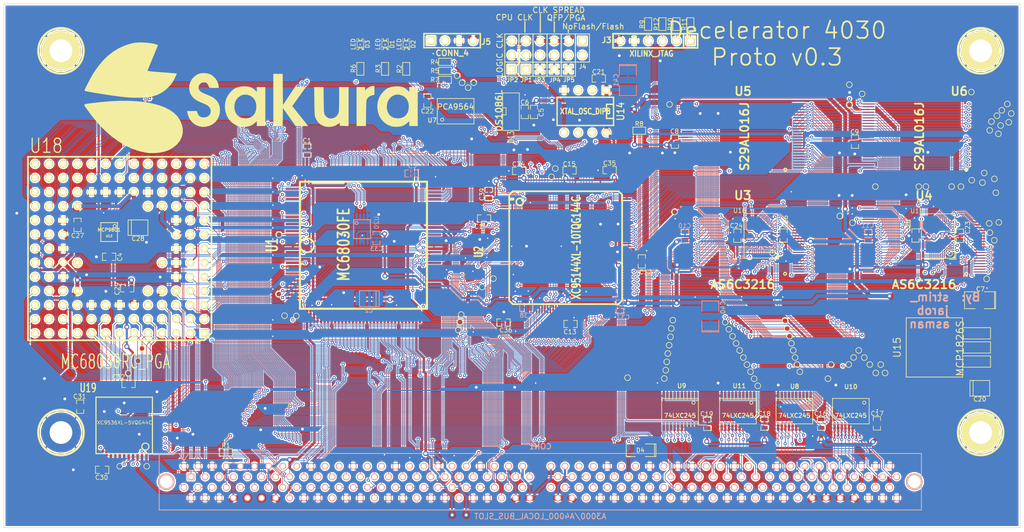
<source format=kicad_pcb>
(kicad_pcb (version 3) (host pcbnew "(2013-07-07 BZR 4022)-stable")
  (layers (15 Gorna signal) (0 Dolna signal))
  (net 0 "")
  (net 1 +3.3V)
  (net 2 +5V)
  (net 3 /A0)
  (net 4 /A1)
  (net 5 /A10)
  (net 6 /A11)
  (net 7 /A12)
  (net 8 /A13)
  (net 9 /A14)
  (net 10 /A15)
  (net 11 /A16)
  (net 12 /A17)
  (net 13 /A18)
  (net 14 /A19)
  (net 15 /A2)
  (net 16 /A20)
  (net 17 /A21)
  (net 18 /A22)
  (net 19 /A23)
  (net 20 /A24)
  (net 21 /A25)
  (net 22 /A26)
  (net 23 /A27)
  (net 24 /A28)
  (net 25 /A29)
  (net 26 /A3)
  (net 27 /A30)
  (net 28 /A31)
  (net 29 /A4)
  (net 30 /A5)
  (net 31 /A6)
  (net 32 /A7)
  (net 33 /A8)
  (net 34 /A9)
  (net 35 /ARM0)
  (net 36 /ARM1)
  (net 37 /ARM10)
  (net 38 /ARM11)
  (net 39 /ARM12)
  (net 40 /ARM13)
  (net 41 /ARM14)
  (net 42 /ARM15)
  (net 43 /ARM16)
  (net 44 /ARM17)
  (net 45 /ARM18)
  (net 46 /ARM19)
  (net 47 /ARM2)
  (net 48 /ARM20)
  (net 49 /ARM21)
  (net 50 /ARM3)
  (net 51 /ARM4)
  (net 52 /ARM5)
  (net 53 /ARM6)
  (net 54 /ARM7)
  (net 55 /ARM8)
  (net 56 /ARM9)
  (net 57 /D0)
  (net 58 /D1)
  (net 59 /D10)
  (net 60 /D11)
  (net 61 /D12)
  (net 62 /D13)
  (net 63 /D14)
  (net 64 /D15)
  (net 65 /D16)
  (net 66 /D17)
  (net 67 /D18)
  (net 68 /D19)
  (net 69 /D2)
  (net 70 /D20)
  (net 71 /D21)
  (net 72 /D22)
  (net 73 /D23)
  (net 74 /D24)
  (net 75 /D25)
  (net 76 /D26)
  (net 77 /D27)
  (net 78 /D28)
  (net 79 /D29)
  (net 80 /D3)
  (net 81 /D30)
  (net 82 /D31)
  (net 83 /D4)
  (net 84 /D5)
  (net 85 /D6)
  (net 86 /D7)
  (net 87 /D8)
  (net 88 /D9)
  (net 89 /DRM0)
  (net 90 /DRM1)
  (net 91 /DRM10)
  (net 92 /DRM11)
  (net 93 /DRM12)
  (net 94 /DRM13)
  (net 95 /DRM14)
  (net 96 /DRM15)
  (net 97 /DRM16)
  (net 98 /DRM17)
  (net 99 /DRM18)
  (net 100 /DRM19)
  (net 101 /DRM2)
  (net 102 /DRM20)
  (net 103 /DRM21)
  (net 104 /DRM22)
  (net 105 /DRM23)
  (net 106 /DRM24)
  (net 107 /DRM25)
  (net 108 /DRM26)
  (net 109 /DRM27)
  (net 110 /DRM28)
  (net 111 /DRM29)
  (net 112 /DRM3)
  (net 113 /DRM30)
  (net 114 /DRM31)
  (net 115 /DRM4)
  (net 116 /DRM5)
  (net 117 /DRM6)
  (net 118 /DRM7)
  (net 119 /DRM8)
  (net 120 /DRM9)
  (net 121 /IPL0)
  (net 122 /IPL1)
  (net 123 /IPL2)
  (net 124 68030CLK)
  (net 125 CPUCLK_EXP)
  (net 126 FC0)
  (net 127 FC1)
  (net 128 FC2)
  (net 129 GND)
  (net 130 IDBUS_DIR)
  (net 131 IPEND)
  (net 132 LOGIC_CLK)
  (net 133 MA24)
  (net 134 MA25)
  (net 135 MA26)
  (net 136 N-00000129)
  (net 137 N-00000130)
  (net 138 N-00000131)
  (net 139 N-00000132)
  (net 140 N-00000135)
  (net 141 N-00000178)
  (net 142 N-00000179)
  (net 143 N-00000180)
  (net 144 N-00000185)
  (net 145 N-000003)
  (net 146 N-000004)
  (net 147 NO_FLASH)
  (net 148 R_W)
  (net 149 SCL)
  (net 150 SDA)
  (net 151 SIZ0)
  (net 152 SIZ1)
  (net 153 TCK)
  (net 154 TDI)
  (net 155 TDO1)
  (net 156 TDO2)
  (net 157 TMS)
  (net 158 _AS)
  (net 159 _AVEC)
  (net 160 _BERR)
  (net 161 _BG)
  (net 162 _BGACK)
  (net 163 _BGACK_PGA)
  (net 164 _BGACK_QFP)
  (net 165 _BG_PGA)
  (net 166 _BG_QFP)
  (net 167 _BR)
  (net 168 _CBACK)
  (net 169 _CBREQ)
  (net 170 _CIIN)
  (net 171 _CPURST)
  (net 172 _DS)
  (net 173 _DSACK0)
  (net 174 _DSACK1)
  (net 175 _ECS)
  (net 176 _EMUL)
  (net 177 _FLASH_BUSY)
  (net 178 _FLASH_HI_CE)
  (net 179 _FLASH_LO_CE)
  (net 180 _FLASH_OE)
  (net 181 _FLASH_WE)
  (net 182 _FPUCS)
  (net 183 _HLT)
  (net 184 _I2CCE)
  (net 185 _I2CINT)
  (net 186 _I2CRD)
  (net 187 _I2CWR)
  (net 188 _IDBUS_LLB)
  (net 189 _IDBUS_LUB)
  (net 190 _IDBUS_ULB)
  (net 191 _IDBUS_UUB)
  (net 192 _INT2)
  (net 193 _MAPEN)
  (net 194 _OCS)
  (net 195 _PGA/QFP)
  (net 196 _RAMSLOT)
  (net 197 _RESET)
  (net 198 _RESET_CPLD)
  (net 199 _RMC)
  (net 200 _SBR)
  (net 201 _SRAM_HI_CE)
  (net 202 _SRAM_LO_CE)
  (net 203 _SRAM_OE)
  (net 204 _SRAM_WE)
  (net 205 _STERM)
  (net 206 _WAIT)
  (module uMAX-uSOP_8 (layer Gorna) (at 122.99188 43.19524)
    (fp_text reference U13)
    (fp_text value DS1086L)
    (pad 1 smd rect (at -0.975 2.159) (size 0.3 1.905) (layers Gorna Pasty_Gorna Maski_Gorna) (net 142 N-00000179))
    (pad 2 smd rect (at -0.325 2.159) (size 0.3 1.905) (layers Gorna Pasty_Gorna Maski_Gorna) (net 143 N-00000180))
    (pad 3 smd rect (at 0.325 2.159) (size 0.3 1.905) (layers Gorna Pasty_Gorna Maski_Gorna) (net 1 +3.3V))
    (pad 4 smd rect (at 0.975 2.159) (size 0.3 1.905) (layers Gorna Pasty_Gorna Maski_Gorna) (net 129 GND))
    (pad 5 smd rect (at 0.975 -2.159) (size 0.3 1.905) (layers Gorna Pasty_Gorna Maski_Gorna) (net 1 +3.3V))
    (pad 6 smd rect (at 0.325 -2.159) (size 0.3 1.905) (layers Gorna Pasty_Gorna Maski_Gorna) (net 1 +3.3V))
    (pad 7 smd rect (at -0.325 -2.159) (size 0.3 1.905) (layers Gorna Pasty_Gorna Maski_Gorna) (net 150 SDA))
    (pad 8 smd rect (at -0.975 -2.159) (size 0.3 1.905) (layers Gorna Pasty_Gorna Maski_Gorna) (net 149 SCL))
  )
  (module D2PAK3 (layer Gorna) (at 206.6925 85.6869 90)
    (fp_text reference U15)
    (fp_text value MCP1826S)
    (pad 2 smd rect (at 0 -8.775 90) (size 12.2 9.75) (layers Gorna Pasty_Gorna Maski_Gorna) (net 129 GND))
    (pad 2 smd rect (at 0 1.5 90) (size 1.6 3.5) (layers Gorna Pasty_Gorna Maski_Gorna) (net 129 GND))
    (pad 1 smd rect (at -2.54 1.5 90) (size 1.6 3.5) (layers Gorna Pasty_Gorna Maski_Gorna) (net 2 +5V))
    (pad 3 smd rect (at 2.54 1.5 90) (size 1.6 3.5) (layers Gorna Pasty_Gorna Maski_Gorna) (net 1 +3.3V))
  )
  (module tfbga48 (layer Gorna) (at 199.84974 65.63614 180)
    (fp_text reference U17)
    (fp_text value IS66WVE4M16 hide)
    (pad H1 smd circle (at -1.875 2.625 180) (size 0.27 0.27) (layers Gorna Pasty_Gorna Maski_Gorna) (net 46 /ARM19))
    (pad H2 smd circle (at -1.125 2.625 180) (size 0.27 0.27) (layers Gorna Pasty_Gorna Maski_Gorna) (net 56 /ARM9))
    (pad H3 smd circle (at -0.375 2.625 180) (size 0.27 0.27) (layers Gorna Pasty_Gorna Maski_Gorna) (net 38 /ARM11))
    (pad H4 smd circle (at 0.375 2.625 180) (size 0.27 0.27) (layers Gorna Pasty_Gorna Maski_Gorna) (net 40 /ARM13))
    (pad H5 smd circle (at 1.125 2.625 180) (size 0.27 0.27) (layers Gorna Pasty_Gorna Maski_Gorna) (net 42 /ARM15))
    (pad H6 smd circle (at 1.875 2.625 180) (size 0.27 0.27) (layers Gorna Pasty_Gorna Maski_Gorna) (net 43 /ARM16))
    (pad G1 smd circle (at -1.875 1.875 180) (size 0.27 0.27) (layers Gorna Pasty_Gorna Maski_Gorna) (net 114 /DRM31))
    (pad G2 smd circle (at -1.125 1.875 180) (size 0.27 0.27) (layers Gorna Pasty_Gorna Maski_Gorna) (net 45 /ARM18))
    (pad G3 smd circle (at -0.375 1.875 180) (size 0.27 0.27) (layers Gorna Pasty_Gorna Maski_Gorna) (net 37 /ARM10))
    (pad G4 smd circle (at 0.375 1.875 180) (size 0.27 0.27) (layers Gorna Pasty_Gorna Maski_Gorna) (net 41 /ARM14))
    (pad G5 smd circle (at 1.125 1.875 180) (size 0.27 0.27) (layers Gorna Pasty_Gorna Maski_Gorna) (net 204 _SRAM_WE))
    (pad G6 smd circle (at 1.875 1.875 180) (size 0.27 0.27) (layers Gorna Pasty_Gorna Maski_Gorna) (net 105 /DRM23))
    (pad F1 smd circle (at -1.875 1.125 180) (size 0.27 0.27) (layers Gorna Pasty_Gorna Maski_Gorna) (net 111 /DRM29))
    (pad E1 smd circle (at -1.875 0.375 180) (size 0.27 0.27) (layers Gorna Pasty_Gorna Maski_Gorna) (net 1 +3.3V))
    (pad D1 smd circle (at -1.875 -0.375 180) (size 0.27 0.27) (layers Gorna Pasty_Gorna Maski_Gorna) (net 129 GND))
    (pad C1 smd circle (at -1.875 -1.125 180) (size 0.27 0.27) (layers Gorna Pasty_Gorna Maski_Gorna) (net 108 /DRM26))
    (pad B1 smd circle (at -1.875 -1.875 180) (size 0.27 0.27) (layers Gorna Pasty_Gorna Maski_Gorna) (net 106 /DRM24))
    (pad A1 smd circle (at -1.875 -2.625 180) (size 0.27 0.27) (layers Gorna Pasty_Gorna Maski_Gorna) (net 190 _IDBUS_ULB))
    (pad F2 smd circle (at -1.125 1.125 180) (size 0.27 0.27) (layers Gorna Pasty_Gorna Maski_Gorna) (net 113 /DRM30))
    (pad F3 smd circle (at -0.375 1.125 180) (size 0.27 0.27) (layers Gorna Pasty_Gorna Maski_Gorna) (net 55 /ARM8))
    (pad F4 smd circle (at 0.375 1.125 180) (size 0.27 0.27) (layers Gorna Pasty_Gorna Maski_Gorna) (net 48 /ARM20))
    (pad F5 smd circle (at 1.125 1.125 180) (size 0.27 0.27) (layers Gorna Pasty_Gorna Maski_Gorna) (net 104 /DRM22))
    (pad F6 smd circle (at 1.875 1.125 180) (size 0.27 0.27) (layers Gorna Pasty_Gorna Maski_Gorna) (net 103 /DRM21))
    (pad E2 smd circle (at -1.125 0.375 180) (size 0.27 0.27) (layers Gorna Pasty_Gorna Maski_Gorna) (net 110 /DRM28))
    (pad E3 smd circle (at -0.375 0.375 180) (size 0.27 0.27) (layers Gorna Pasty_Gorna Maski_Gorna) (net 44 /ARM17))
    (pad E4 smd circle (at 0.375 0.375 180) (size 0.27 0.27) (layers Gorna Pasty_Gorna Maski_Gorna) (net 39 /ARM12))
    (pad E5 smd circle (at 1.125 0.375 180) (size 0.27 0.27) (layers Gorna Pasty_Gorna Maski_Gorna) (net 102 /DRM20))
    (pad E6 smd circle (at 1.875 0.375 180) (size 0.27 0.27) (layers Gorna Pasty_Gorna Maski_Gorna) (net 129 GND))
    (pad D2 smd circle (at -1.125 -0.375 180) (size 0.27 0.27) (layers Gorna Pasty_Gorna Maski_Gorna) (net 109 /DRM27))
    (pad D3 smd circle (at -0.375 -0.375 180) (size 0.27 0.27) (layers Gorna Pasty_Gorna Maski_Gorna) (net 51 /ARM4))
    (pad D4 smd circle (at 0.375 -0.375 180) (size 0.27 0.27) (layers Gorna Pasty_Gorna Maski_Gorna) (net 49 /ARM21))
    (pad D5 smd circle (at 1.125 -0.375 180) (size 0.27 0.27) (layers Gorna Pasty_Gorna Maski_Gorna) (net 100 /DRM19))
    (pad D6 smd circle (at 1.875 -0.375 180) (size 0.27 0.27) (layers Gorna Pasty_Gorna Maski_Gorna) (net 1 +3.3V))
    (pad C2 smd circle (at -1.125 -1.125 180) (size 0.27 0.27) (layers Gorna Pasty_Gorna Maski_Gorna) (net 107 /DRM25))
    (pad C3 smd circle (at -0.375 -1.125 180) (size 0.27 0.27) (layers Gorna Pasty_Gorna Maski_Gorna) (net 54 /ARM7))
    (pad C4 smd circle (at 0.375 -1.125 180) (size 0.27 0.27) (layers Gorna Pasty_Gorna Maski_Gorna) (net 35 /ARM0))
    (pad C5 smd circle (at 1.125 -1.125 180) (size 0.27 0.27) (layers Gorna Pasty_Gorna Maski_Gorna) (net 98 /DRM17))
    (pad C6 smd circle (at 1.875 -1.125 180) (size 0.27 0.27) (layers Gorna Pasty_Gorna Maski_Gorna) (net 99 /DRM18))
    (pad B2 smd circle (at -1.125 -1.875 180) (size 0.27 0.27) (layers Gorna Pasty_Gorna Maski_Gorna) (net 191 _IDBUS_UUB))
    (pad B3 smd circle (at -0.375 -1.875 180) (size 0.27 0.27) (layers Gorna Pasty_Gorna Maski_Gorna) (net 53 /ARM6))
    (pad B4 smd circle (at 0.375 -1.875 180) (size 0.27 0.27) (layers Gorna Pasty_Gorna Maski_Gorna) (net 47 /ARM2))
    (pad B5 smd circle (at 1.125 -1.875 180) (size 0.27 0.27) (layers Gorna Pasty_Gorna Maski_Gorna) (net 201 _SRAM_HI_CE))
    (pad B6 smd circle (at 1.875 -1.875 180) (size 0.27 0.27) (layers Gorna Pasty_Gorna Maski_Gorna) (net 97 /DRM16))
    (pad A2 smd circle (at -1.125 -2.625 180) (size 0.27 0.27) (layers Gorna Pasty_Gorna Maski_Gorna) (net 203 _SRAM_OE))
    (pad A3 smd circle (at -0.375 -2.625 180) (size 0.27 0.27) (layers Gorna Pasty_Gorna Maski_Gorna) (net 52 /ARM5))
    (pad A4 smd circle (at 0.375 -2.625 180) (size 0.27 0.27) (layers Gorna Pasty_Gorna Maski_Gorna) (net 50 /ARM3))
    (pad A5 smd circle (at 1.125 -2.625 180) (size 0.27 0.27) (layers Gorna Pasty_Gorna Maski_Gorna) (net 36 /ARM1))
    (pad A6 smd circle (at 1.875 -2.625 180) (size 0.27 0.27) (layers Gorna Pasty_Gorna Maski_Gorna) (net 1 +3.3V))
  )
  (module tfbga48 (layer Gorna) (at 167.93972 65.59804 180)
    (fp_text reference U16)
    (fp_text value IS66WVE4M16 hide)
    (pad H1 smd circle (at -1.875 2.625 180) (size 0.27 0.27) (layers Gorna Pasty_Gorna Maski_Gorna) (net 46 /ARM19))
    (pad H2 smd circle (at -1.125 2.625 180) (size 0.27 0.27) (layers Gorna Pasty_Gorna Maski_Gorna) (net 56 /ARM9))
    (pad H3 smd circle (at -0.375 2.625 180) (size 0.27 0.27) (layers Gorna Pasty_Gorna Maski_Gorna) (net 38 /ARM11))
    (pad H4 smd circle (at 0.375 2.625 180) (size 0.27 0.27) (layers Gorna Pasty_Gorna Maski_Gorna) (net 40 /ARM13))
    (pad H5 smd circle (at 1.125 2.625 180) (size 0.27 0.27) (layers Gorna Pasty_Gorna Maski_Gorna) (net 42 /ARM15))
    (pad H6 smd circle (at 1.875 2.625 180) (size 0.27 0.27) (layers Gorna Pasty_Gorna Maski_Gorna) (net 43 /ARM16))
    (pad G1 smd circle (at -1.875 1.875 180) (size 0.27 0.27) (layers Gorna Pasty_Gorna Maski_Gorna) (net 96 /DRM15))
    (pad G2 smd circle (at -1.125 1.875 180) (size 0.27 0.27) (layers Gorna Pasty_Gorna Maski_Gorna) (net 45 /ARM18))
    (pad G3 smd circle (at -0.375 1.875 180) (size 0.27 0.27) (layers Gorna Pasty_Gorna Maski_Gorna) (net 37 /ARM10))
    (pad G4 smd circle (at 0.375 1.875 180) (size 0.27 0.27) (layers Gorna Pasty_Gorna Maski_Gorna) (net 41 /ARM14))
    (pad G5 smd circle (at 1.125 1.875 180) (size 0.27 0.27) (layers Gorna Pasty_Gorna Maski_Gorna) (net 204 _SRAM_WE))
    (pad G6 smd circle (at 1.875 1.875 180) (size 0.27 0.27) (layers Gorna Pasty_Gorna Maski_Gorna) (net 118 /DRM7))
    (pad F1 smd circle (at -1.875 1.125 180) (size 0.27 0.27) (layers Gorna Pasty_Gorna Maski_Gorna) (net 94 /DRM13))
    (pad E1 smd circle (at -1.875 0.375 180) (size 0.27 0.27) (layers Gorna Pasty_Gorna Maski_Gorna) (net 1 +3.3V))
    (pad D1 smd circle (at -1.875 -0.375 180) (size 0.27 0.27) (layers Gorna Pasty_Gorna Maski_Gorna) (net 129 GND))
    (pad C1 smd circle (at -1.875 -1.125 180) (size 0.27 0.27) (layers Gorna Pasty_Gorna Maski_Gorna) (net 91 /DRM10))
    (pad B1 smd circle (at -1.875 -1.875 180) (size 0.27 0.27) (layers Gorna Pasty_Gorna Maski_Gorna) (net 119 /DRM8))
    (pad A1 smd circle (at -1.875 -2.625 180) (size 0.27 0.27) (layers Gorna Pasty_Gorna Maski_Gorna) (net 188 _IDBUS_LLB))
    (pad F2 smd circle (at -1.125 1.125 180) (size 0.27 0.27) (layers Gorna Pasty_Gorna Maski_Gorna) (net 95 /DRM14))
    (pad F3 smd circle (at -0.375 1.125 180) (size 0.27 0.27) (layers Gorna Pasty_Gorna Maski_Gorna) (net 55 /ARM8))
    (pad F4 smd circle (at 0.375 1.125 180) (size 0.27 0.27) (layers Gorna Pasty_Gorna Maski_Gorna) (net 48 /ARM20))
    (pad F5 smd circle (at 1.125 1.125 180) (size 0.27 0.27) (layers Gorna Pasty_Gorna Maski_Gorna) (net 117 /DRM6))
    (pad F6 smd circle (at 1.875 1.125 180) (size 0.27 0.27) (layers Gorna Pasty_Gorna Maski_Gorna) (net 116 /DRM5))
    (pad E2 smd circle (at -1.125 0.375 180) (size 0.27 0.27) (layers Gorna Pasty_Gorna Maski_Gorna) (net 93 /DRM12))
    (pad E3 smd circle (at -0.375 0.375 180) (size 0.27 0.27) (layers Gorna Pasty_Gorna Maski_Gorna) (net 44 /ARM17))
    (pad E4 smd circle (at 0.375 0.375 180) (size 0.27 0.27) (layers Gorna Pasty_Gorna Maski_Gorna) (net 39 /ARM12))
    (pad E5 smd circle (at 1.125 0.375 180) (size 0.27 0.27) (layers Gorna Pasty_Gorna Maski_Gorna) (net 115 /DRM4))
    (pad E6 smd circle (at 1.875 0.375 180) (size 0.27 0.27) (layers Gorna Pasty_Gorna Maski_Gorna) (net 129 GND))
    (pad D2 smd circle (at -1.125 -0.375 180) (size 0.27 0.27) (layers Gorna Pasty_Gorna Maski_Gorna) (net 92 /DRM11))
    (pad D3 smd circle (at -0.375 -0.375 180) (size 0.27 0.27) (layers Gorna Pasty_Gorna Maski_Gorna) (net 51 /ARM4))
    (pad D4 smd circle (at 0.375 -0.375 180) (size 0.27 0.27) (layers Gorna Pasty_Gorna Maski_Gorna) (net 49 /ARM21))
    (pad D5 smd circle (at 1.125 -0.375 180) (size 0.27 0.27) (layers Gorna Pasty_Gorna Maski_Gorna) (net 112 /DRM3))
    (pad D6 smd circle (at 1.875 -0.375 180) (size 0.27 0.27) (layers Gorna Pasty_Gorna Maski_Gorna) (net 1 +3.3V))
    (pad C2 smd circle (at -1.125 -1.125 180) (size 0.27 0.27) (layers Gorna Pasty_Gorna Maski_Gorna) (net 120 /DRM9))
    (pad C3 smd circle (at -0.375 -1.125 180) (size 0.27 0.27) (layers Gorna Pasty_Gorna Maski_Gorna) (net 54 /ARM7))
    (pad C4 smd circle (at 0.375 -1.125 180) (size 0.27 0.27) (layers Gorna Pasty_Gorna Maski_Gorna) (net 35 /ARM0))
    (pad C5 smd circle (at 1.125 -1.125 180) (size 0.27 0.27) (layers Gorna Pasty_Gorna Maski_Gorna) (net 90 /DRM1))
    (pad C6 smd circle (at 1.875 -1.125 180) (size 0.27 0.27) (layers Gorna Pasty_Gorna Maski_Gorna) (net 101 /DRM2))
    (pad B2 smd circle (at -1.125 -1.875 180) (size 0.27 0.27) (layers Gorna Pasty_Gorna Maski_Gorna) (net 189 _IDBUS_LUB))
    (pad B3 smd circle (at -0.375 -1.875 180) (size 0.27 0.27) (layers Gorna Pasty_Gorna Maski_Gorna) (net 53 /ARM6))
    (pad B4 smd circle (at 0.375 -1.875 180) (size 0.27 0.27) (layers Gorna Pasty_Gorna Maski_Gorna) (net 47 /ARM2))
    (pad B5 smd circle (at 1.125 -1.875 180) (size 0.27 0.27) (layers Gorna Pasty_Gorna Maski_Gorna) (net 202 _SRAM_LO_CE))
    (pad B6 smd circle (at 1.875 -1.875 180) (size 0.27 0.27) (layers Gorna Pasty_Gorna Maski_Gorna) (net 89 /DRM0))
    (pad A2 smd circle (at -1.125 -2.625 180) (size 0.27 0.27) (layers Gorna Pasty_Gorna Maski_Gorna) (net 203 _SRAM_OE))
    (pad A3 smd circle (at -0.375 -2.625 180) (size 0.27 0.27) (layers Gorna Pasty_Gorna Maski_Gorna) (net 52 /ARM5))
    (pad A4 smd circle (at 0.375 -2.625 180) (size 0.27 0.27) (layers Gorna Pasty_Gorna Maski_Gorna) (net 50 /ARM3))
    (pad A5 smd circle (at 1.125 -2.625 180) (size 0.27 0.27) (layers Gorna Pasty_Gorna Maski_Gorna) (net 36 /ARM1))
    (pad A6 smd circle (at 1.875 -2.625 180) (size 0.27 0.27) (layers Gorna Pasty_Gorna Maski_Gorna) (net 1 +3.3V))
  )
  (module tssop-20 (layer Gorna) (at 153.416 97.155 180)
    (fp_text reference U9)
    (fp_text value 74LXC245)
    (pad 5 smd rect (at -0.32512 2.79908 180) (size 0.4191 1.47066) (layers Gorna Pasty_Gorna Maski_Gorna) (net 92 /DRM11))
    (pad 6 smd rect (at 0.32512 2.79908 180) (size 0.4191 1.47066) (layers Gorna Pasty_Gorna Maski_Gorna) (net 93 /DRM12))
    (pad 7 smd rect (at 0.97536 2.79908 180) (size 0.4191 1.47066) (layers Gorna Pasty_Gorna Maski_Gorna) (net 94 /DRM13))
    (pad 8 smd rect (at 1.6256 2.79908 180) (size 0.4191 1.47066) (layers Gorna Pasty_Gorna Maski_Gorna) (net 95 /DRM14))
    (pad 19 smd rect (at -2.26568 -2.794 180) (size 0.4191 1.47066) (layers Gorna Pasty_Gorna Maski_Gorna) (net 189 _IDBUS_LUB))
    (pad 2 smd rect (at -2.27584 2.79908 180) (size 0.4191 1.47066) (layers Gorna Pasty_Gorna Maski_Gorna) (net 119 /DRM8))
    (pad 3 smd rect (at -1.6256 2.79908 180) (size 0.4191 1.47066) (layers Gorna Pasty_Gorna Maski_Gorna) (net 120 /DRM9))
    (pad 4 smd rect (at -0.97536 2.79908 180) (size 0.4191 1.47066) (layers Gorna Pasty_Gorna Maski_Gorna) (net 91 /DRM10))
    (pad 12 smd rect (at 2.27584 -2.79908 180) (size 0.4191 1.47066) (layers Gorna Pasty_Gorna Maski_Gorna) (net 63 /D14))
    (pad 13 smd rect (at 1.6256 -2.79908 180) (size 0.4191 1.47066) (layers Gorna Pasty_Gorna Maski_Gorna) (net 62 /D13))
    (pad 14 smd rect (at 0.97536 -2.79908 180) (size 0.4191 1.47066) (layers Gorna Pasty_Gorna Maski_Gorna) (net 61 /D12))
    (pad 15 smd rect (at 0.32512 -2.79908 180) (size 0.4191 1.47066) (layers Gorna Pasty_Gorna Maski_Gorna) (net 60 /D11))
    (pad 16 smd rect (at -0.32512 -2.79908 180) (size 0.4191 1.47066) (layers Gorna Pasty_Gorna Maski_Gorna) (net 59 /D10))
    (pad 17 smd rect (at -0.97536 -2.79908 180) (size 0.4191 1.47066) (layers Gorna Pasty_Gorna Maski_Gorna) (net 88 /D9))
    (pad 9 smd rect (at 2.27584 2.79908 180) (size 0.4191 1.47066) (layers Gorna Pasty_Gorna Maski_Gorna) (net 96 /DRM15))
    (pad 18 smd rect (at -1.6256 -2.794 180) (size 0.4191 1.47066) (layers Gorna Pasty_Gorna Maski_Gorna) (net 87 /D8))
    (pad 1 smd rect (at -2.92608 2.79908 180) (size 0.4191 1.47066) (layers Gorna Pasty_Gorna Maski_Gorna) (net 130 IDBUS_DIR))
    (pad 10 smd rect (at 2.92608 2.79908 180) (size 0.4191 1.47066) (layers Gorna Pasty_Gorna Maski_Gorna) (net 129 GND))
    (pad 11 smd rect (at 2.92608 -2.79908 180) (size 0.4191 1.47066) (layers Gorna Pasty_Gorna Maski_Gorna) (net 64 /D15))
    (pad 20 smd rect (at -2.92608 -2.79908 180) (size 0.4191 1.47066) (layers Gorna Pasty_Gorna Maski_Gorna) (net 1 +3.3V))
  )
  (module tssop-20 (layer Gorna) (at 174 97.15 180)
    (fp_text reference U8)
    (fp_text value 74LXC245)
    (pad 5 smd rect (at -0.32512 2.79908 180) (size 0.4191 1.47066) (layers Gorna Pasty_Gorna Maski_Gorna) (net 115 /DRM4))
    (pad 6 smd rect (at 0.32512 2.79908 180) (size 0.4191 1.47066) (layers Gorna Pasty_Gorna Maski_Gorna) (net 112 /DRM3))
    (pad 7 smd rect (at 0.97536 2.79908 180) (size 0.4191 1.47066) (layers Gorna Pasty_Gorna Maski_Gorna) (net 101 /DRM2))
    (pad 8 smd rect (at 1.6256 2.79908 180) (size 0.4191 1.47066) (layers Gorna Pasty_Gorna Maski_Gorna) (net 90 /DRM1))
    (pad 19 smd rect (at -2.26568 -2.794 180) (size 0.4191 1.47066) (layers Gorna Pasty_Gorna Maski_Gorna) (net 188 _IDBUS_LLB))
    (pad 2 smd rect (at -2.27584 2.79908 180) (size 0.4191 1.47066) (layers Gorna Pasty_Gorna Maski_Gorna) (net 118 /DRM7))
    (pad 3 smd rect (at -1.6256 2.79908 180) (size 0.4191 1.47066) (layers Gorna Pasty_Gorna Maski_Gorna) (net 117 /DRM6))
    (pad 4 smd rect (at -0.97536 2.79908 180) (size 0.4191 1.47066) (layers Gorna Pasty_Gorna Maski_Gorna) (net 116 /DRM5))
    (pad 12 smd rect (at 2.27584 -2.79908 180) (size 0.4191 1.47066) (layers Gorna Pasty_Gorna Maski_Gorna) (net 58 /D1))
    (pad 13 smd rect (at 1.6256 -2.79908 180) (size 0.4191 1.47066) (layers Gorna Pasty_Gorna Maski_Gorna) (net 69 /D2))
    (pad 14 smd rect (at 0.97536 -2.79908 180) (size 0.4191 1.47066) (layers Gorna Pasty_Gorna Maski_Gorna) (net 80 /D3))
    (pad 15 smd rect (at 0.32512 -2.79908 180) (size 0.4191 1.47066) (layers Gorna Pasty_Gorna Maski_Gorna) (net 83 /D4))
    (pad 16 smd rect (at -0.32512 -2.79908 180) (size 0.4191 1.47066) (layers Gorna Pasty_Gorna Maski_Gorna) (net 84 /D5))
    (pad 17 smd rect (at -0.97536 -2.79908 180) (size 0.4191 1.47066) (layers Gorna Pasty_Gorna Maski_Gorna) (net 85 /D6))
    (pad 9 smd rect (at 2.27584 2.79908 180) (size 0.4191 1.47066) (layers Gorna Pasty_Gorna Maski_Gorna) (net 89 /DRM0))
    (pad 18 smd rect (at -1.6256 -2.794 180) (size 0.4191 1.47066) (layers Gorna Pasty_Gorna Maski_Gorna) (net 86 /D7))
    (pad 1 smd rect (at -2.92608 2.79908 180) (size 0.4191 1.47066) (layers Gorna Pasty_Gorna Maski_Gorna) (net 130 IDBUS_DIR))
    (pad 10 smd rect (at 2.92608 2.79908 180) (size 0.4191 1.47066) (layers Gorna Pasty_Gorna Maski_Gorna) (net 129 GND))
    (pad 11 smd rect (at 2.92608 -2.79908 180) (size 0.4191 1.47066) (layers Gorna Pasty_Gorna Maski_Gorna) (net 57 /D0))
    (pad 20 smd rect (at -2.92608 -2.79908 180) (size 0.4191 1.47066) (layers Gorna Pasty_Gorna Maski_Gorna) (net 1 +3.3V))
  )
  (module tssop-20 (layer Gorna) (at 163.83 97.155 180)
    (fp_text reference U11)
    (fp_text value 74LXC245)
    (pad 5 smd rect (at -0.32512 2.79908 180) (size 0.4191 1.47066) (layers Gorna Pasty_Gorna Maski_Gorna) (net 109 /DRM27))
    (pad 6 smd rect (at 0.32512 2.79908 180) (size 0.4191 1.47066) (layers Gorna Pasty_Gorna Maski_Gorna) (net 110 /DRM28))
    (pad 7 smd rect (at 0.97536 2.79908 180) (size 0.4191 1.47066) (layers Gorna Pasty_Gorna Maski_Gorna) (net 111 /DRM29))
    (pad 8 smd rect (at 1.6256 2.79908 180) (size 0.4191 1.47066) (layers Gorna Pasty_Gorna Maski_Gorna) (net 113 /DRM30))
    (pad 19 smd rect (at -2.26568 -2.794 180) (size 0.4191 1.47066) (layers Gorna Pasty_Gorna Maski_Gorna) (net 191 _IDBUS_UUB))
    (pad 2 smd rect (at -2.27584 2.79908 180) (size 0.4191 1.47066) (layers Gorna Pasty_Gorna Maski_Gorna) (net 106 /DRM24))
    (pad 3 smd rect (at -1.6256 2.79908 180) (size 0.4191 1.47066) (layers Gorna Pasty_Gorna Maski_Gorna) (net 107 /DRM25))
    (pad 4 smd rect (at -0.97536 2.79908 180) (size 0.4191 1.47066) (layers Gorna Pasty_Gorna Maski_Gorna) (net 108 /DRM26))
    (pad 12 smd rect (at 2.27584 -2.79908 180) (size 0.4191 1.47066) (layers Gorna Pasty_Gorna Maski_Gorna) (net 81 /D30))
    (pad 13 smd rect (at 1.6256 -2.79908 180) (size 0.4191 1.47066) (layers Gorna Pasty_Gorna Maski_Gorna) (net 79 /D29))
    (pad 14 smd rect (at 0.97536 -2.79908 180) (size 0.4191 1.47066) (layers Gorna Pasty_Gorna Maski_Gorna) (net 78 /D28))
    (pad 15 smd rect (at 0.32512 -2.79908 180) (size 0.4191 1.47066) (layers Gorna Pasty_Gorna Maski_Gorna) (net 77 /D27))
    (pad 16 smd rect (at -0.32512 -2.79908 180) (size 0.4191 1.47066) (layers Gorna Pasty_Gorna Maski_Gorna) (net 76 /D26))
    (pad 17 smd rect (at -0.97536 -2.79908 180) (size 0.4191 1.47066) (layers Gorna Pasty_Gorna Maski_Gorna) (net 75 /D25))
    (pad 9 smd rect (at 2.27584 2.79908 180) (size 0.4191 1.47066) (layers Gorna Pasty_Gorna Maski_Gorna) (net 114 /DRM31))
    (pad 18 smd rect (at -1.6256 -2.794 180) (size 0.4191 1.47066) (layers Gorna Pasty_Gorna Maski_Gorna) (net 74 /D24))
    (pad 1 smd rect (at -2.92608 2.79908 180) (size 0.4191 1.47066) (layers Gorna Pasty_Gorna Maski_Gorna) (net 130 IDBUS_DIR))
    (pad 10 smd rect (at 2.92608 2.79908 180) (size 0.4191 1.47066) (layers Gorna Pasty_Gorna Maski_Gorna) (net 129 GND))
    (pad 11 smd rect (at 2.92608 -2.79908 180) (size 0.4191 1.47066) (layers Gorna Pasty_Gorna Maski_Gorna) (net 82 /D31))
    (pad 20 smd rect (at -2.92608 -2.79908 180) (size 0.4191 1.47066) (layers Gorna Pasty_Gorna Maski_Gorna) (net 1 +3.3V))
  )
  (module tssop-20 (layer Gorna) (at 184.15 97.15 180)
    (fp_text reference U10)
    (fp_text value 74LXC245)
    (pad 5 smd rect (at -0.32512 2.79908 180) (size 0.4191 1.47066) (layers Gorna Pasty_Gorna Maski_Gorna) (net 102 /DRM20))
    (pad 6 smd rect (at 0.32512 2.79908 180) (size 0.4191 1.47066) (layers Gorna Pasty_Gorna Maski_Gorna) (net 100 /DRM19))
    (pad 7 smd rect (at 0.97536 2.79908 180) (size 0.4191 1.47066) (layers Gorna Pasty_Gorna Maski_Gorna) (net 99 /DRM18))
    (pad 8 smd rect (at 1.6256 2.79908 180) (size 0.4191 1.47066) (layers Gorna Pasty_Gorna Maski_Gorna) (net 98 /DRM17))
    (pad 19 smd rect (at -2.26568 -2.794 180) (size 0.4191 1.47066) (layers Gorna Pasty_Gorna Maski_Gorna) (net 190 _IDBUS_ULB))
    (pad 2 smd rect (at -2.27584 2.79908 180) (size 0.4191 1.47066) (layers Gorna Pasty_Gorna Maski_Gorna) (net 105 /DRM23))
    (pad 3 smd rect (at -1.6256 2.79908 180) (size 0.4191 1.47066) (layers Gorna Pasty_Gorna Maski_Gorna) (net 104 /DRM22))
    (pad 4 smd rect (at -0.97536 2.79908 180) (size 0.4191 1.47066) (layers Gorna Pasty_Gorna Maski_Gorna) (net 103 /DRM21))
    (pad 12 smd rect (at 2.27584 -2.79908 180) (size 0.4191 1.47066) (layers Gorna Pasty_Gorna Maski_Gorna) (net 66 /D17))
    (pad 13 smd rect (at 1.6256 -2.79908 180) (size 0.4191 1.47066) (layers Gorna Pasty_Gorna Maski_Gorna) (net 67 /D18))
    (pad 14 smd rect (at 0.97536 -2.79908 180) (size 0.4191 1.47066) (layers Gorna Pasty_Gorna Maski_Gorna) (net 68 /D19))
    (pad 15 smd rect (at 0.32512 -2.79908 180) (size 0.4191 1.47066) (layers Gorna Pasty_Gorna Maski_Gorna) (net 70 /D20))
    (pad 16 smd rect (at -0.32512 -2.79908 180) (size 0.4191 1.47066) (layers Gorna Pasty_Gorna Maski_Gorna) (net 71 /D21))
    (pad 17 smd rect (at -0.97536 -2.79908 180) (size 0.4191 1.47066) (layers Gorna Pasty_Gorna Maski_Gorna) (net 72 /D22))
    (pad 9 smd rect (at 2.27584 2.79908 180) (size 0.4191 1.47066) (layers Gorna Pasty_Gorna Maski_Gorna) (net 97 /DRM16))
    (pad 18 smd rect (at -1.6256 -2.794 180) (size 0.4191 1.47066) (layers Gorna Pasty_Gorna Maski_Gorna) (net 73 /D23))
    (pad 1 smd rect (at -2.92608 2.79908 180) (size 0.4191 1.47066) (layers Gorna Pasty_Gorna Maski_Gorna) (net 130 IDBUS_DIR))
    (pad 10 smd rect (at 2.92608 2.79908 180) (size 0.4191 1.47066) (layers Gorna Pasty_Gorna Maski_Gorna) (net 129 GND))
    (pad 11 smd rect (at 2.92608 -2.79908 180) (size 0.4191 1.47066) (layers Gorna Pasty_Gorna Maski_Gorna) (net 65 /D16))
    (pad 20 smd rect (at -2.92608 -2.79908 180) (size 0.4191 1.47066) (layers Gorna Pasty_Gorna Maski_Gorna) (net 1 +3.3V))
  )
  (module tssop-20 (layer Gorna) (at 113.03 43.18)
    (fp_text reference U7)
    (fp_text value PCA9564)
    (pad 5 smd rect (at -0.32512 2.79908) (size 0.4191 1.47066) (layers Gorna Pasty_Gorna Maski_Gorna) (net 78 /D28))
    (pad 6 smd rect (at 0.32512 2.79908) (size 0.4191 1.47066) (layers Gorna Pasty_Gorna Maski_Gorna) (net 79 /D29))
    (pad 7 smd rect (at 0.97536 2.79908) (size 0.4191 1.47066) (layers Gorna Pasty_Gorna Maski_Gorna) (net 81 /D30))
    (pad 8 smd rect (at 1.6256 2.79908) (size 0.4191 1.47066) (layers Gorna Pasty_Gorna Maski_Gorna) (net 82 /D31))
    (pad 19 smd rect (at -2.26568 -2.794) (size 0.4191 1.47066) (layers Gorna Pasty_Gorna Maski_Gorna) (net 150 SDA))
    (pad 2 smd rect (at -2.27584 2.79908) (size 0.4191 1.47066) (layers Gorna Pasty_Gorna Maski_Gorna) (net 75 /D25))
    (pad 3 smd rect (at -1.6256 2.79908) (size 0.4191 1.47066) (layers Gorna Pasty_Gorna Maski_Gorna) (net 76 /D26))
    (pad 4 smd rect (at -0.97536 2.79908) (size 0.4191 1.47066) (layers Gorna Pasty_Gorna Maski_Gorna) (net 77 /D27))
    (pad 12 smd rect (at 2.27584 -2.79908) (size 0.4191 1.47066) (layers Gorna Pasty_Gorna Maski_Gorna) (net 186 _I2CRD))
    (pad 13 smd rect (at 1.6256 -2.79908) (size 0.4191 1.47066) (layers Gorna Pasty_Gorna Maski_Gorna) (net 184 _I2CCE))
    (pad 14 smd rect (at 0.97536 -2.79908) (size 0.4191 1.47066) (layers Gorna Pasty_Gorna Maski_Gorna) (net 3 /A0))
    (pad 15 smd rect (at 0.32512 -2.79908) (size 0.4191 1.47066) (layers Gorna Pasty_Gorna Maski_Gorna) (net 4 /A1))
    (pad 16 smd rect (at -0.32512 -2.79908) (size 0.4191 1.47066) (layers Gorna Pasty_Gorna Maski_Gorna) (net 185 _I2CINT))
    (pad 17 smd rect (at -0.97536 -2.79908) (size 0.4191 1.47066) (layers Gorna Pasty_Gorna Maski_Gorna) (net 197 _RESET))
    (pad 9 smd rect (at 2.27584 2.79908) (size 0.4191 1.47066) (layers Gorna Pasty_Gorna Maski_Gorna))
    (pad 18 smd rect (at -1.6256 -2.794) (size 0.4191 1.47066) (layers Gorna Pasty_Gorna Maski_Gorna) (net 149 SCL))
    (pad 1 smd rect (at -2.92608 2.79908) (size 0.4191 1.47066) (layers Gorna Pasty_Gorna Maski_Gorna) (net 74 /D24))
    (pad 10 smd rect (at 2.92608 2.79908) (size 0.4191 1.47066) (layers Gorna Pasty_Gorna Maski_Gorna) (net 129 GND))
    (pad 11 smd rect (at 2.92608 -2.79908) (size 0.4191 1.47066) (layers Gorna Pasty_Gorna Maski_Gorna) (net 187 _I2CWR))
    (pad 20 smd rect (at -2.92608 -2.79908) (size 0.4191 1.47066) (layers Gorna Pasty_Gorna Maski_Gorna) (net 1 +3.3V))
  )
  (module TSOP48 (layer Gorna) (at 197.3199 47.61992)
    (fp_text reference U6)
    (fp_text value S29AL016J)
    (pad 1 smd rect (at 9.99998 5.74802 270) (size 0.19812 1.99898) (layers Gorna Pasty_Gorna Maski_Gorna) (net 42 /ARM15))
    (pad 2 smd rect (at 9.99998 5.24764 270) (size 0.19812 1.99898) (layers Gorna Pasty_Gorna Maski_Gorna) (net 41 /ARM14))
    (pad 3 smd rect (at 9.99998 4.7498 270) (size 0.19812 1.99898) (layers Gorna Pasty_Gorna Maski_Gorna) (net 40 /ARM13))
    (pad 4 smd rect (at 9.99998 4.24942 270) (size 0.19812 1.99898) (layers Gorna Pasty_Gorna Maski_Gorna) (net 39 /ARM12))
    (pad 5 smd rect (at 9.99998 3.74904 270) (size 0.19812 1.99898) (layers Gorna Pasty_Gorna Maski_Gorna) (net 38 /ARM11))
    (pad 6 smd rect (at 9.99998 3.24866 270) (size 0.19812 1.99898) (layers Gorna Pasty_Gorna Maski_Gorna) (net 37 /ARM10))
    (pad 7 smd rect (at 9.99998 2.74828 270) (size 0.19812 1.99898) (layers Gorna Pasty_Gorna Maski_Gorna) (net 56 /ARM9))
    (pad 8 smd rect (at 9.99998 2.2479 270) (size 0.19812 1.99898) (layers Gorna Pasty_Gorna Maski_Gorna) (net 55 /ARM8))
    (pad 9 smd rect (at 9.99998 1.74752 270) (size 0.19812 1.99898) (layers Gorna Pasty_Gorna Maski_Gorna) (net 46 /ARM19))
    (pad 10 smd rect (at 9.99998 1.24968 270) (size 0.19812 1.99898) (layers Gorna Pasty_Gorna Maski_Gorna))
    (pad 11 smd rect (at 9.99998 0.7493 270) (size 0.19812 1.99898) (layers Gorna Pasty_Gorna Maski_Gorna) (net 181 _FLASH_WE))
    (pad 12 smd rect (at 9.99998 0.24892 270) (size 0.19812 1.99898) (layers Gorna Pasty_Gorna Maski_Gorna) (net 198 _RESET_CPLD))
    (pad 13 smd rect (at 9.99998 -0.24892 270) (size 0.19812 1.99898) (layers Gorna Pasty_Gorna Maski_Gorna))
    (pad 14 smd rect (at 9.99998 -0.7493 270) (size 0.19812 1.99898) (layers Gorna Pasty_Gorna Maski_Gorna))
    (pad 15 smd rect (at 9.99998 -1.24968 270) (size 0.19812 1.99898) (layers Gorna Pasty_Gorna Maski_Gorna) (net 177 _FLASH_BUSY))
    (pad 16 smd rect (at 9.99998 -1.74752 270) (size 0.19812 1.99898) (layers Gorna Pasty_Gorna Maski_Gorna) (net 45 /ARM18))
    (pad 17 smd rect (at 9.99998 -2.2479 270) (size 0.19812 1.99898) (layers Gorna Pasty_Gorna Maski_Gorna) (net 44 /ARM17))
    (pad 18 smd rect (at 9.99998 -2.74828 270) (size 0.19812 1.99898) (layers Gorna Pasty_Gorna Maski_Gorna) (net 54 /ARM7))
    (pad 19 smd rect (at 9.99998 -3.24866 270) (size 0.19812 1.99898) (layers Gorna Pasty_Gorna Maski_Gorna) (net 53 /ARM6))
    (pad 20 smd rect (at 9.99998 -3.74904 270) (size 0.19812 1.99898) (layers Gorna Pasty_Gorna Maski_Gorna) (net 52 /ARM5))
    (pad 21 smd rect (at 9.99998 -4.24942 270) (size 0.19812 1.99898) (layers Gorna Pasty_Gorna Maski_Gorna) (net 51 /ARM4))
    (pad 22 smd rect (at 9.99998 -4.7498 270) (size 0.19812 1.99898) (layers Gorna Pasty_Gorna Maski_Gorna) (net 50 /ARM3))
    (pad 23 smd rect (at 9.99998 -5.24764 270) (size 0.19812 1.99898) (layers Gorna Pasty_Gorna Maski_Gorna) (net 47 /ARM2))
    (pad 24 smd rect (at 9.99998 -5.74802 270) (size 0.19812 1.99898) (layers Gorna Pasty_Gorna Maski_Gorna) (net 36 /ARM1))
    (pad 25 smd rect (at -9.99998 -5.74802 90) (size 0.19812 1.99898) (layers Gorna Pasty_Gorna Maski_Gorna) (net 35 /ARM0))
    (pad 26 smd rect (at -9.99998 -5.24764 90) (size 0.19812 1.99898) (layers Gorna Pasty_Gorna Maski_Gorna) (net 178 _FLASH_HI_CE))
    (pad 27 smd rect (at -9.99998 -4.7498 90) (size 0.19812 1.99898) (layers Gorna Pasty_Gorna Maski_Gorna) (net 129 GND))
    (pad 28 smd rect (at -9.99998 -4.24942 90) (size 0.19812 1.99898) (layers Gorna Pasty_Gorna Maski_Gorna) (net 180 _FLASH_OE))
    (pad 29 smd rect (at -9.99998 -3.74904 90) (size 0.19812 1.99898) (layers Gorna Pasty_Gorna Maski_Gorna) (net 97 /DRM16))
    (pad 30 smd rect (at -9.99998 -3.24866 90) (size 0.19812 1.99898) (layers Gorna Pasty_Gorna Maski_Gorna) (net 106 /DRM24))
    (pad 31 smd rect (at -9.99998 -2.74828 90) (size 0.19812 1.99898) (layers Gorna Pasty_Gorna Maski_Gorna) (net 98 /DRM17))
    (pad 32 smd rect (at -9.99998 -2.2479 90) (size 0.19812 1.99898) (layers Gorna Pasty_Gorna Maski_Gorna) (net 107 /DRM25))
    (pad 33 smd rect (at -9.99998 -1.74752 90) (size 0.19812 1.99898) (layers Gorna Pasty_Gorna Maski_Gorna) (net 99 /DRM18))
    (pad 34 smd rect (at -9.99998 -1.24968 90) (size 0.19812 1.99898) (layers Gorna Pasty_Gorna Maski_Gorna) (net 108 /DRM26))
    (pad 35 smd rect (at -9.99998 -0.7493 90) (size 0.19812 1.99898) (layers Gorna Pasty_Gorna Maski_Gorna) (net 100 /DRM19))
    (pad 36 smd rect (at -9.99998 -0.24892 90) (size 0.19812 1.99898) (layers Gorna Pasty_Gorna Maski_Gorna) (net 109 /DRM27))
    (pad 37 smd rect (at -9.99998 0.24892 90) (size 0.19812 1.99898) (layers Gorna Pasty_Gorna Maski_Gorna) (net 1 +3.3V))
    (pad 38 smd rect (at -9.99998 0.7493 90) (size 0.19812 1.99898) (layers Gorna Pasty_Gorna Maski_Gorna) (net 102 /DRM20))
    (pad 39 smd rect (at -9.99998 1.24968 90) (size 0.19812 1.99898) (layers Gorna Pasty_Gorna Maski_Gorna) (net 110 /DRM28))
    (pad 40 smd rect (at -9.99998 1.74752 90) (size 0.19812 1.99898) (layers Gorna Pasty_Gorna Maski_Gorna) (net 103 /DRM21))
    (pad 41 smd rect (at -9.99998 2.2479 90) (size 0.19812 1.99898) (layers Gorna Pasty_Gorna Maski_Gorna) (net 111 /DRM29))
    (pad 42 smd rect (at -9.99998 2.74828 90) (size 0.19812 1.99898) (layers Gorna Pasty_Gorna Maski_Gorna) (net 104 /DRM22))
    (pad 43 smd rect (at -9.99998 3.24866 90) (size 0.19812 1.99898) (layers Gorna Pasty_Gorna Maski_Gorna) (net 113 /DRM30))
    (pad 44 smd rect (at -9.99998 3.74904 90) (size 0.19812 1.99898) (layers Gorna Pasty_Gorna Maski_Gorna) (net 105 /DRM23))
    (pad 45 smd rect (at -9.99998 4.24942 90) (size 0.19812 1.99898) (layers Gorna Pasty_Gorna Maski_Gorna) (net 114 /DRM31))
    (pad 46 smd rect (at -9.99998 4.7498 90) (size 0.19812 1.99898) (layers Gorna Pasty_Gorna Maski_Gorna) (net 129 GND))
    (pad 47 smd rect (at -9.99998 5.24764 90) (size 0.19812 1.99898) (layers Gorna Pasty_Gorna Maski_Gorna) (net 1 +3.3V))
    (pad 48 smd rect (at -9.99998 5.74802 90) (size 0.19812 1.99898) (layers Gorna Pasty_Gorna Maski_Gorna) (net 43 /ARM16))
  )
  (module TSOP48 (layer Gorna) (at 164.74694 47.60214)
    (fp_text reference U5)
    (fp_text value S29AL016J)
    (pad 1 smd rect (at 9.99998 5.74802 270) (size 0.19812 1.99898) (layers Gorna Pasty_Gorna Maski_Gorna) (net 42 /ARM15))
    (pad 2 smd rect (at 9.99998 5.24764 270) (size 0.19812 1.99898) (layers Gorna Pasty_Gorna Maski_Gorna) (net 41 /ARM14))
    (pad 3 smd rect (at 9.99998 4.7498 270) (size 0.19812 1.99898) (layers Gorna Pasty_Gorna Maski_Gorna) (net 40 /ARM13))
    (pad 4 smd rect (at 9.99998 4.24942 270) (size 0.19812 1.99898) (layers Gorna Pasty_Gorna Maski_Gorna) (net 39 /ARM12))
    (pad 5 smd rect (at 9.99998 3.74904 270) (size 0.19812 1.99898) (layers Gorna Pasty_Gorna Maski_Gorna) (net 38 /ARM11))
    (pad 6 smd rect (at 9.99998 3.24866 270) (size 0.19812 1.99898) (layers Gorna Pasty_Gorna Maski_Gorna) (net 37 /ARM10))
    (pad 7 smd rect (at 9.99998 2.74828 270) (size 0.19812 1.99898) (layers Gorna Pasty_Gorna Maski_Gorna) (net 56 /ARM9))
    (pad 8 smd rect (at 9.99998 2.2479 270) (size 0.19812 1.99898) (layers Gorna Pasty_Gorna Maski_Gorna) (net 55 /ARM8))
    (pad 9 smd rect (at 9.99998 1.74752 270) (size 0.19812 1.99898) (layers Gorna Pasty_Gorna Maski_Gorna) (net 46 /ARM19))
    (pad 10 smd rect (at 9.99998 1.24968 270) (size 0.19812 1.99898) (layers Gorna Pasty_Gorna Maski_Gorna))
    (pad 11 smd rect (at 9.99998 0.7493 270) (size 0.19812 1.99898) (layers Gorna Pasty_Gorna Maski_Gorna) (net 181 _FLASH_WE))
    (pad 12 smd rect (at 9.99998 0.24892 270) (size 0.19812 1.99898) (layers Gorna Pasty_Gorna Maski_Gorna) (net 198 _RESET_CPLD))
    (pad 13 smd rect (at 9.99998 -0.24892 270) (size 0.19812 1.99898) (layers Gorna Pasty_Gorna Maski_Gorna))
    (pad 14 smd rect (at 9.99998 -0.7493 270) (size 0.19812 1.99898) (layers Gorna Pasty_Gorna Maski_Gorna))
    (pad 15 smd rect (at 9.99998 -1.24968 270) (size 0.19812 1.99898) (layers Gorna Pasty_Gorna Maski_Gorna) (net 177 _FLASH_BUSY))
    (pad 16 smd rect (at 9.99998 -1.74752 270) (size 0.19812 1.99898) (layers Gorna Pasty_Gorna Maski_Gorna) (net 45 /ARM18))
    (pad 17 smd rect (at 9.99998 -2.2479 270) (size 0.19812 1.99898) (layers Gorna Pasty_Gorna Maski_Gorna) (net 44 /ARM17))
    (pad 18 smd rect (at 9.99998 -2.74828 270) (size 0.19812 1.99898) (layers Gorna Pasty_Gorna Maski_Gorna) (net 54 /ARM7))
    (pad 19 smd rect (at 9.99998 -3.24866 270) (size 0.19812 1.99898) (layers Gorna Pasty_Gorna Maski_Gorna) (net 53 /ARM6))
    (pad 20 smd rect (at 9.99998 -3.74904 270) (size 0.19812 1.99898) (layers Gorna Pasty_Gorna Maski_Gorna) (net 52 /ARM5))
    (pad 21 smd rect (at 9.99998 -4.24942 270) (size 0.19812 1.99898) (layers Gorna Pasty_Gorna Maski_Gorna) (net 51 /ARM4))
    (pad 22 smd rect (at 9.99998 -4.7498 270) (size 0.19812 1.99898) (layers Gorna Pasty_Gorna Maski_Gorna) (net 50 /ARM3))
    (pad 23 smd rect (at 9.99998 -5.24764 270) (size 0.19812 1.99898) (layers Gorna Pasty_Gorna Maski_Gorna) (net 47 /ARM2))
    (pad 24 smd rect (at 9.99998 -5.74802 270) (size 0.19812 1.99898) (layers Gorna Pasty_Gorna Maski_Gorna) (net 36 /ARM1))
    (pad 25 smd rect (at -9.99998 -5.74802 90) (size 0.19812 1.99898) (layers Gorna Pasty_Gorna Maski_Gorna) (net 35 /ARM0))
    (pad 26 smd rect (at -9.99998 -5.24764 90) (size 0.19812 1.99898) (layers Gorna Pasty_Gorna Maski_Gorna) (net 179 _FLASH_LO_CE))
    (pad 27 smd rect (at -9.99998 -4.7498 90) (size 0.19812 1.99898) (layers Gorna Pasty_Gorna Maski_Gorna) (net 129 GND))
    (pad 28 smd rect (at -9.99998 -4.24942 90) (size 0.19812 1.99898) (layers Gorna Pasty_Gorna Maski_Gorna) (net 180 _FLASH_OE))
    (pad 29 smd rect (at -9.99998 -3.74904 90) (size 0.19812 1.99898) (layers Gorna Pasty_Gorna Maski_Gorna) (net 89 /DRM0))
    (pad 30 smd rect (at -9.99998 -3.24866 90) (size 0.19812 1.99898) (layers Gorna Pasty_Gorna Maski_Gorna) (net 119 /DRM8))
    (pad 31 smd rect (at -9.99998 -2.74828 90) (size 0.19812 1.99898) (layers Gorna Pasty_Gorna Maski_Gorna) (net 90 /DRM1))
    (pad 32 smd rect (at -9.99998 -2.2479 90) (size 0.19812 1.99898) (layers Gorna Pasty_Gorna Maski_Gorna) (net 120 /DRM9))
    (pad 33 smd rect (at -9.99998 -1.74752 90) (size 0.19812 1.99898) (layers Gorna Pasty_Gorna Maski_Gorna) (net 101 /DRM2))
    (pad 34 smd rect (at -9.99998 -1.24968 90) (size 0.19812 1.99898) (layers Gorna Pasty_Gorna Maski_Gorna) (net 91 /DRM10))
    (pad 35 smd rect (at -9.99998 -0.7493 90) (size 0.19812 1.99898) (layers Gorna Pasty_Gorna Maski_Gorna) (net 112 /DRM3))
    (pad 36 smd rect (at -9.99998 -0.24892 90) (size 0.19812 1.99898) (layers Gorna Pasty_Gorna Maski_Gorna) (net 92 /DRM11))
    (pad 37 smd rect (at -9.99998 0.24892 90) (size 0.19812 1.99898) (layers Gorna Pasty_Gorna Maski_Gorna) (net 1 +3.3V))
    (pad 38 smd rect (at -9.99998 0.7493 90) (size 0.19812 1.99898) (layers Gorna Pasty_Gorna Maski_Gorna) (net 115 /DRM4))
    (pad 39 smd rect (at -9.99998 1.24968 90) (size 0.19812 1.99898) (layers Gorna Pasty_Gorna Maski_Gorna) (net 93 /DRM12))
    (pad 40 smd rect (at -9.99998 1.74752 90) (size 0.19812 1.99898) (layers Gorna Pasty_Gorna Maski_Gorna) (net 116 /DRM5))
    (pad 41 smd rect (at -9.99998 2.2479 90) (size 0.19812 1.99898) (layers Gorna Pasty_Gorna Maski_Gorna) (net 94 /DRM13))
    (pad 42 smd rect (at -9.99998 2.74828 90) (size 0.19812 1.99898) (layers Gorna Pasty_Gorna Maski_Gorna) (net 117 /DRM6))
    (pad 43 smd rect (at -9.99998 3.24866 90) (size 0.19812 1.99898) (layers Gorna Pasty_Gorna Maski_Gorna) (net 95 /DRM14))
    (pad 44 smd rect (at -9.99998 3.74904 90) (size 0.19812 1.99898) (layers Gorna Pasty_Gorna Maski_Gorna) (net 118 /DRM7))
    (pad 45 smd rect (at -9.99998 4.24942 90) (size 0.19812 1.99898) (layers Gorna Pasty_Gorna Maski_Gorna) (net 96 /DRM15))
    (pad 46 smd rect (at -9.99998 4.7498 90) (size 0.19812 1.99898) (layers Gorna Pasty_Gorna Maski_Gorna) (net 129 GND))
    (pad 47 smd rect (at -9.99998 5.24764 90) (size 0.19812 1.99898) (layers Gorna Pasty_Gorna Maski_Gorna) (net 1 +3.3V))
    (pad 48 smd rect (at -9.99998 5.74802 90) (size 0.19812 1.99898) (layers Gorna Pasty_Gorna Maski_Gorna) (net 43 /ARM16))
  )
  (module TSOP48 (layer Gorna) (at 164.70249 66.34099)
    (fp_text reference U3)
    (fp_text value AS6C3216)
    (pad 1 smd rect (at 9.99998 5.74802 270) (size 0.19812 1.99898) (layers Gorna Pasty_Gorna Maski_Gorna) (net 36 /ARM1))
    (pad 2 smd rect (at 9.99998 5.24764 270) (size 0.19812 1.99898) (layers Gorna Pasty_Gorna Maski_Gorna) (net 47 /ARM2))
    (pad 3 smd rect (at 9.99998 4.7498 270) (size 0.19812 1.99898) (layers Gorna Pasty_Gorna Maski_Gorna) (net 50 /ARM3))
    (pad 4 smd rect (at 9.99998 4.24942 270) (size 0.19812 1.99898) (layers Gorna Pasty_Gorna Maski_Gorna) (net 51 /ARM4))
    (pad 5 smd rect (at 9.99998 3.74904 270) (size 0.19812 1.99898) (layers Gorna Pasty_Gorna Maski_Gorna) (net 52 /ARM5))
    (pad 6 smd rect (at 9.99998 3.24866 270) (size 0.19812 1.99898) (layers Gorna Pasty_Gorna Maski_Gorna) (net 53 /ARM6))
    (pad 7 smd rect (at 9.99998 2.74828 270) (size 0.19812 1.99898) (layers Gorna Pasty_Gorna Maski_Gorna) (net 54 /ARM7))
    (pad 8 smd rect (at 9.99998 2.2479 270) (size 0.19812 1.99898) (layers Gorna Pasty_Gorna Maski_Gorna) (net 44 /ARM17))
    (pad 9 smd rect (at 9.99998 1.74752 270) (size 0.19812 1.99898) (layers Gorna Pasty_Gorna Maski_Gorna) (net 45 /ARM18))
    (pad 10 smd rect (at 9.99998 1.24968 270) (size 0.19812 1.99898) (layers Gorna Pasty_Gorna Maski_Gorna) (net 46 /ARM19))
    (pad 11 smd rect (at 9.99998 0.7493 270) (size 0.19812 1.99898) (layers Gorna Pasty_Gorna Maski_Gorna) (net 204 _SRAM_WE))
    (pad 12 smd rect (at 9.99998 0.24892 270) (size 0.19812 1.99898) (layers Gorna Pasty_Gorna Maski_Gorna) (net 1 +3.3V))
    (pad 13 smd rect (at 9.99998 -0.24892 270) (size 0.19812 1.99898) (layers Gorna Pasty_Gorna Maski_Gorna))
    (pad 14 smd rect (at 9.99998 -0.7493 270) (size 0.19812 1.99898) (layers Gorna Pasty_Gorna Maski_Gorna) (net 189 _IDBUS_LUB))
    (pad 15 smd rect (at 9.99998 -1.24968 270) (size 0.19812 1.99898) (layers Gorna Pasty_Gorna Maski_Gorna) (net 188 _IDBUS_LLB))
    (pad 16 smd rect (at 9.99998 -1.74752 270) (size 0.19812 1.99898) (layers Gorna Pasty_Gorna Maski_Gorna) (net 55 /ARM8))
    (pad 17 smd rect (at 9.99998 -2.2479 270) (size 0.19812 1.99898) (layers Gorna Pasty_Gorna Maski_Gorna) (net 56 /ARM9))
    (pad 18 smd rect (at 9.99998 -2.74828 270) (size 0.19812 1.99898) (layers Gorna Pasty_Gorna Maski_Gorna) (net 37 /ARM10))
    (pad 19 smd rect (at 9.99998 -3.24866 270) (size 0.19812 1.99898) (layers Gorna Pasty_Gorna Maski_Gorna) (net 38 /ARM11))
    (pad 20 smd rect (at 9.99998 -3.74904 270) (size 0.19812 1.99898) (layers Gorna Pasty_Gorna Maski_Gorna) (net 39 /ARM12))
    (pad 21 smd rect (at 9.99998 -4.24942 270) (size 0.19812 1.99898) (layers Gorna Pasty_Gorna Maski_Gorna) (net 40 /ARM13))
    (pad 22 smd rect (at 9.99998 -4.7498 270) (size 0.19812 1.99898) (layers Gorna Pasty_Gorna Maski_Gorna) (net 41 /ARM14))
    (pad 23 smd rect (at 9.99998 -5.24764 270) (size 0.19812 1.99898) (layers Gorna Pasty_Gorna Maski_Gorna) (net 42 /ARM15))
    (pad 24 smd rect (at 9.99998 -5.74802 270) (size 0.19812 1.99898) (layers Gorna Pasty_Gorna Maski_Gorna) (net 48 /ARM20))
    (pad 25 smd rect (at -9.99998 -5.74802 90) (size 0.19812 1.99898) (layers Gorna Pasty_Gorna Maski_Gorna) (net 43 /ARM16))
    (pad 26 smd rect (at -9.99998 -5.24764 90) (size 0.19812 1.99898) (layers Gorna Pasty_Gorna Maski_Gorna) (net 202 _SRAM_LO_CE))
    (pad 27 smd rect (at -9.99998 -4.7498 90) (size 0.19812 1.99898) (layers Gorna Pasty_Gorna Maski_Gorna) (net 129 GND))
    (pad 28 smd rect (at -9.99998 -4.24942 90) (size 0.19812 1.99898) (layers Gorna Pasty_Gorna Maski_Gorna) (net 203 _SRAM_OE))
    (pad 29 smd rect (at -9.99998 -3.74904 90) (size 0.19812 1.99898) (layers Gorna Pasty_Gorna Maski_Gorna) (net 96 /DRM15))
    (pad 30 smd rect (at -9.99998 -3.24866 90) (size 0.19812 1.99898) (layers Gorna Pasty_Gorna Maski_Gorna) (net 118 /DRM7))
    (pad 31 smd rect (at -9.99998 -2.74828 90) (size 0.19812 1.99898) (layers Gorna Pasty_Gorna Maski_Gorna) (net 95 /DRM14))
    (pad 32 smd rect (at -9.99998 -2.2479 90) (size 0.19812 1.99898) (layers Gorna Pasty_Gorna Maski_Gorna) (net 117 /DRM6))
    (pad 33 smd rect (at -9.99998 -1.74752 90) (size 0.19812 1.99898) (layers Gorna Pasty_Gorna Maski_Gorna) (net 94 /DRM13))
    (pad 34 smd rect (at -9.99998 -1.24968 90) (size 0.19812 1.99898) (layers Gorna Pasty_Gorna Maski_Gorna) (net 116 /DRM5))
    (pad 35 smd rect (at -9.99998 -0.7493 90) (size 0.19812 1.99898) (layers Gorna Pasty_Gorna Maski_Gorna) (net 93 /DRM12))
    (pad 36 smd rect (at -9.99998 -0.24892 90) (size 0.19812 1.99898) (layers Gorna Pasty_Gorna Maski_Gorna) (net 115 /DRM4))
    (pad 37 smd rect (at -9.99998 0.24892 90) (size 0.19812 1.99898) (layers Gorna Pasty_Gorna Maski_Gorna) (net 1 +3.3V))
    (pad 38 smd rect (at -9.99998 0.7493 90) (size 0.19812 1.99898) (layers Gorna Pasty_Gorna Maski_Gorna) (net 92 /DRM11))
    (pad 39 smd rect (at -9.99998 1.24968 90) (size 0.19812 1.99898) (layers Gorna Pasty_Gorna Maski_Gorna) (net 112 /DRM3))
    (pad 40 smd rect (at -9.99998 1.74752 90) (size 0.19812 1.99898) (layers Gorna Pasty_Gorna Maski_Gorna) (net 91 /DRM10))
    (pad 41 smd rect (at -9.99998 2.2479 90) (size 0.19812 1.99898) (layers Gorna Pasty_Gorna Maski_Gorna) (net 101 /DRM2))
    (pad 42 smd rect (at -9.99998 2.74828 90) (size 0.19812 1.99898) (layers Gorna Pasty_Gorna Maski_Gorna) (net 120 /DRM9))
    (pad 43 smd rect (at -9.99998 3.24866 90) (size 0.19812 1.99898) (layers Gorna Pasty_Gorna Maski_Gorna) (net 90 /DRM1))
    (pad 44 smd rect (at -9.99998 3.74904 90) (size 0.19812 1.99898) (layers Gorna Pasty_Gorna Maski_Gorna) (net 119 /DRM8))
    (pad 45 smd rect (at -9.99998 4.24942 90) (size 0.19812 1.99898) (layers Gorna Pasty_Gorna Maski_Gorna) (net 89 /DRM0))
    (pad 46 smd rect (at -9.99998 4.7498 90) (size 0.19812 1.99898) (layers Gorna Pasty_Gorna Maski_Gorna) (net 129 GND))
    (pad 47 smd rect (at -9.99998 5.24764 90) (size 0.19812 1.99898) (layers Gorna Pasty_Gorna Maski_Gorna) (net 1 +3.3V))
    (pad 48 smd rect (at -9.99998 5.74802 90) (size 0.19812 1.99898) (layers Gorna Pasty_Gorna Maski_Gorna) (net 35 /ARM0))
  )
  (module TSOP48 (layer Gorna) (at 197.32117 66.36385)
    (fp_text reference U4)
    (fp_text value AS6C3216)
    (pad 1 smd rect (at 9.99998 5.74802 270) (size 0.19812 1.99898) (layers Gorna Pasty_Gorna Maski_Gorna) (net 36 /ARM1))
    (pad 2 smd rect (at 9.99998 5.24764 270) (size 0.19812 1.99898) (layers Gorna Pasty_Gorna Maski_Gorna) (net 47 /ARM2))
    (pad 3 smd rect (at 9.99998 4.7498 270) (size 0.19812 1.99898) (layers Gorna Pasty_Gorna Maski_Gorna) (net 50 /ARM3))
    (pad 4 smd rect (at 9.99998 4.24942 270) (size 0.19812 1.99898) (layers Gorna Pasty_Gorna Maski_Gorna) (net 51 /ARM4))
    (pad 5 smd rect (at 9.99998 3.74904 270) (size 0.19812 1.99898) (layers Gorna Pasty_Gorna Maski_Gorna) (net 52 /ARM5))
    (pad 6 smd rect (at 9.99998 3.24866 270) (size 0.19812 1.99898) (layers Gorna Pasty_Gorna Maski_Gorna) (net 53 /ARM6))
    (pad 7 smd rect (at 9.99998 2.74828 270) (size 0.19812 1.99898) (layers Gorna Pasty_Gorna Maski_Gorna) (net 54 /ARM7))
    (pad 8 smd rect (at 9.99998 2.2479 270) (size 0.19812 1.99898) (layers Gorna Pasty_Gorna Maski_Gorna) (net 44 /ARM17))
    (pad 9 smd rect (at 9.99998 1.74752 270) (size 0.19812 1.99898) (layers Gorna Pasty_Gorna Maski_Gorna) (net 45 /ARM18))
    (pad 10 smd rect (at 9.99998 1.24968 270) (size 0.19812 1.99898) (layers Gorna Pasty_Gorna Maski_Gorna) (net 46 /ARM19))
    (pad 11 smd rect (at 9.99998 0.7493 270) (size 0.19812 1.99898) (layers Gorna Pasty_Gorna Maski_Gorna) (net 204 _SRAM_WE))
    (pad 12 smd rect (at 9.99998 0.24892 270) (size 0.19812 1.99898) (layers Gorna Pasty_Gorna Maski_Gorna) (net 1 +3.3V))
    (pad 13 smd rect (at 9.99998 -0.24892 270) (size 0.19812 1.99898) (layers Gorna Pasty_Gorna Maski_Gorna))
    (pad 14 smd rect (at 9.99998 -0.7493 270) (size 0.19812 1.99898) (layers Gorna Pasty_Gorna Maski_Gorna) (net 191 _IDBUS_UUB))
    (pad 15 smd rect (at 9.99998 -1.24968 270) (size 0.19812 1.99898) (layers Gorna Pasty_Gorna Maski_Gorna) (net 190 _IDBUS_ULB))
    (pad 16 smd rect (at 9.99998 -1.74752 270) (size 0.19812 1.99898) (layers Gorna Pasty_Gorna Maski_Gorna) (net 55 /ARM8))
    (pad 17 smd rect (at 9.99998 -2.2479 270) (size 0.19812 1.99898) (layers Gorna Pasty_Gorna Maski_Gorna) (net 56 /ARM9))
    (pad 18 smd rect (at 9.99998 -2.74828 270) (size 0.19812 1.99898) (layers Gorna Pasty_Gorna Maski_Gorna) (net 37 /ARM10))
    (pad 19 smd rect (at 9.99998 -3.24866 270) (size 0.19812 1.99898) (layers Gorna Pasty_Gorna Maski_Gorna) (net 38 /ARM11))
    (pad 20 smd rect (at 9.99998 -3.74904 270) (size 0.19812 1.99898) (layers Gorna Pasty_Gorna Maski_Gorna) (net 39 /ARM12))
    (pad 21 smd rect (at 9.99998 -4.24942 270) (size 0.19812 1.99898) (layers Gorna Pasty_Gorna Maski_Gorna) (net 40 /ARM13))
    (pad 22 smd rect (at 9.99998 -4.7498 270) (size 0.19812 1.99898) (layers Gorna Pasty_Gorna Maski_Gorna) (net 41 /ARM14))
    (pad 23 smd rect (at 9.99998 -5.24764 270) (size 0.19812 1.99898) (layers Gorna Pasty_Gorna Maski_Gorna) (net 42 /ARM15))
    (pad 24 smd rect (at 9.99998 -5.74802 270) (size 0.19812 1.99898) (layers Gorna Pasty_Gorna Maski_Gorna) (net 48 /ARM20))
    (pad 25 smd rect (at -9.99998 -5.74802 90) (size 0.19812 1.99898) (layers Gorna Pasty_Gorna Maski_Gorna) (net 43 /ARM16))
    (pad 26 smd rect (at -9.99998 -5.24764 90) (size 0.19812 1.99898) (layers Gorna Pasty_Gorna Maski_Gorna) (net 201 _SRAM_HI_CE))
    (pad 27 smd rect (at -9.99998 -4.7498 90) (size 0.19812 1.99898) (layers Gorna Pasty_Gorna Maski_Gorna) (net 129 GND))
    (pad 28 smd rect (at -9.99998 -4.24942 90) (size 0.19812 1.99898) (layers Gorna Pasty_Gorna Maski_Gorna) (net 203 _SRAM_OE))
    (pad 29 smd rect (at -9.99998 -3.74904 90) (size 0.19812 1.99898) (layers Gorna Pasty_Gorna Maski_Gorna) (net 114 /DRM31))
    (pad 30 smd rect (at -9.99998 -3.24866 90) (size 0.19812 1.99898) (layers Gorna Pasty_Gorna Maski_Gorna) (net 105 /DRM23))
    (pad 31 smd rect (at -9.99998 -2.74828 90) (size 0.19812 1.99898) (layers Gorna Pasty_Gorna Maski_Gorna) (net 113 /DRM30))
    (pad 32 smd rect (at -9.99998 -2.2479 90) (size 0.19812 1.99898) (layers Gorna Pasty_Gorna Maski_Gorna) (net 104 /DRM22))
    (pad 33 smd rect (at -9.99998 -1.74752 90) (size 0.19812 1.99898) (layers Gorna Pasty_Gorna Maski_Gorna) (net 111 /DRM29))
    (pad 34 smd rect (at -9.99998 -1.24968 90) (size 0.19812 1.99898) (layers Gorna Pasty_Gorna Maski_Gorna) (net 103 /DRM21))
    (pad 35 smd rect (at -9.99998 -0.7493 90) (size 0.19812 1.99898) (layers Gorna Pasty_Gorna Maski_Gorna) (net 110 /DRM28))
    (pad 36 smd rect (at -9.99998 -0.24892 90) (size 0.19812 1.99898) (layers Gorna Pasty_Gorna Maski_Gorna) (net 102 /DRM20))
    (pad 37 smd rect (at -9.99998 0.24892 90) (size 0.19812 1.99898) (layers Gorna Pasty_Gorna Maski_Gorna) (net 1 +3.3V))
    (pad 38 smd rect (at -9.99998 0.7493 90) (size 0.19812 1.99898) (layers Gorna Pasty_Gorna Maski_Gorna) (net 109 /DRM27))
    (pad 39 smd rect (at -9.99998 1.24968 90) (size 0.19812 1.99898) (layers Gorna Pasty_Gorna Maski_Gorna) (net 100 /DRM19))
    (pad 40 smd rect (at -9.99998 1.74752 90) (size 0.19812 1.99898) (layers Gorna Pasty_Gorna Maski_Gorna) (net 108 /DRM26))
    (pad 41 smd rect (at -9.99998 2.2479 90) (size 0.19812 1.99898) (layers Gorna Pasty_Gorna Maski_Gorna) (net 99 /DRM18))
    (pad 42 smd rect (at -9.99998 2.74828 90) (size 0.19812 1.99898) (layers Gorna Pasty_Gorna Maski_Gorna) (net 107 /DRM25))
    (pad 43 smd rect (at -9.99998 3.24866 90) (size 0.19812 1.99898) (layers Gorna Pasty_Gorna Maski_Gorna) (net 98 /DRM17))
    (pad 44 smd rect (at -9.99998 3.74904 90) (size 0.19812 1.99898) (layers Gorna Pasty_Gorna Maski_Gorna) (net 106 /DRM24))
    (pad 45 smd rect (at -9.99998 4.24942 90) (size 0.19812 1.99898) (layers Gorna Pasty_Gorna Maski_Gorna) (net 97 /DRM16))
    (pad 46 smd rect (at -9.99998 4.7498 90) (size 0.19812 1.99898) (layers Gorna Pasty_Gorna Maski_Gorna) (net 129 GND))
    (pad 47 smd rect (at -9.99998 5.24764 90) (size 0.19812 1.99898) (layers Gorna Pasty_Gorna Maski_Gorna) (net 1 +3.3V))
    (pad 48 smd rect (at -9.99998 5.74802 90) (size 0.19812 1.99898) (layers Gorna Pasty_Gorna Maski_Gorna) (net 35 /ARM0))
  )
  (module TQFP144 (layer Gorna) (at 132.83438 67.73926 90)
    (fp_text reference U2)
    (fp_text value XC95144XL-10TQG144C)
    (pad 1 smd rect (at 8.7503 -10.9855 90) (size 0.254 1.524) (layers Gorna Pasty_Gorna Maski_Gorna) (net 1 +3.3V))
    (pad 2 smd rect (at 8.2423 -10.9855 90) (size 0.254 1.524) (layers Gorna Pasty_Gorna Maski_Gorna) (net 152 SIZ1))
    (pad 3 smd rect (at 7.747 -10.9855 90) (size 0.254 1.524) (layers Gorna Pasty_Gorna Maski_Gorna) (net 172 _DS))
    (pad 4 smd rect (at 7.2517 -10.9855 90) (size 0.254 1.524) (layers Gorna Pasty_Gorna Maski_Gorna) (net 158 _AS))
    (pad 5 smd rect (at 6.7437 -10.9855 90) (size 0.254 1.524) (layers Gorna Pasty_Gorna Maski_Gorna) (net 169 _CBREQ))
    (pad 6 smd rect (at 6.2484 -10.9855 90) (size 0.254 1.524) (layers Gorna Pasty_Gorna Maski_Gorna) (net 168 _CBACK))
    (pad 7 smd rect (at 5.7531 -10.9855 90) (size 0.254 1.524) (layers Gorna Pasty_Gorna Maski_Gorna) (net 183 _HLT))
    (pad 8 smd rect (at 5.2451 -10.9855 90) (size 0.254 1.524) (layers Gorna Pasty_Gorna Maski_Gorna) (net 1 +3.3V))
    (pad 9 smd rect (at 4.7498 -10.9855 90) (size 0.254 1.524) (layers Gorna Pasty_Gorna Maski_Gorna) (net 160 _BERR))
    (pad 10 smd rect (at 4.2545 -10.9855 90) (size 0.254 1.524) (layers Gorna Pasty_Gorna Maski_Gorna) (net 205 _STERM))
    (pad 11 smd rect (at 3.7465 -10.9855 90) (size 0.254 1.524) (layers Gorna Pasty_Gorna Maski_Gorna) (net 3 /A0))
    (pad 12 smd rect (at 3.2512 -10.9855 90) (size 0.254 1.524) (layers Gorna Pasty_Gorna Maski_Gorna) (net 174 _DSACK1))
    (pad 13 smd rect (at 2.7559 -10.9855 90) (size 0.254 1.524) (layers Gorna Pasty_Gorna Maski_Gorna) (net 4 /A1))
    (pad 14 smd rect (at 2.2479 -10.9855 90) (size 0.254 1.524) (layers Gorna Pasty_Gorna Maski_Gorna) (net 15 /A2))
    (pad 15 smd rect (at 1.7526 -10.9855 90) (size 0.254 1.524) (layers Gorna Pasty_Gorna Maski_Gorna) (net 26 /A3))
    (pad 16 smd rect (at 1.2573 -10.9855 90) (size 0.254 1.524) (layers Gorna Pasty_Gorna Maski_Gorna) (net 173 _DSACK0))
    (pad 17 smd rect (at 0.7493 -10.9855 90) (size 0.254 1.524) (layers Gorna Pasty_Gorna Maski_Gorna) (net 199 _RMC))
    (pad 18 smd rect (at 0.254 -10.9855 90) (size 0.254 1.524) (layers Gorna Pasty_Gorna Maski_Gorna) (net 129 GND))
    (pad 19 smd rect (at -0.254 -10.9855 90) (size 0.254 1.524) (layers Gorna Pasty_Gorna Maski_Gorna) (net 167 _BR))
    (pad 20 smd rect (at -0.7493 -10.9855 90) (size 0.254 1.524) (layers Gorna Pasty_Gorna Maski_Gorna) (net 192 _INT2))
    (pad 21 smd rect (at -1.2573 -10.9855 90) (size 0.254 1.524) (layers Gorna Pasty_Gorna Maski_Gorna) (net 200 _SBR))
    (pad 22 smd rect (at -1.7526 -10.9855 90) (size 0.254 1.524) (layers Gorna Pasty_Gorna Maski_Gorna) (net 161 _BG))
    (pad 23 smd rect (at -2.2479 -10.9855 90) (size 0.254 1.524) (layers Gorna Pasty_Gorna Maski_Gorna) (net 148 R_W))
    (pad 24 smd rect (at -2.7559 -10.9855 90) (size 0.254 1.524) (layers Gorna Pasty_Gorna Maski_Gorna) (net 175 _ECS))
    (pad 25 smd rect (at -3.2512 -10.9855 90) (size 0.254 1.524) (layers Gorna Pasty_Gorna Maski_Gorna) (net 162 _BGACK))
    (pad 26 smd rect (at -3.7465 -10.9855 90) (size 0.254 1.524) (layers Gorna Pasty_Gorna Maski_Gorna) (net 170 _CIIN))
    (pad 27 smd rect (at -4.2545 -10.9855 90) (size 0.254 1.524) (layers Gorna Pasty_Gorna Maski_Gorna) (net 194 _OCS))
    (pad 28 smd rect (at -4.7498 -10.9855 90) (size 0.254 1.524) (layers Gorna Pasty_Gorna Maski_Gorna) (net 193 _MAPEN))
    (pad 29 smd rect (at -5.2451 -10.9855 90) (size 0.254 1.524) (layers Gorna Pasty_Gorna Maski_Gorna) (net 129 GND))
    (pad 30 smd rect (at -5.7531 -10.9855 90) (size 0.254 1.524) (layers Gorna Pasty_Gorna Maski_Gorna) (net 132 LOGIC_CLK))
    (pad 31 smd rect (at -6.2484 -10.9855 90) (size 0.254 1.524) (layers Gorna Pasty_Gorna Maski_Gorna) (net 206 _WAIT))
    (pad 32 smd rect (at -6.7437 -10.9855 90) (size 0.254 1.524) (layers Gorna Pasty_Gorna Maski_Gorna) (net 125 CPUCLK_EXP))
    (pad 33 smd rect (at -7.2517 -10.9855 90) (size 0.254 1.524) (layers Gorna Pasty_Gorna Maski_Gorna) (net 32 /A7))
    (pad 34 smd rect (at -7.747 -10.9855 90) (size 0.254 1.524) (layers Gorna Pasty_Gorna Maski_Gorna) (net 33 /A8))
    (pad 35 smd rect (at -8.2423 -10.9855 90) (size 0.254 1.524) (layers Gorna Pasty_Gorna Maski_Gorna) (net 196 _RAMSLOT))
    (pad 36 smd rect (at -8.7503 -10.9855 90) (size 0.254 1.524) (layers Gorna Pasty_Gorna Maski_Gorna) (net 129 GND))
    (pad 66 smd rect (at -10.9855 5.7531 90) (size 1.524 0.254) (layers Gorna Pasty_Gorna Maski_Gorna) (net 31 /A6))
    (pad 67 smd rect (at -10.9855 6.2484 90) (size 1.524 0.254) (layers Gorna Pasty_Gorna Maski_Gorna) (net 153 TCK))
    (pad 68 smd rect (at -10.9855 6.7437 90) (size 1.524 0.254) (layers Gorna Pasty_Gorna Maski_Gorna) (net 8 /A13))
    (pad 69 smd rect (at -10.9855 7.2517 90) (size 1.524 0.254) (layers Gorna Pasty_Gorna Maski_Gorna) (net 30 /A5))
    (pad 70 smd rect (at -10.9855 7.747 90) (size 1.524 0.254) (layers Gorna Pasty_Gorna Maski_Gorna) (net 5 /A10))
    (pad 71 smd rect (at -10.9855 8.2423 90) (size 1.524 0.254) (layers Gorna Pasty_Gorna Maski_Gorna) (net 29 /A4))
    (pad 72 smd rect (at -10.9855 8.7503 90) (size 1.524 0.254) (layers Gorna Pasty_Gorna Maski_Gorna) (net 129 GND))
    (pad 114 smd rect (at 10.9855 6.2484 90) (size 1.524 0.254) (layers Gorna Pasty_Gorna Maski_Gorna) (net 129 GND))
    (pad 115 smd rect (at 10.9855 5.7531 90) (size 1.524 0.254) (layers Gorna Pasty_Gorna Maski_Gorna) (net 47 /ARM2))
    (pad 116 smd rect (at 10.9855 5.2451 90) (size 1.524 0.254) (layers Gorna Pasty_Gorna Maski_Gorna) (net 50 /ARM3))
    (pad 117 smd rect (at 10.9855 4.7498 90) (size 1.524 0.254) (layers Gorna Pasty_Gorna Maski_Gorna) (net 198 _RESET_CPLD))
    (pad 118 smd rect (at 10.9855 4.2545 90) (size 1.524 0.254) (layers Gorna Pasty_Gorna Maski_Gorna) (net 136 N-00000129))
    (pad 119 smd rect (at 10.9855 3.7465 90) (size 1.524 0.254) (layers Gorna Pasty_Gorna Maski_Gorna) (net 138 N-00000131))
    (pad 120 smd rect (at 10.9855 3.2512 90) (size 1.524 0.254) (layers Gorna Pasty_Gorna Maski_Gorna) (net 187 _I2CWR))
    (pad 121 smd rect (at 10.9855 2.7559 90) (size 1.524 0.254) (layers Gorna Pasty_Gorna Maski_Gorna) (net 186 _I2CRD))
    (pad 122 smd rect (at 10.9855 2.2479 90) (size 1.524 0.254) (layers Gorna Pasty_Gorna Maski_Gorna) (net 155 TDO1))
    (pad 123 smd rect (at 10.9855 1.7526 90) (size 1.524 0.254) (layers Gorna Pasty_Gorna Maski_Gorna) (net 129 GND))
    (pad 124 smd rect (at 10.9855 1.2573 90) (size 1.524 0.254) (layers Gorna Pasty_Gorna Maski_Gorna) (net 184 _I2CCE))
    (pad 125 smd rect (at 10.9855 0.7493 90) (size 1.524 0.254) (layers Gorna Pasty_Gorna Maski_Gorna) (net 185 _I2CINT))
    (pad 126 smd rect (at 10.9855 0.254 90) (size 1.524 0.254) (layers Gorna Pasty_Gorna Maski_Gorna) (net 166 _BG_QFP))
    (pad 127 smd rect (at 10.9855 -0.254 90) (size 1.524 0.254) (layers Gorna Pasty_Gorna Maski_Gorna) (net 1 +3.3V))
    (pad 128 smd rect (at 10.9855 -0.7493 90) (size 1.524 0.254) (layers Gorna Pasty_Gorna Maski_Gorna) (net 147 NO_FLASH))
    (pad 129 smd rect (at 10.9855 -1.2573 90) (size 1.524 0.254) (layers Gorna Pasty_Gorna Maski_Gorna) (net 195 _PGA/QFP))
    (pad 130 smd rect (at 10.9855 -1.7526 90) (size 1.524 0.254) (layers Gorna Pasty_Gorna Maski_Gorna) (net 163 _BGACK_PGA))
    (pad 131 smd rect (at 10.9855 -2.2479 90) (size 1.524 0.254) (layers Gorna Pasty_Gorna Maski_Gorna) (net 165 _BG_PGA))
    (pad 132 smd rect (at 10.9855 -2.7559 90) (size 1.524 0.254) (layers Gorna Pasty_Gorna Maski_Gorna) (net 164 _BGACK_QFP))
    (pad 133 smd rect (at 10.9855 -3.2512 90) (size 1.524 0.254) (layers Gorna Pasty_Gorna Maski_Gorna) (net 74 /D24))
    (pad 134 smd rect (at 10.9855 -3.7465 90) (size 1.524 0.254) (layers Gorna Pasty_Gorna Maski_Gorna) (net 75 /D25))
    (pad 135 smd rect (at 10.9855 -4.2545 90) (size 1.524 0.254) (layers Gorna Pasty_Gorna Maski_Gorna) (net 76 /D26))
    (pad 136 smd rect (at 10.9855 -4.7498 90) (size 1.524 0.254) (layers Gorna Pasty_Gorna Maski_Gorna) (net 77 /D27))
    (pad 137 smd rect (at 10.9855 -5.2451 90) (size 1.524 0.254) (layers Gorna Pasty_Gorna Maski_Gorna) (net 78 /D28))
    (pad 138 smd rect (at 10.9855 -5.7531 90) (size 1.524 0.254) (layers Gorna Pasty_Gorna Maski_Gorna) (net 79 /D29))
    (pad 139 smd rect (at 10.9855 -6.2484 90) (size 1.524 0.254) (layers Gorna Pasty_Gorna Maski_Gorna) (net 81 /D30))
    (pad 140 smd rect (at 10.9855 -6.7437 90) (size 1.524 0.254) (layers Gorna Pasty_Gorna Maski_Gorna) (net 82 /D31))
    (pad 141 smd rect (at 10.9855 -7.2517 90) (size 1.524 0.254) (layers Gorna Pasty_Gorna Maski_Gorna) (net 1 +3.3V))
    (pad 142 smd rect (at 10.9855 -7.747 90) (size 1.524 0.254) (layers Gorna Pasty_Gorna Maski_Gorna) (net 151 SIZ0))
    (pad 143 smd rect (at 10.9855 -8.2423 90) (size 1.524 0.254) (layers Gorna Pasty_Gorna Maski_Gorna) (net 197 _RESET))
    (pad 144 smd rect (at 10.9855 -8.7503 90) (size 1.524 0.254) (layers Gorna Pasty_Gorna Maski_Gorna) (net 129 GND))
    (pad 37 smd rect (at -10.9855 -8.7503 90) (size 1.524 0.254) (layers Gorna Pasty_Gorna Maski_Gorna) (net 1 +3.3V))
    (pad 38 smd rect (at -10.9855 -8.2423 90) (size 1.524 0.254) (layers Gorna Pasty_Gorna Maski_Gorna) (net 124 68030CLK))
    (pad 39 smd rect (at -10.9855 -7.747 90) (size 1.524 0.254) (layers Gorna Pasty_Gorna Maski_Gorna) (net 133 MA24))
    (pad 40 smd rect (at -10.9855 -7.2517 90) (size 1.524 0.254) (layers Gorna Pasty_Gorna Maski_Gorna) (net 134 MA25))
    (pad 41 smd rect (at -10.9855 -6.7437 90) (size 1.524 0.254) (layers Gorna Pasty_Gorna Maski_Gorna) (net 135 MA26))
    (pad 42 smd rect (at -10.9855 -6.2484 90) (size 1.524 0.254) (layers Gorna Pasty_Gorna Maski_Gorna) (net 1 +3.3V))
    (pad 43 smd rect (at -10.9855 -5.7531 90) (size 1.524 0.254) (layers Gorna Pasty_Gorna Maski_Gorna) (net 28 /A31))
    (pad 44 smd rect (at -10.9855 -5.2451 90) (size 1.524 0.254) (layers Gorna Pasty_Gorna Maski_Gorna) (net 27 /A30))
    (pad 45 smd rect (at -10.9855 -4.7498 90) (size 1.524 0.254) (layers Gorna Pasty_Gorna Maski_Gorna) (net 25 /A29))
    (pad 46 smd rect (at -10.9855 -4.2545 90) (size 1.524 0.254) (layers Gorna Pasty_Gorna Maski_Gorna) (net 24 /A28))
    (pad 47 smd rect (at -10.9855 -3.7465 90) (size 1.524 0.254) (layers Gorna Pasty_Gorna Maski_Gorna) (net 129 GND))
    (pad 48 smd rect (at -10.9855 -3.2512 90) (size 1.524 0.254) (layers Gorna Pasty_Gorna Maski_Gorna) (net 23 /A27))
    (pad 49 smd rect (at -10.9855 -2.7559 90) (size 1.524 0.254) (layers Gorna Pasty_Gorna Maski_Gorna) (net 19 /A23))
    (pad 50 smd rect (at -10.9855 -2.2479 90) (size 1.524 0.254) (layers Gorna Pasty_Gorna Maski_Gorna) (net 18 /A22))
    (pad 51 smd rect (at -10.9855 -1.7526 90) (size 1.524 0.254) (layers Gorna Pasty_Gorna Maski_Gorna) (net 13 /A18))
    (pad 52 smd rect (at -10.9855 -1.2573 90) (size 1.524 0.254) (layers Gorna Pasty_Gorna Maski_Gorna) (net 17 /A21))
    (pad 53 smd rect (at -10.9855 -0.7493 90) (size 1.524 0.254) (layers Gorna Pasty_Gorna Maski_Gorna) (net 16 /A20))
    (pad 54 smd rect (at -10.9855 -0.254 90) (size 1.524 0.254) (layers Gorna Pasty_Gorna Maski_Gorna) (net 11 /A16))
    (pad 55 smd rect (at -10.9855 0.254 90) (size 1.524 0.254) (layers Gorna Pasty_Gorna Maski_Gorna) (net 1 +3.3V))
    (pad 56 smd rect (at -10.9855 0.7493 90) (size 1.524 0.254) (layers Gorna Pasty_Gorna Maski_Gorna) (net 14 /A19))
    (pad 57 smd rect (at -10.9855 1.2573 90) (size 1.524 0.254) (layers Gorna Pasty_Gorna Maski_Gorna) (net 6 /A11))
    (pad 58 smd rect (at -10.9855 1.7526 90) (size 1.524 0.254) (layers Gorna Pasty_Gorna Maski_Gorna) (net 9 /A14))
    (pad 59 smd rect (at -10.9855 2.2479 90) (size 1.524 0.254) (layers Gorna Pasty_Gorna Maski_Gorna) (net 12 /A17))
    (pad 60 smd rect (at -10.9855 2.7559 90) (size 1.524 0.254) (layers Gorna Pasty_Gorna Maski_Gorna) (net 34 /A9))
    (pad 61 smd rect (at -10.9855 3.2512 90) (size 1.524 0.254) (layers Gorna Pasty_Gorna Maski_Gorna) (net 7 /A12))
    (pad 62 smd rect (at -10.9855 3.7465 90) (size 1.524 0.254) (layers Gorna Pasty_Gorna Maski_Gorna) (net 129 GND))
    (pad 63 smd rect (at -10.9855 4.2545 90) (size 1.524 0.254) (layers Gorna Pasty_Gorna Maski_Gorna) (net 154 TDI))
    (pad 64 smd rect (at -10.9855 4.7498 90) (size 1.524 0.254) (layers Gorna Pasty_Gorna Maski_Gorna) (net 10 /A15))
    (pad 65 smd rect (at -10.9855 5.2451 90) (size 1.524 0.254) (layers Gorna Pasty_Gorna Maski_Gorna) (net 157 TMS))
    (pad 78 smd rect (at -6.2484 10.9855 90) (size 0.254 1.524) (layers Gorna Pasty_Gorna Maski_Gorna) (net 130 IDBUS_DIR))
    (pad 79 smd rect (at -5.7531 10.9855 90) (size 0.254 1.524) (layers Gorna Pasty_Gorna Maski_Gorna) (net 201 _SRAM_HI_CE))
    (pad 80 smd rect (at -5.2451 10.9855 90) (size 0.254 1.524) (layers Gorna Pasty_Gorna Maski_Gorna) (net 202 _SRAM_LO_CE))
    (pad 81 smd rect (at -4.7498 10.9855 90) (size 0.254 1.524) (layers Gorna Pasty_Gorna Maski_Gorna) (net 203 _SRAM_OE))
    (pad 82 smd rect (at -4.2545 10.9855 90) (size 0.254 1.524) (layers Gorna Pasty_Gorna Maski_Gorna) (net 204 _SRAM_WE))
    (pad 83 smd rect (at -3.7465 10.9855 90) (size 0.254 1.524) (layers Gorna Pasty_Gorna Maski_Gorna) (net 177 _FLASH_BUSY))
    (pad 84 smd rect (at -3.2512 10.9855 90) (size 0.254 1.524) (layers Gorna Pasty_Gorna Maski_Gorna) (net 1 +3.3V))
    (pad 85 smd rect (at -2.7559 10.9855 90) (size 0.254 1.524) (layers Gorna Pasty_Gorna Maski_Gorna) (net 181 _FLASH_WE))
    (pad 86 smd rect (at -2.2479 10.9855 90) (size 0.254 1.524) (layers Gorna Pasty_Gorna Maski_Gorna) (net 180 _FLASH_OE))
    (pad 87 smd rect (at -1.7526 10.9855 90) (size 0.254 1.524) (layers Gorna Pasty_Gorna Maski_Gorna) (net 179 _FLASH_LO_CE))
    (pad 88 smd rect (at -1.2573 10.9855 90) (size 0.254 1.524) (layers Gorna Pasty_Gorna Maski_Gorna) (net 178 _FLASH_HI_CE))
    (pad 89 smd rect (at -0.7493 10.9855 90) (size 0.254 1.524) (layers Gorna Pasty_Gorna Maski_Gorna) (net 129 GND))
    (pad 90 smd rect (at -0.254 10.9855 90) (size 0.254 1.524) (layers Gorna Pasty_Gorna Maski_Gorna) (net 129 GND))
    (pad 91 smd rect (at 0.254 10.9855 90) (size 0.254 1.524) (layers Gorna Pasty_Gorna Maski_Gorna) (net 48 /ARM20))
    (pad 92 smd rect (at 0.7493 10.9855 90) (size 0.254 1.524) (layers Gorna Pasty_Gorna Maski_Gorna) (net 42 /ARM15))
    (pad 93 smd rect (at 1.2573 10.9855 90) (size 0.254 1.524) (layers Gorna Pasty_Gorna Maski_Gorna) (net 41 /ARM14))
    (pad 94 smd rect (at 1.7526 10.9855 90) (size 0.254 1.524) (layers Gorna Pasty_Gorna Maski_Gorna) (net 40 /ARM13))
    (pad 95 smd rect (at 2.2479 10.9855 90) (size 0.254 1.524) (layers Gorna Pasty_Gorna Maski_Gorna) (net 39 /ARM12))
    (pad 96 smd rect (at 2.7559 10.9855 90) (size 0.254 1.524) (layers Gorna Pasty_Gorna Maski_Gorna) (net 38 /ARM11))
    (pad 97 smd rect (at 3.2512 10.9855 90) (size 0.254 1.524) (layers Gorna Pasty_Gorna Maski_Gorna) (net 37 /ARM10))
    (pad 98 smd rect (at 3.7465 10.9855 90) (size 0.254 1.524) (layers Gorna Pasty_Gorna Maski_Gorna) (net 56 /ARM9))
    (pad 99 smd rect (at 4.2545 10.9855 90) (size 0.254 1.524) (layers Gorna Pasty_Gorna Maski_Gorna) (net 129 GND))
    (pad 100 smd rect (at 4.7498 10.9855 90) (size 0.254 1.524) (layers Gorna Pasty_Gorna Maski_Gorna) (net 55 /ARM8))
    (pad 101 smd rect (at 5.2451 10.9855 90) (size 0.254 1.524) (layers Gorna Pasty_Gorna Maski_Gorna) (net 46 /ARM19))
    (pad 102 smd rect (at 5.7531 10.9855 90) (size 0.254 1.524) (layers Gorna Pasty_Gorna Maski_Gorna) (net 45 /ARM18))
    (pad 103 smd rect (at 6.2484 10.9855 90) (size 0.254 1.524) (layers Gorna Pasty_Gorna Maski_Gorna) (net 44 /ARM17))
    (pad 104 smd rect (at 6.7437 10.9855 90) (size 0.254 1.524) (layers Gorna Pasty_Gorna Maski_Gorna) (net 54 /ARM7))
    (pad 105 smd rect (at 7.2517 10.9855 90) (size 0.254 1.524) (layers Gorna Pasty_Gorna Maski_Gorna) (net 53 /ARM6))
    (pad 106 smd rect (at 7.747 10.9855 90) (size 0.254 1.524) (layers Gorna Pasty_Gorna Maski_Gorna) (net 52 /ARM5))
    (pad 107 smd rect (at 8.2423 10.9855 90) (size 0.254 1.524) (layers Gorna Pasty_Gorna Maski_Gorna) (net 51 /ARM4))
    (pad 108 smd rect (at 8.7503 10.9855 90) (size 0.254 1.524) (layers Gorna Pasty_Gorna Maski_Gorna) (net 129 GND))
    (pad 73 smd rect (at -8.7503 10.9855 90) (size 0.254 1.524) (layers Gorna Pasty_Gorna Maski_Gorna) (net 1 +3.3V))
    (pad 74 smd rect (at -8.2423 10.9855 90) (size 0.254 1.524) (layers Gorna Pasty_Gorna Maski_Gorna) (net 188 _IDBUS_LLB))
    (pad 75 smd rect (at -7.747 10.9855 90) (size 0.254 1.524) (layers Gorna Pasty_Gorna Maski_Gorna) (net 189 _IDBUS_LUB))
    (pad 76 smd rect (at -7.2517 10.9855 90) (size 0.254 1.524) (layers Gorna Pasty_Gorna Maski_Gorna) (net 190 _IDBUS_ULB))
    (pad 77 smd rect (at -6.7437 10.9855 90) (size 0.254 1.524) (layers Gorna Pasty_Gorna Maski_Gorna) (net 191 _IDBUS_UUB))
    (pad 109 smd rect (at 10.9855 8.7503 90) (size 1.524 0.254) (layers Gorna Pasty_Gorna Maski_Gorna) (net 1 +3.3V))
    (pad 110 smd rect (at 10.9855 8.2423 90) (size 1.524 0.254) (layers Gorna Pasty_Gorna Maski_Gorna) (net 49 /ARM21))
    (pad 111 smd rect (at 10.9855 7.747 90) (size 1.524 0.254) (layers Gorna Pasty_Gorna Maski_Gorna) (net 35 /ARM0))
    (pad 112 smd rect (at 10.9855 7.2517 90) (size 1.524 0.254) (layers Gorna Pasty_Gorna Maski_Gorna) (net 43 /ARM16))
    (pad 113 smd rect (at 10.9855 6.7437 90) (size 1.524 0.254) (layers Gorna Pasty_Gorna Maski_Gorna) (net 36 /ARM1))
  )
  (module SM1210L (layer Gorna) (at 207.4164 77.1906 180)
    (fp_text reference C7)
    (fp_text value 1uF hide)
    (pad 1 smd rect (at -1.778 0 180) (size 1.778 2.794) (layers Gorna Pasty_Gorna Maski_Gorna) (net 129 GND))
    (pad 2 smd rect (at 1.778 0 180) (size 1.778 2.794) (layers Gorna Pasty_Gorna Maski_Gorna) (net 1 +3.3V))
  )
  (module SM0603_Capa (layer Gorna) (at 138.80084 37.30244 180)
    (fp_text reference C21)
    (fp_text value 0.01uF hide)
    (pad 1 smd rect (at -0.762 0 180) (size 0.635 1.143) (layers Gorna Pasty_Gorna Maski_Gorna) (net 1 +3.3V))
    (pad 2 smd rect (at 0.762 0 180) (size 0.635 1.143) (layers Gorna Pasty_Gorna Maski_Gorna) (net 129 GND))
  )
  (module SM0603_Capa (layer Gorna) (at 107.95 41.275 90)
    (fp_text reference C22)
    (fp_text value 100nF hide)
    (pad 1 smd rect (at -0.762 0 90) (size 0.635 1.143) (layers Gorna Pasty_Gorna Maski_Gorna) (net 129 GND))
    (pad 2 smd rect (at 0.762 0 90) (size 0.635 1.143) (layers Gorna Pasty_Gorna Maski_Gorna) (net 1 +3.3V))
  )
  (module SM0603_Capa (layer Gorna) (at 127.127 43.307 270)
    (fp_text reference C5)
    (fp_text value 0.1uF hide)
    (pad 1 smd rect (at -0.762 0 270) (size 0.635 1.143) (layers Gorna Pasty_Gorna Maski_Gorna) (net 1 +3.3V))
    (pad 2 smd rect (at 0.762 0 270) (size 0.635 1.143) (layers Gorna Pasty_Gorna Maski_Gorna) (net 129 GND))
  )
  (module SM0603_Capa (layer Gorna) (at 50.67554 69.37502)
    (fp_text reference C4)
    (fp_text value 100nF hide)
    (pad 1 smd rect (at -0.762 0) (size 0.635 1.143) (layers Gorna Pasty_Gorna Maski_Gorna) (net 129 GND))
    (pad 2 smd rect (at 0.762 0) (size 0.635 1.143) (layers Gorna Pasty_Gorna Maski_Gorna) (net 1 +3.3V))
  )
  (module SM0603_Capa (layer Gorna) (at 125.476 43.307 270)
    (fp_text reference C6)
    (fp_text value 0.01uF hide)
    (pad 1 smd rect (at -0.762 0 270) (size 0.635 1.143) (layers Gorna Pasty_Gorna Maski_Gorna) (net 1 +3.3V))
    (pad 2 smd rect (at 0.762 0 270) (size 0.635 1.143) (layers Gorna Pasty_Gorna Maski_Gorna) (net 129 GND))
  )
  (module SM0603_Capa (layer Gorna) (at 184.89676 48.65624 270)
    (fp_text reference C9)
    (fp_text value 100nF hide)
    (pad 1 smd rect (at -0.762 0 270) (size 0.635 1.143) (layers Gorna Pasty_Gorna Maski_Gorna) (net 1 +3.3V))
    (pad 2 smd rect (at 0.762 0 270) (size 0.635 1.143) (layers Gorna Pasty_Gorna Maski_Gorna) (net 129 GND))
  )
  (module SM0603_Capa (layer Gorna) (at 152.49144 48.64862 270)
    (fp_text reference C8)
    (fp_text value 100nF hide)
    (pad 1 smd rect (at -0.762 0 270) (size 0.635 1.143) (layers Gorna Pasty_Gorna Maski_Gorna) (net 1 +3.3V))
    (pad 2 smd rect (at 0.762 0 270) (size 0.635 1.143) (layers Gorna Pasty_Gorna Maski_Gorna) (net 129 GND))
  )
  (module SM0603_Capa (layer Dolna) (at 187.30976 65.71488 90)
    (fp_text reference C11)
    (fp_text value 100nF hide)
    (pad 1 smd rect (at -0.762 0 90) (size 0.635 1.143) (layers Dolna Pasty_Dolna Maski_Dolna) (net 1 +3.3V))
    (pad 2 smd rect (at 0.762 0 90) (size 0.635 1.143) (layers Dolna Pasty_Dolna Maski_Dolna) (net 129 GND))
  )
  (module SM0603_Capa (layer Dolna) (at 154.30754 65.68694 90)
    (fp_text reference C10)
    (fp_text value 100nF hide)
    (pad 1 smd rect (at -0.762 0 90) (size 0.635 1.143) (layers Dolna Pasty_Dolna Maski_Dolna) (net 1 +3.3V))
    (pad 2 smd rect (at 0.762 0 90) (size 0.635 1.143) (layers Dolna Pasty_Dolna Maski_Dolna) (net 129 GND))
  )
  (module SM0603_Capa (layer Gorna) (at 146.53514 70.20814 90)
    (fp_text reference C12)
    (fp_text value 100nF hide)
    (pad 1 smd rect (at -0.762 0 90) (size 0.635 1.143) (layers Gorna Pasty_Gorna Maski_Gorna) (net 1 +3.3V))
    (pad 2 smd rect (at 0.762 0 90) (size 0.635 1.143) (layers Gorna Pasty_Gorna Maski_Gorna) (net 129 GND))
  )
  (module SM0603_Capa (layer Gorna) (at 133.53288 53.83276)
    (fp_text reference C15)
    (fp_text value 100nF hide)
    (pad 1 smd rect (at -0.762 0) (size 0.635 1.143) (layers Gorna Pasty_Gorna Maski_Gorna) (net 1 +3.3V))
    (pad 2 smd rect (at 0.762 0) (size 0.635 1.143) (layers Gorna Pasty_Gorna Maski_Gorna) (net 129 GND))
  )
  (module SM0603_Capa (layer Gorna) (at 86.3219 50.2666 90)
    (fp_text reference C1)
    (fp_text value 0.22uF hide)
    (pad 1 smd rect (at -0.762 0 90) (size 0.635 1.143) (layers Gorna Pasty_Gorna Maski_Gorna) (net 2 +5V))
    (pad 2 smd rect (at 0.762 0 90) (size 0.635 1.143) (layers Gorna Pasty_Gorna Maski_Gorna) (net 129 GND))
  )
  (module SM0603_Capa (layer Dolna) (at 105.15854 54.38648 180)
    (fp_text reference C3)
    (fp_text value 220pF hide)
    (pad 1 smd rect (at -0.762 0 180) (size 0.635 1.143) (layers Dolna Pasty_Dolna Maski_Dolna) (net 2 +5V))
    (pad 2 smd rect (at 0.762 0 180) (size 0.635 1.143) (layers Dolna Pasty_Dolna Maski_Dolna) (net 129 GND))
  )
  (module SM0603_Capa (layer Gorna) (at 158.3182 99.441 90)
    (fp_text reference C19)
    (fp_text value 100nF hide)
    (pad 1 smd rect (at -0.762 0 90) (size 0.635 1.143) (layers Gorna Pasty_Gorna Maski_Gorna) (net 1 +3.3V))
    (pad 2 smd rect (at 0.762 0 90) (size 0.635 1.143) (layers Gorna Pasty_Gorna Maski_Gorna) (net 129 GND))
  )
  (module SM0603_Capa (layer Gorna) (at 178.816 99.3902 90)
    (fp_text reference C16)
    (fp_text value 100nF hide)
    (pad 1 smd rect (at -0.762 0 90) (size 0.635 1.143) (layers Gorna Pasty_Gorna Maski_Gorna) (net 1 +3.3V))
    (pad 2 smd rect (at 0.762 0 90) (size 0.635 1.143) (layers Gorna Pasty_Gorna Maski_Gorna) (net 129 GND))
  )
  (module SM0603_Capa (layer Gorna) (at 188.849 99.3648 90)
    (fp_text reference C17)
    (fp_text value 100nF hide)
    (pad 1 smd rect (at -0.762 0 90) (size 0.635 1.143) (layers Gorna Pasty_Gorna Maski_Gorna) (net 1 +3.3V))
    (pad 2 smd rect (at 0.762 0 90) (size 0.635 1.143) (layers Gorna Pasty_Gorna Maski_Gorna) (net 129 GND))
  )
  (module SM0603_Capa (layer Gorna) (at 168.6052 99.3902 90)
    (fp_text reference C18)
    (fp_text value 100nF hide)
    (pad 1 smd rect (at -0.762 0 90) (size 0.635 1.143) (layers Gorna Pasty_Gorna Maski_Gorna) (net 1 +3.3V))
    (pad 2 smd rect (at 0.762 0 90) (size 0.635 1.143) (layers Gorna Pasty_Gorna Maski_Gorna) (net 129 GND))
  )
  (module SM0603_Capa (layer Gorna) (at 133.71068 81.46796)
    (fp_text reference C13)
    (fp_text value 100nF hide)
    (pad 1 smd rect (at -0.762 0) (size 0.635 1.143) (layers Gorna Pasty_Gorna Maski_Gorna) (net 1 +3.3V))
    (pad 2 smd rect (at 0.762 0) (size 0.635 1.143) (layers Gorna Pasty_Gorna Maski_Gorna) (net 129 GND))
  )
  (module SM0603_Capa (layer Gorna) (at 118.15064 62.47384 180)
    (fp_text reference C14)
    (fp_text value 100nF hide)
    (pad 1 smd rect (at -0.762 0 180) (size 0.635 1.143) (layers Gorna Pasty_Gorna Maski_Gorna) (net 1 +3.3V))
    (pad 2 smd rect (at 0.762 0 180) (size 0.635 1.143) (layers Gorna Pasty_Gorna Maski_Gorna) (net 129 GND))
  )
  (module SM0603 (layer Gorna) (at 71.7042 104.5718)
    (fp_text reference R1)
    (fp_text value 100 hide)
    (pad 1 smd rect (at -0.762 0) (size 0.635 1.143) (layers Gorna Pasty_Gorna Maski_Gorna) (net 129 GND))
    (pad 2 smd rect (at 0.762 0) (size 0.635 1.143) (layers Gorna Pasty_Gorna Maski_Gorna) (net 145 N-000003))
  )
  (module SM0603 (layer Gorna) (at 146.07794 46.68774)
    (fp_text reference R8)
    (fp_text value 4k7 hide)
    (pad 1 smd rect (at -0.762 0) (size 0.635 1.143) (layers Gorna Pasty_Gorna Maski_Gorna) (net 1 +3.3V))
    (pad 2 smd rect (at 0.762 0) (size 0.635 1.143) (layers Gorna Pasty_Gorna Maski_Gorna) (net 177 _FLASH_BUSY))
  )
  (module SM0603 (layer Gorna) (at 111.125 37.52596 180)
    (fp_text reference R7)
    (fp_text value 4k7 hide)
    (pad 1 smd rect (at -0.762 0 180) (size 0.635 1.143) (layers Gorna Pasty_Gorna Maski_Gorna) (net 185 _I2CINT))
    (pad 2 smd rect (at 0.762 0 180) (size 0.635 1.143) (layers Gorna Pasty_Gorna Maski_Gorna) (net 1 +3.3V))
  )
  (module SM0603 (layer Gorna) (at 104.14 35.56 90)
    (fp_text reference R2)
    (fp_text value k22 hide)
    (pad 1 smd rect (at -0.762 0 90) (size 0.635 1.143) (layers Gorna Pasty_Gorna Maski_Gorna) (net 136 N-00000129))
    (pad 2 smd rect (at 0.762 0 90) (size 0.635 1.143) (layers Gorna Pasty_Gorna Maski_Gorna) (net 137 N-00000130))
  )
  (module SM0603 (layer Gorna) (at 100.33 35.56 90)
    (fp_text reference R3)
    (fp_text value k22 hide)
    (pad 1 smd rect (at -0.762 0 90) (size 0.635 1.143) (layers Gorna Pasty_Gorna Maski_Gorna) (net 138 N-00000131))
    (pad 2 smd rect (at 0.762 0 90) (size 0.635 1.143) (layers Gorna Pasty_Gorna Maski_Gorna) (net 139 N-00000132))
  )
  (module SM0603 (layer Gorna) (at 95.885 35.56 90)
    (fp_text reference R6)
    (fp_text value k22 hide)
    (pad 1 smd rect (at -0.762 0 90) (size 0.635 1.143) (layers Gorna Pasty_Gorna Maski_Gorna) (net 140 N-00000135))
    (pad 2 smd rect (at 0.762 0 90) (size 0.635 1.143) (layers Gorna Pasty_Gorna Maski_Gorna) (net 144 N-00000185))
  )
  (module SM0603 (layer Gorna) (at 111.125 34.29)
    (fp_text reference R4)
    (fp_text value 4k7 hide)
    (pad 1 smd rect (at -0.762 0) (size 0.635 1.143) (layers Gorna Pasty_Gorna Maski_Gorna) (net 1 +3.3V))
    (pad 2 smd rect (at 0.762 0) (size 0.635 1.143) (layers Gorna Pasty_Gorna Maski_Gorna) (net 150 SDA))
  )
  (module SM0603 (layer Gorna) (at 111.125 35.9156)
    (fp_text reference R5)
    (fp_text value 4k7 hide)
    (pad 1 smd rect (at -0.762 0) (size 0.635 1.143) (layers Gorna Pasty_Gorna Maski_Gorna) (net 1 +3.3V))
    (pad 2 smd rect (at 0.762 0) (size 0.635 1.143) (layers Gorna Pasty_Gorna Maski_Gorna) (net 149 SCL))
  )
  (module PQFP132M (layer Gorna) (at 96.4438 67.2973 90)
    (fp_text reference U1)
    (fp_text value MC68030FE)
    (pad 1 smd rect (at 0 -12.7 90) (size 0.381 2.54) (layers Gorna Pasty_Gorna Maski_Gorna) (net 129 GND))
    (pad 2 smd rect (at -0.635 -12.7 90) (size 0.381 2.54) (layers Gorna Pasty_Gorna Maski_Gorna) (net 129 GND))
    (pad 3 smd rect (at -1.27 -12.7 90) (size 0.381 2.54) (layers Gorna Pasty_Gorna Maski_Gorna) (net 173 _DSACK0))
    (pad 4 smd rect (at -1.905 -12.7 90) (size 0.381 2.54) (layers Gorna Pasty_Gorna Maski_Gorna) (net 2 +5V))
    (pad 5 smd rect (at -2.54 -12.7 90) (size 0.381 2.54) (layers Gorna Pasty_Gorna Maski_Gorna) (net 129 GND))
    (pad 6 smd rect (at -3.175 -12.7 90) (size 0.381 2.54) (layers Gorna Pasty_Gorna Maski_Gorna) (net 124 68030CLK))
    (pad 7 smd rect (at -3.81 -12.7 90) (size 0.381 2.54) (layers Gorna Pasty_Gorna Maski_Gorna) (net 159 _AVEC))
    (pad 8 smd rect (at -4.445 -12.7 90) (size 0.381 2.54) (layers Gorna Pasty_Gorna Maski_Gorna) (net 2 +5V))
    (pad 9 smd rect (at -5.08 -12.7 90) (size 0.381 2.54) (layers Gorna Pasty_Gorna Maski_Gorna) (net 128 FC2))
    (pad 10 smd rect (at -5.715 -12.7 90) (size 0.381 2.54) (layers Gorna Pasty_Gorna Maski_Gorna) (net 127 FC1))
    (pad 11 smd rect (at -6.35 -12.7 90) (size 0.381 2.54) (layers Gorna Pasty_Gorna Maski_Gorna) (net 129 GND))
    (pad 12 smd rect (at -6.985 -12.7 90) (size 0.381 2.54) (layers Gorna Pasty_Gorna Maski_Gorna) (net 126 FC0))
    (pad 13 smd rect (at -7.62 -12.7 90) (size 0.381 2.54) (layers Gorna Pasty_Gorna Maski_Gorna) (net 199 _RMC))
    (pad 14 smd rect (at -8.255 -12.7 90) (size 0.381 2.54) (layers Gorna Pasty_Gorna Maski_Gorna) (net 194 _OCS))
    (pad 15 smd rect (at -8.89 -12.7 90) (size 0.381 2.54) (layers Gorna Pasty_Gorna Maski_Gorna) (net 146 N-000004))
    (pad 16 smd rect (at -9.525 -12.7 90) (size 0.381 2.54) (layers Gorna Pasty_Gorna Maski_Gorna) (net 166 _BG_QFP))
    (pad 17 smd rect (at -10.16 -12.7 90) (size 0.381 2.54) (layers Gorna Pasty_Gorna Maski_Gorna) (net 164 _BGACK_QFP))
    (pad 18 smd rect (at -12.7 -10.16 90) (size 2.54 0.381) (layers Gorna Pasty_Gorna Maski_Gorna) (net 2 +5V))
    (pad 19 smd rect (at -12.7 -9.525 90) (size 2.54 0.381) (layers Gorna Pasty_Gorna Maski_Gorna) (net 129 GND))
    (pad 20 smd rect (at -12.7 -8.89 90) (size 2.54 0.381) (layers Gorna Pasty_Gorna Maski_Gorna) (net 167 _BR))
    (pad 21 smd rect (at -12.7 -8.255 90) (size 2.54 0.381) (layers Gorna Pasty_Gorna Maski_Gorna) (net 3 /A0))
    (pad 22 smd rect (at -12.7 -7.62 90) (size 2.54 0.381) (layers Gorna Pasty_Gorna Maski_Gorna) (net 4 /A1))
    (pad 23 smd rect (at -12.7 -6.985 90) (size 2.54 0.381) (layers Gorna Pasty_Gorna Maski_Gorna) (net 28 /A31))
    (pad 24 smd rect (at -12.7 -6.35 90) (size 2.54 0.381) (layers Gorna Pasty_Gorna Maski_Gorna) (net 27 /A30))
    (pad 25 smd rect (at -12.7 -5.715 90) (size 2.54 0.381) (layers Gorna Pasty_Gorna Maski_Gorna) (net 129 GND))
    (pad 26 smd rect (at -12.7 -5.08 90) (size 2.54 0.381) (layers Gorna Pasty_Gorna Maski_Gorna) (net 25 /A29))
    (pad 27 smd rect (at -12.7 -4.445 90) (size 2.54 0.381) (layers Gorna Pasty_Gorna Maski_Gorna) (net 24 /A28))
    (pad 28 smd rect (at -12.7 -3.81 90) (size 2.54 0.381) (layers Gorna Pasty_Gorna Maski_Gorna) (net 23 /A27))
    (pad 29 smd rect (at -12.7 -3.175 90) (size 2.54 0.381) (layers Gorna Pasty_Gorna Maski_Gorna) (net 22 /A26))
    (pad 30 smd rect (at -12.7 -2.54 90) (size 2.54 0.381) (layers Gorna Pasty_Gorna Maski_Gorna) (net 2 +5V))
    (pad 31 smd rect (at -12.7 -1.905 90) (size 2.54 0.381) (layers Gorna Pasty_Gorna Maski_Gorna) (net 21 /A25))
    (pad 32 smd rect (at -12.7 -1.27 90) (size 2.54 0.381) (layers Gorna Pasty_Gorna Maski_Gorna) (net 20 /A24))
    (pad 33 smd rect (at -12.7 -0.635 90) (size 2.54 0.381) (layers Gorna Pasty_Gorna Maski_Gorna) (net 19 /A23))
    (pad 34 smd rect (at -12.7 0 90) (size 2.54 0.381) (layers Gorna Pasty_Gorna Maski_Gorna) (net 18 /A22))
    (pad 35 smd rect (at -12.7 0.635 90) (size 2.54 0.381) (layers Gorna Pasty_Gorna Maski_Gorna) (net 129 GND))
    (pad 36 smd rect (at -12.7 1.27 90) (size 2.54 0.381) (layers Gorna Pasty_Gorna Maski_Gorna) (net 17 /A21))
    (pad 37 smd rect (at -12.7 1.905 90) (size 2.54 0.381) (layers Gorna Pasty_Gorna Maski_Gorna) (net 16 /A20))
    (pad 38 smd rect (at -12.7 2.54 90) (size 2.54 0.381) (layers Gorna Pasty_Gorna Maski_Gorna) (net 14 /A19))
    (pad 39 smd rect (at -12.7 3.175 90) (size 2.54 0.381) (layers Gorna Pasty_Gorna Maski_Gorna) (net 13 /A18))
    (pad 40 smd rect (at -12.7 3.81 90) (size 2.54 0.381) (layers Gorna Pasty_Gorna Maski_Gorna) (net 12 /A17))
    (pad 41 smd rect (at -12.7 4.445 90) (size 2.54 0.381) (layers Gorna Pasty_Gorna Maski_Gorna) (net 11 /A16))
    (pad 42 smd rect (at -12.7 5.08 90) (size 2.54 0.381) (layers Gorna Pasty_Gorna Maski_Gorna) (net 10 /A15))
    (pad 43 smd rect (at -12.7 5.715 90) (size 2.54 0.381) (layers Gorna Pasty_Gorna Maski_Gorna) (net 9 /A14))
    (pad 44 smd rect (at -12.7 6.35 90) (size 2.54 0.381) (layers Gorna Pasty_Gorna Maski_Gorna) (net 129 GND))
    (pad 45 smd rect (at -12.7 6.985 90) (size 2.54 0.381) (layers Gorna Pasty_Gorna Maski_Gorna) (net 8 /A13))
    (pad 46 smd rect (at -12.7 7.62 90) (size 2.54 0.381) (layers Gorna Pasty_Gorna Maski_Gorna) (net 7 /A12))
    (pad 47 smd rect (at -12.7 8.255 90) (size 2.54 0.381) (layers Gorna Pasty_Gorna Maski_Gorna) (net 6 /A11))
    (pad 48 smd rect (at -12.7 8.89 90) (size 2.54 0.381) (layers Gorna Pasty_Gorna Maski_Gorna) (net 5 /A10))
    (pad 49 smd rect (at -12.7 9.525 90) (size 2.54 0.381) (layers Gorna Pasty_Gorna Maski_Gorna) (net 2 +5V))
    (pad 50 smd rect (at -12.7 10.16 90) (size 2.54 0.381) (layers Gorna Pasty_Gorna Maski_Gorna))
    (pad 84 smd rect (at 12.7 10.16 90) (size 2.54 0.381) (layers Gorna Pasty_Gorna Maski_Gorna))
    (pad 85 smd rect (at 12.7 9.525 90) (size 2.54 0.381) (layers Gorna Pasty_Gorna Maski_Gorna) (net 2 +5V))
    (pad 86 smd rect (at 12.7 8.89 90) (size 2.54 0.381) (layers Gorna Pasty_Gorna Maski_Gorna) (net 87 /D8))
    (pad 87 smd rect (at 12.7 8.255 90) (size 2.54 0.381) (layers Gorna Pasty_Gorna Maski_Gorna) (net 88 /D9))
    (pad 88 smd rect (at 12.7 7.62 90) (size 2.54 0.381) (layers Gorna Pasty_Gorna Maski_Gorna) (net 59 /D10))
    (pad 89 smd rect (at 12.7 6.985 90) (size 2.54 0.381) (layers Gorna Pasty_Gorna Maski_Gorna) (net 60 /D11))
    (pad 90 smd rect (at 12.7 6.35 90) (size 2.54 0.381) (layers Gorna Pasty_Gorna Maski_Gorna) (net 129 GND))
    (pad 91 smd rect (at 12.7 5.715 90) (size 2.54 0.381) (layers Gorna Pasty_Gorna Maski_Gorna) (net 61 /D12))
    (pad 92 smd rect (at 12.7 5.08 90) (size 2.54 0.381) (layers Gorna Pasty_Gorna Maski_Gorna) (net 62 /D13))
    (pad 93 smd rect (at 12.7 4.445 90) (size 2.54 0.381) (layers Gorna Pasty_Gorna Maski_Gorna) (net 63 /D14))
    (pad 94 smd rect (at 12.7 3.81 90) (size 2.54 0.381) (layers Gorna Pasty_Gorna Maski_Gorna) (net 64 /D15))
    (pad 95 smd rect (at 12.7 3.175 90) (size 2.54 0.381) (layers Gorna Pasty_Gorna Maski_Gorna) (net 129 GND))
    (pad 96 smd rect (at 12.7 2.54 90) (size 2.54 0.381) (layers Gorna Pasty_Gorna Maski_Gorna) (net 65 /D16))
    (pad 97 smd rect (at 12.7 1.905 90) (size 2.54 0.381) (layers Gorna Pasty_Gorna Maski_Gorna) (net 66 /D17))
    (pad 98 smd rect (at 12.7 1.27 90) (size 2.54 0.381) (layers Gorna Pasty_Gorna Maski_Gorna) (net 67 /D18))
    (pad 99 smd rect (at 12.7 0.635 90) (size 2.54 0.381) (layers Gorna Pasty_Gorna Maski_Gorna) (net 68 /D19))
    (pad 100 smd rect (at 12.7 0 90) (size 2.54 0.381) (layers Gorna Pasty_Gorna Maski_Gorna) (net 129 GND))
    (pad 101 smd rect (at 12.7 -0.635 90) (size 2.54 0.381) (layers Gorna Pasty_Gorna Maski_Gorna) (net 70 /D20))
    (pad 102 smd rect (at 12.7 -1.27 90) (size 2.54 0.381) (layers Gorna Pasty_Gorna Maski_Gorna) (net 71 /D21))
    (pad 103 smd rect (at 12.7 -1.905 90) (size 2.54 0.381) (layers Gorna Pasty_Gorna Maski_Gorna) (net 72 /D22))
    (pad 104 smd rect (at 12.7 -2.54 90) (size 2.54 0.381) (layers Gorna Pasty_Gorna Maski_Gorna) (net 73 /D23))
    (pad 105 smd rect (at 12.7 -3.175 90) (size 2.54 0.381) (layers Gorna Pasty_Gorna Maski_Gorna) (net 2 +5V))
    (pad 106 smd rect (at 12.7 -3.81 90) (size 2.54 0.381) (layers Gorna Pasty_Gorna Maski_Gorna) (net 74 /D24))
    (pad 107 smd rect (at 12.7 -4.445 90) (size 2.54 0.381) (layers Gorna Pasty_Gorna Maski_Gorna) (net 75 /D25))
    (pad 108 smd rect (at 12.7 -5.08 90) (size 2.54 0.381) (layers Gorna Pasty_Gorna Maski_Gorna) (net 76 /D26))
    (pad 109 smd rect (at 12.7 -5.715 90) (size 2.54 0.381) (layers Gorna Pasty_Gorna Maski_Gorna) (net 77 /D27))
    (pad 110 smd rect (at 12.7 -6.35 90) (size 2.54 0.381) (layers Gorna Pasty_Gorna Maski_Gorna) (net 129 GND))
    (pad 111 smd rect (at 12.7 -6.985 90) (size 2.54 0.381) (layers Gorna Pasty_Gorna Maski_Gorna) (net 78 /D28))
    (pad 112 smd rect (at 12.7 -7.62 90) (size 2.54 0.381) (layers Gorna Pasty_Gorna Maski_Gorna) (net 79 /D29))
    (pad 113 smd rect (at 12.7 -8.255 90) (size 2.54 0.381) (layers Gorna Pasty_Gorna Maski_Gorna) (net 81 /D30))
    (pad 114 smd rect (at 12.7 -8.89 90) (size 2.54 0.381) (layers Gorna Pasty_Gorna Maski_Gorna) (net 82 /D31))
    (pad 115 smd rect (at 12.7 -9.525 90) (size 2.54 0.381) (layers Gorna Pasty_Gorna Maski_Gorna) (net 2 +5V))
    (pad 116 smd rect (at 12.7 -10.16 90) (size 2.54 0.381) (layers Gorna Pasty_Gorna Maski_Gorna) (net 2 +5V))
    (pad 117 smd rect (at 10.16 -12.7 90) (size 0.381 2.54) (layers Gorna Pasty_Gorna Maski_Gorna) (net 148 R_W))
    (pad 118 smd rect (at 9.525 -12.7 90) (size 0.381 2.54) (layers Gorna Pasty_Gorna Maski_Gorna) (net 175 _ECS))
    (pad 119 smd rect (at 8.89 -12.7 90) (size 0.381 2.54) (layers Gorna Pasty_Gorna Maski_Gorna) (net 152 SIZ1))
    (pad 120 smd rect (at 8.255 -12.7 90) (size 0.381 2.54) (layers Gorna Pasty_Gorna Maski_Gorna) (net 151 SIZ0))
    (pad 121 smd rect (at 7.62 -12.7 90) (size 0.381 2.54) (layers Gorna Pasty_Gorna Maski_Gorna))
    (pad 122 smd rect (at 6.985 -12.7 90) (size 0.381 2.54) (layers Gorna Pasty_Gorna Maski_Gorna) (net 170 _CIIN))
    (pad 123 smd rect (at 6.35 -12.7 90) (size 0.381 2.54) (layers Gorna Pasty_Gorna Maski_Gorna) (net 129 GND))
    (pad 124 smd rect (at 5.715 -12.7 90) (size 0.381 2.54) (layers Gorna Pasty_Gorna Maski_Gorna) (net 172 _DS))
    (pad 125 smd rect (at 5.08 -12.7 90) (size 0.381 2.54) (layers Gorna Pasty_Gorna Maski_Gorna) (net 158 _AS))
    (pad 126 smd rect (at 4.445 -12.7 90) (size 0.381 2.54) (layers Gorna Pasty_Gorna Maski_Gorna) (net 169 _CBREQ))
    (pad 127 smd rect (at 3.81 -12.7 90) (size 0.381 2.54) (layers Gorna Pasty_Gorna Maski_Gorna) (net 168 _CBACK))
    (pad 128 smd rect (at 3.175 -12.7 90) (size 0.381 2.54) (layers Gorna Pasty_Gorna Maski_Gorna) (net 2 +5V))
    (pad 129 smd rect (at 2.54 -12.7 90) (size 0.381 2.54) (layers Gorna Pasty_Gorna Maski_Gorna) (net 183 _HLT))
    (pad 130 smd rect (at 1.905 -12.7 90) (size 0.381 2.54) (layers Gorna Pasty_Gorna Maski_Gorna) (net 160 _BERR))
    (pad 131 smd rect (at 1.27 -12.7 90) (size 0.381 2.54) (layers Gorna Pasty_Gorna Maski_Gorna) (net 205 _STERM))
    (pad 132 smd rect (at 0.635 -12.7 90) (size 0.381 2.54) (layers Gorna Pasty_Gorna Maski_Gorna) (net 174 _DSACK1))
    (pad 51 smd rect (at -10.16 12.7 90) (size 0.381 2.54) (layers Gorna Pasty_Gorna Maski_Gorna) (net 34 /A9))
    (pad 52 smd rect (at -9.525 12.7 90) (size 0.381 2.54) (layers Gorna Pasty_Gorna Maski_Gorna) (net 33 /A8))
    (pad 53 smd rect (at -8.89 12.7 90) (size 0.381 2.54) (layers Gorna Pasty_Gorna Maski_Gorna) (net 32 /A7))
    (pad 54 smd rect (at -8.255 12.7 90) (size 0.381 2.54) (layers Gorna Pasty_Gorna Maski_Gorna) (net 31 /A6))
    (pad 55 smd rect (at -7.62 12.7 90) (size 0.381 2.54) (layers Gorna Pasty_Gorna Maski_Gorna) (net 30 /A5))
    (pad 56 smd rect (at -6.985 12.7 90) (size 0.381 2.54) (layers Gorna Pasty_Gorna Maski_Gorna) (net 29 /A4))
    (pad 57 smd rect (at -6.35 12.7 90) (size 0.381 2.54) (layers Gorna Pasty_Gorna Maski_Gorna) (net 129 GND))
    (pad 58 smd rect (at -5.715 12.7 90) (size 0.381 2.54) (layers Gorna Pasty_Gorna Maski_Gorna) (net 26 /A3))
    (pad 59 smd rect (at -5.08 12.7 90) (size 0.381 2.54) (layers Gorna Pasty_Gorna Maski_Gorna) (net 15 /A2))
    (pad 60 smd rect (at -4.445 12.7 90) (size 0.381 2.54) (layers Gorna Pasty_Gorna Maski_Gorna) (net 129 GND))
    (pad 61 smd rect (at -3.81 12.7 90) (size 0.381 2.54) (layers Gorna Pasty_Gorna Maski_Gorna))
    (pad 62 smd rect (at -3.175 12.7 90) (size 0.381 2.54) (layers Gorna Pasty_Gorna Maski_Gorna) (net 131 IPEND))
    (pad 63 smd rect (at -2.54 12.7 90) (size 0.381 2.54) (layers Gorna Pasty_Gorna Maski_Gorna) (net 2 +5V))
    (pad 64 smd rect (at -1.905 12.7 90) (size 0.381 2.54) (layers Gorna Pasty_Gorna Maski_Gorna) (net 171 _CPURST))
    (pad 65 smd rect (at -1.27 12.7 90) (size 0.381 2.54) (layers Gorna Pasty_Gorna Maski_Gorna) (net 176 _EMUL))
    (pad 66 smd rect (at -0.635 12.7 90) (size 0.381 2.54) (layers Gorna Pasty_Gorna Maski_Gorna) (net 129 GND))
    (pad 67 smd rect (at 0 12.7 90) (size 0.381 2.54) (layers Gorna Pasty_Gorna Maski_Gorna) (net 129 GND))
    (pad 68 smd rect (at 0.635 12.7 90) (size 0.381 2.54) (layers Gorna Pasty_Gorna Maski_Gorna) (net 123 /IPL2))
    (pad 70 smd rect (at 1.905 12.7 90) (size 0.381 2.54) (layers Gorna Pasty_Gorna Maski_Gorna) (net 121 /IPL0))
    (pad 71 smd rect (at 2.54 12.7 90) (size 0.381 2.54) (layers Gorna Pasty_Gorna Maski_Gorna) (net 176 _EMUL))
    (pad 72 smd rect (at 3.175 12.7 90) (size 0.381 2.54) (layers Gorna Pasty_Gorna Maski_Gorna) (net 2 +5V))
    (pad 73 smd rect (at 3.81 12.7 90) (size 0.381 2.54) (layers Gorna Pasty_Gorna Maski_Gorna))
    (pad 74 smd rect (at 4.445 12.7 90) (size 0.381 2.54) (layers Gorna Pasty_Gorna Maski_Gorna))
    (pad 75 smd rect (at 5.08 12.7 90) (size 0.381 2.54) (layers Gorna Pasty_Gorna Maski_Gorna) (net 57 /D0))
    (pad 76 smd rect (at 5.715 12.7 90) (size 0.381 2.54) (layers Gorna Pasty_Gorna Maski_Gorna) (net 58 /D1))
    (pad 77 smd rect (at 6.35 12.7 90) (size 0.381 2.54) (layers Gorna Pasty_Gorna Maski_Gorna) (net 129 GND))
    (pad 78 smd rect (at 6.985 12.7 90) (size 0.381 2.54) (layers Gorna Pasty_Gorna Maski_Gorna) (net 69 /D2))
    (pad 79 smd rect (at 7.62 12.7 90) (size 0.381 2.54) (layers Gorna Pasty_Gorna Maski_Gorna) (net 80 /D3))
    (pad 80 smd rect (at 8.255 12.7 90) (size 0.381 2.54) (layers Gorna Pasty_Gorna Maski_Gorna) (net 83 /D4))
    (pad 81 smd rect (at 8.89 12.7 90) (size 0.381 2.54) (layers Gorna Pasty_Gorna Maski_Gorna) (net 84 /D5))
    (pad 82 smd rect (at 9.525 12.7 90) (size 0.381 2.54) (layers Gorna Pasty_Gorna Maski_Gorna) (net 85 /D6))
    (pad 83 smd rect (at 10.16 12.7 90) (size 0.381 2.54) (layers Gorna Pasty_Gorna Maski_Gorna) (net 86 /D7))
    (pad 69 smd rect (at 1.27 12.7 90) (size 0.381 2.54) (layers Gorna Pasty_Gorna Maski_Gorna) (net 122 /IPL1))
  )
  (module PIN_ARRAY_4x1 (layer Gorna) (at 112.395 30.48)
    (fp_text reference J5)
    (fp_text value CONN_4)
    (pad 1 thru_hole rect (at -3.81 0) (size 1.524 1.524) (drill 1.016) (layers *.Cu *.Mask Opisowa_Gorna) (net 150 SDA))
    (pad 2 thru_hole circle (at -1.27 0) (size 1.524 1.524) (drill 1.016) (layers *.Cu *.Mask Opisowa_Gorna) (net 149 SCL))
    (pad 3 thru_hole circle (at 1.27 0) (size 1.524 1.524) (drill 1.016) (layers *.Cu *.Mask Opisowa_Gorna) (net 129 GND))
    (pad 4 thru_hole circle (at 3.81 0) (size 1.524 1.524) (drill 1.016) (layers *.Cu *.Mask Opisowa_Gorna) (net 1 +3.3V))
  )
  (module PIN_ARRAY_3X1 (layer Gorna) (at 123.1392 33.0708 90)
    (fp_text reference JP2)
    (fp_text value "LOGIC CLK")
    (pad 1 thru_hole rect (at -2.54 0 90) (size 1.524 1.524) (drill 1.016) (layers *.Cu *.Mask Opisowa_Gorna) (net 141 N-00000178))
    (pad 2 thru_hole circle (at 0 0 90) (size 1.524 1.524) (drill 1.016) (layers *.Cu *.Mask Opisowa_Gorna) (net 132 LOGIC_CLK))
    (pad 3 thru_hole circle (at 2.54 0 90) (size 1.524 1.524) (drill 1.016) (layers *.Cu *.Mask Opisowa_Gorna) (net 142 N-00000179))
  )
  (module PIN_ARRAY_3X1 (layer Gorna) (at 125.6792 33.0708 90)
    (fp_text reference JP1)
    (fp_text value "CPU CLK")
    (pad 1 thru_hole rect (at -2.54 0 90) (size 1.524 1.524) (drill 1.016) (layers *.Cu *.Mask Opisowa_Gorna) (net 125 CPUCLK_EXP))
    (pad 2 thru_hole circle (at 0 0 90) (size 1.524 1.524) (drill 1.016) (layers *.Cu *.Mask Opisowa_Gorna) (net 124 68030CLK))
    (pad 3 thru_hole circle (at 2.54 0 90) (size 1.524 1.524) (drill 1.016) (layers *.Cu *.Mask Opisowa_Gorna) (net 141 N-00000178))
  )
  (module PIN_ARRAY_3X1 (layer Gorna) (at 128.2192 33.0708 90)
    (fp_text reference JP3)
    (fp_text value "CLK SPREAD")
    (pad 1 thru_hole rect (at -2.54 0 90) (size 1.524 1.524) (drill 1.016) (layers *.Cu *.Mask Opisowa_Gorna) (net 129 GND))
    (pad 2 thru_hole circle (at 0 0 90) (size 1.524 1.524) (drill 1.016) (layers *.Cu *.Mask Opisowa_Gorna) (net 143 N-00000180))
    (pad 3 thru_hole circle (at 2.54 0 90) (size 1.524 1.524) (drill 1.016) (layers *.Cu *.Mask Opisowa_Gorna) (net 1 +3.3V))
  )
  (module PIN_ARRAY_2X1 (layer Gorna) (at 135.8392 31.8008 270)
    (fp_text reference J4)
    (fp_text value CONN_2 hide)
    (pad 1 thru_hole rect (at -1.27 0 270) (size 1.524 1.524) (drill 1.016) (layers *.Cu *.Mask Opisowa_Gorna) (net 141 N-00000178))
    (pad 2 thru_hole circle (at 1.27 0 270) (size 1.524 1.524) (drill 1.016) (layers *.Cu *.Mask Opisowa_Gorna) (net 142 N-00000179))
  )
  (module PIN_ARRAY-6X1 (layer Gorna) (at 148.97608 30.51048 180)
    (fp_text reference J3)
    (fp_text value XILINX_JTAG)
    (pad 1 thru_hole rect (at -6.35 0 180) (size 1.524 1.524) (drill 1.016) (layers *.Cu *.Mask Opisowa_Gorna) (net 157 TMS))
    (pad 2 thru_hole circle (at -3.81 0 180) (size 1.524 1.524) (drill 1.016) (layers *.Cu *.Mask Opisowa_Gorna) (net 154 TDI))
    (pad 3 thru_hole circle (at -1.27 0 180) (size 1.524 1.524) (drill 1.016) (layers *.Cu *.Mask Opisowa_Gorna) (net 156 TDO2))
    (pad 4 thru_hole circle (at 1.27 0 180) (size 1.524 1.524) (drill 1.016) (layers *.Cu *.Mask Opisowa_Gorna) (net 153 TCK))
    (pad 5 thru_hole circle (at 3.81 0 180) (size 1.524 1.524) (drill 1.016) (layers *.Cu *.Mask Opisowa_Gorna) (net 129 GND))
    (pad 6 thru_hole circle (at 6.35 0 180) (size 1.524 1.524) (drill 1.016) (layers *.Cu *.Mask Opisowa_Gorna) (net 1 +3.3V))
  )
  (module LED-0805 (layer Gorna) (at 95.885 31.115 270)
    (fp_text reference D3)
    (fp_text value LED)
    (pad 1 smd rect (at -1.04902 0 270) (size 1.19888 1.19888) (layers Gorna Pasty_Gorna Maski_Gorna) (net 1 +3.3V))
    (pad 2 smd rect (at 1.04902 0 270) (size 1.19888 1.19888) (layers Gorna Pasty_Gorna Maski_Gorna) (net 144 N-00000185))
  )
  (module LED-0805 (layer Gorna) (at 104.14 31.115 270)
    (fp_text reference D2)
    (fp_text value LED)
    (pad 1 smd rect (at -1.04902 0 270) (size 1.19888 1.19888) (layers Gorna Pasty_Gorna Maski_Gorna) (net 1 +3.3V))
    (pad 2 smd rect (at 1.04902 0 270) (size 1.19888 1.19888) (layers Gorna Pasty_Gorna Maski_Gorna) (net 137 N-00000130))
  )
  (module LED-0805 (layer Gorna) (at 100.33 31.115 270)
    (fp_text reference D1)
    (fp_text value LED)
    (pad 1 smd rect (at -1.04902 0 270) (size 1.19888 1.19888) (layers Gorna Pasty_Gorna Maski_Gorna) (net 1 +3.3V))
    (pad 2 smd rect (at 1.04902 0 270) (size 1.19888 1.19888) (layers Gorna Pasty_Gorna Maski_Gorna) (net 139 N-00000132))
  )
  (module DIP-8__300 (layer Gorna) (at 136.3726 43.2054 180)
    (fp_text reference U14)
    (fp_text value XTAL_OSC_DIP8)
    (pad 1 thru_hole rect (at -3.81 3.81 180) (size 1.397 1.397) (drill 0.8128) (layers *.Cu *.Mask Opisowa_Gorna) (net 1 +3.3V))
    (pad 2 thru_hole circle (at -1.27 3.81 180) (size 1.397 1.397) (drill 0.8128) (layers *.Cu *.Mask Opisowa_Gorna))
    (pad 3 thru_hole circle (at 1.27 3.81 180) (size 1.397 1.397) (drill 0.8128) (layers *.Cu *.Mask Opisowa_Gorna))
    (pad 4 thru_hole circle (at 3.81 3.81 180) (size 1.397 1.397) (drill 0.8128) (layers *.Cu *.Mask Opisowa_Gorna) (net 129 GND))
    (pad 5 thru_hole circle (at 3.81 -3.81 180) (size 1.397 1.397) (drill 0.8128) (layers *.Cu *.Mask Opisowa_Gorna) (net 141 N-00000178))
    (pad 6 thru_hole circle (at 1.27 -3.81 180) (size 1.397 1.397) (drill 0.8128) (layers *.Cu *.Mask Opisowa_Gorna))
    (pad 7 thru_hole circle (at -1.27 -3.81 180) (size 1.397 1.397) (drill 0.8128) (layers *.Cu *.Mask Opisowa_Gorna))
    (pad 8 thru_hole circle (at -3.81 -3.81 180) (size 1.397 1.397) (drill 0.8128) (layers *.Cu *.Mask Opisowa_Gorna) (net 1 +3.3V))
  )
  (module c_tant_B (layer Dolna) (at 97.5106 76.8985)
    (fp_text reference C2)
    (fp_text value 22uF hide)
    (pad 1 smd rect (at 1.524 0) (size 1.95072 2.49936) (layers Dolna Pasty_Dolna Maski_Dolna) (net 2 +5V))
    (pad 2 smd rect (at -1.524 0) (size 1.95072 2.49936) (layers Dolna Pasty_Dolna Maski_Dolna) (net 129 GND))
  )
  (module c_tant_B (layer Gorna) (at 207.3656 93.0402 180)
    (fp_text reference C20)
    (fp_text value 4,7uF hide)
    (pad 1 smd rect (at 1.524 0 180) (size 1.95072 2.49936) (layers Gorna Pasty_Gorna Maski_Gorna) (net 2 +5V))
    (pad 2 smd rect (at -1.524 0 180) (size 1.95072 2.49936) (layers Gorna Pasty_Gorna Maski_Gorna) (net 129 GND))
  )
  (module SM0603_Capa (layer Gorna) (at 172.05198 65.5447 270)
    (fp_text reference C26)
    (fp_text value 100nF hide)
    (pad 1 smd rect (at -0.762 0 270) (size 0.635 1.143) (layers Gorna Pasty_Gorna Maski_Gorna) (net 1 +3.3V))
    (pad 2 smd rect (at 0.762 0 270) (size 0.635 1.143) (layers Gorna Pasty_Gorna Maski_Gorna) (net 129 GND))
  )
  (module SM0603_Capa (layer Gorna) (at 195.78574 65.55232 90)
    (fp_text reference C25)
    (fp_text value 100nF hide)
    (pad 1 smd rect (at -0.762 0 90) (size 0.635 1.143) (layers Gorna Pasty_Gorna Maski_Gorna) (net 1 +3.3V))
    (pad 2 smd rect (at 0.762 0 90) (size 0.635 1.143) (layers Gorna Pasty_Gorna Maski_Gorna) (net 129 GND))
  )
  (module SM0603_Capa (layer Gorna) (at 163.73094 65.57518 90)
    (fp_text reference C24)
    (fp_text value 100nF hide)
    (pad 1 smd rect (at -0.762 0 90) (size 0.635 1.143) (layers Gorna Pasty_Gorna Maski_Gorna) (net 1 +3.3V))
    (pad 2 smd rect (at 0.762 0 90) (size 0.635 1.143) (layers Gorna Pasty_Gorna Maski_Gorna) (net 129 GND))
  )
  (module SM0603_Capa (layer Gorna) (at 203.77912 65.60058 270)
    (fp_text reference C23)
    (fp_text value 100nF hide)
    (pad 1 smd rect (at -0.762 0 270) (size 0.635 1.143) (layers Gorna Pasty_Gorna Maski_Gorna) (net 1 +3.3V))
    (pad 2 smd rect (at 0.762 0 270) (size 0.635 1.143) (layers Gorna Pasty_Gorna Maski_Gorna) (net 129 GND))
  )
  (module SM0603_Capa (layer Gorna) (at 44.9961 63.6397 270)
    (fp_text reference C27)
    (fp_text value 0.22uF hide)
    (pad 1 smd rect (at -0.762 0 270) (size 0.635 1.143) (layers Gorna Pasty_Gorna Maski_Gorna) (net 2 +5V))
    (pad 2 smd rect (at 0.762 0 270) (size 0.635 1.143) (layers Gorna Pasty_Gorna Maski_Gorna) (net 129 GND))
  )
  (module SM0603_Capa (layer Gorna) (at 53.92674 75.03922 180)
    (fp_text reference C29)
    (fp_text value 220pF hide)
    (pad 1 smd rect (at -0.762 0 180) (size 0.635 1.143) (layers Gorna Pasty_Gorna Maski_Gorna) (net 2 +5V))
    (pad 2 smd rect (at 0.762 0 180) (size 0.635 1.143) (layers Gorna Pasty_Gorna Maski_Gorna) (net 129 GND))
  )
  (module c_tant_B (layer Gorna) (at 55.88 64.135 180)
    (fp_text reference C28)
    (fp_text value 22uF hide)
    (pad 1 smd rect (at 1.524 0 180) (size 1.95072 2.49936) (layers Gorna Pasty_Gorna Maski_Gorna) (net 2 +5V))
    (pad 2 smd rect (at -1.524 0 180) (size 1.95072 2.49936) (layers Gorna Pasty_Gorna Maski_Gorna) (net 129 GND))
  )
  (module PIN_ARRAY_3X1 (layer Gorna) (at 130.7592 33.0708 90)
    (fp_text reference JP4)
    (fp_text value QFP/PGA)
    (pad 1 thru_hole rect (at -2.54 0 90) (size 1.524 1.524) (drill 1.016) (layers *.Cu *.Mask Opisowa_Gorna) (net 129 GND))
    (pad 2 thru_hole circle (at 0 0 90) (size 1.524 1.524) (drill 1.016) (layers *.Cu *.Mask Opisowa_Gorna) (net 195 _PGA/QFP))
    (pad 3 thru_hole circle (at 2.54 0 90) (size 1.524 1.524) (drill 1.016) (layers *.Cu *.Mask Opisowa_Gorna) (net 1 +3.3V))
  )
  (module PIN_ARRAY_3X1 (layer Gorna) (at 133.3246 33.0708 90)
    (fp_text reference JP5)
    (fp_text value NoFlash/Flash)
    (pad 1 thru_hole rect (at -2.54 0 90) (size 1.524 1.524) (drill 1.016) (layers *.Cu *.Mask Opisowa_Gorna) (net 129 GND))
    (pad 2 thru_hole circle (at 0 0 90) (size 1.524 1.524) (drill 1.016) (layers *.Cu *.Mask Opisowa_Gorna) (net 147 NO_FLASH))
    (pad 3 thru_hole circle (at 2.54 0 90) (size 1.524 1.524) (drill 1.016) (layers *.Cu *.Mask Opisowa_Gorna) (net 1 +3.3V))
  )
  (module VQFP44 (layer Gorna) (at 53.3908 99.7204 180)
    (fp_text reference U19)
    (fp_text value XC9536XL-5VQG44C)
    (pad 39 smd rect (at 0 -5.715 270) (size 1.27 0.4064) (layers Gorna Pasty_Gorna Maski_Gorna) (net 193 _MAPEN))
    (pad 40 smd rect (at -0.8001 -5.715 270) (size 1.27 0.4064) (layers Gorna Pasty_Gorna Maski_Gorna) (net 158 _AS))
    (pad 41 smd rect (at -1.6002 -5.715 270) (size 1.27 0.4064) (layers Gorna Pasty_Gorna Maski_Gorna) (net 148 R_W))
    (pad 42 smd rect (at -2.4003 -5.715 270) (size 1.27 0.4064) (layers Gorna Pasty_Gorna Maski_Gorna) (net 162 _BGACK))
    (pad 43 smd rect (at -3.2004 -5.715 270) (size 1.27 0.4064) (layers Gorna Pasty_Gorna Maski_Gorna) (net 132 LOGIC_CLK))
    (pad 44 smd rect (at -4.0005 -5.715 270) (size 1.27 0.4064) (layers Gorna Pasty_Gorna Maski_Gorna) (net 124 68030CLK))
    (pad 38 smd rect (at 0.8001 -5.715 270) (size 1.27 0.4064) (layers Gorna Pasty_Gorna Maski_Gorna) (net 175 _ECS))
    (pad 37 smd rect (at 1.6002 -5.715 270) (size 1.27 0.4064) (layers Gorna Pasty_Gorna Maski_Gorna))
    (pad 36 smd rect (at 2.4003 -5.715 270) (size 1.27 0.4064) (layers Gorna Pasty_Gorna Maski_Gorna))
    (pad 35 smd rect (at 3.2004 -5.715 270) (size 1.27 0.4064) (layers Gorna Pasty_Gorna Maski_Gorna) (net 1 +3.3V))
    (pad 34 smd rect (at 4.0005 -5.715 270) (size 1.27 0.4064) (layers Gorna Pasty_Gorna Maski_Gorna))
    (pad 17 smd rect (at 0 5.715 180) (size 0.4064 1.27) (layers Gorna Pasty_Gorna Maski_Gorna) (net 129 GND))
    (pad 16 smd rect (at -0.8001 5.715 180) (size 0.4064 1.27) (layers Gorna Pasty_Gorna Maski_Gorna) (net 20 /A24))
    (pad 15 smd rect (at -1.6002 5.715 180) (size 0.4064 1.27) (layers Gorna Pasty_Gorna Maski_Gorna) (net 1 +3.3V))
    (pad 14 smd rect (at -2.4003 5.715 180) (size 0.4064 1.27) (layers Gorna Pasty_Gorna Maski_Gorna) (net 21 /A25))
    (pad 13 smd rect (at -3.2004 5.715 180) (size 0.4064 1.27) (layers Gorna Pasty_Gorna Maski_Gorna) (net 22 /A26))
    (pad 12 smd rect (at -4.0005 5.715 180) (size 0.4064 1.27) (layers Gorna Pasty_Gorna Maski_Gorna) (net 23 /A27))
    (pad 18 smd rect (at 0.8001 5.715 180) (size 0.4064 1.27) (layers Gorna Pasty_Gorna Maski_Gorna) (net 19 /A23))
    (pad 19 smd rect (at 1.6002 5.715 180) (size 0.4064 1.27) (layers Gorna Pasty_Gorna Maski_Gorna) (net 18 /A22))
    (pad 20 smd rect (at 2.4003 5.715 180) (size 0.4064 1.27) (layers Gorna Pasty_Gorna Maski_Gorna) (net 17 /A21))
    (pad 21 smd rect (at 3.2004 5.715 180) (size 0.4064 1.27) (layers Gorna Pasty_Gorna Maski_Gorna) (net 16 /A20))
    (pad 22 smd rect (at 4.0005 5.715 180) (size 0.4064 1.27) (layers Gorna Pasty_Gorna Maski_Gorna) (net 14 /A19))
    (pad 6 smd rect (at -5.715 0 180) (size 1.27 0.4064) (layers Gorna Pasty_Gorna Maski_Gorna) (net 27 /A30))
    (pad 28 smd rect (at 5.715 0 180) (size 1.27 0.4064) (layers Gorna Pasty_Gorna Maski_Gorna))
    (pad 7 smd rect (at -5.715 0.8001 180) (size 1.27 0.4064) (layers Gorna Pasty_Gorna Maski_Gorna) (net 25 /A29))
    (pad 27 smd rect (at 5.715 0.8001 180) (size 1.27 0.4064) (layers Gorna Pasty_Gorna Maski_Gorna))
    (pad 26 smd rect (at 5.715 1.6002 180) (size 1.27 0.4064) (layers Gorna Pasty_Gorna Maski_Gorna) (net 1 +3.3V))
    (pad 8 smd rect (at -5.715 1.6002 180) (size 1.27 0.4064) (layers Gorna Pasty_Gorna Maski_Gorna) (net 24 /A28))
    (pad 9 smd rect (at -5.715 2.4003 180) (size 1.27 0.4064) (layers Gorna Pasty_Gorna Maski_Gorna) (net 155 TDO1))
    (pad 25 smd rect (at 5.715 2.4003 180) (size 1.27 0.4064) (layers Gorna Pasty_Gorna Maski_Gorna) (net 129 GND))
    (pad 24 smd rect (at 5.715 3.2004 180) (size 1.27 0.4064) (layers Gorna Pasty_Gorna Maski_Gorna) (net 156 TDO2))
    (pad 10 smd rect (at -5.715 3.2004 180) (size 1.27 0.4064) (layers Gorna Pasty_Gorna Maski_Gorna) (net 157 TMS))
    (pad 11 smd rect (at -5.715 4.0005 180) (size 1.27 0.4064) (layers Gorna Pasty_Gorna Maski_Gorna) (net 153 TCK))
    (pad 23 smd rect (at 5.715 4.0005 180) (size 1.27 0.4064) (layers Gorna Pasty_Gorna Maski_Gorna))
    (pad 29 smd rect (at 5.715 -0.8001 180) (size 1.27 0.4064) (layers Gorna Pasty_Gorna Maski_Gorna))
    (pad 5 smd rect (at -5.715 -0.8001 180) (size 1.27 0.4064) (layers Gorna Pasty_Gorna Maski_Gorna) (net 28 /A31))
    (pad 4 smd rect (at -5.715 -1.6002 180) (size 1.27 0.4064) (layers Gorna Pasty_Gorna Maski_Gorna) (net 129 GND))
    (pad 30 smd rect (at 5.715 -1.6002 180) (size 1.27 0.4064) (layers Gorna Pasty_Gorna Maski_Gorna))
    (pad 31 smd rect (at 5.715 -2.4003 180) (size 1.27 0.4064) (layers Gorna Pasty_Gorna Maski_Gorna))
    (pad 3 smd rect (at -5.715 -2.4003 180) (size 1.27 0.4064) (layers Gorna Pasty_Gorna Maski_Gorna) (net 133 MA24))
    (pad 2 smd rect (at -5.715 -3.2004 180) (size 1.27 0.4064) (layers Gorna Pasty_Gorna Maski_Gorna) (net 134 MA25))
    (pad 32 smd rect (at 5.715 -3.2004 180) (size 1.27 0.4064) (layers Gorna Pasty_Gorna Maski_Gorna))
    (pad 33 smd rect (at 5.715 -4.0005 180) (size 1.27 0.4064) (layers Gorna Pasty_Gorna Maski_Gorna) (net 197 _RESET))
    (pad 1 smd rect (at -5.715 -4.0005 180) (size 1.27 0.4064) (layers Gorna Pasty_Gorna Maski_Gorna) (net 135 MA26))
  )
  (module SM0603_Capa (layer Gorna) (at 54.17058 92.24772 180)
    (fp_text reference C32)
    (fp_text value 100nF hide)
    (pad 1 smd rect (at -0.762 0 180) (size 0.635 1.143) (layers Gorna Pasty_Gorna Maski_Gorna) (net 1 +3.3V))
    (pad 2 smd rect (at 0.762 0 180) (size 0.635 1.143) (layers Gorna Pasty_Gorna Maski_Gorna) (net 129 GND))
  )
  (module SM0603_Capa (layer Gorna) (at 45.46854 96.34474 90)
    (fp_text reference C31)
    (fp_text value 100nF hide)
    (pad 1 smd rect (at -0.762 0 90) (size 0.635 1.143) (layers Gorna Pasty_Gorna Maski_Gorna) (net 1 +3.3V))
    (pad 2 smd rect (at 0.762 0 90) (size 0.635 1.143) (layers Gorna Pasty_Gorna Maski_Gorna) (net 129 GND))
  )
  (module SM0603_Capa (layer Gorna) (at 49.42332 107.70616 180)
    (fp_text reference C30)
    (fp_text value 100nF hide)
    (pad 1 smd rect (at -0.762 0 180) (size 0.635 1.143) (layers Gorna Pasty_Gorna Maski_Gorna) (net 1 +3.3V))
    (pad 2 smd rect (at 0.762 0 180) (size 0.635 1.143) (layers Gorna Pasty_Gorna Maski_Gorna) (net 129 GND))
  )
  (module SM0603_Capa (layer Dolna) (at 98.79076 66.00444 90)
    (fp_text reference C33)
    (fp_text value 100nF hide)
    (pad 1 smd rect (at -0.762 0 90) (size 0.635 1.143) (layers Dolna Pasty_Dolna Maski_Dolna) (net 129 GND))
    (pad 2 smd rect (at 0.762 0 90) (size 0.635 1.143) (layers Dolna Pasty_Dolna Maski_Dolna) (net 1 +3.3V))
  )
  (module SM0603_Capa (layer Gorna) (at 124.47524 53.91658 180)
    (fp_text reference C34)
    (fp_text value 100nF hide)
    (pad 1 smd rect (at -0.762 0 180) (size 0.635 1.143) (layers Gorna Pasty_Gorna Maski_Gorna) (net 1 +3.3V))
    (pad 2 smd rect (at 0.762 0 180) (size 0.635 1.143) (layers Gorna Pasty_Gorna Maski_Gorna) (net 129 GND))
  )
  (module SM0603_Capa (layer Gorna) (at 140.74648 53.7845 180)
    (fp_text reference C35)
    (fp_text value 100nF hide)
    (pad 1 smd rect (at -0.762 0 180) (size 0.635 1.143) (layers Gorna Pasty_Gorna Maski_Gorna) (net 1 +3.3V))
    (pad 2 smd rect (at 0.762 0 180) (size 0.635 1.143) (layers Gorna Pasty_Gorna Maski_Gorna) (net 129 GND))
  )
  (module SM0603_Capa (layer Gorna) (at 121.65076 81.20634 180)
    (fp_text reference C36)
    (fp_text value 100nF hide)
    (pad 1 smd rect (at -0.762 0 180) (size 0.635 1.143) (layers Gorna Pasty_Gorna Maski_Gorna) (net 1 +3.3V))
    (pad 2 smd rect (at 0.762 0 180) (size 0.635 1.143) (layers Gorna Pasty_Gorna Maski_Gorna) (net 129 GND))
  )
  (module SM0603_Capa (layer Dolna) (at 142.5956 78.33868 270)
    (fp_text reference C37)
    (fp_text value 100nF hide)
    (pad 1 smd rect (at -0.762 0 270) (size 0.635 1.143) (layers Dolna Pasty_Dolna Maski_Dolna) (net 1 +3.3V))
    (pad 2 smd rect (at 0.762 0 270) (size 0.635 1.143) (layers Dolna Pasty_Dolna Maski_Dolna) (net 129 GND))
  )
  (module SM0603_Capa (layer Dolna) (at 125.78334 78.52156 180)
    (fp_text reference C38)
    (fp_text value 100nF hide)
    (pad 1 smd rect (at -0.762 0 180) (size 0.635 1.143) (layers Dolna Pasty_Dolna Maski_Dolna) (net 1 +3.3V))
    (pad 2 smd rect (at 0.762 0 180) (size 0.635 1.143) (layers Dolna Pasty_Dolna Maski_Dolna) (net 129 GND))
  )
  (module SM0603_Capa (layer Gorna) (at 118.99392 58.06186 90)
    (fp_text reference C39)
    (fp_text value 100nF hide)
    (pad 1 smd rect (at -0.762 0 90) (size 0.635 1.143) (layers Gorna Pasty_Gorna Maski_Gorna) (net 1 +3.3V))
    (pad 2 smd rect (at 0.762 0 90) (size 0.635 1.143) (layers Gorna Pasty_Gorna Maski_Gorna) (net 129 GND))
  )
  (module MSOP-8 (layer Dolna) (at 96.1898 64.4017)
    (fp_text reference U20)
    (fp_text value MCP9801 hide)
    (pad 1 smd rect (at -0.97536 -2.30124) (size 0.40894 1.02108) (layers Dolna Pasty_Dolna Maski_Dolna) (net 150 SDA))
    (pad 2 smd rect (at -0.32512 -2.30124) (size 0.40894 1.02108) (layers Dolna Pasty_Dolna Maski_Dolna) (net 149 SCL))
    (pad 3 smd rect (at 0.32512 -2.30124) (size 0.40894 1.02108) (layers Dolna Pasty_Dolna Maski_Dolna) (net 140 N-00000135))
    (pad 4 smd rect (at 0.97536 -2.30124) (size 0.40894 1.02108) (layers Dolna Pasty_Dolna Maski_Dolna) (net 129 GND))
    (pad 5 smd rect (at 0.97536 2.30124) (size 0.40894 1.02108) (layers Dolna Pasty_Dolna Maski_Dolna) (net 1 +3.3V))
    (pad 6 smd rect (at 0.32512 2.30124) (size 0.40894 1.02108) (layers Dolna Pasty_Dolna Maski_Dolna) (net 129 GND))
    (pad 7 smd rect (at -0.32512 2.30124) (size 0.40894 1.02108) (layers Dolna Pasty_Dolna Maski_Dolna) (net 129 GND))
    (pad 8 smd rect (at -0.97536 2.30124) (size 0.40894 1.02108) (layers Dolna Pasty_Dolna Maski_Dolna) (net 1 +3.3V))
  )
  (module hole_4mm (layer Gorna) (at 207.51038 101 90)
    (fp_text reference Hole_4mm hide)
    (fp_text value P*** hide)
    (pad 1 thru_hole circle (at 0 0 90) (size 7.16 7.16) (drill 4.096) (layers *.Cu *.Mask Opisowa_Gorna) (net 129 GND))
  )
  (module hole_4mm (layer Gorna) (at 207.51038 32.3)
    (fp_text reference Hole_4mm hide)
    (fp_text value P*** hide)
    (pad 1 thru_hole circle (at 0 0) (size 7.16 7.16) (drill 4.096) (layers *.Cu *.Mask Opisowa_Gorna) (net 129 GND))
  )
  (module hole_4mm (layer Gorna) (at 42.01198 32.3)
    (fp_text reference Hole_4mm hide)
    (fp_text value P*** hide)
    (pad 1 thru_hole circle (at 0 0) (size 7.16 7.16) (drill 4.096) (layers *.Cu *.Mask Opisowa_Gorna) (net 129 GND))
  )
  (module hole_4mm (layer Gorna) (at 42.01198 101)
    (fp_text reference Hole_4mm hide)
    (fp_text value P*** hide)
    (pad 1 thru_hole circle (at 0 0) (size 7.16 7.16) (drill 4.096) (layers *.Cu *.Mask) (net 129 GND))
  )
  (module SM1210L (layer Dolna) (at 158.8643 80.0989 90)
    (fp_text reference C40)
    (fp_text value 1uF hide)
    (pad 1 smd rect (at -1.778 0 90) (size 1.778 2.794) (layers Dolna Pasty_Dolna Maski_Dolna) (net 129 GND))
    (pad 2 smd rect (at 1.778 0 90) (size 1.778 2.794) (layers Dolna Pasty_Dolna Maski_Dolna) (net 1 +3.3V))
  )
  (module SM1210L (layer Dolna) (at 144.018 37.5666 270)
    (fp_text reference C41)
    (fp_text value 1uF hide)
    (pad 1 smd rect (at -1.778 0 270) (size 1.778 2.794) (layers Dolna Pasty_Dolna Maski_Dolna) (net 129 GND))
    (pad 2 smd rect (at 1.778 0 270) (size 1.778 2.794) (layers Dolna Pasty_Dolna Maski_Dolna) (net 1 +3.3V))
  )
  (module PINTST_0.8 (layer Gorna) (at 205.83144 39.72814)
    (fp_text reference "")
    (fp_text value "" hide)
    (pad 1 smd circle (at 0 0) (size 0.8 0.8) (layers Gorna Pasty_Gorna Maski_Gorna) (net 177 _FLASH_BUSY))
  )
  (module PINTST_0.8 (layer Gorna) (at 208.15554 54.29504)
    (fp_text reference "")
    (fp_text value "" hide)
    (pad 1 smd circle (at 0 0) (size 0.8 0.8) (layers Gorna Pasty_Gorna Maski_Gorna) (net 41 /ARM14))
  )
  (module PINTST_0.8 (layer Gorna) (at 205.90764 55.60314)
    (fp_text reference "")
    (fp_text value "" hide)
    (pad 1 smd circle (at 0 0) (size 0.8 0.8) (layers Gorna Pasty_Gorna Maski_Gorna) (net 42 /ARM15))
  )
  (module PINTST_0.8 (layer Gorna) (at 210.25104 57.85104)
    (fp_text reference "")
    (fp_text value "" hide)
    (pad 1 smd circle (at 0 0) (size 0.8 0.8) (layers Gorna Pasty_Gorna Maski_Gorna) (net 38 /ARM11))
  )
  (module PINTST_0.8 (layer Gorna) (at 203.96454 56.74614)
    (fp_text reference "")
    (fp_text value "" hide)
    (pad 1 smd circle (at 0 0) (size 0.8 0.8) (layers Gorna Pasty_Gorna Maski_Gorna) (net 181 _FLASH_WE))
  )
  (module PINTST_0.8 (layer Gorna) (at 202.28814 56.74614)
    (fp_text reference "")
    (fp_text value "" hide)
    (pad 1 smd circle (at 0 0) (size 0.8 0.8) (layers Gorna Pasty_Gorna Maski_Gorna) (net 198 _RESET_CPLD))
  )
  (module PINTST_0.8 (layer Gorna) (at 209.97164 66.39814)
    (fp_text reference "")
    (fp_text value "" hide)
    (pad 1 smd circle (at 0 0) (size 0.8 0.8) (layers Gorna Pasty_Gorna Maski_Gorna) (net 46 /ARM19))
  )
  (module PINTST_0.8 (layer Gorna) (at 209.17154 65.02654)
    (fp_text reference "")
    (fp_text value "" hide)
    (pad 1 smd circle (at 0 0) (size 0.8 0.8) (layers Gorna Pasty_Gorna Maski_Gorna) (net 55 /ARM8))
  )
  (module PINTST_0.8 (layer Gorna) (at 208.58734 73.35774)
    (fp_text reference "")
    (fp_text value "" hide)
    (pad 1 smd circle (at 0 0) (size 0.8 0.8) (layers Gorna Pasty_Gorna Maski_Gorna) (net 204 _SRAM_WE))
  )
  (module PINTST_0.8 (layer Gorna) (at 184.4548 63.2714)
    (fp_text reference "")
    (fp_text value "" hide)
    (pad 1 smd circle (at 0 0) (size 0.8 0.8) (layers Gorna Pasty_Gorna Maski_Gorna) (net 203 _SRAM_OE))
  )
  (module PINTST_0.8 (layer Gorna) (at 182.1688 62.0395)
    (fp_text reference "")
    (fp_text value "" hide)
    (pad 1 smd circle (at 0 0) (size 0.8 0.8) (layers Gorna Pasty_Gorna Maski_Gorna) (net 201 _SRAM_HI_CE))
  )
  (module PINTST_0.8 (layer Gorna) (at 188.57214 56.74614)
    (fp_text reference "")
    (fp_text value "" hide)
    (pad 1 smd circle (at 0 0) (size 0.8 0.8) (layers Gorna Pasty_Gorna Maski_Gorna) (net 43 /ARM16))
  )
  (module PINTST_0.8 (layer Gorna) (at 196.38264 56.74614)
    (fp_text reference "")
    (fp_text value "" hide)
    (pad 1 smd circle (at 0 0) (size 0.8 0.8) (layers Gorna Pasty_Gorna Maski_Gorna) (net 49 /ARM21))
  )
  (module PINTST_0.8 (layer Gorna) (at 197.66534 56.74614)
    (fp_text reference "")
    (fp_text value "" hide)
    (pad 1 smd circle (at 0 0) (size 0.8 0.8) (layers Gorna Pasty_Gorna Maski_Gorna) (net 48 /ARM20))
  )
  (module PINTST_0.8 (layer Gorna) (at 186.18454 40.05834)
    (fp_text reference "")
    (fp_text value "" hide)
    (pad 1 smd circle (at 0 0) (size 0.8 0.8) (layers Gorna Pasty_Gorna Maski_Gorna) (net 35 /ARM0))
  )
  (module PINTST_0.8 (layer Gorna) (at 183.88584 38.39464)
    (fp_text reference "")
    (fp_text value "" hide)
    (pad 1 smd circle (at 0 0) (size 0.8 0.8) (layers Gorna Pasty_Gorna Maski_Gorna) (net 178 _FLASH_HI_CE))
  )
  (module PINTST_0.8 (layer Gorna) (at 183.91124 42.02684)
    (fp_text reference "")
    (fp_text value "" hide)
    (pad 1 smd circle (at 0 0) (size 0.8 0.8) (layers Gorna Pasty_Gorna Maski_Gorna) (net 180 _FLASH_OE))
  )
  (module PINTST_0.8 (layer Gorna) (at 151.52624 41.95064)
    (fp_text reference "")
    (fp_text value "" hide)
    (pad 1 smd circle (at 0 0) (size 0.8 0.8) (layers Gorna Pasty_Gorna Maski_Gorna) (net 179 _FLASH_LO_CE))
  )
  (module PINTST_0.8 (layer Gorna) (at 152.45334 61.29274)
    (fp_text reference "")
    (fp_text value "" hide)
    (pad 1 smd circle (at 0 0) (size 0.8 0.8) (layers Gorna Pasty_Gorna Maski_Gorna) (net 202 _SRAM_LO_CE))
  )
  (module PINTST_0.8 (layer Gorna) (at 130.26898 54.98846)
    (fp_text reference "")
    (fp_text value "" hide)
    (pad 1 smd circle (at 0 0) (size 0.8 0.8) (layers Gorna Pasty_Gorna Maski_Gorna) (net 165 _BG_PGA))
  )
  (module PINTST_0.8 (layer Gorna) (at 130.96748 53.48732)
    (fp_text reference "")
    (fp_text value "" hide)
    (pad 1 smd circle (at 0 0) (size 0.8 0.8) (layers Gorna Pasty_Gorna Maski_Gorna) (net 163 _BGACK_PGA))
  )
  (module PINTST_0.8 (layer Gorna) (at 117.7925 74.8157)
    (fp_text reference "")
    (fp_text value "" hide)
    (pad 1 smd circle (at 0 0) (size 0.8 0.8) (layers Gorna Pasty_Gorna Maski_Gorna) (net 193 _MAPEN))
  )
  (module PINTST_0.8 (layer Gorna) (at 119.82958 73.30186)
    (fp_text reference "")
    (fp_text value "" hide)
    (pad 1 smd circle (at 0 0) (size 0.8 0.8) (layers Gorna Pasty_Gorna Maski_Gorna) (net 132 LOGIC_CLK))
  )
  (module PINTST_0.8 (layer Gorna) (at 114.0333 79.7814)
    (fp_text reference "")
    (fp_text value "" hide)
    (pad 1 smd circle (at 0 0) (size 0.8 0.8) (layers Gorna Pasty_Gorna Maski_Gorna) (net 123 /IPL2))
  )
  (module PINTST_0.8 (layer Gorna) (at 113.81994 81.1149)
    (fp_text reference "")
    (fp_text value "" hide)
    (pad 1 smd circle (at 0 0) (size 0.8 0.8) (layers Gorna Pasty_Gorna Maski_Gorna) (net 122 /IPL1))
  )
  (module PINTST_0.8 (layer Gorna) (at 113.52276 82.56016)
    (fp_text reference "")
    (fp_text value "" hide)
    (pad 1 smd circle (at 0 0) (size 0.8 0.8) (layers Gorna Pasty_Gorna Maski_Gorna) (net 121 /IPL0))
  )
  (module PINTST_0.8 (layer Gorna) (at 116.2812 38.0492)
    (fp_text reference "")
    (fp_text value "" hide)
    (pad 1 smd circle (at 0 0) (size 0.8 0.8) (layers Gorna Pasty_Gorna Maski_Gorna) (net 187 _I2CWR))
  )
  (module PINTST_0.8 (layer Gorna) (at 115.2906 38.9382)
    (fp_text reference "")
    (fp_text value "" hide)
    (pad 1 smd circle (at 0 0) (size 0.8 0.8) (layers Gorna Pasty_Gorna Maski_Gorna) (net 186 _I2CRD))
  )
  (module PINTST_0.8 (layer Gorna) (at 114.1984 38.0492)
    (fp_text reference "")
    (fp_text value "" hide)
    (pad 1 smd circle (at 0 0) (size 0.8 0.8) (layers Gorna Pasty_Gorna Maski_Gorna) (net 184 _I2CCE))
  )
  (module PINTST_0.8 (layer Gorna) (at 113.2967 36.7919)
    (fp_text reference "")
    (fp_text value "" hide)
    (pad 1 smd circle (at 0 0) (size 0.8 0.8) (layers Gorna Pasty_Gorna Maski_Gorna) (net 185 _I2CINT))
  )
  (module PINTST_0.8 (layer Gorna) (at 81.2546 65.405)
    (fp_text reference "")
    (fp_text value "" hide)
    (pad 1 smd circle (at 0 0) (size 0.8 0.8) (layers Gorna Pasty_Gorna Maski_Gorna) (net 160 _BERR))
  )
  (module PINTST_0.8 (layer Gorna) (at 81.2165 76.0857)
    (fp_text reference "")
    (fp_text value "" hide)
    (pad 1 smd circle (at 0 0) (size 0.8 0.8) (layers Gorna Pasty_Gorna Maski_Gorna) (net 194 _OCS))
  )
  (module PINTST_0.8 (layer Gorna) (at 84.3661 80.0354)
    (fp_text reference "")
    (fp_text value "" hide)
    (pad 1 smd circle (at 0 0) (size 0.8 0.8) (layers Gorna Pasty_Gorna Maski_Gorna) (net 166 _BG_QFP))
  )
  (module PINTST_0.8 (layer Gorna) (at 82.2452 79.9719)
    (fp_text reference "")
    (fp_text value "" hide)
    (pad 1 smd circle (at 0 0) (size 0.8 0.8) (layers Gorna Pasty_Gorna Maski_Gorna) (net 164 _BGACK_QFP))
  )
  (module PINTST_0.8 (layer Gorna) (at 54.1401 90.3351)
    (fp_text reference "")
    (fp_text value "" hide)
    (pad 1 smd circle (at 0 0) (size 0.8 0.8) (layers Gorna Pasty_Gorna Maski_Gorna) (net 20 /A24))
  )
  (module PINTST_0.8 (layer Gorna) (at 55.88 88.1126)
    (fp_text reference "")
    (fp_text value "" hide)
    (pad 1 smd circle (at 0 0) (size 0.8 0.8) (layers Gorna Pasty_Gorna Maski_Gorna) (net 21 /A25))
  )
  (module PINTST_0.8 (layer Gorna) (at 56.5912 85.8774)
    (fp_text reference "")
    (fp_text value "" hide)
    (pad 1 smd circle (at 0 0) (size 0.8 0.8) (layers Gorna Pasty_Gorna Maski_Gorna) (net 22 /A26))
  )
  (module PINTST_0.8 (layer Gorna) (at 57.4421 107.0737)
    (fp_text reference "")
    (fp_text value "" hide)
    (pad 1 smd circle (at 0 0) (size 0.8 0.8) (layers Gorna Pasty_Gorna Maski_Gorna) (net 124 68030CLK))
  )
  (module PINTST_0.8 (layer Gorna) (at 52.5907 107.0737)
    (fp_text reference "")
    (fp_text value "" hide)
    (pad 1 smd circle (at 0 0) (size 0.8 0.8) (layers Gorna Pasty_Gorna Maski_Gorna) (net 175 _ECS))
  )
  (module PINTST_0.8 (layer Gorna) (at 143.9672 91.1352)
    (fp_text reference "")
    (fp_text value "" hide)
    (pad 1 smd circle (at 0 0) (size 0.8 0.8) (layers Gorna Pasty_Gorna Maski_Gorna) (net 189 _IDBUS_LUB))
  )
  (module PINTST_0.8 (layer Gorna) (at 152.1206 80.78)
    (fp_text reference "")
    (fp_text value "" hide)
    (pad 1 smd circle (at 0 0) (size 0.8 0.8) (layers Gorna Pasty_Gorna Maski_Gorna) (net 119 /DRM8))
  )
  (module PINTST_0.8 (layer Gorna) (at 151.83612 82.28)
    (fp_text reference "")
    (fp_text value "" hide)
    (pad 1 smd circle (at 0 0) (size 0.8 0.8) (layers Gorna Pasty_Gorna Maski_Gorna) (net 120 /DRM9))
  )
  (module PINTST_0.8 (layer Gorna) (at 151.6888 83.78)
    (fp_text reference "")
    (fp_text value "" hide)
    (pad 1 smd circle (at 0 0) (size 0.8 0.8) (layers Gorna Pasty_Gorna Maski_Gorna) (net 91 /DRM10))
  )
  (module PINTST_0.8 (layer Gorna) (at 151.4475 85.28)
    (fp_text reference "")
    (fp_text value "" hide)
    (pad 1 smd circle (at 0 0) (size 0.8 0.8) (layers Gorna Pasty_Gorna Maski_Gorna) (net 92 /DRM11))
  )
  (module PINTST_0.8 (layer Gorna) (at 151.2189 86.78)
    (fp_text reference "")
    (fp_text value "" hide)
    (pad 1 smd circle (at 0 0) (size 0.8 0.8) (layers Gorna Pasty_Gorna Maski_Gorna) (net 93 /DRM12))
  )
  (module PINTST_0.8 (layer Gorna) (at 151.0284 88.28)
    (fp_text reference "")
    (fp_text value "" hide)
    (pad 1 smd circle (at 0 0) (size 0.8 0.8) (layers Gorna Pasty_Gorna Maski_Gorna) (net 94 /DRM13))
  )
  (module PINTST_0.8 (layer Gorna) (at 150.84552 89.78)
    (fp_text reference "")
    (fp_text value "" hide)
    (pad 1 smd circle (at 0 0) (size 0.8 0.8) (layers Gorna Pasty_Gorna Maski_Gorna) (net 95 /DRM14))
  )
  (module PINTST_0.8 (layer Gorna) (at 150.57882 91.28)
    (fp_text reference "")
    (fp_text value "" hide)
    (pad 1 smd circle (at 0 0) (size 0.8 0.8) (layers Gorna Pasty_Gorna Maski_Gorna) (net 96 /DRM15))
  )
  (module PINTST_0.8 (layer Gorna) (at 161.55162 81.14284)
    (fp_text reference "")
    (fp_text value "" hide)
    (pad 1 smd circle (at 0 0) (size 0.8 0.8) (layers Gorna Pasty_Gorna Maski_Gorna) (net 114 /DRM31))
  )
  (module PINTST_0.8 (layer Gorna) (at 162.2044 82.4103)
    (fp_text reference "")
    (fp_text value "" hide)
    (pad 1 smd circle (at 0 0) (size 0.8 0.8) (layers Gorna Pasty_Gorna Maski_Gorna) (net 113 /DRM30))
  )
  (module PINTST_0.8 (layer Gorna) (at 162.8648 83.6803)
    (fp_text reference "")
    (fp_text value "" hide)
    (pad 1 smd circle (at 0 0) (size 0.8 0.8) (layers Gorna Pasty_Gorna Maski_Gorna) (net 111 /DRM29))
  )
  (module PINTST_0.8 (layer Gorna) (at 163.4998 84.9503)
    (fp_text reference "")
    (fp_text value "" hide)
    (pad 1 smd circle (at 0 0) (size 0.8 0.8) (layers Gorna Pasty_Gorna Maski_Gorna) (net 110 /DRM28))
  )
  (module PINTST_0.8 (layer Gorna) (at 164.1475 86.2203)
    (fp_text reference "")
    (fp_text value "" hide)
    (pad 1 smd circle (at 0 0) (size 0.8 0.8) (layers Gorna Pasty_Gorna Maski_Gorna) (net 109 /DRM27))
  )
  (module PINTST_0.8 (layer Gorna) (at 164.8079 87.503)
    (fp_text reference "")
    (fp_text value "" hide)
    (pad 1 smd circle (at 0 0) (size 0.8 0.8) (layers Gorna Pasty_Gorna Maski_Gorna) (net 108 /DRM26))
  )
  (module PINTST_0.8 (layer Gorna) (at 165.4556 88.773)
    (fp_text reference "")
    (fp_text value "" hide)
    (pad 1 smd circle (at 0 0) (size 0.8 0.8) (layers Gorna Pasty_Gorna Maski_Gorna) (net 107 /DRM25))
  )
  (module PINTST_0.8 (layer Gorna) (at 166.1033 90.0557)
    (fp_text reference "")
    (fp_text value "" hide)
    (pad 1 smd circle (at 0 0) (size 0.8 0.8) (layers Gorna Pasty_Gorna Maski_Gorna) (net 106 /DRM24))
  )
  (module PINTST_0.8 (layer Gorna) (at 166.751 91.3257)
    (fp_text reference "")
    (fp_text value "" hide)
    (pad 1 smd circle (at 0 0) (size 0.8 0.8) (layers Gorna Pasty_Gorna Maski_Gorna) (net 130 IDBUS_DIR))
  )
  (module PINTST_0.8 (layer Gorna) (at 167.4114 92.5957)
    (fp_text reference "")
    (fp_text value "" hide)
    (pad 1 smd circle (at 0 0) (size 0.8 0.8) (layers Gorna Pasty_Gorna Maski_Gorna) (net 191 _IDBUS_UUB))
  )
  (module PINTST_0.8 (layer Gorna) (at 174.9806 90.0684)
    (fp_text reference "")
    (fp_text value "" hide)
    (pad 1 smd circle (at 0 0) (size 0.8 0.8) (layers Gorna Pasty_Gorna Maski_Gorna) (net 118 /DRM7))
  )
  (module PINTST_0.8 (layer Gorna) (at 174.4853 88.7603)
    (fp_text reference "")
    (fp_text value "" hide)
    (pad 1 smd circle (at 0 0) (size 0.8 0.8) (layers Gorna Pasty_Gorna Maski_Gorna) (net 117 /DRM6))
  )
  (module PINTST_0.8 (layer Gorna) (at 174.117 87.503)
    (fp_text reference "")
    (fp_text value "" hide)
    (pad 1 smd circle (at 0 0) (size 0.8 0.8) (layers Gorna Pasty_Gorna Maski_Gorna) (net 116 /DRM5))
  )
  (module PINTST_0.8 (layer Gorna) (at 173.7868 86.2203)
    (fp_text reference "")
    (fp_text value "" hide)
    (pad 1 smd circle (at 0 0) (size 0.8 0.8) (layers Gorna Pasty_Gorna Maski_Gorna) (net 115 /DRM4))
  )
  (module PINTST_0.8 (layer Gorna) (at 173.4566 84.9503)
    (fp_text reference "")
    (fp_text value "" hide)
    (pad 1 smd circle (at 0 0) (size 0.8 0.8) (layers Gorna Pasty_Gorna Maski_Gorna) (net 112 /DRM3))
  )
  (module PINTST_0.8 (layer Gorna) (at 173.1137 83.6803)
    (fp_text reference "")
    (fp_text value "" hide)
    (pad 1 smd circle (at 0 0) (size 0.8 0.8) (layers Gorna Pasty_Gorna Maski_Gorna) (net 101 /DRM2))
  )
  (module PINTST_0.8 (layer Gorna) (at 172.7073 82.296)
    (fp_text reference "")
    (fp_text value "" hide)
    (pad 1 smd circle (at 0 0) (size 0.8 0.8) (layers Gorna Pasty_Gorna Maski_Gorna) (net 90 /DRM1))
  )
  (module PINTST_0.8 (layer Gorna) (at 172.3136 80.8863)
    (fp_text reference "")
    (fp_text value "" hide)
    (pad 1 smd circle (at 0 0) (size 0.8 0.8) (layers Gorna Pasty_Gorna Maski_Gorna) (net 89 /DRM0))
  )
  (module PINTST_0.8 (layer Gorna) (at 180.0352 91.313)
    (fp_text reference "")
    (fp_text value "" hide)
    (pad 1 smd circle (at 0 0) (size 0.8 0.8) (layers Gorna Pasty_Gorna Maski_Gorna) (net 188 _IDBUS_LLB))
  )
  (module PINTST_0.8 (layer Gorna) (at 180.6067 88.7603)
    (fp_text reference "")
    (fp_text value "" hide)
    (pad 1 smd circle (at 0 0) (size 0.8 0.8) (layers Gorna Pasty_Gorna Maski_Gorna) (net 190 _IDBUS_ULB))
  )
  (module PINTST_0.8 (layer Gorna) (at 183.769 88.7603)
    (fp_text reference "")
    (fp_text value "" hide)
    (pad 1 smd circle (at 0 0) (size 0.8 0.8) (layers Gorna Pasty_Gorna Maski_Gorna) (net 105 /DRM23))
  )
  (module PINTST_0.8 (layer Gorna) (at 184.658 87.4903)
    (fp_text reference "")
    (fp_text value "" hide)
    (pad 1 smd circle (at 0 0) (size 0.8 0.8) (layers Gorna Pasty_Gorna Maski_Gorna) (net 104 /DRM22))
  )
  (module PINTST_0.8 (layer Gorna) (at 185.5724 86.2203)
    (fp_text reference "")
    (fp_text value "" hide)
    (pad 1 smd circle (at 0 0) (size 0.8 0.8) (layers Gorna Pasty_Gorna Maski_Gorna) (net 103 /DRM21))
  )
  (module PINTST_0.8 (layer Gorna) (at 186.5757 87.5157)
    (fp_text reference "")
    (fp_text value "" hide)
    (pad 1 smd circle (at 0 0) (size 0.8 0.8) (layers Gorna Pasty_Gorna Maski_Gorna) (net 102 /DRM20))
  )
  (module PINTST_0.8 (layer Gorna) (at 187.5663 88.7603)
    (fp_text reference "")
    (fp_text value "" hide)
    (pad 1 smd circle (at 0 0) (size 0.8 0.8) (layers Gorna Pasty_Gorna Maski_Gorna) (net 100 /DRM19))
  )
  (module PINTST_0.8 (layer Gorna) (at 188.6458 90.2843)
    (fp_text reference "")
    (fp_text value "" hide)
    (pad 1 smd circle (at 0 0) (size 0.8 0.8) (layers Gorna Pasty_Gorna Maski_Gorna) (net 99 /DRM18))
  )
  (module PINTST_0.8 (layer Gorna) (at 189.5348 88.773)
    (fp_text reference "")
    (fp_text value "" hide)
    (pad 1 smd circle (at 0 0) (size 0.8 0.8) (layers Gorna Pasty_Gorna Maski_Gorna) (net 98 /DRM17))
  )
  (module PINTST_0.8 (layer Gorna) (at 190.3095 90.2843)
    (fp_text reference "")
    (fp_text value "" hide)
    (pad 1 smd circle (at 0 0) (size 0.8 0.8) (layers Gorna Pasty_Gorna Maski_Gorna) (net 97 /DRM16))
  )
  (module PINTST_0.8 (layer Gorna) (at 209.98434 55.36184)
    (fp_text reference "")
    (fp_text value "" hide)
    (pad 1 smd circle (at 0 0) (size 0.8 0.8) (layers Gorna Pasty_Gorna Maski_Gorna) (net 39 /ARM12))
  )
  (module PINTST_0.8 (layer Gorna) (at 207.83804 56.02224)
    (fp_text reference "")
    (fp_text value "" hide)
    (pad 1 smd circle (at 0 0) (size 0.8 0.8) (layers Gorna Pasty_Gorna Maski_Gorna) (net 40 /ARM13))
  )
  (module PINTST_0.8 (layer Gorna) (at 210.78444 63.18504)
    (fp_text reference "")
    (fp_text value "" hide)
    (pad 1 smd circle (at 0 0) (size 0.8 0.8) (layers Gorna Pasty_Gorna Maski_Gorna) (net 56 /ARM9))
  )
  (module PINTST_0.8 (layer Gorna) (at 209.05724 63.36284)
    (fp_text reference "")
    (fp_text value "" hide)
    (pad 1 smd circle (at 0 0) (size 0.8 0.8) (layers Gorna Pasty_Gorna Maski_Gorna) (net 37 /ARM10))
  )
  (module PINTST_0.8 (layer Gorna) (at 209.14614 46.62424)
    (fp_text reference "")
    (fp_text value "" hide)
    (pad 1 smd circle (at 0 0) (size 0.8 0.8) (layers Gorna Pasty_Gorna Maski_Gorna) (net 45 /ARM18))
  )
  (module PINTST_0.8 (layer Gorna) (at 210.70824 47.24654)
    (fp_text reference "")
    (fp_text value "" hide)
    (pad 1 smd circle (at 0 0) (size 0.8 0.8) (layers Gorna Pasty_Gorna Maski_Gorna) (net 44 /ARM17))
  )
  (module PINTST_0.8 (layer Gorna) (at 209.45094 45.03674)
    (fp_text reference "")
    (fp_text value "" hide)
    (pad 1 smd circle (at 0 0) (size 0.8 0.8) (layers Gorna Pasty_Gorna Maski_Gorna) (net 54 /ARM7))
  )
  (module PINTST_0.8 (layer Gorna) (at 211.11464 45.74794)
    (fp_text reference "")
    (fp_text value "" hide)
    (pad 1 smd circle (at 0 0) (size 0.8 0.8) (layers Gorna Pasty_Gorna Maski_Gorna) (net 53 /ARM6))
  )
  (module PINTST_0.8 (layer Gorna) (at 210.45424 43.99534)
    (fp_text reference "")
    (fp_text value "" hide)
    (pad 1 smd circle (at 0 0) (size 0.8 0.8) (layers Gorna Pasty_Gorna Maski_Gorna) (net 52 /ARM5))
  )
  (module PINTST_0.8 (layer Gorna) (at 212.57514 45.16374)
    (fp_text reference "")
    (fp_text value "" hide)
    (pad 1 smd circle (at 0 0) (size 0.8 0.8) (layers Gorna Pasty_Gorna Maski_Gorna) (net 51 /ARM4))
  )
  (module PINTST_0.8 (layer Gorna) (at 211.31784 43.01744)
    (fp_text reference "")
    (fp_text value "" hide)
    (pad 1 smd circle (at 0 0) (size 0.8 0.8) (layers Gorna Pasty_Gorna Maski_Gorna) (net 50 /ARM3))
  )
  (module PINTST_0.8 (layer Gorna) (at 213.01964 43.58894)
    (fp_text reference "")
    (fp_text value "" hide)
    (pad 1 smd circle (at 0 0) (size 0.8 0.8) (layers Gorna Pasty_Gorna Maski_Gorna) (net 47 /ARM2))
  )
  (module PINTST_0.8 (layer Gorna) (at 212.30844 41.87444)
    (fp_text reference "")
    (fp_text value "" hide)
    (pad 1 smd circle (at 0 0) (size 0.8 0.8) (layers Gorna Pasty_Gorna Maski_Gorna) (net 36 /ARM1))
  )
  (module LOGO (layer Gorna) (at 77.343 41.783)
    (fp_text reference "" hide)
    (fp_text value "" hide)
  )
  (module 8817-200-170S-F (layer Dolna) (at 128.27 109.855 180)
    (fp_text reference CON1)
    (fp_text value A3000/A4000_LOCAL_BUS_SLOT)
    (pad 103 thru_hole circle (at -3.175 -2.921 180) (size 1.2 1.2) (drill 0.8) (layers *.Cu *.Mask Opisowa_Dolna) (net 2 +5V))
    (pad 101 thru_hole circle (at -3.175 0.889 180) (size 1.2 1.2) (drill 0.8) (layers *.Cu *.Mask Opisowa_Dolna) (net 146 N-000004))
    (pad 104 thru_hole circle (at -1.905 -1.016 180) (size 1.2 1.2) (drill 0.8) (layers *.Cu *.Mask Opisowa_Dolna))
    (pad 102 thru_hole circle (at -1.905 2.794 180) (size 1.2 1.2) (drill 0.8) (layers *.Cu *.Mask Opisowa_Dolna) (net 2 +5V))
    (pad 106 thru_hole circle (at -4.445 2.794 180) (size 1.2 1.2) (drill 0.8) (layers *.Cu *.Mask Opisowa_Dolna) (net 2 +5V))
    (pad 108 thru_hole circle (at -4.445 -1.016 180) (size 1.2 1.2) (drill 0.8) (layers *.Cu *.Mask Opisowa_Dolna) (net 199 _RMC))
    (pad 105 thru_hole circle (at -5.715 0.889 180) (size 1.2 1.2) (drill 0.8) (layers *.Cu *.Mask Opisowa_Dolna) (net 161 _BG))
    (pad 107 thru_hole circle (at -5.715 -2.921 180) (size 1.2 1.2) (drill 0.8) (layers *.Cu *.Mask Opisowa_Dolna) (net 2 +5V))
    (pad 115 thru_hole circle (at -10.795 -2.921 180) (size 1.2 1.2) (drill 0.8) (layers *.Cu *.Mask Opisowa_Dolna) (net 129 GND))
    (pad 113 thru_hole circle (at -10.795 0.889 180) (size 1.2 1.2) (drill 0.8) (layers *.Cu *.Mask Opisowa_Dolna))
    (pad 116 thru_hole circle (at -9.525 -1.016 180) (size 1.2 1.2) (drill 0.8) (layers *.Cu *.Mask Opisowa_Dolna) (net 131 IPEND))
    (pad 114 thru_hole circle (at -9.525 2.794 180) (size 1.2 1.2) (drill 0.8) (layers *.Cu *.Mask Opisowa_Dolna))
    (pad 110 thru_hole circle (at -6.985 2.794 180) (size 1.2 1.2) (drill 0.8) (layers *.Cu *.Mask Opisowa_Dolna))
    (pad 112 thru_hole circle (at -6.985 -1.016 180) (size 1.2 1.2) (drill 0.8) (layers *.Cu *.Mask Opisowa_Dolna))
    (pad 109 thru_hole circle (at -8.255 0.889 180) (size 1.2 1.2) (drill 0.8) (layers *.Cu *.Mask Opisowa_Dolna) (net 171 _CPURST))
    (pad 111 thru_hole circle (at -8.255 -2.921 180) (size 1.2 1.2) (drill 0.8) (layers *.Cu *.Mask Opisowa_Dolna))
    (pad 127 thru_hole circle (at -18.415 -2.921 180) (size 1.2 1.2) (drill 0.8) (layers *.Cu *.Mask Opisowa_Dolna) (net 129 GND))
    (pad 125 thru_hole circle (at -18.415 0.889 180) (size 1.2 1.2) (drill 0.8) (layers *.Cu *.Mask Opisowa_Dolna) (net 128 FC2))
    (pad 128 thru_hole circle (at -17.145 -1.016 180) (size 1.2 1.2) (drill 0.8) (layers *.Cu *.Mask Opisowa_Dolna) (net 123 /IPL2))
    (pad 126 thru_hole circle (at -17.145 2.794 180) (size 1.2 1.2) (drill 0.8) (layers *.Cu *.Mask Opisowa_Dolna))
    (pad 130 thru_hole circle (at -19.685 2.794 180) (size 1.2 1.2) (drill 0.8) (layers *.Cu *.Mask Opisowa_Dolna) (net 129 GND))
    (pad 132 thru_hole circle (at -19.685 -1.016 180) (size 1.2 1.2) (drill 0.8) (layers *.Cu *.Mask Opisowa_Dolna) (net 170 _CIIN))
    (pad 129 thru_hole circle (at -20.955 0.889 180) (size 1.2 1.2) (drill 0.8) (layers *.Cu *.Mask Opisowa_Dolna) (net 152 SIZ1))
    (pad 131 thru_hole circle (at -20.955 -2.921 180) (size 1.2 1.2) (drill 0.8) (layers *.Cu *.Mask Opisowa_Dolna) (net 129 GND))
    (pad 123 thru_hole circle (at -15.875 -2.921 180) (size 1.2 1.2) (drill 0.8) (layers *.Cu *.Mask Opisowa_Dolna))
    (pad 121 thru_hole circle (at -15.875 0.889 180) (size 1.2 1.2) (drill 0.8) (layers *.Cu *.Mask Opisowa_Dolna) (net 151 SIZ0))
    (pad 124 thru_hole circle (at -14.605 -1.016 180) (size 1.2 1.2) (drill 0.8) (layers *.Cu *.Mask Opisowa_Dolna) (net 122 /IPL1))
    (pad 122 thru_hole circle (at -14.605 2.794 180) (size 1.2 1.2) (drill 0.8) (layers *.Cu *.Mask Opisowa_Dolna))
    (pad 118 thru_hole circle (at -12.065 2.794 180) (size 1.2 1.2) (drill 0.8) (layers *.Cu *.Mask Opisowa_Dolna) (net 129 GND))
    (pad 120 thru_hole circle (at -12.065 -1.016 180) (size 1.2 1.2) (drill 0.8) (layers *.Cu *.Mask Opisowa_Dolna) (net 121 /IPL0))
    (pad 117 thru_hole circle (at -13.335 0.889 180) (size 1.2 1.2) (drill 0.8) (layers *.Cu *.Mask Opisowa_Dolna) (net 197 _RESET))
    (pad 119 thru_hole circle (at -13.335 -2.921 180) (size 1.2 1.2) (drill 0.8) (layers *.Cu *.Mask Opisowa_Dolna) (net 129 GND))
    (pad 151 thru_hole circle (at -33.655 -2.921 180) (size 1.2 1.2) (drill 0.8) (layers *.Cu *.Mask Opisowa_Dolna) (net 129 GND))
    (pad 149 thru_hole circle (at -33.655 0.889 180) (size 1.2 1.2) (drill 0.8) (layers *.Cu *.Mask Opisowa_Dolna) (net 78 /D28))
    (pad 152 thru_hole circle (at -32.385 -1.016 180) (size 1.2 1.2) (drill 0.8) (layers *.Cu *.Mask Opisowa_Dolna) (net 61 /D12))
    (pad 150 thru_hole circle (at -32.385 2.794 180) (size 1.2 1.2) (drill 0.8) (layers *.Cu *.Mask Opisowa_Dolna))
    (pad 154 thru_hole circle (at -34.925 2.794 180) (size 1.2 1.2) (drill 0.8) (layers *.Cu *.Mask Opisowa_Dolna) (net 129 GND))
    (pad 156 thru_hole circle (at -34.925 -1.016 180) (size 1.2 1.2) (drill 0.8) (layers *.Cu *.Mask Opisowa_Dolna) (net 60 /D11))
    (pad 153 thru_hole circle (at -36.195 0.889 180) (size 1.2 1.2) (drill 0.8) (layers *.Cu *.Mask Opisowa_Dolna) (net 77 /D27))
    (pad 155 thru_hole circle (at -36.195 -2.921 180) (size 1.2 1.2) (drill 0.8) (layers *.Cu *.Mask Opisowa_Dolna) (net 129 GND))
    (pad 163 thru_hole circle (at -41.275 -2.921 180) (size 1.2 1.2) (drill 0.8) (layers *.Cu *.Mask Opisowa_Dolna) (net 129 GND))
    (pad 161 thru_hole circle (at -41.275 0.889 180) (size 1.2 1.2) (drill 0.8) (layers *.Cu *.Mask Opisowa_Dolna) (net 75 /D25))
    (pad 164 thru_hole circle (at -40.005 -1.016 180) (size 1.2 1.2) (drill 0.8) (layers *.Cu *.Mask Opisowa_Dolna) (net 88 /D9))
    (pad 162 thru_hole circle (at -40.005 2.794 180) (size 1.2 1.2) (drill 0.8) (layers *.Cu *.Mask Opisowa_Dolna))
    (pad 158 thru_hole circle (at -37.465 2.794 180) (size 1.2 1.2) (drill 0.8) (layers *.Cu *.Mask Opisowa_Dolna))
    (pad 160 thru_hole circle (at -37.465 -1.016 180) (size 1.2 1.2) (drill 0.8) (layers *.Cu *.Mask Opisowa_Dolna) (net 59 /D10))
    (pad 157 thru_hole circle (at -38.735 0.889 180) (size 1.2 1.2) (drill 0.8) (layers *.Cu *.Mask Opisowa_Dolna) (net 76 /D26))
    (pad 159 thru_hole circle (at -38.735 -2.921 180) (size 1.2 1.2) (drill 0.8) (layers *.Cu *.Mask Opisowa_Dolna))
    (pad 143 thru_hole circle (at -28.575 -2.921 180) (size 1.2 1.2) (drill 0.8) (layers *.Cu *.Mask Opisowa_Dolna) (net 129 GND))
    (pad 141 thru_hole circle (at -28.575 0.889 180) (size 1.2 1.2) (drill 0.8) (layers *.Cu *.Mask Opisowa_Dolna) (net 81 /D30))
    (pad 144 thru_hole circle (at -27.305 -1.016 180) (size 1.2 1.2) (drill 0.8) (layers *.Cu *.Mask Opisowa_Dolna) (net 63 /D14))
    (pad 142 thru_hole circle (at -27.305 2.794 180) (size 1.2 1.2) (drill 0.8) (layers *.Cu *.Mask Opisowa_Dolna) (net 129 GND))
    (pad 146 thru_hole circle (at -29.845 2.794 180) (size 1.2 1.2) (drill 0.8) (layers *.Cu *.Mask Opisowa_Dolna))
    (pad 148 thru_hole circle (at -29.845 -1.016 180) (size 1.2 1.2) (drill 0.8) (layers *.Cu *.Mask Opisowa_Dolna) (net 62 /D13))
    (pad 145 thru_hole circle (at -31.115 0.889 180) (size 1.2 1.2) (drill 0.8) (layers *.Cu *.Mask Opisowa_Dolna) (net 79 /D29))
    (pad 147 thru_hole circle (at -31.115 -2.921 180) (size 1.2 1.2) (drill 0.8) (layers *.Cu *.Mask Opisowa_Dolna))
    (pad 139 thru_hole circle (at -26.035 -2.921 180) (size 1.2 1.2) (drill 0.8) (layers *.Cu *.Mask Opisowa_Dolna) (net 129 GND))
    (pad 137 thru_hole circle (at -26.035 0.889 180) (size 1.2 1.2) (drill 0.8) (layers *.Cu *.Mask Opisowa_Dolna) (net 82 /D31))
    (pad 140 thru_hole circle (at -24.765 -1.016 180) (size 1.2 1.2) (drill 0.8) (layers *.Cu *.Mask Opisowa_Dolna) (net 64 /D15))
    (pad 138 thru_hole circle (at -24.765 2.794 180) (size 1.2 1.2) (drill 0.8) (layers *.Cu *.Mask Opisowa_Dolna) (net 129 GND))
    (pad 134 thru_hole circle (at -22.225 2.794 180) (size 1.2 1.2) (drill 0.8) (layers *.Cu *.Mask Opisowa_Dolna) (net 182 _FPUCS))
    (pad 136 thru_hole circle (at -22.225 -1.016 180) (size 1.2 1.2) (drill 0.8) (layers *.Cu *.Mask Opisowa_Dolna))
    (pad 133 thru_hole circle (at -23.495 0.889 180) (size 1.2 1.2) (drill 0.8) (layers *.Cu *.Mask Opisowa_Dolna) (net 158 _AS))
    (pad 135 thru_hole circle (at -23.495 -2.921 180) (size 1.2 1.2) (drill 0.8) (layers *.Cu *.Mask Opisowa_Dolna) (net 125 CPUCLK_EXP))
    (pad 171 thru_hole circle (at -46.355 -2.921 180) (size 1.2 1.2) (drill 0.8) (layers *.Cu *.Mask Opisowa_Dolna))
    (pad 169 thru_hole circle (at -46.355 0.889 180) (size 1.2 1.2) (drill 0.8) (layers *.Cu *.Mask Opisowa_Dolna) (net 65 /D16))
    (pad 172 thru_hole circle (at -45.085 -1.016 180) (size 1.2 1.2) (drill 0.8) (layers *.Cu *.Mask Opisowa_Dolna) (net 57 /D0))
    (pad 170 thru_hole circle (at -45.085 2.794 180) (size 1.2 1.2) (drill 0.8) (layers *.Cu *.Mask Opisowa_Dolna))
    (pad 174 thru_hole circle (at -47.625 2.794 180) (size 1.2 1.2) (drill 0.8) (layers *.Cu *.Mask Opisowa_Dolna) (net 2 +5V))
    (pad 176 thru_hole circle (at -47.625 -1.016 180) (size 1.2 1.2) (drill 0.8) (layers *.Cu *.Mask Opisowa_Dolna) (net 58 /D1))
    (pad 173 thru_hole circle (at -48.895 0.889 180) (size 1.2 1.2) (drill 0.8) (layers *.Cu *.Mask Opisowa_Dolna) (net 66 /D17))
    (pad 175 thru_hole circle (at -48.895 -2.921 180) (size 1.2 1.2) (drill 0.8) (layers *.Cu *.Mask Opisowa_Dolna) (net 2 +5V))
    (pad 183 thru_hole circle (at -53.975 -2.921 180) (size 1.2 1.2) (drill 0.8) (layers *.Cu *.Mask Opisowa_Dolna) (net 2 +5V))
    (pad 181 thru_hole circle (at -53.975 0.889 180) (size 1.2 1.2) (drill 0.8) (layers *.Cu *.Mask Opisowa_Dolna) (net 68 /D19))
    (pad 184 thru_hole circle (at -52.705 -1.016 180) (size 1.2 1.2) (drill 0.8) (layers *.Cu *.Mask Opisowa_Dolna) (net 80 /D3))
    (pad 182 thru_hole circle (at -52.705 2.794 180) (size 1.2 1.2) (drill 0.8) (layers *.Cu *.Mask Opisowa_Dolna) (net 2 +5V))
    (pad 178 thru_hole circle (at -50.165 2.794 180) (size 1.2 1.2) (drill 0.8) (layers *.Cu *.Mask Opisowa_Dolna) (net 2 +5V))
    (pad 180 thru_hole circle (at -50.165 -1.016 180) (size 1.2 1.2) (drill 0.8) (layers *.Cu *.Mask Opisowa_Dolna) (net 69 /D2))
    (pad 177 thru_hole circle (at -51.435 0.889 180) (size 1.2 1.2) (drill 0.8) (layers *.Cu *.Mask Opisowa_Dolna) (net 67 /D18))
    (pad 179 thru_hole circle (at -51.435 -2.921 180) (size 1.2 1.2) (drill 0.8) (layers *.Cu *.Mask Opisowa_Dolna) (net 2 +5V))
    (pad 195 thru_hole circle (at -61.595 -2.921 180) (size 1.2 1.2) (drill 0.8) (layers *.Cu *.Mask Opisowa_Dolna) (net 129 GND))
    (pad 193 thru_hole circle (at -61.595 0.889 180) (size 1.2 1.2) (drill 0.8) (layers *.Cu *.Mask Opisowa_Dolna) (net 72 /D22))
    (pad 196 thru_hole circle (at -60.325 -1.016 180) (size 1.2 1.2) (drill 0.8) (layers *.Cu *.Mask Opisowa_Dolna) (net 85 /D6))
    (pad 194 thru_hole circle (at -60.325 2.794 180) (size 1.2 1.2) (drill 0.8) (layers *.Cu *.Mask Opisowa_Dolna) (net 129 GND))
    (pad 198 thru_hole circle (at -62.865 2.794 180) (size 1.2 1.2) (drill 0.8) (layers *.Cu *.Mask Opisowa_Dolna) (net 129 GND))
    (pad 200 thru_hole circle (at -62.865 -1.016 180) (size 1.2 1.2) (drill 0.8) (layers *.Cu *.Mask Opisowa_Dolna) (net 86 /D7))
    (pad 197 thru_hole circle (at -64.135 0.889 180) (size 1.2 1.2) (drill 0.8) (layers *.Cu *.Mask Opisowa_Dolna) (net 73 /D23))
    (pad 199 thru_hole circle (at -64.135 -2.921 180) (size 1.2 1.2) (drill 0.8) (layers *.Cu *.Mask Opisowa_Dolna) (net 129 GND))
    (pad 191 thru_hole circle (at -59.055 -2.921 180) (size 1.2 1.2) (drill 0.8) (layers *.Cu *.Mask Opisowa_Dolna) (net 129 GND))
    (pad 189 thru_hole circle (at -59.055 0.889 180) (size 1.2 1.2) (drill 0.8) (layers *.Cu *.Mask Opisowa_Dolna) (net 71 /D21))
    (pad 192 thru_hole circle (at -57.785 -1.016 180) (size 1.2 1.2) (drill 0.8) (layers *.Cu *.Mask Opisowa_Dolna) (net 84 /D5))
    (pad 190 thru_hole circle (at -57.785 2.794 180) (size 1.2 1.2) (drill 0.8) (layers *.Cu *.Mask Opisowa_Dolna) (net 129 GND))
    (pad 186 thru_hole circle (at -55.245 2.794 180) (size 1.2 1.2) (drill 0.8) (layers *.Cu *.Mask Opisowa_Dolna) (net 2 +5V))
    (pad 188 thru_hole circle (at -55.245 -1.016 180) (size 1.2 1.2) (drill 0.8) (layers *.Cu *.Mask Opisowa_Dolna) (net 83 /D4))
    (pad 185 thru_hole circle (at -56.515 0.889 180) (size 1.2 1.2) (drill 0.8) (layers *.Cu *.Mask Opisowa_Dolna) (net 70 /D20))
    (pad 187 thru_hole circle (at -56.515 -2.921 180) (size 1.2 1.2) (drill 0.8) (layers *.Cu *.Mask Opisowa_Dolna) (net 2 +5V))
    (pad 167 thru_hole circle (at -43.815 -2.921 180) (size 1.2 1.2) (drill 0.8) (layers *.Cu *.Mask Opisowa_Dolna) (net 129 GND))
    (pad 165 thru_hole circle (at -43.815 0.889 180) (size 1.2 1.2) (drill 0.8) (layers *.Cu *.Mask Opisowa_Dolna) (net 74 /D24))
    (pad 168 thru_hole circle (at -42.545 -1.016 180) (size 1.2 1.2) (drill 0.8) (layers *.Cu *.Mask Opisowa_Dolna) (net 87 /D8))
    (pad 166 thru_hole circle (at -42.545 2.794 180) (size 1.2 1.2) (drill 0.8) (layers *.Cu *.Mask Opisowa_Dolna) (net 129 GND))
    (pad 66 thru_hole circle (at 23.495 2.794 180) (size 1.2 1.2) (drill 0.8) (layers *.Cu *.Mask Opisowa_Dolna))
    (pad 68 thru_hole circle (at 23.495 -1.016 180) (size 1.2 1.2) (drill 0.8) (layers *.Cu *.Mask Opisowa_Dolna) (net 133 MA24))
    (pad 65 thru_hole circle (at 22.225 0.889 180) (size 1.2 1.2) (drill 0.8) (layers *.Cu *.Mask Opisowa_Dolna) (net 11 /A16))
    (pad 67 thru_hole circle (at 22.225 -2.921 180) (size 1.2 1.2) (drill 0.8) (layers *.Cu *.Mask Opisowa_Dolna))
    (pad 87 thru_hole circle (at 9.525 -2.921 180) (size 1.2 1.2) (drill 0.8) (layers *.Cu *.Mask Opisowa_Dolna) (net 129 GND))
    (pad 85 thru_hole circle (at 9.525 0.889 180) (size 1.2 1.2) (drill 0.8) (layers *.Cu *.Mask Opisowa_Dolna) (net 17 /A21))
    (pad 88 thru_hole circle (at 10.795 -1.016 180) (size 1.2 1.2) (drill 0.8) (layers *.Cu *.Mask Opisowa_Dolna) (net 25 /A29))
    (pad 86 thru_hole circle (at 10.795 2.794 180) (size 1.2 1.2) (drill 0.8) (layers *.Cu *.Mask Opisowa_Dolna) (net 129 GND))
    (pad 90 thru_hole circle (at 8.255 2.794 180) (size 1.2 1.2) (drill 0.8) (layers *.Cu *.Mask Opisowa_Dolna))
    (pad 92 thru_hole circle (at 8.255 -1.016 180) (size 1.2 1.2) (drill 0.8) (layers *.Cu *.Mask Opisowa_Dolna) (net 27 /A30))
    (pad 89 thru_hole circle (at 6.985 0.889 180) (size 1.2 1.2) (drill 0.8) (layers *.Cu *.Mask Opisowa_Dolna) (net 18 /A22))
    (pad 91 thru_hole circle (at 6.985 -2.921 180) (size 1.2 1.2) (drill 0.8) (layers *.Cu *.Mask Opisowa_Dolna) (net 173 _DSACK0))
    (pad 99 thru_hole circle (at 1.905 -2.921 180) (size 1.2 1.2) (drill 0.8) (layers *.Cu *.Mask Opisowa_Dolna) (net 2 +5V))
    (pad 97 thru_hole circle (at 1.905 0.889 180) (size 1.2 1.2) (drill 0.8) (layers *.Cu *.Mask Opisowa_Dolna) (net 172 _DS))
    (pad 100 thru_hole circle (at 3.175 -1.016 180) (size 1.2 1.2) (drill 0.8) (layers *.Cu *.Mask Opisowa_Dolna))
    (pad 98 thru_hole circle (at 3.175 2.794 180) (size 1.2 1.2) (drill 0.8) (layers *.Cu *.Mask Opisowa_Dolna) (net 2 +5V))
    (pad 94 thru_hole circle (at 5.715 2.794 180) (size 1.2 1.2) (drill 0.8) (layers *.Cu *.Mask Opisowa_Dolna) (net 2 +5V))
    (pad 96 thru_hole circle (at 5.715 -1.016 180) (size 1.2 1.2) (drill 0.8) (layers *.Cu *.Mask Opisowa_Dolna) (net 28 /A31))
    (pad 93 thru_hole circle (at 4.445 0.889 180) (size 1.2 1.2) (drill 0.8) (layers *.Cu *.Mask Opisowa_Dolna) (net 19 /A23))
    (pad 95 thru_hole circle (at 4.445 -2.921 180) (size 1.2 1.2) (drill 0.8) (layers *.Cu *.Mask Opisowa_Dolna) (net 2 +5V))
    (pad 79 thru_hole circle (at 14.605 -2.921 180) (size 1.2 1.2) (drill 0.8) (layers *.Cu *.Mask Opisowa_Dolna))
    (pad 77 thru_hole circle (at 14.605 0.889 180) (size 1.2 1.2) (drill 0.8) (layers *.Cu *.Mask Opisowa_Dolna) (net 14 /A19))
    (pad 80 thru_hole circle (at 15.875 -1.016 180) (size 1.2 1.2) (drill 0.8) (layers *.Cu *.Mask Opisowa_Dolna) (net 23 /A27))
    (pad 78 thru_hole circle (at 15.875 2.794 180) (size 1.2 1.2) (drill 0.8) (layers *.Cu *.Mask Opisowa_Dolna))
    (pad 82 thru_hole circle (at 13.335 2.794 180) (size 1.2 1.2) (drill 0.8) (layers *.Cu *.Mask Opisowa_Dolna) (net 192 _INT2))
    (pad 84 thru_hole circle (at 13.335 -1.016 180) (size 1.2 1.2) (drill 0.8) (layers *.Cu *.Mask Opisowa_Dolna) (net 24 /A28))
    (pad 81 thru_hole circle (at 12.065 0.889 180) (size 1.2 1.2) (drill 0.8) (layers *.Cu *.Mask Opisowa_Dolna) (net 16 /A20))
    (pad 83 thru_hole circle (at 12.065 -2.921 180) (size 1.2 1.2) (drill 0.8) (layers *.Cu *.Mask Opisowa_Dolna) (net 129 GND))
    (pad 75 thru_hole circle (at 17.145 -2.921 180) (size 1.2 1.2) (drill 0.8) (layers *.Cu *.Mask Opisowa_Dolna) (net 129 GND))
    (pad 73 thru_hole circle (at 17.145 0.889 180) (size 1.2 1.2) (drill 0.8) (layers *.Cu *.Mask Opisowa_Dolna) (net 13 /A18))
    (pad 76 thru_hole circle (at 18.415 -1.016 180) (size 1.2 1.2) (drill 0.8) (layers *.Cu *.Mask Opisowa_Dolna) (net 135 MA26))
    (pad 74 thru_hole circle (at 18.415 2.794 180) (size 1.2 1.2) (drill 0.8) (layers *.Cu *.Mask Opisowa_Dolna) (net 129 GND))
    (pad 70 thru_hole circle (at 20.955 2.794 180) (size 1.2 1.2) (drill 0.8) (layers *.Cu *.Mask Opisowa_Dolna))
    (pad 72 thru_hole circle (at 20.955 -1.016 180) (size 1.2 1.2) (drill 0.8) (layers *.Cu *.Mask Opisowa_Dolna) (net 134 MA25))
    (pad 69 thru_hole circle (at 19.685 0.889 180) (size 1.2 1.2) (drill 0.8) (layers *.Cu *.Mask Opisowa_Dolna) (net 12 /A17))
    (pad 71 thru_hole circle (at 19.685 -2.921 180) (size 1.2 1.2) (drill 0.8) (layers *.Cu *.Mask Opisowa_Dolna) (net 129 GND))
    (pad 35 thru_hole circle (at 42.545 -2.921 180) (size 1.2 1.2) (drill 0.8) (layers *.Cu *.Mask Opisowa_Dolna) (net 129 GND))
    (pad 33 thru_hole circle (at 42.545 0.889 180) (size 1.2 1.2) (drill 0.8) (layers *.Cu *.Mask Opisowa_Dolna) (net 33 /A8))
    (pad 36 thru_hole circle (at 43.815 -1.016 180) (size 1.2 1.2) (drill 0.8) (layers *.Cu *.Mask Opisowa_Dolna) (net 3 /A0))
    (pad 34 thru_hole circle (at 43.815 2.794 180) (size 1.2 1.2) (drill 0.8) (layers *.Cu *.Mask Opisowa_Dolna))
    (pad 38 thru_hole circle (at 41.275 2.794 180) (size 1.2 1.2) (drill 0.8) (layers *.Cu *.Mask Opisowa_Dolna) (net 129 GND))
    (pad 40 thru_hole circle (at 41.275 -1.016 180) (size 1.2 1.2) (drill 0.8) (layers *.Cu *.Mask Opisowa_Dolna) (net 4 /A1))
    (pad 37 thru_hole circle (at 40.005 0.889 180) (size 1.2 1.2) (drill 0.8) (layers *.Cu *.Mask Opisowa_Dolna) (net 34 /A9))
    (pad 39 thru_hole circle (at 40.005 -2.921 180) (size 1.2 1.2) (drill 0.8) (layers *.Cu *.Mask Opisowa_Dolna) (net 129 GND))
    (pad 47 thru_hole circle (at 34.925 -2.921 180) (size 1.2 1.2) (drill 0.8) (layers *.Cu *.Mask Opisowa_Dolna) (net 129 GND))
    (pad 45 thru_hole circle (at 34.925 0.889 180) (size 1.2 1.2) (drill 0.8) (layers *.Cu *.Mask Opisowa_Dolna) (net 6 /A11))
    (pad 48 thru_hole circle (at 36.195 -1.016 180) (size 1.2 1.2) (drill 0.8) (layers *.Cu *.Mask Opisowa_Dolna) (net 26 /A3))
    (pad 46 thru_hole circle (at 36.195 2.794 180) (size 1.2 1.2) (drill 0.8) (layers *.Cu *.Mask Opisowa_Dolna))
    (pad 42 thru_hole circle (at 38.735 2.794 180) (size 1.2 1.2) (drill 0.8) (layers *.Cu *.Mask Opisowa_Dolna))
    (pad 44 thru_hole circle (at 38.735 -1.016 180) (size 1.2 1.2) (drill 0.8) (layers *.Cu *.Mask Opisowa_Dolna) (net 15 /A2))
    (pad 41 thru_hole circle (at 37.465 0.889 180) (size 1.2 1.2) (drill 0.8) (layers *.Cu *.Mask Opisowa_Dolna) (net 5 /A10))
    (pad 43 thru_hole circle (at 37.465 -2.921 180) (size 1.2 1.2) (drill 0.8) (layers *.Cu *.Mask Opisowa_Dolna))
    (pad 59 thru_hole circle (at 27.305 -2.921 180) (size 1.2 1.2) (drill 0.8) (layers *.Cu *.Mask Opisowa_Dolna) (net 129 GND))
    (pad 57 thru_hole circle (at 27.305 0.889 180) (size 1.2 1.2) (drill 0.8) (layers *.Cu *.Mask Opisowa_Dolna) (net 9 /A14))
    (pad 60 thru_hole circle (at 28.575 -1.016 180) (size 1.2 1.2) (drill 0.8) (layers *.Cu *.Mask Opisowa_Dolna) (net 31 /A6))
    (pad 58 thru_hole circle (at 28.575 2.794 180) (size 1.2 1.2) (drill 0.8) (layers *.Cu *.Mask Opisowa_Dolna))
    (pad 62 thru_hole circle (at 26.035 2.794 180) (size 1.2 1.2) (drill 0.8) (layers *.Cu *.Mask Opisowa_Dolna) (net 129 GND))
    (pad 64 thru_hole circle (at 26.035 -1.016 180) (size 1.2 1.2) (drill 0.8) (layers *.Cu *.Mask Opisowa_Dolna) (net 32 /A7))
    (pad 61 thru_hole circle (at 24.765 0.889 180) (size 1.2 1.2) (drill 0.8) (layers *.Cu *.Mask Opisowa_Dolna) (net 10 /A15))
    (pad 63 thru_hole circle (at 24.765 -2.921 180) (size 1.2 1.2) (drill 0.8) (layers *.Cu *.Mask Opisowa_Dolna) (net 129 GND))
    (pad 55 thru_hole circle (at 29.845 -2.921 180) (size 1.2 1.2) (drill 0.8) (layers *.Cu *.Mask Opisowa_Dolna) (net 206 _WAIT))
    (pad 53 thru_hole circle (at 29.845 0.889 180) (size 1.2 1.2) (drill 0.8) (layers *.Cu *.Mask Opisowa_Dolna) (net 8 /A13))
    (pad 56 thru_hole circle (at 31.115 -1.016 180) (size 1.2 1.2) (drill 0.8) (layers *.Cu *.Mask Opisowa_Dolna) (net 30 /A5))
    (pad 54 thru_hole circle (at 31.115 2.794 180) (size 1.2 1.2) (drill 0.8) (layers *.Cu *.Mask Opisowa_Dolna))
    (pad 50 thru_hole circle (at 33.655 2.794 180) (size 1.2 1.2) (drill 0.8) (layers *.Cu *.Mask Opisowa_Dolna) (net 129 GND))
    (pad 52 thru_hole circle (at 33.655 -1.016 180) (size 1.2 1.2) (drill 0.8) (layers *.Cu *.Mask Opisowa_Dolna) (net 29 /A4))
    (pad 49 thru_hole circle (at 32.385 0.889 180) (size 1.2 1.2) (drill 0.8) (layers *.Cu *.Mask Opisowa_Dolna) (net 7 /A12))
    (pad 51 thru_hole circle (at 32.385 -2.921 180) (size 1.2 1.2) (drill 0.8) (layers *.Cu *.Mask Opisowa_Dolna) (net 129 GND))
    (pad 19 thru_hole circle (at 52.705 -2.921 180) (size 1.2 1.2) (drill 0.8) (layers *.Cu *.Mask Opisowa_Dolna) (net 2 +5V))
    (pad 17 thru_hole circle (at 52.705 0.889 180) (size 1.2 1.2) (drill 0.8) (layers *.Cu *.Mask Opisowa_Dolna) (net 145 N-000003))
    (pad 20 thru_hole circle (at 53.975 -1.016 180) (size 1.2 1.2) (drill 0.8) (layers *.Cu *.Mask Opisowa_Dolna) (net 126 FC0))
    (pad 18 thru_hole circle (at 53.975 2.794 180) (size 1.2 1.2) (drill 0.8) (layers *.Cu *.Mask Opisowa_Dolna) (net 2 +5V))
    (pad 22 thru_hole circle (at 51.435 2.794 180) (size 1.2 1.2) (drill 0.8) (layers *.Cu *.Mask Opisowa_Dolna) (net 2 +5V))
    (pad 24 thru_hole circle (at 51.435 -1.016 180) (size 1.2 1.2) (drill 0.8) (layers *.Cu *.Mask Opisowa_Dolna) (net 127 FC1))
    (pad 21 thru_hole circle (at 50.165 0.889 180) (size 1.2 1.2) (drill 0.8) (layers *.Cu *.Mask Opisowa_Dolna) (net 205 _STERM))
    (pad 23 thru_hole circle (at 50.165 -2.921 180) (size 1.2 1.2) (drill 0.8) (layers *.Cu *.Mask Opisowa_Dolna) (net 2 +5V))
    (pad 31 thru_hole circle (at 45.085 -2.921 180) (size 1.2 1.2) (drill 0.8) (layers *.Cu *.Mask Opisowa_Dolna) (net 176 _EMUL))
    (pad 29 thru_hole circle (at 45.085 0.889 180) (size 1.2 1.2) (drill 0.8) (layers *.Cu *.Mask Opisowa_Dolna) (net 160 _BERR))
    (pad 32 thru_hole circle (at 46.355 -1.016 180) (size 1.2 1.2) (drill 0.8) (layers *.Cu *.Mask Opisowa_Dolna) (net 169 _CBREQ))
    (pad 30 thru_hole circle (at 46.355 2.794 180) (size 1.2 1.2) (drill 0.8) (layers *.Cu *.Mask Opisowa_Dolna))
    (pad 26 thru_hole circle (at 48.895 2.794 180) (size 1.2 1.2) (drill 0.8) (layers *.Cu *.Mask Opisowa_Dolna) (net 2 +5V))
    (pad 28 thru_hole circle (at 48.895 -1.016 180) (size 1.2 1.2) (drill 0.8) (layers *.Cu *.Mask Opisowa_Dolna) (net 168 _CBACK))
    (pad 25 thru_hole circle (at 47.625 0.889 180) (size 1.2 1.2) (drill 0.8) (layers *.Cu *.Mask Opisowa_Dolna) (net 167 _BR))
    (pad 27 thru_hole circle (at 47.625 -2.921 180) (size 1.2 1.2) (drill 0.8) (layers *.Cu *.Mask Opisowa_Dolna) (net 2 +5V))
    (pad 11 thru_hole circle (at 57.785 -2.921 180) (size 1.2 1.2) (drill 0.8) (layers *.Cu *.Mask Opisowa_Dolna) (net 129 GND))
    (pad 9 thru_hole circle (at 57.785 0.889 180) (size 1.2 1.2) (drill 0.8) (layers *.Cu *.Mask Opisowa_Dolna) (net 200 _SBR))
    (pad 12 thru_hole circle (at 59.055 -1.016 180) (size 1.2 1.2) (drill 0.8) (layers *.Cu *.Mask Opisowa_Dolna) (net 159 _AVEC))
    (pad 10 thru_hole circle (at 59.055 2.794 180) (size 1.2 1.2) (drill 0.8) (layers *.Cu *.Mask Opisowa_Dolna) (net 129 GND))
    (pad 14 thru_hole circle (at 56.515 2.794 180) (size 1.2 1.2) (drill 0.8) (layers *.Cu *.Mask Opisowa_Dolna) (net 2 +5V))
    (pad 16 thru_hole circle (at 56.515 -1.016 180) (size 1.2 1.2) (drill 0.8) (layers *.Cu *.Mask Opisowa_Dolna) (net 196 _RAMSLOT))
    (pad 13 thru_hole circle (at 55.245 0.889 180) (size 1.2 1.2) (drill 0.8) (layers *.Cu *.Mask Opisowa_Dolna))
    (pad 15 thru_hole circle (at 55.245 -2.921 180) (size 1.2 1.2) (drill 0.8) (layers *.Cu *.Mask Opisowa_Dolna) (net 2 +5V))
    (pad 7 thru_hole circle (at 60.325 -2.921 180) (size 1.2 1.2) (drill 0.8) (layers *.Cu *.Mask Opisowa_Dolna) (net 129 GND))
    (pad 5 thru_hole circle (at 60.325 0.889 180) (size 1.2 1.2) (drill 0.8) (layers *.Cu *.Mask Opisowa_Dolna) (net 148 R_W))
    (pad 8 thru_hole circle (at 61.595 -1.016 180) (size 1.2 1.2) (drill 0.8) (layers *.Cu *.Mask Opisowa_Dolna) (net 162 _BGACK))
    (pad 6 thru_hole circle (at 61.595 2.794 180) (size 1.2 1.2) (drill 0.8) (layers *.Cu *.Mask Opisowa_Dolna) (net 129 GND))
    (pad 2 thru_hole circle (at 64.135 2.794 180) (size 1.2 1.2) (drill 0.8) (layers *.Cu *.Mask Opisowa_Dolna) (net 129 GND))
    (pad 4 thru_hole circle (at 64.135 -1.016 180) (size 1.2 1.2) (drill 0.8) (layers *.Cu *.Mask Opisowa_Dolna) (net 183 _HLT))
    (pad 1 thru_hole rect (at 62.865 0.889 180) (size 1.2 1.2) (drill 0.8) (layers *.Cu *.Mask Opisowa_Dolna) (net 174 _DSACK1))
    (pad 3 thru_hole circle (at 62.865 -2.921 180) (size 1.2 1.2) (drill 0.8) (layers *.Cu *.Mask Opisowa_Dolna) (net 129 GND))
    (pad "" thru_hole circle (at -67.31 0 180) (size 3 3) (drill 2.3) (layers *.Cu *.Mask Opisowa_Dolna))
    (pad "" thru_hole circle (at 67.31 0 180) (size 3 3) (drill 2.3) (layers *.Cu *.Mask Opisowa_Dolna))
  )
  (module MC68030 (layer Gorna) (at 52.585 67.89)
    (fp_text reference U18)
    (fp_text value MC68030RC_PGA)
    (pad N1 thru_hole circle (at 15.24 -15.24) (size 1.397 1.397) (drill 0.7874) (layers *.Cu *.Mask Opisowa_Gorna) (net 82 /D31))
    (pad N2 thru_hole circle (at 12.7 -15.24) (size 1.397 1.397) (drill 0.7874) (layers *.Cu *.Mask Opisowa_Gorna) (net 78 /D28))
    (pad N3 thru_hole circle (at 10.16 -15.24) (size 1.397 1.397) (drill 0.7874) (layers *.Cu *.Mask Opisowa_Gorna) (net 76 /D26))
    (pad M1 thru_hole circle (at 15.24 -12.7) (size 1.397 1.397) (drill 0.7874) (layers *.Cu *.Mask Opisowa_Gorna))
    (pad M2 thru_hole circle (at 12.7 -12.7) (size 1.397 1.397) (drill 0.7874) (layers *.Cu *.Mask Opisowa_Gorna) (net 175 _ECS))
    (pad M3 thru_hole circle (at 10.16 -12.7) (size 1.397 1.397) (drill 0.7874) (layers *.Cu *.Mask Opisowa_Gorna) (net 79 /D29))
    (pad L1 thru_hole circle (at 15.24 -10.16) (size 1.397 1.397) (drill 0.7874) (layers *.Cu *.Mask Opisowa_Gorna) (net 170 _CIIN))
    (pad L2 thru_hole circle (at 12.7 -10.16) (size 1.397 1.397) (drill 0.7874) (layers *.Cu *.Mask Opisowa_Gorna) (net 151 SIZ0))
    (pad L3 thru_hole circle (at 10.16 -10.16) (size 1.397 1.397) (drill 0.7874) (layers *.Cu *.Mask Opisowa_Gorna) (net 148 R_W))
    (pad K1 thru_hole circle (at 15.24 -7.62) (size 1.397 1.397) (drill 0.7874) (layers *.Cu *.Mask Opisowa_Gorna) (net 169 _CBREQ))
    (pad K2 thru_hole circle (at 12.7 -7.62) (size 1.397 1.397) (drill 0.7874) (layers *.Cu *.Mask Opisowa_Gorna) (net 172 _DS))
    (pad K3 thru_hole circle (at 10.16 -7.62) (size 1.397 1.397) (drill 0.7874) (layers *.Cu *.Mask Opisowa_Gorna) (net 152 SIZ1))
    (pad J1 thru_hole circle (at 15.24 -5.08) (size 1.397 1.397) (drill 0.7874) (layers *.Cu *.Mask Opisowa_Gorna) (net 168 _CBACK))
    (pad J2 thru_hole circle (at 12.7 -5.08) (size 1.397 1.397) (drill 0.7874) (layers *.Cu *.Mask Opisowa_Gorna) (net 158 _AS))
    (pad J3 thru_hole circle (at 10.16 -5.08) (size 1.397 1.397) (drill 0.7874) (layers *.Cu *.Mask Opisowa_Gorna) (net 129 GND))
    (pad H1 thru_hole circle (at 15.24 -2.54) (size 1.397 1.397) (drill 0.7874) (layers *.Cu *.Mask Opisowa_Gorna) (net 160 _BERR))
    (pad H2 thru_hole circle (at 12.7 -2.54) (size 1.397 1.397) (drill 0.7874) (layers *.Cu *.Mask Opisowa_Gorna) (net 183 _HLT))
    (pad H3 thru_hole circle (at 10.16 -2.54) (size 1.397 1.397) (drill 0.7874) (layers *.Cu *.Mask Opisowa_Gorna) (net 2 +5V))
    (pad G1 thru_hole circle (at 15.24 0) (size 1.397 1.397) (drill 0.7874) (layers *.Cu *.Mask Opisowa_Gorna) (net 205 _STERM))
    (pad G2 thru_hole circle (at 12.7 0) (size 1.397 1.397) (drill 0.7874) (layers *.Cu *.Mask Opisowa_Gorna) (net 174 _DSACK1))
    (pad G3 thru_hole circle (at 10.16 0) (size 1.397 1.397) (drill 0.7874) (layers *.Cu *.Mask Opisowa_Gorna) (net 129 GND))
    (pad F1 thru_hole circle (at 15.24 2.54) (size 1.397 1.397) (drill 0.7874) (layers *.Cu *.Mask Opisowa_Gorna) (net 173 _DSACK0))
    (pad F2 thru_hole circle (at 12.7 2.54) (size 1.397 1.397) (drill 0.7874) (layers *.Cu *.Mask Opisowa_Gorna) (net 2 +5V))
    (pad F3 thru_hole circle (at 10.16 2.54) (size 1.397 1.397) (drill 0.7874) (layers *.Cu *.Mask Opisowa_Gorna) (net 129 GND))
    (pad E1 thru_hole circle (at 15.24 5.08) (size 1.397 1.397) (drill 0.7874) (layers *.Cu *.Mask Opisowa_Gorna) (net 124 68030CLK))
    (pad E2 thru_hole circle (at 12.7 5.08) (size 1.397 1.397) (drill 0.7874) (layers *.Cu *.Mask Opisowa_Gorna) (net 159 _AVEC))
    (pad E3 thru_hole circle (at 10.16 5.08) (size 1.397 1.397) (drill 0.7874) (layers *.Cu *.Mask Opisowa_Gorna) (net 129 GND))
    (pad D1 thru_hole circle (at 15.24 7.62) (size 1.397 1.397) (drill 0.7874) (layers *.Cu *.Mask Opisowa_Gorna) (net 128 FC2))
    (pad D2 thru_hole circle (at 12.7 7.62) (size 1.397 1.397) (drill 0.7874) (layers *.Cu *.Mask Opisowa_Gorna) (net 126 FC0))
    (pad D3 thru_hole circle (at 10.16 7.62) (size 1.5 1.5) (drill 0.6) (layers *.Cu *.Mask Opisowa_Gorna) (net 194 _OCS))
    (pad C1 thru_hole circle (at 15.24 10.16) (size 1.397 1.397) (drill 0.7874) (layers *.Cu *.Mask Opisowa_Gorna) (net 127 FC1))
    (pad C2 thru_hole circle (at 12.7 10.16) (size 1.397 1.397) (drill 0.7874) (layers *.Cu *.Mask Opisowa_Gorna) (net 146 N-000004))
    (pad C3 thru_hole circle (at 10.16 10.16) (size 1.397 1.397) (drill 0.7874) (layers *.Cu *.Mask Opisowa_Gorna) (net 163 _BGACK_PGA))
    (pad C4 thru_hole circle (at 7.62 10.16) (size 1.397 1.397) (drill 0.7874) (layers *.Cu *.Mask Opisowa_Gorna) (net 4 /A1))
    (pad C5 thru_hole circle (at 5.08 10.16) (size 1.397 1.397) (drill 0.7874) (layers *.Cu *.Mask Opisowa_Gorna))
    (pad C6 thru_hole circle (at 2.54 10.16) (size 1.397 1.397) (drill 0.7874) (layers *.Cu *.Mask Opisowa_Gorna) (net 2 +5V))
    (pad C7 thru_hole circle (at 0 10.16) (size 1.397 1.397) (drill 0.7874) (layers *.Cu *.Mask Opisowa_Gorna) (net 129 GND))
    (pad C8 thru_hole circle (at -2.54 10.16) (size 1.397 1.397) (drill 0.7874) (layers *.Cu *.Mask Opisowa_Gorna) (net 13 /A18))
    (pad C9 thru_hole circle (at -5.08 10.16) (size 1.397 1.397) (drill 0.7874) (layers *.Cu *.Mask Opisowa_Gorna) (net 129 GND))
    (pad C10 thru_hole circle (at -7.62 10.16) (size 1.397 1.397) (drill 0.7874) (layers *.Cu *.Mask Opisowa_Gorna) (net 6 /A11))
    (pad C11 thru_hole circle (at -10.16 10.16) (size 1.397 1.397) (drill 0.7874) (layers *.Cu *.Mask Opisowa_Gorna) (net 34 /A9))
    (pad C12 thru_hole circle (at -12.7 10.16) (size 1.397 1.397) (drill 0.7874) (layers *.Cu *.Mask Opisowa_Gorna) (net 30 /A5))
    (pad C13 thru_hole circle (at -15.24 10.16) (size 1.397 1.397) (drill 0.7874) (layers *.Cu *.Mask Opisowa_Gorna) (net 29 /A4))
    (pad B1 thru_hole circle (at 15.24 12.7) (size 1.397 1.397) (drill 0.7874) (layers *.Cu *.Mask Opisowa_Gorna) (net 199 _RMC))
    (pad B2 thru_hole circle (at 12.7 12.7) (size 1.397 1.397) (drill 0.7874) (layers *.Cu *.Mask Opisowa_Gorna) (net 165 _BG_PGA))
    (pad B3 thru_hole circle (at 10.16 12.7) (size 1.397 1.397) (drill 0.7874) (layers *.Cu *.Mask Opisowa_Gorna) (net 28 /A31))
    (pad B4 thru_hole circle (at 7.62 12.7) (size 1.397 1.397) (drill 0.7874) (layers *.Cu *.Mask Opisowa_Gorna) (net 25 /A29))
    (pad B5 thru_hole circle (at 5.08 12.7) (size 1.397 1.397) (drill 0.7874) (layers *.Cu *.Mask Opisowa_Gorna) (net 23 /A27))
    (pad B6 thru_hole circle (at 2.54 12.7) (size 1.397 1.397) (drill 0.7874) (layers *.Cu *.Mask Opisowa_Gorna) (net 21 /A25))
    (pad B7 thru_hole circle (at 0 12.7) (size 1.397 1.397) (drill 0.7874) (layers *.Cu *.Mask Opisowa_Gorna) (net 18 /A22))
    (pad B8 thru_hole circle (at -2.54 12.7) (size 1.397 1.397) (drill 0.7874) (layers *.Cu *.Mask Opisowa_Gorna) (net 16 /A20))
    (pad B9 thru_hole circle (at -5.08 12.7) (size 1.397 1.397) (drill 0.7874) (layers *.Cu *.Mask Opisowa_Gorna) (net 11 /A16))
    (pad B10 thru_hole circle (at -7.62 12.7) (size 1.397 1.397) (drill 0.7874) (layers *.Cu *.Mask Opisowa_Gorna) (net 9 /A14))
    (pad B11 thru_hole circle (at -10.16 12.7) (size 1.397 1.397) (drill 0.7874) (layers *.Cu *.Mask Opisowa_Gorna) (net 7 /A12))
    (pad B12 thru_hole circle (at -12.7 12.7) (size 1.397 1.397) (drill 0.7874) (layers *.Cu *.Mask Opisowa_Gorna) (net 33 /A8))
    (pad B13 thru_hole circle (at -15.24 12.7) (size 1.397 1.397) (drill 0.7874) (layers *.Cu *.Mask Opisowa_Gorna) (net 32 /A7))
    (pad A1 thru_hole rect (at 15.24 15.24) (size 1.397 1.397) (drill 0.7874) (layers *.Cu *.Mask Opisowa_Gorna) (net 167 _BR))
    (pad A2 thru_hole circle (at 12.7 15.24) (size 1.397 1.397) (drill 0.7874) (layers *.Cu *.Mask Opisowa_Gorna) (net 3 /A0))
    (pad A3 thru_hole circle (at 10.16 15.24) (size 1.397 1.397) (drill 0.7874) (layers *.Cu *.Mask Opisowa_Gorna) (net 27 /A30))
    (pad A4 thru_hole circle (at 7.62 15.24) (size 1.397 1.397) (drill 0.7874) (layers *.Cu *.Mask Opisowa_Gorna) (net 24 /A28))
    (pad A5 thru_hole circle (at 5.08 15.24) (size 1.397 1.397) (drill 0.7874) (layers *.Cu *.Mask Opisowa_Gorna) (net 22 /A26))
    (pad A6 thru_hole circle (at 2.54 15.24) (size 1.397 1.397) (drill 0.7874) (layers *.Cu *.Mask Opisowa_Gorna) (net 20 /A24))
    (pad A7 thru_hole circle (at 0 15.24) (size 1.397 1.397) (drill 0.7874) (layers *.Cu *.Mask Opisowa_Gorna) (net 19 /A23))
    (pad A8 thru_hole circle (at -2.54 15.24) (size 1.397 1.397) (drill 0.7874) (layers *.Cu *.Mask Opisowa_Gorna) (net 17 /A21))
    (pad A9 thru_hole circle (at -5.08 15.24) (size 1.397 1.397) (drill 0.7874) (layers *.Cu *.Mask Opisowa_Gorna) (net 14 /A19))
    (pad A10 thru_hole circle (at -7.62 15.24) (size 1.397 1.397) (drill 0.7874) (layers *.Cu *.Mask Opisowa_Gorna) (net 12 /A17))
    (pad A11 thru_hole circle (at -10.16 15.24) (size 1.397 1.397) (drill 0.7874) (layers *.Cu *.Mask Opisowa_Gorna) (net 10 /A15))
    (pad A12 thru_hole circle (at -12.7 15.24) (size 1.397 1.397) (drill 0.7874) (layers *.Cu *.Mask Opisowa_Gorna) (net 8 /A13))
    (pad A13 thru_hole circle (at -15.24 15.24) (size 1.397 1.397) (drill 0.7874) (layers *.Cu *.Mask Opisowa_Gorna) (net 5 /A10))
    (pad N4 thru_hole circle (at 7.62 -15.24) (size 1.397 1.397) (drill 0.7874) (layers *.Cu *.Mask Opisowa_Gorna) (net 75 /D25))
    (pad N5 thru_hole circle (at 5.08 -15.24) (size 1.397 1.397) (drill 0.7874) (layers *.Cu *.Mask Opisowa_Gorna) (net 73 /D23))
    (pad N6 thru_hole circle (at 2.54 -15.24) (size 1.397 1.397) (drill 0.7874) (layers *.Cu *.Mask Opisowa_Gorna) (net 71 /D21))
    (pad N7 thru_hole circle (at 0 -15.24) (size 1.397 1.397) (drill 0.7874) (layers *.Cu *.Mask Opisowa_Gorna) (net 68 /D19))
    (pad N8 thru_hole circle (at -2.54 -15.24) (size 1.397 1.397) (drill 0.7874) (layers *.Cu *.Mask Opisowa_Gorna) (net 67 /D18))
    (pad N9 thru_hole circle (at -5.08 -15.24) (size 1.397 1.397) (drill 0.7874) (layers *.Cu *.Mask Opisowa_Gorna) (net 65 /D16))
    (pad N10 thru_hole circle (at -7.62 -15.24) (size 1.397 1.397) (drill 0.7874) (layers *.Cu *.Mask Opisowa_Gorna) (net 64 /D15))
    (pad N11 thru_hole circle (at -10.16 -15.24) (size 1.397 1.397) (drill 0.7874) (layers *.Cu *.Mask Opisowa_Gorna) (net 62 /D13))
    (pad N12 thru_hole circle (at -12.7 -15.24) (size 1.397 1.397) (drill 0.7874) (layers *.Cu *.Mask Opisowa_Gorna) (net 60 /D11))
    (pad N13 thru_hole circle (at -15.24 -15.24) (size 1.397 1.397) (drill 0.7874) (layers *.Cu *.Mask Opisowa_Gorna) (net 87 /D8))
    (pad M4 thru_hole circle (at 7.62 -12.7) (size 1.397 1.397) (drill 0.7874) (layers *.Cu *.Mask Opisowa_Gorna) (net 77 /D27))
    (pad M5 thru_hole circle (at 5.08 -12.7) (size 1.397 1.397) (drill 0.7874) (layers *.Cu *.Mask Opisowa_Gorna) (net 74 /D24))
    (pad M6 thru_hole circle (at 2.54 -12.7) (size 1.397 1.397) (drill 0.7874) (layers *.Cu *.Mask Opisowa_Gorna) (net 72 /D22))
    (pad M7 thru_hole circle (at 0 -12.7) (size 1.397 1.397) (drill 0.7874) (layers *.Cu *.Mask Opisowa_Gorna) (net 70 /D20))
    (pad M8 thru_hole circle (at -2.54 -12.7) (size 1.397 1.397) (drill 0.7874) (layers *.Cu *.Mask Opisowa_Gorna) (net 66 /D17))
    (pad M9 thru_hole circle (at -5.08 -12.7) (size 1.397 1.397) (drill 0.7874) (layers *.Cu *.Mask Opisowa_Gorna) (net 63 /D14))
    (pad M10 thru_hole circle (at -7.62 -12.7) (size 1.397 1.397) (drill 0.7874) (layers *.Cu *.Mask Opisowa_Gorna) (net 61 /D12))
    (pad M11 thru_hole circle (at -10.16 -12.7) (size 1.397 1.397) (drill 0.7874) (layers *.Cu *.Mask Opisowa_Gorna) (net 88 /D9))
    (pad M12 thru_hole circle (at -12.7 -12.7) (size 1.397 1.397) (drill 0.7874) (layers *.Cu *.Mask Opisowa_Gorna) (net 85 /D6))
    (pad M13 thru_hole circle (at -15.24 -12.7) (size 1.397 1.397) (drill 0.7874) (layers *.Cu *.Mask Opisowa_Gorna) (net 80 /D3))
    (pad L4 thru_hole circle (at 7.62 -10.16) (size 1.397 1.397) (drill 0.7874) (layers *.Cu *.Mask Opisowa_Gorna) (net 81 /D30))
    (pad L5 thru_hole circle (at 5.08 -10.16) (size 1.397 1.397) (drill 0.7874) (layers *.Cu *.Mask Opisowa_Gorna) (net 129 GND))
    (pad L6 thru_hole circle (at 2.54 -10.16) (size 1.397 1.397) (drill 0.7874) (layers *.Cu *.Mask Opisowa_Gorna) (net 2 +5V))
    (pad L7 thru_hole circle (at 0 -10.16) (size 1.397 1.397) (drill 0.7874) (layers *.Cu *.Mask Opisowa_Gorna) (net 129 GND))
    (pad L8 thru_hole circle (at -2.54 -10.16) (size 1.397 1.397) (drill 0.7874) (layers *.Cu *.Mask Opisowa_Gorna) (net 129 GND))
    (pad L9 thru_hole circle (at -5.08 -10.16) (size 1.397 1.397) (drill 0.7874) (layers *.Cu *.Mask Opisowa_Gorna) (net 129 GND))
    (pad L10 thru_hole circle (at -7.62 -10.16) (size 1.397 1.397) (drill 0.7874) (layers *.Cu *.Mask Opisowa_Gorna) (net 59 /D10))
    (pad L11 thru_hole circle (at -10.16 -10.16) (size 1.397 1.397) (drill 0.7874) (layers *.Cu *.Mask Opisowa_Gorna) (net 86 /D7))
    (pad L12 thru_hole circle (at -12.7 -10.16) (size 1.397 1.397) (drill 0.7874) (layers *.Cu *.Mask Opisowa_Gorna) (net 83 /D4))
    (pad L13 thru_hole circle (at -15.24 -10.16) (size 1.397 1.397) (drill 0.7874) (layers *.Cu *.Mask Opisowa_Gorna) (net 69 /D2))
    (pad K11 thru_hole circle (at -10.16 -7.62) (size 1.397 1.397) (drill 0.7874) (layers *.Cu *.Mask Opisowa_Gorna) (net 84 /D5))
    (pad K12 thru_hole circle (at -12.7 -7.62) (size 1.397 1.397) (drill 0.7874) (layers *.Cu *.Mask Opisowa_Gorna) (net 58 /D1))
    (pad K13 thru_hole circle (at -15.24 -7.62) (size 1.397 1.397) (drill 0.7874) (layers *.Cu *.Mask Opisowa_Gorna) (net 57 /D0))
    (pad J11 thru_hole circle (at -10.16 -5.08) (size 1.397 1.397) (drill 0.7874) (layers *.Cu *.Mask Opisowa_Gorna) (net 129 GND))
    (pad J12 thru_hole circle (at -12.7 -5.08) (size 1.397 1.397) (drill 0.7874) (layers *.Cu *.Mask Opisowa_Gorna))
    (pad J13 thru_hole circle (at -15.24 -5.08) (size 1.397 1.397) (drill 0.7874) (layers *.Cu *.Mask Opisowa_Gorna))
    (pad H11 thru_hole circle (at -10.16 -2.54) (size 1.397 1.397) (drill 0.7874) (layers *.Cu *.Mask Opisowa_Gorna) (net 2 +5V))
    (pad H12 thru_hole circle (at -12.7 -2.54) (size 1.397 1.397) (drill 0.7874) (layers *.Cu *.Mask Opisowa_Gorna) (net 176 _EMUL))
    (pad H13 thru_hole circle (at -15.24 -2.54) (size 1.397 1.397) (drill 0.7874) (layers *.Cu *.Mask Opisowa_Gorna) (net 121 /IPL0))
    (pad G11 thru_hole circle (at -10.16 0) (size 1.397 1.397) (drill 0.7874) (layers *.Cu *.Mask Opisowa_Gorna) (net 129 GND))
    (pad G12 thru_hole circle (at -12.7 0) (size 1.397 1.397) (drill 0.7874) (layers *.Cu *.Mask Opisowa_Gorna) (net 123 /IPL2))
    (pad G13 thru_hole circle (at -15.24 0) (size 1.397 1.397) (drill 0.7874) (layers *.Cu *.Mask Opisowa_Gorna) (net 122 /IPL1))
    (pad F11 thru_hole circle (at -10.16 2.54) (size 1.397 1.397) (drill 0.7874) (layers *.Cu *.Mask Opisowa_Gorna) (net 2 +5V))
    (pad F12 thru_hole circle (at -12.7 2.54) (size 1.397 1.397) (drill 0.7874) (layers *.Cu *.Mask Opisowa_Gorna) (net 171 _CPURST))
    (pad F13 thru_hole circle (at -15.24 2.54) (size 1.397 1.397) (drill 0.7874) (layers *.Cu *.Mask Opisowa_Gorna) (net 176 _EMUL))
    (pad E11 thru_hole circle (at -10.16 5.08) (size 1.397 1.397) (drill 0.7874) (layers *.Cu *.Mask Opisowa_Gorna) (net 129 GND))
    (pad E12 thru_hole circle (at -12.7 5.08) (size 1.397 1.397) (drill 0.7874) (layers *.Cu *.Mask Opisowa_Gorna))
    (pad E13 thru_hole circle (at -15.24 5.08) (size 1.397 1.397) (drill 0.7874) (layers *.Cu *.Mask Opisowa_Gorna) (net 131 IPEND))
    (pad D11 thru_hole circle (at -10.16 7.62) (size 1.397 1.397) (drill 0.7874) (layers *.Cu *.Mask Opisowa_Gorna) (net 31 /A6))
    (pad D12 thru_hole circle (at -12.7 7.62) (size 1.397 1.397) (drill 0.7874) (layers *.Cu *.Mask Opisowa_Gorna) (net 26 /A3))
    (pad D13 thru_hole circle (at -15.24 7.62) (size 1.397 1.397) (drill 0.7874) (layers *.Cu *.Mask Opisowa_Gorna) (net 15 /A2))
    (pad D4 thru_hole circle (at 7.62 7.62) (size 1.5 1.5) (drill 0.6) (layers *.Cu *.Mask Opisowa_Gorna) (net 2 +5V))
    (pad K4 thru_hole circle (at 7.62 -7.62) (size 1.5 1.5) (drill 0.6) (layers *.Cu *.Mask Opisowa_Gorna) (net 2 +5V))
    (pad K10 thru_hole circle (at -7.62 -7.62) (size 1.5 1.5) (drill 0.6) (layers *.Cu *.Mask Opisowa_Gorna) (net 2 +5V))
    (pad D10 thru_hole circle (at -7.62 7.62) (size 1.5 1.5) (drill 0.6) (layers *.Cu *.Mask Opisowa_Gorna) (net 2 +5V))
    (pad D5 thru_hole circle (at 5.08 7.62) (size 1.5 1.5) (drill 0.6) (layers *.Cu *.Mask Opisowa_Gorna))
    (pad K5 thru_hole circle (at 5.08 -7.62) (size 1.5 1.5) (drill 0.6) (layers *.Cu *.Mask Opisowa_Gorna))
    (pad F4 thru_hole circle (at 7.62 2.54) (size 1.5 1.5) (drill 0.6) (layers *.Cu *.Mask Opisowa_Gorna))
    (pad F10 thru_hole circle (at -7.62 2.54) (size 1.5 1.5) (drill 0.6) (layers *.Cu *.Mask Opisowa_Gorna))
  )
  (module MSOP-8 (layer Gorna) (at 50.67554 64.93002 180)
    (fp_text reference U12)
    (fp_text value MCP9801)
    (pad 1 smd rect (at -0.97536 2.30124 180) (size 0.40894 1.02108) (layers Gorna Pasty_Gorna Maski_Gorna) (net 150 SDA))
    (pad 2 smd rect (at -0.32512 2.30124 180) (size 0.40894 1.02108) (layers Gorna Pasty_Gorna Maski_Gorna) (net 149 SCL))
    (pad 3 smd rect (at 0.32512 2.30124 180) (size 0.40894 1.02108) (layers Gorna Pasty_Gorna Maski_Gorna) (net 140 N-00000135))
    (pad 4 smd rect (at 0.97536 2.30124 180) (size 0.40894 1.02108) (layers Gorna Pasty_Gorna Maski_Gorna) (net 129 GND))
    (pad 5 smd rect (at 0.97536 -2.30124 180) (size 0.40894 1.02108) (layers Gorna Pasty_Gorna Maski_Gorna) (net 1 +3.3V))
    (pad 6 smd rect (at 0.32512 -2.30124 180) (size 0.40894 1.02108) (layers Gorna Pasty_Gorna Maski_Gorna) (net 129 GND))
    (pad 7 smd rect (at -0.32512 -2.30124 180) (size 0.40894 1.02108) (layers Gorna Pasty_Gorna Maski_Gorna) (net 129 GND))
    (pad 8 smd rect (at -0.97536 -2.30124 180) (size 0.40894 1.02108) (layers Gorna Pasty_Gorna Maski_Gorna) (net 1 +3.3V))
  )
  (module SM1206POL (layer Gorna) (at 146.2786 104.1908 180)
    (fp_text reference D4)
    (fp_text value 1N4148 hide)
    (pad 1 smd rect (at -1.651 0 180) (size 1.524 2.032) (layers Gorna Pasty_Gorna Maski_Gorna) (net 182 _FPUCS))
    (pad 2 smd rect (at 1.651 0 180) (size 1.524 2.032) (layers Gorna Pasty_Gorna Maski_Gorna) (net 160 _BERR))
  )
  (module SM0603 (layer Gorna) (at 152.781 27.5 270)
    (fp_text reference R10)
    (fp_text value 4k7 hide)
    (pad 1 smd rect (at -0.762 0 270) (size 0.635 1.143) (layers Gorna Pasty_Gorna Maski_Gorna) (net 1 +3.3V))
    (pad 2 smd rect (at 0.762 0 270) (size 0.635 1.143) (layers Gorna Pasty_Gorna Maski_Gorna) (net 154 TDI))
  )
  (module SM0603 (layer Gorna) (at 147.6756 27.5 270)
    (fp_text reference R9)
    (fp_text value 4k7 hide)
    (pad 1 smd rect (at -0.762 0 270) (size 0.635 1.143) (layers Gorna Pasty_Gorna Maski_Gorna) (net 1 +3.3V))
    (pad 2 smd rect (at 0.762 0 270) (size 0.635 1.143) (layers Gorna Pasty_Gorna Maski_Gorna) (net 153 TCK))
  )
  (module SM0603 (layer Gorna) (at 155.2702 27.5 270)
    (fp_text reference R11)
    (fp_text value 4k7 hide)
    (pad 1 smd rect (at -0.762 0 270) (size 0.635 1.143) (layers Gorna Pasty_Gorna Maski_Gorna) (net 1 +3.3V))
    (pad 2 smd rect (at 0.762 0 270) (size 0.635 1.143) (layers Gorna Pasty_Gorna Maski_Gorna) (net 157 TMS))
  )
  (module SM0603 (layer Gorna) (at 150.241 27.5 270)
    (fp_text reference R12)
    (fp_text value 4k7 hide)
    (pad 1 smd rect (at -0.762 0 270) (size 0.635 1.143) (layers Gorna Pasty_Gorna Maski_Gorna) (net 1 +3.3V))
    (pad 2 smd rect (at 0.762 0 270) (size 0.635 1.143) (layers Gorna Pasty_Gorna Maski_Gorna) (net 156 TDO2))
  )
  (segment (start 56.59628 104.79532) (end 56.11368 104.79532) (width 0.1) (layer Dolna) (net 0))
  (segment (start 84.9122 75.5777) (end 84.9122 77.0001) (width 0.1) (layer Dolna) (net 0))
  (segment (start 152.781 26.738) (end 155.2702 26.738) (width 0.381) (layer Gorna) (net 1))
  (segment (start 150.241 26.738) (end 152.781 26.738) (width 0.381) (layer Gorna) (net 1))
  (segment (start 147.6756 26.738) (end 150.241 26.738) (width 0.381) (layer Gorna) (net 1))
  (segment (start 142.62608 30.51048) (end 142.62608 29.76372) (width 0.381) (layer Gorna) (net 1))
  (segment (start 145.6518 26.738) (end 147.6756 26.738) (width 0.381) (layer Gorna) (net 1))
  (segment (start 142.62608 29.76372) (end 145.6518 26.738) (width 0.381) (layer Gorna) (net 1))
  (segment (start 158.8643 78.3209) (end 158.1531 77.6097) (width 0.7) (layer Dolna) (net 1))
  (segment (start 158.1531 77.6097) (end 157.4165 77.6097) (width 0.7) (layer Dolna) (net 1))
  (segment (start 152.7937 77.7113) (end 152.8953 77.6097) (width 0.7) (layer Dolna) (net 1))
  (segment (start 178.26278 76.44842) (end 190.8302 76.44842) (width 0.7) (layer Dolna) (net 1))
  (segment (start 178.26278 76.44842) (end 177.1015 77.6097) (width 0.7) (layer Dolna) (net 1))
  (segment (start 190.8302 76.44842) (end 190.8302 76.5048) (width 0.381) (layer Dolna) (net 1))
  (segment (start 152.8953 77.6097) (end 157.4165 77.6097) (width 0.7) (layer Dolna) (net 1))
  (segment (start 157.4165 77.6097) (end 177.1015 77.6097) (width 0.7) (layer Dolna) (net 1))
  (segment (start 147.39366 40.57142) (end 180.08092 40.57142) (width 0.7) (layer Gorna) (net 1))
  (via (at 147.39366 40.57142) (size 0.9) (layers Gorna Dolna) (net 1))
  (segment (start 147.39366 40.57142) (end 145.18894 42.77614) (width 0.7) (layer Dolna) (net 1))
  (segment (start 145.18894 42.8117) (end 145.18894 42.77614) (width 0.7) (layer Dolna) (net 1))
  (via (at 145.18894 42.8117) (size 0.9) (layers Gorna Dolna) (net 1))
  (segment (start 183.14924 43.63974) (end 183.14924 48.5013) (width 0.7) (layer Gorna) (net 1))
  (segment (start 180.08092 40.57142) (end 183.14924 43.63974) (width 0.7) (layer Gorna) (net 1))
  (segment (start 176.911 66.5861) (end 176.93132 66.60642) (width 0.7) (layer Dolna) (net 1))
  (segment (start 176.90719 66.58229) (end 176.911 66.5861) (width 0.25) (layer Gorna) (net 1))
  (via (at 176.911 66.5861) (size 0.9) (layers Gorna Dolna) (net 1))
  (segment (start 174.70247 66.58991) (end 176.90719 66.58229) (width 0.2) (layer Gorna) (net 1))
  (segment (start 176.93132 66.60642) (end 185.35396 66.60642) (width 0.7) (layer Dolna) (net 1))
  (segment (start 185.27014 71.75754) (end 185.27014 74.06894) (width 0.7) (layer Gorna) (net 1))
  (segment (start 187.6298 76.4286) (end 191.1223 76.454) (width 0.7) (layer Gorna) (net 1))
  (segment (start 185.27014 74.06894) (end 187.6298 76.4286) (width 0.7) (layer Gorna) (net 1))
  (segment (start 185.27014 71.75754) (end 188.08446 71.75754) (width 0.4) (layer Dolna) (net 1))
  (segment (start 197.15734 71.2978) (end 197.64502 70.81012) (width 0.4) (layer Dolna) (net 1))
  (segment (start 188.5442 71.2978) (end 197.15734 71.2978) (width 0.4) (layer Dolna) (net 1))
  (segment (start 188.08446 71.75754) (end 188.5442 71.2978) (width 0.4) (layer Dolna) (net 1))
  (segment (start 130.36042 41.23944) (end 127.53594 41.23944) (width 0.7) (layer Dolna) (net 1))
  (segment (start 144.018 39.3446) (end 140.2334 39.3446) (width 0.7) (layer Dolna) (net 1))
  (segment (start 140.2334 39.3446) (end 140.1826 39.3954) (width 0.7) (layer Dolna) (net 1))
  (segment (start 145.18894 42.8117) (end 140.5636 42.8117) (width 0.7) (layer Gorna) (net 1))
  (segment (start 140.5636 42.8117) (end 140.1826 43.1927) (width 0.7) (layer Gorna) (net 1))
  (segment (start 152.7937 72.1106) (end 152.7937 77.7113) (width 0.7) (layer Gorna) (net 1))
  (segment (start 152.7937 77.7113) (end 152.80386 77.72146) (width 0.7) (layer Dolna) (net 1))
  (via (at 152.7937 77.7113) (size 0.9) (layers Gorna Dolna) (net 1))
  (segment (start 154.70251 71.58863) (end 153.31567 71.58863) (width 0.2) (layer Gorna) (net 1))
  (via (at 152.7937 72.1106) (size 0.9) (layers Gorna Dolna) (net 1))
  (segment (start 153.31567 71.58863) (end 152.7937 72.1106) (width 0.2) (layer Gorna) (net 1))
  (segment (start 156.03474 71.27494) (end 155.19908 72.1106) (width 0.381) (layer Dolna) (net 1))
  (segment (start 163.88334 69.43852) (end 163.88334 70.30974) (width 0.381) (layer Dolna) (net 1))
  (segment (start 162.91814 71.27494) (end 163.88334 70.30974) (width 0.381) (layer Dolna) (net 1))
  (segment (start 156.03474 71.27494) (end 162.91814 71.27494) (width 0.381) (layer Dolna) (net 1))
  (segment (start 155.19908 72.1106) (end 152.7937 72.1106) (width 0.381) (layer Dolna) (net 1))
  (segment (start 151.64054 67.85864) (end 151.64054 71.172778) (width 0.7) (layer Dolna) (net 1))
  (segment (start 151.64054 71.172778) (end 152.4762 72.008438) (width 0.7) (layer Dolna) (net 1))
  (segment (start 152.4762 72.008438) (end 152.7937 72.056698) (width 0.7) (layer Dolna) (net 1))
  (segment (start 152.7937 72.056698) (end 152.7937 72.1106) (width 0.7) (layer Dolna) (net 1))
  (segment (start 152.80894 66.69024) (end 151.64054 67.85864) (width 0.7) (layer Dolna) (net 1))
  (segment (start 114.24285 76.79055) (end 117.15115 76.79055) (width 0.4) (layer Dolna) (net 1))
  (segment (start 117.15115 76.79055) (end 118.32717 77.96657) (width 0.4) (layer Dolna) (net 1))
  (segment (start 119.16537 77.96657) (end 118.32717 77.96657) (width 0.381) (layer Dolna) (net 1))
  (segment (start 120.18772 76.94422) (end 123.85802 76.94422) (width 0.381) (layer Dolna) (net 1))
  (segment (start 120.18772 76.94422) (end 119.16537 77.96657) (width 0.381) (layer Dolna) (net 1))
  (segment (start 112.0648 74.6125) (end 107.66552 74.6125) (width 0.381) (layer Dolna) (net 1))
  (segment (start 114.24285 76.79055) (end 112.0648 74.6125) (width 0.381) (layer Dolna) (net 1))
  (segment (start 205.6384 77.1906) (end 205.2955 77.1906) (width 1) (layer Gorna) (net 1))
  (segment (start 205.2955 77.1906) (end 204.5589 76.454) (width 1) (layer Gorna) (net 1))
  (segment (start 208.1671 80.0622) (end 204.5589 76.454) (width 1) (layer Gorna) (net 1))
  (segment (start 208.1671 82.9804) (end 208.1671 83.1977) (width 1) (layer Gorna) (net 1))
  (segment (start 208.1671 83.1977) (end 208.1671 80.0622) (width 1) (layer Gorna) (net 1))
  (segment (start 204.5589 76.454) (end 191.1223 76.454) (width 1) (layer Gorna) (net 1))
  (segment (start 191.1223 76.454) (end 191.8081 77.1398) (width 1) (layer Gorna) (net 1))
  (segment (start 190.2714 100.1268) (end 188.849 100.1268) (width 1) (layer Gorna) (net 1))
  (segment (start 190.2714 100.1268) (end 191.8081 98.5901) (width 1) (layer Gorna) (net 1))
  (segment (start 191.8081 77.1398) (end 191.8081 98.5901) (width 1) (layer Gorna) (net 1))
  (segment (start 144.0942 77.72146) (end 152.80386 77.72146) (width 0.7) (layer Dolna) (net 1))
  (segment (start 143.81988 70.99046) (end 143.8402 70.97014) (width 0.25) (layer Gorna) (net 1))
  (segment (start 143.8402 70.97014) (end 146.53514 70.97014) (width 0.25) (layer Gorna) (net 1))
  (via (at 100.30206 72.83196) (size 0.9) (layers Gorna Dolna) (net 1))
  (segment (start 98.79076 65.24244) (end 98.7933 65.24498) (width 0.381) (layer Dolna) (net 1))
  (segment (start 100.25888 65.24498) (end 98.7933 65.24498) (width 0.381) (layer Dolna) (net 1))
  (via (at 100.25888 65.24498) (size 0.9) (layers Gorna Dolna) (net 1))
  (segment (start 100.2538 65.25006) (end 100.25888 65.24498) (width 0.381) (layer Gorna) (net 1))
  (segment (start 100.30206 72.83196) (end 100.2538 65.25006) (width 0.381) (layer Gorna) (net 1))
  (segment (start 100.30206 72.83196) (end 105.88498 72.83196) (width 0.381) (layer Dolna) (net 1))
  (segment (start 107.66552 74.6125) (end 105.88498 72.83196) (width 0.381) (layer Dolna) (net 1))
  (segment (start 140.1826 47.0154) (end 141.50848 48.34128) (width 0.45) (layer Gorna) (net 1))
  (segment (start 141.50848 48.34128) (end 141.50848 53.7845) (width 0.45) (layer Gorna) (net 1))
  (segment (start 185.27014 71.75754) (end 185.27014 66.69024) (width 0.7) (layer Dolna) (net 1))
  (segment (start 185.27014 66.69024) (end 185.35396 66.60642) (width 0.7) (layer Dolna) (net 1))
  (segment (start 125.476 42.545) (end 123.31688 42.545) (width 0.381) (layer Gorna) (net 1))
  (segment (start 123.96688 41.03624) (end 123.31688 41.03624) (width 0.3) (layer Gorna) (net 1))
  (segment (start 123.31688 41.03624) (end 123.31688 42.545) (width 0.3) (layer Gorna) (net 1))
  (segment (start 123.31688 42.545) (end 123.31688 45.35424) (width 0.3) (layer Gorna) (net 1))
  (segment (start 45.46854 97.10674) (end 46.482 98.1202) (width 0.381) (layer Gorna) (net 1))
  (segment (start 46.482 98.1202) (end 47.6758 98.1202) (width 0.381) (layer Gorna) (net 1))
  (segment (start 53.85816 85.5345) (end 54.93258 86.60892) (width 0.381) (layer Gorna) (net 1))
  (segment (start 53.85562 82.00136) (end 53.85562 85.53196) (width 0.381) (layer Dolna) (net 1))
  (segment (start 53.85562 85.53196) (end 53.85816 85.5345) (width 0.381) (layer Dolna) (net 1))
  (via (at 53.85816 85.5345) (size 0.9) (layers Gorna Dolna) (net 1))
  (segment (start 51.43754 69.37502) (end 51.43754 75.52944) (width 0.381) (layer Gorna) (net 1))
  (segment (start 53.85562 77.09408) (end 53.85562 82.00136) (width 0.381) (layer Gorna) (net 1))
  (segment (start 53.30444 76.5429) (end 53.85562 77.09408) (width 0.381) (layer Gorna) (net 1))
  (segment (start 52.451 76.5429) (end 53.30444 76.5429) (width 0.381) (layer Gorna) (net 1))
  (segment (start 51.43754 75.52944) (end 52.451 76.5429) (width 0.381) (layer Gorna) (net 1))
  (via (at 53.85562 82.00136) (size 0.9) (layers Gorna Dolna) (net 1))
  (segment (start 54.93258 86.60892) (end 54.93258 92.24772) (width 0.381) (layer Gorna) (net 1))
  (segment (start 54.991 94.0054) (end 54.991 92.30614) (width 0.381) (layer Gorna) (net 1))
  (segment (start 54.991 92.30614) (end 54.93258 92.24772) (width 0.381) (layer Gorna) (net 1))
  (segment (start 50.1904 105.4354) (end 50.1904 98.3361) (width 0.381) (layer Gorna) (net 1))
  (segment (start 50.1904 98.3361) (end 50.4063 98.1202) (width 0.381) (layer Gorna) (net 1))
  (segment (start 47.6758 98.1202) (end 50.4063 98.1202) (width 0.381) (layer Gorna) (net 1))
  (segment (start 50.4063 98.1202) (end 53.99786 98.1202) (width 0.381) (layer Gorna) (net 1))
  (segment (start 54.991 97.12706) (end 54.991 94.0054) (width 0.381) (layer Gorna) (net 1))
  (segment (start 53.99786 98.1202) (end 54.991 97.12706) (width 0.381) (layer Gorna) (net 1))
  (segment (start 50.18532 107.70616) (end 50.18532 105.44048) (width 0.381) (layer Gorna) (net 1))
  (segment (start 197.97474 68.26114) (end 197.17884 68.26114) (width 0.2) (layer Gorna) (net 1))
  (segment (start 197.17884 68.26114) (end 197.15734 68.23964) (width 0.2) (layer Gorna) (net 1))
  (segment (start 197.15734 66.20764) (end 198.88454 66.20764) (width 0.2) (layer Dolna) (net 1))
  (segment (start 199.00138 66.32448) (end 199.263 66.32448) (width 0.2) (layer Dolna) (net 1))
  (segment (start 198.88454 66.20764) (end 199.00138 66.32448) (width 0.2) (layer Dolna) (net 1))
  (segment (start 142.58544 60.51804) (end 141.40688 61.6966) (width 0.381) (layer Gorna) (net 1))
  (segment (start 141.40688 66.3067) (end 141.84122 66.74104) (width 0.381) (layer Gorna) (net 1))
  (segment (start 141.40688 61.6966) (end 141.40688 66.3067) (width 0.381) (layer Gorna) (net 1))
  (segment (start 142.34414 70.89394) (end 141.2367 69.7865) (width 0.381) (layer Gorna) (net 1))
  (segment (start 141.84122 67.437) (end 141.84122 66.74104) (width 0.381) (layer Gorna) (net 1))
  (segment (start 141.2367 69.7865) (end 141.2367 68.04152) (width 0.381) (layer Gorna) (net 1))
  (segment (start 141.2367 68.04152) (end 141.84122 67.437) (width 0.381) (layer Gorna) (net 1))
  (segment (start 143.81988 70.99046) (end 142.44066 70.99046) (width 0.25) (layer Gorna) (net 1))
  (segment (start 142.44066 70.99046) (end 142.34414 70.89394) (width 0.25) (layer Gorna) (net 1))
  (segment (start 142.58544 56.11876) (end 142.58544 60.51804) (width 0.381) (layer Gorna) (net 1))
  (segment (start 141.5796 55.11292) (end 142.58544 56.11876) (width 0.381) (layer Gorna) (net 1))
  (segment (start 187.32119 71.61149) (end 185.41873 71.60895) (width 0.2) (layer Gorna) (net 1))
  (segment (start 185.41873 71.60895) (end 185.27014 71.75754) (width 0.2) (layer Gorna) (net 1))
  (segment (start 97.20326 66.41084) (end 97.20326 65.06464) (width 0.381) (layer Dolna) (net 1))
  (segment (start 97.20326 65.06464) (end 97.4598 64.8081) (width 0.381) (layer Dolna) (net 1))
  (segment (start 98.79076 65.24244) (end 98.35642 64.8081) (width 0.381) (layer Dolna) (net 1))
  (segment (start 95.25254 65.18656) (end 95.25254 66.41084) (width 0.381) (layer Dolna) (net 1))
  (segment (start 95.631 64.8081) (end 95.25254 65.18656) (width 0.381) (layer Dolna) (net 1))
  (segment (start 98.35642 64.8081) (end 97.4598 64.8081) (width 0.381) (layer Dolna) (net 1))
  (segment (start 97.4598 64.8081) (end 95.631 64.8081) (width 0.381) (layer Dolna) (net 1))
  (segment (start 152.7937 72.1106) (end 152.7937 72.1106) (width 0.381) (layer Dolna) (net 1))
  (segment (start 187.31992 52.86756) (end 183.69788 52.86756) (width 0.2) (layer Gorna) (net 1))
  (segment (start 183.69788 52.86756) (end 183.14924 53.4162) (width 0.2) (layer Gorna) (net 1))
  (segment (start 183.14924 60.77712) (end 183.14924 53.4162) (width 0.7) (layer Gorna) (net 1))
  (segment (start 183.14924 64.4017) (end 185.35396 66.60642) (width 0.7) (layer Dolna) (net 1))
  (segment (start 183.14924 60.77712) (end 183.14924 64.4017) (width 0.7) (layer Dolna) (net 1))
  (via (at 183.14924 60.77712) (size 0.9) (layers Gorna Dolna) (net 1))
  (segment (start 183.14924 53.4162) (end 183.14924 48.5013) (width 0.7) (layer Gorna) (net 1))
  (segment (start 183.14924 48.5013) (end 183.7563 47.89424) (width 0.7) (layer Gorna) (net 1))
  (segment (start 183.7563 47.89424) (end 184.89676 47.89424) (width 0.7) (layer Gorna) (net 1))
  (segment (start 133.223 77.05852) (end 133.223 76.144682) (width 0.7) (layer Dolna) (net 1))
  (segment (start 128.36144 75.108362) (end 128.36144 75.1205) (width 0.7) (layer Dolna) (net 1))
  (segment (start 132.18668 75.108362) (end 128.36144 75.108362) (width 0.7) (layer Dolna) (net 1))
  (segment (start 133.223 76.144682) (end 132.18668 75.108362) (width 0.7) (layer Dolna) (net 1))
  (segment (start 145.31594 42.9387) (end 145.31594 46.68774) (width 0.7) (layer Gorna) (net 1))
  (segment (start 145.18894 42.8117) (end 145.31594 42.9387) (width 0.7) (layer Gorna) (net 1))
  (segment (start 140.1826 41.23944) (end 130.36042 41.23944) (width 0.7) (layer Gorna) (net 1))
  (segment (start 127.127 41.64838) (end 127.127 42.545) (width 0.381) (layer Gorna) (net 1))
  (segment (start 127.53594 41.23944) (end 127.127 41.64838) (width 0.381) (layer Gorna) (net 1))
  (via (at 127.53594 41.23944) (size 0.9) (layers Gorna Dolna) (net 1))
  (via (at 130.36042 41.23944) (size 0.9) (layers Gorna Dolna) (net 1))
  (segment (start 142.62608 30.51048) (end 140.9573 28.8417) (width 0.7) (layer Gorna) (net 1))
  (segment (start 135.0137 28.8417) (end 133.3246 30.5308) (width 0.7) (layer Gorna) (net 1))
  (segment (start 140.9573 28.8417) (end 135.0137 28.8417) (width 0.7) (layer Gorna) (net 1))
  (segment (start 168.6052 102.3366) (end 168.6052 102.3493) (width 0.381) (layer Gorna) (net 1))
  (via (at 168.6052 102.3493) (size 0.9) (layers Gorna Dolna) (net 1))
  (segment (start 158.3182 102.5144) (end 158.3182 100.203) (width 0.381) (layer Gorna) (net 1))
  (segment (start 158.2293 102.6033) (end 158.3182 102.5144) (width 0.381) (layer Gorna) (net 1))
  (via (at 158.2293 102.6033) (size 0.9) (layers Gorna Dolna) (net 1))
  (segment (start 158.7246 103.0986) (end 158.2293 102.6033) (width 0.381) (layer Dolna) (net 1))
  (segment (start 167.8559 103.0986) (end 158.7246 103.0986) (width 0.381) (layer Dolna) (net 1))
  (segment (start 168.6052 102.3493) (end 167.8559 103.0986) (width 0.381) (layer Dolna) (net 1))
  (segment (start 178.816 102.235) (end 177.2666 103.7844) (width 0.381) (layer Gorna) (net 1))
  (segment (start 168.6052 102.3366) (end 168.6052 100.1522) (width 0.381) (layer Gorna) (net 1))
  (segment (start 170.0403 103.7844) (end 168.6052 102.3493) (width 0.381) (layer Gorna) (net 1))
  (segment (start 177.2666 103.7844) (end 170.0403 103.7844) (width 0.381) (layer Gorna) (net 1))
  (segment (start 188.849 100.1268) (end 188.849 101.9556) (width 0.7) (layer Gorna) (net 1))
  (segment (start 178.816 102.235) (end 178.816 100.1522) (width 0.7) (layer Gorna) (net 1))
  (via (at 178.816 102.235) (size 0.9) (layers Gorna Dolna) (net 1))
  (segment (start 179.79136 103.21036) (end 178.816 102.235) (width 0.7) (layer Dolna) (net 1))
  (segment (start 187.59424 103.21036) (end 179.79136 103.21036) (width 0.7) (layer Dolna) (net 1))
  (segment (start 188.1378 102.6668) (end 187.59424 103.21036) (width 0.7) (layer Dolna) (net 1))
  (via (at 188.1378 102.6668) (size 0.9) (layers Gorna Dolna) (net 1))
  (segment (start 188.849 101.9556) (end 188.1378 102.6668) (width 0.7) (layer Gorna) (net 1))
  (via (at 197.64502 70.81012) (size 0.9) (layers Gorna Dolna) (net 1))
  (segment (start 197.15734 70.32244) (end 197.15734 68.23964) (width 0.381) (layer Gorna) (net 1))
  (segment (start 197.64502 70.81012) (end 197.15734 70.32244) (width 0.381) (layer Gorna) (net 1))
  (segment (start 145.31594 46.68774) (end 145.31594 49.10328) (width 0.381) (layer Gorna) (net 1))
  (segment (start 145.31594 49.10328) (end 145.2118 49.20742) (width 0.381) (layer Gorna) (net 1))
  (via (at 145.2118 49.20742) (size 0.9) (layers Gorna Dolna) (net 1))
  (segment (start 145.2118 49.20742) (end 151.00554 49.20742) (width 0.381) (layer Dolna) (net 1))
  (via (at 151.00554 49.20742) (size 0.9) (layers Gorna Dolna) (net 1))
  (segment (start 151.00554 49.20742) (end 151.34844 49.20742) (width 0.381) (layer Gorna) (net 1))
  (segment (start 151.34844 49.20742) (end 151.384 49.24298) (width 0.381) (layer Gorna) (net 1))
  (segment (start 142.5956 77.57668) (end 142.5956 71.1454) (width 0.7) (layer Dolna) (net 1))
  (segment (start 142.5956 71.1454) (end 142.34414 70.89394) (width 0.381) (layer Dolna) (net 1))
  (via (at 142.34414 70.89394) (size 0.9) (layers Gorna Dolna) (net 1))
  (segment (start 133.223 77.05852) (end 142.07744 77.05852) (width 0.7) (layer Dolna) (net 1))
  (segment (start 143.81988 77.44714) (end 143.81988 76.48956) (width 0.25) (layer Gorna) (net 1))
  (segment (start 144.0942 77.72146) (end 143.81988 77.44714) (width 0.25) (layer Gorna) (net 1))
  (via (at 144.0942 77.72146) (size 0.9) (layers Gorna Dolna) (net 1))
  (segment (start 142.74038 77.72146) (end 144.0942 77.72146) (width 0.7) (layer Dolna) (net 1))
  (segment (start 142.07744 77.05852) (end 142.74038 77.72146) (width 0.7) (layer Dolna) (net 1))
  (segment (start 126.53772 76.94422) (end 123.85802 76.94422) (width 0.7) (layer Dolna) (net 1))
  (segment (start 124.08408 77.17028) (end 124.08408 78.72476) (width 0.25) (layer Gorna) (net 1))
  (via (at 123.85802 76.94422) (size 0.9) (layers Gorna Dolna) (net 1))
  (segment (start 123.85802 76.94422) (end 124.08408 77.17028) (width 0.25) (layer Gorna) (net 1))
  (segment (start 133.08838 78.72476) (end 133.08838 77.19314) (width 0.25) (layer Gorna) (net 1))
  (segment (start 128.36144 75.1205) (end 128.36144 75.1205) (width 0.7) (layer Dolna) (net 1))
  (segment (start 128.36144 75.1205) (end 126.53772 76.94422) (width 0.7) (layer Dolna) (net 1))
  (via (at 133.223 77.05852) (size 0.9) (layers Gorna Dolna) (net 1))
  (segment (start 133.08838 77.19314) (end 133.223 77.05852) (width 0.25) (layer Gorna) (net 1))
  (segment (start 121.84888 58.98896) (end 122.92584 58.98896) (width 0.25) (layer Gorna) (net 1))
  (segment (start 122.7709 62.49416) (end 121.84888 62.49416) (width 0.25) (layer Gorna) (net 1))
  (segment (start 123.21032 62.05474) (end 122.7709 62.49416) (width 0.25) (layer Gorna) (net 1))
  (segment (start 123.21032 59.27344) (end 123.21032 62.05474) (width 0.25) (layer Gorna) (net 1))
  (segment (start 122.92584 58.98896) (end 123.21032 59.27344) (width 0.25) (layer Gorna) (net 1))
  (segment (start 132.84708 55.23992) (end 133.19252 55.58536) (width 0.381) (layer Dolna) (net 1))
  (segment (start 141.5796 55.11292) (end 141.58468 55.11292) (width 0.381) (layer Gorna) (net 1))
  (via (at 141.5796 55.11292) (size 0.9) (layers Gorna Dolna) (net 1))
  (segment (start 141.10716 55.58536) (end 141.5796 55.11292) (width 0.381) (layer Dolna) (net 1))
  (segment (start 133.19252 55.58536) (end 141.10716 55.58536) (width 0.381) (layer Dolna) (net 1))
  (segment (start 125.58268 55.20944) (end 125.32868 55.20944) (width 0.25) (layer Gorna) (net 1))
  (segment (start 132.74294 55.13578) (end 132.70738 55.13578) (width 0.25) (layer Gorna) (net 1))
  (segment (start 132.84708 55.23992) (end 132.74294 55.13578) (width 0.25) (layer Gorna) (net 1))
  (via (at 132.84708 55.23992) (size 0.9) (layers Gorna Dolna) (net 1))
  (segment (start 132.50418 55.58282) (end 132.84708 55.23992) (width 0.25) (layer Dolna) (net 1))
  (segment (start 125.70206 55.58282) (end 132.50418 55.58282) (width 0.25) (layer Dolna) (net 1))
  (segment (start 125.32868 55.20944) (end 125.31344 55.1942) (width 0.25) (layer Gorna) (net 1))
  (segment (start 125.58268 56.75376) (end 125.58268 55.20944) (width 0.25) (layer Gorna) (net 1))
  (segment (start 125.23724 54.864) (end 125.23724 53.91658) (width 0.25) (layer Gorna) (net 1))
  (segment (start 125.58268 55.20944) (end 125.23724 54.864) (width 0.25) (layer Gorna) (net 1))
  (segment (start 118.99392 58.82386) (end 120.42648 58.82386) (width 0.25) (layer Gorna) (net 1))
  (segment (start 120.82272 58.98896) (end 121.84888 58.98896) (width 0.25) (layer Gorna) (net 1))
  (segment (start 126.58598 78.72476) (end 126.58598 76.99248) (width 0.25) (layer Gorna) (net 1))
  (segment (start 126.58598 76.99248) (end 126.53772 76.94422) (width 0.25) (layer Gorna) (net 1))
  (via (at 126.53772 76.94422) (size 0.55) (layers Gorna Dolna) (net 1))
  (segment (start 126.54534 76.95184) (end 126.54534 78.52156) (width 0.25) (layer Dolna) (net 1))
  (segment (start 126.53772 76.94422) (end 126.54534 76.95184) (width 0.25) (layer Dolna) (net 1))
  (segment (start 122.41276 81.20634) (end 124.08408 79.53502) (width 0.25) (layer Gorna) (net 1))
  (segment (start 124.08408 79.53502) (end 124.08408 78.72476) (width 0.25) (layer Gorna) (net 1))
  (segment (start 141.58468 56.75376) (end 141.58468 55.11292) (width 0.25) (layer Gorna) (net 1))
  (segment (start 141.58468 55.11292) (end 141.58468 53.82006) (width 0.25) (layer Gorna) (net 1))
  (segment (start 141.58468 53.82006) (end 141.55166 53.78704) (width 0.25) (layer Gorna) (net 1))
  (segment (start 50.12182 65.82156) (end 48.78832 64.48806) (width 0.381) (layer Gorna) (net 1))
  (segment (start 55.4355 30.06598) (end 95.885 30.06598) (width 0.7) (layer Gorna) (net 1))
  (segment (start 48.78832 36.71316) (end 55.4355 30.06598) (width 0.7) (layer Gorna) (net 1))
  (segment (start 48.78832 64.48806) (end 48.78832 36.71316) (width 0.381) (layer Gorna) (net 1))
  (segment (start 140.6144 46.5836) (end 140.1826 47.0154) (width 0.381) (layer Gorna) (net 1))
  (segment (start 154.74696 52.84978) (end 153.33218 52.84978) (width 0.2) (layer Gorna) (net 1))
  (segment (start 153.33218 52.84978) (end 151.384 50.9016) (width 0.2) (layer Gorna) (net 1))
  (segment (start 151.384 50.9016) (end 151.384 49.24298) (width 0.381) (layer Gorna) (net 1))
  (segment (start 151.384 48.99406) (end 152.49144 47.88662) (width 0.381) (layer Gorna) (net 1))
  (segment (start 151.384 49.24298) (end 151.384 48.99406) (width 0.2) (layer Gorna) (net 1))
  (via (at 185.27014 71.75754) (size 0.9) (layers Gorna Dolna) (net 1))
  (segment (start 187.32119 66.61277) (end 185.36031 66.61277) (width 0.2) (layer Gorna) (net 1))
  (segment (start 185.36031 66.61277) (end 185.35396 66.60642) (width 0.2) (layer Gorna) (net 1))
  (via (at 185.35396 66.60642) (size 0.9) (layers Gorna Dolna) (net 1))
  (segment (start 185.4835 66.47688) (end 187.30976 66.47688) (width 0.3) (layer Dolna) (net 1))
  (segment (start 185.35396 66.60642) (end 185.4835 66.47688) (width 0.381) (layer Dolna) (net 1))
  (segment (start 205.73746 66.61404) (end 204.52842 65.405) (width 0.2) (layer Dolna) (net 1))
  (segment (start 207.32115 66.61277) (end 207.31988 66.61404) (width 0.2) (layer Gorna) (net 1))
  (via (at 205.73746 66.61404) (size 0.55) (drill 0.25) (layers Gorna Dolna) (net 1))
  (segment (start 205.73746 66.61404) (end 207.31988 66.61404) (width 0.2) (layer Gorna) (net 1))
  (segment (start 204.52842 65.405) (end 202.61326 65.405) (width 0.2) (layer Dolna) (net 1))
  (segment (start 202.61326 65.405) (end 202.66406 65.405) (width 0.2) (layer Gorna) (net 1))
  (via (at 202.61326 65.405) (size 0.55) (drill 0.25) (layers Gorna Dolna) (net 1))
  (segment (start 202.80792 65.26114) (end 202.61326 65.405) (width 0.2) (layer Gorna) (net 1))
  (segment (start 202.66406 65.405) (end 202.80792 65.26114) (width 0.2) (layer Gorna) (net 1))
  (segment (start 197.15734 66.20764) (end 197.15734 66.01114) (width 0.2) (layer Gorna) (net 1))
  (segment (start 202.25512 65.405) (end 202.61326 65.405) (width 0.2) (layer Dolna) (net 1))
  (segment (start 201.9046 65.05448) (end 202.25512 65.405) (width 0.2) (layer Dolna) (net 1))
  (segment (start 200.3044 65.05448) (end 201.9046 65.05448) (width 0.2) (layer Dolna) (net 1))
  (segment (start 199.8472 65.51168) (end 200.3044 65.05448) (width 0.2) (layer Dolna) (net 1))
  (segment (start 199.8472 65.74028) (end 199.8472 65.51168) (width 0.2) (layer Dolna) (net 1))
  (segment (start 199.263 66.32448) (end 199.8472 65.74028) (width 0.2) (layer Dolna) (net 1))
  (segment (start 165.12794 65.97304) (end 165.12794 66.37274) (width 0.2) (layer Gorna) (net 1))
  (segment (start 170.84294 65.35674) (end 170.84294 65.22304) (width 0.2) (layer Gorna) (net 1))
  (segment (start 170.83278 65.3669) (end 170.84294 65.35674) (width 0.2) (layer Gorna) (net 1))
  (via (at 170.83278 65.3669) (size 0.55) (drill 0.25) (layers Gorna Dolna) (net 1))
  (segment (start 170.48226 65.3669) (end 170.83278 65.3669) (width 0.2) (layer Dolna) (net 1))
  (segment (start 170.12666 65.0113) (end 170.48226 65.3669) (width 0.2) (layer Dolna) (net 1))
  (segment (start 168.3893 65.0113) (end 170.12666 65.0113) (width 0.2) (layer Dolna) (net 1))
  (segment (start 167.93718 65.46342) (end 168.3893 65.0113) (width 0.2) (layer Dolna) (net 1))
  (segment (start 167.93718 65.6971) (end 167.93718 65.46342) (width 0.2) (layer Dolna) (net 1))
  (segment (start 167.25138 66.3829) (end 167.93718 65.6971) (width 0.2) (layer Dolna) (net 1))
  (segment (start 165.11778 66.3829) (end 167.25138 66.3829) (width 0.2) (layer Dolna) (net 1))
  (via (at 165.11778 66.3829) (size 0.55) (drill 0.25) (layers Gorna Dolna) (net 1))
  (segment (start 165.12794 66.37274) (end 165.11778 66.3829) (width 0.2) (layer Gorna) (net 1))
  (segment (start 184.89676 47.89424) (end 187.29452 47.89424) (width 0.2) (layer Gorna) (net 1))
  (segment (start 187.29452 47.89424) (end 187.31992 47.86884) (width 0.2) (layer Gorna) (net 1))
  (segment (start 202.5904 65.38214) (end 202.5904 65.26114) (width 0.1) (layer Gorna) (net 1))
  (via (at 197.15734 66.20764) (size 0.55) (drill 0.25) (layers Gorna Dolna) (net 1))
  (segment (start 197.15734 68.23964) (end 197.15734 66.20764) (width 0.381) (layer Dolna) (net 1))
  (via (at 197.15734 68.23964) (size 0.55) (drill 0.25) (layers Gorna Dolna) (net 1))
  (segment (start 201.72474 65.26114) (end 202.5904 65.26114) (width 0.2) (layer Gorna) (net 1))
  (segment (start 202.5904 65.26114) (end 203.35656 65.26114) (width 0.2) (layer Gorna) (net 1))
  (segment (start 203.35656 65.26114) (end 203.77912 64.83858) (width 0.2) (layer Gorna) (net 1))
  (segment (start 197.97474 66.01114) (end 197.15734 66.01114) (width 0.2) (layer Gorna) (net 1))
  (segment (start 197.15734 66.01114) (end 197.07352 66.01114) (width 0.2) (layer Gorna) (net 1))
  (segment (start 197.07352 66.01114) (end 196.08892 66.01114) (width 0.2) (layer Gorna) (net 1))
  (segment (start 196.08892 66.01114) (end 195.78574 66.31432) (width 0.2) (layer Gorna) (net 1))
  (segment (start 163.73094 66.33718) (end 163.73094 69.28612) (width 0.381) (layer Gorna) (net 1))
  (segment (start 163.73094 69.28612) (end 163.88334 69.43852) (width 0.381) (layer Gorna) (net 1))
  (via (at 163.88334 69.43852) (size 0.55) (drill 0.25) (layers Gorna Dolna) (net 1))
  (segment (start 165.91788 68.36988) (end 166.06472 68.22304) (width 0.1) (layer Gorna) (net 1))
  (segment (start 163.88334 69.43852) (end 165.91788 69.43852) (width 0.1) (layer Dolna) (net 1))
  (via (at 165.91788 69.43852) (size 0.55) (drill 0.25) (layers Gorna Dolna) (net 1))
  (segment (start 165.91788 69.43852) (end 165.91788 68.36988) (width 0.1) (layer Gorna) (net 1))
  (segment (start 152.49144 47.88662) (end 154.7114 47.88662) (width 0.2) (layer Gorna) (net 1))
  (segment (start 154.7114 47.88662) (end 154.74696 47.85106) (width 0.2) (layer Gorna) (net 1))
  (segment (start 154.70251 66.58991) (end 152.90927 66.58991) (width 0.25) (layer Gorna) (net 1))
  (segment (start 152.90927 66.58991) (end 152.80894 66.69024) (width 0.25) (layer Gorna) (net 1))
  (via (at 152.80894 66.69024) (size 0.9) (layers Gorna Dolna) (net 1))
  (segment (start 153.05024 66.44894) (end 154.30754 66.44894) (width 0.7) (layer Dolna) (net 1))
  (segment (start 152.80894 66.69024) (end 153.05024 66.44894) (width 0.7) (layer Dolna) (net 1))
  (segment (start 146.52244 70.98284) (end 146.53514 70.97014) (width 0.25) (layer Gorna) (net 1))
  (segment (start 166.06472 65.97304) (end 165.12794 65.97304) (width 0.25) (layer Gorna) (net 1))
  (segment (start 165.12794 65.97304) (end 164.09762 65.97304) (width 0.25) (layer Gorna) (net 1))
  (segment (start 164.09762 65.97304) (end 163.71062 66.36004) (width 0.25) (layer Gorna) (net 1))
  (segment (start 169.81472 65.22304) (end 170.84294 65.22304) (width 0.25) (layer Gorna) (net 1))
  (segment (start 170.84294 65.22304) (end 171.7742 65.22304) (width 0.25) (layer Gorna) (net 1))
  (segment (start 171.7742 65.22304) (end 172.14596 64.85128) (width 0.25) (layer Gorna) (net 1))
  (segment (start 51.6509 67.08902) (end 51.6509 69.16166) (width 0.381) (layer Gorna) (net 1))
  (segment (start 51.6509 69.16166) (end 51.43754 69.37502) (width 0.381) (layer Gorna) (net 1))
  (segment (start 49.70018 67.08902) (end 49.70018 66.22542) (width 0.381) (layer Gorna) (net 1))
  (segment (start 51.6509 66.35496) (end 51.6509 67.08902) (width 0.381) (layer Gorna) (net 1))
  (segment (start 51.1175 65.82156) (end 51.6509 66.35496) (width 0.381) (layer Gorna) (net 1))
  (segment (start 50.10404 65.82156) (end 50.12182 65.82156) (width 0.381) (layer Gorna) (net 1))
  (segment (start 50.12182 65.82156) (end 51.1175 65.82156) (width 0.381) (layer Gorna) (net 1))
  (segment (start 49.70018 66.22542) (end 50.10404 65.82156) (width 0.381) (layer Gorna) (net 1))
  (segment (start 132.94868 81.46796) (end 133.08838 81.32826) (width 0.25) (layer Gorna) (net 1))
  (segment (start 133.08838 81.32826) (end 133.08838 78.72476) (width 0.25) (layer Gorna) (net 1))
  (segment (start 121.84888 62.49416) (end 118.93296 62.49416) (width 0.25) (layer Gorna) (net 1))
  (segment (start 118.93296 62.49416) (end 118.91264 62.47384) (width 0.25) (layer Gorna) (net 1))
  (segment (start 132.58038 56.75376) (end 132.58038 55.58282) (width 0.25) (layer Gorna) (net 1))
  (segment (start 132.58038 55.58282) (end 132.59308 55.57012) (width 0.25) (layer Gorna) (net 1))
  (segment (start 132.70738 55.45582) (end 132.70738 55.13578) (width 0.381) (layer Gorna) (net 1))
  (segment (start 132.70738 55.45582) (end 132.59308 55.57012) (width 0.381) (layer Gorna) (net 1))
  (segment (start 132.70738 55.13578) (end 132.70738 53.76926) (width 0.381) (layer Gorna) (net 1))
  (segment (start 187.07608 99.94908) (end 188.67128 99.94908) (width 0.381) (layer Gorna) (net 1))
  (segment (start 188.67128 99.94908) (end 188.849 100.1268) (width 0.381) (layer Gorna) (net 1))
  (segment (start 176.92608 99.94908) (end 178.61288 99.94908) (width 0.381) (layer Gorna) (net 1))
  (segment (start 178.61288 99.94908) (end 178.816 100.1522) (width 0.381) (layer Gorna) (net 1))
  (segment (start 166.75608 99.95408) (end 168.40708 99.95408) (width 0.381) (layer Gorna) (net 1))
  (segment (start 168.40708 99.95408) (end 168.6052 100.1522) (width 0.381) (layer Gorna) (net 1))
  (segment (start 156.34208 99.95408) (end 158.06928 99.95408) (width 0.381) (layer Gorna) (net 1))
  (segment (start 158.06928 99.95408) (end 158.3182 100.203) (width 0.381) (layer Gorna) (net 1))
  (segment (start 128.2192 30.5308) (end 127.8382 30.5308) (width 0.381) (layer Gorna) (net 1))
  (segment (start 117.8814 28.8036) (end 116.205 30.48) (width 0.7) (layer Gorna) (net 1))
  (segment (start 126.111 28.8036) (end 117.8814 28.8036) (width 0.7) (layer Gorna) (net 1))
  (segment (start 127.8382 30.5308) (end 126.111 28.8036) (width 0.7) (layer Gorna) (net 1))
  (segment (start 116.205 30.48) (end 114.55908 28.83408) (width 0.7) (layer Gorna) (net 1))
  (segment (start 114.55908 28.83408) (end 105.3719 28.83408) (width 0.7) (layer Gorna) (net 1))
  (segment (start 105.3719 28.83408) (end 104.14 30.06598) (width 0.7) (layer Gorna) (net 1))
  (segment (start 95.885 30.06598) (end 100.33 30.06598) (width 0.7) (layer Gorna) (net 1))
  (segment (start 100.33 30.06598) (end 104.14 30.06598) (width 0.7) (layer Gorna) (net 1))
  (segment (start 104.14 30.06598) (end 104.61498 30.06598) (width 0.381) (layer Gorna) (net 1))
  (segment (start 104.61498 30.06598) (end 108.839 34.29) (width 0.381) (layer Gorna) (net 1))
  (segment (start 108.839 34.29) (end 110.363 34.29) (width 0.381) (layer Gorna) (net 1))
  (segment (start 110.363 37.52596) (end 110.10392 37.78504) (width 0.381) (layer Gorna) (net 1))
  (segment (start 110.10392 37.78504) (end 110.10392 40.38092) (width 0.381) (layer Gorna) (net 1))
  (segment (start 110.363 37.52596) (end 110.363 35.9156) (width 0.381) (layer Gorna) (net 1))
  (segment (start 110.363 35.9156) (end 110.363 34.29) (width 0.381) (layer Gorna) (net 1))
  (segment (start 142.62608 30.51048) (end 140.1826 32.95396) (width 0.7) (layer Gorna) (net 1))
  (segment (start 140.1826 32.95396) (end 140.1826 39.3954) (width 0.7) (layer Gorna) (net 1))
  (segment (start 140.1826 47.0154) (end 140.1826 43.1927) (width 0.7) (layer Gorna) (net 1))
  (segment (start 140.1826 43.1927) (end 140.1826 41.23944) (width 0.7) (layer Gorna) (net 1))
  (segment (start 140.1826 41.23944) (end 140.1826 39.3954) (width 0.7) (layer Gorna) (net 1))
  (segment (start 140.1826 39.3954) (end 140.1826 37.9222) (width 0.381) (layer Gorna) (net 1))
  (segment (start 140.1826 37.9222) (end 139.56284 37.30244) (width 0.381) (layer Gorna) (net 1))
  (segment (start 128.2192 30.5308) (end 130.7592 30.5308) (width 0.7) (layer Gorna) (net 1))
  (segment (start 130.7592 30.5308) (end 133.3246 30.5308) (width 0.7) (layer Gorna) (net 1))
  (segment (start 127.127 42.545) (end 125.476 42.545) (width 0.381) (layer Gorna) (net 1))
  (segment (start 107.95 40.513) (end 109.97184 40.513) (width 0.381) (layer Gorna) (net 1))
  (segment (start 109.97184 40.513) (end 110.10392 40.38092) (width 0.381) (layer Gorna) (net 1))
  (via (at 191.1223 76.454) (size 0.9) (layers Gorna Dolna) (net 1))
  (segment (start 187.4012 76.44842) (end 191.1223 76.454) (width 0.7) (layer Dolna) (net 1))
  (segment (start 120.42648 58.82386) (end 120.65762 58.82386) (width 0.25) (layer Gorna) (net 1))
  (segment (start 120.65762 58.82386) (end 120.82272 58.98896) (width 0.25) (layer Gorna) (net 1))
  (segment (start 125.31344 55.1942) (end 120.91924 55.1942) (width 0.25) (layer Dolna) (net 1))
  (segment (start 120.42648 55.89016) (end 120.42648 58.82386) (width 0.25) (layer Gorna) (net 1))
  (segment (start 120.32488 55.78856) (end 120.42648 55.89016) (width 0.25) (layer Gorna) (net 1))
  (via (at 120.32488 55.78856) (size 0.9) (layers Gorna Dolna) (net 1))
  (segment (start 120.91924 55.1942) (end 120.32488 55.78856) (width 0.25) (layer Dolna) (net 1))
  (segment (start 125.31344 55.1942) (end 125.70206 55.58282) (width 0.25) (layer Dolna) (net 1))
  (via (at 125.31344 55.1942) (size 0.9) (layers Gorna Dolna) (net 1))
  (segment (start 86.2838 54.5973) (end 86.2838 51.0667) (width 0.4) (layer Gorna) (net 2))
  (segment (start 86.2838 51.0667) (end 86.3219 51.0286) (width 0.4) (layer Gorna) (net 2))
  (segment (start 205.8416 93.0402) (end 205.232 93.0402) (width 1) (layer Gorna) (net 2))
  (segment (start 205.232 93.0402) (end 204.8129 93.4593) (width 1) (layer Gorna) (net 2))
  (segment (start 208.1925 88.2269) (end 208.1925 90.0797) (width 1) (layer Gorna) (net 2))
  (segment (start 201.168 114.0079) (end 199.3519 115.824) (width 1) (layer Gorna) (net 2))
  (segment (start 201.168 97.1042) (end 201.168 114.0079) (width 1) (layer Gorna) (net 2))
  (segment (start 208.1925 90.0797) (end 204.8129 93.4593) (width 1) (layer Gorna) (net 2))
  (segment (start 204.8129 93.4593) (end 201.168 97.1042) (width 1) (layer Gorna) (net 2))
  (segment (start 86.2838 79.9973) (end 86.2838 83.8835) (width 0.4) (layer Gorna) (net 2))
  (segment (start 86.2838 83.8835) (end 87.63 85.2297) (width 0.4) (layer Gorna) (net 2))
  (segment (start 87.63 85.2297) (end 87.63 102.7938) (width 0.4) (layer Gorna) (net 2))
  (segment (start 105.9688 79.9973) (end 105.9688 86.2584) (width 0.381) (layer Gorna) (net 2))
  (via (at 107.63758 104.78008) (size 0.9) (layers Gorna Dolna) (net 2))
  (segment (start 107.63758 90.37828) (end 107.63758 104.78008) (width 0.45) (layer Gorna) (net 2))
  (segment (start 107.315 90.0557) (end 107.63758 90.37828) (width 0.45) (layer Gorna) (net 2))
  (segment (start 107.315 87.6046) (end 107.315 90.0557) (width 0.381) (layer Gorna) (net 2))
  (segment (start 105.9688 86.2584) (end 107.315 87.6046) (width 0.381) (layer Gorna) (net 2))
  (segment (start 112.1918 68.5165) (end 112.1918 65.59042) (width 0.381) (layer Gorna) (net 2))
  (segment (start 109.1438 69.8373) (end 110.871 69.8373) (width 0.381) (layer Gorna) (net 2))
  (segment (start 110.72368 64.1223) (end 109.1438 64.1223) (width 0.381) (layer Gorna) (net 2))
  (segment (start 110.72368 64.1223) (end 112.1918 65.59042) (width 0.381) (layer Gorna) (net 2))
  (segment (start 112.1918 68.5165) (end 110.871 69.8373) (width 0.381) (layer Gorna) (net 2))
  (segment (start 184.785 112.776) (end 187.833 115.824) (width 1) (layer Gorna) (net 2))
  (segment (start 187.833 115.824) (end 199.3519 115.824) (width 1) (layer Gorna) (net 2))
  (segment (start 122.555 107.061) (end 122.555 109.2454) (width 0.381) (layer Dolna) (net 2))
  (segment (start 123.825 110.5154) (end 123.825 112.776) (width 0.381) (layer Dolna) (net 2))
  (segment (start 122.555 109.2454) (end 123.825 110.5154) (width 0.381) (layer Dolna) (net 2))
  (segment (start 125.095 107.061) (end 125.095 109.2708) (width 0.381) (layer Dolna) (net 2))
  (segment (start 126.365 110.5408) (end 126.365 112.776) (width 0.381) (layer Dolna) (net 2))
  (segment (start 125.095 109.2708) (end 126.365 110.5408) (width 0.381) (layer Dolna) (net 2))
  (segment (start 130.175 107.061) (end 130.175 109.22) (width 0.381) (layer Dolna) (net 2))
  (segment (start 126.619 112.776) (end 126.365 112.776) (width 0.381) (layer Dolna) (net 2))
  (segment (start 130.175 109.22) (end 126.619 112.776) (width 0.381) (layer Dolna) (net 2))
  (segment (start 132.715 107.061) (end 132.715 109.22) (width 0.381) (layer Dolna) (net 2))
  (segment (start 131.445 110.49) (end 131.445 112.776) (width 0.381) (layer Dolna) (net 2))
  (segment (start 132.715 109.22) (end 131.445 110.49) (width 0.381) (layer Dolna) (net 2))
  (segment (start 43.6626 76.8124) (end 36.7256 76.8124) (width 0.45) (layer Gorna) (net 2))
  (segment (start 36.7256 76.8124) (end 35.3568 78.1812) (width 0.45) (layer Gorna) (net 2))
  (segment (start 78.105 112.776) (end 78.105 114.5794) (width 2) (layer Gorna) (net 2))
  (segment (start 78.105 114.5794) (end 79.3496 115.824) (width 2) (layer Gorna) (net 2))
  (segment (start 75.565 112.776) (end 75.565 114.427) (width 2) (layer Gorna) (net 2))
  (segment (start 75.565 114.427) (end 74.168 115.824) (width 2) (layer Gorna) (net 2))
  (segment (start 69.977 115.824) (end 74.168 115.824) (width 2) (layer Gorna) (net 2))
  (segment (start 74.168 115.824) (end 79.3496 115.824) (width 2) (layer Gorna) (net 2))
  (segment (start 79.3496 115.824) (end 83.693 115.824) (width 2) (layer Gorna) (net 2))
  (segment (start 83.693 115.824) (end 83.70824 115.83924) (width 2) (layer Gorna) (net 2))
  (segment (start 42.425 65.35) (end 42.425 65.0551) (width 0.7) (layer Gorna) (net 2))
  (segment (start 42.425 65.0551) (end 44.6024 62.8777) (width 0.7) (layer Gorna) (net 2))
  (segment (start 44.6024 62.8777) (end 44.9961 62.8777) (width 0.7) (layer Gorna) (net 2))
  (segment (start 79.375 107.061) (end 80.5053 107.061) (width 0.45) (layer Dolna) (net 2))
  (segment (start 83.27644 105.75036) (end 83.93176 105.75036) (width 0.45) (layer Gorna) (net 2))
  (segment (start 83.1596 105.8672) (end 83.27644 105.75036) (width 0.45) (layer Gorna) (net 2))
  (via (at 83.1596 105.8672) (size 0.9) (layers Gorna Dolna) (net 2))
  (segment (start 81.6991 105.8672) (end 83.1596 105.8672) (width 0.45) (layer Dolna) (net 2))
  (segment (start 80.5053 107.061) (end 81.6991 105.8672) (width 0.381) (layer Dolna) (net 2))
  (via (at 112.4204 115.83924) (size 0.9) (layers Gorna Dolna) (net 2))
  (segment (start 112.3696 115.78844) (end 112.4204 115.83924) (width 0.381) (layer Dolna) (net 2))
  (segment (start 112.3696 115.78844) (end 112.3696 112.4204) (width 0.381) (layer Dolna) (net 2))
  (segment (start 112.3696 112.4204) (end 111.1758 111.2266) (width 0.381) (layer Dolna) (net 2))
  (segment (start 111.1758 111.2266) (end 111.1758 110.617) (width 0.381) (layer Dolna) (net 2))
  (segment (start 111.1758 110.617) (end 109.8296 109.2708) (width 0.381) (layer Dolna) (net 2))
  (segment (start 109.8296 109.2708) (end 109.8296 108.6358) (width 0.381) (layer Dolna) (net 2))
  (segment (start 109.8296 108.6358) (end 108.6358 107.442) (width 0.381) (layer Dolna) (net 2))
  (segment (start 108.6358 107.442) (end 108.6358 105.7783) (width 0.381) (layer Dolna) (net 2))
  (segment (start 107.63758 104.78008) (end 108.6358 105.7783) (width 0.381) (layer Dolna) (net 2))
  (segment (start 43.687831 90.499327) (end 37.428398 96.75876) (width 2) (layer Gorna) (net 2))
  (segment (start 43.6626 76.8124) (end 43.687831 90.499327) (width 0.45) (layer Gorna) (net 2))
  (segment (start 44.965 75.51) (end 43.6626 76.8124) (width 0.7) (layer Gorna) (net 2))
  (segment (start 37.428398 96.75876) (end 35.3568 96.75876) (width 2) (layer Gorna) (net 2))
  (segment (start 35.3568 71.7296) (end 35.3568 78.1812) (width 2) (layer Gorna) (net 2))
  (segment (start 35.3568 78.1812) (end 35.3568 96.75876) (width 2) (layer Gorna) (net 2))
  (segment (start 35.3568 96.75876) (end 35.3568 109.736268) (width 2) (layer Gorna) (net 2))
  (segment (start 35.314372 109.778696) (end 41.3385 115.824) (width 2) (layer Gorna) (net 2))
  (segment (start 41.3385 115.824) (end 69.977 115.824) (width 2) (layer Gorna) (net 2))
  (segment (start 69.977 115.824) (end 73.025 112.776) (width 1) (layer Gorna) (net 2))
  (segment (start 35.3568 109.736268) (end 35.314372 109.778696) (width 2) (layer Gorna) (net 2))
  (segment (start 42.425 70.43) (end 41.1254 71.7296) (width 0.7) (layer Gorna) (net 2))
  (segment (start 41.1254 71.7296) (end 35.3568 71.7296) (width 0.45) (layer Gorna) (net 2))
  (segment (start 35.3568 71.7296) (end 35.31616 71.7296) (width 0.381) (layer Gorna) (net 2))
  (segment (start 44.965 60.27) (end 43.767 61.468) (width 0.7) (layer Gorna) (net 2))
  (segment (start 43.767 61.468) (end 36.65728 61.468) (width 0.4) (layer Gorna) (net 2))
  (segment (start 36.65728 61.468) (end 35.31616 62.80912) (width 0.7) (layer Gorna) (net 2))
  (segment (start 35.31616 62.80912) (end 35.31616 71.7296) (width 0.7) (layer Gorna) (net 2))
  (segment (start 65.285 70.43) (end 66.41084 69.30416) (width 0.25) (layer Gorna) (net 2))
  (segment (start 63.34672 65.35) (end 62.745 65.35) (width 0.25) (layer Gorna) (net 2))
  (segment (start 64.48552 64.2112) (end 63.34672 65.35) (width 0.25) (layer Gorna) (net 2))
  (segment (start 65.77584 64.2112) (end 64.48552 64.2112) (width 0.25) (layer Gorna) (net 2))
  (segment (start 66.41084 64.8462) (end 65.77584 64.2112) (width 0.25) (layer Gorna) (net 2))
  (segment (start 66.41084 69.30416) (end 66.41084 64.8462) (width 0.25) (layer Gorna) (net 2))
  (segment (start 87.63 102.7938) (end 84.67344 105.75036) (width 0.45) (layer Gorna) (net 2))
  (segment (start 84.67344 105.75036) (end 83.93176 105.75036) (width 0.45) (layer Gorna) (net 2))
  (segment (start 81.55686 112.776) (end 80.645 112.776) (width 0.381) (layer Gorna) (net 2))
  (segment (start 83.93176 105.75036) (end 83.16468 106.51744) (width 0.45) (layer Gorna) (net 2))
  (segment (start 83.16468 106.51744) (end 83.16468 107.38358) (width 0.45) (layer Gorna) (net 2))
  (segment (start 83.16468 107.38358) (end 84.42198 108.64088) (width 0.381) (layer Gorna) (net 2))
  (segment (start 84.42198 108.64088) (end 84.42198 109.30636) (width 0.381) (layer Gorna) (net 2))
  (segment (start 84.42198 109.30636) (end 83.18754 110.5408) (width 0.381) (layer Gorna) (net 2))
  (segment (start 83.18754 110.5408) (end 83.18754 111.14532) (width 0.381) (layer Gorna) (net 2))
  (segment (start 83.18754 111.14532) (end 81.55686 112.776) (width 0.381) (layer Gorna) (net 2))
  (segment (start 87.63 102.7938) (end 87.63 102.78364) (width 0.381) (layer Gorna) (net 2))
  (segment (start 112.522 108.712) (end 111.1504 107.3404) (width 0.381) (layer Dolna) (net 2))
  (segment (start 112.522 108.712) (end 112.522 109.3978) (width 0.381) (layer Dolna) (net 2))
  (segment (start 112.522 109.3978) (end 113.6904 110.5662) (width 0.381) (layer Dolna) (net 2))
  (segment (start 113.6904 110.5662) (end 113.6904 111.2266) (width 0.381) (layer Dolna) (net 2))
  (segment (start 113.6904 111.2266) (end 114.935 112.4712) (width 0.381) (layer Dolna) (net 2))
  (segment (start 114.935 112.4712) (end 114.935 115.8494) (width 0.381) (layer Dolna) (net 2))
  (via (at 114.935 115.8494) (size 0.9) (layers Gorna Dolna) (net 2))
  (segment (start 114.935 115.8494) (end 114.935 115.83924) (width 0.381) (layer Gorna) (net 2))
  (segment (start 107.63758 104.78008) (end 109.35208 104.78008) (width 0.45) (layer Dolna) (net 2))
  (segment (start 111.1504 107.3404) (end 111.1504 106.5784) (width 0.381) (layer Dolna) (net 2))
  (segment (start 111.1504 106.5784) (end 109.35208 104.78008) (width 0.45) (layer Dolna) (net 2))
  (segment (start 104.4194 77.01026) (end 104.4194 64.1096) (width 0.45) (layer Gorna) (net 2))
  (segment (start 104.4194 64.1096) (end 105.95864 62.57036) (width 0.45) (layer Gorna) (net 2))
  (via (at 101.219 77.01026) (size 0.9) (layers Gorna Dolna) (net 2))
  (segment (start 99.0346 76.8985) (end 101.10724 76.8985) (width 0.381) (layer Dolna) (net 2))
  (segment (start 101.10724 76.8985) (end 101.219 77.01026) (width 0.381) (layer Dolna) (net 2))
  (segment (start 93.04782 77.01026) (end 101.219 77.01026) (width 0.45) (layer Gorna) (net 2))
  (segment (start 101.219 77.01026) (end 104.4194 77.01026) (width 0.45) (layer Gorna) (net 2))
  (segment (start 104.4194 77.01026) (end 104.83596 77.01026) (width 0.45) (layer Gorna) (net 2))
  (segment (start 104.83596 77.01026) (end 105.9688 78.1431) (width 0.45) (layer Gorna) (net 2))
  (via (at 105.9688 56.41848) (size 0.9) (layers Gorna Dolna) (net 2))
  (segment (start 105.92054 54.38648) (end 105.92054 56.37022) (width 0.381) (layer Dolna) (net 2))
  (segment (start 105.92054 56.37022) (end 105.9688 56.41848) (width 0.381) (layer Dolna) (net 2))
  (segment (start 109.1438 64.1223) (end 107.442 64.1223) (width 0.45) (layer Gorna) (net 2))
  (segment (start 107.442 64.1223) (end 105.95864 62.63894) (width 0.45) (layer Gorna) (net 2))
  (segment (start 105.95864 62.63894) (end 105.95864 62.57036) (width 0.381) (layer Gorna) (net 2))
  (segment (start 105.9688 56.7817) (end 105.9688 56.41848) (width 0.381) (layer Gorna) (net 2))
  (segment (start 105.95864 62.57036) (end 105.95864 56.79186) (width 0.45) (layer Gorna) (net 2))
  (segment (start 105.95864 56.79186) (end 105.9688 56.7817) (width 0.381) (layer Gorna) (net 2))
  (segment (start 83.7438 71.7423) (end 87.18804 71.7423) (width 0.2) (layer Gorna) (net 2))
  (segment (start 87.18804 71.7423) (end 87.3887 71.94296) (width 0.2) (layer Gorna) (net 2))
  (segment (start 83.7438 69.2023) (end 87.19058 69.2023) (width 0.2) (layer Gorna) (net 2))
  (segment (start 87.19058 69.2023) (end 87.3887 69.40042) (width 0.2) (layer Gorna) (net 2))
  (segment (start 83.7438 64.1223) (end 87.3887 64.1223) (width 0.2) (layer Gorna) (net 2))
  (segment (start 87.3887 64.1223) (end 87.3887 64.14262) (width 0.2) (layer Gorna) (net 2))
  (segment (start 87.3887 77.01026) (end 87.3887 71.94296) (width 0.45) (layer Gorna) (net 2))
  (segment (start 87.3887 71.94296) (end 87.3887 69.40042) (width 0.45) (layer Gorna) (net 2))
  (segment (start 87.3887 69.40042) (end 87.3887 64.14262) (width 0.45) (layer Gorna) (net 2))
  (segment (start 87.3887 64.14262) (end 87.3887 57.0738) (width 0.45) (layer Gorna) (net 2))
  (segment (start 86.2838 79.9973) (end 86.2838 78.0669) (width 0.45) (layer Gorna) (net 2))
  (segment (start 93.04782 77.01026) (end 93.9038 77.86624) (width 0.45) (layer Gorna) (net 2))
  (segment (start 87.34044 77.01026) (end 87.3887 77.01026) (width 0.381) (layer Gorna) (net 2))
  (segment (start 87.3887 77.01026) (end 93.04782 77.01026) (width 0.45) (layer Gorna) (net 2))
  (segment (start 86.2838 78.0669) (end 87.34044 77.01026) (width 0.381) (layer Gorna) (net 2))
  (segment (start 55.125 78.05) (end 56.42128 76.75372) (width 0.381) (layer Gorna) (net 2))
  (segment (start 56.42128 76.75372) (end 58.96128 76.75372) (width 0.381) (layer Gorna) (net 2))
  (segment (start 55.125 78.05) (end 54.68874 77.61374) (width 0.7) (layer Gorna) (net 2))
  (segment (start 54.68874 77.61374) (end 54.68874 75.03922) (width 0.7) (layer Gorna) (net 2))
  (segment (start 54.69382 73.55332) (end 54.68874 73.5584) (width 0.381) (layer Gorna) (net 2))
  (segment (start 54.68874 73.5584) (end 54.68874 75.03922) (width 0.7) (layer Gorna) (net 2))
  (via (at 44.965 73.5584) (size 0.9) (layers Gorna Dolna) (net 2))
  (via (at 54.69382 73.55332) (size 0.9) (layers Gorna Dolna) (net 2))
  (segment (start 54.68874 73.5584) (end 54.69382 73.55332) (width 0.381) (layer Dolna) (net 2))
  (segment (start 44.965 73.5584) (end 54.68874 73.5584) (width 0.45) (layer Dolna) (net 2))
  (segment (start 42.425 70.43) (end 44.965 72.97) (width 0.7) (layer Gorna) (net 2))
  (segment (start 44.965 72.97) (end 44.965 73.5584) (width 0.7) (layer Gorna) (net 2))
  (segment (start 44.965 73.5584) (end 44.965 75.51) (width 0.7) (layer Gorna) (net 2))
  (segment (start 44.965 60.27) (end 52.585 60.27) (width 0.7) (layer Dolna) (net 2))
  (segment (start 52.585 60.27) (end 55.125 57.73) (width 0.7) (layer Dolna) (net 2))
  (segment (start 42.425 70.43) (end 43.9293 68.9257) (width 0.7) (layer Gorna) (net 2))
  (segment (start 43.9293 66.8543) (end 42.425 65.35) (width 0.7) (layer Gorna) (net 2))
  (segment (start 43.9293 68.9257) (end 43.9293 66.8543) (width 0.7) (layer Gorna) (net 2))
  (segment (start 71.755 107.061) (end 74.295 107.061) (width 1) (layer Dolna) (net 2))
  (segment (start 74.295 107.061) (end 76.835 107.061) (width 1) (layer Dolna) (net 2))
  (segment (start 76.835 107.061) (end 79.375 107.061) (width 1) (layer Dolna) (net 2))
  (segment (start 79.375 107.061) (end 79.375 109.2962) (width 0.381) (layer Dolna) (net 2))
  (segment (start 80.645 110.5662) (end 80.645 112.776) (width 0.381) (layer Dolna) (net 2))
  (segment (start 79.375 109.2962) (end 80.645 110.5662) (width 0.381) (layer Dolna) (net 2))
  (segment (start 71.755 107.061) (end 71.755 109.2962) (width 0.381) (layer Dolna) (net 2))
  (segment (start 71.755 109.2962) (end 73.025 110.5662) (width 0.381) (layer Dolna) (net 2))
  (segment (start 73.025 110.5662) (end 73.025 112.776) (width 0.381) (layer Dolna) (net 2))
  (segment (start 73.025 112.776) (end 75.565 112.776) (width 1) (layer Gorna) (net 2))
  (segment (start 75.565 112.776) (end 78.105 112.776) (width 1) (layer Gorna) (net 2))
  (segment (start 78.105 112.776) (end 80.645 112.776) (width 1) (layer Gorna) (net 2))
  (segment (start 80.645 112.776) (end 83.70824 115.83924) (width 1) (layer Gorna) (net 2))
  (segment (start 83.70824 115.83924) (end 112.4204 115.83924) (width 2) (layer Gorna) (net 2))
  (segment (start 112.4204 115.83924) (end 114.935 115.83924) (width 2) (layer Gorna) (net 2))
  (segment (start 114.935 115.83924) (end 120.76176 115.83924) (width 1) (layer Gorna) (net 2))
  (segment (start 120.76176 115.83924) (end 123.825 112.776) (width 1) (layer Gorna) (net 2))
  (segment (start 131.445 112.776) (end 133.985 112.776) (width 1) (layer Gorna) (net 2))
  (segment (start 133.985 112.776) (end 137.033 115.824) (width 1) (layer Gorna) (net 2))
  (segment (start 137.033 115.824) (end 174.117 115.824) (width 1) (layer Gorna) (net 2))
  (segment (start 174.117 115.824) (end 177.165 112.776) (width 1) (layer Gorna) (net 2))
  (segment (start 123.825 112.776) (end 126.365 112.776) (width 1) (layer Gorna) (net 2))
  (segment (start 126.365 112.776) (end 131.445 112.776) (width 1) (layer Gorna) (net 2))
  (segment (start 183.515 107.061) (end 183.515 109.21238) (width 0.381) (layer Gorna) (net 2))
  (segment (start 183.515 109.21238) (end 184.785 110.48238) (width 0.381) (layer Gorna) (net 2))
  (segment (start 184.785 110.48238) (end 184.785 112.776) (width 0.381) (layer Gorna) (net 2))
  (segment (start 180.975 107.061) (end 180.975 109.28604) (width 0.381) (layer Gorna) (net 2))
  (segment (start 182.245 110.55604) (end 182.245 112.776) (width 0.381) (layer Gorna) (net 2))
  (segment (start 180.975 109.28604) (end 182.245 110.55604) (width 0.381) (layer Gorna) (net 2))
  (segment (start 178.435 107.061) (end 178.435 109.2708) (width 0.381) (layer Gorna) (net 2))
  (segment (start 179.705 110.5408) (end 179.705 112.776) (width 0.381) (layer Gorna) (net 2))
  (segment (start 178.435 109.2708) (end 179.705 110.5408) (width 0.381) (layer Gorna) (net 2))
  (segment (start 175.895 107.061) (end 175.895 109.26826) (width 0.381) (layer Gorna) (net 2))
  (segment (start 177.165 110.53826) (end 177.165 112.776) (width 0.381) (layer Gorna) (net 2))
  (segment (start 175.895 109.26826) (end 177.165 110.53826) (width 0.381) (layer Gorna) (net 2))
  (segment (start 62.745 65.35) (end 60.205 62.81) (width 0.7) (layer Dolna) (net 2))
  (segment (start 60.205 62.81) (end 60.205 60.27) (width 0.7) (layer Dolna) (net 2))
  (segment (start 60.205 60.27) (end 58.6768 61.7982) (width 0.7) (layer Gorna) (net 2))
  (segment (start 58.6768 61.7982) (end 55.125 61.7982) (width 0.7) (layer Gorna) (net 2))
  (segment (start 54.356 64.135) (end 55.125 63.366) (width 0.381) (layer Gorna) (net 2))
  (segment (start 55.125 63.366) (end 55.125 61.7982) (width 0.7) (layer Gorna) (net 2))
  (segment (start 55.125 61.7982) (end 55.125 57.73) (width 0.7) (layer Gorna) (net 2))
  (segment (start 44.965 60.27) (end 44.9961 62.8523) (width 0.7) (layer Gorna) (net 2))
  (segment (start 42.425 64.9802) (end 42.425 65.35) (width 0.7) (layer Gorna) (net 2))
  (segment (start 58.95874 76.75626) (end 58.96128 76.75372) (width 0.381) (layer Gorna) (net 2))
  (segment (start 58.96128 76.75372) (end 60.205 75.51) (width 0.381) (layer Gorna) (net 2))
  (segment (start 177.165 112.776) (end 179.705 112.776) (width 1) (layer Gorna) (net 2))
  (segment (start 179.705 112.776) (end 182.245 112.776) (width 1) (layer Gorna) (net 2))
  (segment (start 182.245 112.776) (end 184.785 112.776) (width 1) (layer Gorna) (net 2))
  (segment (start 105.9688 78.1431) (end 105.9688 79.9973) (width 0.45) (layer Gorna) (net 2))
  (segment (start 93.9038 77.86624) (end 93.9038 79.9973) (width 0.45) (layer Gorna) (net 2))
  (segment (start 86.9188 56.59882) (end 92.90558 56.59882) (width 0.45) (layer Gorna) (net 2))
  (segment (start 93.2688 56.2356) (end 93.2688 54.5973) (width 0.381) (layer Gorna) (net 2))
  (segment (start 92.90558 56.59882) (end 93.2688 56.2356) (width 0.381) (layer Gorna) (net 2))
  (segment (start 86.2838 54.5973) (end 86.2838 56.44896) (width 0.381) (layer Gorna) (net 2))
  (segment (start 86.43366 56.59882) (end 86.9188 56.59882) (width 0.45) (layer Gorna) (net 2))
  (segment (start 86.2838 56.44896) (end 86.43366 56.59882) (width 0.381) (layer Gorna) (net 2))
  (segment (start 86.9188 56.6039) (end 86.9188 56.59882) (width 0.381) (layer Gorna) (net 2))
  (segment (start 86.9188 56.59882) (end 86.9188 54.5973) (width 0.381) (layer Gorna) (net 2))
  (segment (start 87.3887 57.0738) (end 86.9188 56.6039) (width 0.45) (layer Gorna) (net 2))
  (segment (start 105.9688 56.41848) (end 105.9688 54.5973) (width 0.381) (layer Gorna) (net 2))
  (segment (start 116.18214 63.6524) (end 116.52504 63.9953) (width 0.1) (layer Dolna) (net 3))
  (segment (start 118.89994 63.9953) (end 119.11076 63.78448) (width 0.1) (layer Dolna) (net 3))
  (segment (start 116.52504 63.9953) (end 118.89994 63.9953) (width 0.1) (layer Dolna) (net 3))
  (via (at 116.18214 63.6524) (size 0.55) (layers Gorna Dolna) (net 3))
  (segment (start 119.00154 47.05858) (end 115.92306 50.13706) (width 0.1) (layer Gorna) (net 3))
  (segment (start 115.92306 63.39332) (end 115.92306 50.13706) (width 0.1) (layer Gorna) (net 3))
  (segment (start 115.92306 63.39332) (end 116.18214 63.6524) (width 0.1) (layer Gorna) (net 3))
  (segment (start 115.27536 63.6524) (end 116.18214 63.6524) (width 0.1) (layer Dolna) (net 3))
  (via (at 115.27536 63.6524) (size 0.55) (layers Gorna Dolna) (net 3))
  (segment (start 112.6363 83.7057) (end 112.6363 69.0626) (width 0.1) (layer Gorna) (net 3))
  (segment (start 112.6363 69.0626) (end 112.6744 69.0245) (width 0.1) (layer Gorna) (net 3))
  (segment (start 112.6744 69.0245) (end 112.6744 66.25336) (width 0.1) (layer Gorna) (net 3))
  (segment (start 112.6744 66.25336) (end 115.27536 63.6524) (width 0.1) (layer Gorna) (net 3))
  (segment (start 113.5634 84.6328) (end 113.327792 84.397192) (width 0.1) (layer Dolna) (net 3))
  (via (at 113.5634 84.6328) (size 0.55) (layers Gorna Dolna) (net 3))
  (segment (start 89.32926 84.65058) (end 89.582648 84.397192) (width 0.1) (layer Dolna) (net 3))
  (segment (start 113.327792 84.397192) (end 89.582648 84.397192) (width 0.1) (layer Dolna) (net 3))
  (segment (start 113.5634 84.6328) (end 112.6363 83.7057) (width 0.1) (layer Gorna) (net 3))
  (segment (start 114.00536 40.38092) (end 114.00536 41.16578) (width 0.1) (layer Gorna) (net 3))
  (segment (start 114.00536 41.16578) (end 119.00154 46.16196) (width 0.1) (layer Gorna) (net 3))
  (segment (start 119.00154 47.05858) (end 119.00154 46.16196) (width 0.1) (layer Gorna) (net 3))
  (segment (start 88.1888 79.9973) (end 88.1888 81.6864) (width 0.1) (layer Gorna) (net 3))
  (segment (start 89.32926 82.82686) (end 89.32926 84.65058) (width 0.1) (layer Gorna) (net 3))
  (segment (start 88.1888 81.6864) (end 89.32926 82.82686) (width 0.1) (layer Gorna) (net 3))
  (segment (start 84.455 110.871) (end 85.4964 110.871) (width 0.1) (layer Gorna) (net 3))
  (segment (start 86.02472 107.66552) (end 86.02472 106.58348) (width 0.1) (layer Gorna) (net 3))
  (segment (start 86.9188 108.5596) (end 86.02472 107.66552) (width 0.1) (layer Gorna) (net 3))
  (segment (start 86.9188 109.4486) (end 86.9188 108.5596) (width 0.1) (layer Gorna) (net 3))
  (segment (start 85.4964 110.871) (end 86.9188 109.4486) (width 0.1) (layer Gorna) (net 3))
  (segment (start 89.32926 103.27894) (end 86.02472 106.58348) (width 0.1) (layer Gorna) (net 3))
  (segment (start 89.32926 103.27894) (end 89.32926 84.65058) (width 0.1) (layer Gorna) (net 3))
  (segment (start 86.02472 106.58348) (end 86.01964 106.58856) (width 0.1) (layer Gorna) (net 3))
  (segment (start 89.32926 84.65058) (end 89.16162 84.81822) (width 0.1) (layer Dolna) (net 3))
  (segment (start 66.97322 84.81822) (end 65.285 83.13) (width 0.1) (layer Dolna) (net 3))
  (segment (start 89.16162 84.81822) (end 66.97322 84.81822) (width 0.1) (layer Dolna) (net 3))
  (via (at 89.32926 84.65058) (size 0.55) (layers Gorna Dolna) (net 3))
  (segment (start 119.31904 63.99276) (end 121.84888 63.99276) (width 0.1) (layer Gorna) (net 3))
  (via (at 119.11076 63.78448) (size 0.55) (layers Gorna Dolna) (net 3))
  (segment (start 119.11076 63.78448) (end 119.31904 63.99276) (width 0.1) (layer Gorna) (net 3))
  (segment (start 115.49888 64.8716) (end 119.6848 64.8716) (width 0.1) (layer Dolna) (net 4))
  (via (at 119.79656 64.98336) (size 0.55) (layers Gorna Dolna) (net 4))
  (segment (start 119.79656 64.98336) (end 121.84888 64.98336) (width 0.1) (layer Gorna) (net 4))
  (via (at 115.49888 64.8716) (size 0.55) (layers Gorna Dolna) (net 4))
  (segment (start 119.6848 64.8716) (end 119.79656 64.98336) (width 0.1) (layer Dolna) (net 4))
  (segment (start 112.8776 83.3374) (end 114.42192 84.88172) (width 0.1) (layer Gorna) (net 4))
  (segment (start 113.35512 41.33596) (end 113.9444 41.92524) (width 0.1) (layer Gorna) (net 4))
  (segment (start 113.9444 41.92524) (end 114.40414 41.92524) (width 0.1) (layer Gorna) (net 4))
  (segment (start 113.35512 40.38092) (end 113.35512 41.33596) (width 0.1) (layer Gorna) (net 4))
  (segment (start 114.40414 41.92524) (end 118.7577 46.2788) (width 0.1) (layer Gorna) (net 4))
  (segment (start 115.47856 64.8716) (end 115.7097 64.64046) (width 0.1) (layer Gorna) (net 4))
  (segment (start 118.7577 47.00016) (end 118.7577 46.2788) (width 0.1) (layer Gorna) (net 4))
  (segment (start 115.49888 64.8716) (end 115.47856 64.8716) (width 0.1) (layer Gorna) (net 4))
  (segment (start 112.8776 66.66992) (end 112.8776 83.3374) (width 0.1) (layer Gorna) (net 4))
  (segment (start 115.49888 64.8716) (end 114.67592 64.8716) (width 0.1) (layer Gorna) (net 4))
  (segment (start 114.67592 64.8716) (end 112.8776 66.66992) (width 0.1) (layer Gorna) (net 4))
  (segment (start 115.7097 50.04816) (end 115.7097 64.64046) (width 0.1) (layer Gorna) (net 4))
  (segment (start 118.7577 47.00016) (end 115.7097 50.04816) (width 0.1) (layer Gorna) (net 4))
  (segment (start 112.716264 85.002324) (end 113.2713 85.55736) (width 0.1) (layer Dolna) (net 4))
  (segment (start 90.23096 85.46592) (end 90.13444 85.3694) (width 0.1) (layer Dolna) (net 4))
  (segment (start 92.11056 85.002324) (end 112.716264 85.002324) (width 0.1) (layer Dolna) (net 4))
  (segment (start 91.646964 85.46592) (end 92.11056 85.002324) (width 0.1) (layer Dolna) (net 4))
  (segment (start 90.23096 85.46592) (end 91.646964 85.46592) (width 0.1) (layer Dolna) (net 4))
  (via (at 114.42192 85.33638) (size 0.55) (layers Gorna Dolna) (net 4))
  (segment (start 114.20094 85.55736) (end 114.42192 85.33638) (width 0.1) (layer Dolna) (net 4))
  (segment (start 113.2713 85.55736) (end 114.20094 85.55736) (width 0.1) (layer Dolna) (net 4))
  (segment (start 114.42192 84.88172) (end 114.42192 85.33638) (width 0.1) (layer Gorna) (net 4))
  (segment (start 88.8238 79.9973) (end 88.8238 81.8642) (width 0.1) (layer Gorna) (net 4))
  (segment (start 90.13444 83.17484) (end 90.13444 85.3694) (width 0.1) (layer Gorna) (net 4))
  (segment (start 88.8238 81.8642) (end 90.13444 83.17484) (width 0.1) (layer Gorna) (net 4))
  (segment (start 86.995 110.871) (end 87.884 110.871) (width 0.1) (layer Gorna) (net 4))
  (segment (start 90.20556 104.61244) (end 90.20556 85.44052) (width 0.1) (layer Gorna) (net 4))
  (segment (start 90.20556 85.44052) (end 90.13444 85.3694) (width 0.1) (layer Gorna) (net 4))
  (segment (start 89.281 109.474) (end 89.281 108.331) (width 0.1) (layer Gorna) (net 4))
  (segment (start 89.281 108.331) (end 88.61552 107.66552) (width 0.1) (layer Gorna) (net 4))
  (segment (start 88.61552 106.20248) (end 88.61552 107.66552) (width 0.1) (layer Gorna) (net 4))
  (segment (start 88.61552 106.20248) (end 90.20556 104.61244) (width 0.1) (layer Gorna) (net 4))
  (segment (start 87.884 110.871) (end 89.281 109.474) (width 0.1) (layer Gorna) (net 4))
  (segment (start 90.13444 85.3694) (end 89.93124 85.5726) (width 0.1) (layer Dolna) (net 4))
  (via (at 90.13444 85.3694) (size 0.55) (layers Gorna Dolna) (net 4))
  (segment (start 89.93124 85.5726) (end 63.61176 85.5726) (width 0.1) (layer Dolna) (net 4))
  (segment (start 90.13444 85.37956) (end 90.13444 85.3694) (width 0.1) (layer Gorna) (net 4))
  (segment (start 90.13444 85.3694) (end 90.17 85.33384) (width 0.1) (layer Gorna) (net 4))
  (segment (start 60.205 78.05) (end 61.6966 79.5416) (width 0.1) (layer Dolna) (net 4))
  (segment (start 61.6966 83.65744) (end 63.61176 85.5726) (width 0.1) (layer Dolna) (net 4))
  (segment (start 61.6966 79.5416) (end 61.6966 83.65744) (width 0.1) (layer Dolna) (net 4))
  (segment (start 131.93776 89.223033) (end 136.601653 84.55914) (width 0.1) (layer Dolna) (net 5))
  (segment (start 136.67994 83.88858) (end 140.58138 79.98714) (width 0.1) (layer Gorna) (net 5))
  (segment (start 136.67994 84.55914) (end 136.67994 83.88858) (width 0.1) (layer Gorna) (net 5))
  (via (at 136.67994 84.55914) (size 0.55) (layers Gorna Dolna) (net 5))
  (segment (start 136.601653 84.55914) (end 136.67994 84.55914) (width 0.1) (layer Dolna) (net 5))
  (segment (start 140.58138 79.98714) (end 140.58138 78.72476) (width 0.1) (layer Gorna) (net 5))
  (segment (start 105.3338 79.9973) (end 105.3338 86.246364) (width 0.1) (layer Gorna) (net 5))
  (segment (start 106.66476 87.577324) (end 106.66476 90.678) (width 0.1) (layer Gorna) (net 5))
  (segment (start 105.3338 86.246364) (end 106.66476 87.577324) (width 0.1) (layer Gorna) (net 5))
  (segment (start 90.805 108.966) (end 90.45702 108.61802) (width 0.1) (layer Gorna) (net 5))
  (segment (start 90.45702 106.13898) (end 90.45702 91.82862) (width 0.1) (layer Gorna) (net 5))
  (segment (start 90.45702 91.82862) (end 91.16568 91.11996) (width 0.1) (layer Gorna) (net 5))
  (via (at 91.16568 91.11996) (size 0.55) (layers Gorna Dolna) (net 5))
  (segment (start 90.45702 108.61802) (end 90.45702 106.13898) (width 0.1) (layer Gorna) (net 5))
  (segment (start 123.37034 89.4207) (end 122.555 89.4207) (width 0.1) (layer Dolna) (net 5))
  (segment (start 131.93776 89.223033) (end 125.028507 89.223033) (width 0.1) (layer Dolna) (net 5))
  (segment (start 108.628838 90.87612) (end 106.86288 90.87612) (width 0.1) (layer Dolna) (net 5))
  (segment (start 110.2233 90.53322) (end 109.77118 90.0811) (width 0.1) (layer Dolna) (net 5))
  (segment (start 125.028507 89.223033) (end 124.38126 89.87028) (width 0.1) (layer Dolna) (net 5))
  (segment (start 124.38126 89.87028) (end 123.81992 89.87028) (width 0.1) (layer Dolna) (net 5))
  (segment (start 123.81992 89.87028) (end 123.37034 89.4207) (width 0.1) (layer Dolna) (net 5))
  (segment (start 115.30584 90.1827) (end 114.973553 89.850413) (width 0.1) (layer Dolna) (net 5))
  (segment (start 114.973553 89.850413) (end 113.598507 89.850413) (width 0.1) (layer Dolna) (net 5))
  (segment (start 113.598507 89.850413) (end 112.93094 90.51798) (width 0.1) (layer Dolna) (net 5))
  (segment (start 112.93094 90.51798) (end 112.0267 90.51798) (width 0.1) (layer Dolna) (net 5))
  (segment (start 112.0267 90.51798) (end 111.5695 90.06078) (width 0.1) (layer Dolna) (net 5))
  (segment (start 111.5695 90.06078) (end 111.0361 90.06078) (width 0.1) (layer Dolna) (net 5))
  (segment (start 111.0361 90.06078) (end 110.56366 90.53322) (width 0.1) (layer Dolna) (net 5))
  (segment (start 110.56366 90.53322) (end 110.2233 90.53322) (width 0.1) (layer Dolna) (net 5))
  (segment (start 109.77118 90.0811) (end 109.423858 90.0811) (width 0.1) (layer Dolna) (net 5))
  (segment (start 109.423858 90.0811) (end 108.628838 90.87612) (width 0.1) (layer Dolna) (net 5))
  (segment (start 106.66476 90.678) (end 106.86288 90.87612) (width 0.1) (layer Dolna) (net 5))
  (segment (start 121.793 90.1827) (end 115.30584 90.1827) (width 0.1) (layer Dolna) (net 5))
  (segment (start 122.555 89.4207) (end 121.793 90.1827) (width 0.1) (layer Dolna) (net 5))
  (segment (start 106.66476 90.678) (end 106.430422 90.443662) (width 0.1) (layer Dolna) (net 5))
  (segment (start 106.430422 90.443662) (end 100.30968 90.443662) (width 0.1) (layer Dolna) (net 5))
  (segment (start 100.30968 90.443662) (end 100.30968 90.44432) (width 0.1) (layer Dolna) (net 5))
  (segment (start 106.66476 90.678) (end 106.68 90.66276) (width 0.1) (layer Gorna) (net 5))
  (via (at 106.66476 90.678) (size 0.55) (layers Gorna Dolna) (net 5))
  (segment (start 91.16568 91.11996) (end 91.02344 91.2622) (width 0.1) (layer Dolna) (net 5))
  (segment (start 45.01492 90.79992) (end 37.345 83.13) (width 0.1) (layer Dolna) (net 5))
  (segment (start 87.60714 90.79992) (end 45.01492 90.79992) (width 0.1) (layer Dolna) (net 5))
  (segment (start 88.06942 91.2622) (end 87.60714 90.79992) (width 0.1) (layer Dolna) (net 5))
  (segment (start 91.02344 91.2622) (end 88.06942 91.2622) (width 0.1) (layer Dolna) (net 5))
  (segment (start 91.28252 91.2368) (end 91.16568 91.11996) (width 0.1) (layer Dolna) (net 5))
  (segment (start 100.30968 90.44432) (end 99.86264 90.89136) (width 0.1) (layer Dolna) (net 5))
  (segment (start 99.86264 90.89136) (end 99.22256 90.89136) (width 0.1) (layer Dolna) (net 5))
  (segment (start 99.22256 90.89136) (end 98.841107 91.272813) (width 0.1) (layer Dolna) (net 5))
  (segment (start 98.841107 91.272813) (end 97.713347 91.272813) (width 0.1) (layer Dolna) (net 5))
  (segment (start 97.713347 91.272813) (end 97.29724 91.68892) (width 0.1) (layer Dolna) (net 5))
  (segment (start 97.29724 91.68892) (end 92.62618 91.68892) (width 0.1) (layer Dolna) (net 5))
  (segment (start 92.62618 91.68892) (end 92.17406 91.2368) (width 0.1) (layer Dolna) (net 5))
  (segment (start 92.17406 91.2368) (end 91.28252 91.2368) (width 0.1) (layer Dolna) (net 5))
  (segment (start 100.30968 90.44432) (end 100.30968 90.44432) (width 0.1) (layer Dolna) (net 5))
  (segment (start 140.54328 78.76286) (end 140.58138 78.72476) (width 0.1) (layer Gorna) (net 5))
  (segment (start 129.70002 87.376566) (end 131.97078 85.105806) (width 0.1) (layer Dolna) (net 6))
  (segment (start 131.97078 84.35086) (end 133.80212 82.51952) (width 0.1) (layer Gorna) (net 6))
  (segment (start 131.97078 85.03158) (end 131.97078 84.35086) (width 0.1) (layer Gorna) (net 6))
  (via (at 131.97078 85.03158) (size 0.55) (layers Gorna Dolna) (net 6))
  (segment (start 131.97078 85.105806) (end 131.97078 85.03158) (width 0.1) (layer Dolna) (net 6))
  (segment (start 134.09168 79.64932) (end 133.80212 79.93888) (width 0.1) (layer Gorna) (net 6))
  (segment (start 134.09168 79.64932) (end 134.09168 78.72476) (width 0.1) (layer Gorna) (net 6))
  (segment (start 133.80212 82.51952) (end 133.80212 79.93888) (width 0.1) (layer Gorna) (net 6))
  (segment (start 104.6988 79.9973) (end 104.6988 85.9155) (width 0.1) (layer Gorna) (net 6))
  (via (at 105.8418 87.48522) (size 0.55) (layers Gorna Dolna) (net 6))
  (segment (start 105.8418 87.0585) (end 105.8418 87.48522) (width 0.1) (layer Gorna) (net 6))
  (segment (start 104.6988 85.9155) (end 105.8418 87.0585) (width 0.1) (layer Gorna) (net 6))
  (segment (start 93.345 108.966) (end 93.345 106.82224) (width 0.1) (layer Gorna) (net 6))
  (segment (start 93.345 106.82224) (end 90.9828 104.46004) (width 0.1) (layer Gorna) (net 6))
  (segment (start 90.9828 104.46004) (end 90.9828 93.55582) (width 0.1) (layer Gorna) (net 6))
  (segment (start 90.9828 93.55582) (end 92.78874 91.74988) (width 0.1) (layer Gorna) (net 6))
  (segment (start 92.78874 91.74988) (end 92.78874 88.76538) (width 0.1) (layer Gorna) (net 6))
  (via (at 92.78874 88.76538) (size 0.55) (layers Gorna Dolna) (net 6))
  (segment (start 129.70002 87.376566) (end 121.690834 87.376566) (width 0.1) (layer Dolna) (net 6))
  (segment (start 111.53902 87.81288) (end 110.957268 87.231128) (width 0.1) (layer Dolna) (net 6))
  (segment (start 115.96878 87.81288) (end 111.53902 87.81288) (width 0.1) (layer Dolna) (net 6))
  (segment (start 116.26342 88.10752) (end 115.96878 87.81288) (width 0.1) (layer Dolna) (net 6))
  (segment (start 105.8418 87.48522) (end 106.095892 87.231128) (width 0.1) (layer Dolna) (net 6))
  (segment (start 110.957268 87.231128) (end 106.095892 87.231128) (width 0.1) (layer Dolna) (net 6))
  (segment (start 120.95988 88.10752) (end 116.26342 88.10752) (width 0.1) (layer Dolna) (net 6))
  (segment (start 121.690834 87.376566) (end 120.95988 88.10752) (width 0.1) (layer Dolna) (net 6))
  (segment (start 92.78874 88.76538) (end 92.5576 88.53424) (width 0.1) (layer Dolna) (net 6))
  (segment (start 92.5576 88.53424) (end 51.4985 88.53424) (width 0.1) (layer Dolna) (net 6))
  (segment (start 51.4985 88.53424) (end 46.42358 83.45932) (width 0.1) (layer Dolna) (net 6))
  (segment (start 46.42358 83.45932) (end 46.42358 79.50858) (width 0.1) (layer Dolna) (net 6))
  (segment (start 46.42358 79.50858) (end 44.965 78.05) (width 0.1) (layer Dolna) (net 6))
  (segment (start 92.78874 88.76538) (end 93.023078 88.531042) (width 0.1) (layer Dolna) (net 6))
  (segment (start 105.61574 87.71128) (end 105.8418 87.48522) (width 0.1) (layer Dolna) (net 6))
  (segment (start 98.93046 87.69858) (end 98.097998 88.531042) (width 0.1) (layer Dolna) (net 6))
  (segment (start 102.616 87.69858) (end 98.93046 87.69858) (width 0.1) (layer Dolna) (net 6))
  (segment (start 103.07574 87.23884) (end 102.616 87.69858) (width 0.1) (layer Dolna) (net 6))
  (segment (start 103.67772 87.23884) (end 103.07574 87.23884) (width 0.1) (layer Dolna) (net 6))
  (segment (start 104.15016 87.71128) (end 103.67772 87.23884) (width 0.1) (layer Dolna) (net 6))
  (segment (start 104.15016 87.71128) (end 105.61574 87.71128) (width 0.1) (layer Dolna) (net 6))
  (segment (start 93.023078 88.531042) (end 98.097998 88.531042) (width 0.1) (layer Dolna) (net 6))
  (segment (start 130.72618 88.198097) (end 133.82244 85.101837) (width 0.1) (layer Dolna) (net 7))
  (segment (start 134.38632 84.13242) (end 136.08558 82.43316) (width 0.1) (layer Gorna) (net 7))
  (segment (start 134.11454 84.13242) (end 134.38632 84.13242) (width 0.1) (layer Gorna) (net 7))
  (segment (start 133.82244 84.42452) (end 134.11454 84.13242) (width 0.1) (layer Gorna) (net 7))
  (segment (start 133.82244 85.0392) (end 133.82244 84.42452) (width 0.1) (layer Gorna) (net 7))
  (via (at 133.82244 85.0392) (size 0.55) (layers Gorna Dolna) (net 7))
  (segment (start 133.82244 85.101837) (end 133.82244 85.0392) (width 0.1) (layer Dolna) (net 7))
  (segment (start 104.0638 79.9973) (end 104.0638 85.5853) (width 0.1) (layer Gorna) (net 7))
  (segment (start 105.41508 86.93658) (end 105.41508 88.78062) (width 0.1) (layer Gorna) (net 7))
  (segment (start 104.0638 85.5853) (end 105.41508 86.93658) (width 0.1) (layer Gorna) (net 7))
  (segment (start 95.885 108.966) (end 95.885 106.48696) (width 0.1) (layer Gorna) (net 7))
  (segment (start 95.885 106.48696) (end 96.52508 105.84688) (width 0.1) (layer Gorna) (net 7))
  (segment (start 115.83162 88.94064) (end 121.29516 88.94064) (width 0.1) (layer Dolna) (net 7))
  (segment (start 115.83162 88.94064) (end 115.52682 88.63584) (width 0.1) (layer Dolna) (net 7))
  (segment (start 115.52682 88.63584) (end 111.14024 88.63584) (width 0.1) (layer Dolna) (net 7))
  (segment (start 111.14024 88.63584) (end 110.6297 88.1253) (width 0.1) (layer Dolna) (net 7))
  (segment (start 110.6297 88.1253) (end 110.16234 88.1253) (width 0.1) (layer Dolna) (net 7))
  (segment (start 110.16234 88.1253) (end 109.74324 88.5444) (width 0.1) (layer Dolna) (net 7))
  (segment (start 109.74324 88.5444) (end 105.6513 88.5444) (width 0.1) (layer Dolna) (net 7))
  (segment (start 105.41508 88.78062) (end 105.6513 88.5444) (width 0.1) (layer Dolna) (net 7))
  (segment (start 136.08558 82.43316) (end 136.08558 78.72476) (width 0.1) (layer Gorna) (net 7))
  (segment (start 122.037703 88.198097) (end 130.72618 88.198097) (width 0.1) (layer Dolna) (net 7))
  (segment (start 121.29516 88.94064) (end 122.037703 88.198097) (width 0.1) (layer Dolna) (net 7))
  (segment (start 97.52076 89.59088) (end 97.52076 92.19692) (width 0.1) (layer Gorna) (net 7))
  (via (at 97.52076 89.59088) (size 0.55) (layers Gorna Dolna) (net 7))
  (segment (start 97.36582 105.84688) (end 96.52508 105.84688) (width 0.1) (layer Gorna) (net 7))
  (segment (start 98.2853 104.9274) (end 97.36582 105.84688) (width 0.1) (layer Gorna) (net 7))
  (segment (start 98.2853 92.96146) (end 98.2853 104.9274) (width 0.1) (layer Gorna) (net 7))
  (segment (start 97.52076 92.19692) (end 98.2853 92.96146) (width 0.1) (layer Gorna) (net 7))
  (segment (start 92.2528 89.80424) (end 97.3074 89.80424) (width 0.1) (layer Dolna) (net 7))
  (segment (start 42.425 80.59) (end 43.54068 81.70568) (width 0.1) (layer Dolna) (net 7))
  (segment (start 43.54068 83.75142) (end 43.54068 81.70568) (width 0.1) (layer Dolna) (net 7))
  (segment (start 49.15662 89.36736) (end 43.54068 83.75142) (width 0.1) (layer Dolna) (net 7))
  (segment (start 88.87968 89.36736) (end 49.15662 89.36736) (width 0.1) (layer Dolna) (net 7))
  (segment (start 89.34704 89.83472) (end 88.87968 89.36736) (width 0.1) (layer Dolna) (net 7))
  (segment (start 89.95156 89.83472) (end 89.34704 89.83472) (width 0.1) (layer Dolna) (net 7))
  (segment (start 90.438016 89.348264) (end 89.95156 89.83472) (width 0.1) (layer Dolna) (net 7))
  (segment (start 91.796824 89.348264) (end 90.438016 89.348264) (width 0.1) (layer Dolna) (net 7))
  (segment (start 92.2528 89.80424) (end 91.796824 89.348264) (width 0.1) (layer Dolna) (net 7))
  (segment (start 97.3074 89.80424) (end 97.52076 89.59088) (width 0.1) (layer Dolna) (net 7))
  (segment (start 98.44024 89.36736) (end 98.82632 88.98128) (width 0.1) (layer Dolna) (net 7))
  (segment (start 98.44024 89.36736) (end 97.76714 89.36736) (width 0.1) (layer Dolna) (net 7))
  (segment (start 97.52076 89.59088) (end 97.76714 89.36736) (width 0.1) (layer Dolna) (net 7))
  (segment (start 105.176773 88.542313) (end 105.41508 88.78062) (width 0.1) (layer Dolna) (net 7))
  (segment (start 100.81768 88.52916) (end 100.36556 88.98128) (width 0.1) (layer Dolna) (net 7))
  (segment (start 101.346 88.52916) (end 100.81768 88.52916) (width 0.1) (layer Dolna) (net 7))
  (segment (start 101.78796 88.97112) (end 101.346 88.52916) (width 0.1) (layer Dolna) (net 7))
  (segment (start 102.30104 88.97112) (end 101.78796 88.97112) (width 0.1) (layer Dolna) (net 7))
  (segment (start 102.729847 88.542313) (end 102.30104 88.97112) (width 0.1) (layer Dolna) (net 7))
  (segment (start 105.176773 88.542313) (end 102.729847 88.542313) (width 0.1) (layer Dolna) (net 7))
  (segment (start 100.36556 88.98128) (end 98.82632 88.98128) (width 0.1) (layer Dolna) (net 7))
  (segment (start 105.41508 88.78062) (end 105.41 88.77554) (width 0.1) (layer Gorna) (net 7))
  (via (at 105.41508 88.78062) (size 0.55) (layers Gorna Dolna) (net 7))
  (segment (start 131.64058 88.80856) (end 135.35406 85.09508) (width 0.1) (layer Dolna) (net 8))
  (segment (start 135.35406 84.54644) (end 139.57808 80.32242) (width 0.1) (layer Gorna) (net 8))
  (segment (start 135.35406 84.74202) (end 135.35406 84.54644) (width 0.1) (layer Gorna) (net 8))
  (via (at 135.35406 84.74202) (size 0.55) (layers Gorna Dolna) (net 8))
  (segment (start 135.35406 85.09508) (end 135.35406 84.74202) (width 0.1) (layer Dolna) (net 8))
  (segment (start 139.57808 80.32242) (end 139.57808 78.72476) (width 0.1) (layer Gorna) (net 8))
  (segment (start 103.4288 79.9973) (end 103.4288 86.16188) (width 0.1) (layer Gorna) (net 8))
  (via (at 104.26446 89.58072) (size 0.55) (layers Gorna Dolna) (net 8))
  (segment (start 104.26446 86.99754) (end 104.26446 89.58072) (width 0.1) (layer Gorna) (net 8))
  (segment (start 103.4288 86.16188) (end 104.26446 86.99754) (width 0.1) (layer Gorna) (net 8))
  (segment (start 98.4885 90.43416) (end 100.1268 92.07246) (width 0.1) (layer Gorna) (net 8))
  (via (at 98.4885 90.43416) (size 0.55) (layers Gorna Dolna) (net 8))
  (segment (start 98.425 105.93832) (end 98.425 108.966) (width 0.1) (layer Gorna) (net 8))
  (segment (start 98.99396 105.36936) (end 98.425 105.93832) (width 0.1) (layer Gorna) (net 8))
  (segment (start 98.99396 93.69044) (end 98.99396 105.36936) (width 0.1) (layer Gorna) (net 8))
  (segment (start 100.1268 92.5576) (end 98.99396 93.69044) (width 0.1) (layer Gorna) (net 8))
  (segment (start 100.1268 92.07246) (end 100.1268 92.5576) (width 0.1) (layer Gorna) (net 8))
  (segment (start 115.56746 89.5604) (end 121.539 89.5604) (width 0.1) (layer Dolna) (net 8))
  (segment (start 106.22788 89.44864) (end 111.86414 89.44864) (width 0.1) (layer Dolna) (net 8))
  (segment (start 105.8545 89.82202) (end 104.50576 89.82202) (width 0.1) (layer Dolna) (net 8))
  (segment (start 104.26446 89.58072) (end 104.50576 89.82202) (width 0.1) (layer Dolna) (net 8))
  (segment (start 115.56746 89.5604) (end 115.244222 89.237162) (width 0.1) (layer Dolna) (net 8))
  (segment (start 115.244222 89.237162) (end 113.327838 89.237162) (width 0.1) (layer Dolna) (net 8))
  (segment (start 113.327838 89.237162) (end 112.66424 89.90076) (width 0.1) (layer Dolna) (net 8))
  (segment (start 112.66424 89.90076) (end 112.31626 89.90076) (width 0.1) (layer Dolna) (net 8))
  (segment (start 112.31626 89.90076) (end 111.86414 89.44864) (width 0.1) (layer Dolna) (net 8))
  (segment (start 105.8545 89.82202) (end 106.22788 89.44864) (width 0.1) (layer Dolna) (net 8))
  (segment (start 122.29084 88.80856) (end 131.64058 88.80856) (width 0.1) (layer Dolna) (net 8))
  (segment (start 121.539 89.5604) (end 122.29084 88.80856) (width 0.1) (layer Dolna) (net 8))
  (segment (start 99.147018 89.826442) (end 104.018738 89.826442) (width 0.1) (layer Dolna) (net 8))
  (segment (start 104.018738 89.826442) (end 104.26446 89.58072) (width 0.1) (layer Dolna) (net 8))
  (segment (start 98.4885 90.43416) (end 98.5393 90.43416) (width 0.1) (layer Dolna) (net 8))
  (segment (start 99.147018 89.826442) (end 98.5393 90.43416) (width 0.1) (layer Dolna) (net 8))
  (segment (start 97.49028 90.62212) (end 98.30054 90.62212) (width 0.1) (layer Dolna) (net 8))
  (segment (start 98.30054 90.62212) (end 98.4885 90.43416) (width 0.1) (layer Dolna) (net 8))
  (segment (start 39.885 83.13) (end 46.94532 90.19032) (width 0.1) (layer Dolna) (net 8))
  (segment (start 88.52408 90.19032) (end 46.94532 90.19032) (width 0.1) (layer Dolna) (net 8))
  (segment (start 88.9889 90.65514) (end 88.52408 90.19032) (width 0.1) (layer Dolna) (net 8))
  (segment (start 90.35034 90.65514) (end 88.9889 90.65514) (width 0.1) (layer Dolna) (net 8))
  (segment (start 90.845187 90.160293) (end 90.35034 90.65514) (width 0.1) (layer Dolna) (net 8))
  (segment (start 91.433491 90.160293) (end 90.845187 90.160293) (width 0.1) (layer Dolna) (net 8))
  (segment (start 91.897858 90.62466) (end 91.433491 90.160293) (width 0.1) (layer Dolna) (net 8))
  (segment (start 92.48394 90.62466) (end 91.897858 90.62466) (width 0.1) (layer Dolna) (net 8))
  (segment (start 92.9386 91.07932) (end 92.48394 90.62466) (width 0.1) (layer Dolna) (net 8))
  (segment (start 97.03308 91.07932) (end 92.9386 91.07932) (width 0.1) (layer Dolna) (net 8))
  (segment (start 97.49028 90.62212) (end 97.03308 91.07932) (width 0.1) (layer Dolna) (net 8))
  (segment (start 130.0353 87.5919) (end 132.4356 85.1916) (width 0.1) (layer Dolna) (net 9))
  (segment (start 133.55574 83.43138) (end 134.0739 83.43138) (width 0.1) (layer Gorna) (net 9))
  (segment (start 132.4356 84.55152) (end 133.55574 83.43138) (width 0.1) (layer Gorna) (net 9))
  (via (at 132.4356 84.55152) (size 0.55) (layers Gorna Dolna) (net 9))
  (segment (start 132.4356 85.1916) (end 132.4356 84.55152) (width 0.1) (layer Dolna) (net 9))
  (segment (start 135.4074 80.52816) (end 135.4074 82.09788) (width 0.1) (layer Gorna) (net 9))
  (segment (start 134.58698 79.70774) (end 134.58698 78.72476) (width 0.1) (layer Gorna) (net 9))
  (segment (start 134.58698 79.70774) (end 135.4074 80.52816) (width 0.1) (layer Gorna) (net 9))
  (segment (start 134.0739 83.43138) (end 135.4074 82.09788) (width 0.1) (layer Gorna) (net 9))
  (segment (start 102.1588 79.9973) (end 102.1588 85.3694) (width 0.1) (layer Gorna) (net 9))
  (segment (start 103.49738 86.70798) (end 103.49738 87.69096) (width 0.1) (layer Gorna) (net 9))
  (segment (start 102.1588 85.3694) (end 103.49738 86.70798) (width 0.1) (layer Gorna) (net 9))
  (segment (start 100.965 108.966) (end 100.965 90.01252) (width 0.1) (layer Gorna) (net 9))
  (segment (start 100.61702 88.13546) (end 100.03028 88.13546) (width 0.1) (layer Gorna) (net 9))
  (segment (start 101.48824 89.00668) (end 100.61702 88.13546) (width 0.1) (layer Gorna) (net 9))
  (segment (start 101.48824 89.48928) (end 101.48824 89.00668) (width 0.1) (layer Gorna) (net 9))
  (segment (start 100.965 90.01252) (end 101.48824 89.48928) (width 0.1) (layer Gorna) (net 9))
  (segment (start 116.12118 88.32342) (end 121.03608 88.32342) (width 0.1) (layer Dolna) (net 9))
  (segment (start 106.11104 87.91448) (end 103.7209 87.91448) (width 0.1) (layer Dolna) (net 9))
  (segment (start 103.7209 87.91448) (end 103.49738 87.69096) (width 0.1) (layer Dolna) (net 9))
  (segment (start 106.58856 87.43696) (end 106.11104 87.91448) (width 0.1) (layer Dolna) (net 9))
  (segment (start 110.86846 87.43696) (end 106.58856 87.43696) (width 0.1) (layer Dolna) (net 9))
  (segment (start 111.44758 88.01608) (end 110.86846 87.43696) (width 0.1) (layer Dolna) (net 9))
  (segment (start 115.81384 88.01608) (end 111.44758 88.01608) (width 0.1) (layer Dolna) (net 9))
  (segment (start 116.12118 88.32342) (end 115.81384 88.01608) (width 0.1) (layer Dolna) (net 9))
  (segment (start 121.7676 87.5919) (end 130.0353 87.5919) (width 0.1) (layer Dolna) (net 9))
  (segment (start 121.03608 88.32342) (end 121.7676 87.5919) (width 0.1) (layer Dolna) (net 9))
  (via (at 100.03028 88.13546) (size 0.55) (layers Gorna Dolna) (net 9))
  (segment (start 103.49738 87.69096) (end 103.505 87.68334) (width 0.1) (layer Gorna) (net 9))
  (segment (start 100.26142 87.90432) (end 103.28402 87.90432) (width 0.1) (layer Dolna) (net 9))
  (segment (start 100.03028 88.13546) (end 100.26142 87.90432) (width 0.1) (layer Dolna) (net 9))
  (segment (start 103.28402 87.90432) (end 103.49738 87.69096) (width 0.1) (layer Dolna) (net 9))
  (segment (start 100.03028 88.13546) (end 98.78822 88.13546) (width 0.1) (layer Dolna) (net 9))
  (segment (start 46.09846 81.72346) (end 44.965 80.59) (width 0.1) (layer Dolna) (net 9))
  (segment (start 98.78822 88.13546) (end 98.1837 88.73998) (width 0.1) (layer Dolna) (net 9))
  (segment (start 98.1837 88.73998) (end 96.8883 88.73998) (width 0.1) (layer Dolna) (net 9))
  (segment (start 96.8883 88.73998) (end 96.43618 89.1921) (width 0.1) (layer Dolna) (net 9))
  (segment (start 96.43618 89.1921) (end 92.55252 89.1921) (width 0.1) (layer Dolna) (net 9))
  (segment (start 92.55252 89.1921) (end 92.09786 88.73744) (width 0.1) (layer Dolna) (net 9))
  (segment (start 92.09786 88.73744) (end 51.35118 88.73744) (width 0.1) (layer Dolna) (net 9))
  (segment (start 51.35118 88.73744) (end 46.09846 83.48472) (width 0.1) (layer Dolna) (net 9))
  (segment (start 46.09846 83.48472) (end 46.09846 81.72346) (width 0.1) (layer Dolna) (net 9))
  (segment (start 103.49738 87.69096) (end 103.52278 87.66556) (width 0.1) (layer Gorna) (net 9))
  (via (at 103.49738 87.69096) (size 0.55) (layers Gorna Dolna) (net 9))
  (segment (start 131.06908 88.398099) (end 134.3152 85.151979) (width 0.1) (layer Dolna) (net 10))
  (segment (start 134.4041 84.57184) (end 137.58418 81.39176) (width 0.1) (layer Gorna) (net 10))
  (segment (start 134.3152 84.57184) (end 134.4041 84.57184) (width 0.1) (layer Gorna) (net 10))
  (via (at 134.3152 84.57184) (size 0.55) (layers Gorna Dolna) (net 10))
  (segment (start 134.3152 85.151979) (end 134.3152 84.57184) (width 0.1) (layer Dolna) (net 10))
  (segment (start 137.58418 81.39176) (end 137.58418 78.72476) (width 0.1) (layer Gorna) (net 10))
  (segment (start 101.5238 79.9973) (end 101.5238 85.217) (width 0.1) (layer Gorna) (net 10))
  (segment (start 102.90048 86.59368) (end 102.90048 88.9762) (width 0.1) (layer Gorna) (net 10))
  (segment (start 101.5238 85.217) (end 102.90048 86.59368) (width 0.1) (layer Gorna) (net 10))
  (segment (start 122.129801 88.398099) (end 131.06908 88.398099) (width 0.1) (layer Dolna) (net 10))
  (segment (start 121.38406 89.14384) (end 122.129801 88.398099) (width 0.1) (layer Dolna) (net 10))
  (segment (start 111.037982 88.835842) (end 110.5789 88.37676) (width 0.1) (layer Dolna) (net 10))
  (segment (start 110.5789 88.37676) (end 110.23092 88.37676) (width 0.1) (layer Dolna) (net 10))
  (segment (start 110.23092 88.37676) (end 109.863278 88.744402) (width 0.1) (layer Dolna) (net 10))
  (segment (start 109.863278 88.744402) (end 106.058358 88.744402) (width 0.1) (layer Dolna) (net 10))
  (segment (start 106.058358 88.744402) (end 105.59288 89.20988) (width 0.1) (layer Dolna) (net 10))
  (segment (start 105.59288 89.20988) (end 105.2322 89.20988) (width 0.1) (layer Dolna) (net 10))
  (segment (start 105.2322 89.20988) (end 104.764635 88.742315) (width 0.1) (layer Dolna) (net 10))
  (segment (start 104.764635 88.742315) (end 103.134365 88.742315) (width 0.1) (layer Dolna) (net 10))
  (segment (start 103.134365 88.742315) (end 102.90048 88.9762) (width 0.1) (layer Dolna) (net 10))
  (segment (start 115.73764 89.14384) (end 115.429642 88.835842) (width 0.1) (layer Dolna) (net 10))
  (segment (start 115.429642 88.835842) (end 111.037982 88.835842) (width 0.1) (layer Dolna) (net 10))
  (segment (start 115.73764 89.14384) (end 121.38406 89.14384) (width 0.1) (layer Dolna) (net 10))
  (segment (start 103.505 108.966) (end 103.505 91.90228) (width 0.1) (layer Gorna) (net 10))
  (segment (start 102.58044 90.97772) (end 102.58044 89.29624) (width 0.1) (layer Gorna) (net 10))
  (segment (start 103.505 91.90228) (end 102.58044 90.97772) (width 0.1) (layer Gorna) (net 10))
  (segment (start 102.90048 88.9762) (end 102.58044 89.29624) (width 0.1) (layer Gorna) (net 10))
  (segment (start 100.44684 89.18448) (end 98.91268 89.18448) (width 0.1) (layer Dolna) (net 10))
  (segment (start 102.90048 88.9762) (end 102.70236 89.17432) (width 0.1) (layer Dolna) (net 10))
  (segment (start 100.89896 88.73236) (end 100.44684 89.18448) (width 0.1) (layer Dolna) (net 10))
  (segment (start 101.25456 88.73236) (end 100.89896 88.73236) (width 0.1) (layer Dolna) (net 10))
  (segment (start 101.69652 89.17432) (end 101.25456 88.73236) (width 0.1) (layer Dolna) (net 10))
  (segment (start 102.70236 89.17432) (end 101.69652 89.17432) (width 0.1) (layer Dolna) (net 10))
  (segment (start 91.705883 89.551963) (end 92.17152 90.0176) (width 0.1) (layer Dolna) (net 10))
  (segment (start 92.17152 90.0176) (end 97.72396 90.0176) (width 0.1) (layer Dolna) (net 10))
  (segment (start 97.72396 90.0176) (end 98.174198 89.567362) (width 0.1) (layer Dolna) (net 10))
  (segment (start 42.425 83.13) (end 48.86556 89.57056) (width 0.1) (layer Dolna) (net 10))
  (segment (start 88.78824 89.57056) (end 48.86556 89.57056) (width 0.1) (layer Dolna) (net 10))
  (segment (start 89.2556 90.03792) (end 88.78824 89.57056) (width 0.1) (layer Dolna) (net 10))
  (segment (start 90.03792 90.03792) (end 89.2556 90.03792) (width 0.1) (layer Dolna) (net 10))
  (segment (start 90.523877 89.551963) (end 90.03792 90.03792) (width 0.1) (layer Dolna) (net 10))
  (segment (start 91.705883 89.551963) (end 90.523877 89.551963) (width 0.1) (layer Dolna) (net 10))
  (segment (start 98.529798 89.567362) (end 98.174198 89.567362) (width 0.1) (layer Dolna) (net 10))
  (segment (start 98.909323 89.187837) (end 98.529798 89.567362) (width 0.1) (layer Dolna) (net 10))
  (via (at 102.90048 88.9762) (size 0.55) (layers Gorna Dolna) (net 10))
  (segment (start 129.41808 86.976562) (end 131.06908 85.325562) (width 0.1) (layer Dolna) (net 11))
  (segment (start 131.06908 81.6102) (end 132.58038 80.0989) (width 0.1) (layer Gorna) (net 11))
  (segment (start 131.06908 85.02396) (end 131.06908 81.6102) (width 0.1) (layer Gorna) (net 11))
  (via (at 131.06908 85.02396) (size 0.55) (layers Gorna Dolna) (net 11))
  (segment (start 131.06908 85.325562) (end 131.06908 85.02396) (width 0.1) (layer Dolna) (net 11))
  (segment (start 121.506638 86.976562) (end 120.78462 87.69858) (width 0.1) (layer Dolna) (net 11))
  (segment (start 120.78462 87.69858) (end 117.12956 87.69858) (width 0.1) (layer Dolna) (net 11))
  (segment (start 111.74476 87.4014) (end 115.43538 87.4014) (width 0.1) (layer Dolna) (net 11))
  (segment (start 104.84866 87.07374) (end 105.091276 86.831124) (width 0.1) (layer Dolna) (net 11))
  (segment (start 111.174484 86.831124) (end 111.74476 87.4014) (width 0.1) (layer Dolna) (net 11))
  (segment (start 105.091276 86.831124) (end 111.174484 86.831124) (width 0.1) (layer Dolna) (net 11))
  (segment (start 115.59794 87.23884) (end 116.66982 87.23884) (width 0.1) (layer Dolna) (net 11))
  (segment (start 115.43538 87.4014) (end 115.59794 87.23884) (width 0.1) (layer Dolna) (net 11))
  (segment (start 116.66982 87.23884) (end 117.12956 87.69858) (width 0.1) (layer Dolna) (net 11))
  (segment (start 129.41808 86.976562) (end 121.506638 86.976562) (width 0.1) (layer Dolna) (net 11))
  (segment (start 132.58038 80.0989) (end 132.58038 78.72476) (width 0.1) (layer Gorna) (net 11))
  (segment (start 100.8888 79.9973) (end 100.8888 84.9249) (width 0.1) (layer Gorna) (net 11))
  (segment (start 102.34422 86.38032) (end 102.34422 87.06358) (width 0.1) (layer Gorna) (net 11))
  (segment (start 100.8888 84.9249) (end 102.34422 86.38032) (width 0.1) (layer Gorna) (net 11))
  (segment (start 106.045 108.966) (end 106.045 103.54056) (width 0.1) (layer Gorna) (net 11))
  (segment (start 104.84866 102.34422) (end 104.84866 87.07374) (width 0.1) (layer Gorna) (net 11))
  (segment (start 106.045 103.54056) (end 104.84866 102.34422) (width 0.1) (layer Gorna) (net 11))
  (segment (start 100.57892 87.28456) (end 102.12324 87.28456) (width 0.1) (layer Dolna) (net 11))
  (segment (start 47.505 80.59) (end 48.66894 81.75394) (width 0.1) (layer Dolna) (net 11))
  (segment (start 97.58934 88.11514) (end 53.11648 88.11514) (width 0.1) (layer Dolna) (net 11))
  (segment (start 98.87204 86.83244) (end 97.58934 88.11514) (width 0.1) (layer Dolna) (net 11))
  (segment (start 100.1268 86.83244) (end 98.87204 86.83244) (width 0.1) (layer Dolna) (net 11))
  (segment (start 100.57892 87.28456) (end 100.1268 86.83244) (width 0.1) (layer Dolna) (net 11))
  (segment (start 48.66894 83.6676) (end 53.11648 88.11514) (width 0.1) (layer Dolna) (net 11))
  (segment (start 48.66894 83.6676) (end 48.66894 81.75394) (width 0.1) (layer Dolna) (net 11))
  (segment (start 102.12324 87.28456) (end 102.34422 87.06358) (width 0.1) (layer Dolna) (net 11))
  (segment (start 102.34422 87.06358) (end 102.576676 86.831124) (width 0.1) (layer Dolna) (net 11))
  (via (at 102.34422 87.06358) (size 0.55) (layers Gorna Dolna) (net 11))
  (via (at 104.84866 87.07374) (size 0.55) (layers Gorna Dolna) (net 11))
  (segment (start 104.606044 86.831124) (end 104.84866 87.07374) (width 0.1) (layer Dolna) (net 11))
  (segment (start 102.576676 86.831124) (end 104.606044 86.831124) (width 0.1) (layer Dolna) (net 11))
  (segment (start 130.14198 87.798093) (end 132.87756 85.062513) (width 0.1) (layer Dolna) (net 12))
  (segment (start 133.63194 83.6676) (end 134.15772 83.6676) (width 0.1) (layer Gorna) (net 12))
  (segment (start 132.87756 84.42198) (end 133.63194 83.6676) (width 0.1) (layer Gorna) (net 12))
  (segment (start 132.87756 85.0392) (end 132.87756 84.42198) (width 0.1) (layer Gorna) (net 12))
  (via (at 132.87756 85.0392) (size 0.55) (layers Gorna Dolna) (net 12))
  (segment (start 132.87756 85.062513) (end 132.87756 85.0392) (width 0.1) (layer Dolna) (net 12))
  (segment (start 135.08228 79.69504) (end 135.08228 78.72476) (width 0.1) (layer Gorna) (net 12))
  (segment (start 135.636 80.24876) (end 135.636 82.18932) (width 0.1) (layer Gorna) (net 12))
  (segment (start 135.08228 79.69504) (end 135.636 80.24876) (width 0.1) (layer Gorna) (net 12))
  (segment (start 134.15772 83.6676) (end 135.636 82.18932) (width 0.1) (layer Gorna) (net 12))
  (segment (start 100.2538 79.9973) (end 100.2538 84.6328) (width 0.1) (layer Gorna) (net 12))
  (segment (start 101.6 87.884) (end 102.04704 88.33104) (width 0.1) (layer Gorna) (net 12))
  (segment (start 101.6 85.979) (end 101.6 87.884) (width 0.1) (layer Gorna) (net 12))
  (segment (start 100.2538 84.6328) (end 101.6 85.979) (width 0.1) (layer Gorna) (net 12))
  (segment (start 102.26548 88.12276) (end 107.97286 88.12276) (width 0.1) (layer Dolna) (net 12))
  (segment (start 107.97286 88.12276) (end 108.18622 87.9094) (width 0.1) (layer Dolna) (net 12))
  (segment (start 108.18622 87.9094) (end 108.18622 87.90432) (width 0.1) (layer Dolna) (net 12))
  (segment (start 121.856705 87.798093) (end 121.125638 88.52916) (width 0.1) (layer Dolna) (net 12))
  (segment (start 121.125638 88.52916) (end 116.0145 88.52916) (width 0.1) (layer Dolna) (net 12))
  (segment (start 108.453578 87.636962) (end 110.750962 87.636962) (width 0.1) (layer Dolna) (net 12))
  (segment (start 111.33836 88.22436) (end 110.750962 87.636962) (width 0.1) (layer Dolna) (net 12))
  (segment (start 115.7097 88.22436) (end 111.33836 88.22436) (width 0.1) (layer Dolna) (net 12))
  (segment (start 116.0145 88.52916) (end 115.7097 88.22436) (width 0.1) (layer Dolna) (net 12))
  (segment (start 130.14198 87.798093) (end 121.856705 87.798093) (width 0.1) (layer Dolna) (net 12))
  (segment (start 108.18622 87.90432) (end 108.453578 87.636962) (width 0.1) (layer Dolna) (net 12))
  (segment (start 108.585 108.966) (end 108.585 104.48036) (width 0.1) (layer Gorna) (net 12))
  (via (at 108.18622 87.9094) (size 0.55) (layers Gorna Dolna) (net 12))
  (segment (start 108.585 104.48036) (end 108.20908 104.10444) (width 0.1) (layer Gorna) (net 12))
  (segment (start 108.20908 104.10444) (end 108.20908 88.91524) (width 0.1) (layer Gorna) (net 12))
  (segment (start 108.20908 88.91524) (end 108.18622 87.9094) (width 0.1) (layer Gorna) (net 12))
  (segment (start 102.26548 88.12276) (end 102.25532 88.12276) (width 0.1) (layer Dolna) (net 12))
  (segment (start 102.25532 88.12276) (end 102.04704 88.33104) (width 0.1) (layer Dolna) (net 12))
  (segment (start 98.2726 88.94572) (end 98.6536 88.56472) (width 0.1) (layer Dolna) (net 12))
  (segment (start 100.203 88.56472) (end 98.6536 88.56472) (width 0.1) (layer Dolna) (net 12))
  (segment (start 101.820322 88.104322) (end 100.663398 88.104322) (width 0.1) (layer Dolna) (net 12))
  (segment (start 100.663398 88.104322) (end 100.203 88.56472) (width 0.1) (layer Dolna) (net 12))
  (segment (start 101.820322 88.104322) (end 102.04704 88.33104) (width 0.1) (layer Dolna) (net 12))
  (segment (start 44.965 83.13) (end 50.78326 88.94826) (width 0.1) (layer Dolna) (net 12))
  (segment (start 98.2726 88.94572) (end 96.9772 88.94572) (width 0.1) (layer Dolna) (net 12))
  (segment (start 96.9772 88.94572) (end 96.52508 89.39784) (width 0.1) (layer Dolna) (net 12))
  (segment (start 96.52508 89.39784) (end 92.454118 89.39784) (width 0.1) (layer Dolna) (net 12))
  (segment (start 92.454118 89.39784) (end 92.004538 88.94826) (width 0.1) (layer Dolna) (net 12))
  (segment (start 92.004538 88.94826) (end 50.78326 88.94826) (width 0.1) (layer Dolna) (net 12))
  (via (at 102.04704 88.33104) (size 0.55) (layers Gorna Dolna) (net 12))
  (segment (start 102.04704 88.33104) (end 101.97084 88.25484) (width 0.1) (layer Gorna) (net 12))
  (segment (start 128.72212 86.36508) (end 129.76098 85.32622) (width 0.1) (layer Dolna) (net 13))
  (segment (start 129.76098 81.08442) (end 131.08178 79.76362) (width 0.1) (layer Gorna) (net 13))
  (segment (start 129.76098 84.4804) (end 129.76098 81.08442) (width 0.1) (layer Gorna) (net 13))
  (via (at 129.76098 84.4804) (size 0.55) (layers Gorna Dolna) (net 13))
  (segment (start 129.76098 85.32622) (end 129.76098 84.4804) (width 0.1) (layer Dolna) (net 13))
  (segment (start 121.24182 86.36508) (end 120.54078 87.06612) (width 0.1) (layer Dolna) (net 13))
  (segment (start 120.54078 87.06612) (end 118.82628 87.06612) (width 0.1) (layer Dolna) (net 13))
  (segment (start 112.13592 86.56828) (end 112.362638 86.794998) (width 0.1) (layer Dolna) (net 13))
  (segment (start 112.362638 86.794998) (end 112.36198 86.794998) (width 0.1) (layer Dolna) (net 13))
  (segment (start 118.37416 86.614) (end 115.291258 86.614) (width 0.1) (layer Dolna) (net 13))
  (segment (start 118.82628 87.06612) (end 118.37416 86.614) (width 0.1) (layer Dolna) (net 13))
  (segment (start 115.11026 86.794998) (end 112.36198 86.794998) (width 0.1) (layer Dolna) (net 13))
  (segment (start 115.291258 86.614) (end 115.11026 86.794998) (width 0.1) (layer Dolna) (net 13))
  (segment (start 128.72212 86.36508) (end 121.24182 86.36508) (width 0.1) (layer Dolna) (net 13))
  (segment (start 131.08178 79.76362) (end 131.08178 78.72476) (width 0.1) (layer Gorna) (net 13))
  (segment (start 99.6188 79.9973) (end 99.6188 84.4169) (width 0.1) (layer Gorna) (net 13))
  (segment (start 100.94976 85.74786) (end 100.94976 86.4489) (width 0.1) (layer Gorna) (net 13))
  (segment (start 99.6188 84.4169) (end 100.94976 85.74786) (width 0.1) (layer Gorna) (net 13))
  (segment (start 54.82336 87.4776) (end 53.49748 87.4776) (width 0.1) (layer Dolna) (net 13))
  (segment (start 96.20504 87.4776) (end 54.82336 87.4776) (width 0.1) (layer Dolna) (net 13))
  (segment (start 97.45472 86.22792) (end 96.20504 87.4776) (width 0.1) (layer Dolna) (net 13))
  (segment (start 100.72878 86.22792) (end 97.45472 86.22792) (width 0.1) (layer Dolna) (net 13))
  (segment (start 50.045 78.05) (end 51.1302 79.1352) (width 0.1) (layer Dolna) (net 13))
  (segment (start 51.1302 79.1352) (end 51.1302 83.78444) (width 0.1) (layer Dolna) (net 13))
  (segment (start 100.72878 86.22792) (end 100.94976 86.4489) (width 0.1) (layer Dolna) (net 13))
  (segment (start 51.1302 85.11032) (end 51.1302 83.78444) (width 0.1) (layer Dolna) (net 13))
  (segment (start 53.49748 87.4776) (end 51.1302 85.11032) (width 0.1) (layer Dolna) (net 13))
  (segment (start 111.125 108.966) (end 110.94212 108.78312) (width 0.1) (layer Gorna) (net 13))
  (segment (start 110.75924 90.63482) (end 110.75162 90.64244) (width 0.1) (layer Gorna) (net 13))
  (segment (start 110.75924 103.251) (end 110.75924 90.63482) (width 0.1) (layer Gorna) (net 13))
  (segment (start 110.94212 103.43388) (end 110.75924 103.251) (width 0.1) (layer Gorna) (net 13))
  (segment (start 110.94212 108.78312) (end 110.94212 103.43388) (width 0.1) (layer Gorna) (net 13))
  (segment (start 112.13592 86.56828) (end 112.13592 88.04148) (width 0.1) (layer Gorna) (net 13))
  (via (at 112.13592 86.56828) (size 0.55) (layers Gorna Dolna) (net 13))
  (segment (start 110.86592 90.52814) (end 110.75162 90.64244) (width 0.1) (layer Gorna) (net 13))
  (segment (start 110.86592 89.31148) (end 110.86592 90.52814) (width 0.1) (layer Gorna) (net 13))
  (segment (start 112.13592 88.04148) (end 110.86592 89.31148) (width 0.1) (layer Gorna) (net 13))
  (segment (start 112.13592 86.56828) (end 111.79556 86.22792) (width 0.1) (layer Dolna) (net 13))
  (segment (start 101.17074 86.22792) (end 100.94976 86.4489) (width 0.1) (layer Dolna) (net 13))
  (segment (start 111.79556 86.22792) (end 101.17074 86.22792) (width 0.1) (layer Dolna) (net 13))
  (segment (start 100.94976 86.4489) (end 100.965 86.43366) (width 0.1) (layer Gorna) (net 13))
  (via (at 100.94976 86.4489) (size 0.55) (layers Gorna Dolna) (net 13))
  (segment (start 50.045 78.225) (end 50.045 78.05) (width 0.1) (layer Gorna) (net 13))
  (segment (start 129.6162 87.176564) (end 131.53644 85.256324) (width 0.1) (layer Dolna) (net 14))
  (segment (start 131.53644 84.43976) (end 133.58368 82.39252) (width 0.1) (layer Gorna) (net 14))
  (segment (start 131.53644 84.51342) (end 131.53644 84.43976) (width 0.1) (layer Gorna) (net 14))
  (via (at 131.53644 84.51342) (size 0.55) (layers Gorna Dolna) (net 14))
  (segment (start 131.53644 85.256324) (end 131.53644 84.51342) (width 0.1) (layer Dolna) (net 14))
  (segment (start 133.58368 82.39252) (end 133.58368 78.72476) (width 0.1) (layer Gorna) (net 14))
  (segment (start 98.9838 79.9973) (end 98.9838 84.5439) (width 0.1) (layer Gorna) (net 14))
  (via (at 99.06508 87.26932) (size 0.55) (layers Gorna Dolna) (net 14))
  (segment (start 99.06508 84.62518) (end 99.06508 87.26932) (width 0.1) (layer Gorna) (net 14))
  (segment (start 98.9838 84.5439) (end 99.06508 84.62518) (width 0.1) (layer Gorna) (net 14))
  (segment (start 49.3903 94.0054) (end 49.3903 85.0153) (width 0.1) (layer Gorna) (net 14))
  (segment (start 49.3903 85.0153) (end 47.505 83.13) (width 0.1) (layer Gorna) (net 14))
  (segment (start 113.665 108.966) (end 113.665 106.53776) (width 0.1) (layer Gorna) (net 14))
  (segment (start 113.665 106.53776) (end 115.14328 105.05948) (width 0.1) (layer Gorna) (net 14))
  (segment (start 116.71554 87.90432) (end 120.87098 87.90432) (width 0.1) (layer Dolna) (net 14))
  (segment (start 116.71554 87.90432) (end 116.48186 87.67064) (width 0.1) (layer Dolna) (net 14))
  (segment (start 121.598736 87.176564) (end 129.6162 87.176564) (width 0.1) (layer Dolna) (net 14))
  (segment (start 120.87098 87.90432) (end 121.598736 87.176564) (width 0.1) (layer Dolna) (net 14))
  (segment (start 118.3259 101.1301) (end 118.3259 104.39654) (width 0.1) (layer Gorna) (net 14))
  (segment (start 117.66296 105.05948) (end 115.14328 105.05948) (width 0.1) (layer Gorna) (net 14))
  (segment (start 118.3259 104.39654) (end 117.66296 105.05948) (width 0.1) (layer Gorna) (net 14))
  (segment (start 111.65078 87.60968) (end 116.4209 87.60968) (width 0.1) (layer Dolna) (net 14))
  (segment (start 99.29368 87.49792) (end 102.525126 87.49792) (width 0.1) (layer Dolna) (net 14))
  (segment (start 102.525126 87.49792) (end 102.987406 87.03564) (width 0.1) (layer Dolna) (net 14))
  (segment (start 102.987406 87.03564) (end 103.76408 87.03564) (width 0.1) (layer Dolna) (net 14))
  (segment (start 103.76408 87.03564) (end 104.23652 87.50808) (width 0.1) (layer Dolna) (net 14))
  (segment (start 104.23652 87.50808) (end 105.02392 87.50808) (width 0.1) (layer Dolna) (net 14))
  (segment (start 105.02392 87.50808) (end 105.500874 87.031126) (width 0.1) (layer Dolna) (net 14))
  (segment (start 105.500874 87.031126) (end 111.072226 87.031126) (width 0.1) (layer Dolna) (net 14))
  (segment (start 111.072226 87.031126) (end 111.65078 87.60968) (width 0.1) (layer Dolna) (net 14))
  (segment (start 99.06508 87.26932) (end 99.29368 87.49792) (width 0.1) (layer Dolna) (net 14))
  (segment (start 116.4209 87.60968) (end 116.48186 87.67064) (width 0.1) (layer Dolna) (net 14))
  (segment (start 118.32844 101.12756) (end 118.3259 101.1301) (width 0.1) (layer Gorna) (net 14))
  (via (at 116.48186 87.67064) (size 0.55) (layers Gorna Dolna) (net 14))
  (segment (start 116.48186 87.67064) (end 118.32844 89.51722) (width 0.1) (layer Gorna) (net 14))
  (segment (start 118.32844 89.51722) (end 118.32844 101.12756) (width 0.1) (layer Gorna) (net 14))
  (segment (start 47.505 83.13) (end 52.70604 88.33104) (width 0.1) (layer Dolna) (net 14))
  (segment (start 52.70604 88.33104) (end 98.00336 88.33104) (width 0.1) (layer Dolna) (net 14))
  (segment (start 98.00336 88.33104) (end 99.06508 87.26932) (width 0.1) (layer Dolna) (net 14))
  (segment (start 114.1984 71.82358) (end 114.1984 72.6059) (width 0.1) (layer Gorna) (net 15))
  (segment (start 114.1984 72.6059) (end 114.173 72.6313) (width 0.1) (layer Gorna) (net 15))
  (segment (start 114.173 72.6313) (end 112.4458 72.6313) (width 0.1) (layer Dolna) (net 15))
  (segment (start 112.4458 72.6313) (end 112.1918 72.3773) (width 0.1) (layer Dolna) (net 15))
  (via (at 112.1918 72.3773) (size 0.55) (layers Gorna Dolna) (net 15))
  (via (at 114.173 72.6313) (size 0.55) (layers Gorna Dolna) (net 15))
  (segment (start 121.84888 65.49136) (end 120.53062 65.49136) (width 0.1) (layer Gorna) (net 15))
  (segment (start 120.53062 65.49136) (end 114.1984 71.82358) (width 0.1) (layer Gorna) (net 15))
  (segment (start 112.22228 72.3773) (end 112.4077 72.56272) (width 0.1) (layer Gorna) (net 15))
  (segment (start 112.4077 84.1375) (end 113.91138 85.64118) (width 0.1) (layer Gorna) (net 15))
  (segment (start 112.4077 72.56272) (end 112.4077 84.1375) (width 0.1) (layer Gorna) (net 15))
  (segment (start 112.22228 72.3773) (end 109.1438 72.3773) (width 0.1) (layer Gorna) (net 15))
  (segment (start 109.1438 72.3773) (end 112.22228 72.3773) (width 0.1) (layer Gorna) (net 15))
  (segment (start 113.91138 90.72118) (end 113.91138 85.64118) (width 0.1) (layer Gorna) (net 15))
  (segment (start 92.0877 92.34678) (end 91.81338 92.07246) (width 0.1) (layer Dolna) (net 15))
  (segment (start 98.17354 92.34678) (end 92.0877 92.34678) (width 0.1) (layer Dolna) (net 15))
  (segment (start 99.149558 91.883842) (end 98.636478 91.883842) (width 0.1) (layer Dolna) (net 15))
  (segment (start 98.636478 91.883842) (end 98.17354 92.34678) (width 0.1) (layer Dolna) (net 15))
  (segment (start 113.91138 90.72118) (end 113.4745 91.15806) (width 0.1) (layer Dolna) (net 15))
  (via (at 113.91138 90.72118) (size 0.55) (layers Gorna Dolna) (net 15))
  (segment (start 109.18444 91.53144) (end 99.50196 91.53144) (width 0.1) (layer Dolna) (net 15))
  (segment (start 109.55782 91.15806) (end 109.18444 91.53144) (width 0.1) (layer Dolna) (net 15))
  (segment (start 113.4745 91.15806) (end 109.55782 91.15806) (width 0.1) (layer Dolna) (net 15))
  (segment (start 99.50196 91.53144) (end 99.149558 91.883842) (width 0.1) (layer Dolna) (net 15))
  (segment (start 90.70848 107.28452) (end 90.70848 107.55376) (width 0.1) (layer Gorna) (net 15))
  (segment (start 90.70848 107.28452) (end 90.70848 93.17736) (width 0.1) (layer Gorna) (net 15))
  (segment (start 91.81338 92.07246) (end 90.70848 93.17736) (width 0.1) (layer Gorna) (net 15))
  (via (at 91.81338 92.07246) (size 0.55) (layers Gorna Dolna) (net 15))
  (segment (start 90.66276 110.871) (end 89.535 110.871) (width 0.1) (layer Gorna) (net 15))
  (segment (start 91.72448 109.80928) (end 90.66276 110.871) (width 0.1) (layer Gorna) (net 15))
  (segment (start 91.72448 108.56976) (end 91.72448 109.80928) (width 0.1) (layer Gorna) (net 15))
  (segment (start 90.70848 107.55376) (end 91.72448 108.56976) (width 0.1) (layer Gorna) (net 15))
  (segment (start 91.81338 92.07246) (end 91.70924 91.96832) (width 0.1) (layer Dolna) (net 15))
  (segment (start 91.70924 91.96832) (end 87.892278 91.96578) (width 0.1) (layer Dolna) (net 15))
  (segment (start 87.892278 91.96578) (end 87.343638 91.41714) (width 0.1) (layer Dolna) (net 15))
  (segment (start 87.343638 91.41714) (end 43.0911 91.41714) (width 0.1) (layer Dolna) (net 15))
  (segment (start 43.0911 91.41714) (end 35.68446 84.0105) (width 0.1) (layer Dolna) (net 15))
  (segment (start 35.68446 84.0105) (end 35.68446 77.17054) (width 0.1) (layer Dolna) (net 15))
  (segment (start 35.68446 77.17054) (end 37.345 75.51) (width 0.1) (layer Dolna) (net 15))
  (segment (start 129.26568 86.77656) (end 130.62966 85.41258) (width 0.1) (layer Dolna) (net 16))
  (segment (start 130.62966 81.33588) (end 132.08508 79.88046) (width 0.1) (layer Gorna) (net 16))
  (segment (start 130.62966 84.49056) (end 130.62966 81.33588) (width 0.1) (layer Gorna) (net 16))
  (via (at 130.62966 84.49056) (size 0.55) (layers Gorna Dolna) (net 16))
  (segment (start 130.62966 85.41258) (end 130.62966 84.49056) (width 0.1) (layer Dolna) (net 16))
  (segment (start 120.69826 87.49284) (end 121.41454 86.77656) (width 0.1) (layer Dolna) (net 16))
  (segment (start 121.41454 86.77656) (end 129.26568 86.77656) (width 0.1) (layer Dolna) (net 16))
  (segment (start 117.3226 87.25916) (end 117.55628 87.49284) (width 0.1) (layer Dolna) (net 16))
  (segment (start 117.55628 87.49284) (end 120.69826 87.49284) (width 0.1) (layer Dolna) (net 16))
  (segment (start 132.08508 79.88046) (end 132.08508 78.72476) (width 0.1) (layer Gorna) (net 16))
  (segment (start 98.3488 79.9973) (end 98.3488 86.74862) (width 0.1) (layer Gorna) (net 16))
  (via (at 98.23704 86.86038) (size 0.55) (layers Gorna Dolna) (net 16))
  (segment (start 98.3488 86.74862) (end 98.23704 86.86038) (width 0.1) (layer Gorna) (net 16))
  (segment (start 50.1904 94.0054) (end 50.1904 84.89188) (width 0.1) (layer Gorna) (net 16))
  (segment (start 50.1904 84.89188) (end 48.96612 83.6676) (width 0.1) (layer Gorna) (net 16))
  (segment (start 116.205 108.966) (end 116.205 106.46156) (width 0.1) (layer Gorna) (net 16))
  (segment (start 116.205 106.46156) (end 117.11686 105.5497) (width 0.1) (layer Gorna) (net 16))
  (segment (start 48.96612 81.66888) (end 50.045 80.59) (width 0.1) (layer Gorna) (net 16))
  (segment (start 48.96612 83.6676) (end 48.96612 81.66888) (width 0.1) (layer Gorna) (net 16))
  (segment (start 117.09146 87.02802) (end 115.491918 87.02802) (width 0.1) (layer Dolna) (net 16))
  (segment (start 98.466298 86.631122) (end 100.225202 86.631122) (width 0.1) (layer Dolna) (net 16))
  (segment (start 100.225202 86.631122) (end 100.67544 87.08136) (width 0.1) (layer Dolna) (net 16))
  (segment (start 100.67544 87.08136) (end 101.215802 87.08136) (width 0.1) (layer Dolna) (net 16))
  (segment (start 101.215802 87.08136) (end 101.66604 86.631122) (width 0.1) (layer Dolna) (net 16))
  (segment (start 101.66604 86.631122) (end 111.274202 86.631122) (width 0.1) (layer Dolna) (net 16))
  (segment (start 111.274202 86.631122) (end 111.844478 87.201398) (width 0.1) (layer Dolna) (net 16))
  (segment (start 98.23704 86.86038) (end 98.466298 86.631122) (width 0.1) (layer Dolna) (net 16))
  (segment (start 117.09146 87.02802) (end 117.3226 87.25916) (width 0.1) (layer Dolna) (net 16))
  (segment (start 115.31854 87.201398) (end 111.844478 87.201398) (width 0.1) (layer Dolna) (net 16))
  (segment (start 115.491918 87.02802) (end 115.31854 87.201398) (width 0.1) (layer Dolna) (net 16))
  (segment (start 118.76532 103.23068) (end 118.76532 104.85628) (width 0.1) (layer Gorna) (net 16))
  (segment (start 118.76532 103.23068) (end 118.76532 88.70188) (width 0.1) (layer Gorna) (net 16))
  (segment (start 118.76532 88.70188) (end 117.3226 87.25916) (width 0.1) (layer Gorna) (net 16))
  (via (at 117.3226 87.25916) (size 0.55) (layers Gorna Dolna) (net 16))
  (segment (start 118.76532 104.85628) (end 118.0719 105.5497) (width 0.1) (layer Gorna) (net 16))
  (segment (start 118.0719 105.5497) (end 117.11686 105.5497) (width 0.1) (layer Gorna) (net 16))
  (segment (start 98.23704 86.86038) (end 97.19818 87.89924) (width 0.1) (layer Dolna) (net 16))
  (segment (start 97.19818 87.89924) (end 53.22824 87.89924) (width 0.1) (layer Dolna) (net 16))
  (segment (start 50.045 80.59) (end 48.9585 81.6765) (width 0.1) (layer Dolna) (net 16))
  (segment (start 48.9585 83.6295) (end 53.22824 87.89924) (width 0.1) (layer Dolna) (net 16))
  (segment (start 48.9585 81.6765) (end 48.9585 83.6295) (width 0.1) (layer Dolna) (net 16))
  (segment (start 128.84658 86.57082) (end 130.1877 85.2297) (width 0.1) (layer Dolna) (net 17))
  (segment (start 130.1877 81.0768) (end 131.57708 79.68742) (width 0.1) (layer Gorna) (net 17))
  (segment (start 130.1877 84.98332) (end 130.1877 81.0768) (width 0.1) (layer Gorna) (net 17))
  (via (at 130.1877 84.98332) (size 0.55) (layers Gorna Dolna) (net 17))
  (segment (start 130.1877 85.2297) (end 130.1877 84.98332) (width 0.1) (layer Dolna) (net 17))
  (segment (start 120.62714 87.27186) (end 121.32818 86.57082) (width 0.1) (layer Dolna) (net 17))
  (segment (start 121.32818 86.57082) (end 128.84658 86.57082) (width 0.1) (layer Dolna) (net 17))
  (segment (start 118.19636 87.05088) (end 118.41734 87.27186) (width 0.1) (layer Dolna) (net 17))
  (segment (start 118.41734 87.27186) (end 120.62714 87.27186) (width 0.1) (layer Dolna) (net 17))
  (segment (start 131.57708 79.68742) (end 131.57708 78.72476) (width 0.1) (layer Gorna) (net 17))
  (segment (start 97.7138 79.9973) (end 97.7138 86.57336) (width 0.1) (layer Gorna) (net 17))
  (via (at 97.6122 86.67496) (size 0.55) (layers Gorna Dolna) (net 17))
  (segment (start 97.7138 86.57336) (end 97.6122 86.67496) (width 0.1) (layer Gorna) (net 17))
  (segment (start 50.9905 94.0054) (end 50.9905 84.0755) (width 0.1) (layer Gorna) (net 17))
  (segment (start 50.9905 84.0755) (end 50.045 83.13) (width 0.1) (layer Gorna) (net 17))
  (segment (start 54.60342 87.68842) (end 53.36286 87.68842) (width 0.1) (layer Dolna) (net 17))
  (segment (start 96.59874 87.68842) (end 54.60342 87.68842) (width 0.1) (layer Dolna) (net 17))
  (segment (start 97.6122 86.67496) (end 96.59874 87.68842) (width 0.1) (layer Dolna) (net 17))
  (segment (start 50.045 84.37056) (end 50.045 83.13) (width 0.1) (layer Dolna) (net 17))
  (segment (start 53.36286 87.68842) (end 50.045 84.37056) (width 0.1) (layer Dolna) (net 17))
  (segment (start 118.745 108.966) (end 118.745 105.791) (width 0.1) (layer Gorna) (net 17))
  (segment (start 119.19204 88.04656) (end 119.19204 105.34396) (width 0.1) (layer Gorna) (net 17))
  (segment (start 119.19204 88.04656) (end 118.19636 87.05088) (width 0.1) (layer Gorna) (net 17))
  (via (at 118.19636 87.05088) (size 0.55) (layers Gorna Dolna) (net 17))
  (segment (start 118.745 105.791) (end 119.19204 105.34396) (width 0.1) (layer Gorna) (net 17))
  (segment (start 111.95812 86.995) (end 115.21694 86.995) (width 0.1) (layer Dolna) (net 17))
  (segment (start 111.39424 86.43112) (end 101.56952 86.43112) (width 0.1) (layer Dolna) (net 17))
  (segment (start 101.56952 86.43112) (end 101.12502 86.87562) (width 0.1) (layer Dolna) (net 17))
  (segment (start 101.12502 86.87562) (end 100.76942 86.87562) (width 0.1) (layer Dolna) (net 17))
  (segment (start 100.76942 86.87562) (end 100.32492 86.43112) (width 0.1) (layer Dolna) (net 17))
  (segment (start 100.32492 86.43112) (end 97.85604 86.43112) (width 0.1) (layer Dolna) (net 17))
  (segment (start 97.6122 86.67496) (end 97.85604 86.43112) (width 0.1) (layer Dolna) (net 17))
  (segment (start 111.95812 86.995) (end 111.39424 86.43112) (width 0.1) (layer Dolna) (net 17))
  (segment (start 117.97284 86.82736) (end 118.19636 87.05088) (width 0.1) (layer Dolna) (net 17))
  (segment (start 115.38458 86.82736) (end 117.97284 86.82736) (width 0.1) (layer Dolna) (net 17))
  (segment (start 115.21694 86.995) (end 115.38458 86.82736) (width 0.1) (layer Dolna) (net 17))
  (segment (start 128.33096 86.15934) (end 129.33172 85.15858) (width 0.1) (layer Dolna) (net 18))
  (segment (start 129.33172 80.94218) (end 130.58648 79.68742) (width 0.1) (layer Gorna) (net 18))
  (segment (start 129.33172 84.9884) (end 129.33172 80.94218) (width 0.1) (layer Gorna) (net 18))
  (via (at 129.33172 84.9884) (size 0.55) (layers Gorna Dolna) (net 18))
  (segment (start 129.33172 85.15858) (end 129.33172 84.9884) (width 0.1) (layer Dolna) (net 18))
  (segment (start 120.45696 86.85784) (end 121.15546 86.15934) (width 0.1) (layer Dolna) (net 18))
  (segment (start 121.15546 86.15934) (end 128.33096 86.15934) (width 0.1) (layer Dolna) (net 18))
  (segment (start 130.58648 79.68742) (end 130.58648 78.72476) (width 0.1) (layer Gorna) (net 18))
  (segment (start 119.29364 86.63432) (end 119.29364 87.1728) (width 0.1) (layer Gorna) (net 18))
  (segment (start 119.29364 87.1728) (end 119.825 87.70416) (width 0.1) (layer Gorna) (net 18))
  (segment (start 119.29364 86.63432) (end 119.29364 86.599892) (width 0.1) (layer Dolna) (net 18))
  (segment (start 119.29364 86.599892) (end 119.104548 86.4108) (width 0.1) (layer Dolna) (net 18))
  (segment (start 119.29364 86.63432) (end 119.51716 86.85784) (width 0.1) (layer Dolna) (net 18))
  (segment (start 119.51716 86.85784) (end 120.45696 86.85784) (width 0.1) (layer Dolna) (net 18))
  (segment (start 96.4438 79.9973) (end 96.4438 82.7024) (width 0.1) (layer Gorna) (net 18))
  (via (at 96.8121 86.2584) (size 0.55) (layers Gorna Dolna) (net 18))
  (segment (start 96.8121 83.0707) (end 96.8121 86.2584) (width 0.1) (layer Gorna) (net 18))
  (segment (start 96.4438 82.7024) (end 96.8121 83.0707) (width 0.1) (layer Gorna) (net 18))
  (segment (start 51.7906 94.0054) (end 51.7906 84.0232) (width 0.1) (layer Gorna) (net 18))
  (segment (start 51.7906 84.0232) (end 51.52644 83.75904) (width 0.1) (layer Gorna) (net 18))
  (segment (start 54.99354 87.26424) (end 53.63718 87.26424) (width 0.1) (layer Dolna) (net 18))
  (segment (start 51.5112 81.6638) (end 51.5112 83.7819) (width 0.1) (layer Dolna) (net 18))
  (segment (start 52.585 80.59) (end 51.5112 81.6638) (width 0.1) (layer Dolna) (net 18))
  (segment (start 95.80626 87.26424) (end 54.99354 87.26424) (width 0.1) (layer Dolna) (net 18))
  (segment (start 95.80626 87.26424) (end 96.8121 86.2584) (width 0.1) (layer Dolna) (net 18))
  (segment (start 51.5112 85.13826) (end 51.5112 83.7819) (width 0.1) (layer Dolna) (net 18))
  (segment (start 53.63718 87.26424) (end 51.5112 85.13826) (width 0.1) (layer Dolna) (net 18))
  (segment (start 97.04832 86.02218) (end 112.2426 86.02218) (width 0.1) (layer Dolna) (net 18))
  (segment (start 115.013492 86.58606) (end 115.188752 86.4108) (width 0.1) (layer Dolna) (net 18))
  (segment (start 112.2426 86.02218) (end 112.80648 86.58606) (width 0.1) (layer Dolna) (net 18))
  (segment (start 112.80648 86.58606) (end 115.013492 86.58606) (width 0.1) (layer Dolna) (net 18))
  (segment (start 115.188752 86.4108) (end 119.104548 86.4108) (width 0.1) (layer Dolna) (net 18))
  (segment (start 96.8121 86.2584) (end 97.04832 86.02218) (width 0.1) (layer Dolna) (net 18))
  (segment (start 51.52644 81.64856) (end 52.585 80.59) (width 0.1) (layer Gorna) (net 18))
  (segment (start 51.52644 83.76666) (end 51.52644 83.75904) (width 0.1) (layer Gorna) (net 18))
  (segment (start 51.52644 83.75904) (end 51.52644 81.64856) (width 0.1) (layer Gorna) (net 18))
  (segment (start 52.585 80.638) (end 52.585 80.59) (width 0.1) (layer Gorna) (net 18))
  (segment (start 121.285 106.61) (end 119.825 105.15) (width 0.1) (layer Gorna) (net 18))
  (segment (start 121.285 108.966) (end 121.285 106.61) (width 0.1) (layer Gorna) (net 18))
  (segment (start 119.825 105.15) (end 119.825 87.70416) (width 0.1) (layer Gorna) (net 18))
  (via (at 119.29364 86.63432) (size 0.55) (layers Gorna Dolna) (net 18))
  (segment (start 120.45442 86.86038) (end 120.45696 86.85784) (width 0.1) (layer Dolna) (net 18))
  (segment (start 128.22682 85.9536) (end 128.89738 85.28304) (width 0.1) (layer Dolna) (net 19))
  (segment (start 128.89738 80.92948) (end 130.07848 79.74838) (width 0.1) (layer Gorna) (net 19))
  (segment (start 128.89738 84.48294) (end 128.89738 80.92948) (width 0.1) (layer Gorna) (net 19))
  (via (at 128.89738 84.48294) (size 0.55) (layers Gorna Dolna) (net 19))
  (segment (start 128.89738 85.28304) (end 128.89738 84.48294) (width 0.1) (layer Dolna) (net 19))
  (segment (start 120.7262 85.9536) (end 128.22682 85.9536) (width 0.1) (layer Dolna) (net 19))
  (segment (start 130.07848 79.74838) (end 130.07848 78.72476) (width 0.1) (layer Gorna) (net 19))
  (segment (start 120.1547 86.42858) (end 119.75592 86.42858) (width 0.1) (layer Dolna) (net 19))
  (segment (start 119.75592 86.42858) (end 119.526662 86.199322) (width 0.1) (layer Dolna) (net 19))
  (segment (start 120.1547 86.42858) (end 120.245482 86.42858) (width 0.1) (layer Dolna) (net 19))
  (segment (start 120.7262 85.947862) (end 120.7262 85.9536) (width 0.1) (layer Dolna) (net 19))
  (segment (start 120.245482 86.42858) (end 120.7262 85.947862) (width 0.1) (layer Dolna) (net 19))
  (segment (start 120.1547 86.42858) (end 120.27408 86.54796) (width 0.1) (layer Gorna) (net 19))
  (via (at 120.1547 86.42858) (size 0.55) (layers Gorna Dolna) (net 19))
  (segment (start 123.825 106.675) (end 123.825 108.966) (width 0.1) (layer Gorna) (net 19))
  (segment (start 121.344 105.85) (end 120.27408 104.78008) (width 0.1) (layer Gorna) (net 19))
  (segment (start 123 105.85) (end 121.344 105.85) (width 0.1) (layer Gorna) (net 19))
  (segment (start 123.825 106.675) (end 123 105.85) (width 0.1) (layer Gorna) (net 19))
  (segment (start 120.27408 86.54796) (end 120.27408 104.78008) (width 0.1) (layer Gorna) (net 19))
  (segment (start 95.8088 79.9973) (end 95.8088 82.8675) (width 0.1) (layer Gorna) (net 19))
  (via (at 96.14916 86.07552) (size 0.55) (layers Gorna Dolna) (net 19))
  (segment (start 96.14916 83.20786) (end 96.14916 86.07552) (width 0.1) (layer Gorna) (net 19))
  (segment (start 95.8088 82.8675) (end 96.14916 83.20786) (width 0.1) (layer Gorna) (net 19))
  (segment (start 52.5907 94.0054) (end 52.5907 83.1357) (width 0.1) (layer Gorna) (net 19))
  (segment (start 52.5907 83.1357) (end 52.585 83.13) (width 0.1) (layer Gorna) (net 19))
  (segment (start 56.5135 87.0585) (end 53.82006 87.0585) (width 0.1) (layer Dolna) (net 19))
  (segment (start 95.16618 87.0585) (end 56.5135 87.0585) (width 0.1) (layer Dolna) (net 19))
  (segment (start 96.14916 86.07552) (end 95.16618 87.0585) (width 0.1) (layer Dolna) (net 19))
  (segment (start 52.585 85.82344) (end 52.585 83.13) (width 0.1) (layer Dolna) (net 19))
  (segment (start 53.82006 87.0585) (end 52.585 85.82344) (width 0.1) (layer Dolna) (net 19))
  (segment (start 96.14916 86.07552) (end 96.40824 85.81644) (width 0.1) (layer Dolna) (net 19))
  (segment (start 112.912502 86.382202) (end 114.931964 86.382202) (width 0.1) (layer Dolna) (net 19))
  (segment (start 112.34674 85.81644) (end 112.912502 86.382202) (width 0.1) (layer Dolna) (net 19))
  (segment (start 96.40824 85.81644) (end 112.34674 85.81644) (width 0.1) (layer Dolna) (net 19))
  (segment (start 114.931964 86.382202) (end 115.114844 86.199322) (width 0.1) (layer Dolna) (net 19))
  (segment (start 120.7262 85.9536) (end 120.7262 85.9536) (width 0.1) (layer Dolna) (net 19))
  (segment (start 119.526662 86.199322) (end 115.114844 86.199322) (width 0.1) (layer Dolna) (net 19))
  (segment (start 95.1738 79.9973) (end 95.1738 83.0199) (width 0.1) (layer Gorna) (net 20))
  (segment (start 58.84014 86.84514) (end 55.125 83.13) (width 0.1) (layer Dolna) (net 20))
  (segment (start 94.68866 86.84514) (end 58.84014 86.84514) (width 0.1) (layer Dolna) (net 20))
  (via (at 95.47606 86.05774) (size 0.55) (layers Gorna Dolna) (net 20))
  (segment (start 95.47606 86.05774) (end 94.68866 86.84514) (width 0.1) (layer Dolna) (net 20))
  (segment (start 95.47606 83.32216) (end 95.47606 86.05774) (width 0.1) (layer Gorna) (net 20))
  (segment (start 95.1738 83.0199) (end 95.47606 83.32216) (width 0.1) (layer Gorna) (net 20))
  (segment (start 54.1782 90.3351) (end 54.1782 89.5604) (width 0.1) (layer Gorna) (net 20))
  (segment (start 54.1782 89.5604) (end 54.1909 89.5604) (width 0.1) (layer Gorna) (net 20))
  (segment (start 54.1909 94.0054) (end 54.1909 89.5604) (width 0.1) (layer Gorna) (net 20))
  (segment (start 54.1909 89.5604) (end 54.1909 87.23884) (width 0.1) (layer Gorna) (net 20))
  (segment (start 54.1909 87.23884) (end 53.0733 86.12124) (width 0.1) (layer Gorna) (net 20))
  (segment (start 53.0733 86.12124) (end 53.0733 85.1817) (width 0.1) (layer Gorna) (net 20))
  (segment (start 53.0733 85.1817) (end 55.125 83.13) (width 0.1) (layer Gorna) (net 20))
  (segment (start 94.5388 79.9973) (end 94.5388 83.0834) (width 0.1) (layer Gorna) (net 21))
  (segment (start 59.7535 86.61908) (end 56.34482 83.2104) (width 0.1) (layer Dolna) (net 21))
  (segment (start 56.34482 83.2104) (end 56.34482 81.80982) (width 0.1) (layer Dolna) (net 21))
  (segment (start 56.34482 81.80982) (end 55.125 80.59) (width 0.1) (layer Dolna) (net 21))
  (segment (start 94.23908 86.61908) (end 59.7535 86.61908) (width 0.1) (layer Dolna) (net 21))
  (via (at 94.80042 86.05774) (size 0.55) (layers Gorna Dolna) (net 21))
  (segment (start 94.80042 86.05774) (end 94.23908 86.61908) (width 0.1) (layer Dolna) (net 21))
  (segment (start 94.80042 83.34502) (end 94.80042 86.05774) (width 0.1) (layer Gorna) (net 21))
  (segment (start 94.5388 83.0834) (end 94.80042 83.34502) (width 0.1) (layer Gorna) (net 21))
  (segment (start 55.7911 87.4268) (end 55.7911 88.0237) (width 0.1) (layer Gorna) (net 21))
  (segment (start 55.7911 88.0237) (end 55.88 88.1126) (width 0.1) (layer Gorna) (net 21))
  (segment (start 55.7784 88.5063) (end 55.7911 88.519) (width 0.1) (layer Gorna) (net 21))
  (segment (start 55.7911 88.519) (end 55.7911 89.4461) (width 0.1) (layer Gorna) (net 21))
  (segment (start 55.7911 94.0054) (end 55.7911 89.4461) (width 0.1) (layer Gorna) (net 21))
  (segment (start 55.7911 89.4461) (end 55.7911 87.4268) (width 0.1) (layer Gorna) (net 21))
  (segment (start 55.7911 87.4268) (end 55.7911 84.17306) (width 0.1) (layer Gorna) (net 21))
  (segment (start 56.34228 81.80728) (end 55.125 80.59) (width 0.1) (layer Gorna) (net 21))
  (segment (start 56.34228 83.62188) (end 56.34228 81.80728) (width 0.1) (layer Gorna) (net 21))
  (segment (start 55.7911 84.17306) (end 56.34228 83.62188) (width 0.1) (layer Gorna) (net 21))
  (segment (start 93.2688 79.9973) (end 93.2688 82.5627) (width 0.1) (layer Gorna) (net 22))
  (segment (start 60.9458 86.4108) (end 57.665 83.13) (width 0.1) (layer Dolna) (net 22))
  (segment (start 93.77172 86.4108) (end 60.9458 86.4108) (width 0.1) (layer Dolna) (net 22))
  (via (at 94.1451 86.03742) (size 0.55) (layers Gorna Dolna) (net 22))
  (segment (start 94.1451 86.03742) (end 93.77172 86.4108) (width 0.1) (layer Dolna) (net 22))
  (segment (start 94.1451 83.439) (end 94.1451 86.03742) (width 0.1) (layer Gorna) (net 22))
  (segment (start 93.2688 82.5627) (end 94.1451 83.439) (width 0.1) (layer Gorna) (net 22))
  (segment (start 56.5912 85.1408) (end 56.5912 85.8774) (width 0.1) (layer Gorna) (net 22))
  (segment (start 56.5912 94.0054) (end 56.5912 87.0839) (width 0.1) (layer Gorna) (net 22))
  (segment (start 56.5912 87.0839) (end 56.5912 85.1408) (width 0.1) (layer Gorna) (net 22))
  (segment (start 56.5912 85.1408) (end 56.5912 84.2038) (width 0.1) (layer Gorna) (net 22))
  (segment (start 56.5912 84.2038) (end 57.665 83.13) (width 0.1) (layer Gorna) (net 22))
  (segment (start 118.5418 89.0905) (end 115.98402 86.53272) (width 0.1) (layer Gorna) (net 23))
  (segment (start 115.98402 86.53272) (end 115.98402 85.77072) (width 0.1) (layer Gorna) (net 23))
  (segment (start 127.8128 85.74786) (end 128.45796 85.1027) (width 0.1) (layer Dolna) (net 23))
  (segment (start 129.58318 79.70266) (end 129.58318 78.72476) (width 0.1) (layer Gorna) (net 23))
  (segment (start 115.98402 85.77072) (end 116.21262 85.99932) (width 0.1) (layer Dolna) (net 23))
  (segment (start 120.5103 85.74786) (end 127.8128 85.74786) (width 0.1) (layer Dolna) (net 23))
  (segment (start 120.25884 85.99932) (end 120.5103 85.74786) (width 0.1) (layer Dolna) (net 23))
  (segment (start 116.21262 85.99932) (end 120.25884 85.99932) (width 0.1) (layer Dolna) (net 23))
  (segment (start 128.45796 85.1027) (end 128.45796 84.98332) (width 0.1) (layer Dolna) (net 23))
  (via (at 128.45796 84.98332) (size 0.55) (layers Gorna Dolna) (net 23))
  (segment (start 128.45796 84.98332) (end 128.45796 80.82788) (width 0.1) (layer Gorna) (net 23))
  (segment (start 128.45796 80.82788) (end 129.58318 79.70266) (width 0.1) (layer Gorna) (net 23))
  (segment (start 113.45672 110.871) (end 114.84864 109.47908) (width 0.1) (layer Gorna) (net 23))
  (segment (start 114.84864 109.47908) (end 114.84864 108.53928) (width 0.1) (layer Gorna) (net 23))
  (segment (start 114.84864 108.53928) (end 113.9698 107.66044) (width 0.1) (layer Gorna) (net 23))
  (segment (start 113.9698 107.66044) (end 113.9698 106.60634) (width 0.1) (layer Gorna) (net 23))
  (segment (start 118.54053 102.03561) (end 118.54053 104.63403) (width 0.1) (layer Gorna) (net 23))
  (segment (start 117.88648 105.28808) (end 115.28806 105.28808) (width 0.1) (layer Gorna) (net 23))
  (segment (start 118.54053 104.63403) (end 117.88648 105.28808) (width 0.1) (layer Gorna) (net 23))
  (via (at 115.98402 85.77072) (size 0.55) (layers Gorna Dolna) (net 23))
  (segment (start 118.5418 102.03434) (end 118.54053 102.03561) (width 0.1) (layer Gorna) (net 23))
  (segment (start 115.28806 105.28808) (end 113.9698 106.60634) (width 0.1) (layer Gorna) (net 23))
  (segment (start 118.5418 89.0905) (end 118.5418 102.03434) (width 0.1) (layer Gorna) (net 23))
  (segment (start 113.45672 110.871) (end 112.395 110.871) (width 0.1) (layer Gorna) (net 23))
  (segment (start 92.6338 79.9973) (end 92.6338 82.6008) (width 0.1) (layer Gorna) (net 23))
  (via (at 93.51264 85.84692) (size 0.55) (layers Gorna Dolna) (net 23))
  (segment (start 93.51264 83.47964) (end 93.51264 85.84692) (width 0.1) (layer Gorna) (net 23))
  (segment (start 92.6338 82.6008) (end 93.51264 83.47964) (width 0.1) (layer Gorna) (net 23))
  (segment (start 57.3913 94.0054) (end 57.3913 85.29066) (width 0.1) (layer Gorna) (net 23))
  (segment (start 57.3913 85.29066) (end 57.39384 85.28812) (width 0.1) (layer Gorna) (net 23))
  (segment (start 58.74258 81.66758) (end 57.665 80.59) (width 0.1) (layer Gorna) (net 23))
  (segment (start 58.74258 83.93938) (end 58.74258 81.66758) (width 0.1) (layer Gorna) (net 23))
  (segment (start 57.39384 85.28812) (end 58.74258 83.93938) (width 0.1) (layer Gorna) (net 23))
  (segment (start 115.316 85.64626) (end 115.86464 85.65134) (width 0.1) (layer Dolna) (net 23))
  (segment (start 112.44834 85.60816) (end 113.02238 86.1822) (width 0.1) (layer Dolna) (net 23))
  (segment (start 93.7514 85.60816) (end 112.44834 85.60816) (width 0.1) (layer Dolna) (net 23))
  (segment (start 113.02238 86.1822) (end 114.78006 86.1822) (width 0.1) (layer Dolna) (net 23))
  (segment (start 114.78006 86.1822) (end 115.316 85.64626) (width 0.1) (layer Dolna) (net 23))
  (segment (start 93.51264 85.84692) (end 93.7514 85.60816) (width 0.1) (layer Dolna) (net 23))
  (segment (start 115.86464 85.65134) (end 115.98402 85.77072) (width 0.1) (layer Dolna) (net 23))
  (segment (start 93.51264 85.84692) (end 93.1545 86.20506) (width 0.1) (layer Dolna) (net 23))
  (segment (start 93.1545 86.20506) (end 61.64326 86.20506) (width 0.1) (layer Dolna) (net 23))
  (segment (start 57.665 80.59) (end 59.055 81.98) (width 0.1) (layer Dolna) (net 23))
  (segment (start 59.055 83.6168) (end 61.64326 86.20506) (width 0.1) (layer Dolna) (net 23))
  (segment (start 59.055 81.98) (end 59.055 83.6168) (width 0.1) (layer Dolna) (net 23))
  (segment (start 117.75948 87.05088) (end 116.60886 85.90026) (width 0.1) (layer Gorna) (net 24))
  (segment (start 116.60886 85.90026) (end 116.60886 85.53958) (width 0.1) (layer Gorna) (net 24))
  (segment (start 127.71882 85.54212) (end 128.02108 85.23986) (width 0.1) (layer Dolna) (net 24))
  (segment (start 128.57988 79.86268) (end 128.57988 78.72476) (width 0.1) (layer Gorna) (net 24))
  (segment (start 116.60886 85.53958) (end 116.85524 85.78596) (width 0.1) (layer Dolna) (net 24))
  (segment (start 127.71882 85.54212) (end 120.74652 85.54212) (width 0.1) (layer Dolna) (net 24))
  (segment (start 120.42648 85.54212) (end 120.18264 85.78596) (width 0.1) (layer Dolna) (net 24))
  (segment (start 120.74652 85.54212) (end 120.42648 85.54212) (width 0.1) (layer Dolna) (net 24))
  (segment (start 116.85524 85.78596) (end 120.18264 85.78596) (width 0.1) (layer Dolna) (net 24))
  (segment (start 128.02108 85.23986) (end 128.02108 84.48802) (width 0.1) (layer Dolna) (net 24))
  (via (at 128.02108 84.48802) (size 0.55) (layers Gorna Dolna) (net 24))
  (segment (start 128.02108 84.48802) (end 128.02108 80.42148) (width 0.1) (layer Gorna) (net 24))
  (segment (start 128.02108 80.42148) (end 128.57988 79.86268) (width 0.1) (layer Gorna) (net 24))
  (segment (start 116.60886 85.53958) (end 116.345924 85.276644) (width 0.1) (layer Dolna) (net 24))
  (segment (start 92.88272 85.63864) (end 93.117217 85.404143) (width 0.1) (layer Dolna) (net 24))
  (segment (start 112.533883 85.404143) (end 113.09858 85.96884) (width 0.1) (layer Dolna) (net 24))
  (segment (start 93.117217 85.404143) (end 112.533883 85.404143) (width 0.1) (layer Dolna) (net 24))
  (segment (start 115.390976 85.276644) (end 114.69878 85.96884) (width 0.1) (layer Dolna) (net 24))
  (segment (start 114.69878 85.96884) (end 113.09858 85.96884) (width 0.1) (layer Dolna) (net 24))
  (segment (start 115.390976 85.276644) (end 116.345924 85.276644) (width 0.1) (layer Dolna) (net 24))
  (segment (start 117.36324 108.42244) (end 117.36324 109.52988) (width 0.1) (layer Gorna) (net 24))
  (segment (start 117.36324 109.52988) (end 116.02212 110.871) (width 0.1) (layer Gorna) (net 24))
  (segment (start 116.02212 110.871) (end 114.935 110.871) (width 0.1) (layer Gorna) (net 24))
  (segment (start 116.47424 106.57078) (end 117.20322 105.8418) (width 0.1) (layer Gorna) (net 24))
  (segment (start 118.97868 88.454842) (end 118.97868 104.06634) (width 0.1) (layer Gorna) (net 24))
  (segment (start 117.75948 87.235642) (end 118.97868 88.454842) (width 0.1) (layer Gorna) (net 24))
  (segment (start 116.47424 107.53344) (end 116.47424 106.57078) (width 0.1) (layer Gorna) (net 24))
  (segment (start 118.97868 105.03916) (end 118.97868 104.06634) (width 0.1) (layer Gorna) (net 24))
  (segment (start 118.17604 105.8418) (end 118.97868 105.03916) (width 0.1) (layer Gorna) (net 24))
  (segment (start 117.20322 105.8418) (end 118.17604 105.8418) (width 0.1) (layer Gorna) (net 24))
  (segment (start 116.47424 107.53344) (end 117.36324 108.42244) (width 0.1) (layer Gorna) (net 24))
  (via (at 116.60886 85.53958) (size 0.55) (layers Gorna Dolna) (net 24))
  (segment (start 117.75948 87.05088) (end 117.75948 87.235642) (width 0.1) (layer Gorna) (net 24))
  (segment (start 91.9988 79.9973) (end 91.9988 82.7024) (width 0.1) (layer Gorna) (net 24))
  (via (at 92.88272 85.63864) (size 0.55) (layers Gorna Dolna) (net 24))
  (segment (start 92.88272 83.58632) (end 92.88272 85.63864) (width 0.1) (layer Gorna) (net 24))
  (segment (start 91.9988 82.7024) (end 92.88272 83.58632) (width 0.1) (layer Gorna) (net 24))
  (segment (start 59.1058 98.1202) (end 60.770158 98.1202) (width 0.1) (layer Gorna) (net 24))
  (segment (start 60.770158 98.1202) (end 61.14034 97.750018) (width 0.1) (layer Gorna) (net 24))
  (segment (start 61.14034 97.750018) (end 61.14034 84.06534) (width 0.1) (layer Gorna) (net 24))
  (segment (start 61.14034 84.06534) (end 60.205 83.13) (width 0.1) (layer Gorna) (net 24))
  (segment (start 116.59108 85.5218) (end 116.60886 85.53958) (width 0.1) (layer Dolna) (net 24))
  (segment (start 92.88272 85.63864) (end 92.52204 85.99932) (width 0.1) (layer Dolna) (net 24))
  (segment (start 92.52204 85.99932) (end 63.07432 85.99932) (width 0.1) (layer Dolna) (net 24))
  (segment (start 63.07432 85.99932) (end 60.205 83.13) (width 0.1) (layer Dolna) (net 24))
  (segment (start 118.655159 86.834039) (end 117.2464 85.42528) (width 0.1) (layer Gorna) (net 25))
  (segment (start 117.2464 85.42528) (end 117.2464 85.35416) (width 0.1) (layer Gorna) (net 25))
  (segment (start 127.07112 85.32876) (end 127.40132 84.99856) (width 0.1) (layer Dolna) (net 25))
  (segment (start 127.59436 80.29956) (end 128.08458 79.80934) (width 0.1) (layer Gorna) (net 25))
  (segment (start 127.59436 84.97824) (end 127.59436 80.29956) (width 0.1) (layer Gorna) (net 25))
  (segment (start 127.57404 84.99856) (end 127.59436 84.97824) (width 0.1) (layer Gorna) (net 25))
  (via (at 127.57404 84.99856) (size 0.55) (layers Gorna Dolna) (net 25))
  (segment (start 127.40132 84.99856) (end 127.57404 84.99856) (width 0.1) (layer Dolna) (net 25))
  (segment (start 120.108527 85.567973) (end 120.34774 85.32876) (width 0.1) (layer Dolna) (net 25))
  (segment (start 120.34774 85.32876) (end 127.07112 85.32876) (width 0.1) (layer Dolna) (net 25))
  (segment (start 128.08458 79.80934) (end 128.08458 78.72476) (width 0.1) (layer Gorna) (net 25))
  (segment (start 117.2464 85.35416) (end 117.469467 85.577227) (width 0.1) (layer Dolna) (net 25))
  (segment (start 117.469467 85.577227) (end 120.108527 85.577227) (width 0.1) (layer Dolna) (net 25))
  (segment (start 120.108527 85.577227) (end 120.108527 85.567973) (width 0.1) (layer Dolna) (net 25))
  (segment (start 117.2464 85.35416) (end 116.968882 85.076642) (width 0.1) (layer Dolna) (net 25))
  (segment (start 92.24264 85.47608) (end 92.515237 85.203483) (width 0.1) (layer Dolna) (net 25))
  (segment (start 92.515237 85.203483) (end 112.630403 85.203483) (width 0.1) (layer Dolna) (net 25))
  (segment (start 112.630403 85.203483) (end 113.195758 85.768838) (width 0.1) (layer Dolna) (net 25))
  (segment (start 114.596522 85.768838) (end 115.288718 85.076642) (width 0.1) (layer Dolna) (net 25))
  (segment (start 115.288718 85.076642) (end 116.97462 85.076642) (width 0.1) (layer Dolna) (net 25))
  (segment (start 113.195758 85.768838) (end 114.596522 85.768838) (width 0.1) (layer Dolna) (net 25))
  (segment (start 116.968882 85.076642) (end 116.97462 85.076642) (width 0.1) (layer Dolna) (net 25))
  (segment (start 118.364 110.871) (end 119.761 109.474) (width 0.1) (layer Gorna) (net 25))
  (segment (start 118.9736 107.5436) (end 118.9736 106.28884) (width 0.1) (layer Gorna) (net 25))
  (segment (start 119.761 108.331) (end 118.9736 107.5436) (width 0.1) (layer Gorna) (net 25))
  (segment (start 119.761 109.474) (end 119.761 108.331) (width 0.1) (layer Gorna) (net 25))
  (segment (start 118.655159 87.138839) (end 119.40032 87.884) (width 0.1) (layer Gorna) (net 25))
  (segment (start 119.40032 87.884) (end 119.40032 105.86212) (width 0.1) (layer Gorna) (net 25))
  (segment (start 119.40032 105.86212) (end 118.9736 106.28884) (width 0.1) (layer Gorna) (net 25))
  (via (at 117.2464 85.35416) (size 0.55) (layers Gorna Dolna) (net 25))
  (segment (start 118.364 110.871) (end 117.475 110.871) (width 0.1) (layer Gorna) (net 25))
  (segment (start 118.655159 86.834039) (end 118.655159 87.138839) (width 0.1) (layer Gorna) (net 25))
  (segment (start 91.3638 79.9973) (end 91.3638 82.7278) (width 0.1) (layer Gorna) (net 25))
  (via (at 92.24264 85.47608) (size 0.55) (layers Gorna Dolna) (net 25))
  (segment (start 92.24264 83.60664) (end 92.24264 85.47608) (width 0.1) (layer Gorna) (net 25))
  (segment (start 91.3638 82.7278) (end 92.24264 83.60664) (width 0.1) (layer Gorna) (net 25))
  (segment (start 58.07075 85.30717) (end 58.07075 98.69043) (width 0.1) (layer Gorna) (net 25))
  (segment (start 58.07075 98.69043) (end 58.07202 98.6917) (width 0.1) (layer Gorna) (net 25))
  (segment (start 59.1058 98.9203) (end 58.30062 98.9203) (width 0.1) (layer Gorna) (net 25))
  (segment (start 58.30062 98.9203) (end 58.07202 98.6917) (width 0.1) (layer Gorna) (net 25))
  (segment (start 59.08294 81.71206) (end 60.205 80.59) (width 0.1) (layer Gorna) (net 25))
  (segment (start 59.08294 84.29498) (end 59.08294 81.71206) (width 0.1) (layer Gorna) (net 25))
  (segment (start 58.07075 85.30717) (end 59.08294 84.29498) (width 0.1) (layer Gorna) (net 25))
  (segment (start 63.43904 85.79612) (end 61.31052 83.6676) (width 0.1) (layer Dolna) (net 25))
  (segment (start 61.31052 81.69552) (end 61.31052 83.6676) (width 0.1) (layer Dolna) (net 25))
  (segment (start 60.205 80.59) (end 61.31052 81.69552) (width 0.1) (layer Dolna) (net 25))
  (segment (start 91.9226 85.79612) (end 63.43904 85.79612) (width 0.1) (layer Dolna) (net 25))
  (segment (start 92.24264 85.47608) (end 91.9226 85.79612) (width 0.1) (layer Dolna) (net 25))
  (segment (start 60.126 80.59) (end 60.205 80.59) (width 0.1) (layer Gorna) (net 25))
  (segment (start 120.1039 85.5726) (end 120.108527 85.567973) (width 0.1) (layer Dolna) (net 25))
  (segment (start 114.6556 72.8599) (end 114.2111 73.3044) (width 0.1) (layer Gorna) (net 26))
  (segment (start 114.2111 73.3044) (end 114.1857 73.3044) (width 0.1) (layer Gorna) (net 26))
  (segment (start 114.1857 73.3044) (end 112.1283 73.3044) (width 0.1) (layer Dolna) (net 26))
  (via (at 114.1857 73.3044) (size 0.55) (layers Gorna Dolna) (net 26))
  (via (at 111.9632 73.1393) (size 0.55) (layers Gorna Dolna) (net 26))
  (segment (start 112.1283 73.3044) (end 111.9632 73.1393) (width 0.1) (layer Dolna) (net 26))
  (segment (start 114.6556 71.65848) (end 114.6556 72.8599) (width 0.1) (layer Gorna) (net 26))
  (segment (start 120.32742 65.98666) (end 121.84888 65.98666) (width 0.1) (layer Gorna) (net 26))
  (segment (start 120.32742 65.98666) (end 114.6556 71.65848) (width 0.1) (layer Gorna) (net 26))
  (segment (start 112.1918 73.3679) (end 112.1918 85.6742) (width 0.1) (layer Gorna) (net 26))
  (segment (start 111.9632 73.1393) (end 112.1918 73.3679) (width 0.1) (layer Gorna) (net 26))
  (segment (start 112.1918 85.6742) (end 112.91824 86.40064) (width 0.1) (layer Gorna) (net 26))
  (segment (start 111.9632 73.1393) (end 111.9632 72.85482) (width 0.1) (layer Gorna) (net 26))
  (segment (start 110.8964 72.58558) (end 110.46968 73.0123) (width 0.1) (layer Gorna) (net 26))
  (segment (start 111.69396 72.58558) (end 110.8964 72.58558) (width 0.1) (layer Gorna) (net 26))
  (segment (start 111.9632 72.85482) (end 111.69396 72.58558) (width 0.1) (layer Gorna) (net 26))
  (segment (start 110.46968 73.0123) (end 109.1438 73.0123) (width 0.1) (layer Gorna) (net 26))
  (segment (start 92.075 110.871) (end 93.05036 110.871) (width 0.1) (layer Gorna) (net 26))
  (segment (start 91.27744 104.27208) (end 91.27744 93.65488) (width 0.1) (layer Gorna) (net 26))
  (segment (start 91.27744 93.65488) (end 93.23324 91.69908) (width 0.1) (layer Gorna) (net 26))
  (segment (start 93.23324 91.69908) (end 93.23324 90.64752) (width 0.1) (layer Gorna) (net 26))
  (via (at 93.23324 90.64752) (size 0.55) (layers Gorna Dolna) (net 26))
  (segment (start 93.61424 106.60888) (end 91.27744 104.27208) (width 0.1) (layer Gorna) (net 26))
  (segment (start 93.61424 107.78744) (end 93.61424 106.60888) (width 0.1) (layer Gorna) (net 26))
  (segment (start 94.34068 108.51388) (end 93.61424 107.78744) (width 0.1) (layer Gorna) (net 26))
  (segment (start 94.34068 109.58068) (end 94.34068 108.51388) (width 0.1) (layer Gorna) (net 26))
  (segment (start 93.05036 110.871) (end 94.34068 109.58068) (width 0.1) (layer Gorna) (net 26))
  (segment (start 97.889718 90.420802) (end 93.459958 90.420802) (width 0.1) (layer Dolna) (net 26))
  (segment (start 106.13898 89.24544) (end 105.7656 89.61882) (width 0.1) (layer Dolna) (net 26))
  (segment (start 112.91824 86.40064) (end 112.91824 89.02954) (width 0.1) (layer Gorna) (net 26))
  (segment (start 112.4839 89.46388) (end 112.26546 89.24544) (width 0.1) (layer Dolna) (net 26))
  (segment (start 105.7656 89.61882) (end 105.063654 89.61882) (width 0.1) (layer Dolna) (net 26))
  (segment (start 105.063654 89.61882) (end 104.594207 89.149373) (width 0.1) (layer Dolna) (net 26))
  (segment (start 104.594207 89.149373) (end 103.621387 89.149373) (width 0.1) (layer Dolna) (net 26))
  (segment (start 103.621387 89.149373) (end 103.14432 89.62644) (width 0.1) (layer Dolna) (net 26))
  (segment (start 103.14432 89.62644) (end 99.05492 89.62644) (width 0.1) (layer Dolna) (net 26))
  (segment (start 99.05492 89.62644) (end 98.707757 89.973603) (width 0.1) (layer Dolna) (net 26))
  (segment (start 98.707757 89.973603) (end 98.336917 89.973603) (width 0.1) (layer Dolna) (net 26))
  (segment (start 98.336917 89.973603) (end 97.889718 90.420802) (width 0.1) (layer Dolna) (net 26))
  (via (at 112.4839 89.46388) (size 0.55) (layers Gorna Dolna) (net 26))
  (segment (start 112.91824 89.02954) (end 112.4839 89.46388) (width 0.1) (layer Gorna) (net 26))
  (segment (start 112.26546 89.24544) (end 106.13898 89.24544) (width 0.1) (layer Dolna) (net 26))
  (segment (start 93.459958 90.420802) (end 93.23324 90.64752) (width 0.1) (layer Dolna) (net 26))
  (segment (start 93.00972 90.424) (end 93.23324 90.64752) (width 0.1) (layer Dolna) (net 26))
  (segment (start 40.9956 76.6206) (end 39.885 75.51) (width 0.1) (layer Dolna) (net 26))
  (segment (start 40.9956 83.69808) (end 40.9956 76.6206) (width 0.1) (layer Dolna) (net 26))
  (segment (start 47.28464 89.98712) (end 40.9956 83.69808) (width 0.1) (layer Dolna) (net 26))
  (segment (start 88.60536 89.98712) (end 47.28464 89.98712) (width 0.1) (layer Dolna) (net 26))
  (segment (start 89.06764 90.4494) (end 88.60536 89.98712) (width 0.1) (layer Dolna) (net 26))
  (segment (start 90.25382 90.4494) (end 89.06764 90.4494) (width 0.1) (layer Dolna) (net 26))
  (segment (start 90.74658 89.95664) (end 90.25382 90.4494) (width 0.1) (layer Dolna) (net 26))
  (segment (start 91.52382 89.95664) (end 90.74658 89.95664) (width 0.1) (layer Dolna) (net 26))
  (segment (start 91.99118 90.424) (end 91.52382 89.95664) (width 0.1) (layer Dolna) (net 26))
  (segment (start 93.00972 90.424) (end 91.99118 90.424) (width 0.1) (layer Dolna) (net 26))
  (segment (start 118.88724 86.78164) (end 117.86616 85.76056) (width 0.1) (layer Gorna) (net 27))
  (segment (start 117.86616 85.76056) (end 117.86616 85.13826) (width 0.1) (layer Gorna) (net 27))
  (segment (start 126.75108 85.12556) (end 127.16256 84.71408) (width 0.1) (layer Dolna) (net 27))
  (segment (start 127.58928 79.73568) (end 127.58928 78.72476) (width 0.1) (layer Gorna) (net 27))
  (segment (start 117.86616 85.13826) (end 118.08714 85.35924) (width 0.1) (layer Dolna) (net 27))
  (segment (start 120.24868 85.12556) (end 126.75108 85.12556) (width 0.1) (layer Dolna) (net 27))
  (segment (start 120.24868 85.12556) (end 120.015 85.35924) (width 0.1) (layer Dolna) (net 27))
  (segment (start 118.08714 85.35924) (end 120.015 85.35924) (width 0.1) (layer Dolna) (net 27))
  (segment (start 127.16256 84.71408) (end 127.16256 84.48294) (width 0.1) (layer Dolna) (net 27))
  (via (at 127.16256 84.48294) (size 0.55) (layers Gorna Dolna) (net 27))
  (segment (start 127.16256 84.48294) (end 127.16256 80.1624) (width 0.1) (layer Gorna) (net 27))
  (segment (start 127.16256 80.1624) (end 127.58928 79.73568) (width 0.1) (layer Gorna) (net 27))
  (segment (start 118.88724 86.78164) (end 118.88724 87.0839) (width 0.1) (layer Gorna) (net 27))
  (segment (start 118.88724 87.0839) (end 119.61368 87.81034) (width 0.1) (layer Gorna) (net 27))
  (segment (start 117.86616 85.13826) (end 117.60708 84.87918) (width 0.1) (layer Dolna) (net 27))
  (segment (start 112.808362 84.802322) (end 113.30686 85.30082) (width 0.1) (layer Dolna) (net 27))
  (segment (start 91.707358 84.802322) (end 112.808362 84.802322) (width 0.1) (layer Dolna) (net 27))
  (segment (start 113.30686 85.30082) (end 113.79962 85.30082) (width 0.1) (layer Dolna) (net 27))
  (segment (start 114.2238 84.87664) (end 117.60708 84.87664) (width 0.1) (layer Dolna) (net 27))
  (segment (start 113.79962 85.30082) (end 114.2238 84.87664) (width 0.1) (layer Dolna) (net 27))
  (segment (start 91.47048 85.0392) (end 91.707358 84.802322) (width 0.1) (layer Dolna) (net 27))
  (segment (start 117.60708 84.87918) (end 117.60708 84.875324) (width 0.1) (layer Dolna) (net 27))
  (segment (start 117.60708 84.875324) (end 117.60708 84.87664) (width 0.1) (layer Dolna) (net 27))
  (segment (start 119.61368 87.81034) (end 119.61368 106.06024) (width 0.1) (layer Gorna) (net 27))
  (segment (start 119.61368 106.06024) (end 119.19204 106.48188) (width 0.1) (layer Gorna) (net 27))
  (segment (start 119.19204 106.48188) (end 119.19204 107.45216) (width 0.1) (layer Gorna) (net 27))
  (segment (start 119.19204 107.45216) (end 120.015 108.27512) (width 0.1) (layer Gorna) (net 27))
  (segment (start 120.015 108.27512) (end 120.015 110.871) (width 0.1) (layer Gorna) (net 27))
  (via (at 117.86616 85.13826) (size 0.55) (layers Gorna Dolna) (net 27))
  (segment (start 90.0938 79.9973) (end 90.0938 82.1436) (width 0.1) (layer Gorna) (net 27))
  (via (at 91.47048 85.0392) (size 0.55) (layers Gorna Dolna) (net 27))
  (segment (start 91.47048 83.52028) (end 91.47048 85.0392) (width 0.1) (layer Gorna) (net 27))
  (segment (start 90.0938 82.1436) (end 91.47048 83.52028) (width 0.1) (layer Gorna) (net 27))
  (segment (start 59.1058 99.7204) (end 60.7695 99.7204) (width 0.1) (layer Gorna) (net 27))
  (via (at 60.77458 99.71532) (size 0.55) (layers Gorna Dolna) (net 27))
  (segment (start 60.77458 99.71532) (end 62.69482 99.71532) (width 0.1) (layer Dolna) (net 27))
  (segment (start 62.69482 99.71532) (end 62.70498 99.70516) (width 0.1) (layer Dolna) (net 27))
  (via (at 62.70498 99.70516) (size 0.55) (layers Gorna Dolna) (net 27))
  (segment (start 62.70498 99.70516) (end 62.745 99.66514) (width 0.1) (layer Gorna) (net 27))
  (segment (start 62.745 99.66514) (end 62.745 83.13) (width 0.1) (layer Gorna) (net 27))
  (segment (start 60.7695 99.7204) (end 60.77458 99.71532) (width 0.1) (layer Gorna) (net 27))
  (segment (start 90.65768 85.25256) (end 90.30208 84.89696) (width 0.1) (layer Dolna) (net 27))
  (segment (start 64.98186 85.36686) (end 62.745 83.13) (width 0.1) (layer Dolna) (net 27))
  (segment (start 89.52738 85.36686) (end 64.98186 85.36686) (width 0.1) (layer Dolna) (net 27))
  (segment (start 90.30208 84.89696) (end 89.99728 84.89696) (width 0.1) (layer Dolna) (net 27))
  (segment (start 89.99728 84.89696) (end 89.52738 85.36686) (width 0.1) (layer Dolna) (net 27))
  (segment (start 91.47048 85.0392) (end 91.25712 85.25256) (width 0.1) (layer Dolna) (net 27))
  (segment (start 91.25712 85.25256) (end 90.65768 85.25256) (width 0.1) (layer Dolna) (net 27))
  (segment (start 119.72544 86.4108) (end 118.491 85.17636) (width 0.1) (layer Gorna) (net 28))
  (segment (start 118.491 85.17636) (end 118.491 84.92236) (width 0.1) (layer Gorna) (net 28))
  (segment (start 126.3396 84.92236) (end 126.52248 84.73948) (width 0.1) (layer Dolna) (net 28))
  (segment (start 118.491 84.92236) (end 126.3396 84.92236) (width 0.1) (layer Dolna) (net 28))
  (segment (start 127.08128 79.94142) (end 127.08128 78.72476) (width 0.1) (layer Gorna) (net 28))
  (segment (start 126.52248 84.73948) (end 126.52248 84.61248) (width 0.1) (layer Dolna) (net 28))
  (via (at 126.52248 84.61248) (size 0.55) (layers Gorna Dolna) (net 28))
  (segment (start 126.52248 84.61248) (end 126.52248 80.50022) (width 0.1) (layer Gorna) (net 28))
  (segment (start 126.52248 80.50022) (end 127.08128 79.94142) (width 0.1) (layer Gorna) (net 28))
  (segment (start 118.491 84.92236) (end 118.491 84.90712) (width 0.1) (layer Dolna) (net 28))
  (segment (start 118.491 84.92236) (end 118.491 84.911542) (width 0.1) (layer Dolna) (net 28))
  (segment (start 114.127938 84.675322) (end 118.25478 84.675322) (width 0.1) (layer Dolna) (net 28))
  (segment (start 113.40846 85.07984) (end 112.93094 84.60232) (width 0.1) (layer Dolna) (net 28))
  (segment (start 112.93094 84.60232) (end 91.06154 84.60232) (width 0.1) (layer Dolna) (net 28))
  (segment (start 113.72342 85.07984) (end 114.127938 84.675322) (width 0.1) (layer Dolna) (net 28))
  (segment (start 113.72342 85.07984) (end 113.40846 85.07984) (width 0.1) (layer Dolna) (net 28))
  (segment (start 90.83802 84.82584) (end 91.06154 84.60232) (width 0.1) (layer Dolna) (net 28))
  (segment (start 118.491 84.911542) (end 118.25478 84.675322) (width 0.1) (layer Dolna) (net 28))
  (segment (start 122.555 108.7374) (end 121.546213 107.728613) (width 0.1) (layer Gorna) (net 28))
  (segment (start 121.554533 106.568533) (end 120.04548 105.05948) (width 0.1) (layer Gorna) (net 28))
  (segment (start 121.546213 107.728613) (end 121.554533 106.568533) (width 0.1) (layer Gorna) (net 28))
  (segment (start 120.04548 87.58936) (end 120.04548 105.05948) (width 0.1) (layer Gorna) (net 28))
  (via (at 118.491 84.92236) (size 0.55) (layers Gorna Dolna) (net 28))
  (segment (start 122.555 108.7374) (end 122.555 110.871) (width 0.1) (layer Gorna) (net 28))
  (segment (start 120.04548 87.58936) (end 119.72544 87.26932) (width 0.1) (layer Gorna) (net 28))
  (segment (start 119.72544 86.4108) (end 119.72544 87.26932) (width 0.1) (layer Gorna) (net 28))
  (segment (start 89.4588 79.9973) (end 89.4588 82.1182) (width 0.1) (layer Gorna) (net 28))
  (segment (start 90.83802 83.49742) (end 90.83802 84.82584) (width 0.1) (layer Gorna) (net 28))
  (segment (start 89.4588 82.1182) (end 90.83802 83.49742) (width 0.1) (layer Gorna) (net 28))
  (segment (start 59.1058 100.5205) (end 60.75934 100.5205) (width 0.1) (layer Gorna) (net 28))
  (via (at 60.77458 100.50526) (size 0.55) (layers Gorna Dolna) (net 28))
  (segment (start 60.77458 100.50526) (end 64.91224 100.50526) (width 0.1) (layer Dolna) (net 28))
  (segment (start 64.91224 100.50526) (end 64.9224 100.51542) (width 0.1) (layer Dolna) (net 28))
  (via (at 64.9224 100.51542) (size 0.55) (layers Gorna Dolna) (net 28))
  (segment (start 64.9224 100.51542) (end 64.9224 85.19668) (width 0.1) (layer Gorna) (net 28))
  (segment (start 64.9224 85.19668) (end 65.278 84.84108) (width 0.1) (layer Gorna) (net 28))
  (via (at 65.278 84.84108) (size 0.55) (layers Gorna Dolna) (net 28))
  (segment (start 65.278 84.84108) (end 65.278 85.16112) (width 0.1) (layer Dolna) (net 28))
  (segment (start 65.278 85.16112) (end 65.27292 85.1662) (width 0.1) (layer Dolna) (net 28))
  (segment (start 60.75934 100.5205) (end 60.77458 100.50526) (width 0.1) (layer Gorna) (net 28))
  (segment (start 90.83802 84.82584) (end 90.609374 84.597194) (width 0.1) (layer Dolna) (net 28))
  (segment (start 63.8556 81.7006) (end 63.8556 83.8962) (width 0.1) (layer Dolna) (net 28))
  (segment (start 63.8556 83.8962) (end 65.1256 85.1662) (width 0.1) (layer Dolna) (net 28))
  (segment (start 63.8556 81.7006) (end 62.745 80.59) (width 0.1) (layer Dolna) (net 28))
  (segment (start 89.432176 85.1662) (end 65.27292 85.1662) (width 0.1) (layer Dolna) (net 28))
  (segment (start 65.27292 85.1662) (end 65.1256 85.1662) (width 0.1) (layer Dolna) (net 28))
  (segment (start 90.609374 84.597194) (end 90.000524 84.597194) (width 0.1) (layer Dolna) (net 28))
  (segment (start 90.000524 84.597194) (end 90.000524 84.59851) (width 0.1) (layer Dolna) (net 28))
  (segment (start 90.000524 84.59851) (end 89.432176 85.166858) (width 0.1) (layer Dolna) (net 28))
  (segment (start 89.432176 85.166858) (end 89.432176 85.1662) (width 0.1) (layer Dolna) (net 28))
  (via (at 90.83802 84.82584) (size 0.55) (layers Gorna Dolna) (net 28))
  (segment (start 90.82532 84.81314) (end 90.83802 84.82584) (width 0.1) (layer Gorna) (net 28))
  (segment (start 62.745 80.59) (end 62.745 80.638) (width 0.1) (layer Gorna) (net 28))
  (segment (start 132.33654 89.423035) (end 136.547655 85.21192) (width 0.1) (layer Dolna) (net 29))
  (segment (start 137.13714 83.80476) (end 141.07668 79.86522) (width 0.1) (layer Gorna) (net 29))
  (segment (start 137.13714 84.73186) (end 137.13714 83.80476) (width 0.1) (layer Gorna) (net 29))
  (segment (start 136.65708 85.21192) (end 137.13714 84.73186) (width 0.1) (layer Gorna) (net 29))
  (segment (start 136.57834 85.21192) (end 136.65708 85.21192) (width 0.1) (layer Gorna) (net 29))
  (via (at 136.57834 85.21192) (size 0.55) (layers Gorna Dolna) (net 29))
  (segment (start 136.547655 85.21192) (end 136.57834 85.21192) (width 0.1) (layer Dolna) (net 29))
  (segment (start 141.07668 79.86522) (end 141.07668 78.72476) (width 0.1) (layer Gorna) (net 29))
  (segment (start 125.123144 89.423035) (end 124.467619 90.07856) (width 0.1) (layer Dolna) (net 29))
  (segment (start 132.33654 89.423035) (end 125.123144 89.423035) (width 0.1) (layer Dolna) (net 29))
  (segment (start 122.4661 90.0938) (end 121.95048 90.60942) (width 0.1) (layer Dolna) (net 29))
  (segment (start 121.95048 90.60942) (end 115.1382 90.60942) (width 0.1) (layer Dolna) (net 29))
  (segment (start 111.52378 90.92692) (end 111.29772 90.70086) (width 0.1) (layer Dolna) (net 29))
  (segment (start 122.78106 90.0938) (end 122.96902 90.28176) (width 0.1) (layer Dolna) (net 29))
  (segment (start 122.96902 90.28176) (end 123.39574 90.28176) (width 0.1) (layer Dolna) (net 29))
  (segment (start 123.39574 90.28176) (end 123.59894 90.07856) (width 0.1) (layer Dolna) (net 29))
  (segment (start 115.1382 90.60942) (end 114.78006 90.25128) (width 0.1) (layer Dolna) (net 29))
  (segment (start 114.78006 90.25128) (end 113.77676 90.25128) (width 0.1) (layer Dolna) (net 29))
  (segment (start 113.77676 90.25128) (end 113.10112 90.92692) (width 0.1) (layer Dolna) (net 29))
  (segment (start 111.52632 90.92692) (end 113.10112 90.92692) (width 0.1) (layer Dolna) (net 29))
  (segment (start 111.52378 90.92692) (end 111.52632 90.92692) (width 0.1) (layer Dolna) (net 29))
  (segment (start 122.78106 90.0938) (end 122.4661 90.0938) (width 0.1) (layer Dolna) (net 29))
  (segment (start 124.467619 90.07856) (end 123.59894 90.07856) (width 0.1) (layer Dolna) (net 29))
  (segment (start 111.9378 75.8063) (end 111.9378 85.7123) (width 0.1) (layer Gorna) (net 29))
  (segment (start 110.4138 74.2823) (end 111.9378 75.8063) (width 0.1) (layer Gorna) (net 29))
  (segment (start 109.1438 74.2823) (end 110.4138 74.2823) (width 0.1) (layer Gorna) (net 29))
  (segment (start 111.9378 85.7123) (end 112.70742 86.48192) (width 0.1) (layer Gorna) (net 29))
  (segment (start 99.3775 91.32062) (end 99.01428 91.68384) (width 0.1) (layer Dolna) (net 29))
  (segment (start 109.08284 91.32062) (end 99.3775 91.32062) (width 0.1) (layer Dolna) (net 29))
  (segment (start 109.45622 90.94724) (end 109.08284 91.32062) (width 0.1) (layer Dolna) (net 29))
  (segment (start 111.29772 90.70086) (end 111.05134 90.94724) (width 0.1) (layer Dolna) (net 29))
  (segment (start 109.45622 90.94724) (end 111.05134 90.94724) (width 0.1) (layer Dolna) (net 29))
  (segment (start 98.20656 91.68384) (end 97.97796 91.91244) (width 0.1) (layer Dolna) (net 29))
  (segment (start 99.01428 91.68384) (end 98.20656 91.68384) (width 0.1) (layer Dolna) (net 29))
  (segment (start 94.615 110.871) (end 95.631 110.871) (width 0.1) (layer Gorna) (net 29))
  (segment (start 95.631 110.871) (end 96.78924 109.71276) (width 0.1) (layer Gorna) (net 29))
  (segment (start 98.5266 92.46108) (end 97.97796 91.91244) (width 0.1) (layer Gorna) (net 29))
  (segment (start 96.78924 109.71276) (end 96.78924 108.21924) (width 0.1) (layer Gorna) (net 29))
  (segment (start 96.78924 108.21924) (end 96.139 107.569) (width 0.1) (layer Gorna) (net 29))
  (via (at 97.97796 91.91244) (size 0.55) (layers Gorna Dolna) (net 29))
  (segment (start 96.139 106.58602) (end 96.139 107.569) (width 0.1) (layer Gorna) (net 29))
  (segment (start 96.65462 106.0704) (end 96.139 106.58602) (width 0.1) (layer Gorna) (net 29))
  (segment (start 97.48266 106.0704) (end 96.65462 106.0704) (width 0.1) (layer Gorna) (net 29))
  (segment (start 98.5266 105.02646) (end 97.48266 106.0704) (width 0.1) (layer Gorna) (net 29))
  (segment (start 98.5266 92.46108) (end 98.5266 105.02646) (width 0.1) (layer Gorna) (net 29))
  (segment (start 111.29772 90.70086) (end 111.29772 89.18448) (width 0.1) (layer Gorna) (net 29))
  (segment (start 111.29772 89.18448) (end 112.70742 87.77478) (width 0.1) (layer Gorna) (net 29))
  (segment (start 112.70742 87.77478) (end 112.70742 86.48192) (width 0.1) (layer Gorna) (net 29))
  (via (at 111.29772 90.70086) (size 0.55) (layers Gorna Dolna) (net 29))
  (segment (start 97.97796 91.91244) (end 97.79508 92.09532) (width 0.1) (layer Dolna) (net 29))
  (segment (start 97.79508 92.09532) (end 92.456 92.09532) (width 0.1) (layer Dolna) (net 29))
  (segment (start 92.456 92.09532) (end 91.997484 91.636804) (width 0.1) (layer Dolna) (net 29))
  (segment (start 91.997484 91.636804) (end 91.560696 91.636804) (width 0.1) (layer Dolna) (net 29))
  (segment (start 91.560696 91.636804) (end 91.44762 91.74988) (width 0.1) (layer Dolna) (net 29))
  (segment (start 91.44762 91.74988) (end 87.976098 91.74988) (width 0.1) (layer Dolna) (net 29))
  (segment (start 87.976098 91.74988) (end 87.432538 91.20632) (width 0.1) (layer Dolna) (net 29))
  (segment (start 87.432538 91.20632) (end 43.32478 91.20632) (width 0.1) (layer Dolna) (net 29))
  (segment (start 43.32478 91.20632) (end 36.0172 83.89874) (width 0.1) (layer Dolna) (net 29))
  (segment (start 36.0172 83.89874) (end 36.0172 79.3778) (width 0.1) (layer Dolna) (net 29))
  (segment (start 36.0172 79.3778) (end 37.345 78.05) (width 0.1) (layer Dolna) (net 29))
  (segment (start 131.8006 89.008562) (end 136.00684 84.802322) (width 0.1) (layer Dolna) (net 30))
  (segment (start 136.00684 84.21878) (end 140.08608 80.13954) (width 0.1) (layer Gorna) (net 30))
  (segment (start 136.00684 84.52612) (end 136.00684 84.21878) (width 0.1) (layer Gorna) (net 30))
  (via (at 136.00684 84.52612) (size 0.55) (layers Gorna Dolna) (net 30))
  (segment (start 136.00684 84.802322) (end 136.00684 84.52612) (width 0.1) (layer Dolna) (net 30))
  (segment (start 140.08608 80.13954) (end 140.08608 78.72476) (width 0.1) (layer Gorna) (net 30))
  (segment (start 110.39094 89.45626) (end 111.6838 88.1634) (width 0.1) (layer Gorna) (net 30))
  (via (at 110.39094 90.0811) (size 0.55) (layers Gorna Dolna) (net 30))
  (segment (start 110.39094 90.0811) (end 110.39094 89.45626) (width 0.1) (layer Gorna) (net 30))
  (segment (start 110.4138 74.9173) (end 111.6838 76.1873) (width 0.1) (layer Gorna) (net 30))
  (segment (start 110.4138 74.9173) (end 109.1438 74.9173) (width 0.1) (layer Gorna) (net 30))
  (segment (start 111.6838 76.1873) (end 111.6838 88.1634) (width 0.1) (layer Gorna) (net 30))
  (segment (start 99.68484 90.45702) (end 100.34016 91.11234) (width 0.1) (layer Gorna) (net 30))
  (segment (start 100.34016 92.67444) (end 99.23272 93.78188) (width 0.1) (layer Gorna) (net 30))
  (segment (start 100.34016 91.11234) (end 100.34016 92.67444) (width 0.1) (layer Gorna) (net 30))
  (segment (start 97.155 110.871) (end 98.04908 110.871) (width 0.1) (layer Gorna) (net 30))
  (via (at 99.68484 90.45702) (size 0.55) (layers Gorna Dolna) (net 30))
  (segment (start 99.23272 93.78188) (end 99.23272 105.45064) (width 0.1) (layer Gorna) (net 30))
  (segment (start 98.64344 106.03992) (end 99.23272 105.45064) (width 0.1) (layer Gorna) (net 30))
  (segment (start 98.64344 107.3912) (end 98.64344 106.03992) (width 0.1) (layer Gorna) (net 30))
  (segment (start 99.3902 108.13796) (end 98.64344 107.3912) (width 0.1) (layer Gorna) (net 30))
  (segment (start 99.3902 109.52988) (end 99.3902 108.13796) (width 0.1) (layer Gorna) (net 30))
  (segment (start 98.04908 110.871) (end 99.3902 109.52988) (width 0.1) (layer Gorna) (net 30))
  (segment (start 115.38712 89.9668) (end 121.7168 89.9668) (width 0.1) (layer Dolna) (net 30))
  (segment (start 131.8006 89.008562) (end 124.953418 89.008562) (width 0.1) (layer Dolna) (net 30))
  (segment (start 110.39094 90.0811) (end 110.620198 89.851842) (width 0.1) (layer Dolna) (net 30))
  (segment (start 110.620198 89.851842) (end 110.61954 89.851842) (width 0.1) (layer Dolna) (net 30))
  (segment (start 111.647582 89.851842) (end 110.61954 89.851842) (width 0.1) (layer Dolna) (net 30))
  (segment (start 112.1029 90.30716) (end 111.647582 89.851842) (width 0.1) (layer Dolna) (net 30))
  (segment (start 112.8522 90.30716) (end 112.1029 90.30716) (width 0.1) (layer Dolna) (net 30))
  (segment (start 113.515957 89.643403) (end 112.8522 90.30716) (width 0.1) (layer Dolna) (net 30))
  (segment (start 115.063723 89.643403) (end 113.515957 89.643403) (width 0.1) (layer Dolna) (net 30))
  (segment (start 115.38712 89.9668) (end 115.063723 89.643403) (width 0.1) (layer Dolna) (net 30))
  (segment (start 123.93168 89.66708) (end 123.47448 89.20988) (width 0.1) (layer Dolna) (net 30))
  (segment (start 124.2949 89.66708) (end 123.93168 89.66708) (width 0.1) (layer Dolna) (net 30))
  (segment (start 124.953418 89.008562) (end 124.2949 89.66708) (width 0.1) (layer Dolna) (net 30))
  (segment (start 122.47372 89.20988) (end 123.47448 89.20988) (width 0.1) (layer Dolna) (net 30))
  (segment (start 121.7168 89.9668) (end 122.47372 89.20988) (width 0.1) (layer Dolna) (net 30))
  (segment (start 110.39094 90.0811) (end 110.1852 89.87536) (width 0.1) (layer Dolna) (net 30))
  (segment (start 99.8982 90.24366) (end 99.68484 90.45702) (width 0.1) (layer Dolna) (net 30))
  (segment (start 108.298638 90.24366) (end 99.8982 90.24366) (width 0.1) (layer Dolna) (net 30))
  (segment (start 108.435798 90.38082) (end 108.298638 90.24366) (width 0.1) (layer Dolna) (net 30))
  (segment (start 108.83646 90.38082) (end 108.435798 90.38082) (width 0.1) (layer Dolna) (net 30))
  (segment (start 109.34192 89.87536) (end 108.83646 90.38082) (width 0.1) (layer Dolna) (net 30))
  (segment (start 110.1852 89.87536) (end 109.34192 89.87536) (width 0.1) (layer Dolna) (net 30))
  (segment (start 99.68484 90.45702) (end 99.36226 90.45702) (width 0.1) (layer Dolna) (net 30))
  (segment (start 38.48862 79.44638) (end 39.885 78.05) (width 0.1) (layer Dolna) (net 30))
  (segment (start 38.48862 83.82762) (end 38.48862 79.44638) (width 0.1) (layer Dolna) (net 30))
  (segment (start 45.26026 90.59926) (end 38.48862 83.82762) (width 0.1) (layer Dolna) (net 30))
  (segment (start 87.71128 90.59926) (end 45.26026 90.59926) (width 0.1) (layer Dolna) (net 30))
  (segment (start 88.17102 91.059) (end 87.71128 90.59926) (width 0.1) (layer Dolna) (net 30))
  (segment (start 90.54338 91.059) (end 88.17102 91.059) (width 0.1) (layer Dolna) (net 30))
  (segment (start 90.95486 90.64752) (end 90.54338 91.059) (width 0.1) (layer Dolna) (net 30))
  (segment (start 91.31808 90.64752) (end 90.95486 90.64752) (width 0.1) (layer Dolna) (net 30))
  (segment (start 91.7067 91.03614) (end 91.31808 90.64752) (width 0.1) (layer Dolna) (net 30))
  (segment (start 92.28836 91.03614) (end 91.7067 91.03614) (width 0.1) (layer Dolna) (net 30))
  (segment (start 92.73794 91.48572) (end 92.28836 91.03614) (width 0.1) (layer Dolna) (net 30))
  (segment (start 97.20834 91.48572) (end 92.73794 91.48572) (width 0.1) (layer Dolna) (net 30))
  (segment (start 97.62744 91.06662) (end 97.20834 91.48572) (width 0.1) (layer Dolna) (net 30))
  (segment (start 98.75266 91.06662) (end 97.62744 91.06662) (width 0.1) (layer Dolna) (net 30))
  (segment (start 99.36226 90.45702) (end 98.75266 91.06662) (width 0.1) (layer Dolna) (net 30))
  (segment (start 131.20116 88.60536) (end 134.76732 85.0392) (width 0.1) (layer Dolna) (net 31))
  (segment (start 134.77494 84.69884) (end 138.58748 80.8863) (width 0.1) (layer Gorna) (net 31))
  (segment (start 134.77494 85.0392) (end 134.77494 84.69884) (width 0.1) (layer Gorna) (net 31))
  (via (at 134.77494 85.0392) (size 0.55) (layers Gorna Dolna) (net 31))
  (segment (start 134.76732 85.0392) (end 134.77494 85.0392) (width 0.1) (layer Dolna) (net 31))
  (segment (start 138.58748 80.8863) (end 138.58748 78.72476) (width 0.1) (layer Gorna) (net 31))
  (segment (start 111.4298 87.7824) (end 111.4298 76.4413) (width 0.1) (layer Gorna) (net 31))
  (segment (start 110.5408 75.5523) (end 109.1438 75.5523) (width 0.1) (layer Gorna) (net 31))
  (segment (start 110.5408 75.5523) (end 111.4298 76.4413) (width 0.1) (layer Gorna) (net 31))
  (segment (start 99.695 110.871) (end 99.695 108.712) (width 0.1) (layer Gorna) (net 31))
  (segment (start 99.695 108.712) (end 100.711 107.696) (width 0.1) (layer Gorna) (net 31))
  (segment (start 115.66398 89.35974) (end 121.451165 89.35974) (width 0.1) (layer Dolna) (net 31))
  (segment (start 110.39348 88.81872) (end 110.61192 89.03716) (width 0.1) (layer Dolna) (net 31))
  (segment (start 110.61192 89.03716) (end 110.60938 89.03716) (width 0.1) (layer Dolna) (net 31))
  (segment (start 115.3414 89.03716) (end 110.60938 89.03716) (width 0.1) (layer Dolna) (net 31))
  (segment (start 115.66398 89.35974) (end 115.3414 89.03716) (width 0.1) (layer Dolna) (net 31))
  (segment (start 122.205545 88.60536) (end 131.20116 88.60536) (width 0.1) (layer Dolna) (net 31))
  (segment (start 121.451165 89.35974) (end 122.205545 88.60536) (width 0.1) (layer Dolna) (net 31))
  (segment (start 100.711 107.696) (end 100.711 106.58602) (width 0.1) (layer Gorna) (net 31))
  (segment (start 100.70465 107.70235) (end 100.711 107.696) (width 0.1) (layer Gorna) (net 31))
  (segment (start 100.58908 89.64422) (end 101.03358 89.19972) (width 0.1) (layer Gorna) (net 31))
  (segment (start 100.58908 92.76842) (end 100.58908 89.64422) (width 0.1) (layer Gorna) (net 31))
  (segment (start 99.46386 93.89364) (end 100.58908 92.76842) (width 0.1) (layer Gorna) (net 31))
  (segment (start 99.46386 105.33888) (end 99.46386 93.89364) (width 0.1) (layer Gorna) (net 31))
  (segment (start 100.711 106.58602) (end 99.46386 105.33888) (width 0.1) (layer Gorna) (net 31))
  (segment (start 110.39348 88.81872) (end 110.1725 89.0397) (width 0.1) (layer Dolna) (net 31))
  (segment (start 110.1725 89.0397) (end 106.05262 89.0397) (width 0.1) (layer Dolna) (net 31))
  (via (at 110.39348 88.81872) (size 0.55) (layers Gorna Dolna) (net 31))
  (segment (start 111.4298 87.7824) (end 110.39348 88.81872) (width 0.1) (layer Gorna) (net 31))
  (segment (start 101.03358 89.19972) (end 100.84562 89.38768) (width 0.1) (layer Dolna) (net 31))
  (segment (start 41.3131 83.6041) (end 41.3131 76.6219) (width 0.1) (layer Dolna) (net 31))
  (segment (start 47.49546 89.78646) (end 41.3131 83.6041) (width 0.1) (layer Dolna) (net 31))
  (segment (start 88.70188 89.78646) (end 47.49546 89.78646) (width 0.1) (layer Dolna) (net 31))
  (segment (start 89.16162 90.2462) (end 88.70188 89.78646) (width 0.1) (layer Dolna) (net 31))
  (segment (start 90.14206 90.2462) (end 89.16162 90.2462) (width 0.1) (layer Dolna) (net 31))
  (segment (start 90.633097 89.755163) (end 90.14206 90.2462) (width 0.1) (layer Dolna) (net 31))
  (segment (start 91.614443 89.755163) (end 90.633097 89.755163) (width 0.1) (layer Dolna) (net 31))
  (segment (start 92.08008 90.2208) (end 91.614443 89.755163) (width 0.1) (layer Dolna) (net 31))
  (segment (start 97.80524 90.2208) (end 92.08008 90.2208) (width 0.1) (layer Dolna) (net 31))
  (segment (start 98.255637 89.770403) (end 97.80524 90.2208) (width 0.1) (layer Dolna) (net 31))
  (segment (start 98.621397 89.770403) (end 98.255637 89.770403) (width 0.1) (layer Dolna) (net 31))
  (segment (start 99.00412 89.38768) (end 98.621397 89.770403) (width 0.1) (layer Dolna) (net 31))
  (segment (start 100.84562 89.38768) (end 99.00412 89.38768) (width 0.1) (layer Dolna) (net 31))
  (segment (start 101.07803 89.24417) (end 101.03358 89.19972) (width 0.1) (layer Gorna) (net 31))
  (via (at 101.03358 89.19972) (size 0.55) (layers Gorna Dolna) (net 31))
  (segment (start 101.23678 89.40292) (end 101.03358 89.19972) (width 0.1) (layer Dolna) (net 31))
  (segment (start 106.05262 89.0397) (end 105.67924 89.41308) (width 0.1) (layer Dolna) (net 31))
  (segment (start 105.67924 89.41308) (end 105.14076 89.41308) (width 0.1) (layer Dolna) (net 31))
  (segment (start 105.14076 89.41308) (end 104.6734 88.94572) (width 0.1) (layer Dolna) (net 31))
  (segment (start 104.6734 88.94572) (end 103.54056 88.94572) (width 0.1) (layer Dolna) (net 31))
  (segment (start 103.54056 88.94572) (end 103.08336 89.40292) (width 0.1) (layer Dolna) (net 31))
  (segment (start 103.08336 89.40292) (end 101.23678 89.40292) (width 0.1) (layer Dolna) (net 31))
  (segment (start 42.425 75.51) (end 41.3131 76.6219) (width 0.1) (layer Dolna) (net 31))
  (segment (start 116.99748 80.9244) (end 116.99748 77.27442) (width 0.1) (layer Gorna) (net 32))
  (segment (start 116.99748 77.27442) (end 119.00154 75.27036) (width 0.1) (layer Gorna) (net 32))
  (segment (start 123.15444 89.85504) (end 123.14682 89.84742) (width 0.1) (layer Dolna) (net 32))
  (segment (start 123.14682 89.84742) (end 122.42038 89.84742) (width 0.1) (layer Dolna) (net 32))
  (segment (start 123.15444 89.85504) (end 122.814897 89.515497) (width 0.1) (layer Gorna) (net 32))
  (segment (start 122.814897 86.740183) (end 122.814897 86.741817) (width 0.1) (layer Gorna) (net 32))
  (segment (start 122.814897 89.515497) (end 122.814897 86.740183) (width 0.1) (layer Gorna) (net 32))
  (segment (start 121.87174 90.39606) (end 122.42038 89.84742) (width 0.1) (layer Dolna) (net 32))
  (segment (start 109.81944 90.73896) (end 109.59592 90.51544) (width 0.1) (layer Dolna) (net 32))
  (segment (start 111.48314 90.26652) (end 111.125 90.26652) (width 0.1) (layer Dolna) (net 32))
  (segment (start 111.125 90.26652) (end 110.65256 90.73896) (width 0.1) (layer Dolna) (net 32))
  (segment (start 110.65256 90.73896) (end 109.81944 90.73896) (width 0.1) (layer Dolna) (net 32))
  (segment (start 115.22964 90.39606) (end 121.87174 90.39606) (width 0.1) (layer Dolna) (net 32))
  (segment (start 115.22964 90.39606) (end 114.884653 90.051073) (width 0.1) (layer Dolna) (net 32))
  (segment (start 114.884653 90.051073) (end 113.692487 90.051073) (width 0.1) (layer Dolna) (net 32))
  (segment (start 113.692487 90.051073) (end 113.01984 90.72372) (width 0.1) (layer Dolna) (net 32))
  (segment (start 113.01984 90.72372) (end 111.94034 90.72372) (width 0.1) (layer Dolna) (net 32))
  (segment (start 111.94034 90.72372) (end 111.48314 90.26652) (width 0.1) (layer Dolna) (net 32))
  (via (at 123.15444 89.85504) (size 0.55) (layers Gorna Dolna) (net 32))
  (segment (start 120.62968 75.27036) (end 120.90908 74.99096) (width 0.1) (layer Gorna) (net 32))
  (segment (start 119.00154 75.27036) (end 120.62968 75.27036) (width 0.1) (layer Gorna) (net 32))
  (segment (start 121.84888 74.99096) (end 120.90908 74.99096) (width 0.1) (layer Gorna) (net 32))
  (segment (start 122.814897 86.741817) (end 116.99748 80.9244) (width 0.1) (layer Gorna) (net 32))
  (segment (start 111.1758 87.40902) (end 111.1758 76.9493) (width 0.1) (layer Gorna) (net 32))
  (segment (start 110.4138 76.1873) (end 111.1758 76.9493) (width 0.1) (layer Gorna) (net 32))
  (segment (start 110.4138 76.1873) (end 109.1438 76.1873) (width 0.1) (layer Gorna) (net 32))
  (segment (start 102.235 110.871) (end 103.09352 110.871) (width 0.1) (layer Gorna) (net 32))
  (via (at 103.17734 90.89136) (size 0.55) (layers Gorna Dolna) (net 32))
  (segment (start 103.81996 91.53398) (end 103.17734 90.89136) (width 0.1) (layer Gorna) (net 32))
  (segment (start 103.81996 107.3912) (end 103.81996 91.53398) (width 0.1) (layer Gorna) (net 32))
  (segment (start 104.79532 108.36656) (end 103.81996 107.3912) (width 0.1) (layer Gorna) (net 32))
  (segment (start 104.79532 109.1692) (end 104.79532 108.36656) (width 0.1) (layer Gorna) (net 32))
  (segment (start 103.09352 110.871) (end 104.79532 109.1692) (width 0.1) (layer Gorna) (net 32))
  (segment (start 109.59592 90.51544) (end 109.38256 90.7288) (width 0.1) (layer Dolna) (net 32))
  (segment (start 109.38256 90.7288) (end 109.38764 90.7288) (width 0.1) (layer Dolna) (net 32))
  (via (at 109.59592 90.51544) (size 0.55) (layers Gorna Dolna) (net 32))
  (segment (start 109.59592 88.9889) (end 109.59592 90.51544) (width 0.1) (layer Gorna) (net 32))
  (segment (start 111.1758 87.40902) (end 109.59592 88.9889) (width 0.1) (layer Gorna) (net 32))
  (segment (start 99.92868 91.1098) (end 100.14712 90.89136) (width 0.1) (layer Dolna) (net 32))
  (segment (start 37.345 80.59) (end 36.33724 81.59776) (width 0.1) (layer Dolna) (net 32))
  (segment (start 36.33724 83.82762) (end 36.33724 81.59776) (width 0.1) (layer Dolna) (net 32))
  (segment (start 43.51274 91.00312) (end 36.33724 83.82762) (width 0.1) (layer Dolna) (net 32))
  (segment (start 87.513818 91.00312) (end 43.51274 91.00312) (width 0.1) (layer Dolna) (net 32))
  (segment (start 88.057378 91.54668) (end 87.513818 91.00312) (width 0.1) (layer Dolna) (net 32))
  (segment (start 91.35872 91.54668) (end 88.057378 91.54668) (width 0.1) (layer Dolna) (net 32))
  (segment (start 91.468598 91.436802) (end 91.35872 91.54668) (width 0.1) (layer Dolna) (net 32))
  (segment (start 92.087042 91.436802) (end 91.468598 91.436802) (width 0.1) (layer Dolna) (net 32))
  (segment (start 92.54236 91.89212) (end 92.087042 91.436802) (width 0.1) (layer Dolna) (net 32))
  (segment (start 97.3836 91.89212) (end 92.54236 91.89212) (width 0.1) (layer Dolna) (net 32))
  (segment (start 97.798437 91.477283) (end 97.3836 91.89212) (width 0.1) (layer Dolna) (net 32))
  (segment (start 98.931277 91.477283) (end 97.798437 91.477283) (width 0.1) (layer Dolna) (net 32))
  (segment (start 99.29876 91.1098) (end 98.931277 91.477283) (width 0.1) (layer Dolna) (net 32))
  (segment (start 99.92868 91.1098) (end 99.29876 91.1098) (width 0.1) (layer Dolna) (net 32))
  (segment (start 100.14712 90.89136) (end 103.17734 90.89136) (width 0.1) (layer Dolna) (net 32))
  (segment (start 105.23728 91.10472) (end 105.02392 90.89136) (width 0.1) (layer Dolna) (net 32))
  (segment (start 105.02392 90.89136) (end 103.17734 90.89136) (width 0.1) (layer Dolna) (net 32))
  (segment (start 109.01172 91.10472) (end 105.23728 91.10472) (width 0.1) (layer Dolna) (net 32))
  (segment (start 109.38764 90.7288) (end 109.01172 91.10472) (width 0.1) (layer Dolna) (net 32))
  (segment (start 117.20576 80.8482) (end 117.20576 77.38364) (width 0.1) (layer Gorna) (net 33))
  (segment (start 117.20576 77.38364) (end 119.10314 75.48626) (width 0.1) (layer Gorna) (net 33))
  (segment (start 124.11456 89.24036) (end 123.028098 88.153898) (width 0.1) (layer Gorna) (net 33))
  (segment (start 123.028098 86.66734) (end 123.028098 86.670538) (width 0.1) (layer Gorna) (net 33))
  (segment (start 123.028098 88.153898) (end 123.028098 86.66734) (width 0.1) (layer Gorna) (net 33))
  (segment (start 124.11456 89.24036) (end 123.882762 89.008562) (width 0.1) (layer Dolna) (net 33))
  (segment (start 123.882762 89.008562) (end 122.382938 89.008562) (width 0.1) (layer Dolna) (net 33))
  (segment (start 122.382938 89.008562) (end 121.6279 89.7636) (width 0.1) (layer Dolna) (net 33))
  (segment (start 112.22228 90.10396) (end 111.77016 89.65184) (width 0.1) (layer Dolna) (net 33))
  (segment (start 111.77016 89.65184) (end 108.95584 89.65184) (width 0.1) (layer Dolna) (net 33))
  (segment (start 108.95584 89.65184) (end 108.65358 89.9541) (width 0.1) (layer Dolna) (net 33))
  (segment (start 112.7633 90.10396) (end 112.22228 90.10396) (width 0.1) (layer Dolna) (net 33))
  (segment (start 113.428327 89.438933) (end 112.7633 90.10396) (width 0.1) (layer Dolna) (net 33))
  (segment (start 115.156433 89.438933) (end 113.428327 89.438933) (width 0.1) (layer Dolna) (net 33))
  (segment (start 115.4811 89.7636) (end 115.156433 89.438933) (width 0.1) (layer Dolna) (net 33))
  (segment (start 121.6279 89.7636) (end 115.4811 89.7636) (width 0.1) (layer Dolna) (net 33))
  (via (at 124.11456 89.24036) (size 0.55) (layers Gorna Dolna) (net 33))
  (segment (start 121.84888 75.48626) (end 119.10314 75.48626) (width 0.1) (layer Gorna) (net 33))
  (segment (start 123.028098 86.670538) (end 117.20576 80.8482) (width 0.1) (layer Gorna) (net 33))
  (segment (start 110.9218 87.32774) (end 110.9218 77.2033) (width 0.1) (layer Gorna) (net 33))
  (segment (start 110.5408 76.8223) (end 109.1438 76.8223) (width 0.1) (layer Gorna) (net 33))
  (segment (start 110.5408 76.8223) (end 110.9218 77.2033) (width 0.1) (layer Gorna) (net 33))
  (segment (start 85.725 108.966) (end 85.725 105.62336) (width 0.1) (layer Gorna) (net 33))
  (segment (start 85.725 105.62336) (end 88.35136 102.997) (width 0.1) (layer Gorna) (net 33))
  (segment (start 88.35136 90.62212) (end 88.12276 90.39352) (width 0.1) (layer Dolna) (net 33))
  (segment (start 88.12276 90.39352) (end 88.12276 90.390322) (width 0.1) (layer Dolna) (net 33))
  (segment (start 88.12276 90.390322) (end 88.12276 90.39352) (width 0.1) (layer Dolna) (net 33))
  (segment (start 90.43416 90.8558) (end 88.58504 90.8558) (width 0.1) (layer Dolna) (net 33))
  (segment (start 90.926467 90.363493) (end 90.43416 90.8558) (width 0.1) (layer Dolna) (net 33))
  (segment (start 91.331233 90.363493) (end 90.926467 90.363493) (width 0.1) (layer Dolna) (net 33))
  (segment (start 91.79814 90.8304) (end 91.331233 90.363493) (width 0.1) (layer Dolna) (net 33))
  (segment (start 92.37472 90.8304) (end 91.79814 90.8304) (width 0.1) (layer Dolna) (net 33))
  (segment (start 92.82684 91.28252) (end 92.37472 90.8304) (width 0.1) (layer Dolna) (net 33))
  (segment (start 97.11944 91.28252) (end 92.82684 91.28252) (width 0.1) (layer Dolna) (net 33))
  (segment (start 97.54108 90.86088) (end 97.11944 91.28252) (width 0.1) (layer Dolna) (net 33))
  (segment (start 98.66884 90.86088) (end 97.54108 90.86088) (width 0.1) (layer Dolna) (net 33))
  (segment (start 99.50196 90.02776) (end 98.66884 90.86088) (width 0.1) (layer Dolna) (net 33))
  (segment (start 108.43514 90.02776) (end 99.50196 90.02776) (width 0.1) (layer Dolna) (net 33))
  (segment (start 108.65358 89.9541) (end 108.43514 90.02776) (width 0.1) (layer Dolna) (net 33))
  (segment (start 88.35136 90.62212) (end 88.35136 102.997) (width 0.1) (layer Gorna) (net 33))
  (via (at 88.35136 90.62212) (size 0.55) (layers Gorna Dolna) (net 33))
  (segment (start 88.58504 90.8558) (end 88.35136 90.62212) (width 0.1) (layer Dolna) (net 33))
  (via (at 108.65358 89.9541) (size 0.55) (layers Gorna Dolna) (net 33))
  (segment (start 108.65358 89.59596) (end 108.65358 89.9541) (width 0.1) (layer Gorna) (net 33))
  (segment (start 110.9218 87.32774) (end 108.65358 89.59596) (width 0.1) (layer Gorna) (net 33))
  (segment (start 88.12276 90.39352) (end 45.48632 90.39352) (width 0.1) (layer Dolna) (net 33))
  (segment (start 38.83914 81.63586) (end 39.885 80.59) (width 0.1) (layer Dolna) (net 33))
  (segment (start 38.83914 83.74634) (end 38.83914 81.63586) (width 0.1) (layer Dolna) (net 33))
  (segment (start 45.48632 90.39352) (end 38.83914 83.74634) (width 0.1) (layer Dolna) (net 33))
  (segment (start 130.58394 87.998095) (end 133.35 85.232035) (width 0.1) (layer Dolna) (net 34))
  (segment (start 134.00532 83.91906) (end 134.28218 83.91906) (width 0.1) (layer Gorna) (net 34))
  (segment (start 133.35 84.57438) (end 134.00532 83.91906) (width 0.1) (layer Gorna) (net 34))
  (via (at 133.35 84.57438) (size 0.55) (layers Gorna Dolna) (net 34))
  (segment (start 133.35 85.232035) (end 133.35 84.57438) (width 0.1) (layer Dolna) (net 34))
  (segment (start 134.28218 83.91906) (end 135.87984 82.3214) (width 0.1) (layer Gorna) (net 34))
  (segment (start 110.70336 79.01686) (end 110.70336 86.93658) (width 0.1) (layer Gorna) (net 34))
  (segment (start 109.1438 77.4573) (end 110.70336 79.01686) (width 0.1) (layer Gorna) (net 34))
  (segment (start 110.70336 86.93658) (end 109.56798 88.07196) (width 0.1) (layer Gorna) (net 34))
  (segment (start 88.265 108.966) (end 88.265 105.791) (width 0.1) (layer Gorna) (net 34))
  (segment (start 89.58072 89.59088) (end 89.58072 104.47528) (width 0.1) (layer Gorna) (net 34))
  (via (at 89.76868 89.40292) (size 0.55) (layers Gorna Dolna) (net 34))
  (segment (start 89.58072 89.59088) (end 89.76868 89.40292) (width 0.1) (layer Gorna) (net 34))
  (segment (start 88.265 105.791) (end 89.58072 104.47528) (width 0.1) (layer Gorna) (net 34))
  (segment (start 115.91544 88.7349) (end 121.2088 88.7349) (width 0.1) (layer Dolna) (net 34))
  (segment (start 135.59028 79.71028) (end 135.87984 79.99984) (width 0.1) (layer Gorna) (net 34))
  (segment (start 135.59028 79.71028) (end 135.59028 78.72476) (width 0.1) (layer Gorna) (net 34))
  (segment (start 135.87984 79.99984) (end 135.87984 82.3214) (width 0.1) (layer Gorna) (net 34))
  (segment (start 110.63732 87.83828) (end 109.79658 87.83828) (width 0.1) (layer Dolna) (net 34))
  (segment (start 115.61064 88.4301) (end 115.91544 88.7349) (width 0.1) (layer Dolna) (net 34))
  (segment (start 111.22914 88.4301) (end 115.61064 88.4301) (width 0.1) (layer Dolna) (net 34))
  (segment (start 111.22914 88.4301) (end 110.63732 87.83828) (width 0.1) (layer Dolna) (net 34))
  (segment (start 109.80166 87.83828) (end 109.79658 87.83828) (width 0.1) (layer Dolna) (net 34))
  (segment (start 109.56798 88.07196) (end 109.80166 87.83828) (width 0.1) (layer Dolna) (net 34))
  (segment (start 121.945605 87.998095) (end 130.58394 87.998095) (width 0.1) (layer Dolna) (net 34))
  (segment (start 121.2088 88.7349) (end 121.945605 87.998095) (width 0.1) (layer Dolna) (net 34))
  (segment (start 91.891462 89.148262) (end 90.023338 89.148262) (width 0.1) (layer Dolna) (net 34))
  (segment (start 109.30128 88.33866) (end 102.6414 88.33866) (width 0.1) (layer Dolna) (net 34))
  (segment (start 98.73234 88.78062) (end 100.27158 88.78062) (width 0.1) (layer Dolna) (net 34))
  (segment (start 100.27158 88.78062) (end 100.7364 88.3158) (width 0.1) (layer Dolna) (net 34))
  (segment (start 100.7364 88.3158) (end 101.42982 88.3158) (width 0.1) (layer Dolna) (net 34))
  (segment (start 101.42982 88.3158) (end 101.8794 88.76538) (width 0.1) (layer Dolna) (net 34))
  (segment (start 101.8794 88.76538) (end 102.21468 88.76538) (width 0.1) (layer Dolna) (net 34))
  (segment (start 102.21468 88.76538) (end 102.6414 88.33866) (width 0.1) (layer Dolna) (net 34))
  (segment (start 98.35134 89.16162) (end 98.73234 88.78062) (width 0.1) (layer Dolna) (net 34))
  (segment (start 97.05594 89.16162) (end 98.35134 89.16162) (width 0.1) (layer Dolna) (net 34))
  (segment (start 96.61398 89.60358) (end 97.05594 89.16162) (width 0.1) (layer Dolna) (net 34))
  (segment (start 92.34678 89.60358) (end 96.61398 89.60358) (width 0.1) (layer Dolna) (net 34))
  (segment (start 91.891462 89.148262) (end 92.34678 89.60358) (width 0.1) (layer Dolna) (net 34))
  (segment (start 109.56798 88.07196) (end 109.30128 88.33866) (width 0.1) (layer Dolna) (net 34))
  (segment (start 90.023338 89.148262) (end 89.76868 89.40292) (width 0.1) (layer Dolna) (net 34))
  (segment (start 89.52738 89.16162) (end 89.76868 89.40292) (width 0.1) (layer Dolna) (net 34))
  (segment (start 42.425 78.05) (end 43.8531 79.4781) (width 0.1) (layer Dolna) (net 34))
  (segment (start 43.8531 79.4781) (end 43.8531 83.7057) (width 0.1) (layer Dolna) (net 34))
  (segment (start 43.8531 83.7057) (end 49.30902 89.16162) (width 0.1) (layer Dolna) (net 34))
  (segment (start 49.30902 89.16162) (end 89.52738 89.16162) (width 0.1) (layer Dolna) (net 34))
  (via (at 109.56798 88.07196) (size 0.55) (layers Gorna Dolna) (net 34))
  (segment (start 185.75274 41.38676) (end 156.8196 41.38676) (width 0.1) (layer Dolna) (net 35))
  (via (at 185.75274 41.38676) (size 0.55) (layers Gorna Dolna) (net 35))
  (segment (start 156.8196 41.38676) (end 156.35478 41.85158) (width 0.1) (layer Dolna) (net 35))
  (segment (start 188.92841 71.98681) (end 188.92841 71.986913) (width 0.1) (layer Gorna) (net 35))
  (segment (start 188.9252 71.9836) (end 188.92841 71.98681) (width 0.1) (layer Gorna) (net 35))
  (via (at 188.9252 71.9836) (size 0.55) (drill 0.25) (layers Gorna Dolna) (net 35))
  (segment (start 189.11824 71.79056) (end 188.9252 71.9836) (width 0.1) (layer Dolna) (net 35))
  (segment (start 149.21738 54.0385) (end 145.02384 58.23204) (width 0.1) (layer Dolna) (net 35))
  (segment (start 140.58138 57.75706) (end 140.82776 58.00344) (width 0.1) (layer Gorna) (net 35))
  (via (at 140.82776 58.00344) (size 0.55) (layers Gorna Dolna) (net 35))
  (segment (start 140.58138 56.75376) (end 140.58138 57.75706) (width 0.1) (layer Gorna) (net 35))
  (segment (start 160.54578 53.95468) (end 160.6296 54.0385) (width 0.1) (layer Gorna) (net 35))
  (via (at 160.6296 54.0385) (size 0.55) (layers Gorna Dolna) (net 35))
  (segment (start 160.6296 54.0385) (end 149.21738 54.0385) (width 0.1) (layer Dolna) (net 35))
  (segment (start 160.54578 53.95468) (end 160.30194 53.95468) (width 0.1) (layer Gorna) (net 35))
  (segment (start 141.05636 58.23204) (end 140.82776 58.00344) (width 0.1) (layer Dolna) (net 35))
  (segment (start 145.02384 58.23204) (end 141.05636 58.23204) (width 0.1) (layer Dolna) (net 35))
  (segment (start 186.18454 40.05834) (end 186.18454 40.95496) (width 0.1) (layer Gorna) (net 35))
  (segment (start 186.18454 40.95496) (end 185.75274 41.38676) (width 0.1) (layer Gorna) (net 35))
  (segment (start 190.4365 72.44588) (end 189.78118 71.79056) (width 0.1) (layer Dolna) (net 35))
  (segment (start 198.3867 71.374) (end 197.53834 72.22236) (width 0.1) (layer Gorna) (net 35))
  (via (at 197.53834 72.22236) (size 0.55) (layers Gorna Dolna) (net 35))
  (segment (start 197.53834 72.22236) (end 197.31482 72.44588) (width 0.1) (layer Dolna) (net 35))
  (segment (start 197.31482 72.44588) (end 190.4365 72.44588) (width 0.1) (layer Dolna) (net 35))
  (segment (start 189.1284 71.7931) (end 189.12586 71.79056) (width 0.1) (layer Gorna) (net 35))
  (segment (start 199.08266 67.15322) (end 199.47474 66.76114) (width 0.1) (layer Gorna) (net 35))
  (segment (start 198.57974 67.87388) (end 198.3867 68.06692) (width 0.1) (layer Gorna) (net 35))
  (segment (start 198.80834 67.87388) (end 198.57974 67.87388) (width 0.1) (layer Gorna) (net 35))
  (segment (start 199.08266 67.59956) (end 198.80834 67.87388) (width 0.1) (layer Gorna) (net 35))
  (segment (start 199.08266 67.15322) (end 199.08266 67.59956) (width 0.1) (layer Gorna) (net 35))
  (segment (start 198.3867 68.06692) (end 198.3867 71.374) (width 0.1) (layer Gorna) (net 35))
  (segment (start 189.78118 71.79056) (end 189.12586 71.79056) (width 0.1) (layer Dolna) (net 35))
  (segment (start 156.37002 72.06234) (end 165.46322 72.06234) (width 0.1) (layer Dolna) (net 35))
  (via (at 156.37002 72.06234) (size 0.55) (layers Gorna Dolna) (net 35))
  (segment (start 156.37002 72.06234) (end 156.14142 71.83374) (width 0.1) (layer Gorna) (net 35))
  (segment (start 156.13634 71.83374) (end 156.14142 71.83374) (width 0.1) (layer Gorna) (net 35))
  (segment (start 166.47414 71.25462) (end 165.56482 72.16394) (width 0.1) (layer Gorna) (net 35))
  (via (at 165.56482 72.16394) (size 0.55) (layers Gorna Dolna) (net 35))
  (segment (start 167.56472 66.89252) (end 167.18534 67.2719) (width 0.1) (layer Gorna) (net 35))
  (segment (start 167.18534 67.2719) (end 167.18534 67.69862) (width 0.1) (layer Gorna) (net 35))
  (segment (start 167.18534 67.69862) (end 167.03802 67.84594) (width 0.1) (layer Gorna) (net 35))
  (segment (start 167.03802 67.84594) (end 166.6875 67.84594) (width 0.1) (layer Gorna) (net 35))
  (segment (start 166.6875 67.84594) (end 166.47414 68.0593) (width 0.1) (layer Gorna) (net 35))
  (segment (start 167.56472 66.89252) (end 167.56472 66.72304) (width 0.1) (layer Gorna) (net 35))
  (segment (start 166.47414 68.0593) (end 166.47414 71.25462) (width 0.1) (layer Gorna) (net 35))
  (segment (start 165.46322 72.06234) (end 165.56482 72.16394) (width 0.1) (layer Dolna) (net 35))
  (segment (start 154.70251 72.08901) (end 155.88107 72.08901) (width 0.1) (layer Gorna) (net 35))
  (segment (start 160.30194 45.79874) (end 156.35478 41.85158) (width 0.1) (layer Gorna) (net 35))
  (segment (start 160.30194 53.95468) (end 160.30194 45.79874) (width 0.1) (layer Gorna) (net 35))
  (segment (start 160.30194 67.66814) (end 160.30194 55.70982) (width 0.1) (layer Gorna) (net 35))
  (segment (start 160.30194 55.70982) (end 160.30194 53.95468) (width 0.1) (layer Gorna) (net 35))
  (segment (start 155.88107 72.08901) (end 156.13634 71.83374) (width 0.1) (layer Gorna) (net 35))
  (segment (start 156.13634 71.83374) (end 160.30194 67.66814) (width 0.1) (layer Gorna) (net 35))
  (segment (start 187.31992 41.8719) (end 188.80836 41.8719) (width 0.1) (layer Gorna) (net 35))
  (segment (start 188.79947 72.11187) (end 187.32119 72.11187) (width 0.1) (layer Gorna) (net 35))
  (segment (start 188.92841 71.986913) (end 188.79947 72.11187) (width 0.1) (layer Gorna) (net 35))
  (segment (start 192.72758 68.18376) (end 189.1284 71.7931) (width 0.1) (layer Gorna) (net 35))
  (segment (start 189.1284 71.7931) (end 188.92841 71.986913) (width 0.1) (layer Gorna) (net 35))
  (segment (start 192.72758 45.79112) (end 192.72758 68.18376) (width 0.1) (layer Gorna) (net 35))
  (segment (start 188.80836 41.8719) (end 192.72758 45.79112) (width 0.1) (layer Gorna) (net 35))
  (segment (start 154.74696 41.85412) (end 156.35224 41.85412) (width 0.1) (layer Gorna) (net 35))
  (segment (start 156.35224 41.85412) (end 156.35478 41.85158) (width 0.1) (layer Gorna) (net 35))
  (segment (start 186.23788 41.8719) (end 187.31992 41.8719) (width 0.1) (layer Gorna) (net 35))
  (segment (start 185.75274 41.38676) (end 186.23788 41.8719) (width 0.1) (layer Gorna) (net 35))
  (via (at 156.35478 41.85158) (size 0.55) (layers Gorna Dolna) (net 35))
  (segment (start 177.08626 41.85158) (end 205.3844 41.85158) (width 0.1) (layer Dolna) (net 36))
  (via (at 205.3971 41.86428) (size 0.55) (layers Gorna Dolna) (net 36))
  (segment (start 205.40472 41.8719) (end 205.3971 41.86428) (width 0.1) (layer Gorna) (net 36))
  (segment (start 205.40472 41.8719) (end 207.31988 41.8719) (width 0.1) (layer Gorna) (net 36))
  (segment (start 205.3844 41.85158) (end 205.3971 41.86428) (width 0.1) (layer Dolna) (net 36))
  (segment (start 180.68798 55.0291) (end 179.9844 55.73268) (width 0.1) (layer Gorna) (net 36))
  (segment (start 179.4637 64.135) (end 179.4637 69.80428) (width 0.1) (layer Gorna) (net 36))
  (segment (start 179.9844 63.6143) (end 179.4637 64.135) (width 0.1) (layer Gorna) (net 36))
  (segment (start 179.9844 55.73268) (end 179.9844 63.6143) (width 0.1) (layer Gorna) (net 36))
  (segment (start 149.03958 54.9021) (end 145.30324 58.63844) (width 0.1) (layer Dolna) (net 36))
  (via (at 177.08626 41.85158) (size 0.55) (layers Gorna Dolna) (net 36))
  (segment (start 176.34458 41.85158) (end 173.54042 44.65574) (width 0.1) (layer Dolna) (net 36))
  (segment (start 173.54042 44.65574) (end 173.54042 50.485698) (width 0.1) (layer Dolna) (net 36))
  (segment (start 173.54042 50.485698) (end 169.124018 54.9021) (width 0.1) (layer Dolna) (net 36))
  (segment (start 169.124018 54.9021) (end 149.03958 54.9021) (width 0.1) (layer Dolna) (net 36))
  (via (at 139.57808 58.42) (size 0.55) (layers Gorna Dolna) (net 36))
  (segment (start 139.57808 56.75376) (end 139.57808 58.42) (width 0.1) (layer Gorna) (net 36))
  (segment (start 176.34458 41.85158) (end 177.08626 41.85158) (width 0.1) (layer Dolna) (net 36))
  (segment (start 139.79652 58.63844) (end 139.57808 58.42) (width 0.1) (layer Dolna) (net 36))
  (segment (start 145.30324 58.63844) (end 139.79652 58.63844) (width 0.1) (layer Dolna) (net 36))
  (segment (start 207.31988 41.8719) (end 207.32242 41.87444) (width 0.1) (layer Gorna) (net 36))
  (segment (start 208.85658 72.1106) (end 209.43062 72.1106) (width 0.1) (layer Gorna) (net 36))
  (segment (start 213.68004 67.86118) (end 209.43062 72.1106) (width 0.1) (layer Gorna) (net 36))
  (segment (start 213.68004 43.19524) (end 213.68004 67.86118) (width 0.1) (layer Gorna) (net 36))
  (segment (start 213.68004 43.19524) (end 212.35924 41.87444) (width 0.1) (layer Gorna) (net 36))
  (segment (start 211.71154 41.87444) (end 212.35924 41.87444) (width 0.1) (layer Gorna) (net 36))
  (segment (start 207.32242 41.87444) (end 211.71154 41.87444) (width 0.1) (layer Gorna) (net 36))
  (segment (start 198.72474 68.26114) (end 198.72474 72.1032) (width 0.1) (layer Gorna) (net 36))
  (segment (start 198.72474 72.1032) (end 198.8439 72.22236) (width 0.1) (layer Gorna) (net 36))
  (via (at 198.8439 72.22236) (size 0.55) (layers Gorna Dolna) (net 36))
  (segment (start 198.8439 72.22236) (end 199.05726 72.43572) (width 0.1) (layer Dolna) (net 36))
  (segment (start 199.05726 72.43572) (end 199.67702 72.43572) (width 0.1) (layer Dolna) (net 36))
  (segment (start 199.67702 72.43572) (end 205.55458 72.43572) (width 0.1) (layer Dolna) (net 36))
  (segment (start 208.85531 72.11187) (end 207.32115 72.11187) (width 0.1) (layer Gorna) (net 36))
  (segment (start 177.18024 72.08774) (end 166.80942 72.08774) (width 0.1) (layer Dolna) (net 36))
  (via (at 166.80942 72.08774) (size 0.55) (layers Gorna Dolna) (net 36))
  (segment (start 166.80942 72.08774) (end 166.81472 72.08244) (width 0.1) (layer Gorna) (net 36))
  (segment (start 166.81472 72.08244) (end 166.81472 68.22304) (width 0.1) (layer Gorna) (net 36))
  (via (at 177.18024 72.08774) (size 0.55) (layers Gorna Dolna) (net 36))
  (segment (start 177.18024 72.08774) (end 177.17897 72.08901) (width 0.1) (layer Gorna) (net 36))
  (segment (start 177.17897 72.08901) (end 174.70247 72.08901) (width 0.1) (layer Gorna) (net 36))
  (segment (start 180.68798 45.4533) (end 180.68798 55.0291) (width 0.1) (layer Gorna) (net 36))
  (segment (start 177.08626 41.85158) (end 180.68798 45.4533) (width 0.1) (layer Gorna) (net 36))
  (segment (start 179.4637 69.80428) (end 177.18024 72.08774) (width 0.1) (layer Gorna) (net 36))
  (segment (start 177.08372 41.85412) (end 174.74692 41.85412) (width 0.1) (layer Gorna) (net 36))
  (segment (start 177.08626 41.85158) (end 177.08372 41.85412) (width 0.1) (layer Gorna) (net 36))
  (via (at 208.85658 72.1106) (size 0.55) (layers Gorna Dolna) (net 36))
  (segment (start 205.8797 72.1106) (end 208.85658 72.1106) (width 0.1) (layer Dolna) (net 36))
  (segment (start 205.55458 72.43572) (end 205.8797 72.1106) (width 0.1) (layer Dolna) (net 36))
  (segment (start 208.85658 72.1106) (end 208.85531 72.11187) (width 0.1) (layer Gorna) (net 36))
  (segment (start 177.14214 50.84826) (end 178.59248 52.2986) (width 0.1) (layer Dolna) (net 37))
  (segment (start 205.3336 50.86858) (end 205.32598 50.86096) (width 0.1) (layer Gorna) (net 37))
  (via (at 205.32598 50.86096) (size 0.55) (layers Gorna Dolna) (net 37))
  (segment (start 205.32598 50.86096) (end 204.72146 50.86096) (width 0.1) (layer Dolna) (net 37))
  (segment (start 205.3336 50.86858) (end 207.31988 50.86858) (width 0.1) (layer Gorna) (net 37))
  (segment (start 203.28382 52.2986) (end 204.72146 50.86096) (width 0.1) (layer Dolna) (net 37))
  (segment (start 178.59248 52.2986) (end 203.28382 52.2986) (width 0.1) (layer Dolna) (net 37))
  (segment (start 178.22418 53.594) (end 177.546 54.27218) (width 0.1) (layer Gorna) (net 37))
  (segment (start 177.546 54.27218) (end 177.546 62.02172) (width 0.1) (layer Gorna) (net 37))
  (segment (start 152.25014 57.60974) (end 145.43024 64.42964) (width 0.1) (layer Dolna) (net 37))
  (segment (start 177.14214 50.84826) (end 176.38522 50.84826) (width 0.1) (layer Dolna) (net 37))
  (segment (start 176.07534 51.15814) (end 176.38522 50.84826) (width 0.1) (layer Dolna) (net 37))
  (segment (start 176.07534 51.5239) (end 176.07534 51.15814) (width 0.1) (layer Dolna) (net 37))
  (segment (start 169.9895 57.60974) (end 176.07534 51.5239) (width 0.1) (layer Dolna) (net 37))
  (segment (start 152.25014 57.60974) (end 169.9895 57.60974) (width 0.1) (layer Dolna) (net 37))
  (via (at 145.43024 64.48552) (size 0.55) (layers Gorna Dolna) (net 37))
  (segment (start 145.4277 64.48806) (end 145.43024 64.48552) (width 0.1) (layer Gorna) (net 37))
  (segment (start 145.4277 64.48806) (end 143.81988 64.48806) (width 0.1) (layer Gorna) (net 37))
  (segment (start 145.43024 64.42964) (end 145.43024 64.48552) (width 0.1) (layer Dolna) (net 37))
  (segment (start 209.46999 62.82309) (end 209.13344 63.15964) (width 0.1) (layer Gorna) (net 37))
  (segment (start 209.13344 63.15964) (end 208.96834 63.15964) (width 0.1) (layer Gorna) (net 37))
  (segment (start 174.70374 63.59144) (end 175.97628 63.59144) (width 0.1) (layer Gorna) (net 37))
  (segment (start 177.546 62.02172) (end 175.97628 63.59144) (width 0.1) (layer Gorna) (net 37))
  (segment (start 178.22418 51.9303) (end 177.14214 50.84826) (width 0.1) (layer Gorna) (net 37))
  (segment (start 178.22418 51.9303) (end 178.22418 53.594) (width 0.1) (layer Gorna) (net 37))
  (segment (start 174.70374 63.59144) (end 174.70247 63.59271) (width 0.1) (layer Gorna) (net 37))
  (segment (start 168.68902 63.34874) (end 168.68902 62.74054) (width 0.1) (layer Gorna) (net 37))
  (segment (start 168.31472 63.72304) (end 168.68902 63.34874) (width 0.1) (layer Gorna) (net 37))
  (segment (start 173.49851 63.59271) (end 174.70247 63.59271) (width 0.1) (layer Gorna) (net 37))
  (segment (start 173.33722 63.43142) (end 173.49851 63.59271) (width 0.1) (layer Gorna) (net 37))
  (segment (start 173.33722 63.16726) (end 173.33722 63.43142) (width 0.1) (layer Gorna) (net 37))
  (segment (start 171.42206 61.2521) (end 173.33722 63.16726) (width 0.1) (layer Gorna) (net 37))
  (segment (start 170.17746 61.2521) (end 171.42206 61.2521) (width 0.1) (layer Gorna) (net 37))
  (segment (start 168.68902 62.74054) (end 170.17746 61.2521) (width 0.1) (layer Gorna) (net 37))
  (segment (start 200.65746 62.31128) (end 202.28814 60.6806) (width 0.1) (layer Gorna) (net 37))
  (segment (start 200.22474 63.56696) (end 200.65746 63.13424) (width 0.1) (layer Gorna) (net 37))
  (segment (start 200.22474 63.76114) (end 200.22474 63.56696) (width 0.1) (layer Gorna) (net 37))
  (segment (start 200.65746 63.13424) (end 200.65746 62.31128) (width 0.1) (layer Gorna) (net 37))
  (segment (start 206.24419 63.61557) (end 207.32115 63.61557) (width 0.1) (layer Gorna) (net 37))
  (segment (start 206.13878 63.51016) (end 206.24419 63.61557) (width 0.1) (layer Gorna) (net 37))
  (segment (start 206.13878 63.33744) (end 206.13878 63.51016) (width 0.1) (layer Gorna) (net 37))
  (segment (start 203.48194 60.6806) (end 206.13878 63.33744) (width 0.1) (layer Gorna) (net 37))
  (segment (start 202.28814 60.6806) (end 203.48194 60.6806) (width 0.1) (layer Gorna) (net 37))
  (segment (start 174.70374 63.59144) (end 174.70247 63.59271) (width 0.1) (layer Gorna) (net 37))
  (segment (start 207.32115 63.61557) (end 208.67751 63.61557) (width 0.1) (layer Gorna) (net 37))
  (segment (start 208.37652 50.86858) (end 207.31988 50.86858) (width 0.1) (layer Gorna) (net 37))
  (segment (start 209.46999 62.82309) (end 211.00034 61.29274) (width 0.1) (layer Gorna) (net 37))
  (segment (start 211.00034 61.29274) (end 211.00034 53.4924) (width 0.1) (layer Gorna) (net 37))
  (segment (start 211.00034 53.4924) (end 208.37652 50.86858) (width 0.1) (layer Gorna) (net 37))
  (segment (start 208.67751 63.61557) (end 209.46999 62.82309) (width 0.1) (layer Gorna) (net 37))
  (segment (start 177.1396 50.8508) (end 174.74692 50.8508) (width 0.1) (layer Gorna) (net 37))
  (segment (start 177.14214 50.84826) (end 177.1396 50.8508) (width 0.1) (layer Gorna) (net 37))
  (via (at 177.14214 50.84826) (size 0.55) (layers Gorna Dolna) (net 37))
  (segment (start 203.708 52.51958) (end 178.48072 52.51958) (width 0.1) (layer Dolna) (net 38))
  (segment (start 207.31988 51.36896) (end 204.85862 51.36896) (width 0.1) (layer Gorna) (net 38))
  (segment (start 176.52238 51.36642) (end 176.50206 51.3461) (width 0.1) (layer Dolna) (net 38))
  (segment (start 176.52238 51.36642) (end 177.32756 51.36642) (width 0.1) (layer Dolna) (net 38))
  (via (at 204.84846 51.37912) (size 0.55) (layers Gorna Dolna) (net 38))
  (segment (start 204.84846 51.37912) (end 204.85862 51.36896) (width 0.1) (layer Gorna) (net 38))
  (segment (start 204.84846 51.37912) (end 203.708 52.51958) (width 0.1) (layer Dolna) (net 38))
  (segment (start 178.48072 52.51958) (end 177.32756 51.36642) (width 0.1) (layer Dolna) (net 38))
  (segment (start 178.02098 53.5051) (end 177.3428 54.18328) (width 0.1) (layer Gorna) (net 38))
  (segment (start 178.02098 52.0827) (end 178.02098 53.5051) (width 0.1) (layer Gorna) (net 38))
  (segment (start 177.28438 51.3461) (end 178.02098 52.0827) (width 0.1) (layer Gorna) (net 38))
  (segment (start 177.28438 51.3461) (end 176.50206 51.3461) (width 0.1) (layer Gorna) (net 38))
  (segment (start 177.3428 61.722) (end 175.96866 63.09614) (width 0.1) (layer Gorna) (net 38))
  (segment (start 174.70628 63.09614) (end 175.96866 63.09614) (width 0.1) (layer Gorna) (net 38))
  (segment (start 177.3428 54.18328) (end 177.3428 61.722) (width 0.1) (layer Gorna) (net 38))
  (segment (start 145.59534 64.97574) (end 144.98066 64.97574) (width 0.1) (layer Dolna) (net 38))
  (segment (start 144.98066 64.97574) (end 144.97304 64.98336) (width 0.1) (layer Dolna) (net 38))
  (segment (start 176.50206 51.38166) (end 176.50206 51.3461) (width 0.1) (layer Dolna) (net 38))
  (segment (start 176.50206 51.38166) (end 170.04538 57.83834) (width 0.1) (layer Dolna) (net 38))
  (segment (start 170.04538 57.83834) (end 152.73274 57.83834) (width 0.1) (layer Dolna) (net 38))
  (segment (start 152.73274 57.83834) (end 145.59534 64.97574) (width 0.1) (layer Dolna) (net 38))
  (via (at 144.97304 64.98336) (size 0.55) (layers Gorna Dolna) (net 38))
  (segment (start 143.81988 64.98336) (end 144.97304 64.98336) (width 0.1) (layer Gorna) (net 38))
  (segment (start 210.25104 57.85104) (end 210.67014 57.85104) (width 0.1) (layer Gorna) (net 38))
  (segment (start 210.67014 57.85104) (end 210.78444 57.96534) (width 0.1) (layer Gorna) (net 38))
  (segment (start 207.32115 63.11519) (end 208.44129 63.11519) (width 0.1) (layer Gorna) (net 38))
  (segment (start 208.36636 51.36896) (end 207.31988 51.36896) (width 0.1) (layer Gorna) (net 38))
  (segment (start 210.78444 53.78704) (end 208.36636 51.36896) (width 0.1) (layer Gorna) (net 38))
  (segment (start 210.78444 60.77204) (end 210.78444 57.96534) (width 0.1) (layer Gorna) (net 38))
  (segment (start 210.78444 57.96534) (end 210.78444 53.78704) (width 0.1) (layer Gorna) (net 38))
  (segment (start 208.44129 63.11519) (end 210.78444 60.77204) (width 0.1) (layer Gorna) (net 38))
  (segment (start 174.70628 63.09614) (end 174.70247 63.09233) (width 0.1) (layer Gorna) (net 38))
  (segment (start 168.31472 62.97304) (end 168.31472 62.81512) (width 0.1) (layer Gorna) (net 38))
  (segment (start 173.57217 63.09233) (end 174.70247 63.09233) (width 0.1) (layer Gorna) (net 38))
  (segment (start 171.5135 61.03366) (end 173.57217 63.09233) (width 0.1) (layer Gorna) (net 38))
  (segment (start 170.09618 61.03366) (end 171.5135 61.03366) (width 0.1) (layer Gorna) (net 38))
  (segment (start 168.31472 62.81512) (end 170.09618 61.03366) (width 0.1) (layer Gorna) (net 38))
  (segment (start 200.22474 62.40872) (end 202.15606 60.4774) (width 0.1) (layer Gorna) (net 38))
  (segment (start 200.22474 63.01114) (end 200.22474 62.40872) (width 0.1) (layer Gorna) (net 38))
  (segment (start 206.23149 63.11519) (end 207.32115 63.11519) (width 0.1) (layer Gorna) (net 38))
  (segment (start 203.5937 60.4774) (end 206.23149 63.11519) (width 0.1) (layer Gorna) (net 38))
  (segment (start 202.15606 60.4774) (end 203.5937 60.4774) (width 0.1) (layer Gorna) (net 38))
  (segment (start 174.70628 63.09614) (end 174.70247 63.09233) (width 0.1) (layer Gorna) (net 38))
  (segment (start 174.74692 51.35118) (end 176.49698 51.35118) (width 0.1) (layer Gorna) (net 38))
  (segment (start 176.49698 51.35118) (end 176.50206 51.3461) (width 0.1) (layer Gorna) (net 38))
  (via (at 176.50206 51.3461) (size 0.55) (layers Gorna Dolna) (net 38))
  (segment (start 177.16754 51.84394) (end 178.054 52.7304) (width 0.1) (layer Dolna) (net 39))
  (segment (start 203.8604 52.7304) (end 204.73416 51.85664) (width 0.1) (layer Dolna) (net 39))
  (segment (start 205.32344 51.86934) (end 207.31988 51.86934) (width 0.1) (layer Gorna) (net 39))
  (segment (start 205.28534 51.85664) (end 204.73416 51.85664) (width 0.1) (layer Dolna) (net 39))
  (segment (start 205.31074 51.88204) (end 205.28534 51.85664) (width 0.1) (layer Dolna) (net 39))
  (via (at 205.31074 51.88204) (size 0.55) (layers Gorna Dolna) (net 39))
  (segment (start 205.32344 51.86934) (end 205.31074 51.88204) (width 0.1) (layer Gorna) (net 39))
  (segment (start 178.054 52.7304) (end 203.8604 52.7304) (width 0.1) (layer Dolna) (net 39))
  (segment (start 177.81778 53.39842) (end 177.1396 54.0766) (width 0.1) (layer Gorna) (net 39))
  (segment (start 177.1396 54.0766) (end 177.1396 61.40704) (width 0.1) (layer Gorna) (net 39))
  (segment (start 145.4404 65.48628) (end 152.85974 58.06694) (width 0.1) (layer Dolna) (net 39))
  (segment (start 145.43532 65.49136) (end 145.4404 65.48628) (width 0.1) (layer Gorna) (net 39))
  (via (at 145.4404 65.48628) (size 0.55) (layers Gorna Dolna) (net 39))
  (segment (start 152.85974 58.06694) (end 170.10634 58.06694) (width 0.1) (layer Dolna) (net 39))
  (segment (start 170.10634 58.06694) (end 176.32934 51.84394) (width 0.1) (layer Dolna) (net 39))
  (segment (start 177.16754 51.84394) (end 176.32934 51.84394) (width 0.1) (layer Dolna) (net 39))
  (segment (start 145.43532 65.49136) (end 143.81988 65.49136) (width 0.1) (layer Gorna) (net 39))
  (segment (start 209.98434 55.36184) (end 210.00212 55.36184) (width 0.1) (layer Gorna) (net 39))
  (segment (start 210.00212 55.36184) (end 210.35264 55.01132) (width 0.1) (layer Gorna) (net 39))
  (segment (start 208.41208 51.86934) (end 207.31988 51.86934) (width 0.1) (layer Gorna) (net 39))
  (segment (start 210.35264 53.8099) (end 208.41208 51.86934) (width 0.1) (layer Gorna) (net 39))
  (segment (start 210.35264 55.01132) (end 210.35264 53.8099) (width 0.1) (layer Gorna) (net 39))
  (segment (start 208.44129 62.61481) (end 209.56524 61.49086) (width 0.1) (layer Gorna) (net 39))
  (segment (start 207.32115 62.61481) (end 208.44129 62.61481) (width 0.1) (layer Gorna) (net 39))
  (segment (start 209.56524 55.78094) (end 209.98434 55.36184) (width 0.1) (layer Gorna) (net 39))
  (segment (start 209.56524 61.49086) (end 209.56524 55.78094) (width 0.1) (layer Gorna) (net 39))
  (segment (start 167.92702 64.86074) (end 167.92702 62.78118) (width 0.1) (layer Gorna) (net 39))
  (segment (start 167.56472 65.22304) (end 167.92702 64.86074) (width 0.1) (layer Gorna) (net 39))
  (segment (start 173.38167 62.59195) (end 174.70247 62.59195) (width 0.1) (layer Gorna) (net 39))
  (segment (start 171.61002 60.8203) (end 173.38167 62.59195) (width 0.1) (layer Gorna) (net 39))
  (segment (start 169.8879 60.8203) (end 171.61002 60.8203) (width 0.1) (layer Gorna) (net 39))
  (segment (start 167.92702 62.78118) (end 169.8879 60.8203) (width 0.1) (layer Gorna) (net 39))
  (segment (start 199.84974 64.6176) (end 199.84974 62.48908) (width 0.1) (layer Gorna) (net 39))
  (segment (start 199.47474 64.9926) (end 199.84974 64.6176) (width 0.1) (layer Gorna) (net 39))
  (segment (start 199.47474 65.26114) (end 199.47474 64.9926) (width 0.1) (layer Gorna) (net 39))
  (segment (start 206.07655 62.61481) (end 207.32115 62.61481) (width 0.1) (layer Gorna) (net 39))
  (segment (start 203.73594 60.2742) (end 206.07655 62.61481) (width 0.1) (layer Gorna) (net 39))
  (segment (start 202.06462 60.2742) (end 203.73594 60.2742) (width 0.1) (layer Gorna) (net 39))
  (segment (start 199.84974 62.48908) (end 202.06462 60.2742) (width 0.1) (layer Gorna) (net 39))
  (segment (start 175.9585 62.58814) (end 174.70628 62.58814) (width 0.1) (layer Gorna) (net 39))
  (segment (start 174.70628 62.58814) (end 174.70247 62.59195) (width 0.1) (layer Gorna) (net 39))
  (segment (start 177.81778 52.49418) (end 177.81778 53.39842) (width 0.1) (layer Gorna) (net 39))
  (segment (start 177.16754 51.84394) (end 177.81778 52.49418) (width 0.1) (layer Gorna) (net 39))
  (segment (start 177.1396 61.40704) (end 175.9585 62.58814) (width 0.1) (layer Gorna) (net 39))
  (segment (start 177.15992 51.85156) (end 174.74692 51.85156) (width 0.1) (layer Gorna) (net 39))
  (segment (start 177.16754 51.84394) (end 177.15992 51.85156) (width 0.1) (layer Gorna) (net 39))
  (via (at 177.16754 51.84394) (size 0.55) (layers Gorna Dolna) (net 39))
  (segment (start 204.27188 52.9463) (end 177.85588 52.9463) (width 0.1) (layer Dolna) (net 40))
  (segment (start 176.50714 52.37734) (end 176.53254 52.35194) (width 0.1) (layer Dolna) (net 40))
  (segment (start 176.53254 52.35194) (end 177.26152 52.35194) (width 0.1) (layer Dolna) (net 40))
  (via (at 204.85354 52.36464) (size 0.55) (layers Gorna Dolna) (net 40))
  (segment (start 204.85354 52.36464) (end 204.85862 52.36972) (width 0.1) (layer Gorna) (net 40))
  (segment (start 204.85862 52.36972) (end 207.31988 52.36972) (width 0.1) (layer Gorna) (net 40))
  (segment (start 204.85354 52.36464) (end 204.27188 52.9463) (width 0.1) (layer Dolna) (net 40))
  (segment (start 177.85588 52.9463) (end 177.26152 52.35194) (width 0.1) (layer Dolna) (net 40))
  (segment (start 177.61458 53.28412) (end 176.9364 53.9623) (width 0.1) (layer Gorna) (net 40))
  (segment (start 176.9364 53.9623) (end 176.9364 61.09716) (width 0.1) (layer Gorna) (net 40))
  (segment (start 145.5547 65.98158) (end 144.99082 65.98158) (width 0.1) (layer Dolna) (net 40))
  (segment (start 176.09058 52.37734) (end 170.17238 58.29554) (width 0.1) (layer Dolna) (net 40))
  (segment (start 170.17238 58.29554) (end 153.24074 58.29554) (width 0.1) (layer Dolna) (net 40))
  (segment (start 153.24074 58.29554) (end 145.5547 65.98158) (width 0.1) (layer Dolna) (net 40))
  (via (at 144.9832 65.9892) (size 0.55) (layers Gorna Dolna) (net 40))
  (segment (start 144.9832 65.9892) (end 144.98066 65.98666) (width 0.1) (layer Gorna) (net 40))
  (segment (start 143.81988 65.98666) (end 144.98066 65.98666) (width 0.1) (layer Gorna) (net 40))
  (segment (start 176.09058 52.37734) (end 176.50714 52.37734) (width 0.1) (layer Dolna) (net 40))
  (segment (start 144.99082 65.98158) (end 144.9832 65.9892) (width 0.1) (layer Dolna) (net 40))
  (segment (start 209.34426 61.2648) (end 209.34426 57.52846) (width 0.1) (layer Gorna) (net 40))
  (segment (start 209.34426 61.2648) (end 208.49463 62.11443) (width 0.1) (layer Gorna) (net 40))
  (segment (start 207.32115 62.11443) (end 208.49463 62.11443) (width 0.1) (layer Gorna) (net 40))
  (segment (start 209.34426 57.52846) (end 207.83804 56.02224) (width 0.1) (layer Gorna) (net 40))
  (segment (start 208.2546 55.5244) (end 207.83804 55.94096) (width 0.1) (layer Gorna) (net 40))
  (segment (start 207.83804 55.94096) (end 207.83804 56.02224) (width 0.1) (layer Gorna) (net 40))
  (segment (start 209.34426 54.43474) (end 208.2546 55.5244) (width 0.1) (layer Gorna) (net 40))
  (segment (start 207.31988 52.36972) (end 208.39938 52.36972) (width 0.1) (layer Gorna) (net 40))
  (segment (start 209.34426 53.3146) (end 209.34426 54.43474) (width 0.1) (layer Gorna) (net 40))
  (segment (start 208.39938 52.36972) (end 209.34426 53.3146) (width 0.1) (layer Gorna) (net 40))
  (segment (start 174.70247 62.09157) (end 174.70374 62.09284) (width 0.1) (layer Gorna) (net 40))
  (segment (start 174.70374 62.09284) (end 175.94072 62.09284) (width 0.1) (layer Gorna) (net 40))
  (segment (start 177.61458 52.68722) (end 177.61458 53.28412) (width 0.1) (layer Gorna) (net 40))
  (segment (start 177.3047 52.37734) (end 177.61458 52.68722) (width 0.1) (layer Gorna) (net 40))
  (segment (start 176.50714 52.37734) (end 177.3047 52.37734) (width 0.1) (layer Gorna) (net 40))
  (segment (start 176.9364 61.09716) (end 175.94072 62.09284) (width 0.1) (layer Gorna) (net 40))
  (segment (start 167.56472 62.97304) (end 167.56472 62.8336) (width 0.1) (layer Gorna) (net 40))
  (segment (start 167.56472 62.8336) (end 169.79646 60.60186) (width 0.1) (layer Gorna) (net 40))
  (segment (start 169.79646 60.60186) (end 171.6913 60.60186) (width 0.1) (layer Gorna) (net 40))
  (segment (start 171.6913 60.60186) (end 173.18101 62.09157) (width 0.1) (layer Gorna) (net 40))
  (segment (start 173.18101 62.09157) (end 174.70247 62.09157) (width 0.1) (layer Gorna) (net 40))
  (segment (start 199.47474 62.54404) (end 201.94778 60.071) (width 0.1) (layer Gorna) (net 40))
  (segment (start 199.47474 63.01114) (end 199.47474 62.54404) (width 0.1) (layer Gorna) (net 40))
  (segment (start 205.88605 62.11443) (end 207.32115 62.11443) (width 0.1) (layer Gorna) (net 40))
  (segment (start 203.84262 60.071) (end 205.88605 62.11443) (width 0.1) (layer Gorna) (net 40))
  (segment (start 201.94778 60.071) (end 203.84262 60.071) (width 0.1) (layer Gorna) (net 40))
  (segment (start 174.74692 52.35194) (end 176.48174 52.35194) (width 0.1) (layer Gorna) (net 40))
  (via (at 176.50714 52.37734) (size 0.55) (layers Gorna Dolna) (net 40))
  (segment (start 176.48174 52.35194) (end 176.50714 52.37734) (width 0.1) (layer Gorna) (net 40))
  (segment (start 177.18278 52.87518) (end 177.47234 53.16474) (width 0.1) (layer Dolna) (net 41))
  (segment (start 204.7367 52.84724) (end 205.31074 52.84724) (width 0.1) (layer Dolna) (net 41))
  (via (at 205.31074 52.84724) (size 0.55) (layers Gorna Dolna) (net 41))
  (segment (start 205.31074 52.84724) (end 205.33106 52.86756) (width 0.1) (layer Gorna) (net 41))
  (segment (start 205.33106 52.86756) (end 207.31988 52.86756) (width 0.1) (layer Gorna) (net 41))
  (segment (start 204.4192 53.16474) (end 204.7367 52.84724) (width 0.1) (layer Dolna) (net 41))
  (segment (start 177.47234 53.16474) (end 204.4192 53.16474) (width 0.1) (layer Dolna) (net 41))
  (segment (start 177.18278 52.87518) (end 177.18278 53.32222) (width 0.1) (layer Gorna) (net 41))
  (segment (start 176.7332 53.7718) (end 176.7332 60.80506) (width 0.1) (layer Gorna) (net 41))
  (segment (start 177.18278 53.32222) (end 176.7332 53.7718) (width 0.1) (layer Gorna) (net 41))
  (segment (start 153.36774 58.52414) (end 145.44548 66.4464) (width 0.1) (layer Dolna) (net 41))
  (segment (start 145.4404 66.48196) (end 145.44548 66.47688) (width 0.1) (layer Gorna) (net 41))
  (via (at 145.44548 66.47688) (size 0.55) (layers Gorna Dolna) (net 41))
  (segment (start 153.36774 58.52414) (end 170.24858 58.52414) (width 0.1) (layer Dolna) (net 41))
  (segment (start 170.24858 58.52414) (end 175.89754 52.87518) (width 0.1) (layer Dolna) (net 41))
  (segment (start 177.18278 52.87518) (end 175.89754 52.87518) (width 0.1) (layer Dolna) (net 41))
  (segment (start 145.4404 66.48196) (end 143.81988 66.48196) (width 0.1) (layer Gorna) (net 41))
  (segment (start 145.44548 66.4464) (end 145.44548 66.47688) (width 0.1) (layer Dolna) (net 41))
  (segment (start 209.1309 60.92952) (end 209.1309 58.4962) (width 0.1) (layer Gorna) (net 41))
  (segment (start 208.44637 61.61405) (end 209.1309 60.92952) (width 0.1) (layer Gorna) (net 41))
  (segment (start 207.32115 61.61405) (end 208.44637 61.61405) (width 0.1) (layer Gorna) (net 41))
  (segment (start 209.1309 58.4962) (end 207.20304 56.56834) (width 0.1) (layer Gorna) (net 41))
  (segment (start 207.69834 54.61254) (end 208.01584 54.29504) (width 0.1) (layer Gorna) (net 41))
  (segment (start 208.01584 54.29504) (end 208.15554 54.29504) (width 0.1) (layer Gorna) (net 41))
  (segment (start 208.79943 53.23205) (end 208.79943 53.51145) (width 0.1) (layer Gorna) (net 41))
  (segment (start 208.79943 53.23205) (end 208.43494 52.86756) (width 0.1) (layer Gorna) (net 41))
  (segment (start 208.43494 52.86756) (end 207.31988 52.86756) (width 0.1) (layer Gorna) (net 41))
  (segment (start 208.79943 53.51145) (end 207.69834 54.61254) (width 0.1) (layer Gorna) (net 41))
  (segment (start 207.20304 55.10784) (end 207.20304 56.56834) (width 0.1) (layer Gorna) (net 41))
  (segment (start 207.69834 54.61254) (end 207.20304 55.10784) (width 0.1) (layer Gorna) (net 41))
  (segment (start 175.95342 61.58484) (end 176.7332 60.80506) (width 0.1) (layer Gorna) (net 41))
  (segment (start 174.70882 61.58484) (end 174.70247 61.59119) (width 0.1) (layer Gorna) (net 41))
  (segment (start 175.95342 61.58484) (end 174.70882 61.58484) (width 0.1) (layer Gorna) (net 41))
  (segment (start 167.15232 63.31064) (end 167.15232 62.8396) (width 0.1) (layer Gorna) (net 41))
  (segment (start 167.56472 63.72304) (end 167.15232 63.31064) (width 0.1) (layer Gorna) (net 41))
  (segment (start 172.98543 61.59119) (end 174.70247 61.59119) (width 0.1) (layer Gorna) (net 41))
  (segment (start 171.78274 60.3885) (end 172.98543 61.59119) (width 0.1) (layer Gorna) (net 41))
  (segment (start 169.60342 60.3885) (end 171.78274 60.3885) (width 0.1) (layer Gorna) (net 41))
  (segment (start 167.15232 62.8396) (end 169.60342 60.3885) (width 0.1) (layer Gorna) (net 41))
  (segment (start 199.12838 63.20028) (end 199.12838 62.57036) (width 0.1) (layer Gorna) (net 41))
  (segment (start 199.12838 62.57036) (end 201.83602 59.86272) (width 0.1) (layer Gorna) (net 41))
  (segment (start 199.47474 63.54664) (end 199.12838 63.20028) (width 0.1) (layer Gorna) (net 41))
  (segment (start 199.47474 63.76114) (end 199.47474 63.54664) (width 0.1) (layer Gorna) (net 41))
  (segment (start 205.68539 61.61405) (end 207.32115 61.61405) (width 0.1) (layer Gorna) (net 41))
  (segment (start 203.93406 59.86272) (end 205.68539 61.61405) (width 0.1) (layer Gorna) (net 41))
  (segment (start 201.83602 59.86272) (end 203.93406 59.86272) (width 0.1) (layer Gorna) (net 41))
  (segment (start 174.74692 52.84978) (end 177.15738 52.84978) (width 0.1) (layer Gorna) (net 41))
  (via (at 177.18278 52.87518) (size 0.55) (layers Gorna Dolna) (net 41))
  (segment (start 177.15738 52.84978) (end 177.18278 52.87518) (width 0.1) (layer Gorna) (net 41))
  (segment (start 176.53254 53.33238) (end 176.69256 53.4924) (width 0.1) (layer Dolna) (net 42))
  (segment (start 204.86624 53.36794) (end 207.31988 53.36794) (width 0.1) (layer Gorna) (net 42))
  (segment (start 204.85354 53.38064) (end 204.86624 53.36794) (width 0.1) (layer Gorna) (net 42))
  (via (at 204.85354 53.38064) (size 0.55) (layers Gorna Dolna) (net 42))
  (segment (start 204.74178 53.4924) (end 204.85354 53.38064) (width 0.1) (layer Dolna) (net 42))
  (segment (start 176.69256 53.4924) (end 204.74178 53.4924) (width 0.1) (layer Dolna) (net 42))
  (segment (start 176.53254 53.33238) (end 176.53254 60.50026) (width 0.1) (layer Gorna) (net 42))
  (segment (start 176.53254 60.50026) (end 175.94326 61.08954) (width 0.1) (layer Gorna) (net 42))
  (segment (start 145.59026 66.98742) (end 144.9959 66.98742) (width 0.1) (layer Dolna) (net 42))
  (segment (start 175.7299 53.33238) (end 170.30954 58.75274) (width 0.1) (layer Dolna) (net 42))
  (segment (start 170.30954 58.75274) (end 153.82494 58.75274) (width 0.1) (layer Dolna) (net 42))
  (segment (start 153.82494 58.75274) (end 145.59026 66.98742) (width 0.1) (layer Dolna) (net 42))
  (via (at 144.98828 66.99504) (size 0.55) (layers Gorna Dolna) (net 42))
  (segment (start 144.98828 66.99504) (end 144.9832 66.98996) (width 0.1) (layer Gorna) (net 42))
  (segment (start 143.81988 66.98996) (end 144.9832 66.98996) (width 0.1) (layer Gorna) (net 42))
  (segment (start 175.7299 53.33238) (end 176.53254 53.33238) (width 0.1) (layer Dolna) (net 42))
  (segment (start 144.9959 66.98742) (end 144.98828 66.99504) (width 0.1) (layer Dolna) (net 42))
  (segment (start 208.91754 60.62472) (end 208.91754 58.80354) (width 0.1) (layer Gorna) (net 42))
  (segment (start 208.91754 60.62472) (end 208.42605 61.11621) (width 0.1) (layer Gorna) (net 42))
  (segment (start 207.32115 61.11621) (end 208.42605 61.11621) (width 0.1) (layer Gorna) (net 42))
  (segment (start 208.91754 58.80354) (end 206.92364 56.80964) (width 0.1) (layer Gorna) (net 42))
  (segment (start 206.92364 55.56504) (end 205.94574 55.56504) (width 0.1) (layer Gorna) (net 42))
  (segment (start 205.94574 55.56504) (end 205.90764 55.60314) (width 0.1) (layer Gorna) (net 42))
  (segment (start 207.31988 53.36794) (end 206.92364 53.76418) (width 0.1) (layer Gorna) (net 42))
  (segment (start 206.92364 53.76418) (end 206.92364 55.56504) (width 0.1) (layer Gorna) (net 42))
  (segment (start 206.92364 55.56504) (end 206.92364 56.80964) (width 0.1) (layer Gorna) (net 42))
  (segment (start 166.81472 62.97304) (end 166.81472 62.87748) (width 0.1) (layer Gorna) (net 42))
  (segment (start 172.79747 61.09335) (end 174.70247 61.09335) (width 0.1) (layer Gorna) (net 42))
  (segment (start 171.8691 60.16498) (end 172.79747 61.09335) (width 0.1) (layer Gorna) (net 42))
  (segment (start 169.52722 60.16498) (end 171.8691 60.16498) (width 0.1) (layer Gorna) (net 42))
  (segment (start 166.81472 62.87748) (end 169.52722 60.16498) (width 0.1) (layer Gorna) (net 42))
  (segment (start 198.72474 63.01114) (end 198.72474 62.64888) (width 0.1) (layer Gorna) (net 42))
  (segment (start 198.72474 62.64888) (end 201.71918 59.65444) (width 0.1) (layer Gorna) (net 42))
  (segment (start 205.49743 61.11621) (end 207.32115 61.11621) (width 0.1) (layer Gorna) (net 42))
  (segment (start 204.03566 59.65444) (end 205.49743 61.11621) (width 0.1) (layer Gorna) (net 42))
  (segment (start 201.71918 59.65444) (end 204.03566 59.65444) (width 0.1) (layer Gorna) (net 42))
  (segment (start 175.94326 61.08954) (end 174.70628 61.08954) (width 0.1) (layer Gorna) (net 42))
  (segment (start 174.70628 61.08954) (end 174.70247 61.09335) (width 0.1) (layer Gorna) (net 42))
  (segment (start 174.74692 53.35016) (end 176.51476 53.35016) (width 0.1) (layer Gorna) (net 42))
  (via (at 176.53254 53.33238) (size 0.55) (layers Gorna Dolna) (net 42))
  (segment (start 176.51476 53.35016) (end 176.53254 53.33238) (width 0.1) (layer Gorna) (net 42))
  (segment (start 185.72734 60.61456) (end 185.06948 59.9567) (width 0.1) (layer Dolna) (net 43))
  (segment (start 156.64688 60.1091) (end 156.28874 60.46724) (width 0.1) (layer Dolna) (net 43))
  (segment (start 164.6047 60.1091) (end 156.64688 60.1091) (width 0.1) (layer Dolna) (net 43))
  (segment (start 164.9222 60.4266) (end 164.6047 60.1091) (width 0.1) (layer Dolna) (net 43))
  (segment (start 165.2778 60.4266) (end 164.9222 60.4266) (width 0.1) (layer Dolna) (net 43))
  (segment (start 165.5064 60.198) (end 165.2778 60.4266) (width 0.1) (layer Dolna) (net 43))
  (segment (start 172.3644 60.198) (end 165.5064 60.198) (width 0.1) (layer Dolna) (net 43))
  (segment (start 172.6057 59.9567) (end 172.3644 60.198) (width 0.1) (layer Dolna) (net 43))
  (segment (start 185.06948 59.9567) (end 172.6057 59.9567) (width 0.1) (layer Dolna) (net 43))
  (segment (start 175.87722 53.92674) (end 175.88992 53.93944) (width 0.1) (layer Dolna) (net 43))
  (via (at 185.85942 53.93944) (size 0.55) (layers Gorna Dolna) (net 43))
  (segment (start 185.85942 53.93944) (end 186.43092 53.36794) (width 0.1) (layer Gorna) (net 43))
  (segment (start 187.31992 53.36794) (end 186.43092 53.36794) (width 0.1) (layer Gorna) (net 43))
  (via (at 175.87722 53.92674) (size 0.55) (layers Gorna Dolna) (net 43))
  (segment (start 162.29584 53.92674) (end 175.87722 53.92674) (width 0.1) (layer Gorna) (net 43))
  (segment (start 161.76244 53.39334) (end 162.29584 53.92674) (width 0.1) (layer Dolna) (net 43))
  (via (at 162.29584 53.92674) (size 0.55) (layers Gorna Dolna) (net 43))
  (via (at 156.30398 53.39334) (size 0.55) (layers Gorna Dolna) (net 43))
  (segment (start 161.76244 53.39334) (end 156.30398 53.39334) (width 0.1) (layer Dolna) (net 43))
  (segment (start 175.88992 53.93944) (end 185.85942 53.93944) (width 0.1) (layer Dolna) (net 43))
  (segment (start 140.19784 58.20156) (end 140.434718 58.438438) (width 0.1) (layer Dolna) (net 43))
  (segment (start 140.08608 58.0898) (end 140.19784 58.20156) (width 0.1) (layer Gorna) (net 43))
  (via (at 140.19784 58.20156) (size 0.55) (layers Gorna Dolna) (net 43))
  (segment (start 140.08608 56.75376) (end 140.08608 58.0898) (width 0.1) (layer Gorna) (net 43))
  (via (at 156.25826 54.4703) (size 0.55) (layers Gorna Dolna) (net 43))
  (segment (start 156.25826 54.4703) (end 156.28874 54.43982) (width 0.1) (layer Gorna) (net 43))
  (segment (start 156.28874 54.43982) (end 156.48178 54.43982) (width 0.1) (layer Gorna) (net 43))
  (segment (start 156.25826 54.4703) (end 149.14118 54.4703) (width 0.1) (layer Dolna) (net 43))
  (segment (start 145.173042 58.438438) (end 149.14118 54.4703) (width 0.1) (layer Dolna) (net 43))
  (segment (start 140.434718 58.438438) (end 145.173042 58.438438) (width 0.1) (layer Dolna) (net 43))
  (segment (start 188.95314 57.16524) (end 188.95314 56.97474) (width 0.1) (layer Gorna) (net 43))
  (segment (start 188.95314 56.97474) (end 188.72454 56.74614) (width 0.1) (layer Gorna) (net 43))
  (segment (start 197.97474 63.01114) (end 194.2377 63.01114) (width 0.1) (layer Gorna) (net 43))
  (segment (start 191.55156 60.61456) (end 185.72734 60.61456) (width 0.1) (layer Dolna) (net 43))
  (segment (start 193.1797 62.2427) (end 191.55156 60.61456) (width 0.1) (layer Dolna) (net 43))
  (via (at 193.1797 62.2427) (size 0.55) (layers Gorna Dolna) (net 43))
  (segment (start 193.46926 62.2427) (end 193.1797 62.2427) (width 0.1) (layer Gorna) (net 43))
  (segment (start 194.2377 63.01114) (end 193.46926 62.2427) (width 0.1) (layer Gorna) (net 43))
  (segment (start 166.06472 62.97304) (end 165.91876 63.119) (width 0.1) (layer Gorna) (net 43))
  (segment (start 165.91876 63.119) (end 161.91738 63.119) (width 0.1) (layer Gorna) (net 43))
  (segment (start 161.91738 63.119) (end 160.8455 62.04712) (width 0.1) (layer Gorna) (net 43))
  (segment (start 160.8455 62.04712) (end 160.73628 62.04712) (width 0.1) (layer Gorna) (net 43))
  (segment (start 157.86862 62.04712) (end 156.28874 60.46724) (width 0.1) (layer Dolna) (net 43))
  (segment (start 160.73628 62.04712) (end 157.86862 62.04712) (width 0.1) (layer Dolna) (net 43))
  (via (at 160.73628 62.04712) (size 0.55) (layers Gorna Dolna) (net 43))
  (segment (start 156.27985 60.45835) (end 156.15285 60.45835) (width 0.1) (layer Gorna) (net 43))
  (via (at 156.28874 60.46724) (size 0.55) (layers Gorna Dolna) (net 43))
  (segment (start 156.28874 60.46724) (end 156.27985 60.45835) (width 0.1) (layer Gorna) (net 43))
  (segment (start 185.72861 60.61583) (end 187.32119 60.61583) (width 0.1) (layer Gorna) (net 43))
  (segment (start 185.72734 60.61456) (end 185.72861 60.61583) (width 0.1) (layer Gorna) (net 43))
  (via (at 185.72734 60.61456) (size 0.55) (layers Gorna Dolna) (net 43))
  (segment (start 187.31992 53.36794) (end 188.71692 53.36794) (width 0.1) (layer Gorna) (net 43))
  (segment (start 188.73343 60.61583) (end 187.32119 60.61583) (width 0.1) (layer Gorna) (net 43))
  (segment (start 188.95314 60.39612) (end 188.73343 60.61583) (width 0.1) (layer Gorna) (net 43))
  (segment (start 188.95314 53.60416) (end 188.95314 57.16524) (width 0.1) (layer Gorna) (net 43))
  (segment (start 188.95314 57.16524) (end 188.95314 60.39612) (width 0.1) (layer Gorna) (net 43))
  (segment (start 188.71692 53.36794) (end 188.95314 53.60416) (width 0.1) (layer Gorna) (net 43))
  (segment (start 156.30398 53.39334) (end 156.48178 53.57114) (width 0.1) (layer Gorna) (net 43))
  (segment (start 156.48178 53.57114) (end 156.48178 54.43982) (width 0.1) (layer Gorna) (net 43))
  (segment (start 156.01823 60.59297) (end 154.70251 60.59297) (width 0.1) (layer Gorna) (net 43))
  (segment (start 156.48178 60.12942) (end 156.15285 60.45835) (width 0.1) (layer Gorna) (net 43))
  (segment (start 156.15285 60.45835) (end 156.01823 60.59297) (width 0.1) (layer Gorna) (net 43))
  (segment (start 156.48178 54.43982) (end 156.48178 60.12942) (width 0.1) (layer Gorna) (net 43))
  (segment (start 154.74696 53.35016) (end 154.79014 53.39334) (width 0.1) (layer Gorna) (net 43))
  (segment (start 154.79014 53.39334) (end 156.30398 53.39334) (width 0.1) (layer Gorna) (net 43))
  (segment (start 176.4665 45.35678) (end 204.81544 45.35678) (width 0.1) (layer Dolna) (net 44))
  (segment (start 204.82814 45.36948) (end 204.83068 45.37202) (width 0.1) (layer Gorna) (net 44))
  (via (at 204.82814 45.36948) (size 0.55) (layers Gorna Dolna) (net 44))
  (segment (start 204.83068 45.37202) (end 207.31988 45.37202) (width 0.1) (layer Gorna) (net 44))
  (segment (start 204.81544 45.35678) (end 204.82814 45.36948) (width 0.1) (layer Dolna) (net 44))
  (segment (start 179.25542 54.1147) (end 178.562 54.80812) (width 0.1) (layer Gorna) (net 44))
  (segment (start 178.0413 63.5) (end 178.0413 67.84848) (width 0.1) (layer Gorna) (net 44))
  (segment (start 178.562 62.9793) (end 178.0413 63.5) (width 0.1) (layer Gorna) (net 44))
  (segment (start 178.562 54.80812) (end 178.562 62.9793) (width 0.1) (layer Gorna) (net 44))
  (segment (start 145.5801 61.48578) (end 144.9959 61.48578) (width 0.1) (layer Dolna) (net 44))
  (segment (start 176.4665 45.43298) (end 175.00854 46.89094) (width 0.1) (layer Dolna) (net 44))
  (segment (start 175.00854 46.89094) (end 175.00854 51.110538) (width 0.1) (layer Dolna) (net 44))
  (segment (start 175.00854 51.110538) (end 169.626938 56.49214) (width 0.1) (layer Dolna) (net 44))
  (segment (start 169.626938 56.49214) (end 150.57374 56.49214) (width 0.1) (layer Dolna) (net 44))
  (segment (start 150.57374 56.49214) (end 145.5801 61.48578) (width 0.1) (layer Dolna) (net 44))
  (via (at 144.98828 61.4934) (size 0.55) (layers Gorna Dolna) (net 44))
  (segment (start 144.98828 61.4934) (end 144.98574 61.49086) (width 0.1) (layer Gorna) (net 44))
  (segment (start 143.81988 61.49086) (end 144.98574 61.49086) (width 0.1) (layer Gorna) (net 44))
  (segment (start 176.4665 45.43298) (end 176.4665 45.35678) (width 0.1) (layer Dolna) (net 44))
  (segment (start 144.9959 61.48578) (end 144.98828 61.4934) (width 0.1) (layer Dolna) (net 44))
  (segment (start 210.24977 46.80331) (end 210.693 47.24654) (width 0.1) (layer Gorna) (net 44))
  (segment (start 210.693 47.24654) (end 210.70824 47.24654) (width 0.1) (layer Gorna) (net 44))
  (segment (start 200.60158 65.63868) (end 200.79462 65.44564) (width 0.1) (layer Dolna) (net 44))
  (segment (start 201.72934 65.44564) (end 202.23734 65.95364) (width 0.1) (layer Dolna) (net 44))
  (segment (start 200.79462 65.44564) (end 201.72934 65.44564) (width 0.1) (layer Dolna) (net 44))
  (segment (start 176.51984 68.58254) (end 173.74108 68.58254) (width 0.1) (layer Dolna) (net 44))
  (segment (start 169.87774 66.78676) (end 168.68902 65.59804) (width 0.1) (layer Dolna) (net 44))
  (segment (start 171.9453 66.78676) (end 169.87774 66.78676) (width 0.1) (layer Dolna) (net 44))
  (segment (start 173.74108 68.58254) (end 171.9453 66.78676) (width 0.1) (layer Dolna) (net 44))
  (segment (start 202.23734 65.95364) (end 204.2922 65.95364) (width 0.1) (layer Dolna) (net 44))
  (segment (start 209.32394 68.61048) (end 212.11794 65.81648) (width 0.1) (layer Gorna) (net 44))
  (segment (start 208.81848 45.37202) (end 210.24977 46.80331) (width 0.1) (layer Gorna) (net 44))
  (segment (start 208.81848 45.37202) (end 207.31988 45.37202) (width 0.1) (layer Gorna) (net 44))
  (segment (start 210.24977 46.80331) (end 212.11794 48.67148) (width 0.1) (layer Gorna) (net 44))
  (segment (start 212.11794 65.81648) (end 212.11794 48.67148) (width 0.1) (layer Gorna) (net 44))
  (segment (start 200.22474 65.26114) (end 200.22474 65.26184) (width 0.1) (layer Gorna) (net 44))
  (segment (start 209.32267 68.61175) (end 207.32115 68.61175) (width 0.1) (layer Gorna) (net 44))
  (segment (start 209.32394 68.61048) (end 209.32267 68.61175) (width 0.1) (layer Gorna) (net 44))
  (via (at 209.32394 68.61048) (size 0.55) (layers Gorna Dolna) (net 44))
  (segment (start 206.94904 68.61048) (end 209.32394 68.61048) (width 0.1) (layer Dolna) (net 44))
  (segment (start 204.2922 65.95364) (end 206.94904 68.61048) (width 0.1) (layer Dolna) (net 44))
  (via (at 200.60158 65.63868) (size 0.55) (layers Gorna Dolna) (net 44))
  (segment (start 200.22474 65.26184) (end 200.60158 65.63868) (width 0.1) (layer Gorna) (net 44))
  (segment (start 168.69029 65.59931) (end 168.68902 65.59804) (width 0.1) (layer Dolna) (net 44))
  (segment (start 168.68972 65.59804) (end 168.31472 65.22304) (width 0.1) (layer Gorna) (net 44))
  (segment (start 168.68937 65.59769) (end 168.68972 65.59804) (width 0.1) (layer Gorna) (net 44))
  (segment (start 168.68902 65.59804) (end 168.68937 65.59769) (width 0.1) (layer Gorna) (net 44))
  (via (at 168.68902 65.59804) (size 0.55) (layers Gorna Dolna) (net 44))
  (segment (start 176.51984 68.58254) (end 174.70882 68.58254) (width 0.1) (layer Gorna) (net 44))
  (segment (start 174.70882 68.58254) (end 174.70247 68.58889) (width 0.1) (layer Gorna) (net 44))
  (segment (start 179.25542 47.37354) (end 179.25542 54.1147) (width 0.1) (layer Gorna) (net 44))
  (segment (start 177.23866 45.35678) (end 179.25542 47.37354) (width 0.1) (layer Gorna) (net 44))
  (segment (start 176.4665 45.35678) (end 177.23866 45.35678) (width 0.1) (layer Gorna) (net 44))
  (via (at 176.51984 68.58254) (size 0.55) (layers Gorna Dolna) (net 44))
  (segment (start 177.30724 68.58254) (end 176.51984 68.58254) (width 0.1) (layer Gorna) (net 44))
  (segment (start 178.0413 67.84848) (end 177.30724 68.58254) (width 0.1) (layer Gorna) (net 44))
  (segment (start 174.74692 45.35424) (end 176.46396 45.35424) (width 0.1) (layer Gorna) (net 44))
  (via (at 176.4665 45.35678) (size 0.55) (layers Gorna Dolna) (net 44))
  (segment (start 176.46396 45.35424) (end 176.4665 45.35678) (width 0.1) (layer Gorna) (net 44))
  (segment (start 205.3463 45.86732) (end 205.3336 45.85462) (width 0.1) (layer Dolna) (net 45))
  (segment (start 205.35138 45.8724) (end 205.3463 45.86732) (width 0.1) (layer Gorna) (net 45))
  (via (at 205.3463 45.86732) (size 0.55) (layers Gorna Dolna) (net 45))
  (segment (start 207.31988 45.8724) (end 205.35138 45.8724) (width 0.1) (layer Gorna) (net 45))
  (segment (start 205.3336 45.85462) (end 177.12182 45.85462) (width 0.1) (layer Dolna) (net 45))
  (segment (start 179.05222 53.975) (end 178.3588 54.66842) (width 0.1) (layer Gorna) (net 45))
  (segment (start 177.12182 45.85462) (end 179.05222 47.78502) (width 0.1) (layer Gorna) (net 45))
  (segment (start 179.05222 47.78502) (end 179.05222 53.975) (width 0.1) (layer Gorna) (net 45))
  (segment (start 178.3588 54.66842) (end 178.3588 62.8904) (width 0.1) (layer Gorna) (net 45))
  (segment (start 178.3588 62.8904) (end 177.8381 63.4111) (width 0.1) (layer Gorna) (net 45))
  (segment (start 177.8381 63.4111) (end 177.8381 67.44208) (width 0.1) (layer Gorna) (net 45))
  (segment (start 177.8381 67.44208) (end 177.19294 68.08724) (width 0.1) (layer Gorna) (net 45))
  (segment (start 145.44548 61.98616) (end 145.44548 61.9506) (width 0.1) (layer Dolna) (net 45))
  (segment (start 145.44548 61.9506) (end 150.67534 56.72074) (width 0.1) (layer Dolna) (net 45))
  (segment (start 145.44548 61.98616) (end 143.81988 61.98616) (width 0.1) (layer Gorna) (net 45))
  (segment (start 177.12182 45.85462) (end 176.33442 45.85462) (width 0.1) (layer Dolna) (net 45))
  (segment (start 175.2219 46.96714) (end 176.33442 45.85462) (width 0.1) (layer Dolna) (net 45))
  (segment (start 175.2219 51.201978) (end 175.2219 46.96714) (width 0.1) (layer Dolna) (net 45))
  (segment (start 169.703138 56.72074) (end 175.2219 51.201978) (width 0.1) (layer Dolna) (net 45))
  (segment (start 150.67534 56.72074) (end 169.703138 56.72074) (width 0.1) (layer Dolna) (net 45))
  (via (at 145.44548 61.98616) (size 0.55) (layers Gorna Dolna) (net 45))
  (segment (start 173.61154 64.67856) (end 173.61154 65.30594) (width 0.1) (layer Dolna) (net 45))
  (segment (start 173.61154 65.30594) (end 176.39284 68.08724) (width 0.1) (layer Dolna) (net 45))
  (segment (start 171.24172 62.30874) (end 173.61154 64.67856) (width 0.1) (layer Dolna) (net 45))
  (segment (start 169.17972 63.72304) (end 169.56532 63.33744) (width 0.1) (layer Gorna) (net 45))
  (segment (start 169.56532 63.33744) (end 170.04792 63.33744) (width 0.1) (layer Gorna) (net 45))
  (segment (start 169.17972 63.72304) (end 169.06472 63.72304) (width 0.1) (layer Gorna) (net 45))
  (via (at 177.19294 68.08724) (size 0.55) (layers Gorna Dolna) (net 45))
  (segment (start 177.19294 68.08724) (end 176.39284 68.08724) (width 0.1) (layer Dolna) (net 45))
  (via (at 171.24172 62.30874) (size 0.55) (layers Gorna Dolna) (net 45))
  (segment (start 171.24172 62.30874) (end 171.07662 62.30874) (width 0.1) (layer Gorna) (net 45))
  (segment (start 171.07662 62.30874) (end 170.04792 63.33744) (width 0.1) (layer Gorna) (net 45))
  (segment (start 209.50174 46.92904) (end 209.19694 46.62424) (width 0.1) (layer Gorna) (net 45))
  (segment (start 209.19694 46.62424) (end 209.14614 46.62424) (width 0.1) (layer Gorna) (net 45))
  (segment (start 211.90204 49.32934) (end 211.90204 65.65646) (width 0.1) (layer Gorna) (net 45))
  (segment (start 211.90204 49.32934) (end 209.50174 46.92904) (width 0.1) (layer Gorna) (net 45))
  (segment (start 209.50174 46.92904) (end 208.4451 45.8724) (width 0.1) (layer Gorna) (net 45))
  (segment (start 207.31988 45.8724) (end 208.4451 45.8724) (width 0.1) (layer Gorna) (net 45))
  (segment (start 209.44586 68.11264) (end 208.83118 68.11264) (width 0.1) (layer Gorna) (net 45))
  (segment (start 211.90204 65.65646) (end 209.44586 68.11264) (width 0.1) (layer Gorna) (net 45))
  (segment (start 201.74458 63.42888) (end 203.35494 61.81852) (width 0.1) (layer Gorna) (net 45))
  (via (at 203.35494 61.81852) (size 0.55) (layers Gorna Dolna) (net 45))
  (segment (start 203.35494 61.81852) (end 204.79766 61.81852) (width 0.1) (layer Dolna) (net 45))
  (segment (start 204.79766 61.81852) (end 208.04886 65.06972) (width 0.1) (layer Dolna) (net 45))
  (segment (start 208.04886 65.06972) (end 208.04886 67.33032) (width 0.1) (layer Dolna) (net 45))
  (segment (start 208.04886 67.33032) (end 208.83118 68.11264) (width 0.1) (layer Dolna) (net 45))
  (via (at 208.83118 68.11264) (size 0.55) (layers Gorna Dolna) (net 45))
  (segment (start 200.97474 63.76114) (end 201.307 63.42888) (width 0.1) (layer Gorna) (net 45))
  (segment (start 201.307 63.42888) (end 201.74458 63.42888) (width 0.1) (layer Gorna) (net 45))
  (segment (start 208.82991 68.11137) (end 207.32115 68.11137) (width 0.1) (layer Gorna) (net 45))
  (segment (start 208.83118 68.11264) (end 208.82991 68.11137) (width 0.1) (layer Gorna) (net 45))
  (segment (start 177.19294 68.08724) (end 174.70374 68.08724) (width 0.1) (layer Gorna) (net 45))
  (segment (start 174.70374 68.08724) (end 174.70247 68.08851) (width 0.1) (layer Gorna) (net 45))
  (segment (start 177.12182 45.85462) (end 174.74692 45.85462) (width 0.1) (layer Gorna) (net 45))
  (via (at 177.12182 45.85462) (size 0.55) (layers Gorna Dolna) (net 45))
  (segment (start 202.565 51.6509) (end 179.56276 51.6509) (width 0.1) (layer Dolna) (net 46))
  (segment (start 176.4665 49.35474) (end 177.2666 49.35474) (width 0.1) (layer Dolna) (net 46))
  (via (at 204.84846 49.36744) (size 0.55) (layers Gorna Dolna) (net 46))
  (segment (start 204.84846 49.36744) (end 207.31988 49.36744) (width 0.1) (layer Gorna) (net 46))
  (segment (start 204.84846 49.36744) (end 202.565 51.6509) (width 0.1) (layer Dolna) (net 46))
  (segment (start 179.56276 51.6509) (end 177.2666 49.35474) (width 0.1) (layer Dolna) (net 46))
  (segment (start 178.84394 53.8861) (end 178.1556 54.57444) (width 0.1) (layer Gorna) (net 46))
  (segment (start 177.6349 66.9544) (end 176.99736 67.59194) (width 0.1) (layer Gorna) (net 46))
  (segment (start 177.6349 63.3222) (end 177.6349 66.9544) (width 0.1) (layer Gorna) (net 46))
  (segment (start 178.1556 62.8015) (end 177.6349 63.3222) (width 0.1) (layer Gorna) (net 46))
  (segment (start 178.1556 54.57444) (end 178.1556 62.8015) (width 0.1) (layer Gorna) (net 46))
  (segment (start 176.51984 67.59194) (end 173.8884 64.9605) (width 0.1) (layer Dolna) (net 46))
  (segment (start 173.8884 64.9605) (end 173.8884 64.32804) (width 0.1) (layer Dolna) (net 46))
  (segment (start 145.59026 62.49162) (end 144.97558 62.49162) (width 0.1) (layer Dolna) (net 46))
  (segment (start 143.81988 62.49416) (end 144.96288 62.49416) (width 0.1) (layer Gorna) (net 46))
  (segment (start 144.96796 62.49924) (end 144.96288 62.49416) (width 0.1) (layer Gorna) (net 46))
  (via (at 144.96796 62.49924) (size 0.55) (layers Gorna Dolna) (net 46))
  (segment (start 151.13254 56.94934) (end 145.59026 62.49162) (width 0.1) (layer Dolna) (net 46))
  (segment (start 169.769178 56.94934) (end 151.13254 56.94934) (width 0.1) (layer Dolna) (net 46))
  (segment (start 175.43526 51.283258) (end 169.769178 56.94934) (width 0.1) (layer Dolna) (net 46))
  (segment (start 175.43526 50.46218) (end 175.43526 51.283258) (width 0.1) (layer Dolna) (net 46))
  (segment (start 176.4665 49.43094) (end 175.43526 50.46218) (width 0.1) (layer Dolna) (net 46))
  (segment (start 176.4665 49.43094) (end 176.4665 49.35474) (width 0.1) (layer Dolna) (net 46))
  (segment (start 144.97558 62.49162) (end 144.96796 62.49924) (width 0.1) (layer Dolna) (net 46))
  (segment (start 210.25866 66.68516) (end 209.97164 66.39814) (width 0.1) (layer Gorna) (net 46))
  (segment (start 209.32902 67.6148) (end 210.25866 66.68516) (width 0.1) (layer Gorna) (net 46))
  (segment (start 210.25866 66.68516) (end 211.66074 65.28308) (width 0.1) (layer Gorna) (net 46))
  (segment (start 211.66074 65.28308) (end 211.66074 52.59324) (width 0.1) (layer Gorna) (net 46))
  (segment (start 208.43494 49.36744) (end 207.31988 49.36744) (width 0.1) (layer Gorna) (net 46))
  (segment (start 208.43494 49.36744) (end 211.66074 52.59324) (width 0.1) (layer Gorna) (net 46))
  (segment (start 201.72474 63.01114) (end 201.72474 62.57496) (width 0.1) (layer Gorna) (net 46))
  (segment (start 209.32775 67.61353) (end 207.32115 67.61353) (width 0.1) (layer Gorna) (net 46))
  (segment (start 209.32902 67.6148) (end 209.32775 67.61353) (width 0.1) (layer Gorna) (net 46))
  (via (at 209.32902 67.6148) (size 0.55) (layers Gorna Dolna) (net 46))
  (segment (start 208.2673 66.55308) (end 209.32902 67.6148) (width 0.1) (layer Dolna) (net 46))
  (segment (start 208.2673 64.99352) (end 208.2673 66.55308) (width 0.1) (layer Dolna) (net 46))
  (segment (start 204.65034 61.37656) (end 208.2673 64.99352) (width 0.1) (layer Dolna) (net 46))
  (segment (start 202.92314 61.37656) (end 204.65034 61.37656) (width 0.1) (layer Dolna) (net 46))
  (segment (start 202.76566 61.53404) (end 202.92314 61.37656) (width 0.1) (layer Dolna) (net 46))
  (via (at 202.76566 61.53404) (size 0.55) (layers Gorna Dolna) (net 46))
  (segment (start 201.72474 62.57496) (end 202.76566 61.53404) (width 0.1) (layer Gorna) (net 46))
  (segment (start 171.4373 61.87694) (end 170.83532 61.87694) (width 0.1) (layer Dolna) (net 46))
  (via (at 176.51984 67.59194) (size 0.55) (layers Gorna Dolna) (net 46))
  (segment (start 173.8884 64.32804) (end 171.4373 61.87694) (width 0.1) (layer Dolna) (net 46))
  (segment (start 170.83532 61.87694) (end 170.60672 62.10554) (width 0.1) (layer Dolna) (net 46))
  (via (at 170.60672 62.10554) (size 0.55) (layers Gorna Dolna) (net 46))
  (segment (start 170.60672 62.10554) (end 169.81472 62.89754) (width 0.1) (layer Gorna) (net 46))
  (segment (start 169.81472 62.89754) (end 169.81472 62.97304) (width 0.1) (layer Gorna) (net 46))
  (segment (start 176.51984 67.59194) (end 176.99736 67.59194) (width 0.1) (layer Gorna) (net 46))
  (segment (start 177.24374 49.35474) (end 176.4665 49.35474) (width 0.1) (layer Gorna) (net 46))
  (segment (start 177.24374 49.35474) (end 178.84394 50.95494) (width 0.1) (layer Gorna) (net 46))
  (segment (start 178.84394 53.8861) (end 178.84394 50.95494) (width 0.1) (layer Gorna) (net 46))
  (segment (start 176.51984 67.59194) (end 174.70374 67.59194) (width 0.1) (layer Gorna) (net 46))
  (segment (start 174.70374 67.59194) (end 174.70247 67.59067) (width 0.1) (layer Gorna) (net 46))
  (segment (start 174.74692 49.34966) (end 176.46142 49.34966) (width 0.1) (layer Gorna) (net 46))
  (segment (start 176.46142 49.34966) (end 176.4665 49.35474) (width 0.1) (layer Gorna) (net 46))
  (via (at 176.4665 49.35474) (size 0.55) (layers Gorna Dolna) (net 46))
  (segment (start 176.4665 42.34942) (end 204.81544 42.34942) (width 0.1) (layer Dolna) (net 47))
  (via (at 204.84846 42.38244) (size 0.55) (layers Gorna Dolna) (net 47))
  (segment (start 204.84846 42.38244) (end 204.85862 42.37228) (width 0.1) (layer Gorna) (net 47))
  (segment (start 204.85862 42.37228) (end 207.31988 42.37228) (width 0.1) (layer Gorna) (net 47))
  (segment (start 204.81544 42.34942) (end 204.84846 42.38244) (width 0.1) (layer Dolna) (net 47))
  (segment (start 180.48478 54.8894) (end 179.7812 55.59298) (width 0.1) (layer Gorna) (net 47))
  (segment (start 179.2605 64.0461) (end 179.2605 69.62648) (width 0.1) (layer Gorna) (net 47))
  (segment (start 179.7812 63.5254) (end 179.2605 64.0461) (width 0.1) (layer Gorna) (net 47))
  (segment (start 179.7812 55.59298) (end 179.7812 63.5254) (width 0.1) (layer Gorna) (net 47))
  (segment (start 138.58748 58.62828) (end 138.811 58.8518) (width 0.1) (layer Dolna) (net 47))
  (via (at 138.58748 58.62828) (size 0.55) (layers Gorna Dolna) (net 47))
  (segment (start 149.17674 55.12054) (end 169.21734 55.12054) (width 0.1) (layer Dolna) (net 47))
  (segment (start 169.21734 55.12054) (end 173.75378 50.5841) (width 0.1) (layer Dolna) (net 47))
  (segment (start 173.75378 50.5841) (end 173.75378 45.06214) (width 0.1) (layer Dolna) (net 47))
  (segment (start 176.4665 42.34942) (end 173.75378 45.06214) (width 0.1) (layer Dolna) (net 47))
  (segment (start 138.58748 58.62828) (end 138.58748 56.75376) (width 0.1) (layer Gorna) (net 47))
  (segment (start 145.44548 58.8518) (end 149.17674 55.12054) (width 0.1) (layer Dolna) (net 47))
  (segment (start 138.811 58.8518) (end 145.44548 58.8518) (width 0.1) (layer Dolna) (net 47))
  (segment (start 212.58149 43.15079) (end 213.01964 43.58894) (width 0.1) (layer Gorna) (net 47))
  (segment (start 213.45144 44.02074) (end 212.58149 43.15079) (width 0.1) (layer Gorna) (net 47))
  (segment (start 212.58149 43.15079) (end 211.80298 42.37228) (width 0.1) (layer Gorna) (net 47))
  (segment (start 211.80298 42.37228) (end 207.31988 42.37228) (width 0.1) (layer Gorna) (net 47))
  (segment (start 213.45144 67.4751) (end 213.45144 44.02074) (width 0.1) (layer Gorna) (net 47))
  (segment (start 209.31378 71.61276) (end 213.45144 67.4751) (width 0.1) (layer Gorna) (net 47))
  (segment (start 199.09282 68.0466) (end 199.09282 71.58228) (width 0.1) (layer Gorna) (net 47))
  (segment (start 206.07274 71.61276) (end 205.45806 72.22744) (width 0.1) (layer Dolna) (net 47))
  (segment (start 205.45806 72.22744) (end 200.07834 72.22744) (width 0.1) (layer Dolna) (net 47))
  (segment (start 199.47474 67.66468) (end 199.09282 68.0466) (width 0.1) (layer Gorna) (net 47))
  (segment (start 199.47474 67.51114) (end 199.47474 67.66468) (width 0.1) (layer Gorna) (net 47))
  (segment (start 209.31251 71.61149) (end 207.32115 71.61149) (width 0.1) (layer Gorna) (net 47))
  (segment (start 209.31378 71.61276) (end 209.31251 71.61149) (width 0.1) (layer Gorna) (net 47))
  (via (at 209.31378 71.61276) (size 0.55) (layers Gorna Dolna) (net 47))
  (segment (start 209.31378 71.61276) (end 206.07274 71.61276) (width 0.1) (layer Dolna) (net 47))
  (segment (start 199.73798 72.22744) (end 200.07834 72.22744) (width 0.1) (layer Dolna) (net 47))
  (segment (start 199.15378 71.64324) (end 199.73798 72.22744) (width 0.1) (layer Dolna) (net 47))
  (via (at 199.15378 71.64324) (size 0.55) (layers Gorna Dolna) (net 47))
  (segment (start 199.09282 71.58228) (end 199.15378 71.64324) (width 0.1) (layer Gorna) (net 47))
  (segment (start 176.24044 71.87184) (end 167.53332 71.87184) (width 0.1) (layer Dolna) (net 47))
  (segment (start 167.53332 71.87184) (end 167.25392 71.59244) (width 0.1) (layer Dolna) (net 47))
  (via (at 167.25392 71.59244) (size 0.55) (layers Gorna Dolna) (net 47))
  (segment (start 167.25392 71.59244) (end 167.18534 71.52386) (width 0.1) (layer Gorna) (net 47))
  (segment (start 167.18534 71.52386) (end 167.18534 67.9958) (width 0.1) (layer Gorna) (net 47))
  (via (at 176.51984 71.59244) (size 0.55) (layers Gorna Dolna) (net 47))
  (segment (start 167.56472 67.47304) (end 167.56472 67.61642) (width 0.1) (layer Gorna) (net 47))
  (segment (start 167.56472 67.61642) (end 167.18534 67.9958) (width 0.1) (layer Gorna) (net 47))
  (segment (start 176.24044 71.87184) (end 176.51984 71.59244) (width 0.1) (layer Dolna) (net 47))
  (segment (start 176.51984 71.59244) (end 176.51603 71.58863) (width 0.1) (layer Gorna) (net 47))
  (segment (start 176.51603 71.58863) (end 174.70247 71.58863) (width 0.1) (layer Gorna) (net 47))
  (segment (start 180.48478 45.62094) (end 180.48478 54.8894) (width 0.1) (layer Gorna) (net 47))
  (segment (start 177.21326 42.34942) (end 180.48478 45.62094) (width 0.1) (layer Gorna) (net 47))
  (segment (start 176.4665 42.34942) (end 177.21326 42.34942) (width 0.1) (layer Gorna) (net 47))
  (segment (start 177.29454 71.59244) (end 176.51984 71.59244) (width 0.1) (layer Gorna) (net 47))
  (segment (start 179.2605 69.62648) (end 177.29454 71.59244) (width 0.1) (layer Gorna) (net 47))
  (segment (start 174.74692 42.3545) (end 176.49698 42.3545) (width 0.1) (layer Gorna) (net 47))
  (segment (start 176.4665 42.34942) (end 176.48682 42.36974) (width 0.1) (layer Dolna) (net 47))
  (via (at 176.4665 42.34942) (size 0.55) (layers Gorna Dolna) (net 47))
  (segment (start 176.4919 42.34942) (end 176.4665 42.34942) (width 0.1) (layer Gorna) (net 47))
  (segment (start 176.49698 42.3545) (end 176.4919 42.34942) (width 0.1) (layer Gorna) (net 47))
  (segment (start 171.9453 59.5376) (end 171.95038 59.54268) (width 0.1) (layer Dolna) (net 48))
  (segment (start 171.95038 59.54268) (end 197.6755 59.54268) (width 0.1) (layer Dolna) (net 48))
  (segment (start 174.70247 60.59297) (end 172.64507 60.59297) (width 0.1) (layer Gorna) (net 48))
  (segment (start 171.9453 59.5376) (end 171.9453 59.54014) (width 0.1) (layer Dolna) (net 48))
  (via (at 171.9453 59.5376) (size 0.55) (drill 0.25) (layers Gorna Dolna) (net 48))
  (segment (start 171.9453 59.8932) (end 171.9453 59.5376) (width 0.1) (layer Gorna) (net 48))
  (segment (start 172.64507 60.59297) (end 171.9453 59.8932) (width 0.1) (layer Gorna) (net 48))
  (segment (start 145.44548 67.47256) (end 145.44548 67.4624) (width 0.1) (layer Dolna) (net 48))
  (segment (start 153.35504 59.55284) (end 166.22014 59.55284) (width 0.1) (layer Dolna) (net 48))
  (segment (start 145.44548 67.4624) (end 153.35504 59.55284) (width 0.1) (layer Dolna) (net 48))
  (segment (start 197.66534 59.55284) (end 197.6755 59.54268) (width 0.1) (layer Dolna) (net 48))
  (segment (start 197.6755 59.54268) (end 197.6755 56.7563) (width 0.1) (layer Gorna) (net 48))
  (segment (start 197.6755 56.7563) (end 197.66534 56.74614) (width 0.1) (layer Gorna) (net 48))
  (segment (start 197.6755 59.54268) (end 197.81774 59.40044) (width 0.1) (layer Gorna) (net 48))
  (segment (start 197.81774 59.40044) (end 198.27494 59.40044) (width 0.1) (layer Gorna) (net 48))
  (segment (start 206.10576 59.40044) (end 207.32115 60.61583) (width 0.1) (layer Gorna) (net 48))
  (segment (start 198.27494 59.40044) (end 206.10576 59.40044) (width 0.1) (layer Gorna) (net 48))
  (segment (start 198.32574 63.07328) (end 198.32574 62.7888) (width 0.1) (layer Gorna) (net 48))
  (segment (start 199.08266 64.11906) (end 199.08266 63.63208) (width 0.1) (layer Gorna) (net 48))
  (segment (start 199.08266 63.63208) (end 198.79818 63.3476) (width 0.1) (layer Gorna) (net 48))
  (segment (start 198.79818 63.3476) (end 198.60006 63.3476) (width 0.1) (layer Gorna) (net 48))
  (segment (start 198.60006 63.3476) (end 198.32574 63.07328) (width 0.1) (layer Gorna) (net 48))
  (segment (start 199.47474 64.51114) (end 199.08266 64.11906) (width 0.1) (layer Gorna) (net 48))
  (segment (start 197.67042 62.13348) (end 197.6755 59.54268) (width 0.1) (layer Gorna) (net 48))
  (segment (start 198.32574 62.7888) (end 197.67042 62.13348) (width 0.1) (layer Gorna) (net 48))
  (segment (start 197.6755 59.54268) (end 197.6755 59.54776) (width 0.1) (layer Dolna) (net 48))
  (via (at 197.6755 59.54268) (size 0.55) (layers Gorna Dolna) (net 48))
  (segment (start 171.9453 59.54014) (end 166.23284 59.54014) (width 0.1) (layer Dolna) (net 48))
  (segment (start 166.23284 59.54014) (end 166.22014 59.55284) (width 0.1) (layer Dolna) (net 48))
  (segment (start 166.2176 59.5503) (end 166.22014 59.55284) (width 0.1) (layer Dolna) (net 48))
  (segment (start 166.44112 63.15964) (end 166.44112 60.91174) (width 0.1) (layer Gorna) (net 48))
  (segment (start 167.17772 64.08604) (end 167.17772 63.65494) (width 0.1) (layer Gorna) (net 48))
  (segment (start 167.17772 63.65494) (end 166.84752 63.32474) (width 0.1) (layer Gorna) (net 48))
  (segment (start 166.84752 63.32474) (end 166.60622 63.32474) (width 0.1) (layer Gorna) (net 48))
  (segment (start 166.60622 63.32474) (end 166.44112 63.15964) (width 0.1) (layer Gorna) (net 48))
  (segment (start 167.56472 64.47304) (end 167.17772 64.08604) (width 0.1) (layer Gorna) (net 48))
  (via (at 166.22014 59.55284) (size 0.55) (layers Gorna Dolna) (net 48))
  (segment (start 166.22522 60.69584) (end 166.22014 59.55284) (width 0.1) (layer Gorna) (net 48))
  (segment (start 166.44112 60.91174) (end 166.22522 60.69584) (width 0.1) (layer Gorna) (net 48))
  (segment (start 166.22014 59.55284) (end 166.22014 59.5503) (width 0.1) (layer Dolna) (net 48))
  (segment (start 145.43278 67.48526) (end 143.81988 67.48526) (width 0.1) (layer Gorna) (net 48))
  (segment (start 145.44548 67.47256) (end 145.43278 67.48526) (width 0.1) (layer Gorna) (net 48))
  (via (at 145.44548 67.47256) (size 0.55) (layers Gorna Dolna) (net 48))
  (segment (start 145.44548 67.47256) (end 145.44548 67.47256) (width 0.1) (layer Dolna) (net 48))
  (segment (start 172.2628 59.99226) (end 172.50156 59.7535) (width 0.1) (layer Dolna) (net 49))
  (segment (start 196.1388 59.7535) (end 196.38518 59.99988) (width 0.1) (layer Dolna) (net 49))
  (segment (start 172.50156 59.7535) (end 196.1388 59.7535) (width 0.1) (layer Dolna) (net 49))
  (via (at 196.38518 59.99988) (size 0.55) (layers Gorna Dolna) (net 49))
  (segment (start 172.2628 59.99226) (end 165.09746 59.99226) (width 0.1) (layer Dolna) (net 49))
  (segment (start 145.71218 67.9069) (end 144.82826 67.9069) (width 0.1) (layer Dolna) (net 49))
  (segment (start 144.82826 67.9069) (end 144.00276 67.0814) (width 0.1) (layer Dolna) (net 49))
  (segment (start 141.46022 60.91936) (end 140.94968 61.4299) (width 0.1) (layer Gorna) (net 49))
  (segment (start 140.94968 66.86296) (end 141.16812 67.0814) (width 0.1) (layer Gorna) (net 49))
  (segment (start 140.94968 61.4299) (end 140.94968 66.86296) (width 0.1) (layer Gorna) (net 49))
  (segment (start 141.16812 67.0814) (end 144.00276 67.0814) (width 0.1) (layer Dolna) (net 49))
  (via (at 141.16812 67.0814) (size 0.55) (drill 0.25) (layers Gorna Dolna) (net 49))
  (segment (start 145.71218 67.9069) (end 153.71826 59.90082) (width 0.1) (layer Dolna) (net 49))
  (segment (start 165.0365 59.99226) (end 164.94506 59.90082) (width 0.1) (layer Dolna) (net 49))
  (segment (start 165.0365 59.99226) (end 165.09746 59.99226) (width 0.1) (layer Dolna) (net 49))
  (segment (start 153.71826 59.90082) (end 164.94506 59.90082) (width 0.1) (layer Dolna) (net 49))
  (segment (start 141.46022 60.91936) (end 141.46784 60.91174) (width 0.1) (layer Gorna) (net 49))
  (segment (start 141.07668 56.75376) (end 141.07668 57.60212) (width 0.1) (layer Gorna) (net 49))
  (segment (start 141.46784 57.99328) (end 141.07668 57.60212) (width 0.1) (layer Gorna) (net 49))
  (segment (start 141.46784 60.91174) (end 141.46784 57.99328) (width 0.1) (layer Gorna) (net 49))
  (segment (start 196.38518 59.99988) (end 196.38518 56.74868) (width 0.1) (layer Gorna) (net 49))
  (segment (start 196.38518 56.74868) (end 196.38264 56.74614) (width 0.1) (layer Gorna) (net 49))
  (segment (start 199.47474 66.01114) (end 199.46528 66.01114) (width 0.1) (layer Gorna) (net 49))
  (segment (start 196.85254 60.46724) (end 196.38518 59.99988) (width 0.1) (layer Gorna) (net 49))
  (segment (start 196.85254 62.58052) (end 196.85254 60.46724) (width 0.1) (layer Gorna) (net 49))
  (via (at 196.85254 62.58052) (size 0.55) (layers Gorna Dolna) (net 49))
  (segment (start 196.85254 64.30772) (end 196.85254 62.58052) (width 0.1) (layer Dolna) (net 49))
  (segment (start 198.19112 65.6463) (end 196.85254 64.30772) (width 0.1) (layer Dolna) (net 49))
  (segment (start 199.10044 65.6463) (end 198.19112 65.6463) (width 0.1) (layer Dolna) (net 49))
  (via (at 199.10044 65.6463) (size 0.55) (layers Gorna Dolna) (net 49))
  (segment (start 199.46528 66.01114) (end 199.10044 65.6463) (width 0.1) (layer Gorna) (net 49))
  (segment (start 165.62578 64.8335) (end 165.09746 64.30518) (width 0.1) (layer Dolna) (net 49))
  (segment (start 167.56472 65.97234) (end 167.19804 65.60566) (width 0.1) (layer Gorna) (net 49))
  (via (at 167.19804 65.60566) (size 0.55) (drill 0.25) (layers Gorna Dolna) (net 49))
  (segment (start 167.19804 65.60566) (end 166.42588 64.8335) (width 0.1) (layer Dolna) (net 49))
  (segment (start 166.42588 64.8335) (end 165.62578 64.8335) (width 0.1) (layer Dolna) (net 49))
  (segment (start 167.56472 65.97304) (end 167.56472 65.97234) (width 0.1) (layer Gorna) (net 49))
  (segment (start 165.09746 64.30518) (end 165.09746 62.68466) (width 0.1) (layer Dolna) (net 49))
  (via (at 165.09746 62.68466) (size 0.55) (layers Gorna Dolna) (net 49))
  (segment (start 165.09746 62.68466) (end 165.09746 59.99226) (width 0.1) (layer Gorna) (net 49))
  (via (at 165.09746 59.99226) (size 0.55) (layers Gorna Dolna) (net 49))
  (segment (start 205.36154 42.88028) (end 205.32852 42.84726) (width 0.1) (layer Dolna) (net 50))
  (segment (start 205.3717 42.87012) (end 205.36154 42.88028) (width 0.1) (layer Gorna) (net 50))
  (via (at 205.36154 42.88028) (size 0.55) (layers Gorna Dolna) (net 50))
  (segment (start 207.31988 42.87012) (end 205.3717 42.87012) (width 0.1) (layer Gorna) (net 50))
  (segment (start 205.32852 42.84726) (end 177.10658 42.84726) (width 0.1) (layer Dolna) (net 50))
  (segment (start 180.2765 54.7878) (end 179.578 55.4863) (width 0.1) (layer Gorna) (net 50))
  (segment (start 179.0573 69.22008) (end 177.18024 71.09714) (width 0.1) (layer Gorna) (net 50))
  (segment (start 177.10658 42.84726) (end 180.2765 46.01718) (width 0.1) (layer Gorna) (net 50))
  (segment (start 180.2765 46.01718) (end 180.2765 54.7878) (width 0.1) (layer Gorna) (net 50))
  (segment (start 179.578 55.4863) (end 179.578 63.4238) (width 0.1) (layer Gorna) (net 50))
  (segment (start 179.578 63.4238) (end 179.0573 63.9445) (width 0.1) (layer Gorna) (net 50))
  (segment (start 179.0573 63.9445) (end 179.0573 69.22008) (width 0.1) (layer Gorna) (net 50))
  (segment (start 138.07948 59.06008) (end 145.6436 59.06008) (width 0.1) (layer Dolna) (net 50))
  (segment (start 176.34458 42.84726) (end 173.954316 45.237524) (width 0.1) (layer Dolna) (net 50))
  (segment (start 173.954316 45.237524) (end 173.954316 50.683284) (width 0.1) (layer Dolna) (net 50))
  (segment (start 173.954316 50.683284) (end 169.28846 55.34914) (width 0.1) (layer Dolna) (net 50))
  (segment (start 169.28846 55.34914) (end 149.35454 55.34914) (width 0.1) (layer Dolna) (net 50))
  (segment (start 177.10658 42.84726) (end 176.34458 42.84726) (width 0.1) (layer Dolna) (net 50))
  (segment (start 145.6436 59.06008) (end 149.35454 55.34914) (width 0.1) (layer Dolna) (net 50))
  (segment (start 138.07948 56.75376) (end 138.07948 59.06008) (width 0.1) (layer Gorna) (net 50))
  (via (at 138.07948 59.06008) (size 0.55) (layers Gorna Dolna) (net 50))
  (segment (start 213.19744 44.79544) (end 211.27212 42.87012) (width 0.1) (layer Gorna) (net 50))
  (segment (start 208.8515 71.11492) (end 209.44586 71.11492) (width 0.1) (layer Gorna) (net 50))
  (segment (start 213.19744 67.36334) (end 209.44586 71.11492) (width 0.1) (layer Gorna) (net 50))
  (segment (start 213.19744 44.79544) (end 213.19744 67.36334) (width 0.1) (layer Gorna) (net 50))
  (segment (start 211.27212 42.87012) (end 207.31988 42.87012) (width 0.1) (layer Gorna) (net 50))
  (segment (start 199.47474 68.26114) (end 199.47474 71.3546) (width 0.1) (layer Gorna) (net 50))
  (segment (start 199.47474 71.3546) (end 199.91578 71.79564) (width 0.1) (layer Gorna) (net 50))
  (via (at 199.91578 71.79564) (size 0.55) (layers Gorna Dolna) (net 50))
  (segment (start 199.91578 71.79564) (end 200.13422 72.01408) (width 0.1) (layer Dolna) (net 50))
  (segment (start 200.13422 72.01408) (end 200.47458 72.01408) (width 0.1) (layer Dolna) (net 50))
  (segment (start 200.47458 72.01408) (end 205.36662 72.01408) (width 0.1) (layer Dolna) (net 50))
  (segment (start 208.85023 71.11365) (end 207.32115 71.11365) (width 0.1) (layer Gorna) (net 50))
  (segment (start 168.23182 71.65594) (end 175.82134 71.65594) (width 0.1) (layer Dolna) (net 50))
  (segment (start 176.38014 71.09714) (end 175.82134 71.65594) (width 0.1) (layer Dolna) (net 50))
  (segment (start 168.23182 71.65594) (end 167.62222 71.04634) (width 0.1) (layer Dolna) (net 50))
  (via (at 167.62222 71.04634) (size 0.55) (layers Gorna Dolna) (net 50))
  (segment (start 167.62222 71.04634) (end 167.56472 70.98884) (width 0.1) (layer Gorna) (net 50))
  (segment (start 167.56472 68.22304) (end 167.56472 70.98884) (width 0.1) (layer Gorna) (net 50))
  (via (at 177.18024 71.09714) (size 0.55) (layers Gorna Dolna) (net 50))
  (segment (start 176.38014 71.09714) (end 177.18024 71.09714) (width 0.1) (layer Dolna) (net 50))
  (segment (start 177.18024 71.09714) (end 177.17389 71.09079) (width 0.1) (layer Gorna) (net 50))
  (segment (start 177.17389 71.09079) (end 174.70247 71.09079) (width 0.1) (layer Gorna) (net 50))
  (segment (start 177.1015 42.85234) (end 174.74692 42.85234) (width 0.1) (layer Gorna) (net 50))
  (segment (start 177.10658 42.84726) (end 177.1015 42.85234) (width 0.1) (layer Gorna) (net 50))
  (via (at 177.10658 42.84726) (size 0.55) (layers Gorna Dolna) (net 50))
  (via (at 208.8515 71.11492) (size 0.55) (layers Gorna Dolna) (net 50))
  (segment (start 206.26578 71.11492) (end 208.8515 71.11492) (width 0.1) (layer Dolna) (net 50))
  (segment (start 205.36662 72.01408) (end 206.26578 71.11492) (width 0.1) (layer Dolna) (net 50))
  (segment (start 208.8515 71.11492) (end 208.85023 71.11365) (width 0.1) (layer Gorna) (net 50))
  (segment (start 176.4665 43.3451) (end 204.79512 43.3451) (width 0.1) (layer Dolna) (net 51))
  (via (at 204.82814 43.37812) (size 0.55) (layers Gorna Dolna) (net 51))
  (segment (start 204.82814 43.37812) (end 204.83576 43.3705) (width 0.1) (layer Gorna) (net 51))
  (segment (start 204.83576 43.3705) (end 207.31988 43.3705) (width 0.1) (layer Gorna) (net 51))
  (segment (start 204.79512 43.3451) (end 204.82814 43.37812) (width 0.1) (layer Dolna) (net 51))
  (segment (start 180.0733 54.6735) (end 179.3748 55.372) (width 0.1) (layer Gorna) (net 51))
  (segment (start 178.8541 63.8556) (end 178.8541 69.04228) (width 0.1) (layer Gorna) (net 51))
  (segment (start 179.3748 63.3349) (end 178.8541 63.8556) (width 0.1) (layer Gorna) (net 51))
  (segment (start 179.3748 55.372) (end 179.3748 63.3349) (width 0.1) (layer Gorna) (net 51))
  (segment (start 145.56994 59.48934) (end 144.98066 59.48934) (width 0.1) (layer Dolna) (net 51))
  (segment (start 176.4665 43.45686) (end 174.163378 45.759982) (width 0.1) (layer Dolna) (net 51))
  (segment (start 174.163378 45.759982) (end 174.163378 50.77714) (width 0.1) (layer Dolna) (net 51))
  (segment (start 174.163378 50.77714) (end 169.362778 55.57774) (width 0.1) (layer Dolna) (net 51))
  (segment (start 169.362778 55.57774) (end 149.48154 55.57774) (width 0.1) (layer Dolna) (net 51))
  (segment (start 149.48154 55.57774) (end 145.56994 59.48934) (width 0.1) (layer Dolna) (net 51))
  (via (at 144.97304 59.49696) (size 0.55) (layers Gorna Dolna) (net 51))
  (segment (start 143.81988 59.49696) (end 144.97304 59.49696) (width 0.1) (layer Gorna) (net 51))
  (segment (start 176.4665 43.45686) (end 176.4665 43.3451) (width 0.1) (layer Dolna) (net 51))
  (segment (start 144.98066 59.48934) (end 144.97304 59.49696) (width 0.1) (layer Dolna) (net 51))
  (segment (start 212.11794 44.75734) (end 212.52434 45.16374) (width 0.1) (layer Gorna) (net 51))
  (segment (start 212.52434 45.16374) (end 212.57514 45.16374) (width 0.1) (layer Gorna) (net 51))
  (segment (start 212.99424 45.63364) (end 212.11794 44.75734) (width 0.1) (layer Gorna) (net 51))
  (segment (start 212.11794 44.75734) (end 210.7311 43.3705) (width 0.1) (layer Gorna) (net 51))
  (segment (start 210.7311 43.3705) (end 207.31988 43.3705) (width 0.1) (layer Gorna) (net 51))
  (segment (start 212.99424 66.93662) (end 212.99424 45.63364) (width 0.1) (layer Gorna) (net 51))
  (segment (start 209.31886 70.612) (end 212.99424 66.93662) (width 0.1) (layer Gorna) (net 51))
  (segment (start 199.84974 66.65976) (end 199.84974 71.08444) (width 0.1) (layer Gorna) (net 51))
  (segment (start 200.87082 71.8058) (end 205.28026 71.8058) (width 0.1) (layer Dolna) (net 51))
  (segment (start 205.28026 71.8058) (end 206.47406 70.612) (width 0.1) (layer Dolna) (net 51))
  (segment (start 206.47406 70.612) (end 209.31886 70.612) (width 0.1) (layer Dolna) (net 51))
  (via (at 209.31886 70.612) (size 0.55) (layers Gorna Dolna) (net 51))
  (segment (start 209.31886 70.612) (end 209.31759 70.61327) (width 0.1) (layer Gorna) (net 51))
  (segment (start 207.32115 70.61327) (end 209.31759 70.61327) (width 0.1) (layer Gorna) (net 51))
  (segment (start 200.22474 66.28476) (end 200.22474 66.01114) (width 0.1) (layer Gorna) (net 51))
  (segment (start 200.22474 66.28476) (end 199.84974 66.65976) (width 0.1) (layer Gorna) (net 51))
  (segment (start 200.5711 71.8058) (end 200.87082 71.8058) (width 0.1) (layer Dolna) (net 51))
  (segment (start 199.90054 71.13524) (end 200.5711 71.8058) (width 0.1) (layer Dolna) (net 51))
  (via (at 199.90054 71.13524) (size 0.55) (layers Gorna Dolna) (net 51))
  (segment (start 199.84974 71.08444) (end 199.90054 71.13524) (width 0.1) (layer Gorna) (net 51))
  (segment (start 175.65624 71.45274) (end 168.65092 71.45274) (width 0.1) (layer Dolna) (net 51))
  (segment (start 168.31472 65.97304) (end 167.9321 66.35566) (width 0.1) (layer Gorna) (net 51))
  (segment (start 168.65092 71.45274) (end 168.28262 71.08444) (width 0.1) (layer Dolna) (net 51))
  (via (at 168.28262 71.08444) (size 0.55) (layers Gorna Dolna) (net 51))
  (segment (start 168.28262 71.08444) (end 167.9321 70.73392) (width 0.1) (layer Gorna) (net 51))
  (segment (start 167.9321 70.73392) (end 167.9321 66.35566) (width 0.1) (layer Gorna) (net 51))
  (via (at 176.51984 70.58914) (size 0.55) (layers Gorna Dolna) (net 51))
  (segment (start 175.65624 71.45274) (end 176.51984 70.58914) (width 0.1) (layer Dolna) (net 51))
  (segment (start 176.51984 70.58914) (end 176.51857 70.59041) (width 0.1) (layer Gorna) (net 51))
  (segment (start 176.51857 70.59041) (end 174.70247 70.59041) (width 0.1) (layer Gorna) (net 51))
  (segment (start 180.0733 46.20006) (end 180.0733 54.6735) (width 0.1) (layer Gorna) (net 51))
  (segment (start 177.21834 43.3451) (end 180.0733 46.20006) (width 0.1) (layer Gorna) (net 51))
  (segment (start 176.4665 43.3451) (end 177.21834 43.3451) (width 0.1) (layer Gorna) (net 51))
  (segment (start 177.30724 70.58914) (end 176.51984 70.58914) (width 0.1) (layer Gorna) (net 51))
  (segment (start 178.8541 69.04228) (end 177.30724 70.58914) (width 0.1) (layer Gorna) (net 51))
  (segment (start 174.74692 43.35272) (end 176.45888 43.35272) (width 0.1) (layer Gorna) (net 51))
  (segment (start 176.4665 43.3451) (end 176.48682 43.36542) (width 0.1) (layer Dolna) (net 51))
  (via (at 176.4665 43.3451) (size 0.55) (layers Gorna Dolna) (net 51))
  (segment (start 176.45888 43.35272) (end 176.4665 43.3451) (width 0.1) (layer Gorna) (net 51))
  (segment (start 205.36154 43.87596) (end 205.34884 43.86326) (width 0.1) (layer Dolna) (net 52))
  (via (at 205.36154 43.87596) (size 0.55) (layers Gorna Dolna) (net 52))
  (segment (start 205.36662 43.87088) (end 205.36154 43.87596) (width 0.1) (layer Gorna) (net 52))
  (segment (start 207.31988 43.87088) (end 205.36662 43.87088) (width 0.1) (layer Gorna) (net 52))
  (segment (start 205.34884 43.86326) (end 177.12182 43.86326) (width 0.1) (layer Dolna) (net 52))
  (segment (start 179.8701 54.5592) (end 179.1716 55.2577) (width 0.1) (layer Gorna) (net 52))
  (segment (start 177.12182 43.86326) (end 179.8701 46.61154) (width 0.1) (layer Gorna) (net 52))
  (segment (start 179.8701 46.61154) (end 179.8701 54.5592) (width 0.1) (layer Gorna) (net 52))
  (segment (start 179.1716 55.2577) (end 179.1716 63.246) (width 0.1) (layer Gorna) (net 52))
  (segment (start 179.1716 63.246) (end 178.6509 63.7667) (width 0.1) (layer Gorna) (net 52))
  (segment (start 178.6509 63.7667) (end 178.6509 68.62318) (width 0.1) (layer Gorna) (net 52))
  (segment (start 178.6509 68.62318) (end 178.6509 68.6181) (width 0.1) (layer Gorna) (net 52))
  (segment (start 178.6509 68.6181) (end 178.6509 68.62318) (width 0.1) (layer Gorna) (net 52))
  (segment (start 145.44548 59.98972) (end 145.44548 59.944) (width 0.1) (layer Dolna) (net 52))
  (segment (start 145.44548 59.944) (end 149.58314 55.80634) (width 0.1) (layer Dolna) (net 52))
  (segment (start 176.34966 43.86326) (end 177.12182 43.86326) (width 0.1) (layer Dolna) (net 52))
  (segment (start 174.36338 45.84954) (end 176.34966 43.86326) (width 0.1) (layer Dolna) (net 52))
  (segment (start 174.36338 50.87874) (end 174.36338 45.84954) (width 0.1) (layer Dolna) (net 52))
  (segment (start 169.43578 55.80634) (end 174.36338 50.87874) (width 0.1) (layer Dolna) (net 52))
  (segment (start 149.58314 55.80634) (end 169.43578 55.80634) (width 0.1) (layer Dolna) (net 52))
  (segment (start 210.60664 44.31284) (end 210.23834 43.94454) (width 0.1) (layer Gorna) (net 52))
  (segment (start 210.23834 43.94454) (end 210.17484 43.94454) (width 0.1) (layer Gorna) (net 52))
  (segment (start 207.31988 43.87088) (end 210.16468 43.87088) (width 0.1) (layer Gorna) (net 52))
  (segment (start 200.22474 68.26114) (end 200.22474 70.84984) (width 0.1) (layer Gorna) (net 52))
  (segment (start 200.22474 70.84984) (end 200.56602 71.19112) (width 0.1) (layer Gorna) (net 52))
  (via (at 200.56602 71.19112) (size 0.55) (layers Gorna Dolna) (net 52))
  (segment (start 200.56602 71.19112) (end 200.97242 71.59752) (width 0.1) (layer Dolna) (net 52))
  (segment (start 200.97242 71.59752) (end 205.18374 71.59752) (width 0.1) (layer Dolna) (net 52))
  (segment (start 205.18374 71.59752) (end 206.6671 70.11416) (width 0.1) (layer Dolna) (net 52))
  (segment (start 206.6671 70.11416) (end 208.84642 70.11416) (width 0.1) (layer Dolna) (net 52))
  (segment (start 208.84515 70.11289) (end 207.32115 70.11289) (width 0.1) (layer Gorna) (net 52))
  (segment (start 169.15892 71.23684) (end 175.227638 71.23684) (width 0.1) (layer Dolna) (net 52))
  (segment (start 176.370638 70.09384) (end 175.227638 71.23684) (width 0.1) (layer Dolna) (net 52))
  (segment (start 169.15892 71.23684) (end 168.35882 70.43674) (width 0.1) (layer Dolna) (net 52))
  (via (at 168.35882 70.43674) (size 0.55) (layers Gorna Dolna) (net 52))
  (segment (start 168.35882 70.43674) (end 168.31472 70.39264) (width 0.1) (layer Gorna) (net 52))
  (segment (start 168.31472 68.22304) (end 168.31472 70.39264) (width 0.1) (layer Gorna) (net 52))
  (via (at 177.18024 70.09384) (size 0.55) (layers Gorna Dolna) (net 52))
  (segment (start 176.370638 70.09384) (end 177.18024 70.09384) (width 0.1) (layer Dolna) (net 52))
  (segment (start 177.18024 70.09384) (end 177.17643 70.09003) (width 0.1) (layer Gorna) (net 52))
  (segment (start 177.17643 70.09003) (end 174.70247 70.09003) (width 0.1) (layer Gorna) (net 52))
  (segment (start 178.6509 68.62318) (end 177.18024 70.09384) (width 0.1) (layer Gorna) (net 52))
  (segment (start 143.81988 59.99226) (end 145.44294 59.99226) (width 0.1) (layer Gorna) (net 52))
  (segment (start 145.44548 59.98972) (end 145.40992 59.98972) (width 0.1) (layer Dolna) (net 52))
  (via (at 145.44548 59.98972) (size 0.55) (layers Gorna Dolna) (net 52))
  (segment (start 145.44294 59.99226) (end 145.44548 59.98972) (width 0.1) (layer Gorna) (net 52))
  (segment (start 177.11166 43.8531) (end 174.74692 43.8531) (width 0.1) (layer Gorna) (net 52))
  (segment (start 177.12182 43.86326) (end 177.11166 43.8531) (width 0.1) (layer Gorna) (net 52))
  (via (at 177.12182 43.86326) (size 0.55) (layers Gorna Dolna) (net 52))
  (segment (start 209.4357 70.11416) (end 208.84642 70.11416) (width 0.1) (layer Gorna) (net 52))
  (via (at 208.84642 70.11416) (size 0.55) (layers Gorna Dolna) (net 52))
  (segment (start 208.84642 70.11416) (end 208.84515 70.11289) (width 0.1) (layer Gorna) (net 52))
  (segment (start 212.77834 66.77152) (end 209.4357 70.11416) (width 0.1) (layer Gorna) (net 52))
  (segment (start 212.77834 46.48454) (end 212.77834 66.77152) (width 0.1) (layer Gorna) (net 52))
  (segment (start 212.77834 46.48454) (end 210.60664 44.31284) (width 0.1) (layer Gorna) (net 52))
  (segment (start 210.60664 44.31284) (end 210.16468 43.87088) (width 0.1) (layer Gorna) (net 52))
  (segment (start 176.4665 44.3611) (end 204.81544 44.3611) (width 0.1) (layer Dolna) (net 53))
  (segment (start 204.82814 44.3738) (end 204.83068 44.37126) (width 0.1) (layer Gorna) (net 53))
  (via (at 204.82814 44.3738) (size 0.55) (layers Gorna Dolna) (net 53))
  (segment (start 204.83068 44.37126) (end 207.31988 44.37126) (width 0.1) (layer Gorna) (net 53))
  (segment (start 204.81544 44.3611) (end 204.82814 44.3738) (width 0.1) (layer Dolna) (net 53))
  (segment (start 179.6669 54.3814) (end 178.9684 55.0799) (width 0.1) (layer Gorna) (net 53))
  (segment (start 178.4477 63.6778) (end 178.4477 68.43268) (width 0.1) (layer Gorna) (net 53))
  (segment (start 178.9684 63.1571) (end 178.4477 63.6778) (width 0.1) (layer Gorna) (net 53))
  (segment (start 178.9684 55.0799) (end 178.9684 63.1571) (width 0.1) (layer Gorna) (net 53))
  (segment (start 210.7311 45.36948) (end 211.10956 45.74794) (width 0.1) (layer Gorna) (net 53))
  (segment (start 211.10956 45.74794) (end 211.11464 45.74794) (width 0.1) (layer Gorna) (net 53))
  (segment (start 209.32394 69.61124) (end 212.56244 66.37274) (width 0.1) (layer Gorna) (net 53))
  (segment (start 209.73288 44.37126) (end 210.7311 45.36948) (width 0.1) (layer Gorna) (net 53))
  (segment (start 209.73288 44.37126) (end 207.31988 44.37126) (width 0.1) (layer Gorna) (net 53))
  (segment (start 210.7311 45.36948) (end 212.56244 47.20082) (width 0.1) (layer Gorna) (net 53))
  (segment (start 212.56244 66.37274) (end 212.56244 47.20082) (width 0.1) (layer Gorna) (net 53))
  (segment (start 200.60158 68.04152) (end 200.60158 70.49008) (width 0.1) (layer Gorna) (net 53))
  (segment (start 200.22474 67.66468) (end 200.60158 68.04152) (width 0.1) (layer Gorna) (net 53))
  (segment (start 200.22474 67.51114) (end 200.22474 67.66468) (width 0.1) (layer Gorna) (net 53))
  (segment (start 209.32267 69.61251) (end 207.32115 69.61251) (width 0.1) (layer Gorna) (net 53))
  (segment (start 209.32394 69.61124) (end 209.32267 69.61251) (width 0.1) (layer Gorna) (net 53))
  (via (at 209.32394 69.61124) (size 0.55) (layers Gorna Dolna) (net 53))
  (segment (start 206.87538 69.61124) (end 209.32394 69.61124) (width 0.1) (layer Dolna) (net 53))
  (segment (start 205.10246 71.38416) (end 206.87538 69.61124) (width 0.1) (layer Dolna) (net 53))
  (segment (start 201.49566 71.38416) (end 205.10246 71.38416) (width 0.1) (layer Dolna) (net 53))
  (segment (start 200.65746 70.54596) (end 201.49566 71.38416) (width 0.1) (layer Dolna) (net 53))
  (via (at 200.65746 70.54596) (size 0.55) (layers Gorna Dolna) (net 53))
  (segment (start 200.60158 70.49008) (end 200.65746 70.54596) (width 0.1) (layer Gorna) (net 53))
  (segment (start 175.08474 71.02094) (end 169.56532 71.02094) (width 0.1) (layer Dolna) (net 53))
  (segment (start 169.56532 71.02094) (end 169.01922 70.47484) (width 0.1) (layer Dolna) (net 53))
  (via (at 169.01922 70.47484) (size 0.55) (layers Gorna Dolna) (net 53))
  (segment (start 169.01922 70.47484) (end 168.73982 70.19544) (width 0.1) (layer Gorna) (net 53))
  (segment (start 168.73982 70.19544) (end 168.73982 68.00596) (width 0.1) (layer Gorna) (net 53))
  (segment (start 168.31472 67.58086) (end 168.73982 68.00596) (width 0.1) (layer Gorna) (net 53))
  (via (at 176.51984 69.58584) (size 0.55) (layers Gorna Dolna) (net 53))
  (segment (start 175.08474 71.02094) (end 176.51984 69.58584) (width 0.1) (layer Dolna) (net 53))
  (segment (start 168.31472 67.58086) (end 168.31472 67.47304) (width 0.1) (layer Gorna) (net 53))
  (segment (start 168.31472 67.58086) (end 168.68648 67.95262) (width 0.1) (layer Gorna) (net 53))
  (segment (start 176.51984 69.58584) (end 176.51603 69.58965) (width 0.1) (layer Gorna) (net 53))
  (segment (start 176.51603 69.58965) (end 174.70247 69.58965) (width 0.1) (layer Gorna) (net 53))
  (segment (start 178.4477 68.43268) (end 177.29454 69.58584) (width 0.1) (layer Gorna) (net 53))
  (segment (start 177.29454 69.58584) (end 176.51984 69.58584) (width 0.1) (layer Gorna) (net 53))
  (segment (start 179.6669 46.80966) (end 179.6669 54.3814) (width 0.1) (layer Gorna) (net 53))
  (segment (start 177.21834 44.3611) (end 179.6669 46.80966) (width 0.1) (layer Gorna) (net 53))
  (segment (start 176.4665 44.3611) (end 177.21834 44.3611) (width 0.1) (layer Gorna) (net 53))
  (segment (start 168.31472 67.47304) (end 168.31472 67.58086) (width 0.1) (layer Gorna) (net 53))
  (segment (start 176.4665 44.3611) (end 176.4665 44.42714) (width 0.1) (layer Dolna) (net 53))
  (segment (start 144.98828 60.48756) (end 143.81988 60.48756) (width 0.1) (layer Gorna) (net 53))
  (via (at 144.98828 60.48756) (size 0.55) (layers Gorna Dolna) (net 53))
  (segment (start 145.62328 60.48756) (end 144.98828 60.48756) (width 0.1) (layer Dolna) (net 53))
  (segment (start 150.06574 56.03494) (end 145.62074 60.47994) (width 0.1) (layer Dolna) (net 53))
  (segment (start 169.492194 56.03494) (end 150.06574 56.03494) (width 0.1) (layer Dolna) (net 53))
  (segment (start 174.58182 50.945314) (end 169.492194 56.03494) (width 0.1) (layer Dolna) (net 53))
  (segment (start 174.58182 46.31182) (end 174.58182 50.945314) (width 0.1) (layer Dolna) (net 53))
  (segment (start 176.4665 44.42714) (end 174.58182 46.31182) (width 0.1) (layer Dolna) (net 53))
  (segment (start 174.74692 44.35348) (end 176.45888 44.35348) (width 0.1) (layer Gorna) (net 53))
  (via (at 176.4665 44.3611) (size 0.55) (layers Gorna Dolna) (net 53))
  (segment (start 176.45888 44.35348) (end 176.4665 44.3611) (width 0.1) (layer Gorna) (net 53))
  (segment (start 205.36154 44.87164) (end 205.34884 44.85894) (width 0.1) (layer Dolna) (net 54))
  (via (at 205.36154 44.87164) (size 0.55) (layers Gorna Dolna) (net 54))
  (segment (start 207.31988 44.87164) (end 205.36154 44.87164) (width 0.1) (layer Gorna) (net 54))
  (segment (start 205.34884 44.85894) (end 177.10658 44.85894) (width 0.1) (layer Dolna) (net 54))
  (segment (start 179.45862 54.25948) (end 178.7652 54.9529) (width 0.1) (layer Gorna) (net 54))
  (segment (start 178.2445 68.02628) (end 177.18024 69.09054) (width 0.1) (layer Gorna) (net 54))
  (segment (start 177.10658 44.85894) (end 179.45862 47.21098) (width 0.1) (layer Gorna) (net 54))
  (segment (start 179.45862 47.21098) (end 179.45862 54.25948) (width 0.1) (layer Gorna) (net 54))
  (segment (start 178.7652 54.9529) (end 178.7652 63.0682) (width 0.1) (layer Gorna) (net 54))
  (segment (start 178.7652 63.0682) (end 178.2445 63.5889) (width 0.1) (layer Gorna) (net 54))
  (segment (start 178.2445 63.5889) (end 178.2445 68.02628) (width 0.1) (layer Gorna) (net 54))
  (segment (start 150.16734 56.26354) (end 145.44548 60.9854) (width 0.1) (layer Dolna) (net 54))
  (segment (start 145.44548 60.9854) (end 145.44548 60.99556) (width 0.1) (layer Dolna) (net 54))
  (segment (start 145.44548 60.99556) (end 143.81988 60.99556) (width 0.1) (layer Gorna) (net 54))
  (segment (start 177.10658 44.85894) (end 176.33442 44.85894) (width 0.1) (layer Dolna) (net 54))
  (segment (start 174.79518 46.39818) (end 176.33442 44.85894) (width 0.1) (layer Dolna) (net 54))
  (segment (start 174.79518 51.03114) (end 174.79518 46.39818) (width 0.1) (layer Dolna) (net 54))
  (segment (start 169.56278 56.26354) (end 174.79518 51.03114) (width 0.1) (layer Dolna) (net 54))
  (segment (start 150.16734 56.26354) (end 169.56278 56.26354) (width 0.1) (layer Dolna) (net 54))
  (via (at 145.44548 60.99556) (size 0.55) (layers Gorna Dolna) (net 54))
  (segment (start 209.88782 45.46346) (end 209.4611 45.03674) (width 0.1) (layer Gorna) (net 54))
  (segment (start 209.4611 45.03674) (end 209.45094 45.03674) (width 0.1) (layer Gorna) (net 54))
  (segment (start 207.31988 44.87164) (end 209.296 44.87164) (width 0.1) (layer Gorna) (net 54))
  (segment (start 201.34326 68.1482) (end 201.34326 68.43776) (width 0.1) (layer Gorna) (net 54))
  (segment (start 201.34326 68.43776) (end 203.25334 70.34784) (width 0.1) (layer Gorna) (net 54))
  (segment (start 203.25334 70.34784) (end 204.24394 70.34784) (width 0.1) (layer Gorna) (net 54))
  (segment (start 200.22474 66.76114) (end 200.22474 66.9484) (width 0.1) (layer Gorna) (net 54))
  (segment (start 201.0791 67.88404) (end 201.34326 68.1482) (width 0.1) (layer Gorna) (net 54))
  (segment (start 200.79462 67.88404) (end 201.0791 67.88404) (width 0.1) (layer Gorna) (net 54))
  (segment (start 200.580443 67.669863) (end 200.79462 67.88404) (width 0.1) (layer Gorna) (net 54))
  (segment (start 200.580443 67.304103) (end 200.580443 67.669863) (width 0.1) (layer Gorna) (net 54))
  (segment (start 200.22474 66.9484) (end 200.580443 67.304103) (width 0.1) (layer Gorna) (net 54))
  (segment (start 208.83499 69.11213) (end 207.32115 69.11213) (width 0.1) (layer Gorna) (net 54))
  (segment (start 170.27652 70.81774) (end 174.66564 70.81774) (width 0.1) (layer Dolna) (net 54))
  (segment (start 169.43324 69.97446) (end 170.03522 70.57644) (width 0.1) (layer Gorna) (net 54))
  (via (at 170.03522 70.57644) (size 0.55) (layers Gorna Dolna) (net 54))
  (segment (start 170.03522 70.57644) (end 170.27652 70.81774) (width 0.1) (layer Dolna) (net 54))
  (segment (start 174.66564 70.81774) (end 176.39284 69.09054) (width 0.1) (layer Dolna) (net 54))
  (segment (start 177.18024 69.09054) (end 176.39284 69.09054) (width 0.1) (layer Dolna) (net 54))
  (via (at 177.18024 69.09054) (size 0.55) (layers Gorna Dolna) (net 54))
  (segment (start 168.31472 66.86458) (end 168.31472 66.72304) (width 0.1) (layer Gorna) (net 54))
  (segment (start 169.23766 67.84594) (end 169.43324 68.04152) (width 0.1) (layer Gorna) (net 54))
  (segment (start 168.86682 67.84594) (end 169.23766 67.84594) (width 0.1) (layer Gorna) (net 54))
  (segment (start 168.686933 67.666053) (end 168.86682 67.84594) (width 0.1) (layer Gorna) (net 54))
  (segment (start 168.686933 67.236793) (end 168.686933 67.666053) (width 0.1) (layer Gorna) (net 54))
  (segment (start 168.31472 66.86458) (end 168.686933 67.236793) (width 0.1) (layer Gorna) (net 54))
  (segment (start 169.43324 68.04152) (end 169.43324 69.97446) (width 0.1) (layer Gorna) (net 54))
  (segment (start 177.18024 69.09054) (end 174.70374 69.09054) (width 0.1) (layer Gorna) (net 54))
  (segment (start 174.70374 69.09054) (end 174.70247 69.08927) (width 0.1) (layer Gorna) (net 54))
  (segment (start 177.1015 44.85386) (end 174.74692 44.85386) (width 0.1) (layer Gorna) (net 54))
  (segment (start 177.10658 44.85894) (end 177.1015 44.85386) (width 0.1) (layer Gorna) (net 54))
  (via (at 177.10658 44.85894) (size 0.55) (layers Gorna Dolna) (net 54))
  (segment (start 209.44078 69.1134) (end 208.83626 69.1134) (width 0.1) (layer Gorna) (net 54))
  (via (at 204.24394 70.34784) (size 0.55) (layers Gorna Dolna) (net 54))
  (segment (start 204.24394 70.34784) (end 205.8289 70.34784) (width 0.1) (layer Dolna) (net 54))
  (segment (start 205.8289 70.34784) (end 207.06334 69.1134) (width 0.1) (layer Dolna) (net 54))
  (segment (start 207.06334 69.1134) (end 208.83626 69.1134) (width 0.1) (layer Dolna) (net 54))
  (via (at 208.83626 69.1134) (size 0.55) (layers Gorna Dolna) (net 54))
  (segment (start 208.83626 69.1134) (end 208.83499 69.11213) (width 0.1) (layer Gorna) (net 54))
  (segment (start 212.33384 66.22034) (end 209.44078 69.1134) (width 0.1) (layer Gorna) (net 54))
  (segment (start 212.33384 47.90948) (end 212.33384 66.22034) (width 0.1) (layer Gorna) (net 54))
  (segment (start 212.33384 47.90948) (end 209.88782 45.46346) (width 0.1) (layer Gorna) (net 54))
  (segment (start 209.88782 45.46346) (end 209.296 44.87164) (width 0.1) (layer Gorna) (net 54))
  (segment (start 177.12182 49.85258) (end 179.14112 51.87188) (width 0.1) (layer Dolna) (net 55))
  (segment (start 205.34884 49.86782) (end 205.3463 49.86528) (width 0.1) (layer Gorna) (net 55))
  (via (at 205.3463 49.86528) (size 0.55) (layers Gorna Dolna) (net 55))
  (segment (start 205.3463 49.86528) (end 204.74178 49.86528) (width 0.1) (layer Dolna) (net 55))
  (segment (start 205.34884 49.86782) (end 207.31988 49.86782) (width 0.1) (layer Gorna) (net 55))
  (segment (start 202.73518 51.87188) (end 204.74178 49.86528) (width 0.1) (layer Dolna) (net 55))
  (segment (start 179.14112 51.87188) (end 202.73518 51.87188) (width 0.1) (layer Dolna) (net 55))
  (segment (start 178.63566 53.7845) (end 177.9524 54.46776) (width 0.1) (layer Gorna) (net 55))
  (segment (start 177.9524 54.46776) (end 177.9524 62.63132) (width 0.1) (layer Gorna) (net 55))
  (segment (start 151.25954 57.17794) (end 145.44548 62.992) (width 0.1) (layer Dolna) (net 55))
  (segment (start 145.42262 62.98946) (end 145.42516 62.992) (width 0.1) (layer Gorna) (net 55))
  (via (at 145.42516 62.992) (size 0.55) (layers Gorna Dolna) (net 55))
  (segment (start 151.25954 57.17794) (end 169.8371 57.17794) (width 0.1) (layer Dolna) (net 55))
  (segment (start 169.8371 57.17794) (end 175.64862 51.36642) (width 0.1) (layer Dolna) (net 55))
  (segment (start 175.64862 51.36642) (end 175.64862 50.54346) (width 0.1) (layer Dolna) (net 55))
  (segment (start 175.64862 50.54346) (end 176.3395 49.85258) (width 0.1) (layer Dolna) (net 55))
  (segment (start 177.12182 49.85258) (end 176.3395 49.85258) (width 0.1) (layer Dolna) (net 55))
  (segment (start 145.42262 62.98946) (end 143.81988 62.98946) (width 0.1) (layer Gorna) (net 55))
  (segment (start 145.44548 62.992) (end 145.42516 62.992) (width 0.1) (layer Dolna) (net 55))
  (segment (start 209.18424 64.61633) (end 209.18424 65.01384) (width 0.1) (layer Gorna) (net 55))
  (segment (start 209.18424 65.01384) (end 209.17154 65.02654) (width 0.1) (layer Gorna) (net 55))
  (segment (start 169.42562 62.61354) (end 170.36542 61.67374) (width 0.1) (layer Gorna) (net 55))
  (segment (start 168.68902 64.09874) (end 168.68902 63.64224) (width 0.1) (layer Gorna) (net 55))
  (segment (start 168.68902 63.64224) (end 169.01922 63.31204) (width 0.1) (layer Gorna) (net 55))
  (segment (start 169.01922 63.31204) (end 169.23512 63.31204) (width 0.1) (layer Gorna) (net 55))
  (segment (start 169.23512 63.31204) (end 169.42562 63.12154) (width 0.1) (layer Gorna) (net 55))
  (segment (start 168.31472 64.47304) (end 168.68902 64.09874) (width 0.1) (layer Gorna) (net 55))
  (segment (start 169.42562 62.61354) (end 169.42562 63.12154) (width 0.1) (layer Gorna) (net 55))
  (segment (start 173.54423 64.59347) (end 174.70247 64.59347) (width 0.1) (layer Gorna) (net 55))
  (segment (start 172.88256 63.9318) (end 173.54423 64.59347) (width 0.1) (layer Gorna) (net 55))
  (segment (start 172.88256 63.33236) (end 172.88256 63.9318) (width 0.1) (layer Gorna) (net 55))
  (segment (start 171.22394 61.67374) (end 172.88256 63.33236) (width 0.1) (layer Gorna) (net 55))
  (segment (start 170.36542 61.67374) (end 171.22394 61.67374) (width 0.1) (layer Gorna) (net 55))
  (segment (start 201.34326 63.08852) (end 201.34326 62.3316) (width 0.1) (layer Gorna) (net 55))
  (segment (start 200.56602 64.16986) (end 200.56602 63.56604) (width 0.1) (layer Gorna) (net 55))
  (segment (start 200.56602 63.56604) (end 200.75906 63.373) (width 0.1) (layer Gorna) (net 55))
  (segment (start 200.75906 63.373) (end 201.05878 63.373) (width 0.1) (layer Gorna) (net 55))
  (segment (start 201.05878 63.373) (end 201.34326 63.08852) (width 0.1) (layer Gorna) (net 55))
  (segment (start 200.22474 64.51114) (end 200.56602 64.16986) (width 0.1) (layer Gorna) (net 55))
  (segment (start 206.22387 64.61633) (end 207.32115 64.61633) (width 0.1) (layer Gorna) (net 55))
  (segment (start 205.7019 64.09436) (end 206.22387 64.61633) (width 0.1) (layer Gorna) (net 55))
  (segment (start 205.7019 63.5) (end 205.7019 64.09436) (width 0.1) (layer Gorna) (net 55))
  (segment (start 203.29398 61.09208) (end 205.7019 63.5) (width 0.1) (layer Gorna) (net 55))
  (segment (start 202.58278 61.09208) (end 203.29398 61.09208) (width 0.1) (layer Gorna) (net 55))
  (segment (start 201.34326 62.3316) (end 202.58278 61.09208) (width 0.1) (layer Gorna) (net 55))
  (segment (start 175.98898 64.59474) (end 174.70374 64.59474) (width 0.1) (layer Gorna) (net 55))
  (segment (start 174.70374 64.59474) (end 174.70247 64.59347) (width 0.1) (layer Gorna) (net 55))
  (segment (start 178.63566 51.36642) (end 178.63566 53.7845) (width 0.1) (layer Gorna) (net 55))
  (segment (start 177.12182 49.85258) (end 178.63566 51.36642) (width 0.1) (layer Gorna) (net 55))
  (segment (start 177.9524 62.63132) (end 175.98898 64.59474) (width 0.1) (layer Gorna) (net 55))
  (segment (start 207.32115 64.61633) (end 209.18424 64.61633) (width 0.1) (layer Gorna) (net 55))
  (segment (start 209.18424 64.61633) (end 210.21167 64.61633) (width 0.1) (layer Gorna) (net 55))
  (segment (start 210.21167 64.61633) (end 211.44484 63.38316) (width 0.1) (layer Gorna) (net 55))
  (segment (start 211.44484 63.38316) (end 211.44484 52.8701) (width 0.1) (layer Gorna) (net 55))
  (segment (start 211.44484 52.8701) (end 208.44256 49.86782) (width 0.1) (layer Gorna) (net 55))
  (segment (start 208.44256 49.86782) (end 207.31988 49.86782) (width 0.1) (layer Gorna) (net 55))
  (segment (start 177.11928 49.85004) (end 174.74692 49.85004) (width 0.1) (layer Gorna) (net 55))
  (segment (start 177.12182 49.85258) (end 177.11928 49.85004) (width 0.1) (layer Gorna) (net 55))
  (via (at 177.12182 49.85258) (size 0.55) (layers Gorna Dolna) (net 55))
  (segment (start 203.12634 52.08524) (end 179.00904 52.08524) (width 0.1) (layer Dolna) (net 56))
  (segment (start 204.84846 50.36312) (end 204.85354 50.3682) (width 0.1) (layer Gorna) (net 56))
  (via (at 204.84846 50.36312) (size 0.55) (layers Gorna Dolna) (net 56))
  (segment (start 207.31988 50.3682) (end 204.85354 50.3682) (width 0.1) (layer Gorna) (net 56))
  (segment (start 204.84846 50.36312) (end 203.12634 52.08524) (width 0.1) (layer Dolna) (net 56))
  (segment (start 179.00904 52.08524) (end 177.27422 50.35042) (width 0.1) (layer Dolna) (net 56))
  (segment (start 178.42738 53.6829) (end 177.7492 54.36108) (width 0.1) (layer Gorna) (net 56))
  (segment (start 177.7492 54.36108) (end 177.7492 62.27064) (width 0.1) (layer Gorna) (net 56))
  (segment (start 144.97304 63.99276) (end 145.076522 63.99276) (width 0.1) (layer Dolna) (net 56))
  (segment (start 143.81988 63.99276) (end 144.97304 63.99276) (width 0.1) (layer Gorna) (net 56))
  (via (at 144.97304 63.99276) (size 0.55) (layers Gorna Dolna) (net 56))
  (segment (start 151.69134 57.377942) (end 151.69134 57.38114) (width 0.1) (layer Dolna) (net 56))
  (segment (start 145.076522 63.99276) (end 151.69134 57.377942) (width 0.1) (layer Dolna) (net 56))
  (segment (start 210.78444 63.18504) (end 210.78444 62.73546) (width 0.1) (layer Gorna) (net 56))
  (segment (start 210.78444 62.73546) (end 211.22894 62.29096) (width 0.1) (layer Gorna) (net 56))
  (segment (start 174.70882 64.08674) (end 175.9331 64.08674) (width 0.1) (layer Gorna) (net 56))
  (segment (start 177.7492 62.27064) (end 175.9331 64.08674) (width 0.1) (layer Gorna) (net 56))
  (segment (start 177.25898 50.35042) (end 176.48174 50.35042) (width 0.1) (layer Gorna) (net 56))
  (segment (start 177.25898 50.35042) (end 178.42738 51.51882) (width 0.1) (layer Gorna) (net 56))
  (segment (start 178.42738 51.51882) (end 178.42738 53.6829) (width 0.1) (layer Gorna) (net 56))
  (segment (start 174.70882 64.08674) (end 174.70247 64.09309) (width 0.1) (layer Gorna) (net 56))
  (segment (start 169.06472 62.97304) (end 169.06472 62.66964) (width 0.1) (layer Gorna) (net 56))
  (segment (start 173.51121 64.09309) (end 174.70247 64.09309) (width 0.1) (layer Gorna) (net 56))
  (segment (start 173.11878 63.70066) (end 173.51121 64.09309) (width 0.1) (layer Gorna) (net 56))
  (segment (start 173.11878 63.24854) (end 173.11878 63.70066) (width 0.1) (layer Gorna) (net 56))
  (segment (start 171.3357 61.46546) (end 173.11878 63.24854) (width 0.1) (layer Gorna) (net 56))
  (segment (start 170.2689 61.46546) (end 171.3357 61.46546) (width 0.1) (layer Gorna) (net 56))
  (segment (start 169.06472 62.66964) (end 170.2689 61.46546) (width 0.1) (layer Gorna) (net 56))
  (segment (start 200.97474 62.35468) (end 202.448818 60.880602) (width 0.1) (layer Gorna) (net 56))
  (segment (start 200.97474 63.01114) (end 200.97474 62.35468) (width 0.1) (layer Gorna) (net 56))
  (segment (start 206.20101 64.11595) (end 207.32115 64.11595) (width 0.1) (layer Gorna) (net 56))
  (segment (start 205.92542 63.84036) (end 206.20101 64.11595) (width 0.1) (layer Gorna) (net 56))
  (segment (start 205.92542 63.4238) (end 205.92542 63.84036) (width 0.1) (layer Gorna) (net 56))
  (segment (start 203.382222 60.880602) (end 205.92542 63.4238) (width 0.1) (layer Gorna) (net 56))
  (segment (start 202.448818 60.880602) (end 203.382222 60.880602) (width 0.1) (layer Gorna) (net 56))
  (segment (start 174.70882 64.08674) (end 174.70247 64.09309) (width 0.1) (layer Gorna) (net 56))
  (segment (start 176.48174 50.35042) (end 175.86198 50.97018) (width 0.1) (layer Dolna) (net 56))
  (segment (start 175.86198 50.97018) (end 175.86198 51.44262) (width 0.1) (layer Dolna) (net 56))
  (segment (start 175.86198 51.44262) (end 169.92346 57.38114) (width 0.1) (layer Dolna) (net 56))
  (segment (start 169.92346 57.38114) (end 151.69134 57.38114) (width 0.1) (layer Dolna) (net 56))
  (segment (start 151.69134 57.38114) (end 151.69134 57.38114) (width 0.1) (layer Dolna) (net 56))
  (segment (start 207.31988 50.3682) (end 208.40954 50.3682) (width 0.1) (layer Gorna) (net 56))
  (segment (start 209.40395 64.11595) (end 207.32115 64.11595) (width 0.1) (layer Gorna) (net 56))
  (segment (start 211.22894 62.29096) (end 209.7405 63.7794) (width 0.1) (layer Gorna) (net 56))
  (segment (start 209.7405 63.7794) (end 209.40395 64.11595) (width 0.1) (layer Gorna) (net 56))
  (segment (start 211.22894 53.1876) (end 211.22894 62.29096) (width 0.1) (layer Gorna) (net 56))
  (segment (start 208.40954 50.3682) (end 211.22894 53.1876) (width 0.1) (layer Gorna) (net 56))
  (segment (start 174.74692 50.35042) (end 176.48174 50.35042) (width 0.1) (layer Gorna) (net 56))
  (segment (start 176.48174 50.35042) (end 177.27422 50.35042) (width 0.1) (layer Dolna) (net 56))
  (segment (start 177.27422 50.35042) (end 177.2793 50.35042) (width 0.1) (layer Dolna) (net 56))
  (via (at 176.48174 50.35042) (size 0.55) (layers Gorna Dolna) (net 56))
  (segment (start 107.2769 56.53024) (end 107.2769 53.15712) (width 0.1) (layer Gorna) (net 57))
  (segment (start 109.1438 62.2173) (end 107.52328 62.2173) (width 0.1) (layer Gorna) (net 57))
  (segment (start 106.7562 61.45022) (end 107.52328 62.2173) (width 0.1) (layer Gorna) (net 57))
  (segment (start 106.7562 57.05094) (end 106.7562 61.45022) (width 0.1) (layer Gorna) (net 57))
  (segment (start 107.2769 56.53024) (end 106.7562 57.05094) (width 0.1) (layer Gorna) (net 57))
  (segment (start 104.2797 48.56988) (end 103.66248 47.95266) (width 0.1) (layer Gorna) (net 57))
  (segment (start 104.2797 50.15992) (end 104.2797 48.56988) (width 0.1) (layer Gorna) (net 57))
  (segment (start 107.2769 53.15712) (end 104.2797 50.15992) (width 0.1) (layer Gorna) (net 57))
  (segment (start 82.75574 45.10024) (end 83.9216 46.2661) (width 0.1) (layer Dolna) (net 57))
  (segment (start 79.23276 45.3644) (end 79.49692 45.10024) (width 0.1) (layer Dolna) (net 57))
  (segment (start 79.49692 45.10024) (end 82.75574 45.10024) (width 0.1) (layer Dolna) (net 57))
  (via (at 103.66248 47.95266) (size 0.55) (layers Gorna Dolna) (net 57))
  (segment (start 103.48722 47.7774) (end 103.66248 47.95266) (width 0.1) (layer Dolna) (net 57))
  (segment (start 101.607868 47.7774) (end 103.48722 47.7774) (width 0.1) (layer Dolna) (net 57))
  (segment (start 100.980488 47.15002) (end 101.607868 47.7774) (width 0.1) (layer Dolna) (net 57))
  (segment (start 99.376842 47.15002) (end 100.980488 47.15002) (width 0.1) (layer Dolna) (net 57))
  (segment (start 98.073822 45.847) (end 99.376842 47.15002) (width 0.1) (layer Dolna) (net 57))
  (segment (start 85.6488 45.847) (end 98.073822 45.847) (width 0.1) (layer Dolna) (net 57))
  (segment (start 85.2297 46.2661) (end 85.6488 45.847) (width 0.1) (layer Dolna) (net 57))
  (segment (start 83.9216 46.2661) (end 85.2297 46.2661) (width 0.1) (layer Dolna) (net 57))
  (segment (start 80.2259 51.1175) (end 80.2259 48.0822) (width 0.1) (layer Gorna) (net 57))
  (segment (start 79.6544 46.0756) (end 79.23276 45.65396) (width 0.1) (layer Gorna) (net 57))
  (segment (start 79.6544 47.5107) (end 79.6544 46.0756) (width 0.1) (layer Gorna) (net 57))
  (segment (start 80.2259 48.0822) (end 79.6544 47.5107) (width 0.1) (layer Gorna) (net 57))
  (segment (start 172.1104 107.3404) (end 173.355 108.585) (width 0.1) (layer Dolna) (net 57))
  (segment (start 171.069 105.4862) (end 172.1104 106.5276) (width 0.1) (layer Dolna) (net 57))
  (segment (start 172.1104 106.5276) (end 172.1104 107.3404) (width 0.1) (layer Dolna) (net 57))
  (segment (start 171.069 102.87) (end 171.069 105.4862) (width 0.1) (layer Dolna) (net 57))
  (segment (start 173.355 108.585) (end 173.355 110.871) (width 0.1) (layer Dolna) (net 57))
  (segment (start 88.9 97.4852) (end 88.65616 97.72904) (width 0.1) (layer Dolna) (net 57))
  (segment (start 171.069 102.2604) (end 166.2938 97.4852) (width 0.1) (layer Dolna) (net 57))
  (segment (start 166.2938 97.4852) (end 88.9 97.4852) (width 0.1) (layer Dolna) (net 57))
  (segment (start 171.069 102.87) (end 171.069 102.2604) (width 0.1) (layer Dolna) (net 57))
  (segment (start 82.8294 97.6884) (end 82.36204 97.22104) (width 0.1) (layer Gorna) (net 57))
  (via (at 82.8294 97.6884) (size 0.55) (layers Gorna Dolna) (net 57))
  (segment (start 82.87004 97.72904) (end 82.8294 97.6884) (width 0.1) (layer Dolna) (net 57))
  (segment (start 88.65616 97.72904) (end 82.87004 97.72904) (width 0.1) (layer Dolna) (net 57))
  (segment (start 82.36204 97.22104) (end 82.36204 90.874238) (width 0.1) (layer Gorna) (net 57))
  (segment (start 77.9018 86.413998) (end 77.9018 53.4416) (width 0.1) (layer Gorna) (net 57))
  (segment (start 77.9018 53.4416) (end 80.2259 51.1175) (width 0.1) (layer Gorna) (net 57))
  (segment (start 82.36204 90.874238) (end 77.9018 86.413998) (width 0.1) (layer Gorna) (net 57))
  (segment (start 79.23276 45.3644) (end 78.97876 45.1104) (width 0.1) (layer Dolna) (net 57))
  (via (at 79.23276 45.3644) (size 0.55) (layers Gorna Dolna) (net 57))
  (segment (start 79.23276 45.65396) (end 79.23276 45.3644) (width 0.1) (layer Gorna) (net 57))
  (segment (start 42.05224 45.04436) (end 35.3822 51.7144) (width 0.1) (layer Dolna) (net 57))
  (segment (start 72.764038 45.04436) (end 42.05224 45.04436) (width 0.1) (layer Dolna) (net 57))
  (segment (start 73.444758 44.36364) (end 72.764038 45.04436) (width 0.1) (layer Dolna) (net 57))
  (segment (start 75.91552 44.36364) (end 73.444758 44.36364) (width 0.1) (layer Dolna) (net 57))
  (segment (start 76.66228 45.1104) (end 75.91552 44.36364) (width 0.1) (layer Dolna) (net 57))
  (segment (start 78.97876 45.1104) (end 76.66228 45.1104) (width 0.1) (layer Dolna) (net 57))
  (segment (start 35.3822 58.3072) (end 37.345 60.27) (width 0.1) (layer Dolna) (net 57))
  (segment (start 35.3822 51.7144) (end 35.3822 58.3072) (width 0.1) (layer Dolna) (net 57))
  (via (at 171.069 102.87) (size 0.55) (layers Gorna Dolna) (net 57))
  (segment (start 171.069 102.87) (end 171.07392 102.86508) (width 0.1) (layer Gorna) (net 57))
  (segment (start 171.07392 99.94908) (end 171.07392 102.86508) (width 0.1) (layer Gorna) (net 57))
  (segment (start 107.5055 56.6039) (end 107.5055 52.6923) (width 0.1) (layer Gorna) (net 58))
  (segment (start 107.5055 52.6923) (end 104.7115 49.8983) (width 0.1) (layer Gorna) (net 58))
  (segment (start 101.8159 49.7078) (end 103.8987 49.7078) (width 0.1) (layer Dolna) (net 58))
  (segment (start 103.8987 49.7078) (end 104.0892 49.8983) (width 0.1) (layer Dolna) (net 58))
  (segment (start 104.0892 49.8983) (end 104.7115 49.8983) (width 0.1) (layer Dolna) (net 58))
  (via (at 104.7115 49.8983) (size 0.55) (layers Gorna Dolna) (net 58))
  (segment (start 82.5373 47.0535) (end 83.185 47.7012) (width 0.1) (layer Dolna) (net 58))
  (segment (start 80.46974 47.0535) (end 82.5373 47.0535) (width 0.1) (layer Dolna) (net 58))
  (segment (start 80.20304 47.3202) (end 80.46974 47.0535) (width 0.1) (layer Dolna) (net 58))
  (segment (start 101.4095 49.3014) (end 101.8159 49.7078) (width 0.1) (layer Dolna) (net 58))
  (segment (start 101.092 49.3014) (end 101.4095 49.3014) (width 0.1) (layer Dolna) (net 58))
  (segment (start 100.3808 48.5902) (end 101.092 49.3014) (width 0.1) (layer Dolna) (net 58))
  (segment (start 98.780848 48.5902) (end 100.3808 48.5902) (width 0.1) (layer Dolna) (net 58))
  (segment (start 97.472748 47.2821) (end 98.780848 48.5902) (width 0.1) (layer Dolna) (net 58))
  (segment (start 86.2584 47.2821) (end 97.472748 47.2821) (width 0.1) (layer Dolna) (net 58))
  (segment (start 85.8393 47.7012) (end 86.2584 47.2821) (width 0.1) (layer Dolna) (net 58))
  (segment (start 83.185 47.7012) (end 85.8393 47.7012) (width 0.1) (layer Dolna) (net 58))
  (segment (start 107.55122 61.5823) (end 109.1438 61.5823) (width 0.1) (layer Gorna) (net 58))
  (segment (start 107.5055 56.6039) (end 106.9848 57.1246) (width 0.1) (layer Gorna) (net 58))
  (segment (start 106.9848 57.1246) (end 106.9848 61.01588) (width 0.1) (layer Gorna) (net 58))
  (segment (start 106.9848 61.01588) (end 107.55122 61.5823) (width 0.1) (layer Gorna) (net 58))
  (segment (start 80.20304 47.3202) (end 80.4291 47.54626) (width 0.1) (layer Gorna) (net 58))
  (segment (start 80.4291 51.2191) (end 78.1558 53.4924) (width 0.1) (layer Gorna) (net 58))
  (segment (start 80.4291 47.54626) (end 80.4291 51.2191) (width 0.1) (layer Gorna) (net 58))
  (segment (start 174.371 107.188) (end 175.895 108.712) (width 0.1) (layer Dolna) (net 58))
  (segment (start 171.704 105.1433) (end 172.5295 105.9688) (width 0.1) (layer Dolna) (net 58))
  (segment (start 172.5295 105.9688) (end 173.7868 105.9688) (width 0.1) (layer Dolna) (net 58))
  (segment (start 173.7868 105.9688) (end 174.371 106.553) (width 0.1) (layer Dolna) (net 58))
  (segment (start 174.371 107.188) (end 174.371 106.553) (width 0.1) (layer Dolna) (net 58))
  (segment (start 171.704 101.981) (end 171.704 105.1433) (width 0.1) (layer Dolna) (net 58))
  (segment (start 175.895 108.712) (end 175.895 110.871) (width 0.1) (layer Dolna) (net 58))
  (segment (start 88.78824 97.2566) (end 88.52916 97.51568) (width 0.1) (layer Dolna) (net 58))
  (segment (start 88.52916 97.51568) (end 83.27644 97.51568) (width 0.1) (layer Dolna) (net 58))
  (segment (start 83.27644 97.51568) (end 82.7913 97.03054) (width 0.1) (layer Dolna) (net 58))
  (segment (start 166.9796 97.2566) (end 88.78824 97.2566) (width 0.1) (layer Dolna) (net 58))
  (segment (start 166.9796 97.2566) (end 171.704 101.981) (width 0.1) (layer Dolna) (net 58))
  (segment (start 82.7913 97.03054) (end 82.6008 96.84004) (width 0.1) (layer Gorna) (net 58))
  (via (at 82.7913 97.03054) (size 0.55) (layers Gorna Dolna) (net 58))
  (segment (start 82.6008 90.7796) (end 78.1558 86.3346) (width 0.1) (layer Gorna) (net 58))
  (segment (start 82.6008 96.84004) (end 82.6008 90.7796) (width 0.1) (layer Gorna) (net 58))
  (segment (start 78.1558 86.3346) (end 78.1558 53.4924) (width 0.1) (layer Gorna) (net 58))
  (via (at 80.20304 47.3202) (size 0.55) (layers Gorna Dolna) (net 58))
  (segment (start 80.20304 47.3202) (end 79.88808 47.3202) (width 0.1) (layer Dolna) (net 58))
  (segment (start 79.88808 47.3202) (end 79.622038 47.054158) (width 0.1) (layer Dolna) (net 58))
  (segment (start 79.622038 47.054158) (end 78.479038 47.054158) (width 0.1) (layer Dolna) (net 58))
  (segment (start 78.479038 47.054158) (end 78.01356 46.58868) (width 0.1) (layer Dolna) (net 58))
  (segment (start 78.01356 46.58868) (end 76.06284 46.58868) (width 0.1) (layer Dolna) (net 58))
  (segment (start 76.06284 46.58868) (end 75.61072 46.13656) (width 0.1) (layer Dolna) (net 58))
  (segment (start 75.61072 46.13656) (end 75.085598 46.13656) (width 0.1) (layer Dolna) (net 58))
  (segment (start 75.085598 46.13656) (end 74.719838 46.50232) (width 0.1) (layer Dolna) (net 58))
  (segment (start 74.719838 46.50232) (end 46.70298 46.50232) (width 0.1) (layer Dolna) (net 58))
  (segment (start 40.9702 52.2351) (end 40.9702 59.1848) (width 0.1) (layer Dolna) (net 58))
  (segment (start 46.70298 46.50232) (end 40.9702 52.2351) (width 0.1) (layer Dolna) (net 58))
  (segment (start 39.885 60.27) (end 40.9702 59.1848) (width 0.1) (layer Dolna) (net 58))
  (segment (start 46.7106 46.4947) (end 46.70298 46.50232) (width 0.1) (layer Dolna) (net 58))
  (via (at 171.704 101.981) (size 0.55) (layers Gorna Dolna) (net 58))
  (segment (start 171.704 101.981) (end 171.72416 101.96084) (width 0.1) (layer Gorna) (net 58))
  (segment (start 171.72416 99.94908) (end 171.72416 101.96084) (width 0.1) (layer Gorna) (net 58))
  (segment (start 78.9813 48.491798) (end 79.625802 49.1363) (width 0.1) (layer Dolna) (net 59))
  (segment (start 78.9813 48.491798) (end 75.796798 48.491798) (width 0.1) (layer Dolna) (net 59))
  (segment (start 75.565 48.26) (end 75.796798 48.491798) (width 0.1) (layer Dolna) (net 59))
  (segment (start 104.0638 52.0065) (end 104.0638 54.5973) (width 0.1) (layer Gorna) (net 59))
  (segment (start 102.8319 50.7746) (end 104.0638 52.0065) (width 0.1) (layer Gorna) (net 59))
  (via (at 102.8319 50.7746) (size 0.55) (layers Gorna Dolna) (net 59))
  (segment (start 100.7745 50.7746) (end 102.8319 50.7746) (width 0.1) (layer Dolna) (net 59))
  (segment (start 100.3427 50.3428) (end 100.7745 50.7746) (width 0.1) (layer Dolna) (net 59))
  (segment (start 99.9871 50.3428) (end 100.3427 50.3428) (width 0.1) (layer Dolna) (net 59))
  (segment (start 99.6569 50.673) (end 99.9871 50.3428) (width 0.1) (layer Dolna) (net 59))
  (segment (start 99.1362 50.673) (end 99.6569 50.673) (width 0.1) (layer Dolna) (net 59))
  (segment (start 98.4885 50.0253) (end 99.1362 50.673) (width 0.1) (layer Dolna) (net 59))
  (segment (start 98.171 50.0253) (end 98.4885 50.0253) (width 0.1) (layer Dolna) (net 59))
  (segment (start 96.8502 48.7045) (end 98.171 50.0253) (width 0.1) (layer Dolna) (net 59))
  (segment (start 86.8807 48.7045) (end 96.8502 48.7045) (width 0.1) (layer Dolna) (net 59))
  (segment (start 86.4489 49.1363) (end 86.8807 48.7045) (width 0.1) (layer Dolna) (net 59))
  (segment (start 79.625802 49.1363) (end 86.4489 49.1363) (width 0.1) (layer Dolna) (net 59))
  (segment (start 78.3082 51.0794) (end 76.454 52.9336) (width 0.1) (layer Gorna) (net 59))
  (segment (start 76.454 52.9336) (end 76.454 52.9463) (width 0.1) (layer Gorna) (net 59))
  (segment (start 80.9752 99.5426) (end 81.7626 100.33) (width 0.1) (layer Gorna) (net 59))
  (segment (start 81.7626 100.33) (end 81.7626 101.8286) (width 0.1) (layer Gorna) (net 59))
  (segment (start 80.9752 99.5426) (end 80.9752 91.4146) (width 0.1) (layer Gorna) (net 59))
  (segment (start 88.4936 101.6) (end 82.0039 101.6) (width 0.1) (layer Dolna) (net 59))
  (segment (start 89.8017 100.2919) (end 88.4936 101.6) (width 0.1) (layer Dolna) (net 59))
  (segment (start 153.797 101.6127) (end 152.4762 100.2919) (width 0.1) (layer Dolna) (net 59))
  (segment (start 152.4762 100.2919) (end 89.8017 100.2919) (width 0.1) (layer Dolna) (net 59))
  (segment (start 153.797 101.6127) (end 153.797 102.235) (width 0.1) (layer Dolna) (net 59))
  (via (at 81.7626 101.8286) (size 0.55) (layers Gorna Dolna) (net 59))
  (segment (start 82.0039 101.6) (end 81.7626 101.8286) (width 0.1) (layer Dolna) (net 59))
  (segment (start 76.454 86.8934) (end 76.454 52.9463) (width 0.1) (layer Gorna) (net 59))
  (segment (start 80.9752 91.4146) (end 76.454 86.8934) (width 0.1) (layer Gorna) (net 59))
  (segment (start 165.735 110.871) (end 164.721 110.871) (width 0.1) (layer Dolna) (net 59))
  (segment (start 164.721 110.871) (end 163.195 109.345) (width 0.1) (layer Dolna) (net 59))
  (segment (start 78.3082 50.292) (end 76.7715 48.7553) (width 0.1) (layer Gorna) (net 59))
  (segment (start 76.7715 48.7553) (end 76.0603 48.7553) (width 0.1) (layer Gorna) (net 59))
  (segment (start 75.565 48.26) (end 76.0603 48.7553) (width 0.1) (layer Gorna) (net 59))
  (via (at 75.565 48.26) (size 0.55) (layers Gorna Dolna) (net 59))
  (segment (start 78.3082 51.0794) (end 78.3082 50.292) (width 0.1) (layer Gorna) (net 59))
  (segment (start 75.565 48.26) (end 75.333202 48.491798) (width 0.1) (layer Dolna) (net 59))
  (segment (start 75.333202 48.491798) (end 74.041 48.491798) (width 0.1) (layer Dolna) (net 59))
  (segment (start 74.041 48.491798) (end 74.041 48.4886) (width 0.1) (layer Dolna) (net 59))
  (segment (start 50.5714 48.006) (end 46.3804 52.197) (width 0.1) (layer Dolna) (net 59))
  (segment (start 73.5584 48.006) (end 50.5714 48.006) (width 0.1) (layer Dolna) (net 59))
  (segment (start 74.041 48.4886) (end 74.041 48.4886) (width 0.1) (layer Dolna) (net 59))
  (segment (start 74.041 48.4886) (end 73.5584 48.006) (width 0.1) (layer Dolna) (net 59))
  (segment (start 46.3804 56.3146) (end 44.965 57.73) (width 0.1) (layer Dolna) (net 59))
  (segment (start 46.3804 52.197) (end 46.3804 56.3146) (width 0.1) (layer Dolna) (net 59))
  (segment (start 161.925 107.315) (end 161.925 106.8959) (width 0.1) (layer Dolna) (net 59))
  (segment (start 161.925 106.8959) (end 160.6296 105.6005) (width 0.1) (layer Dolna) (net 59))
  (segment (start 160.6296 105.6005) (end 155.194 105.6005) (width 0.1) (layer Dolna) (net 59))
  (segment (start 155.194 105.6005) (end 153.797 104.2035) (width 0.1) (layer Dolna) (net 59))
  (segment (start 153.797 104.2035) (end 153.797 102.235) (width 0.1) (layer Dolna) (net 59))
  (segment (start 163.195 108.585) (end 161.925 107.315) (width 0.1) (layer Dolna) (net 59))
  (segment (start 163.195 109.347) (end 163.195 109.345) (width 0.1) (layer Dolna) (net 59))
  (segment (start 163.195 109.345) (end 163.195 108.585) (width 0.1) (layer Dolna) (net 59))
  (via (at 153.797 102.235) (size 0.55) (layers Gorna Dolna) (net 59))
  (segment (start 153.74112 99.95408) (end 153.74112 102.17912) (width 0.1) (layer Gorna) (net 59))
  (segment (start 153.797 102.235) (end 153.74112 102.17912) (width 0.1) (layer Gorna) (net 59))
  (via (at 101.9937 49.276) (size 0.55) (layers Gorna Dolna) (net 60))
  (segment (start 83.335518 47.501198) (end 85.747202 47.501198) (width 0.1) (layer Dolna) (net 60))
  (segment (start 85.747202 47.501198) (end 86.1695 47.0789) (width 0.1) (layer Dolna) (net 60))
  (segment (start 86.1695 47.0789) (end 97.5614 47.0789) (width 0.1) (layer Dolna) (net 60))
  (segment (start 97.5614 47.0789) (end 98.8695 48.387) (width 0.1) (layer Dolna) (net 60))
  (segment (start 98.8695 48.387) (end 100.4697 48.387) (width 0.1) (layer Dolna) (net 60))
  (segment (start 100.4697 48.387) (end 101.1809 49.0982) (width 0.1) (layer Dolna) (net 60))
  (segment (start 101.1809 49.0982) (end 101.8159 49.0982) (width 0.1) (layer Dolna) (net 60))
  (segment (start 101.8159 49.0982) (end 101.9937 49.276) (width 0.1) (layer Dolna) (net 60))
  (segment (start 82.677 46.84268) (end 83.335518 47.501198) (width 0.1) (layer Dolna) (net 60))
  (segment (start 103.4288 52.1589) (end 103.4288 54.5973) (width 0.1) (layer Gorna) (net 60))
  (segment (start 101.9937 50.7238) (end 103.4288 52.1589) (width 0.1) (layer Gorna) (net 60))
  (segment (start 101.9937 49.276) (end 101.9937 50.7238) (width 0.1) (layer Gorna) (net 60))
  (segment (start 78.5241 51.181) (end 76.697023 53.008077) (width 0.1) (layer Gorna) (net 60))
  (segment (start 81.2038 99.2759) (end 82.423 100.4951) (width 0.1) (layer Gorna) (net 60))
  (segment (start 81.2038 91.313) (end 76.697023 86.806223) (width 0.1) (layer Gorna) (net 60))
  (segment (start 76.697023 86.806223) (end 76.697023 53.008077) (width 0.1) (layer Gorna) (net 60))
  (segment (start 82.6262 101.8286) (end 82.423 102.0318) (width 0.1) (layer Dolna) (net 60))
  (via (at 82.423 102.0318) (size 0.55) (layers Gorna Dolna) (net 60))
  (segment (start 152.0698 100.5078) (end 89.9414 100.5078) (width 0.1) (layer Dolna) (net 60))
  (segment (start 152.0698 100.5078) (end 153.035 101.473) (width 0.1) (layer Dolna) (net 60))
  (segment (start 89.9414 100.5078) (end 88.6206 101.8286) (width 0.1) (layer Dolna) (net 60))
  (segment (start 88.6206 101.8286) (end 82.6262 101.8286) (width 0.1) (layer Dolna) (net 60))
  (segment (start 81.2038 99.2759) (end 81.2038 91.313) (width 0.1) (layer Gorna) (net 60))
  (segment (start 82.423 100.4951) (end 82.423 102.0318) (width 0.1) (layer Gorna) (net 60))
  (segment (start 163.195 110.871) (end 162.179 110.871) (width 0.1) (layer Dolna) (net 60))
  (segment (start 159.258 106.7943) (end 158.2674 105.8037) (width 0.1) (layer Dolna) (net 60))
  (segment (start 158.2674 105.8037) (end 155.1051 105.8037) (width 0.1) (layer Dolna) (net 60))
  (segment (start 155.1051 105.8037) (end 153.035 103.7336) (width 0.1) (layer Dolna) (net 60))
  (segment (start 153.035 103.7336) (end 153.035 101.473) (width 0.1) (layer Dolna) (net 60))
  (segment (start 160.528 108.585) (end 159.258 107.315) (width 0.1) (layer Dolna) (net 60))
  (segment (start 160.528 109.22) (end 160.528 108.585) (width 0.1) (layer Dolna) (net 60))
  (segment (start 159.258 107.315) (end 159.258 106.7943) (width 0.1) (layer Dolna) (net 60))
  (segment (start 162.179 110.871) (end 160.528 109.22) (width 0.1) (layer Dolna) (net 60))
  (segment (start 78.555804 46.84268) (end 82.677 46.84268) (width 0.1) (layer Dolna) (net 60))
  (segment (start 82.677 46.84268) (end 82.68208 46.84268) (width 0.1) (layer Dolna) (net 60))
  (segment (start 74.66584 45.92828) (end 75.685286 45.92828) (width 0.1) (layer Dolna) (net 60))
  (segment (start 75.685286 45.92828) (end 76.137406 46.3804) (width 0.1) (layer Dolna) (net 60))
  (segment (start 76.137406 46.3804) (end 78.093524 46.3804) (width 0.1) (layer Dolna) (net 60))
  (segment (start 78.093524 46.3804) (end 78.555804 46.84268) (width 0.1) (layer Dolna) (net 60))
  (segment (start 74.64552 45.9486) (end 74.66584 45.92828) (width 0.1) (layer Dolna) (net 60))
  (segment (start 74.64552 45.9486) (end 74.64552 46.71822) (width 0.1) (layer Gorna) (net 60))
  (segment (start 78.5241 51.181) (end 78.5241 50.2031) (width 0.1) (layer Gorna) (net 60))
  (segment (start 76.8477 48.5267) (end 76.454 48.5267) (width 0.1) (layer Gorna) (net 60))
  (segment (start 78.5241 50.2031) (end 76.8477 48.5267) (width 0.1) (layer Gorna) (net 60))
  (via (at 74.64552 45.9486) (size 0.55) (layers Gorna Dolna) (net 60))
  (segment (start 76.454 48.5267) (end 74.64552 46.71822) (width 0.1) (layer Gorna) (net 60))
  (segment (start 74.31532 46.2788) (end 46.2562 46.2788) (width 0.1) (layer Dolna) (net 60))
  (segment (start 39.885 52.65) (end 46.2562 46.2788) (width 0.1) (layer Dolna) (net 60))
  (segment (start 74.31532 46.2788) (end 74.64552 45.9486) (width 0.1) (layer Dolna) (net 60))
  (via (at 153.035 101.473) (size 0.55) (layers Gorna Dolna) (net 60))
  (segment (start 153.035 101.473) (end 153.09088 101.41712) (width 0.1) (layer Gorna) (net 60))
  (segment (start 153.09088 99.95408) (end 153.09088 101.41712) (width 0.1) (layer Gorna) (net 60))
  (segment (start 79.11125 48.291796) (end 79.750831 48.931377) (width 0.1) (layer Dolna) (net 61))
  (segment (start 79.11125 48.291796) (end 76.8477 48.291796) (width 0.1) (layer Dolna) (net 61))
  (segment (start 76.8477 48.2854) (end 76.8477 48.291796) (width 0.1) (layer Dolna) (net 61))
  (segment (start 102.1588 51.5493) (end 102.1588 54.5973) (width 0.1) (layer Gorna) (net 61))
  (segment (start 100.9523 50.3428) (end 102.1588 51.5493) (width 0.1) (layer Gorna) (net 61))
  (via (at 100.9523 50.3428) (size 0.55) (layers Gorna Dolna) (net 61))
  (segment (start 100.7491 50.1396) (end 100.9523 50.3428) (width 0.1) (layer Dolna) (net 61))
  (segment (start 99.8982 50.1396) (end 100.7491 50.1396) (width 0.1) (layer Dolna) (net 61))
  (segment (start 99.5807 50.4571) (end 99.8982 50.1396) (width 0.1) (layer Dolna) (net 61))
  (segment (start 99.2124 50.4571) (end 99.5807 50.4571) (width 0.1) (layer Dolna) (net 61))
  (segment (start 98.5774 49.8221) (end 99.2124 50.4571) (width 0.1) (layer Dolna) (net 61))
  (segment (start 98.2726 49.8221) (end 98.5774 49.8221) (width 0.1) (layer Dolna) (net 61))
  (segment (start 96.9518 48.5013) (end 98.2726 49.8221) (width 0.1) (layer Dolna) (net 61))
  (segment (start 86.7918 48.5013) (end 96.9518 48.5013) (width 0.1) (layer Dolna) (net 61))
  (segment (start 86.361723 48.931377) (end 86.7918 48.5013) (width 0.1) (layer Dolna) (net 61))
  (segment (start 79.750831 48.931377) (end 86.361723 48.931377) (width 0.1) (layer Dolna) (net 61))
  (segment (start 83.058 102.2604) (end 83.2612 102.0572) (width 0.1) (layer Dolna) (net 61))
  (segment (start 83.2612 102.0572) (end 88.7222 102.0572) (width 0.1) (layer Dolna) (net 61))
  (segment (start 78.73365 51.28895) (end 76.9112 53.1114) (width 0.1) (layer Gorna) (net 61))
  (segment (start 76.9112 53.1114) (end 76.9112 53.0987) (width 0.1) (layer Gorna) (net 61))
  (segment (start 78.74 51.2826) (end 78.73365 51.28895) (width 0.1) (layer Gorna) (net 61))
  (segment (start 76.6191 48.0568) (end 76.673098 48.0568) (width 0.1) (layer Gorna) (net 61))
  (via (at 76.6191 48.0568) (size 0.55) (layers Gorna Dolna) (net 61))
  (segment (start 78.74 50.123702) (end 78.74 51.2826) (width 0.1) (layer Gorna) (net 61))
  (segment (start 76.673098 48.0568) (end 78.74 50.123702) (width 0.1) (layer Gorna) (net 61))
  (segment (start 81.4324 99.0727) (end 83.058 100.6983) (width 0.1) (layer Gorna) (net 61))
  (segment (start 81.4324 91.2368) (end 76.9112 86.7156) (width 0.1) (layer Gorna) (net 61))
  (segment (start 76.9112 86.7156) (end 76.9112 53.0987) (width 0.1) (layer Gorna) (net 61))
  (via (at 83.058 102.2604) (size 0.55) (layers Gorna Dolna) (net 61))
  (segment (start 152.4 101.6127) (end 151.511 100.7237) (width 0.1) (layer Dolna) (net 61))
  (segment (start 151.511 100.7237) (end 90.0557 100.7237) (width 0.1) (layer Dolna) (net 61))
  (segment (start 152.4 102.362) (end 152.4 101.6127) (width 0.1) (layer Dolna) (net 61))
  (segment (start 90.0557 100.7237) (end 88.7222 102.0572) (width 0.1) (layer Dolna) (net 61))
  (segment (start 81.4324 99.0727) (end 81.4324 91.2368) (width 0.1) (layer Gorna) (net 61))
  (segment (start 83.058 100.6983) (end 83.058 102.2604) (width 0.1) (layer Gorna) (net 61))
  (segment (start 160.655 110.871) (end 159.766 110.871) (width 0.1) (layer Dolna) (net 61))
  (segment (start 156.718 106.9594) (end 155.7909 106.0323) (width 0.1) (layer Dolna) (net 61))
  (segment (start 155.7909 106.0323) (end 155.0162 106.0323) (width 0.1) (layer Dolna) (net 61))
  (segment (start 155.0162 106.0323) (end 152.4 103.4161) (width 0.1) (layer Dolna) (net 61))
  (segment (start 152.4 103.4161) (end 152.4 102.362) (width 0.1) (layer Dolna) (net 61))
  (segment (start 158.115 108.585) (end 156.718 107.188) (width 0.1) (layer Dolna) (net 61))
  (segment (start 158.115 109.22) (end 158.115 108.585) (width 0.1) (layer Dolna) (net 61))
  (segment (start 156.718 107.188) (end 156.718 106.9594) (width 0.1) (layer Dolna) (net 61))
  (segment (start 159.766 110.871) (end 158.115 109.22) (width 0.1) (layer Dolna) (net 61))
  (segment (start 76.6191 48.0568) (end 76.8477 48.2854) (width 0.1) (layer Dolna) (net 61))
  (segment (start 76.8477 48.2854) (end 76.8477 48.2854) (width 0.1) (layer Dolna) (net 61))
  (segment (start 76.6191 48.0568) (end 75.9841 48.0568) (width 0.1) (layer Dolna) (net 61))
  (segment (start 75.9841 48.0568) (end 75.7555 47.8282) (width 0.1) (layer Dolna) (net 61))
  (segment (start 75.7555 47.8282) (end 75.3872 47.8282) (width 0.1) (layer Dolna) (net 61))
  (segment (start 75.3872 47.8282) (end 74.93 48.2854) (width 0.1) (layer Dolna) (net 61))
  (segment (start 50.3936 47.8028) (end 46.0248 52.1716) (width 0.1) (layer Dolna) (net 61))
  (segment (start 73.66 47.8028) (end 50.3936 47.8028) (width 0.1) (layer Dolna) (net 61))
  (segment (start 74.1426 48.2854) (end 73.66 47.8028) (width 0.1) (layer Dolna) (net 61))
  (segment (start 74.93 48.2854) (end 74.1426 48.2854) (width 0.1) (layer Dolna) (net 61))
  (segment (start 46.0248 52.1716) (end 46.0248 54.1302) (width 0.1) (layer Dolna) (net 61))
  (segment (start 46.0248 54.1302) (end 44.965 55.19) (width 0.1) (layer Dolna) (net 61))
  (via (at 152.4 102.362) (size 0.55) (layers Gorna Dolna) (net 61))
  (segment (start 152.4 102.362) (end 152.44064 102.32136) (width 0.1) (layer Gorna) (net 61))
  (segment (start 152.44064 99.95408) (end 152.44064 102.32136) (width 0.1) (layer Gorna) (net 61))
  (segment (start 81.72958 47.5488) (end 82.291578 48.110798) (width 0.1) (layer Dolna) (net 62))
  (segment (start 75.35672 46.78172) (end 75.58532 47.01032) (width 0.1) (layer Dolna) (net 62))
  (segment (start 80.8863 47.5488) (end 81.72958 47.5488) (width 0.1) (layer Dolna) (net 62))
  (segment (start 80.433363 48.001737) (end 80.8863 47.5488) (width 0.1) (layer Dolna) (net 62))
  (segment (start 79.987299 48.001737) (end 80.433363 48.001737) (width 0.1) (layer Dolna) (net 62))
  (segment (start 79.442922 47.45736) (end 79.987299 48.001737) (width 0.1) (layer Dolna) (net 62))
  (segment (start 78.305002 47.45736) (end 79.442922 47.45736) (width 0.1) (layer Dolna) (net 62))
  (segment (start 77.857962 47.01032) (end 78.305002 47.45736) (width 0.1) (layer Dolna) (net 62))
  (segment (start 75.58532 47.01032) (end 77.857962 47.01032) (width 0.1) (layer Dolna) (net 62))
  (segment (start 101.5238 51.5239) (end 101.5238 54.5973) (width 0.1) (layer Gorna) (net 62))
  (segment (start 100.1649 50.165) (end 101.5238 51.5239) (width 0.1) (layer Gorna) (net 62))
  (segment (start 100.1649 49.276) (end 100.1649 50.165) (width 0.1) (layer Gorna) (net 62))
  (via (at 100.1649 49.276) (size 0.55) (layers Gorna Dolna) (net 62))
  (segment (start 99.8855 48.9966) (end 100.1649 49.276) (width 0.1) (layer Dolna) (net 62))
  (segment (start 98.606246 48.9966) (end 99.8855 48.9966) (width 0.1) (layer Dolna) (net 62))
  (segment (start 97.298146 47.6885) (end 98.606246 48.9966) (width 0.1) (layer Dolna) (net 62))
  (segment (start 86.4362 47.6885) (end 97.298146 47.6885) (width 0.1) (layer Dolna) (net 62))
  (segment (start 86.013902 48.110798) (end 86.4362 47.6885) (width 0.1) (layer Dolna) (net 62))
  (segment (start 82.291578 48.110798) (end 86.013902 48.110798) (width 0.1) (layer Dolna) (net 62))
  (segment (start 78.9432 51.435) (end 77.1652 53.213) (width 0.1) (layer Gorna) (net 62))
  (segment (start 81.661 98.8822) (end 83.7184 100.9396) (width 0.1) (layer Gorna) (net 62))
  (segment (start 83.7184 100.9396) (end 83.7184 102.489) (width 0.1) (layer Gorna) (net 62))
  (segment (start 81.661 98.8822) (end 81.661 91.1352) (width 0.1) (layer Gorna) (net 62))
  (segment (start 83.968295 102.286705) (end 83.7184 102.489) (width 0.1) (layer Dolna) (net 62))
  (segment (start 88.8492 102.2858) (end 83.968295 102.286705) (width 0.1) (layer Dolna) (net 62))
  (segment (start 90.1954 100.9396) (end 88.8492 102.2858) (width 0.1) (layer Dolna) (net 62))
  (via (at 83.7184 102.489) (size 0.55) (layers Gorna Dolna) (net 62))
  (segment (start 151.765 101.6) (end 151.1046 100.9396) (width 0.1) (layer Dolna) (net 62))
  (segment (start 151.1046 100.9396) (end 90.1954 100.9396) (width 0.1) (layer Dolna) (net 62))
  (segment (start 77.1652 86.6394) (end 77.1652 53.213) (width 0.1) (layer Gorna) (net 62))
  (segment (start 81.661 91.1352) (end 77.1652 86.6394) (width 0.1) (layer Gorna) (net 62))
  (segment (start 158.115 110.871) (end 157.226 110.871) (width 0.1) (layer Dolna) (net 62))
  (segment (start 155.575 109.22) (end 155.575 108.585) (width 0.1) (layer Dolna) (net 62))
  (segment (start 155.575 108.585) (end 154.3177 107.3277) (width 0.1) (layer Dolna) (net 62))
  (segment (start 154.3177 105.6259) (end 151.765 103.0732) (width 0.1) (layer Dolna) (net 62))
  (segment (start 151.765 103.0732) (end 151.765 101.6) (width 0.1) (layer Dolna) (net 62))
  (segment (start 154.3177 107.3277) (end 154.3177 105.6259) (width 0.1) (layer Dolna) (net 62))
  (segment (start 157.226 110.871) (end 155.575 109.22) (width 0.1) (layer Dolna) (net 62))
  (segment (start 76.7842 47.5996) (end 77.065323 47.880723) (width 0.1) (layer Gorna) (net 62))
  (segment (start 78.9432 51.435) (end 78.9432 50.0126) (width 0.1) (layer Gorna) (net 62))
  (segment (start 77.065323 47.880723) (end 77.065323 48.134723) (width 0.1) (layer Gorna) (net 62))
  (segment (start 77.065323 48.134723) (end 78.9432 50.0126) (width 0.1) (layer Gorna) (net 62))
  (segment (start 76.1746 47.5996) (end 76.7842 47.5996) (width 0.1) (layer Gorna) (net 62))
  (via (at 75.35672 46.78172) (size 0.55) (layers Gorna Dolna) (net 62))
  (segment (start 76.1746 47.5996) (end 75.35672 46.78172) (width 0.1) (layer Gorna) (net 62))
  (segment (start 75.35672 46.78172) (end 75.19924 46.9392) (width 0.1) (layer Dolna) (net 62))
  (segment (start 75.19924 46.9392) (end 48.1358 46.9392) (width 0.1) (layer Dolna) (net 62))
  (segment (start 42.425 52.65) (end 48.1358 46.9392) (width 0.1) (layer Dolna) (net 62))
  (via (at 151.765 101.6) (size 0.55) (layers Gorna Dolna) (net 62))
  (segment (start 151.765 101.6) (end 151.7904 101.5746) (width 0.1) (layer Gorna) (net 62))
  (segment (start 151.7904 101.5746) (end 151.7904 99.95408) (width 0.1) (layer Gorna) (net 62))
  (segment (start 98.1075 50.8889) (end 100.0506 50.8889) (width 0.1) (layer Dolna) (net 63))
  (segment (start 79.111498 49.545898) (end 86.620056 49.545898) (width 0.1) (layer Dolna) (net 63))
  (segment (start 86.620056 49.545898) (end 87.055054 49.1109) (width 0.1) (layer Dolna) (net 63))
  (segment (start 87.055054 49.1109) (end 96.3295 49.1109) (width 0.1) (layer Dolna) (net 63))
  (segment (start 96.3295 49.1109) (end 98.1075 50.8889) (width 0.1) (layer Dolna) (net 63))
  (segment (start 78.7781 49.2125) (end 79.111498 49.545898) (width 0.1) (layer Dolna) (net 63))
  (segment (start 100.8888 51.4985) (end 100.8888 54.5973) (width 0.1) (layer Gorna) (net 63))
  (segment (start 100.1649 50.7746) (end 100.8888 51.4985) (width 0.1) (layer Gorna) (net 63))
  (via (at 100.1649 50.7746) (size 0.55) (layers Gorna Dolna) (net 63))
  (segment (start 100.0506 50.8889) (end 100.1649 50.7746) (width 0.1) (layer Dolna) (net 63))
  (segment (start 79.1591 51.5112) (end 77.4192 53.2511) (width 0.1) (layer Gorna) (net 63))
  (segment (start 81.8896 98.7044) (end 84.3788 101.1936) (width 0.1) (layer Gorna) (net 63))
  (segment (start 81.8896 91.036798) (end 77.4192 86.566398) (width 0.1) (layer Gorna) (net 63))
  (segment (start 90.3224 101.1428) (end 88.9508 102.5144) (width 0.1) (layer Dolna) (net 63))
  (segment (start 88.9508 102.5144) (end 84.6201 102.5144) (width 0.1) (layer Dolna) (net 63))
  (segment (start 84.6201 102.5144) (end 84.3788 102.7176) (width 0.1) (layer Dolna) (net 63))
  (via (at 84.3788 102.7176) (size 0.55) (layers Gorna Dolna) (net 63))
  (segment (start 77.4192 86.566398) (end 77.4192 53.2511) (width 0.1) (layer Gorna) (net 63))
  (segment (start 151.13 101.6) (end 150.6728 101.1428) (width 0.1) (layer Dolna) (net 63))
  (segment (start 150.6728 101.1428) (end 90.3224 101.1428) (width 0.1) (layer Dolna) (net 63))
  (segment (start 151.13 102.362) (end 151.13 101.6) (width 0.1) (layer Dolna) (net 63))
  (segment (start 81.8896 98.7044) (end 81.8896 91.036798) (width 0.1) (layer Gorna) (net 63))
  (segment (start 84.3788 101.1936) (end 84.3788 102.7176) (width 0.1) (layer Gorna) (net 63))
  (segment (start 155.575 110.871) (end 154.559 110.871) (width 0.1) (layer Dolna) (net 63))
  (segment (start 153.035 109.347) (end 153.035 108.712) (width 0.1) (layer Dolna) (net 63))
  (segment (start 153.035 108.712) (end 151.765 107.442) (width 0.1) (layer Dolna) (net 63))
  (segment (start 151.765 107.442) (end 151.765 103.378) (width 0.1) (layer Dolna) (net 63))
  (segment (start 151.765 103.378) (end 151.13 102.743) (width 0.1) (layer Dolna) (net 63))
  (segment (start 151.13 102.743) (end 151.13 102.362) (width 0.1) (layer Dolna) (net 63))
  (segment (start 154.559 110.871) (end 153.035 109.347) (width 0.1) (layer Dolna) (net 63))
  (segment (start 79.1591 49.5935) (end 79.1591 51.5112) (width 0.1) (layer Gorna) (net 63))
  (via (at 78.7781 49.2125) (size 0.55) (layers Gorna Dolna) (net 63))
  (segment (start 79.1591 49.5935) (end 78.7781 49.2125) (width 0.1) (layer Gorna) (net 63))
  (segment (start 78.463706 49.2125) (end 78.7781 49.2125) (width 0.1) (layer Dolna) (net 63))
  (segment (start 78.146206 48.895) (end 78.463706 49.2125) (width 0.1) (layer Dolna) (net 63))
  (segment (start 52.2224 48.4378) (end 48.7172 51.943) (width 0.1) (layer Dolna) (net 63))
  (segment (start 72.7456 48.4378) (end 52.2224 48.4378) (width 0.1) (layer Dolna) (net 63))
  (segment (start 73.2028 48.895) (end 72.7456 48.4378) (width 0.1) (layer Dolna) (net 63))
  (segment (start 48.7172 51.943) (end 48.7172 53.9778) (width 0.1) (layer Dolna) (net 63))
  (segment (start 48.7172 53.9778) (end 47.505 55.19) (width 0.1) (layer Dolna) (net 63))
  (segment (start 73.2028 48.895) (end 78.146206 48.895) (width 0.1) (layer Dolna) (net 63))
  (segment (start 151.14016 102.35184) (end 151.14016 99.95408) (width 0.1) (layer Gorna) (net 63))
  (segment (start 151.13 102.362) (end 151.14016 102.35184) (width 0.1) (layer Gorna) (net 63))
  (via (at 151.13 102.362) (size 0.55) (layers Gorna Dolna) (net 63))
  (segment (start 79.1972 48.0822) (end 79.8322 48.7172) (width 0.1) (layer Dolna) (net 64))
  (segment (start 77.7367 48.0822) (end 79.1972 48.0822) (width 0.1) (layer Dolna) (net 64))
  (segment (start 77.5081 47.8536) (end 77.7367 48.0822) (width 0.1) (layer Dolna) (net 64))
  (segment (start 100.2538 51.4858) (end 100.2538 54.5973) (width 0.1) (layer Gorna) (net 64))
  (segment (start 99.4029 50.6349) (end 100.2538 51.4858) (width 0.1) (layer Gorna) (net 64))
  (segment (start 99.4029 50.0253) (end 99.4029 50.6349) (width 0.1) (layer Gorna) (net 64))
  (via (at 99.4029 50.0253) (size 0.55) (layers Gorna Dolna) (net 64))
  (segment (start 98.9965 49.6189) (end 99.4029 50.0253) (width 0.1) (layer Dolna) (net 64))
  (segment (start 98.3615 49.6189) (end 98.9965 49.6189) (width 0.1) (layer Dolna) (net 64))
  (segment (start 97.0407 48.2981) (end 98.3615 49.6189) (width 0.1) (layer Dolna) (net 64))
  (segment (start 86.7029 48.2981) (end 97.0407 48.2981) (width 0.1) (layer Dolna) (net 64))
  (segment (start 86.2838 48.7172) (end 86.7029 48.2981) (width 0.1) (layer Dolna) (net 64))
  (segment (start 79.8322 48.7172) (end 86.2838 48.7172) (width 0.1) (layer Dolna) (net 64))
  (segment (start 77.6732 53.34) (end 79.375 51.6382) (width 0.1) (layer Gorna) (net 64))
  (segment (start 79.375 51.6382) (end 79.375 49.1998) (width 0.1) (layer Gorna) (net 64))
  (segment (start 82.1182 98.5266) (end 85.0392 101.4476) (width 0.1) (layer Gorna) (net 64))
  (segment (start 85.0392 101.4476) (end 85.0392 102.9462) (width 0.1) (layer Gorna) (net 64))
  (segment (start 153.035 110.871) (end 152.146 110.871) (width 0.1) (layer Dolna) (net 64))
  (segment (start 150.495 102.47884) (end 150.495 101.6) (width 0.1) (layer Dolna) (net 64))
  (segment (start 151.511 103.49484) (end 150.495 102.47884) (width 0.1) (layer Dolna) (net 64))
  (segment (start 151.511 107.696) (end 151.511 103.49484) (width 0.1) (layer Dolna) (net 64))
  (segment (start 150.75 108.457) (end 151.511 107.696) (width 0.1) (layer Dolna) (net 64))
  (segment (start 150.75 109.475) (end 150.75 108.457) (width 0.1) (layer Dolna) (net 64))
  (segment (start 152.146 110.871) (end 150.75 109.475) (width 0.1) (layer Dolna) (net 64))
  (segment (start 82.1182 98.5266) (end 82.1182 90.960598) (width 0.1) (layer Gorna) (net 64))
  (segment (start 90.41638 101.35362) (end 150.24862 101.35362) (width 0.1) (layer Dolna) (net 64))
  (segment (start 150.495 101.6) (end 150.24862 101.35362) (width 0.1) (layer Dolna) (net 64))
  (segment (start 78.3209 48.768) (end 78.9432 48.768) (width 0.1) (layer Gorna) (net 64))
  (segment (start 77.6732 86.515598) (end 77.6732 53.34) (width 0.1) (layer Gorna) (net 64))
  (via (at 85.0392 102.9462) (size 0.55) (layers Gorna Dolna) (net 64))
  (segment (start 85.0392 102.9462) (end 88.8238 102.9462) (width 0.1) (layer Dolna) (net 64))
  (segment (start 77.5081 47.9552) (end 77.5081 47.8536) (width 0.1) (layer Gorna) (net 64))
  (segment (start 77.5081 47.9552) (end 78.3209 48.768) (width 0.1) (layer Gorna) (net 64))
  (segment (start 78.9432 48.768) (end 79.375 49.1998) (width 0.1) (layer Gorna) (net 64))
  (via (at 77.5081 47.8536) (size 0.55) (layers Gorna Dolna) (net 64))
  (segment (start 88.8238 102.9462) (end 90.41638 101.35362) (width 0.1) (layer Dolna) (net 64))
  (segment (start 82.1182 90.960598) (end 77.6732 86.515598) (width 0.1) (layer Gorna) (net 64))
  (segment (start 77.022302 47.8536) (end 77.5081 47.8536) (width 0.1) (layer Dolna) (net 64))
  (segment (start 76.793702 47.625) (end 77.022302 47.8536) (width 0.1) (layer Dolna) (net 64))
  (segment (start 75.2348 47.625) (end 76.793702 47.625) (width 0.1) (layer Dolna) (net 64))
  (segment (start 44.965 52.65) (end 50.0408 47.5742) (width 0.1) (layer Dolna) (net 64))
  (segment (start 73.7362 47.5742) (end 50.0408 47.5742) (width 0.1) (layer Dolna) (net 64))
  (segment (start 74.2188 48.0568) (end 73.7362 47.5742) (width 0.1) (layer Dolna) (net 64))
  (segment (start 74.803 48.0568) (end 74.2188 48.0568) (width 0.1) (layer Dolna) (net 64))
  (segment (start 74.803 48.0568) (end 75.2348 47.625) (width 0.1) (layer Dolna) (net 64))
  (segment (start 150.48992 101.59492) (end 150.48992 99.95408) (width 0.1) (layer Gorna) (net 64))
  (via (at 150.495 101.6) (size 0.55) (layers Gorna Dolna) (net 64))
  (segment (start 150.495 101.6) (end 150.48992 101.59492) (width 0.1) (layer Gorna) (net 64))
  (segment (start 78.870106 48.694998) (end 79.521004 49.345896) (width 0.1) (layer Dolna) (net 65))
  (segment (start 78.870106 48.694998) (end 73.6346 48.694998) (width 0.1) (layer Dolna) (net 65))
  (segment (start 73.6346 48.6918) (end 73.6346 48.694998) (width 0.1) (layer Dolna) (net 65))
  (segment (start 98.9838 51.1429) (end 98.9838 54.5973) (width 0.1) (layer Gorna) (net 65))
  (segment (start 98.298 50.4571) (end 98.9838 51.1429) (width 0.1) (layer Gorna) (net 65))
  (via (at 98.298 50.4571) (size 0.55) (layers Gorna Dolna) (net 65))
  (segment (start 96.7486 48.9077) (end 98.298 50.4571) (width 0.1) (layer Dolna) (net 65))
  (segment (start 86.9696 48.9077) (end 96.7486 48.9077) (width 0.1) (layer Dolna) (net 65))
  (segment (start 86.531404 49.345896) (end 86.9696 48.9077) (width 0.1) (layer Dolna) (net 65))
  (segment (start 79.521004 49.345896) (end 86.531404 49.345896) (width 0.1) (layer Dolna) (net 65))
  (segment (start 175.3852 105.7148) (end 180.9242 105.7148) (width 0.1) (layer Gorna) (net 65))
  (segment (start 174.625 106.475) (end 175.3852 105.7148) (width 0.1) (layer Gorna) (net 65))
  (segment (start 174.625 108.966) (end 174.625 106.475) (width 0.1) (layer Gorna) (net 65))
  (segment (start 181.22392 105.41508) (end 181.22392 102.235) (width 0.1) (layer Gorna) (net 65))
  (segment (start 180.9242 105.7148) (end 181.22392 105.41508) (width 0.1) (layer Gorna) (net 65))
  (segment (start 76.6064 95.4786) (end 76.4032 95.2754) (width 0.1) (layer Gorna) (net 65))
  (segment (start 73.279 49.5046) (end 73.279 48.5902) (width 0.1) (layer Gorna) (net 65))
  (segment (start 73.406 48.4632) (end 73.279 48.5902) (width 0.1) (layer Gorna) (net 65))
  (segment (start 74.17816 87.79764) (end 74.17816 50.40376) (width 0.1) (layer Gorna) (net 65))
  (via (at 73.406 48.4632) (size 0.55) (layers Gorna Dolna) (net 65))
  (segment (start 74.17816 50.40376) (end 73.279 49.5046) (width 0.1) (layer Gorna) (net 65))
  (segment (start 76.4032 90.02268) (end 74.17816 87.79764) (width 0.1) (layer Gorna) (net 65))
  (via (at 76.6064 95.4786) (size 0.55) (layers Gorna Dolna) (net 65))
  (segment (start 174.46752 95.4786) (end 181.22392 102.235) (width 0.1) (layer Dolna) (net 65))
  (segment (start 174.46752 95.4786) (end 76.6064 95.4786) (width 0.1) (layer Dolna) (net 65))
  (via (at 181.22392 102.235) (size 0.55) (layers Gorna Dolna) (net 65))
  (segment (start 76.4032 95.2754) (end 76.4032 90.02268) (width 0.1) (layer Gorna) (net 65))
  (segment (start 47.505 52.65) (end 51.9458 48.2092) (width 0.1) (layer Dolna) (net 65))
  (segment (start 73.152 48.2092) (end 51.943 48.2092) (width 0.1) (layer Dolna) (net 65))
  (segment (start 73.406 48.4632) (end 73.152 48.2092) (width 0.1) (layer Dolna) (net 65))
  (segment (start 51.9458 48.2092) (end 51.943 48.2092) (width 0.1) (layer Dolna) (net 65))
  (segment (start 73.406 48.4632) (end 73.6346 48.6918) (width 0.1) (layer Dolna) (net 65))
  (segment (start 73.6346 48.6918) (end 73.6346 48.6918) (width 0.1) (layer Dolna) (net 65))
  (segment (start 181.22392 102.36708) (end 181.22392 102.235) (width 0.254) (layer Gorna) (net 65))
  (segment (start 181.22392 102.235) (end 181.22392 99.94908) (width 0.254) (layer Gorna) (net 65))
  (segment (start 78.0796 49.1236) (end 78.7019 49.7459) (width 0.1) (layer Dolna) (net 66))
  (segment (start 73.9394 49.1236) (end 78.0796 49.1236) (width 0.1) (layer Dolna) (net 66))
  (segment (start 73.7362 49.3268) (end 73.9394 49.1236) (width 0.1) (layer Dolna) (net 66))
  (segment (start 98.3488 51.7398) (end 98.3488 54.5973) (width 0.1) (layer Gorna) (net 66))
  (segment (start 97.3836 50.7746) (end 98.3488 51.7398) (width 0.1) (layer Gorna) (net 66))
  (via (at 97.3836 50.7746) (size 0.55) (layers Gorna Dolna) (net 66))
  (segment (start 95.9231 49.3141) (end 97.3836 50.7746) (width 0.1) (layer Dolna) (net 66))
  (segment (start 87.1347 49.3141) (end 95.9231 49.3141) (width 0.1) (layer Dolna) (net 66))
  (segment (start 86.7029 49.7459) (end 87.1347 49.3141) (width 0.1) (layer Dolna) (net 66))
  (segment (start 78.7019 49.7459) (end 86.7029 49.7459) (width 0.1) (layer Dolna) (net 66))
  (segment (start 177.165 108.966) (end 177.165 106.735) (width 0.1) (layer Gorna) (net 66))
  (segment (start 181.87416 105.5878) (end 181.87416 101.854) (width 0.1) (layer Gorna) (net 66))
  (segment (start 181.50586 105.9561) (end 181.87416 105.5878) (width 0.1) (layer Gorna) (net 66))
  (segment (start 177.9439 105.9561) (end 181.50586 105.9561) (width 0.1) (layer Gorna) (net 66))
  (segment (start 177.165 106.735) (end 177.9439 105.9561) (width 0.1) (layer Gorna) (net 66))
  (segment (start 77.1017 95.0341) (end 76.64196 94.57436) (width 0.1) (layer Gorna) (net 66))
  (segment (start 73.7362 49.3268) (end 73.7362 49.6697) (width 0.1) (layer Gorna) (net 66))
  (segment (start 74.403403 87.716201) (end 74.403403 50.336903) (width 0.1) (layer Gorna) (net 66))
  (via (at 73.7362 49.3268) (size 0.55) (layers Gorna Dolna) (net 66))
  (segment (start 74.403403 50.336903) (end 73.7362 49.6697) (width 0.1) (layer Gorna) (net 66))
  (segment (start 76.64196 89.954758) (end 74.403403 87.716201) (width 0.1) (layer Gorna) (net 66))
  (segment (start 77.2922 95.2246) (end 77.1017 95.0341) (width 0.1) (layer Dolna) (net 66))
  (via (at 77.1017 95.0341) (size 0.55) (layers Gorna Dolna) (net 66))
  (segment (start 175.24476 95.2246) (end 181.87416 101.854) (width 0.1) (layer Dolna) (net 66))
  (segment (start 175.24476 95.2246) (end 79.3496 95.2246) (width 0.1) (layer Dolna) (net 66))
  (via (at 181.87416 101.854) (size 0.55) (layers Gorna Dolna) (net 66))
  (segment (start 79.3496 95.2246) (end 77.2922 95.2246) (width 0.1) (layer Dolna) (net 66))
  (segment (start 76.64196 94.57436) (end 76.64196 89.954758) (width 0.1) (layer Gorna) (net 66))
  (segment (start 73.7362 49.3268) (end 73.3298 49.3268) (width 0.1) (layer Dolna) (net 66))
  (segment (start 73.3298 49.3268) (end 72.6694 48.6664) (width 0.1) (layer Dolna) (net 66))
  (segment (start 72.6694 48.6664) (end 52.4256 48.6664) (width 0.1) (layer Dolna) (net 66))
  (segment (start 52.4256 48.6664) (end 49.01184 52.08016) (width 0.1) (layer Dolna) (net 66))
  (segment (start 49.01184 52.08016) (end 49.01184 54.15684) (width 0.1) (layer Dolna) (net 66))
  (segment (start 50.045 55.19) (end 49.01184 54.15684) (width 0.1) (layer Dolna) (net 66))
  (segment (start 181.87416 101.854) (end 181.87416 99.94908) (width 0.254) (layer Gorna) (net 66))
  (segment (start 78.000202 49.3522) (end 78.597102 49.9491) (width 0.1) (layer Dolna) (net 67))
  (segment (start 74.549 49.3522) (end 78.000202 49.3522) (width 0.1) (layer Dolna) (net 67))
  (segment (start 74.3458 49.5554) (end 74.549 49.3522) (width 0.1) (layer Dolna) (net 67))
  (segment (start 97.7138 51.7652) (end 97.7138 54.5973) (width 0.1) (layer Gorna) (net 67))
  (segment (start 96.7232 50.7746) (end 97.7138 51.7652) (width 0.1) (layer Gorna) (net 67))
  (via (at 96.7232 50.7746) (size 0.55) (layers Gorna Dolna) (net 67))
  (segment (start 95.4659 49.5173) (end 96.7232 50.7746) (width 0.1) (layer Dolna) (net 67))
  (segment (start 87.2236 49.5173) (end 95.4659 49.5173) (width 0.1) (layer Dolna) (net 67))
  (segment (start 86.7918 49.9491) (end 87.2236 49.5173) (width 0.1) (layer Dolna) (net 67))
  (segment (start 78.597102 49.9491) (end 86.7918 49.9491) (width 0.1) (layer Dolna) (net 67))
  (segment (start 182.499 102.25532) (end 182.499 105.6132) (width 0.1) (layer Gorna) (net 67))
  (segment (start 179.705 106.47) (end 179.705 108.966) (width 0.1) (layer Gorna) (net 67))
  (segment (start 180.003 106.172) (end 179.705 106.47) (width 0.1) (layer Gorna) (net 67))
  (segment (start 181.9402 106.172) (end 180.003 106.172) (width 0.1) (layer Gorna) (net 67))
  (segment (start 182.499 105.6132) (end 181.9402 106.172) (width 0.1) (layer Gorna) (net 67))
  (segment (start 79.48168 95.00108) (end 77.70368 95.00108) (width 0.1) (layer Dolna) (net 67))
  (via (at 182.499 102.25532) (size 0.55) (layers Gorna Dolna) (net 67))
  (segment (start 175.70704 95.00108) (end 79.48168 95.00108) (width 0.1) (layer Dolna) (net 67))
  (segment (start 182.499 101.79304) (end 175.70704 95.00108) (width 0.1) (layer Dolna) (net 67))
  (segment (start 182.499 102.25532) (end 182.499 101.79304) (width 0.1) (layer Dolna) (net 67))
  (segment (start 76.92771 94.22511) (end 76.92771 89.91219) (width 0.1) (layer Gorna) (net 67))
  (segment (start 77.0763 94.3737) (end 76.92771 94.22511) (width 0.1) (layer Gorna) (net 67))
  (via (at 77.0763 94.3737) (size 0.55) (layers Gorna Dolna) (net 67))
  (segment (start 77.70368 95.00108) (end 77.0763 94.3737) (width 0.1) (layer Dolna) (net 67))
  (segment (start 76.92771 89.91219) (end 74.626923 87.611403) (width 0.1) (layer Gorna) (net 67))
  (segment (start 74.626923 50.217523) (end 74.3458 49.9364) (width 0.1) (layer Gorna) (net 67))
  (via (at 74.3458 49.5554) (size 0.55) (layers Gorna Dolna) (net 67))
  (segment (start 74.626923 87.611403) (end 74.626923 50.217523) (width 0.1) (layer Gorna) (net 67))
  (segment (start 74.3458 49.5554) (end 74.3458 49.9364) (width 0.1) (layer Gorna) (net 67))
  (segment (start 50.045 52.65) (end 53.8 48.895) (width 0.1) (layer Dolna) (net 67))
  (segment (start 74.1426 49.7586) (end 73.4568 49.7586) (width 0.1) (layer Dolna) (net 67))
  (segment (start 73.4568 49.7586) (end 72.5932 48.895) (width 0.1) (layer Dolna) (net 67))
  (segment (start 72.5932 48.895) (end 53.7972 48.895) (width 0.1) (layer Dolna) (net 67))
  (segment (start 74.3458 49.5554) (end 74.1426 49.7586) (width 0.1) (layer Dolna) (net 67))
  (segment (start 53.8 48.895) (end 53.7972 48.895) (width 0.1) (layer Dolna) (net 67))
  (segment (start 182.499 99.97448) (end 182.5244 99.94908) (width 0.254) (layer Gorna) (net 67))
  (segment (start 182.499 102.25532) (end 182.499 99.97448) (width 0.254) (layer Gorna) (net 67))
  (segment (start 77.920804 49.5808) (end 78.490581 50.150577) (width 0.1) (layer Dolna) (net 68))
  (segment (start 75.1586 49.5808) (end 77.920804 49.5808) (width 0.1) (layer Dolna) (net 68))
  (segment (start 74.9554 49.784) (end 75.1586 49.5808) (width 0.1) (layer Dolna) (net 68))
  (segment (start 97.0788 51.7906) (end 97.0788 54.5973) (width 0.1) (layer Gorna) (net 68))
  (segment (start 96.0628 50.7746) (end 97.0788 51.7906) (width 0.1) (layer Gorna) (net 68))
  (via (at 96.0628 50.7746) (size 0.55) (layers Gorna Dolna) (net 68))
  (segment (start 95.0087 49.7205) (end 96.0628 50.7746) (width 0.1) (layer Dolna) (net 68))
  (segment (start 87.3125 49.7205) (end 95.0087 49.7205) (width 0.1) (layer Dolna) (net 68))
  (segment (start 86.882423 50.150577) (end 87.3125 49.7205) (width 0.1) (layer Dolna) (net 68))
  (segment (start 78.490581 50.150577) (end 86.882423 50.150577) (width 0.1) (layer Dolna) (net 68))
  (segment (start 182.245 108.966) (end 182.245 106.7181) (width 0.1) (layer Gorna) (net 68))
  (segment (start 183.17464 105.78846) (end 183.17464 101.84384) (width 0.1) (layer Gorna) (net 68))
  (segment (start 182.245 106.7181) (end 183.17464 105.78846) (width 0.1) (layer Gorna) (net 68))
  (segment (start 79.59852 94.78772) (end 78.09992 94.78772) (width 0.1) (layer Dolna) (net 68))
  (segment (start 79.59852 94.78772) (end 176.11852 94.78772) (width 0.1) (layer Dolna) (net 68))
  (via (at 183.17464 101.84384) (size 0.55) (layers Gorna Dolna) (net 68))
  (segment (start 183.17464 101.84384) (end 176.11852 94.78772) (width 0.1) (layer Dolna) (net 68))
  (segment (start 77.174623 93.862423) (end 77.174623 89.855778) (width 0.1) (layer Gorna) (net 68))
  (segment (start 77.7748 94.4626) (end 77.174623 93.862423) (width 0.1) (layer Gorna) (net 68))
  (via (at 77.7748 94.4626) (size 0.55) (layers Gorna Dolna) (net 68))
  (segment (start 78.09992 94.78772) (end 77.7748 94.4626) (width 0.1) (layer Dolna) (net 68))
  (segment (start 74.9554 49.784) (end 74.9554 49.784) (width 0.1) (layer Gorna) (net 68))
  (segment (start 74.84364 87.524795) (end 74.84364 49.89576) (width 0.1) (layer Gorna) (net 68))
  (via (at 74.9554 49.784) (size 0.55) (layers Gorna Dolna) (net 68))
  (segment (start 74.84364 49.89576) (end 74.9554 49.784) (width 0.1) (layer Gorna) (net 68))
  (segment (start 77.174623 89.855778) (end 74.84364 87.524795) (width 0.1) (layer Gorna) (net 68))
  (segment (start 52.585 52.65) (end 56.1114 49.1236) (width 0.1) (layer Dolna) (net 68))
  (segment (start 56.1114 49.1236) (end 56.1086 49.1236) (width 0.1) (layer Dolna) (net 68))
  (segment (start 73.3552 49.9872) (end 72.4916 49.1236) (width 0.1) (layer Dolna) (net 68))
  (segment (start 74.7522 49.9872) (end 73.3552 49.9872) (width 0.1) (layer Dolna) (net 68))
  (segment (start 74.9554 49.784) (end 74.7522 49.9872) (width 0.1) (layer Dolna) (net 68))
  (segment (start 72.4916 49.1236) (end 56.1086 49.1236) (width 0.1) (layer Dolna) (net 68))
  (segment (start 183.17464 101.84384) (end 183.17464 99.94908) (width 0.254) (layer Gorna) (net 68))
  (segment (start 107.7341 56.68772) (end 107.7341 52.61864) (width 0.1) (layer Gorna) (net 69))
  (segment (start 109.1438 60.3123) (end 107.64012 60.3123) (width 0.1) (layer Gorna) (net 69))
  (segment (start 107.7341 56.68772) (end 107.2261 57.19572) (width 0.1) (layer Gorna) (net 69))
  (segment (start 107.2261 57.19572) (end 107.2261 59.89828) (width 0.1) (layer Gorna) (net 69))
  (segment (start 107.2261 59.89828) (end 107.64012 60.3123) (width 0.1) (layer Gorna) (net 69))
  (segment (start 103.489102 48.387) (end 103.108102 48.006) (width 0.1) (layer Dolna) (net 69))
  (segment (start 104.69626 48.387) (end 103.489102 48.387) (width 0.1) (layer Dolna) (net 69))
  (via (at 104.69626 48.387) (size 0.55) (layers Gorna Dolna) (net 69))
  (segment (start 105.156 48.84674) (end 104.69626 48.387) (width 0.1) (layer Gorna) (net 69))
  (segment (start 105.156 50.04054) (end 105.156 48.84674) (width 0.1) (layer Gorna) (net 69))
  (segment (start 107.7341 52.61864) (end 105.156 50.04054) (width 0.1) (layer Gorna) (net 69))
  (segment (start 82.68208 45.31868) (end 83.83524 46.47184) (width 0.1) (layer Dolna) (net 69))
  (segment (start 79.91348 45.55236) (end 80.14716 45.31868) (width 0.1) (layer Dolna) (net 69))
  (segment (start 80.14716 45.31868) (end 82.68208 45.31868) (width 0.1) (layer Dolna) (net 69))
  (segment (start 101.553622 48.006) (end 103.108102 48.006) (width 0.1) (layer Dolna) (net 69))
  (segment (start 100.905922 47.3583) (end 101.553622 48.006) (width 0.1) (layer Dolna) (net 69))
  (segment (start 99.290482 47.3583) (end 100.905922 47.3583) (width 0.1) (layer Dolna) (net 69))
  (segment (start 97.987462 46.05528) (end 99.290482 47.3583) (width 0.1) (layer Dolna) (net 69))
  (segment (start 85.73262 46.05528) (end 97.987462 46.05528) (width 0.1) (layer Dolna) (net 69))
  (segment (start 85.31606 46.47184) (end 85.73262 46.05528) (width 0.1) (layer Dolna) (net 69))
  (segment (start 83.83524 46.47184) (end 85.31606 46.47184) (width 0.1) (layer Dolna) (net 69))
  (segment (start 177.165 107.315) (end 178.435 108.585) (width 0.1) (layer Dolna) (net 69))
  (segment (start 177.165 106.1974) (end 177.165 107.315) (width 0.1) (layer Dolna) (net 69))
  (segment (start 176.5681 105.6005) (end 177.165 106.1974) (width 0.1) (layer Dolna) (net 69))
  (segment (start 172.8343 105.6005) (end 176.5681 105.6005) (width 0.1) (layer Dolna) (net 69))
  (segment (start 172.339 105.1052) (end 172.8343 105.6005) (width 0.1) (layer Dolna) (net 69))
  (segment (start 172.339 102.997) (end 172.339 105.1052) (width 0.1) (layer Dolna) (net 69))
  (segment (start 178.435 108.585) (end 178.435 110.871) (width 0.1) (layer Dolna) (net 69))
  (segment (start 88.71966 97.0026) (end 88.42502 97.29724) (width 0.1) (layer Dolna) (net 69))
  (via (at 83.45932 97.08388) (size 0.55) (layers Gorna Dolna) (net 69))
  (segment (start 83.45932 97.08388) (end 83.45678 97.08388) (width 0.1) (layer Gorna) (net 69))
  (segment (start 83.45678 97.08388) (end 82.8294 96.45904) (width 0.1) (layer Gorna) (net 69))
  (segment (start 172.339 101.9302) (end 167.4114 97.0026) (width 0.1) (layer Dolna) (net 69))
  (segment (start 172.339 102.997) (end 172.339 101.9302) (width 0.1) (layer Dolna) (net 69))
  (segment (start 167.4114 97.0026) (end 88.71966 97.0026) (width 0.1) (layer Dolna) (net 69))
  (segment (start 79.91348 46.42104) (end 79.91348 45.55236) (width 0.1) (layer Gorna) (net 69))
  (segment (start 80.6323 47.13986) (end 79.91348 46.42104) (width 0.1) (layer Gorna) (net 69))
  (segment (start 78.4352 53.5178) (end 80.6323 51.3207) (width 0.1) (layer Gorna) (net 69))
  (segment (start 82.8294 96.45904) (end 82.8294 90.681198) (width 0.1) (layer Gorna) (net 69))
  (segment (start 82.8294 90.681198) (end 78.4352 86.286998) (width 0.1) (layer Gorna) (net 69))
  (segment (start 78.4352 86.286998) (end 78.4352 53.5178) (width 0.1) (layer Gorna) (net 69))
  (segment (start 80.6323 51.3207) (end 80.6323 47.13986) (width 0.1) (layer Gorna) (net 69))
  (via (at 79.91348 45.55236) (size 0.55) (layers Gorna Dolna) (net 69))
  (segment (start 83.67268 97.29724) (end 83.45932 97.08388) (width 0.1) (layer Dolna) (net 69))
  (segment (start 88.42502 97.29724) (end 83.67268 97.29724) (width 0.1) (layer Dolna) (net 69))
  (segment (start 79.91348 45.55236) (end 79.66964 45.7962) (width 0.1) (layer Dolna) (net 69))
  (segment (start 35.7124 56.0974) (end 37.345 57.73) (width 0.1) (layer Dolna) (net 69))
  (segment (start 35.7124 51.8922) (end 35.7124 56.0974) (width 0.1) (layer Dolna) (net 69))
  (segment (start 79.66964 45.7962) (end 78.99908 45.7962) (width 0.1) (layer Dolna) (net 69))
  (segment (start 78.99908 45.7962) (end 78.529997 45.327117) (width 0.1) (layer Dolna) (net 69))
  (segment (start 78.529997 45.327117) (end 76.574197 45.327117) (width 0.1) (layer Dolna) (net 69))
  (segment (start 76.574197 45.327117) (end 75.83424 44.58716) (width 0.1) (layer Dolna) (net 69))
  (segment (start 75.83424 44.58716) (end 73.541278 44.58716) (width 0.1) (layer Dolna) (net 69))
  (segment (start 73.541278 44.58716) (end 72.870718 45.25772) (width 0.1) (layer Dolna) (net 69))
  (segment (start 72.870718 45.25772) (end 42.34688 45.25772) (width 0.1) (layer Dolna) (net 69))
  (segment (start 42.34688 45.25772) (end 35.7124 51.8922) (width 0.1) (layer Dolna) (net 69))
  (via (at 172.339 102.997) (size 0.55) (layers Gorna Dolna) (net 69))
  (segment (start 172.3744 99.94908) (end 172.3744 102.9616) (width 0.1) (layer Gorna) (net 69))
  (segment (start 172.339 102.997) (end 172.3744 102.9616) (width 0.1) (layer Gorna) (net 69))
  (segment (start 77.825848 49.784) (end 78.395625 50.353777) (width 0.1) (layer Dolna) (net 70))
  (segment (start 75.7936 49.784) (end 77.825848 49.784) (width 0.1) (layer Dolna) (net 70))
  (segment (start 75.565 50.0126) (end 75.7936 49.784) (width 0.1) (layer Dolna) (net 70))
  (segment (start 95.8088 51.181) (end 95.8088 54.5973) (width 0.1) (layer Gorna) (net 70))
  (segment (start 95.4024 50.7746) (end 95.8088 51.181) (width 0.1) (layer Gorna) (net 70))
  (via (at 95.4024 50.7746) (size 0.55) (layers Gorna Dolna) (net 70))
  (segment (start 94.5515 49.9237) (end 95.4024 50.7746) (width 0.1) (layer Dolna) (net 70))
  (segment (start 87.4014 49.9237) (end 94.5515 49.9237) (width 0.1) (layer Dolna) (net 70))
  (segment (start 86.971323 50.353777) (end 87.4014 49.9237) (width 0.1) (layer Dolna) (net 70))
  (segment (start 78.395625 50.353777) (end 86.971323 50.353777) (width 0.1) (layer Dolna) (net 70))
  (segment (start 183.82488 102.27056) (end 183.82488 105.85958) (width 0.1) (layer Gorna) (net 70))
  (segment (start 183.82488 105.85958) (end 184.785 106.8197) (width 0.1) (layer Gorna) (net 70))
  (segment (start 184.785 108.966) (end 184.785 106.8197) (width 0.1) (layer Gorna) (net 70))
  (segment (start 79.97444 94.55404) (end 78.47584 94.55404) (width 0.1) (layer Dolna) (net 70))
  (via (at 183.82488 102.27056) (size 0.55) (layers Gorna Dolna) (net 70))
  (segment (start 183.82488 102.27056) (end 183.82488 101.77272) (width 0.1) (layer Dolna) (net 70))
  (segment (start 183.82488 101.77272) (end 176.6062 94.55404) (width 0.1) (layer Dolna) (net 70))
  (segment (start 176.6062 94.55404) (end 79.97444 94.55404) (width 0.1) (layer Dolna) (net 70))
  (segment (start 77.43952 93.51772) (end 77.43952 89.79408) (width 0.1) (layer Gorna) (net 70))
  (segment (start 77.6859 93.7641) (end 77.43952 93.51772) (width 0.1) (layer Gorna) (net 70))
  (via (at 77.6859 93.7641) (size 0.55) (layers Gorna Dolna) (net 70))
  (segment (start 78.47584 94.55404) (end 77.6859 93.7641) (width 0.1) (layer Dolna) (net 70))
  (segment (start 77.43952 89.79408) (end 75.07224 87.4268) (width 0.1) (layer Gorna) (net 70))
  (segment (start 75.565 50.0126) (end 75.565 50.0126) (width 0.1) (layer Gorna) (net 70))
  (via (at 75.565 50.0126) (size 0.55) (layers Gorna Dolna) (net 70))
  (segment (start 75.07224 87.4268) (end 75.07224 50.50536) (width 0.1) (layer Gorna) (net 70))
  (segment (start 75.07224 50.50536) (end 75.565 50.0126) (width 0.1) (layer Gorna) (net 70))
  (segment (start 75.565 50.0126) (end 75.3618 50.2158) (width 0.1) (layer Dolna) (net 70))
  (segment (start 75.3618 50.2158) (end 73.2536 50.2158) (width 0.1) (layer Dolna) (net 70))
  (segment (start 73.2536 50.2158) (end 72.39 49.3522) (width 0.1) (layer Dolna) (net 70))
  (segment (start 53.83784 52.20716) (end 53.83784 53.93716) (width 0.1) (layer Dolna) (net 70))
  (segment (start 72.39 49.3522) (end 56.6928 49.3522) (width 0.1) (layer Dolna) (net 70))
  (segment (start 56.6928 49.3522) (end 53.83784 52.20716) (width 0.1) (layer Dolna) (net 70))
  (segment (start 53.83784 53.93716) (end 52.585 55.19) (width 0.1) (layer Dolna) (net 70))
  (segment (start 183.82488 102.27056) (end 183.82488 99.94908) (width 0.254) (layer Gorna) (net 70))
  (segment (start 77.746202 49.9872) (end 78.317702 50.5587) (width 0.1) (layer Dolna) (net 71))
  (segment (start 77.746202 49.9872) (end 76.4286 49.9872) (width 0.1) (layer Dolna) (net 71))
  (segment (start 76.1746 50.2412) (end 76.4286 49.9872) (width 0.1) (layer Dolna) (net 71))
  (segment (start 95.1738 51.2191) (end 95.1738 54.5973) (width 0.1) (layer Gorna) (net 71))
  (segment (start 94.742 50.7873) (end 95.1738 51.2191) (width 0.1) (layer Gorna) (net 71))
  (via (at 94.742 50.7873) (size 0.55) (layers Gorna Dolna) (net 71))
  (segment (start 94.0816 50.1269) (end 94.742 50.7873) (width 0.1) (layer Dolna) (net 71))
  (segment (start 87.4903 50.1269) (end 94.0816 50.1269) (width 0.1) (layer Dolna) (net 71))
  (segment (start 87.0585 50.5587) (end 87.4903 50.1269) (width 0.1) (layer Dolna) (net 71))
  (segment (start 78.317702 50.5587) (end 87.0585 50.5587) (width 0.1) (layer Dolna) (net 71))
  (segment (start 187.325 108.966) (end 186.441 108.966) (width 0.1) (layer Gorna) (net 71))
  (segment (start 184.47512 106.07802) (end 184.47512 101.854) (width 0.1) (layer Gorna) (net 71))
  (segment (start 185.05 106.6529) (end 184.47512 106.07802) (width 0.1) (layer Gorna) (net 71))
  (segment (start 185.05 107.575) (end 185.05 106.6529) (width 0.1) (layer Gorna) (net 71))
  (segment (start 186.441 108.966) (end 185.05 107.575) (width 0.1) (layer Gorna) (net 71))
  (segment (start 80.36052 94.33052) (end 78.86192 94.33052) (width 0.1) (layer Dolna) (net 71))
  (via (at 184.47512 101.854) (size 0.55) (layers Gorna Dolna) (net 71))
  (segment (start 184.47512 101.854) (end 176.95164 94.33052) (width 0.1) (layer Dolna) (net 71))
  (segment (start 176.95164 94.33052) (end 80.36052 94.33052) (width 0.1) (layer Dolna) (net 71))
  (segment (start 77.70749 93.17609) (end 77.70749 89.76741) (width 0.1) (layer Gorna) (net 71))
  (segment (start 78.5622 94.0308) (end 77.70749 93.17609) (width 0.1) (layer Gorna) (net 71))
  (via (at 78.5622 94.0308) (size 0.55) (layers Gorna Dolna) (net 71))
  (segment (start 78.86192 94.33052) (end 78.5622 94.0308) (width 0.1) (layer Dolna) (net 71))
  (segment (start 76.1746 50.2031) (end 75.302563 51.075137) (width 0.1) (layer Gorna) (net 71))
  (segment (start 77.70749 89.76741) (end 75.302563 87.362483) (width 0.1) (layer Gorna) (net 71))
  (segment (start 76.1746 50.2031) (end 76.1746 50.2412) (width 0.1) (layer Gorna) (net 71))
  (segment (start 75.302563 87.362483) (end 75.302563 51.075137) (width 0.1) (layer Gorna) (net 71))
  (via (at 76.1746 50.2412) (size 0.55) (layers Gorna Dolna) (net 71))
  (segment (start 55.125 52.65) (end 58.222798 49.552202) (width 0.1) (layer Dolna) (net 71))
  (segment (start 58.222798 49.552202) (end 58.2422 49.552202) (width 0.1) (layer Dolna) (net 71))
  (segment (start 76.1746 50.2412) (end 75.9714 50.4444) (width 0.1) (layer Dolna) (net 71))
  (segment (start 72.2376 49.552202) (end 58.2422 49.552202) (width 0.1) (layer Dolna) (net 71))
  (segment (start 73.129798 50.4444) (end 72.2376 49.552202) (width 0.1) (layer Dolna) (net 71))
  (segment (start 75.9714 50.4444) (end 73.129798 50.4444) (width 0.1) (layer Dolna) (net 71))
  (segment (start 184.47512 101.854) (end 184.47512 99.94908) (width 0.254) (layer Gorna) (net 71))
  (segment (start 77.619202 50.2158) (end 78.176279 50.772877) (width 0.1) (layer Dolna) (net 72))
  (segment (start 77.0382 50.2158) (end 77.619202 50.2158) (width 0.1) (layer Dolna) (net 72))
  (segment (start 76.7842 50.4698) (end 77.0382 50.2158) (width 0.1) (layer Dolna) (net 72))
  (segment (start 94.5388 51.2318) (end 94.5388 54.5973) (width 0.1) (layer Gorna) (net 72))
  (segment (start 94.0816 50.7746) (end 94.5388 51.2318) (width 0.1) (layer Gorna) (net 72))
  (via (at 94.0816 50.7746) (size 0.55) (layers Gorna Dolna) (net 72))
  (segment (start 93.6371 50.3301) (end 94.0816 50.7746) (width 0.1) (layer Dolna) (net 72))
  (segment (start 87.5792 50.3301) (end 93.6371 50.3301) (width 0.1) (layer Dolna) (net 72))
  (segment (start 87.136423 50.772877) (end 87.5792 50.3301) (width 0.1) (layer Dolna) (net 72))
  (segment (start 78.176279 50.772877) (end 87.136423 50.772877) (width 0.1) (layer Dolna) (net 72))
  (segment (start 189.865 108.966) (end 188.991 108.966) (width 0.1) (layer Gorna) (net 72))
  (segment (start 187.075 104.23544) (end 185.11012 102.27056) (width 0.1) (layer Gorna) (net 72))
  (segment (start 187.075 107.05) (end 187.075 104.23544) (width 0.1) (layer Gorna) (net 72))
  (segment (start 188.991 108.966) (end 187.075 107.05) (width 0.1) (layer Gorna) (net 72))
  (segment (start 80.5307 94.07652) (end 79.21752 94.07652) (width 0.1) (layer Dolna) (net 72))
  (segment (start 77.978 92.837) (end 77.978 89.7382) (width 0.1) (layer Gorna) (net 72))
  (segment (start 78.486 93.345) (end 77.978 92.837) (width 0.1) (layer Gorna) (net 72))
  (via (at 78.486 93.345) (size 0.55) (layers Gorna Dolna) (net 72))
  (segment (start 79.21752 94.07652) (end 78.486 93.345) (width 0.1) (layer Dolna) (net 72))
  (segment (start 77.978 89.7382) (end 75.52944 87.28964) (width 0.1) (layer Gorna) (net 72))
  (segment (start 75.52944 51.73726) (end 76.7842 50.4825) (width 0.1) (layer Gorna) (net 72))
  (segment (start 75.52944 87.28964) (end 75.52944 51.73726) (width 0.1) (layer Gorna) (net 72))
  (via (at 76.7842 50.4698) (size 0.55) (layers Gorna Dolna) (net 72))
  (segment (start 76.7842 50.4698) (end 76.7842 50.4825) (width 0.1) (layer Gorna) (net 72))
  (segment (start 185.11012 102.27056) (end 185.166 102.27056) (width 0.1) (layer Gorna) (net 72))
  (segment (start 177.33772 94.07652) (end 80.5307 94.07652) (width 0.1) (layer Dolna) (net 72))
  (segment (start 80.5307 94.07652) (end 80.52816 94.07652) (width 0.1) (layer Dolna) (net 72))
  (segment (start 185.11012 101.84892) (end 177.33772 94.07652) (width 0.1) (layer Dolna) (net 72))
  (segment (start 185.11012 102.27056) (end 185.11012 101.84892) (width 0.1) (layer Dolna) (net 72))
  (via (at 185.11012 102.27056) (size 0.55) (layers Gorna Dolna) (net 72))
  (segment (start 72.136 49.7586) (end 73.0504 50.673) (width 0.1) (layer Dolna) (net 72))
  (segment (start 56.42864 52.25796) (end 56.42864 53.88636) (width 0.1) (layer Dolna) (net 72))
  (segment (start 55.125 55.19) (end 56.42864 53.88636) (width 0.1) (layer Dolna) (net 72))
  (segment (start 72.136 49.7586) (end 58.928 49.7586) (width 0.1) (layer Dolna) (net 72))
  (segment (start 58.928 49.7586) (end 56.42864 52.25796) (width 0.1) (layer Dolna) (net 72))
  (segment (start 76.581 50.673) (end 76.7842 50.4698) (width 0.1) (layer Dolna) (net 72))
  (segment (start 73.0504 50.673) (end 76.581 50.673) (width 0.1) (layer Dolna) (net 72))
  (segment (start 185.166 99.98972) (end 185.12536 99.94908) (width 0.254) (layer Gorna) (net 72))
  (segment (start 185.166 102.27056) (end 185.166 99.98972) (width 0.254) (layer Gorna) (net 72))
  (segment (start 77.4192 50.6476) (end 77.752598 50.980998) (width 0.1) (layer Dolna) (net 73))
  (segment (start 93.9038 51.2572) (end 93.9038 54.5973) (width 0.1) (layer Gorna) (net 73))
  (segment (start 93.4212 50.7746) (end 93.9038 51.2572) (width 0.1) (layer Gorna) (net 73))
  (via (at 93.4212 50.7746) (size 0.55) (layers Gorna Dolna) (net 73))
  (segment (start 93.1799 50.5333) (end 93.4212 50.7746) (width 0.1) (layer Dolna) (net 73))
  (segment (start 87.6681 50.5333) (end 93.1799 50.5333) (width 0.1) (layer Dolna) (net 73))
  (segment (start 87.220402 50.980998) (end 87.6681 50.5333) (width 0.1) (layer Dolna) (net 73))
  (segment (start 77.752598 50.980998) (end 87.220402 50.980998) (width 0.1) (layer Dolna) (net 73))
  (segment (start 77.4192 50.6476) (end 75.75804 52.30876) (width 0.1) (layer Gorna) (net 73))
  (segment (start 192.405 108.966) (end 191.366 108.966) (width 0.1) (layer Gorna) (net 73))
  (segment (start 189.875 105.94324) (end 185.7756 101.84384) (width 0.1) (layer Gorna) (net 73))
  (segment (start 189.875 107.475) (end 189.875 105.94324) (width 0.1) (layer Gorna) (net 73))
  (segment (start 191.366 108.966) (end 189.875 107.475) (width 0.1) (layer Gorna) (net 73))
  (segment (start 81.22412 93.8276) (end 79.5909 93.8276) (width 0.1) (layer Dolna) (net 73))
  (segment (start 185.7756 101.84384) (end 177.75936 93.8276) (width 0.1) (layer Dolna) (net 73))
  (segment (start 177.75936 93.8276) (end 81.22412 93.8276) (width 0.1) (layer Dolna) (net 73))
  (via (at 185.7756 101.84384) (size 0.55) (layers Gorna Dolna) (net 73))
  (segment (start 78.232 92.4687) (end 78.232 89.662) (width 0.1) (layer Gorna) (net 73))
  (segment (start 79.1718 93.4085) (end 78.232 92.4687) (width 0.1) (layer Gorna) (net 73))
  (via (at 79.1718 93.4085) (size 0.55) (layers Gorna Dolna) (net 73))
  (segment (start 79.5909 93.8276) (end 79.1718 93.4085) (width 0.1) (layer Dolna) (net 73))
  (segment (start 78.232 89.662) (end 75.75804 87.18804) (width 0.1) (layer Gorna) (net 73))
  (segment (start 75.75804 87.18804) (end 75.75804 52.30876) (width 0.1) (layer Gorna) (net 73))
  (via (at 77.4192 50.6476) (size 0.55) (layers Gorna Dolna) (net 73))
  (segment (start 57.665 52.65) (end 60.3532 49.9618) (width 0.1) (layer Dolna) (net 73))
  (segment (start 60.3532 49.9618) (end 72.009 49.9618) (width 0.1) (layer Dolna) (net 73))
  (segment (start 72.009 49.9618) (end 72.9488 50.9016) (width 0.1) (layer Dolna) (net 73))
  (segment (start 72.9488 50.9016) (end 77.1652 50.9016) (width 0.1) (layer Dolna) (net 73))
  (segment (start 77.1652 50.9016) (end 77.4192 50.6476) (width 0.1) (layer Dolna) (net 73))
  (segment (start 185.7756 101.84384) (end 185.7756 99.944) (width 0.254) (layer Gorna) (net 73))
  (segment (start 115.582042 51.1683) (end 127.92456 51.1683) (width 0.1) (layer Dolna) (net 74))
  (segment (start 114.919102 50.50536) (end 115.582042 51.1683) (width 0.1) (layer Dolna) (net 74))
  (segment (start 110.42904 50.50536) (end 114.919102 50.50536) (width 0.1) (layer Dolna) (net 74))
  (segment (start 129.58318 56.75376) (end 129.58318 52.82692) (width 0.1) (layer Gorna) (net 74))
  (segment (start 110.42904 50.50536) (end 109.96422 50.97018) (width 0.1) (layer Dolna) (net 74))
  (segment (start 129.58318 52.82946) (end 129.58318 52.82692) (width 0.1) (layer Gorna) (net 74))
  (segment (start 129.58572 52.82946) (end 129.58318 52.82946) (width 0.1) (layer Gorna) (net 74))
  (via (at 129.58572 52.82946) (size 0.55) (layers Gorna Dolna) (net 74))
  (segment (start 127.92456 51.1683) (end 129.58572 52.82946) (width 0.1) (layer Dolna) (net 74))
  (segment (start 92.7862 50.9778) (end 93.021196 51.212796) (width 0.1) (layer Dolna) (net 74))
  (segment (start 109.721604 51.212796) (end 109.96422 50.97018) (width 0.1) (layer Dolna) (net 74))
  (segment (start 93.021196 51.212796) (end 109.721604 51.212796) (width 0.1) (layer Dolna) (net 74))
  (segment (start 72.2376 50.8508) (end 72.5678 51.181) (width 0.1) (layer Dolna) (net 74))
  (segment (start 92.6338 51.1302) (end 92.6338 54.5973) (width 0.1) (layer Gorna) (net 74))
  (segment (start 92.7862 50.9778) (end 92.6338 51.1302) (width 0.1) (layer Gorna) (net 74))
  (via (at 92.7862 50.9778) (size 0.55) (layers Gorna Dolna) (net 74))
  (segment (start 92.5449 50.7365) (end 92.7862 50.9778) (width 0.1) (layer Dolna) (net 74))
  (segment (start 87.757 50.7365) (end 92.5449 50.7365) (width 0.1) (layer Dolna) (net 74))
  (segment (start 87.3125 51.181) (end 87.757 50.7365) (width 0.1) (layer Dolna) (net 74))
  (segment (start 72.5678 51.181) (end 87.3125 51.181) (width 0.1) (layer Dolna) (net 74))
  (segment (start 172.085 108.966) (end 172.085 106.76) (width 0.1) (layer Gorna) (net 74))
  (segment (start 165.4556 104.3432) (end 166.7764 105.664) (width 0.1) (layer Gorna) (net 74))
  (segment (start 165.4556 104.3432) (end 165.4556 101.6) (width 0.1) (layer Gorna) (net 74))
  (segment (start 170.989 105.664) (end 166.7764 105.664) (width 0.1) (layer Gorna) (net 74))
  (segment (start 172.085 106.76) (end 170.989 105.664) (width 0.1) (layer Gorna) (net 74))
  (segment (start 109.96422 50.97018) (end 110.10392 50.83048) (width 0.1) (layer Gorna) (net 74))
  (via (at 109.96422 50.97018) (size 0.55) (layers Gorna Dolna) (net 74))
  (segment (start 110.10392 50.83048) (end 110.10392 45.97908) (width 0.1) (layer Gorna) (net 74))
  (segment (start 110.10392 45.97908) (end 110.0836 45.9994) (width 0.1) (layer Gorna) (net 74))
  (segment (start 72.2376 50.8508) (end 72.2376 54.4068) (width 0.1) (layer Gorna) (net 74))
  (via (at 72.2376 50.8508) (size 0.55) (layers Gorna Dolna) (net 74))
  (segment (start 72.2376 54.4068) (end 73.9394 56.1086) (width 0.1) (layer Gorna) (net 74))
  (segment (start 72.2376 50.8508) (end 72.2376 50.619002) (width 0.1) (layer Dolna) (net 74))
  (segment (start 58.9534 52.324) (end 61.1124 50.165) (width 0.1) (layer Dolna) (net 74))
  (segment (start 58.9534 53.9016) (end 57.665 55.19) (width 0.1) (layer Dolna) (net 74))
  (segment (start 58.9534 53.9016) (end 58.9534 52.324) (width 0.1) (layer Dolna) (net 74))
  (segment (start 71.783598 50.165) (end 61.1124 50.165) (width 0.1) (layer Dolna) (net 74))
  (segment (start 72.2376 50.619002) (end 71.783598 50.165) (width 0.1) (layer Dolna) (net 74))
  (segment (start 89.0778 97.7392) (end 88.69426 98.12274) (width 0.1) (layer Dolna) (net 74))
  (segment (start 165.4556 101.6) (end 161.5948 97.7392) (width 0.1) (layer Dolna) (net 74))
  (segment (start 161.5948 97.7392) (end 89.0778 97.7392) (width 0.1) (layer Dolna) (net 74))
  (via (at 76.7842 96.393) (size 0.55) (layers Gorna Dolna) (net 74))
  (segment (start 76.7842 96.393) (end 76.1746 95.7834) (width 0.1) (layer Gorna) (net 74))
  (segment (start 76.1746 95.7834) (end 76.1746 90.1192) (width 0.1) (layer Gorna) (net 74))
  (segment (start 76.1746 90.1192) (end 73.9394 87.884) (width 0.1) (layer Gorna) (net 74))
  (segment (start 73.9394 87.884) (end 73.9394 56.1086) (width 0.1) (layer Gorna) (net 74))
  (via (at 165.4556 101.6) (size 0.55) (layers Gorna Dolna) (net 74))
  (segment (start 78.51394 98.12274) (end 76.7842 96.393) (width 0.1) (layer Dolna) (net 74))
  (segment (start 88.69426 98.12274) (end 78.51394 98.12274) (width 0.1) (layer Dolna) (net 74))
  (segment (start 165.4556 99.949) (end 165.4556 101.6) (width 0.1) (layer Gorna) (net 74))
  (segment (start 115.499945 51.38928) (end 127.16002 51.38928) (width 0.1) (layer Dolna) (net 75))
  (segment (start 129.08788 56.75376) (end 129.08788 53.3146) (width 0.1) (layer Gorna) (net 75))
  (segment (start 111.05134 50.71872) (end 114.829385 50.71872) (width 0.1) (layer Dolna) (net 75))
  (segment (start 114.829385 50.71872) (end 115.499945 51.38928) (width 0.1) (layer Dolna) (net 75))
  (via (at 129.08534 53.3146) (size 0.55) (layers Gorna Dolna) (net 75))
  (segment (start 129.08534 53.3146) (end 129.08788 53.3146) (width 0.1) (layer Gorna) (net 75))
  (segment (start 111.05134 50.71872) (end 110.6424 51.12766) (width 0.1) (layer Dolna) (net 75))
  (segment (start 127.16002 51.38928) (end 129.08534 53.3146) (width 0.1) (layer Dolna) (net 75))
  (segment (start 92.1639 51.181) (end 92.395698 51.412798) (width 0.1) (layer Dolna) (net 75))
  (segment (start 110.36046 51.412798) (end 110.36046 51.4096) (width 0.1) (layer Dolna) (net 75))
  (segment (start 92.395698 51.412798) (end 110.36046 51.412798) (width 0.1) (layer Dolna) (net 75))
  (segment (start 71.6026 50.8508) (end 72.142396 51.390596) (width 0.1) (layer Dolna) (net 75))
  (segment (start 71.6026 50.5968) (end 71.6026 50.8508) (width 0.1) (layer Dolna) (net 75))
  (segment (start 91.9988 51.3461) (end 91.9988 54.5973) (width 0.1) (layer Gorna) (net 75))
  (segment (start 92.1639 51.181) (end 91.9988 51.3461) (width 0.1) (layer Gorna) (net 75))
  (via (at 92.1639 51.181) (size 0.55) (layers Gorna Dolna) (net 75))
  (segment (start 91.9226 50.9397) (end 92.1639 51.181) (width 0.1) (layer Dolna) (net 75))
  (segment (start 87.8459 50.9397) (end 91.9226 50.9397) (width 0.1) (layer Dolna) (net 75))
  (segment (start 87.395004 51.390596) (end 87.8459 50.9397) (width 0.1) (layer Dolna) (net 75))
  (segment (start 72.142396 51.390596) (end 87.395004 51.390596) (width 0.1) (layer Dolna) (net 75))
  (segment (start 169.545 108.966) (end 169.545 106.895) (width 0.1) (layer Gorna) (net 75))
  (segment (start 164.80536 104.13036) (end 166.7 106.025) (width 0.1) (layer Gorna) (net 75))
  (segment (start 164.80536 104.13036) (end 164.80536 102.235) (width 0.1) (layer Gorna) (net 75))
  (segment (start 168.675 106.025) (end 166.7 106.025) (width 0.1) (layer Gorna) (net 75))
  (segment (start 169.545 106.895) (end 168.675 106.025) (width 0.1) (layer Gorna) (net 75))
  (segment (start 110.75416 51.0159) (end 110.75416 45.97908) (width 0.1) (layer Gorna) (net 75))
  (via (at 110.6424 51.12766) (size 0.55) (layers Gorna Dolna) (net 75))
  (segment (start 110.6424 51.12766) (end 110.75416 51.0159) (width 0.1) (layer Gorna) (net 75))
  (segment (start 110.36046 51.4096) (end 110.36046 51.4096) (width 0.1) (layer Dolna) (net 75))
  (segment (start 110.36046 51.4096) (end 110.6424 51.12766) (width 0.1) (layer Dolna) (net 75))
  (segment (start 110.75416 45.97908) (end 110.744 45.98924) (width 0.1) (layer Gorna) (net 75))
  (segment (start 71.6026 50.5968) (end 71.6026 50.8508) (width 0.1) (layer Gorna) (net 75))
  (via (at 71.6026 50.5968) (size 0.55) (layers Gorna Dolna) (net 75))
  (segment (start 71.8312 54.356) (end 73.66 56.1848) (width 0.1) (layer Gorna) (net 75))
  (segment (start 88.84158 98.33102) (end 78.08722 98.33102) (width 0.1) (layer Dolna) (net 75))
  (segment (start 78.08722 98.33102) (end 76.073 96.3168) (width 0.1) (layer Dolna) (net 75))
  (via (at 164.80536 102.235) (size 0.55) (layers Gorna Dolna) (net 75))
  (segment (start 73.66 87.91194) (end 73.66 56.1848) (width 0.1) (layer Gorna) (net 75))
  (segment (start 75.8952 90.14714) (end 73.66 87.91194) (width 0.1) (layer Gorna) (net 75))
  (segment (start 75.8952 96.139) (end 75.8952 90.14714) (width 0.1) (layer Gorna) (net 75))
  (segment (start 76.073 96.3168) (end 75.8952 96.139) (width 0.1) (layer Gorna) (net 75))
  (via (at 76.073 96.3168) (size 0.55) (layers Gorna Dolna) (net 75))
  (segment (start 161.3662 98.0186) (end 89.154 98.0186) (width 0.1) (layer Dolna) (net 75))
  (segment (start 164.80536 101.45776) (end 161.3662 98.0186) (width 0.1) (layer Dolna) (net 75))
  (segment (start 164.80536 101.45776) (end 164.80536 102.235) (width 0.1) (layer Dolna) (net 75))
  (segment (start 89.154 98.0186) (end 88.84158 98.33102) (width 0.1) (layer Dolna) (net 75))
  (segment (start 71.8312 51.0794) (end 71.8312 54.356) (width 0.1) (layer Gorna) (net 75))
  (segment (start 71.6026 50.8508) (end 71.8312 51.0794) (width 0.1) (layer Gorna) (net 75))
  (segment (start 71.374 50.3682) (end 71.6026 50.5968) (width 0.1) (layer Dolna) (net 75))
  (segment (start 71.374 50.3682) (end 71.374 50.365002) (width 0.1) (layer Dolna) (net 75))
  (segment (start 71.374 50.365002) (end 71.374 50.3682) (width 0.1) (layer Dolna) (net 75))
  (segment (start 60.205 52.65) (end 62.4868 50.3682) (width 0.1) (layer Dolna) (net 75))
  (segment (start 62.4868 50.3682) (end 71.374 50.3682) (width 0.1) (layer Dolna) (net 75))
  (segment (start 164.80536 99.95408) (end 164.80536 102.235) (width 0.1) (layer Gorna) (net 75))
  (segment (start 115.33632 51.819198) (end 126.302158 51.819198) (width 0.1) (layer Dolna) (net 76))
  (segment (start 111.4044 51.5874) (end 111.623657 51.806657) (width 0.1) (layer Dolna) (net 76))
  (segment (start 114.875922 51.3588) (end 115.33632 51.819198) (width 0.1) (layer Dolna) (net 76))
  (segment (start 112.32896 51.3588) (end 114.875922 51.3588) (width 0.1) (layer Dolna) (net 76))
  (segment (start 111.881103 51.806657) (end 112.32896 51.3588) (width 0.1) (layer Dolna) (net 76))
  (segment (start 111.623657 51.806657) (end 111.881103 51.806657) (width 0.1) (layer Dolna) (net 76))
  (segment (start 126.302158 51.819198) (end 128.58496 54.102) (width 0.1) (layer Dolna) (net 76))
  (segment (start 91.3638 51.5874) (end 91.595598 51.819198) (width 0.1) (layer Dolna) (net 76))
  (segment (start 111.1758 51.819198) (end 111.1758 51.816) (width 0.1) (layer Dolna) (net 76))
  (segment (start 91.595598 51.819198) (end 111.1758 51.819198) (width 0.1) (layer Dolna) (net 76))
  (segment (start 71.6026 51.7906) (end 87.5792 51.7906) (width 0.1) (layer Dolna) (net 76))
  (segment (start 71.3994 51.5874) (end 71.6026 51.7906) (width 0.1) (layer Dolna) (net 76))
  (segment (start 91.3638 51.5874) (end 91.3638 54.5973) (width 0.1) (layer Gorna) (net 76))
  (via (at 91.3638 51.5874) (size 0.55) (layers Gorna Dolna) (net 76))
  (segment (start 91.1352 51.816) (end 91.3638 51.5874) (width 0.1) (layer Dolna) (net 76))
  (segment (start 90.043 51.816) (end 91.1352 51.816) (width 0.1) (layer Dolna) (net 76))
  (segment (start 89.5858 51.3588) (end 90.043 51.816) (width 0.1) (layer Dolna) (net 76))
  (segment (start 88.011 51.3588) (end 89.5858 51.3588) (width 0.1) (layer Dolna) (net 76))
  (segment (start 87.5792 51.7906) (end 88.011 51.3588) (width 0.1) (layer Dolna) (net 76))
  (segment (start 167.005 108.966) (end 167.005 106.855) (width 0.1) (layer Gorna) (net 76))
  (segment (start 167.005 106.855) (end 164.15512 104.00512) (width 0.1) (layer Gorna) (net 76))
  (segment (start 128.58496 54.102) (end 128.57988 54.102) (width 0.1) (layer Gorna) (net 76))
  (via (at 128.58496 54.102) (size 0.55) (layers Gorna Dolna) (net 76))
  (segment (start 128.57988 54.102) (end 128.57988 56.75376) (width 0.1) (layer Gorna) (net 76))
  (segment (start 128.58496 54.08676) (end 128.58496 54.102) (width 0.1) (layer Dolna) (net 76))
  (segment (start 71.3994 51.5874) (end 71.3994 54.2798) (width 0.1) (layer Gorna) (net 76))
  (via (at 71.3994 51.5874) (size 0.55) (layers Gorna Dolna) (net 76))
  (segment (start 71.3994 54.2798) (end 73.3552 56.2356) (width 0.1) (layer Gorna) (net 76))
  (segment (start 71.0946 51.5874) (end 70.3326 50.8254) (width 0.1) (layer Dolna) (net 76))
  (segment (start 64.5696 50.8254) (end 62.745 52.65) (width 0.1) (layer Dolna) (net 76))
  (segment (start 64.5696 50.8254) (end 70.3326 50.8254) (width 0.1) (layer Dolna) (net 76))
  (segment (start 71.3994 51.5874) (end 71.0946 51.5874) (width 0.1) (layer Dolna) (net 76))
  (via (at 164.15512 101.5238) (size 0.55) (layers Gorna Dolna) (net 76))
  (segment (start 89.2048 98.298) (end 88.97112 98.53168) (width 0.1) (layer Dolna) (net 76))
  (segment (start 73.3552 87.93988) (end 73.3552 56.2356) (width 0.1) (layer Gorna) (net 76))
  (segment (start 75.6412 90.22588) (end 73.3552 87.93988) (width 0.1) (layer Gorna) (net 76))
  (segment (start 75.6412 96.5454) (end 75.6412 90.22588) (width 0.1) (layer Gorna) (net 76))
  (segment (start 76.2254 97.1296) (end 75.6412 96.5454) (width 0.1) (layer Gorna) (net 76))
  (via (at 76.2254 97.1296) (size 0.55) (layers Gorna Dolna) (net 76))
  (segment (start 77.62748 98.53168) (end 76.2254 97.1296) (width 0.1) (layer Dolna) (net 76))
  (segment (start 88.97112 98.53168) (end 77.62748 98.53168) (width 0.1) (layer Dolna) (net 76))
  (segment (start 164.15512 101.5238) (end 160.92932 98.298) (width 0.1) (layer Dolna) (net 76))
  (segment (start 160.92932 98.298) (end 89.2048 98.298) (width 0.1) (layer Dolna) (net 76))
  (segment (start 111.4044 51.5874) (end 111.4044 45.97908) (width 0.1) (layer Gorna) (net 76))
  (via (at 111.4044 51.5874) (size 0.55) (layers Gorna Dolna) (net 76))
  (segment (start 111.1758 51.816) (end 111.1758 51.816) (width 0.1) (layer Dolna) (net 76))
  (segment (start 111.1758 51.816) (end 111.4044 51.5874) (width 0.1) (layer Dolna) (net 76))
  (segment (start 164.15512 99.95408) (end 164.15512 101.5238) (width 0.1) (layer Gorna) (net 76))
  (segment (start 164.15512 101.5238) (end 164.15512 104.00512) (width 0.1) (layer Gorna) (net 76))
  (segment (start 115.409481 51.600917) (end 126.718877 51.600917) (width 0.1) (layer Dolna) (net 77))
  (segment (start 111.92256 51.1556) (end 114.964164 51.1556) (width 0.1) (layer Dolna) (net 77))
  (segment (start 114.964164 51.1556) (end 115.409481 51.600917) (width 0.1) (layer Dolna) (net 77))
  (segment (start 111.91748 51.16068) (end 111.92256 51.1556) (width 0.1) (layer Dolna) (net 77))
  (segment (start 128.08458 52.96408) (end 128.08458 56.75376) (width 0.1) (layer Gorna) (net 77))
  (segment (start 128.08204 52.96408) (end 128.08458 52.96408) (width 0.1) (layer Gorna) (net 77))
  (via (at 128.08204 52.96408) (size 0.55) (layers Gorna Dolna) (net 77))
  (segment (start 126.718877 51.600917) (end 128.08204 52.96408) (width 0.1) (layer Dolna) (net 77))
  (segment (start 90.7288 51.3715) (end 90.9447 51.1556) (width 0.1) (layer Dolna) (net 77))
  (segment (start 110.7694 51.6128) (end 111.2266 51.1556) (width 0.1) (layer Dolna) (net 77))
  (segment (start 111.23168 51.16068) (end 111.91748 51.16068) (width 0.1) (layer Dolna) (net 77))
  (segment (start 111.2266 51.1556) (end 111.23168 51.16068) (width 0.1) (layer Dolna) (net 77))
  (segment (start 91.992404 51.6128) (end 110.7694 51.6128) (width 0.1) (layer Dolna) (net 77))
  (segment (start 91.535204 51.1556) (end 91.992404 51.6128) (width 0.1) (layer Dolna) (net 77))
  (segment (start 90.9447 51.1556) (end 91.535204 51.1556) (width 0.1) (layer Dolna) (net 77))
  (segment (start 71.421602 51.0032) (end 72.009 51.590598) (width 0.1) (layer Dolna) (net 77))
  (segment (start 70.9676 50.8254) (end 71.1454 51.0032) (width 0.1) (layer Dolna) (net 77))
  (segment (start 71.421602 51.0032) (end 71.1454 51.0032) (width 0.1) (layer Dolna) (net 77))
  (segment (start 90.7288 51.3715) (end 90.7288 54.5973) (width 0.1) (layer Gorna) (net 77))
  (via (at 90.7288 51.3715) (size 0.55) (layers Gorna Dolna) (net 77))
  (segment (start 89.8906 51.3715) (end 90.7288 51.3715) (width 0.1) (layer Dolna) (net 77))
  (segment (start 89.6747 51.1556) (end 89.8906 51.3715) (width 0.1) (layer Dolna) (net 77))
  (segment (start 87.9221 51.1556) (end 89.6747 51.1556) (width 0.1) (layer Dolna) (net 77))
  (segment (start 87.487102 51.590598) (end 87.9221 51.1556) (width 0.1) (layer Dolna) (net 77))
  (segment (start 72.009 51.590598) (end 87.487102 51.590598) (width 0.1) (layer Dolna) (net 77))
  (segment (start 164.465 108.966) (end 164.465 104.89) (width 0.1) (layer Gorna) (net 77))
  (segment (start 164.465 104.89) (end 163.50488 103.92988) (width 0.1) (layer Gorna) (net 77))
  (segment (start 112.05464 51.02352) (end 112.05464 45.97908) (width 0.1) (layer Gorna) (net 77))
  (via (at 111.91748 51.16068) (size 0.55) (layers Gorna Dolna) (net 77))
  (segment (start 111.91748 51.16068) (end 112.05464 51.02352) (width 0.1) (layer Gorna) (net 77))
  (segment (start 70.9676 50.8254) (end 70.739 50.5968) (width 0.1) (layer Dolna) (net 77))
  (segment (start 70.7644 50.5968) (end 63.0682 50.5968) (width 0.1) (layer Dolna) (net 77))
  (segment (start 61.2902 54.1048) (end 61.2902 52.3748) (width 0.1) (layer Dolna) (net 77))
  (segment (start 61.2902 54.1048) (end 60.205 55.19) (width 0.1) (layer Dolna) (net 77))
  (segment (start 63.0682 50.5968) (end 61.2902 52.3748) (width 0.1) (layer Dolna) (net 77))
  (segment (start 70.739 50.5968) (end 70.7644 50.5968) (width 0.1) (layer Dolna) (net 77))
  (segment (start 70.9676 54.229) (end 73.1012 56.3626) (width 0.1) (layer Gorna) (net 77))
  (segment (start 70.9676 50.8254) (end 70.9676 54.229) (width 0.1) (layer Gorna) (net 77))
  (segment (start 163.50488 102.2604) (end 163.50488 101.35108) (width 0.1) (layer Dolna) (net 77))
  (segment (start 163.50488 101.35108) (end 160.7058 98.552) (width 0.1) (layer Dolna) (net 77))
  (segment (start 160.7058 98.552) (end 89.2556 98.552) (width 0.1) (layer Dolna) (net 77))
  (via (at 163.50488 102.2604) (size 0.55) (layers Gorna Dolna) (net 77))
  (segment (start 89.07526 98.73234) (end 77.19314 98.73234) (width 0.1) (layer Dolna) (net 77))
  (segment (start 77.19314 98.73234) (end 75.5142 97.0534) (width 0.1) (layer Dolna) (net 77))
  (via (at 70.9676 50.8254) (size 0.55) (layers Gorna Dolna) (net 77))
  (segment (start 73.1012 88.04148) (end 73.1012 56.3626) (width 0.1) (layer Gorna) (net 77))
  (segment (start 75.3364 90.27668) (end 73.1012 88.04148) (width 0.1) (layer Gorna) (net 77))
  (segment (start 75.3364 96.8756) (end 75.3364 90.27668) (width 0.1) (layer Gorna) (net 77))
  (segment (start 75.5142 97.0534) (end 75.3364 96.8756) (width 0.1) (layer Gorna) (net 77))
  (via (at 75.5142 97.0534) (size 0.55) (layers Gorna Dolna) (net 77))
  (segment (start 89.2556 98.552) (end 89.07526 98.73234) (width 0.1) (layer Dolna) (net 77))
  (segment (start 163.50488 103.92988) (end 163.50488 102.2604) (width 0.1) (layer Gorna) (net 77))
  (segment (start 163.50488 102.2604) (end 163.50488 99.95408) (width 0.1) (layer Gorna) (net 77))
  (segment (start 115.033402 52.4256) (end 125.06198 52.4256) (width 0.1) (layer Dolna) (net 78))
  (via (at 127.58928 54.9529) (size 0.55) (layers Gorna Dolna) (net 78))
  (segment (start 127.58928 56.75376) (end 127.58928 54.9529) (width 0.1) (layer Gorna) (net 78))
  (segment (start 114.830202 52.2224) (end 114.455598 52.2224) (width 0.1) (layer Dolna) (net 78))
  (segment (start 114.830202 52.2224) (end 115.033402 52.4256) (width 0.1) (layer Dolna) (net 78))
  (segment (start 112.9284 52.451) (end 112.6998 52.2224) (width 0.1) (layer Dolna) (net 78))
  (segment (start 114.226998 52.451) (end 112.9284 52.451) (width 0.1) (layer Dolna) (net 78))
  (segment (start 114.455598 52.2224) (end 114.226998 52.451) (width 0.1) (layer Dolna) (net 78))
  (segment (start 125.06198 52.4256) (end 127.58928 54.9529) (width 0.1) (layer Dolna) (net 78))
  (segment (start 89.4588 52.4256) (end 112.4966 52.4256) (width 0.1) (layer Dolna) (net 78))
  (segment (start 112.4966 52.4256) (end 112.6998 52.2224) (width 0.1) (layer Dolna) (net 78))
  (segment (start 70.7136 52.4256) (end 89.4588 52.4256) (width 0.1) (layer Dolna) (net 78))
  (segment (start 70.5104 52.2224) (end 70.7136 52.4256) (width 0.1) (layer Dolna) (net 78))
  (segment (start 89.4588 52.4256) (end 89.4588 54.5973) (width 0.1) (layer Gorna) (net 78))
  (via (at 89.4588 52.4256) (size 0.55) (layers Gorna Dolna) (net 78))
  (segment (start 161.925 108.966) (end 161.925 105.664) (width 0.1) (layer Gorna) (net 78))
  (segment (start 162.85464 104.73436) (end 162.85464 101.5492) (width 0.1) (layer Gorna) (net 78))
  (segment (start 161.925 105.664) (end 162.85464 104.73436) (width 0.1) (layer Gorna) (net 78))
  (segment (start 72.7964 56.4134) (end 70.5104 54.1274) (width 0.1) (layer Gorna) (net 78))
  (segment (start 70.5104 54.1274) (end 70.5104 52.2224) (width 0.1) (layer Gorna) (net 78))
  (via (at 70.5104 52.2224) (size 0.55) (layers Gorna Dolna) (net 78))
  (segment (start 89.281 98.8314) (end 89.16924 98.94316) (width 0.1) (layer Dolna) (net 78))
  (via (at 75.6666 97.8916) (size 0.55) (layers Gorna Dolna) (net 78))
  (segment (start 75.6666 97.8916) (end 75.057 97.282) (width 0.1) (layer Gorna) (net 78))
  (segment (start 75.057 97.282) (end 75.057 90.34018) (width 0.1) (layer Gorna) (net 78))
  (segment (start 75.057 90.34018) (end 72.7964 88.07958) (width 0.1) (layer Gorna) (net 78))
  (segment (start 72.7964 88.07958) (end 72.7964 56.4134) (width 0.1) (layer Gorna) (net 78))
  (segment (start 76.71816 98.94316) (end 75.6666 97.8916) (width 0.1) (layer Dolna) (net 78))
  (segment (start 89.16924 98.94316) (end 76.71816 98.94316) (width 0.1) (layer Dolna) (net 78))
  (segment (start 160.13684 98.8314) (end 89.281 98.8314) (width 0.1) (layer Dolna) (net 78))
  (segment (start 162.85464 101.5492) (end 160.13684 98.8314) (width 0.1) (layer Dolna) (net 78))
  (via (at 162.85464 101.5492) (size 0.55) (layers Gorna Dolna) (net 78))
  (segment (start 70.5104 52.2224) (end 69.0118 52.2224) (width 0.1) (layer Dolna) (net 78))
  (segment (start 66.3984 51.5366) (end 65.285 52.65) (width 0.1) (layer Dolna) (net 78))
  (segment (start 68.326 51.5366) (end 66.3984 51.5366) (width 0.1) (layer Dolna) (net 78))
  (segment (start 69.0118 52.2224) (end 68.326 51.5366) (width 0.1) (layer Dolna) (net 78))
  (segment (start 112.6998 45.98416) (end 112.70488 45.97908) (width 0.1) (layer Gorna) (net 78))
  (via (at 112.6998 52.2224) (size 0.55) (layers Gorna Dolna) (net 78))
  (segment (start 112.6998 52.2224) (end 112.6998 45.98416) (width 0.1) (layer Gorna) (net 78))
  (segment (start 65.285 52.65) (end 65.3034 52.6316) (width 0.1) (layer Gorna) (net 78))
  (segment (start 162.85464 101.5492) (end 162.85464 99.95408) (width 0.1) (layer Gorna) (net 78))
  (segment (start 115.1382 52.2224) (end 125.4633 52.2224) (width 0.1) (layer Dolna) (net 79))
  (via (at 127.0635 53.8226) (size 0.55) (layers Gorna Dolna) (net 79))
  (segment (start 127.08128 56.75376) (end 127.08128 53.84038) (width 0.1) (layer Gorna) (net 79))
  (segment (start 113.5634 52.2478) (end 113.3348 52.0192) (width 0.1) (layer Dolna) (net 79))
  (segment (start 114.935 52.0192) (end 115.1382 52.2224) (width 0.1) (layer Dolna) (net 79))
  (segment (start 114.3508 52.0192) (end 114.935 52.0192) (width 0.1) (layer Dolna) (net 79))
  (segment (start 114.1222 52.2478) (end 114.3508 52.0192) (width 0.1) (layer Dolna) (net 79))
  (segment (start 113.5634 52.2478) (end 114.1222 52.2478) (width 0.1) (layer Dolna) (net 79))
  (segment (start 127.0635 53.8226) (end 127.08128 53.84038) (width 0.1) (layer Gorna) (net 79))
  (segment (start 125.4633 52.2224) (end 127.0635 53.8226) (width 0.1) (layer Dolna) (net 79))
  (segment (start 88.8238 51.9938) (end 89.633402 51.9938) (width 0.1) (layer Dolna) (net 79))
  (segment (start 112.061602 52.225598) (end 112.4966 51.7906) (width 0.1) (layer Dolna) (net 79))
  (segment (start 113.1062 51.7906) (end 113.3348 52.0192) (width 0.1) (layer Dolna) (net 79))
  (segment (start 112.4966 51.7906) (end 113.1062 51.7906) (width 0.1) (layer Dolna) (net 79))
  (segment (start 89.8652 52.225598) (end 112.061602 52.225598) (width 0.1) (layer Dolna) (net 79))
  (segment (start 89.633402 51.9938) (end 89.8652 52.225598) (width 0.1) (layer Dolna) (net 79))
  (segment (start 71.12 52.2224) (end 88.5952 52.2224) (width 0.1) (layer Dolna) (net 79))
  (segment (start 70.0278 51.7652) (end 70.0532 51.7398) (width 0.1) (layer Dolna) (net 79))
  (segment (start 71.12 52.2224) (end 70.6374 51.7398) (width 0.1) (layer Dolna) (net 79))
  (segment (start 70.6374 51.7398) (end 70.0532 51.7398) (width 0.1) (layer Dolna) (net 79))
  (segment (start 88.8238 51.9938) (end 88.8238 54.5973) (width 0.1) (layer Gorna) (net 79))
  (via (at 88.8238 51.9938) (size 0.55) (layers Gorna Dolna) (net 79))
  (segment (start 88.5952 52.2224) (end 88.8238 51.9938) (width 0.1) (layer Dolna) (net 79))
  (segment (start 159.385 108.966) (end 159.385 106.68) (width 0.1) (layer Gorna) (net 79))
  (segment (start 162.2044 103.8606) (end 162.2044 102.2858) (width 0.1) (layer Gorna) (net 79))
  (segment (start 159.385 106.68) (end 162.2044 103.8606) (width 0.1) (layer Gorna) (net 79))
  (segment (start 70.0278 51.7652) (end 70.0278 54.0512) (width 0.1) (layer Gorna) (net 79))
  (via (at 70.0278 51.7652) (size 0.55) (layers Gorna Dolna) (net 79))
  (segment (start 72.517 56.5404) (end 70.0278 54.0512) (width 0.1) (layer Gorna) (net 79))
  (via (at 162.2044 102.2858) (size 0.55) (layers Gorna Dolna) (net 79))
  (segment (start 72.517 88.13038) (end 72.517 56.5404) (width 0.1) (layer Gorna) (net 79))
  (segment (start 89.3318 99.1108) (end 89.281 99.1616) (width 0.1) (layer Dolna) (net 79))
  (segment (start 74.7522 90.36558) (end 72.517 88.13038) (width 0.1) (layer Gorna) (net 79))
  (segment (start 74.7522 97.6122) (end 74.7522 90.36558) (width 0.1) (layer Gorna) (net 79))
  (segment (start 74.9554 97.8154) (end 74.7522 97.6122) (width 0.1) (layer Gorna) (net 79))
  (via (at 74.9554 97.8154) (size 0.55) (layers Gorna Dolna) (net 79))
  (segment (start 76.3016 99.1616) (end 74.9554 97.8154) (width 0.1) (layer Dolna) (net 79))
  (segment (start 89.281 99.1616) (end 76.3016 99.1616) (width 0.1) (layer Dolna) (net 79))
  (segment (start 162.2044 102.2858) (end 162.2044 101.5492) (width 0.1) (layer Dolna) (net 79))
  (segment (start 162.2044 101.5492) (end 159.766 99.1108) (width 0.1) (layer Dolna) (net 79))
  (segment (start 159.766 99.1108) (end 89.3318 99.1108) (width 0.1) (layer Dolna) (net 79))
  (segment (start 70.0278 51.7652) (end 69.85 51.943) (width 0.1) (layer Dolna) (net 79))
  (segment (start 64.3128 52.0954) (end 65.1256 51.2826) (width 0.1) (layer Dolna) (net 79))
  (segment (start 68.4784 51.2826) (end 65.1256 51.2826) (width 0.1) (layer Dolna) (net 79))
  (segment (start 69.1388 51.943) (end 68.4784 51.2826) (width 0.1) (layer Dolna) (net 79))
  (segment (start 64.2874 53.6476) (end 62.745 55.19) (width 0.1) (layer Dolna) (net 79))
  (segment (start 64.3128 53.6222) (end 64.2874 53.6476) (width 0.1) (layer Dolna) (net 79))
  (segment (start 64.3128 52.0954) (end 64.3128 53.6222) (width 0.1) (layer Dolna) (net 79))
  (segment (start 69.85 51.943) (end 69.1388 51.943) (width 0.1) (layer Dolna) (net 79))
  (segment (start 113.35512 51.99888) (end 113.35512 45.97908) (width 0.1) (layer Gorna) (net 79))
  (via (at 113.3348 52.0192) (size 0.55) (layers Gorna Dolna) (net 79))
  (segment (start 113.3348 52.0192) (end 113.35512 51.99888) (width 0.1) (layer Gorna) (net 79))
  (segment (start 162.2044 102.2858) (end 162.2044 99.95408) (width 0.1) (layer Gorna) (net 79))
  (segment (start 106.32186 48.82896) (end 107.00258 48.82896) (width 0.1) (layer Gorna) (net 80))
  (segment (start 109.1438 59.6773) (end 110.9345 59.6773) (width 0.1) (layer Gorna) (net 80))
  (segment (start 112.13084 58.48096) (end 110.9345 59.6773) (width 0.1) (layer Gorna) (net 80))
  (segment (start 82.551882 45.518682) (end 80.775198 45.518682) (width 0.1) (layer Dolna) (net 80))
  (segment (start 80.775198 45.518682) (end 80.52816 45.76572) (width 0.1) (layer Dolna) (net 80))
  (via (at 106.32186 48.82896) (size 0.55) (layers Gorna Dolna) (net 80))
  (segment (start 103.63962 48.82896) (end 106.32186 48.82896) (width 0.1) (layer Dolna) (net 80))
  (segment (start 103.03002 48.21936) (end 103.63962 48.82896) (width 0.1) (layer Dolna) (net 80))
  (segment (start 101.474882 48.21936) (end 103.03002 48.21936) (width 0.1) (layer Dolna) (net 80))
  (segment (start 100.819562 47.56404) (end 101.474882 48.21936) (width 0.1) (layer Dolna) (net 80))
  (segment (start 99.206662 47.56404) (end 100.819562 47.56404) (width 0.1) (layer Dolna) (net 80))
  (segment (start 97.903642 46.26102) (end 99.206662 47.56404) (width 0.1) (layer Dolna) (net 80))
  (segment (start 85.82914 46.26102) (end 97.903642 46.26102) (width 0.1) (layer Dolna) (net 80))
  (segment (start 85.41004 46.68012) (end 85.82914 46.26102) (width 0.1) (layer Dolna) (net 80))
  (segment (start 83.71332 46.68012) (end 85.41004 46.68012) (width 0.1) (layer Dolna) (net 80))
  (segment (start 82.551882 45.518682) (end 83.71332 46.68012) (width 0.1) (layer Dolna) (net 80))
  (segment (start 112.13084 53.95722) (end 112.13084 58.48096) (width 0.1) (layer Gorna) (net 80))
  (segment (start 107.00258 48.82896) (end 112.13084 53.95722) (width 0.1) (layer Gorna) (net 80))
  (segment (start 179.9844 107.5944) (end 180.975 108.585) (width 0.1) (layer Dolna) (net 80))
  (segment (start 179.9844 106.4514) (end 179.9844 107.5944) (width 0.1) (layer Dolna) (net 80))
  (segment (start 178.8668 105.3338) (end 179.9844 106.4514) (width 0.1) (layer Dolna) (net 80))
  (segment (start 173.3677 105.3338) (end 178.8668 105.3338) (width 0.1) (layer Dolna) (net 80))
  (segment (start 172.847 104.8131) (end 173.3677 105.3338) (width 0.1) (layer Dolna) (net 80))
  (segment (start 172.847 101.854) (end 172.847 104.8131) (width 0.1) (layer Dolna) (net 80))
  (segment (start 180.975 108.585) (end 180.975 110.871) (width 0.1) (layer Dolna) (net 80))
  (segment (start 88.68918 96.7486) (end 88.37422 97.06356) (width 0.1) (layer Dolna) (net 80))
  (segment (start 172.847 101.854) (end 167.7416 96.7486) (width 0.1) (layer Dolna) (net 80))
  (segment (start 167.7416 96.7486) (end 88.68918 96.7486) (width 0.1) (layer Dolna) (net 80))
  (segment (start 83.27136 96.29394) (end 83.0834 96.09836) (width 0.1) (layer Gorna) (net 80))
  (via (at 83.27136 96.29394) (size 0.55) (layers Gorna Dolna) (net 80))
  (segment (start 84.049346 97.06356) (end 83.27136 96.29394) (width 0.1) (layer Dolna) (net 80))
  (segment (start 88.37422 97.06356) (end 84.049346 97.06356) (width 0.1) (layer Dolna) (net 80))
  (segment (start 80.8355 47.03826) (end 80.530318 46.733078) (width 0.1) (layer Gorna) (net 80))
  (segment (start 80.52816 45.76572) (end 80.530318 46.733078) (width 0.1) (layer Gorna) (net 80))
  (segment (start 78.6892 53.5686) (end 80.8355 51.4223) (width 0.1) (layer Gorna) (net 80))
  (segment (start 83.0834 96.09836) (end 83.0834 90.6018) (width 0.1) (layer Gorna) (net 80))
  (segment (start 83.0834 90.6018) (end 78.6892 86.2076) (width 0.1) (layer Gorna) (net 80))
  (segment (start 78.6892 86.2076) (end 78.6892 53.5686) (width 0.1) (layer Gorna) (net 80))
  (via (at 80.52816 45.76572) (size 0.55) (layers Gorna Dolna) (net 80))
  (segment (start 80.8355 51.4223) (end 80.8355 47.03826) (width 0.1) (layer Gorna) (net 80))
  (segment (start 80.52816 45.76572) (end 80.291282 46.002598) (width 0.1) (layer Dolna) (net 80))
  (segment (start 73.6346 44.8056) (end 72.9742 45.466) (width 0.1) (layer Dolna) (net 80))
  (segment (start 75.06716 44.8056) (end 73.6346 44.8056) (width 0.1) (layer Dolna) (net 80))
  (segment (start 75.348976 45.087416) (end 75.06716 44.8056) (width 0.1) (layer Dolna) (net 80))
  (segment (start 76.009376 45.087416) (end 75.348976 45.087416) (width 0.1) (layer Dolna) (net 80))
  (segment (start 76.459897 45.537937) (end 76.009376 45.087416) (width 0.1) (layer Dolna) (net 80))
  (segment (start 78.451257 45.537937) (end 76.459897 45.537937) (width 0.1) (layer Dolna) (net 80))
  (segment (start 78.915918 46.002598) (end 78.451257 45.537937) (width 0.1) (layer Dolna) (net 80))
  (segment (start 80.291282 46.002598) (end 78.915918 46.002598) (width 0.1) (layer Dolna) (net 80))
  (segment (start 42.8117 45.466) (end 36.0426 52.2351) (width 0.1) (layer Dolna) (net 80))
  (segment (start 36.0426 52.2351) (end 36.0426 53.8876) (width 0.1) (layer Dolna) (net 80))
  (segment (start 37.345 55.19) (end 36.0426 53.8876) (width 0.1) (layer Dolna) (net 80))
  (segment (start 72.9742 45.466) (end 42.8117 45.466) (width 0.1) (layer Dolna) (net 80))
  (via (at 172.847 101.854) (size 0.55) (layers Gorna Dolna) (net 80))
  (segment (start 173.02464 99.94908) (end 173.02464 101.67636) (width 0.1) (layer Gorna) (net 80))
  (segment (start 172.847 101.854) (end 173.02464 101.67636) (width 0.1) (layer Gorna) (net 80))
  (segment (start 115.2398 52.022398) (end 125.890678 52.022398) (width 0.1) (layer Dolna) (net 81))
  (segment (start 115.2398 52.0192) (end 115.2398 52.022398) (width 0.1) (layer Dolna) (net 81))
  (segment (start 126.58598 52.71262) (end 126.58598 56.75376) (width 0.1) (layer Gorna) (net 81))
  (segment (start 126.58598 52.72024) (end 126.58598 52.71262) (width 0.1) (layer Gorna) (net 81))
  (segment (start 126.58852 52.72024) (end 126.58598 52.72024) (width 0.1) (layer Gorna) (net 81))
  (via (at 126.58852 52.72024) (size 0.55) (layers Gorna Dolna) (net 81))
  (segment (start 125.890678 52.022398) (end 126.58852 52.72024) (width 0.1) (layer Dolna) (net 81))
  (segment (start 88.1888 51.7906) (end 88.4174 51.562) (width 0.1) (layer Dolna) (net 81))
  (segment (start 113.7412 51.5874) (end 113.9444 51.7906) (width 0.1) (layer Dolna) (net 81))
  (segment (start 112.395 51.5874) (end 113.7412 51.5874) (width 0.1) (layer Dolna) (net 81))
  (segment (start 111.9632 52.0192) (end 112.395 51.5874) (width 0.1) (layer Dolna) (net 81))
  (segment (start 89.947704 52.0192) (end 111.9632 52.0192) (width 0.1) (layer Dolna) (net 81))
  (segment (start 89.490504 51.562) (end 89.947704 52.0192) (width 0.1) (layer Dolna) (net 81))
  (segment (start 88.4174 51.562) (end 89.490504 51.562) (width 0.1) (layer Dolna) (net 81))
  (segment (start 71.199646 52.0192) (end 87.9602 52.0192) (width 0.1) (layer Dolna) (net 81))
  (segment (start 70.488446 51.308) (end 71.199646 52.0192) (width 0.1) (layer Dolna) (net 81))
  (segment (start 69.4182 51.4858) (end 69.596 51.308) (width 0.1) (layer Dolna) (net 81))
  (segment (start 70.488446 51.308) (end 69.596 51.308) (width 0.1) (layer Dolna) (net 81))
  (segment (start 88.1888 51.7906) (end 88.1888 54.5973) (width 0.1) (layer Gorna) (net 81))
  (via (at 88.1888 51.7906) (size 0.55) (layers Gorna Dolna) (net 81))
  (segment (start 87.9602 52.0192) (end 88.1888 51.7906) (width 0.1) (layer Dolna) (net 81))
  (segment (start 156.845 108.966) (end 156.845 106.553) (width 0.1) (layer Gorna) (net 81))
  (segment (start 157.861 105.537) (end 159.639 105.537) (width 0.1) (layer Gorna) (net 81))
  (segment (start 159.639 105.537) (end 161.55416 103.62184) (width 0.1) (layer Gorna) (net 81))
  (segment (start 161.55416 103.62184) (end 161.55416 101.6) (width 0.1) (layer Gorna) (net 81))
  (segment (start 156.845 106.553) (end 157.861 105.537) (width 0.1) (layer Gorna) (net 81))
  (segment (start 115.0112 51.7906) (end 115.2398 52.0192) (width 0.1) (layer Dolna) (net 81))
  (segment (start 113.9444 51.7906) (end 115.0112 51.7906) (width 0.1) (layer Dolna) (net 81))
  (segment (start 115.2398 52.0192) (end 115.2398 52.0192) (width 0.1) (layer Dolna) (net 81))
  (segment (start 72.213719 56.668919) (end 69.4182 53.8734) (width 0.1) (layer Gorna) (net 81))
  (via (at 69.4182 51.4858) (size 0.55) (layers Gorna Dolna) (net 81))
  (segment (start 72.224816 88.216656) (end 72.213719 56.668919) (width 0.1) (layer Gorna) (net 81))
  (segment (start 74.4601 90.45194) (end 72.224816 88.216656) (width 0.1) (layer Gorna) (net 81))
  (segment (start 74.4601 98.0059) (end 74.4601 90.45194) (width 0.1) (layer Gorna) (net 81))
  (segment (start 75.0443 98.5901) (end 74.4601 98.0059) (width 0.1) (layer Gorna) (net 81))
  (via (at 75.0443 98.5901) (size 0.55) (layers Gorna Dolna) (net 81))
  (segment (start 69.4182 53.8734) (end 69.4182 51.4858) (width 0.1) (layer Gorna) (net 81))
  (segment (start 64.9224 51.054) (end 68.9864 51.054) (width 0.1) (layer Dolna) (net 81))
  (segment (start 68.9864 51.054) (end 69.4182 51.4858) (width 0.1) (layer Dolna) (net 81))
  (segment (start 60.205 57.73) (end 61.6458 56.2892) (width 0.1) (layer Dolna) (net 81))
  (segment (start 61.6458 54.6354) (end 61.6458 56.2892) (width 0.1) (layer Dolna) (net 81))
  (segment (start 62.23 54.0512) (end 61.6458 54.6354) (width 0.1) (layer Dolna) (net 81))
  (segment (start 62.865 54.0512) (end 62.23 54.0512) (width 0.1) (layer Dolna) (net 81))
  (segment (start 63.9318 52.9844) (end 62.865 54.0512) (width 0.1) (layer Dolna) (net 81))
  (segment (start 63.9318 52.0446) (end 63.9318 52.9844) (width 0.1) (layer Dolna) (net 81))
  (segment (start 64.9224 51.054) (end 63.9318 52.0446) (width 0.1) (layer Dolna) (net 81))
  (segment (start 114.00536 51.72964) (end 114.00536 45.97908) (width 0.1) (layer Gorna) (net 81))
  (via (at 113.9444 51.7906) (size 0.55) (layers Gorna Dolna) (net 81))
  (segment (start 113.9444 51.7906) (end 114.00536 51.72964) (width 0.1) (layer Gorna) (net 81))
  (segment (start 89.4461 99.3521) (end 89.41816 99.38004) (width 0.1) (layer Dolna) (net 81))
  (segment (start 75.83424 99.38004) (end 75.0443 98.5901) (width 0.1) (layer Dolna) (net 81))
  (segment (start 89.41816 99.38004) (end 75.83424 99.38004) (width 0.1) (layer Dolna) (net 81))
  (via (at 161.4932 101.6) (size 0.55) (layers Gorna Dolna) (net 81))
  (segment (start 161.4932 101.6) (end 159.2453 99.3521) (width 0.1) (layer Dolna) (net 81))
  (segment (start 159.2453 99.3521) (end 89.4461 99.3521) (width 0.1) (layer Dolna) (net 81))
  (segment (start 75.1205 98.5901) (end 75.0443 98.5901) (width 0.1) (layer Dolna) (net 81))
  (segment (start 161.4932 101.6) (end 161.55416 101.6) (width 0.1) (layer Gorna) (net 81))
  (segment (start 161.55416 101.6) (end 161.55416 99.95408) (width 0.1) (layer Gorna) (net 81))
  (segment (start 114.6556 52.6542) (end 124.65812 52.6542) (width 0.1) (layer Dolna) (net 82))
  (via (at 126.09068 54.08676) (size 0.55) (layers Gorna Dolna) (net 82))
  (segment (start 126.09068 54.08676) (end 126.09068 56.75376) (width 0.1) (layer Gorna) (net 82))
  (segment (start 124.65812 52.6542) (end 126.09068 54.08676) (width 0.1) (layer Dolna) (net 82))
  (segment (start 87.5538 52.8574) (end 89.7382 52.8574) (width 0.1) (layer Dolna) (net 82))
  (segment (start 89.9414 52.6542) (end 114.6556 52.6542) (width 0.1) (layer Dolna) (net 82))
  (segment (start 89.7382 52.8574) (end 89.9414 52.6542) (width 0.1) (layer Dolna) (net 82))
  (segment (start 67.825 52.65) (end 87.3464 52.65) (width 0.1) (layer Dolna) (net 82))
  (segment (start 87.5538 52.8574) (end 87.5538 54.5973) (width 0.1) (layer Gorna) (net 82))
  (via (at 87.5538 52.8574) (size 0.55) (layers Gorna Dolna) (net 82))
  (segment (start 87.3464 52.65) (end 87.5538 52.8574) (width 0.1) (layer Dolna) (net 82))
  (segment (start 154.305 108.966) (end 154.305 106.68) (width 0.1) (layer Gorna) (net 82))
  (segment (start 114.6556 45.97908) (end 114.6556 52.6542) (width 0.1) (layer Gorna) (net 82))
  (via (at 114.6556 52.6542) (size 0.55) (layers Gorna Dolna) (net 82))
  (segment (start 89.535 99.6188) (end 89.5731 99.5807) (width 0.1) (layer Dolna) (net 82))
  (via (at 75.1586 99.3648) (size 0.55) (layers Gorna Dolna) (net 82))
  (segment (start 75.1586 99.3648) (end 74.2188 98.425) (width 0.1) (layer Gorna) (net 82))
  (segment (start 74.2188 98.425) (end 74.2188 90.54084) (width 0.1) (layer Gorna) (net 82))
  (segment (start 74.2188 90.54084) (end 71.9836 88.30564) (width 0.1) (layer Gorna) (net 82))
  (segment (start 71.9836 88.30564) (end 71.9836 56.8086) (width 0.1) (layer Gorna) (net 82))
  (segment (start 71.9836 56.8086) (end 67.825 52.65) (width 0.1) (layer Gorna) (net 82))
  (segment (start 75.3745 99.5807) (end 75.1586 99.3648) (width 0.1) (layer Dolna) (net 82))
  (segment (start 89.5731 99.5807) (end 75.3745 99.5807) (width 0.1) (layer Dolna) (net 82))
  (via (at 160.90392 102.2604) (size 0.55) (layers Gorna Dolna) (net 82))
  (segment (start 158.26232 99.6188) (end 89.535 99.6188) (width 0.1) (layer Dolna) (net 82))
  (segment (start 158.26232 99.6188) (end 160.90392 102.2604) (width 0.1) (layer Dolna) (net 82))
  (segment (start 160.90392 103.38308) (end 160.90392 102.2604) (width 0.1) (layer Gorna) (net 82))
  (segment (start 160.90392 102.2604) (end 160.90392 99.95408) (width 0.1) (layer Gorna) (net 82))
  (segment (start 159.639 104.648) (end 160.90392 103.38308) (width 0.1) (layer Gorna) (net 82))
  (segment (start 156.337 104.648) (end 159.639 104.648) (width 0.1) (layer Gorna) (net 82))
  (segment (start 154.305 106.68) (end 156.337 104.648) (width 0.1) (layer Gorna) (net 82))
  (segment (start 111.88954 58.04916) (end 111.88954 54.29758) (width 0.1) (layer Gorna) (net 83))
  (segment (start 109.1438 59.0423) (end 110.8964 59.0423) (width 0.1) (layer Gorna) (net 83))
  (segment (start 111.887 58.0517) (end 110.8964 59.0423) (width 0.1) (layer Gorna) (net 83))
  (segment (start 111.88954 58.04916) (end 111.887 58.0517) (width 0.1) (layer Gorna) (net 83))
  (segment (start 83.5152 47.0916) (end 85.5726 47.0916) (width 0.1) (layer Dolna) (net 83))
  (segment (start 85.5726 47.0916) (end 85.9917 46.6725) (width 0.1) (layer Dolna) (net 83))
  (segment (start 85.9917 46.6725) (end 97.7392 46.6725) (width 0.1) (layer Dolna) (net 83))
  (segment (start 97.7392 46.6725) (end 99.0473 47.9806) (width 0.1) (layer Dolna) (net 83))
  (segment (start 99.0473 47.9806) (end 100.65512 47.9806) (width 0.1) (layer Dolna) (net 83))
  (segment (start 100.65512 47.9806) (end 101.31552 48.641) (width 0.1) (layer Dolna) (net 83))
  (segment (start 101.31552 48.641) (end 102.247948 48.641) (width 0.1) (layer Dolna) (net 83))
  (segment (start 102.247948 48.641) (end 102.870248 49.2633) (width 0.1) (layer Dolna) (net 83))
  (segment (start 102.870248 49.2633) (end 106.8197 49.2633) (width 0.1) (layer Dolna) (net 83))
  (via (at 106.8197 49.2633) (size 0.55) (layers Gorna Dolna) (net 83))
  (segment (start 81.5975 45.9232) (end 82.3468 45.9232) (width 0.1) (layer Dolna) (net 83))
  (segment (start 81.5975 45.9232) (end 81.3562 46.1645) (width 0.1) (layer Dolna) (net 83))
  (segment (start 82.3468 45.9232) (end 83.5152 47.0916) (width 0.1) (layer Dolna) (net 83))
  (segment (start 106.85526 49.2633) (end 106.8197 49.2633) (width 0.1) (layer Gorna) (net 83))
  (segment (start 111.88954 54.29758) (end 106.85526 49.2633) (width 0.1) (layer Gorna) (net 83))
  (segment (start 182.245 107.315) (end 183.515 108.585) (width 0.1) (layer Dolna) (net 83))
  (segment (start 173.609 104.5337) (end 174.1043 105.029) (width 0.1) (layer Dolna) (net 83))
  (segment (start 174.1043 105.029) (end 181.2163 105.029) (width 0.1) (layer Dolna) (net 83))
  (segment (start 181.2163 105.029) (end 182.245 106.0577) (width 0.1) (layer Dolna) (net 83))
  (segment (start 182.245 106.0577) (end 182.245 107.315) (width 0.1) (layer Dolna) (net 83))
  (segment (start 173.609 102.997) (end 173.609 104.5337) (width 0.1) (layer Dolna) (net 83))
  (segment (start 183.515 108.585) (end 183.515 110.871) (width 0.1) (layer Dolna) (net 83))
  (segment (start 88.61044 96.4946) (end 88.27516 96.82988) (width 0.1) (layer Dolna) (net 83))
  (segment (start 173.609 101.9302) (end 168.1734 96.4946) (width 0.1) (layer Dolna) (net 83))
  (segment (start 168.1734 96.4946) (end 88.61044 96.4946) (width 0.1) (layer Dolna) (net 83))
  (segment (start 173.609 102.997) (end 173.609 101.9302) (width 0.1) (layer Dolna) (net 83))
  (segment (start 84.16036 96.56572) (end 83.312 95.71736) (width 0.1) (layer Gorna) (net 83))
  (via (at 84.16036 96.56572) (size 0.55) (layers Gorna Dolna) (net 83))
  (segment (start 84.42452 96.82988) (end 84.16036 96.56572) (width 0.1) (layer Dolna) (net 83))
  (segment (start 88.27516 96.82988) (end 84.42452 96.82988) (width 0.1) (layer Dolna) (net 83))
  (segment (start 81.3562 46.1645) (end 81.043327 46.477373) (width 0.1) (layer Gorna) (net 83))
  (segment (start 81.043327 51.531973) (end 81.043327 46.477373) (width 0.1) (layer Gorna) (net 83))
  (segment (start 81.043327 51.531973) (end 78.9178 53.6575) (width 0.1) (layer Gorna) (net 83))
  (segment (start 78.9178 86.109198) (end 78.9178 57.023) (width 0.1) (layer Gorna) (net 83))
  (segment (start 83.312 90.503398) (end 78.9178 86.109198) (width 0.1) (layer Gorna) (net 83))
  (segment (start 83.312 95.71736) (end 83.312 90.503398) (width 0.1) (layer Gorna) (net 83))
  (segment (start 78.9178 53.6575) (end 78.9178 57.023) (width 0.1) (layer Gorna) (net 83))
  (via (at 81.3562 46.1645) (size 0.55) (layers Gorna Dolna) (net 83))
  (segment (start 78.742947 46.41596) (end 81.10474 46.41596) (width 0.1) (layer Dolna) (net 83))
  (segment (start 44.7802 45.8724) (end 73.8124 45.8724) (width 0.1) (layer Dolna) (net 83))
  (segment (start 44.7802 45.8724) (end 38.4556 52.197) (width 0.1) (layer Dolna) (net 83))
  (segment (start 39.885 57.73) (end 38.4556 56.3006) (width 0.1) (layer Dolna) (net 83))
  (segment (start 38.4556 52.197) (end 38.4556 56.3006) (width 0.1) (layer Dolna) (net 83))
  (segment (start 78.285747 45.95876) (end 78.742947 46.41596) (width 0.1) (layer Dolna) (net 83))
  (segment (start 76.3016 45.95876) (end 78.285747 45.95876) (width 0.1) (layer Dolna) (net 83))
  (segment (start 75.84948 45.50664) (end 76.3016 45.95876) (width 0.1) (layer Dolna) (net 83))
  (segment (start 75.160482 45.50664) (end 75.84948 45.50664) (width 0.1) (layer Dolna) (net 83))
  (segment (start 74.957282 45.30344) (end 75.160482 45.50664) (width 0.1) (layer Dolna) (net 83))
  (segment (start 74.38136 45.30344) (end 74.957282 45.30344) (width 0.1) (layer Dolna) (net 83))
  (segment (start 73.8124 45.8724) (end 74.38136 45.30344) (width 0.1) (layer Dolna) (net 83))
  (segment (start 81.10474 46.41596) (end 81.3562 46.1645) (width 0.1) (layer Dolna) (net 83))
  (via (at 173.609 102.997) (size 0.55) (layers Gorna Dolna) (net 83))
  (segment (start 173.609 102.997) (end 173.67488 102.93112) (width 0.1) (layer Gorna) (net 83))
  (segment (start 173.67488 99.94908) (end 173.67488 102.93112) (width 0.1) (layer Gorna) (net 83))
  (via (at 107.76204 50.77206) (size 0.55) (layers Gorna Dolna) (net 84))
  (segment (start 111.63808 54.6481) (end 107.76204 50.77206) (width 0.1) (layer Gorna) (net 84))
  (segment (start 111.63808 57.69102) (end 110.9218 58.4073) (width 0.1) (layer Gorna) (net 84))
  (segment (start 109.1438 58.4073) (end 110.9218 58.4073) (width 0.1) (layer Gorna) (net 84))
  (segment (start 111.63808 57.69102) (end 111.63808 54.6481) (width 0.1) (layer Gorna) (net 84))
  (segment (start 103.43896 50.77206) (end 103.001422 50.334522) (width 0.1) (layer Dolna) (net 84))
  (segment (start 107.76204 50.77206) (end 103.43896 50.77206) (width 0.1) (layer Dolna) (net 84))
  (segment (start 101.566322 50.334522) (end 103.001422 50.334522) (width 0.1) (layer Dolna) (net 84))
  (segment (start 81.798977 48.512277) (end 86.196623 48.512277) (width 0.1) (layer Dolna) (net 84))
  (segment (start 86.196623 48.512277) (end 86.614 48.0949) (width 0.1) (layer Dolna) (net 84))
  (segment (start 86.614 48.0949) (end 97.1296 48.0949) (width 0.1) (layer Dolna) (net 84))
  (segment (start 97.1296 48.0949) (end 98.4504 49.4157) (width 0.1) (layer Dolna) (net 84))
  (segment (start 98.4504 49.4157) (end 99.412402 49.4157) (width 0.1) (layer Dolna) (net 84))
  (segment (start 99.412402 49.4157) (end 99.907702 49.911) (width 0.1) (layer Dolna) (net 84))
  (segment (start 99.907702 49.911) (end 101.1428 49.911) (width 0.1) (layer Dolna) (net 84))
  (segment (start 101.1428 49.911) (end 101.566322 50.334522) (width 0.1) (layer Dolna) (net 84))
  (segment (start 81.4705 48.1838) (end 81.798977 48.512277) (width 0.1) (layer Dolna) (net 84))
  (segment (start 184.785 107.315) (end 186.055 108.585) (width 0.1) (layer Dolna) (net 84))
  (segment (start 174.371 104.2035) (end 174.9298 104.7623) (width 0.1) (layer Dolna) (net 84))
  (segment (start 174.9298 104.7623) (end 183.4769 104.7623) (width 0.1) (layer Dolna) (net 84))
  (segment (start 183.4769 104.7623) (end 184.785 106.0704) (width 0.1) (layer Dolna) (net 84))
  (segment (start 184.785 106.0704) (end 184.785 107.315) (width 0.1) (layer Dolna) (net 84))
  (segment (start 174.371 101.6) (end 174.371 104.2035) (width 0.1) (layer Dolna) (net 84))
  (segment (start 186.055 108.585) (end 186.055 110.871) (width 0.1) (layer Dolna) (net 84))
  (segment (start 88.52154 96.2406) (end 88.17356 96.58858) (width 0.1) (layer Dolna) (net 84))
  (segment (start 174.371 101.6) (end 169.0116 96.2406) (width 0.1) (layer Dolna) (net 84))
  (segment (start 169.0116 96.2406) (end 88.52154 96.2406) (width 0.1) (layer Dolna) (net 84))
  (segment (start 84.11972 95.9104) (end 83.5406 95.33128) (width 0.1) (layer Gorna) (net 84))
  (via (at 84.11972 95.9104) (size 0.55) (layers Gorna Dolna) (net 84))
  (segment (start 84.7979 96.58858) (end 84.11972 95.9104) (width 0.1) (layer Dolna) (net 84))
  (segment (start 88.17356 96.58858) (end 84.7979 96.58858) (width 0.1) (layer Dolna) (net 84))
  (segment (start 79.1464 53.7464) (end 81.2546 51.6382) (width 0.1) (layer Gorna) (net 84))
  (segment (start 81.2546 51.6382) (end 81.2546 48.3997) (width 0.1) (layer Gorna) (net 84))
  (segment (start 81.4705 48.1838) (end 81.2546 48.3997) (width 0.1) (layer Gorna) (net 84))
  (via (at 81.4705 48.1838) (size 0.55) (layers Gorna Dolna) (net 84))
  (segment (start 79.1464 86.0044) (end 79.1464 53.7464) (width 0.1) (layer Gorna) (net 84))
  (segment (start 83.5406 90.3986) (end 79.1464 86.0044) (width 0.1) (layer Gorna) (net 84))
  (segment (start 83.5406 95.33128) (end 83.5406 90.3986) (width 0.1) (layer Gorna) (net 84))
  (segment (start 75.1078 47.4218) (end 77.682702 47.4218) (width 0.1) (layer Dolna) (net 84))
  (segment (start 81.4705 48.1838) (end 81.2419 48.4124) (width 0.1) (layer Dolna) (net 84))
  (segment (start 77.682702 47.4218) (end 78.135275 47.874373) (width 0.1) (layer Dolna) (net 84))
  (segment (start 78.135275 47.874373) (end 79.272219 47.874373) (width 0.1) (layer Dolna) (net 84))
  (segment (start 79.272219 47.874373) (end 79.810246 48.4124) (width 0.1) (layer Dolna) (net 84))
  (segment (start 79.810246 48.4124) (end 81.2419 48.4124) (width 0.1) (layer Dolna) (net 84))
  (segment (start 43.8658 52.2732) (end 43.8658 58.8292) (width 0.1) (layer Dolna) (net 84))
  (segment (start 42.425 60.27) (end 43.8658 58.8292) (width 0.1) (layer Dolna) (net 84))
  (segment (start 74.676 47.8536) (end 74.3204 47.8536) (width 0.1) (layer Dolna) (net 84))
  (segment (start 74.3204 47.8536) (end 73.8378 47.371) (width 0.1) (layer Dolna) (net 84))
  (segment (start 73.8378 47.371) (end 48.768 47.371) (width 0.1) (layer Dolna) (net 84))
  (segment (start 48.768 47.371) (end 43.8658 52.2732) (width 0.1) (layer Dolna) (net 84))
  (segment (start 74.676 47.8536) (end 75.1078 47.4218) (width 0.1) (layer Dolna) (net 84))
  (via (at 174.371 101.6) (size 0.55) (layers Gorna Dolna) (net 84))
  (segment (start 174.371 101.6) (end 174.32512 101.55412) (width 0.1) (layer Gorna) (net 84))
  (segment (start 174.32512 99.94908) (end 174.32512 101.55412) (width 0.1) (layer Gorna) (net 84))
  (segment (start 111.41456 57.26684) (end 111.41456 55.0418) (width 0.1) (layer Gorna) (net 85))
  (segment (start 109.1438 57.7723) (end 110.9091 57.7723) (width 0.1) (layer Gorna) (net 85))
  (segment (start 111.41456 57.26684) (end 110.9091 57.7723) (width 0.1) (layer Gorna) (net 85))
  (segment (start 82.4865 46.355) (end 83.432696 47.301196) (width 0.1) (layer Dolna) (net 85))
  (segment (start 82.4865 46.355) (end 81.9912 46.355) (width 0.1) (layer Dolna) (net 85))
  (segment (start 102.170184 48.846082) (end 102.790602 49.4665) (width 0.1) (layer Dolna) (net 85))
  (segment (start 101.220882 48.846082) (end 102.170184 48.846082) (width 0.1) (layer Dolna) (net 85))
  (segment (start 100.5586 48.1838) (end 101.220882 48.846082) (width 0.1) (layer Dolna) (net 85))
  (segment (start 98.9584 48.1838) (end 100.5586 48.1838) (width 0.1) (layer Dolna) (net 85))
  (segment (start 97.6503 46.8757) (end 98.9584 48.1838) (width 0.1) (layer Dolna) (net 85))
  (segment (start 86.0806 46.8757) (end 97.6503 46.8757) (width 0.1) (layer Dolna) (net 85))
  (segment (start 85.655104 47.301196) (end 86.0806 46.8757) (width 0.1) (layer Dolna) (net 85))
  (segment (start 83.432696 47.301196) (end 85.655104 47.301196) (width 0.1) (layer Dolna) (net 85))
  (segment (start 105.83926 49.4665) (end 102.790602 49.4665) (width 0.1) (layer Dolna) (net 85))
  (segment (start 106.06278 49.69002) (end 105.83926 49.4665) (width 0.1) (layer Dolna) (net 85))
  (via (at 106.06278 49.69002) (size 0.55) (layers Gorna Dolna) (net 85))
  (segment (start 111.41456 55.0418) (end 106.06278 49.69002) (width 0.1) (layer Gorna) (net 85))
  (segment (start 187.071 107.061) (end 188.595 108.585) (width 0.1) (layer Dolna) (net 85))
  (segment (start 187.071 106.0704) (end 187.071 107.061) (width 0.1) (layer Dolna) (net 85))
  (segment (start 185.5089 104.5083) (end 187.071 106.0704) (width 0.1) (layer Dolna) (net 85))
  (segment (start 175.5775 104.5083) (end 185.5089 104.5083) (width 0.1) (layer Dolna) (net 85))
  (segment (start 175.006 103.9368) (end 175.5775 104.5083) (width 0.1) (layer Dolna) (net 85))
  (segment (start 175.006 102.362) (end 175.006 103.9368) (width 0.1) (layer Dolna) (net 85))
  (segment (start 188.595 108.585) (end 188.595 110.871) (width 0.1) (layer Dolna) (net 85))
  (segment (start 88.131197 96.33966) (end 85.19922 96.33966) (width 0.1) (layer Dolna) (net 85))
  (segment (start 88.131197 96.33966) (end 88.47328 95.997577) (width 0.1) (layer Dolna) (net 85))
  (segment (start 175.006 102.362) (end 175.006 101.5238) (width 0.1) (layer Dolna) (net 85))
  (segment (start 175.006 101.5238) (end 169.479777 95.997577) (width 0.1) (layer Dolna) (net 85))
  (segment (start 169.479777 95.997577) (end 88.47328 95.997577) (width 0.1) (layer Dolna) (net 85))
  (segment (start 84.76996 95.9104) (end 83.7692 94.90964) (width 0.1) (layer Gorna) (net 85))
  (via (at 84.76996 95.9104) (size 0.55) (layers Gorna Dolna) (net 85))
  (segment (start 85.19922 96.33966) (end 84.76996 95.9104) (width 0.1) (layer Dolna) (net 85))
  (segment (start 81.9912 48.282202) (end 81.9912 46.355) (width 0.1) (layer Gorna) (net 85))
  (segment (start 81.9912 48.282202) (end 81.4578 48.815602) (width 0.1) (layer Gorna) (net 85))
  (segment (start 81.4578 48.815602) (end 81.4578 51.7271) (width 0.1) (layer Gorna) (net 85))
  (segment (start 81.4578 51.7271) (end 79.375 53.8099) (width 0.1) (layer Gorna) (net 85))
  (via (at 81.9912 46.355) (size 0.55) (layers Gorna Dolna) (net 85))
  (segment (start 79.375 85.905998) (end 79.375 53.8099) (width 0.1) (layer Gorna) (net 85))
  (segment (start 83.7692 90.300198) (end 79.375 85.905998) (width 0.1) (layer Gorna) (net 85))
  (segment (start 83.7692 94.90964) (end 83.7692 90.300198) (width 0.1) (layer Gorna) (net 85))
  (segment (start 81.717945 46.628255) (end 81.9912 46.355) (width 0.1) (layer Dolna) (net 85))
  (segment (start 74.46772 45.5168) (end 73.90892 46.0756) (width 0.1) (layer Dolna) (net 85))
  (segment (start 74.84872 45.5168) (end 74.46772 45.5168) (width 0.1) (layer Dolna) (net 85))
  (segment (start 75.05192 45.72) (end 74.84872 45.5168) (width 0.1) (layer Dolna) (net 85))
  (segment (start 75.7682 45.72) (end 75.05192 45.72) (width 0.1) (layer Dolna) (net 85))
  (segment (start 76.22032 46.17212) (end 75.7682 45.72) (width 0.1) (layer Dolna) (net 85))
  (segment (start 78.19136 46.17212) (end 76.22032 46.17212) (width 0.1) (layer Dolna) (net 85))
  (segment (start 78.647495 46.628255) (end 78.63586 46.61662) (width 0.1) (layer Dolna) (net 85))
  (segment (start 78.63586 46.61662) (end 78.19136 46.17212) (width 0.1) (layer Dolna) (net 85))
  (segment (start 44.958 46.0756) (end 38.8112 52.2224) (width 0.1) (layer Dolna) (net 85))
  (segment (start 73.90892 46.0756) (end 44.958 46.0756) (width 0.1) (layer Dolna) (net 85))
  (segment (start 38.8112 54.1162) (end 39.885 55.19) (width 0.1) (layer Dolna) (net 85))
  (segment (start 38.8112 52.2224) (end 38.8112 54.1162) (width 0.1) (layer Dolna) (net 85))
  (segment (start 78.647495 46.628255) (end 81.717945 46.628255) (width 0.1) (layer Dolna) (net 85))
  (via (at 175.006 102.362) (size 0.55) (layers Gorna Dolna) (net 85))
  (segment (start 174.97536 99.94908) (end 174.97536 102.33136) (width 0.1) (layer Gorna) (net 85))
  (segment (start 175.006 102.362) (end 174.97536 102.33136) (width 0.1) (layer Gorna) (net 85))
  (segment (start 109.1438 57.1373) (end 107.9373 55.9308) (width 0.1) (layer Gorna) (net 86))
  (segment (start 107.9373 55.9308) (end 107.9373 52.18938) (width 0.1) (layer Gorna) (net 86))
  (segment (start 82.770527 47.909027) (end 85.923573 47.909027) (width 0.1) (layer Dolna) (net 86))
  (segment (start 85.923573 47.909027) (end 86.3473 47.4853) (width 0.1) (layer Dolna) (net 86))
  (segment (start 86.3473 47.4853) (end 97.393102 47.4853) (width 0.1) (layer Dolna) (net 86))
  (segment (start 97.393102 47.4853) (end 98.701202 48.7934) (width 0.1) (layer Dolna) (net 86))
  (segment (start 98.701202 48.7934) (end 100.2919 48.7934) (width 0.1) (layer Dolna) (net 86))
  (segment (start 100.2919 48.7934) (end 101.0031 49.5046) (width 0.1) (layer Dolna) (net 86))
  (segment (start 101.0031 49.5046) (end 101.317402 49.5046) (width 0.1) (layer Dolna) (net 86))
  (segment (start 101.317402 49.5046) (end 101.723802 49.911) (width 0.1) (layer Dolna) (net 86))
  (segment (start 101.723802 49.911) (end 103.8098 49.911) (width 0.1) (layer Dolna) (net 86))
  (segment (start 103.8098 49.911) (end 104.2416 50.3428) (width 0.1) (layer Dolna) (net 86))
  (segment (start 82.770527 47.909027) (end 82.423 47.5615) (width 0.1) (layer Dolna) (net 86))
  (segment (start 106.09072 50.3428) (end 104.2416 50.3428) (width 0.1) (layer Dolna) (net 86))
  (segment (start 106.09326 50.34534) (end 106.09072 50.3428) (width 0.1) (layer Dolna) (net 86))
  (via (at 106.09326 50.34534) (size 0.55) (layers Gorna Dolna) (net 86))
  (segment (start 107.9373 52.18938) (end 106.09326 50.34534) (width 0.1) (layer Gorna) (net 86))
  (segment (start 109.1438 57.1373) (end 109.1565 57.15) (width 0.1) (layer Gorna) (net 86))
  (segment (start 189.865 107.442) (end 191.135 108.712) (width 0.1) (layer Dolna) (net 86))
  (segment (start 189.865 106.1085) (end 189.865 107.442) (width 0.1) (layer Dolna) (net 86))
  (segment (start 188.0235 104.267) (end 189.865 106.1085) (width 0.1) (layer Dolna) (net 86))
  (segment (start 175.9839 104.267) (end 188.0235 104.267) (width 0.1) (layer Dolna) (net 86))
  (segment (start 175.641 103.9241) (end 175.9839 104.267) (width 0.1) (layer Dolna) (net 86))
  (segment (start 175.641 101.473) (end 175.641 103.9241) (width 0.1) (layer Dolna) (net 86))
  (segment (start 191.135 108.712) (end 191.135 110.871) (width 0.1) (layer Dolna) (net 86))
  (segment (start 85.4202 95.90532) (end 83.9978 94.48292) (width 0.1) (layer Gorna) (net 86))
  (segment (start 82.423 47.5615) (end 82.423 48.155202) (width 0.1) (layer Gorna) (net 86))
  (segment (start 82.423 48.155202) (end 81.6737 48.904502) (width 0.1) (layer Gorna) (net 86))
  (segment (start 81.6737 48.904502) (end 81.6737 51.8287) (width 0.1) (layer Gorna) (net 86))
  (segment (start 81.6737 51.8287) (end 79.6036 53.8988) (width 0.1) (layer Gorna) (net 86))
  (via (at 82.423 47.5615) (size 0.55) (layers Gorna Dolna) (net 86))
  (segment (start 79.6036 85.8012) (end 79.6036 53.8988) (width 0.1) (layer Gorna) (net 86))
  (segment (start 83.9978 90.1954) (end 79.6036 85.8012) (width 0.1) (layer Gorna) (net 86))
  (segment (start 83.9978 94.48546) (end 83.9978 90.1954) (width 0.1) (layer Gorna) (net 86))
  (segment (start 83.9978 94.48292) (end 83.9978 94.48546) (width 0.1) (layer Gorna) (net 86))
  (segment (start 85.4202 95.90532) (end 88.12784 95.90532) (width 0.1) (layer Dolna) (net 86))
  (via (at 85.4202 95.90532) (size 0.55) (layers Gorna Dolna) (net 86))
  (segment (start 175.641 101.473) (end 169.9006 95.7326) (width 0.1) (layer Dolna) (net 86))
  (segment (start 169.9006 95.7326) (end 88.30056 95.7326) (width 0.1) (layer Dolna) (net 86))
  (segment (start 88.12784 95.90532) (end 88.30056 95.7326) (width 0.1) (layer Dolna) (net 86))
  (segment (start 82.20202 47.34052) (end 80.78978 47.34052) (width 0.1) (layer Dolna) (net 86))
  (segment (start 80.363184 47.767116) (end 80.040356 47.767116) (width 0.1) (layer Dolna) (net 86))
  (segment (start 80.78978 47.34052) (end 80.363184 47.767116) (width 0.1) (layer Dolna) (net 86))
  (segment (start 82.423 47.5615) (end 82.20202 47.34052) (width 0.1) (layer Dolna) (net 86))
  (segment (start 41.3512 56.6562) (end 42.425 57.73) (width 0.1) (layer Dolna) (net 86))
  (segment (start 74.79792 46.72076) (end 46.90364 46.72076) (width 0.1) (layer Dolna) (net 86))
  (segment (start 75.17384 46.34484) (end 74.79792 46.72076) (width 0.1) (layer Dolna) (net 86))
  (segment (start 75.53452 46.34484) (end 75.17384 46.34484) (width 0.1) (layer Dolna) (net 86))
  (segment (start 75.98156 46.79188) (end 75.53452 46.34484) (width 0.1) (layer Dolna) (net 86))
  (segment (start 77.93228 46.79188) (end 75.98156 46.79188) (width 0.1) (layer Dolna) (net 86))
  (segment (start 78.39456 47.25416) (end 77.93228 46.79188) (width 0.1) (layer Dolna) (net 86))
  (segment (start 79.5274 47.25416) (end 78.39456 47.25416) (width 0.1) (layer Dolna) (net 86))
  (segment (start 80.03794 47.7647) (end 79.5274 47.25416) (width 0.1) (layer Dolna) (net 86))
  (segment (start 46.90364 46.72076) (end 41.3512 52.2732) (width 0.1) (layer Dolna) (net 86))
  (segment (start 41.3512 52.2732) (end 41.3512 56.6562) (width 0.1) (layer Dolna) (net 86))
  (segment (start 175.6256 101.4576) (end 175.6256 99.944) (width 0.1) (layer Gorna) (net 86))
  (via (at 175.641 101.473) (size 0.55) (layers Gorna Dolna) (net 86))
  (segment (start 175.641 101.473) (end 175.6256 101.4576) (width 0.1) (layer Gorna) (net 86))
  (segment (start 175.641 101.6) (end 175.641 101.473) (width 0.1) (layer Dolna) (net 86))
  (segment (start 82.4484 45.72) (end 83.61426 46.88586) (width 0.1) (layer Dolna) (net 87))
  (segment (start 82.4484 45.72) (end 81.18348 45.72) (width 0.1) (layer Dolna) (net 87))
  (segment (start 81.18348 45.72) (end 80.70088 46.2026) (width 0.1) (layer Dolna) (net 87))
  (segment (start 73.97496 45.09008) (end 75.038562 45.09008) (width 0.1) (layer Dolna) (net 87))
  (segment (start 75.038562 45.09008) (end 75.246842 45.29836) (width 0.1) (layer Dolna) (net 87))
  (segment (start 75.246842 45.29836) (end 75.93076 45.29836) (width 0.1) (layer Dolna) (net 87))
  (segment (start 75.93076 45.29836) (end 76.3778 45.7454) (width 0.1) (layer Dolna) (net 87))
  (segment (start 76.3778 45.7454) (end 78.365962 45.7454) (width 0.1) (layer Dolna) (net 87))
  (segment (start 78.365962 45.7454) (end 78.823162 46.2026) (width 0.1) (layer Dolna) (net 87))
  (segment (start 78.823162 46.2026) (end 80.70088 46.2026) (width 0.1) (layer Dolna) (net 87))
  (segment (start 73.80732 45.25772) (end 73.97496 45.09008) (width 0.1) (layer Dolna) (net 87))
  (segment (start 105.3338 51.50358) (end 105.3338 54.5973) (width 0.1) (layer Gorna) (net 87))
  (segment (start 104.07904 50.24882) (end 105.3338 51.50358) (width 0.1) (layer Gorna) (net 87))
  (segment (start 104.07904 49.87036) (end 104.07904 50.24882) (width 0.1) (layer Gorna) (net 87))
  (segment (start 103.04272 48.83404) (end 104.07904 49.87036) (width 0.1) (layer Gorna) (net 87))
  (via (at 103.04272 48.83404) (size 0.55) (layers Gorna Dolna) (net 87))
  (segment (start 102.63632 48.42764) (end 103.04272 48.83404) (width 0.1) (layer Dolna) (net 87))
  (segment (start 101.393602 48.42764) (end 102.63632 48.42764) (width 0.1) (layer Dolna) (net 87))
  (segment (start 100.735742 47.76978) (end 101.393602 48.42764) (width 0.1) (layer Dolna) (net 87))
  (segment (start 99.125382 47.76978) (end 100.735742 47.76978) (width 0.1) (layer Dolna) (net 87))
  (segment (start 97.822362 46.46676) (end 99.125382 47.76978) (width 0.1) (layer Dolna) (net 87))
  (segment (start 85.91042 46.46676) (end 97.822362 46.46676) (width 0.1) (layer Dolna) (net 87))
  (segment (start 85.49132 46.88586) (end 85.91042 46.46676) (width 0.1) (layer Dolna) (net 87))
  (segment (start 83.61426 46.88586) (end 85.49132 46.88586) (width 0.1) (layer Dolna) (net 87))
  (segment (start 73.80732 45.25772) (end 74.0537 45.5041) (width 0.1) (layer Gorna) (net 87))
  (segment (start 74.0537 45.5041) (end 74.0537 47.7266) (width 0.1) (layer Gorna) (net 87))
  (segment (start 77.8764 50.9016) (end 75.9968 52.7812) (width 0.1) (layer Gorna) (net 87))
  (segment (start 75.5142 49.1871) (end 74.0537 47.7266) (width 0.1) (layer Gorna) (net 87))
  (segment (start 76.5683 49.1871) (end 75.5142 49.1871) (width 0.1) (layer Gorna) (net 87))
  (segment (start 77.8764 50.9016) (end 77.8764 50.4952) (width 0.1) (layer Gorna) (net 87))
  (segment (start 77.8764 50.4952) (end 76.5683 49.1871) (width 0.1) (layer Gorna) (net 87))
  (segment (start 89.6112 99.8728) (end 88.3412 101.1428) (width 0.1) (layer Dolna) (net 87))
  (via (at 80.5688 101.1428) (size 0.55) (layers Gorna Dolna) (net 87))
  (segment (start 75.9968 87.122) (end 75.9968 52.7812) (width 0.1) (layer Gorna) (net 87))
  (segment (start 81.0768 101.1428) (end 80.5688 101.1428) (width 0.1) (layer Dolna) (net 87))
  (segment (start 88.3412 101.1428) (end 81.0768 101.1428) (width 0.1) (layer Dolna) (net 87))
  (segment (start 155.0416 102.2858) (end 155.0416 101.5746) (width 0.1) (layer Dolna) (net 87))
  (segment (start 153.3398 99.8728) (end 89.6112 99.8728) (width 0.1) (layer Dolna) (net 87))
  (segment (start 155.0416 101.5746) (end 153.3398 99.8728) (width 0.1) (layer Dolna) (net 87))
  (segment (start 80.49768 91.62288) (end 75.9968 87.122) (width 0.1) (layer Gorna) (net 87))
  (segment (start 80.49768 101.07168) (end 80.49768 91.62288) (width 0.1) (layer Gorna) (net 87))
  (segment (start 80.5688 101.1428) (end 80.49768 101.07168) (width 0.1) (layer Gorna) (net 87))
  (segment (start 170.815 110.871) (end 169.799 110.871) (width 0.1) (layer Dolna) (net 87))
  (segment (start 167.005 107.315) (end 167.005 106.8451) (width 0.1) (layer Dolna) (net 87))
  (segment (start 168.275 109.347) (end 168.275 108.585) (width 0.1) (layer Dolna) (net 87))
  (segment (start 168.275 108.585) (end 167.005 107.315) (width 0.1) (layer Dolna) (net 87))
  (segment (start 155.4734 105.1433) (end 155.0416 104.7115) (width 0.1) (layer Dolna) (net 87))
  (segment (start 165.3032 105.1433) (end 155.4734 105.1433) (width 0.1) (layer Dolna) (net 87))
  (segment (start 167.005 106.8451) (end 165.3032 105.1433) (width 0.1) (layer Dolna) (net 87))
  (segment (start 155.0416 104.7115) (end 155.0416 102.2858) (width 0.1) (layer Dolna) (net 87))
  (segment (start 169.799 110.871) (end 168.275 109.347) (width 0.1) (layer Dolna) (net 87))
  (segment (start 73.406 45.6692) (end 73.80732 45.26788) (width 0.1) (layer Dolna) (net 87))
  (segment (start 37.345 52.65) (end 44.3258 45.6692) (width 0.1) (layer Dolna) (net 87))
  (segment (start 73.406 45.6692) (end 44.3258 45.6692) (width 0.1) (layer Dolna) (net 87))
  (segment (start 73.80732 45.26788) (end 73.80732 45.25772) (width 0.1) (layer Dolna) (net 87))
  (via (at 73.80732 45.25772) (size 0.55) (layers Gorna Dolna) (net 87))
  (via (at 155.0416 102.2858) (size 0.55) (layers Gorna Dolna) (net 87))
  (segment (start 155.0416 99.949) (end 155.0416 100.9396) (width 0.1) (layer Gorna) (net 87))
  (segment (start 155.0416 102.2858) (end 155.0416 100.9396) (width 0.1) (layer Gorna) (net 87))
  (segment (start 101.6508 50.1269) (end 103.4161 50.1269) (width 0.1) (layer Dolna) (net 88))
  (segment (start 82.20202 48.3108) (end 86.106 48.3108) (width 0.1) (layer Dolna) (net 88))
  (segment (start 86.106 48.3108) (end 86.5251 47.8917) (width 0.1) (layer Dolna) (net 88))
  (segment (start 86.5251 47.8917) (end 97.2185 47.8917) (width 0.1) (layer Dolna) (net 88))
  (segment (start 97.2185 47.8917) (end 98.5393 49.2125) (width 0.1) (layer Dolna) (net 88))
  (segment (start 98.5393 49.2125) (end 99.492048 49.2125) (width 0.1) (layer Dolna) (net 88))
  (segment (start 99.492048 49.2125) (end 99.987348 49.7078) (width 0.1) (layer Dolna) (net 88))
  (segment (start 99.987348 49.7078) (end 101.2317 49.7078) (width 0.1) (layer Dolna) (net 88))
  (segment (start 101.2317 49.7078) (end 101.6508 50.1269) (width 0.1) (layer Dolna) (net 88))
  (segment (start 74.68108 47.21352) (end 77.766069 47.21352) (width 0.1) (layer Dolna) (net 88))
  (segment (start 77.766069 47.21352) (end 78.218189 47.66564) (width 0.1) (layer Dolna) (net 88))
  (segment (start 78.218189 47.66564) (end 79.356562 47.66564) (width 0.1) (layer Dolna) (net 88))
  (segment (start 79.356562 47.66564) (end 79.895042 48.20412) (width 0.1) (layer Dolna) (net 88))
  (segment (start 79.895042 48.20412) (end 80.53578 48.20412) (width 0.1) (layer Dolna) (net 88))
  (segment (start 80.53578 48.20412) (end 80.98282 47.75708) (width 0.1) (layer Dolna) (net 88))
  (segment (start 80.98282 47.75708) (end 81.6483 47.75708) (width 0.1) (layer Dolna) (net 88))
  (segment (start 74.5236 47.371) (end 74.68108 47.21352) (width 0.1) (layer Dolna) (net 88))
  (segment (start 81.6483 47.75708) (end 82.20202 48.3108) (width 0.1) (layer Dolna) (net 88))
  (segment (start 104.6988 51.4096) (end 104.6988 54.5973) (width 0.1) (layer Gorna) (net 88))
  (segment (start 103.632 50.3428) (end 104.6988 51.4096) (width 0.1) (layer Gorna) (net 88))
  (via (at 103.632 50.3428) (size 0.55) (layers Gorna Dolna) (net 88))
  (segment (start 103.4161 50.1269) (end 103.632 50.3428) (width 0.1) (layer Dolna) (net 88))
  (segment (start 78.105 50.9905) (end 76.2254 52.8701) (width 0.1) (layer Gorna) (net 88))
  (segment (start 80.7466 99.6188) (end 81.1022 99.9744) (width 0.1) (layer Gorna) (net 88))
  (segment (start 80.7466 91.5416) (end 76.2254 87.0204) (width 0.1) (layer Gorna) (net 88))
  (segment (start 76.2254 87.0204) (end 76.2254 52.8701) (width 0.1) (layer Gorna) (net 88))
  (segment (start 81.288827 101.371486) (end 81.1022 101.5873) (width 0.1) (layer Dolna) (net 88))
  (via (at 81.1022 101.5873) (size 0.55) (layers Gorna Dolna) (net 88))
  (segment (start 89.7128 100.0887) (end 88.4301 101.3714) (width 0.1) (layer Dolna) (net 88))
  (segment (start 88.4301 101.3714) (end 81.288827 101.371486) (width 0.1) (layer Dolna) (net 88))
  (segment (start 80.7466 99.6188) (end 80.7466 91.5416) (width 0.1) (layer Gorna) (net 88))
  (segment (start 81.1022 99.9744) (end 81.1022 101.5873) (width 0.1) (layer Gorna) (net 88))
  (segment (start 168.275 110.871) (end 167.259 110.871) (width 0.1) (layer Dolna) (net 88))
  (segment (start 165.735 109.347) (end 165.735 108.458) (width 0.1) (layer Dolna) (net 88))
  (segment (start 165.735 108.458) (end 164.4777 107.2007) (width 0.1) (layer Dolna) (net 88))
  (segment (start 167.259 110.871) (end 165.735 109.347) (width 0.1) (layer Dolna) (net 88))
  (segment (start 78.105 50.3809) (end 76.6826 48.9585) (width 0.1) (layer Gorna) (net 88))
  (segment (start 78.105 50.9905) (end 78.105 50.3809) (width 0.1) (layer Gorna) (net 88))
  (via (at 74.5236 47.371) (size 0.55) (layers Gorna Dolna) (net 88))
  (segment (start 74.5236 47.8536) (end 74.5236 47.371) (width 0.1) (layer Gorna) (net 88))
  (segment (start 75.6285 48.9585) (end 74.5236 47.8536) (width 0.1) (layer Gorna) (net 88))
  (segment (start 76.6826 48.9585) (end 75.6285 48.9585) (width 0.1) (layer Gorna) (net 88))
  (segment (start 74.5236 47.371) (end 74.295 47.1424) (width 0.1) (layer Dolna) (net 88))
  (segment (start 43.4594 54.1556) (end 42.425 55.19) (width 0.1) (layer Dolna) (net 88))
  (segment (start 43.4594 52.2478) (end 43.4594 54.1556) (width 0.1) (layer Dolna) (net 88))
  (segment (start 74.295 47.1424) (end 48.5648 47.1424) (width 0.1) (layer Dolna) (net 88))
  (segment (start 48.5648 47.1424) (end 43.4594 52.2478) (width 0.1) (layer Dolna) (net 88))
  (segment (start 154.432 101.6) (end 152.9207 100.0887) (width 0.1) (layer Dolna) (net 88))
  (segment (start 152.9207 100.0887) (end 89.7128 100.0887) (width 0.1) (layer Dolna) (net 88))
  (segment (start 89.7128 100.0887) (end 89.7001 100.0887) (width 0.1) (layer Dolna) (net 88))
  (segment (start 164.4777 107.2007) (end 164.4777 106.8832) (width 0.1) (layer Dolna) (net 88))
  (via (at 154.432 101.6) (size 0.55) (layers Gorna Dolna) (net 88))
  (segment (start 154.432 101.6) (end 154.39136 101.55936) (width 0.1) (layer Gorna) (net 88))
  (segment (start 154.39136 101.55936) (end 154.39136 99.95408) (width 0.1) (layer Gorna) (net 88))
  (segment (start 154.432 104.5337) (end 154.432 101.6) (width 0.1) (layer Dolna) (net 88))
  (segment (start 155.2702 105.3719) (end 154.432 104.5337) (width 0.1) (layer Dolna) (net 88))
  (segment (start 162.9664 105.3719) (end 155.2702 105.3719) (width 0.1) (layer Dolna) (net 88))
  (segment (start 164.4777 106.8832) (end 162.9664 105.3719) (width 0.1) (layer Dolna) (net 88))
  (segment (start 164.4777 107.2007) (end 164.465 107.188) (width 0.1) (layer Dolna) (net 88))
  (segment (start 162.1663 72.771) (end 162.74542 73.35012) (width 0.1) (layer Gorna) (net 89))
  (segment (start 162.39998 70.5993) (end 162.1663 70.83298) (width 0.1) (layer Gorna) (net 89))
  (segment (start 162.1663 72.771) (end 162.1663 70.83298) (width 0.1) (layer Gorna) (net 89))
  (segment (start 167.9067 80.8863) (end 172.3136 80.8863) (width 0.1) (layer Gorna) (net 89))
  (segment (start 162.74542 75.72502) (end 167.9067 80.8863) (width 0.1) (layer Gorna) (net 89))
  (segment (start 162.74542 73.35012) (end 162.74542 75.72502) (width 0.1) (layer Gorna) (net 89))
  (segment (start 172.82033 81.39557) (end 172.3136 80.88884) (width 0.1) (layer Gorna) (net 89))
  (segment (start 178.89728 87.91448) (end 178.8922 87.9094) (width 0.1) (layer Gorna) (net 89))
  (segment (start 178.89728 95.66148) (end 178.89728 87.91448) (width 0.1) (layer Gorna) (net 89))
  (segment (start 177.72888 96.82988) (end 178.89728 95.66148) (width 0.1) (layer Gorna) (net 89))
  (segment (start 173.51248 96.82988) (end 177.72888 96.82988) (width 0.1) (layer Gorna) (net 89))
  (segment (start 171.72416 95.04156) (end 173.51248 96.82988) (width 0.1) (layer Gorna) (net 89))
  (segment (start 171.72416 94.35092) (end 171.72416 95.04156) (width 0.1) (layer Gorna) (net 89))
  (segment (start 178.8922 87.46744) (end 178.8922 87.9094) (width 0.1) (layer Gorna) (net 89))
  (segment (start 172.82033 81.39557) (end 178.8922 87.46744) (width 0.1) (layer Gorna) (net 89))
  (segment (start 172.3136 80.88884) (end 172.3136 80.8863) (width 0.1) (layer Gorna) (net 89))
  (segment (start 172.1231 81.1403) (end 172.1104 81.1403) (width 0.1) (layer Gorna) (net 89))
  (segment (start 165.68166 67.59194) (end 165.04666 68.22694) (width 0.1) (layer Gorna) (net 89))
  (segment (start 166.06472 67.47304) (end 165.94582 67.59194) (width 0.1) (layer Gorna) (net 89))
  (segment (start 165.94582 67.59194) (end 165.68166 67.59194) (width 0.1) (layer Gorna) (net 89))
  (segment (start 164.34054 70.5993) (end 162.39998 70.5993) (width 0.1) (layer Gorna) (net 89))
  (segment (start 165.04666 69.89318) (end 164.34054 70.5993) (width 0.1) (layer Gorna) (net 89))
  (segment (start 165.04666 68.22694) (end 165.04666 69.89318) (width 0.1) (layer Gorna) (net 89))
  (via (at 156.72054 70.58914) (size 0.55) (layers Gorna Dolna) (net 89))
  (segment (start 162.38982 70.58914) (end 156.72054 70.58914) (width 0.1) (layer Dolna) (net 89))
  (segment (start 162.39998 70.5993) (end 162.38982 70.58914) (width 0.1) (layer Dolna) (net 89))
  (via (at 162.39998 70.5993) (size 0.55) (drill 0.25) (layers Gorna Dolna) (net 89))
  (segment (start 160.08858 66.67246) (end 160.08858 67.2211) (width 0.1) (layer Gorna) (net 89))
  (segment (start 160.08858 67.2211) (end 156.72054 70.58914) (width 0.1) (layer Gorna) (net 89))
  (segment (start 156.71927 70.59041) (end 154.70251 70.59041) (width 0.1) (layer Gorna) (net 89))
  (segment (start 156.72054 70.58914) (end 156.71927 70.59041) (width 0.1) (layer Gorna) (net 89))
  (segment (start 156.2735 43.8531) (end 154.74696 43.8531) (width 0.1) (layer Gorna) (net 89))
  (segment (start 160.08858 47.66818) (end 156.2735 43.8531) (width 0.1) (layer Gorna) (net 89))
  (segment (start 160.08858 66.68262) (end 160.08858 66.67246) (width 0.1) (layer Gorna) (net 89))
  (segment (start 160.08858 66.67246) (end 160.08858 47.66818) (width 0.1) (layer Gorna) (net 89))
  (segment (start 161.95802 72.8599) (end 162.53206 73.43394) (width 0.1) (layer Gorna) (net 90))
  (segment (start 161.95802 70.17004) (end 161.95802 72.8599) (width 0.1) (layer Gorna) (net 90))
  (segment (start 169.02176 82.296) (end 172.7073 82.296) (width 0.1) (layer Gorna) (net 90))
  (segment (start 162.53206 75.8063) (end 169.02176 82.296) (width 0.1) (layer Gorna) (net 90))
  (segment (start 162.53206 73.43394) (end 162.53206 75.8063) (width 0.1) (layer Gorna) (net 90))
  (segment (start 173.20006 82.79384) (end 172.7073 82.30108) (width 0.1) (layer Gorna) (net 90))
  (segment (start 178.68392 95.57512) (end 178.68392 88.43772) (width 0.1) (layer Gorna) (net 90))
  (segment (start 177.64252 96.61652) (end 178.68392 95.57512) (width 0.1) (layer Gorna) (net 90))
  (segment (start 173.94428 96.61652) (end 177.64252 96.61652) (width 0.1) (layer Gorna) (net 90))
  (segment (start 172.3744 95.04664) (end 173.94428 96.61652) (width 0.1) (layer Gorna) (net 90))
  (segment (start 172.3744 94.35092) (end 172.3744 95.04664) (width 0.1) (layer Gorna) (net 90))
  (segment (start 178.68392 88.2777) (end 178.68392 88.43772) (width 0.1) (layer Gorna) (net 90))
  (segment (start 173.20006 82.79384) (end 178.68392 88.2777) (width 0.1) (layer Gorna) (net 90))
  (segment (start 172.7073 82.30108) (end 172.7073 82.296) (width 0.1) (layer Gorna) (net 90))
  (segment (start 172.6311 82.3849) (end 172.6184 82.3849) (width 0.1) (layer Gorna) (net 90))
  (segment (start 165.569242 67.391938) (end 164.84346 68.11772) (width 0.1) (layer Gorna) (net 90))
  (segment (start 166.81472 66.72304) (end 166.4462 67.09156) (width 0.1) (layer Gorna) (net 90))
  (segment (start 165.976958 67.09156) (end 165.67658 67.391938) (width 0.1) (layer Gorna) (net 90))
  (segment (start 166.4462 67.09156) (end 165.976958 67.09156) (width 0.1) (layer Gorna) (net 90))
  (segment (start 165.67658 67.391938) (end 165.569242 67.391938) (width 0.1) (layer Gorna) (net 90))
  (segment (start 162.57524 70.17004) (end 161.95802 70.17004) (width 0.1) (layer Gorna) (net 90))
  (segment (start 162.79876 70.39356) (end 162.57524 70.17004) (width 0.1) (layer Gorna) (net 90))
  (segment (start 164.257378 70.39356) (end 162.79876 70.39356) (width 0.1) (layer Gorna) (net 90))
  (segment (start 164.84346 69.807478) (end 164.257378 70.39356) (width 0.1) (layer Gorna) (net 90))
  (segment (start 164.84346 68.11772) (end 164.84346 69.807478) (width 0.1) (layer Gorna) (net 90))
  (via (at 156.72054 69.59854) (size 0.55) (layers Gorna Dolna) (net 90))
  (segment (start 162.18662 69.59854) (end 156.72054 69.59854) (width 0.1) (layer Dolna) (net 90))
  (via (at 162.18662 69.59854) (size 0.55) (drill 0.25) (layers Gorna Dolna) (net 90))
  (segment (start 161.95802 69.82714) (end 162.18662 69.59854) (width 0.1) (layer Gorna) (net 90))
  (segment (start 161.95802 70.17004) (end 161.95802 69.82714) (width 0.1) (layer Gorna) (net 90))
  (segment (start 159.63138 66.13906) (end 159.63138 66.6877) (width 0.1) (layer Gorna) (net 90))
  (segment (start 159.63138 66.6877) (end 156.72054 69.59854) (width 0.1) (layer Gorna) (net 90))
  (segment (start 156.71165 69.58965) (end 154.70251 69.58965) (width 0.1) (layer Gorna) (net 90))
  (segment (start 156.72054 69.59854) (end 156.71165 69.58965) (width 0.1) (layer Gorna) (net 90))
  (segment (start 156.23286 44.85386) (end 154.74696 44.85386) (width 0.1) (layer Gorna) (net 90))
  (segment (start 159.63138 48.25238) (end 156.23286 44.85386) (width 0.1) (layer Gorna) (net 90))
  (segment (start 159.63138 66.16954) (end 159.63138 66.13906) (width 0.1) (layer Gorna) (net 90))
  (segment (start 159.63138 66.13906) (end 159.63138 48.25238) (width 0.1) (layer Gorna) (net 90))
  (segment (start 151.6888 83.78) (end 151.6888 83.82) (width 0.1) (layer Gorna) (net 91))
  (segment (start 151.6888 83.82) (end 152.2476 84.3788) (width 0.1) (layer Gorna) (net 91))
  (segment (start 151.06904 69.99224) (end 151.06904 83.20024) (width 0.1) (layer Gorna) (net 91))
  (segment (start 154.70251 68.08851) (end 152.97277 68.08851) (width 0.1) (layer Gorna) (net 91))
  (segment (start 151.06904 69.99224) (end 152.97277 68.08851) (width 0.1) (layer Gorna) (net 91))
  (segment (start 152.2476 91.2368) (end 154.39136 93.38056) (width 0.1) (layer Gorna) (net 91))
  (segment (start 152.2476 84.3788) (end 152.2476 91.2368) (width 0.1) (layer Gorna) (net 91))
  (segment (start 151.06904 83.20024) (end 152.2476 84.3788) (width 0.1) (layer Gorna) (net 91))
  (segment (start 171.08678 67.43446) (end 171.00042 67.43446) (width 0.1) (layer Dolna) (net 91))
  (segment (start 170.7515 67.43446) (end 171.08678 67.43446) (width 0.1) (layer Gorna) (net 91))
  (via (at 171.08678 67.43446) (size 0.55) (drill 0.25) (layers Gorna Dolna) (net 91))
  (segment (start 169.81472 66.72304) (end 170.04008 66.72304) (width 0.1) (layer Gorna) (net 91))
  (segment (start 170.04008 66.72304) (end 170.7515 67.43446) (width 0.1) (layer Gorna) (net 91))
  (segment (start 170.43654 67.99834) (end 163.82238 67.99834) (width 0.1) (layer Dolna) (net 91))
  (segment (start 171.00042 67.43446) (end 170.43654 67.99834) (width 0.1) (layer Dolna) (net 91))
  (segment (start 156.23794 68.08978) (end 156.23794 68.08851) (width 0.1) (layer Gorna) (net 91))
  (via (at 156.23794 68.08978) (size 0.55) (drill 0.25) (layers Gorna Dolna) (net 91))
  (segment (start 163.73094 68.08978) (end 156.23794 68.08978) (width 0.1) (layer Dolna) (net 91))
  (segment (start 163.82238 67.99834) (end 163.73094 68.08978) (width 0.1) (layer Dolna) (net 91))
  (segment (start 158.94558 65.35674) (end 158.94558 65.96634) (width 0.1) (layer Gorna) (net 91))
  (segment (start 156.82341 68.08851) (end 156.23794 68.08851) (width 0.1) (layer Gorna) (net 91))
  (segment (start 156.23794 68.08851) (end 154.70251 68.08851) (width 0.1) (layer Gorna) (net 91))
  (segment (start 158.94558 65.96634) (end 156.82341 68.08851) (width 0.1) (layer Gorna) (net 91))
  (segment (start 154.39136 94.35592) (end 154.39136 93.38056) (width 0.1) (layer Gorna) (net 91))
  (segment (start 154.74696 46.35246) (end 156.2481 46.35246) (width 0.1) (layer Gorna) (net 91))
  (segment (start 158.94558 49.04994) (end 158.94558 65.35674) (width 0.1) (layer Gorna) (net 91))
  (segment (start 158.94558 65.35674) (end 158.94558 65.3669) (width 0.1) (layer Gorna) (net 91))
  (segment (start 156.2481 46.35246) (end 158.94558 49.04994) (width 0.1) (layer Gorna) (net 91))
  (segment (start 151.4475 85.28) (end 151.4978 85.28) (width 0.1) (layer Gorna) (net 92))
  (segment (start 151.4978 85.28) (end 152.02916 85.81136) (width 0.1) (layer Gorna) (net 92))
  (segment (start 150.86584 69.79666) (end 150.86584 84.64804) (width 0.1) (layer Gorna) (net 92))
  (segment (start 154.70251 67.09029) (end 153.57221 67.09029) (width 0.1) (layer Gorna) (net 92))
  (segment (start 150.86584 69.79666) (end 153.57221 67.09029) (width 0.1) (layer Gorna) (net 92))
  (segment (start 152.02916 91.65844) (end 153.74112 93.3704) (width 0.1) (layer Gorna) (net 92))
  (segment (start 152.02916 85.81136) (end 152.02916 91.65844) (width 0.1) (layer Gorna) (net 92))
  (segment (start 150.86584 84.64804) (end 152.02916 85.81136) (width 0.1) (layer Gorna) (net 92))
  (segment (start 171.49064 67.00012) (end 170.91406 67.00012) (width 0.1) (layer Dolna) (net 92))
  (segment (start 170.62196 67.00012) (end 171.49064 67.00012) (width 0.1) (layer Gorna) (net 92))
  (segment (start 171.49064 67.00012) (end 171.73956 67.24904) (width 0.1) (layer Gorna) (net 92))
  (via (at 171.73956 67.24904) (size 0.55) (drill 0.25) (layers Gorna Dolna) (net 92))
  (segment (start 171.73956 67.24904) (end 171.49064 67.00012) (width 0.1) (layer Dolna) (net 92))
  (via (at 156.24048 67.09156) (size 0.55) (drill 0.25) (layers Gorna Dolna) (net 92))
  (segment (start 156.24048 67.09029) (end 156.24048 67.09156) (width 0.1) (layer Gorna) (net 92))
  (segment (start 169.46696 66.37528) (end 169.06472 65.97304) (width 0.1) (layer Gorna) (net 92))
  (segment (start 169.46696 66.37528) (end 169.99712 66.37528) (width 0.1) (layer Gorna) (net 92))
  (segment (start 169.99712 66.37528) (end 170.62196 67.00012) (width 0.1) (layer Gorna) (net 92))
  (segment (start 161.88944 67.09156) (end 156.24048 67.09156) (width 0.1) (layer Dolna) (net 92))
  (segment (start 162.59048 67.7926) (end 161.88944 67.09156) (width 0.1) (layer Dolna) (net 92))
  (segment (start 170.12158 67.7926) (end 162.59048 67.7926) (width 0.1) (layer Dolna) (net 92))
  (segment (start 170.91406 67.00012) (end 170.12158 67.7926) (width 0.1) (layer Dolna) (net 92))
  (segment (start 158.49854 64.77254) (end 158.49854 65.22466) (width 0.1) (layer Gorna) (net 92))
  (segment (start 156.63291 67.09029) (end 156.24048 67.09029) (width 0.1) (layer Gorna) (net 92))
  (segment (start 156.24048 67.09029) (end 154.70251 67.09029) (width 0.1) (layer Gorna) (net 92))
  (segment (start 158.49854 65.22466) (end 156.63291 67.09029) (width 0.1) (layer Gorna) (net 92))
  (segment (start 153.74112 94.35592) (end 153.74112 93.3704) (width 0.1) (layer Gorna) (net 92))
  (segment (start 154.74696 47.35322) (end 156.24302 47.35322) (width 0.1) (layer Gorna) (net 92))
  (segment (start 158.49854 49.60874) (end 158.49854 64.77254) (width 0.1) (layer Gorna) (net 92))
  (segment (start 158.49854 64.77254) (end 158.49854 64.79794) (width 0.1) (layer Gorna) (net 92))
  (segment (start 156.24302 47.35322) (end 158.49854 49.60874) (width 0.1) (layer Gorna) (net 92))
  (segment (start 151.2189 86.78) (end 151.22488 86.78) (width 0.1) (layer Gorna) (net 93))
  (segment (start 151.22488 86.78) (end 151.81326 87.36838) (width 0.1) (layer Gorna) (net 93))
  (segment (start 150.66264 67.83324) (end 150.66264 86.21776) (width 0.1) (layer Gorna) (net 93))
  (segment (start 150.66264 67.83324) (end 152.90419 65.59169) (width 0.1) (layer Gorna) (net 93))
  (segment (start 154.70251 65.59169) (end 152.90419 65.59169) (width 0.1) (layer Gorna) (net 93))
  (segment (start 153.09088 93.38564) (end 153.09088 94.35592) (width 0.1) (layer Gorna) (net 93))
  (segment (start 151.81326 92.10802) (end 153.09088 93.38564) (width 0.1) (layer Gorna) (net 93))
  (segment (start 151.81326 87.36838) (end 151.81326 92.10802) (width 0.1) (layer Gorna) (net 93))
  (segment (start 150.66264 86.21776) (end 151.81326 87.36838) (width 0.1) (layer Gorna) (net 93))
  (segment (start 161.87928 65.2018) (end 161.87928 62.801295) (width 0.1) (layer Dolna) (net 93))
  (segment (start 162.902695 61.77788) (end 167.73144 61.77788) (width 0.1) (layer Dolna) (net 93))
  (segment (start 161.87928 62.801295) (end 162.902695 61.77788) (width 0.1) (layer Dolna) (net 93))
  (segment (start 170.5737 64.62014) (end 167.73144 61.77788) (width 0.1) (layer Dolna) (net 93))
  (segment (start 170.13428 64.62268) (end 170.5737 64.62014) (width 0.1) (layer Gorna) (net 93))
  (segment (start 169.06472 65.22304) (end 169.48982 64.79794) (width 0.1) (layer Gorna) (net 93))
  (segment (start 169.48982 64.79794) (end 169.95902 64.79794) (width 0.1) (layer Gorna) (net 93))
  (via (at 170.5737 64.62014) (size 0.55) (drill 0.25) (layers Gorna Dolna) (net 93))
  (segment (start 169.95902 64.79794) (end 170.13428 64.62268) (width 0.1) (layer Gorna) (net 93))
  (segment (start 161.87928 65.2018) (end 161.49066 65.59042) (width 0.1) (layer Dolna) (net 93))
  (segment (start 156.22778 65.59042) (end 156.22778 65.59169) (width 0.1) (layer Gorna) (net 93))
  (via (at 156.22778 65.59042) (size 0.55) (drill 0.25) (layers Gorna Dolna) (net 93))
  (segment (start 161.49066 65.59042) (end 156.22778 65.59042) (width 0.1) (layer Dolna) (net 93))
  (segment (start 158.04642 63.7413) (end 158.04642 64.3509) (width 0.1) (layer Gorna) (net 93))
  (segment (start 156.26334 48.85182) (end 158.04642 50.6349) (width 0.1) (layer Gorna) (net 93))
  (segment (start 158.04642 50.6349) (end 158.04642 63.7413) (width 0.1) (layer Gorna) (net 93))
  (segment (start 154.74696 48.85182) (end 156.26334 48.85182) (width 0.1) (layer Gorna) (net 93))
  (segment (start 156.80563 65.59169) (end 156.22778 65.59169) (width 0.1) (layer Gorna) (net 93))
  (segment (start 156.22778 65.59169) (end 154.70251 65.59169) (width 0.1) (layer Gorna) (net 93))
  (segment (start 158.04642 64.3509) (end 156.80563 65.59169) (width 0.1) (layer Gorna) (net 93))
  (segment (start 151.0284 88.28) (end 151.0284 88.28532) (width 0.1) (layer Gorna) (net 94))
  (segment (start 151.0284 88.28532) (end 151.59228 88.8492) (width 0.1) (layer Gorna) (net 94))
  (segment (start 150.45944 67.60464) (end 150.45944 87.71636) (width 0.1) (layer Gorna) (net 94))
  (segment (start 154.70251 64.59347) (end 153.47061 64.59347) (width 0.1) (layer Gorna) (net 94))
  (segment (start 150.45944 67.60464) (end 153.47061 64.59347) (width 0.1) (layer Gorna) (net 94))
  (segment (start 152.44064 93.35516) (end 152.44064 94.35592) (width 0.1) (layer Gorna) (net 94))
  (segment (start 151.59228 92.5068) (end 152.44064 93.35516) (width 0.1) (layer Gorna) (net 94))
  (segment (start 151.59228 88.8492) (end 151.59228 92.5068) (width 0.1) (layer Gorna) (net 94))
  (segment (start 150.45944 87.71636) (end 151.59228 88.8492) (width 0.1) (layer Gorna) (net 94))
  (segment (start 167.81526 61.56706) (end 162.799372 61.56706) (width 0.1) (layer Dolna) (net 94))
  (segment (start 169.9969 64.47304) (end 170.38828 64.08166) (width 0.1) (layer Gorna) (net 94))
  (segment (start 170.38828 64.08166) (end 170.94708 64.08166) (width 0.1) (layer Gorna) (net 94))
  (via (at 170.94708 64.08166) (size 0.55) (drill 0.25) (layers Gorna Dolna) (net 94))
  (segment (start 169.81472 64.47304) (end 169.9969 64.47304) (width 0.1) (layer Gorna) (net 94))
  (segment (start 170.32986 64.08166) (end 167.81526 61.56706) (width 0.1) (layer Dolna) (net 94))
  (segment (start 170.94708 64.08166) (end 170.32986 64.08166) (width 0.1) (layer Dolna) (net 94))
  (segment (start 161.629702 62.73673) (end 161.63163 62.73673) (width 0.1) (layer Dolna) (net 94))
  (segment (start 162.799372 61.56706) (end 161.629702 62.73673) (width 0.1) (layer Dolna) (net 94))
  (segment (start 161.63163 64.22263) (end 161.63163 62.73673) (width 0.1) (layer Dolna) (net 94))
  (segment (start 161.63163 62.73673) (end 161.63163 62.73673) (width 0.1) (layer Dolna) (net 94))
  (segment (start 161.26206 64.5922) (end 156.22524 64.5922) (width 0.1) (layer Dolna) (net 94))
  (via (at 156.22524 64.5922) (size 0.55) (drill 0.25) (layers Gorna Dolna) (net 94))
  (segment (start 156.22524 64.59347) (end 156.22524 64.5922) (width 0.1) (layer Gorna) (net 94))
  (segment (start 161.63163 64.22263) (end 161.26206 64.5922) (width 0.1) (layer Dolna) (net 94))
  (segment (start 157.59938 63.22314) (end 157.59938 63.82766) (width 0.1) (layer Gorna) (net 94))
  (segment (start 156.83357 64.59347) (end 156.22524 64.59347) (width 0.1) (layer Gorna) (net 94))
  (segment (start 156.22524 64.59347) (end 154.70251 64.59347) (width 0.1) (layer Gorna) (net 94))
  (segment (start 157.59938 63.82766) (end 156.83357 64.59347) (width 0.1) (layer Gorna) (net 94))
  (segment (start 154.74696 49.85004) (end 156.28112 49.85004) (width 0.1) (layer Gorna) (net 94))
  (segment (start 157.59938 51.1683) (end 157.59938 63.22314) (width 0.1) (layer Gorna) (net 94))
  (segment (start 157.59938 63.22314) (end 157.59938 63.22822) (width 0.1) (layer Gorna) (net 94))
  (segment (start 156.28112 49.85004) (end 157.59938 51.1683) (width 0.1) (layer Gorna) (net 94))
  (segment (start 150.84552 89.78) (end 150.90764 89.78) (width 0.1) (layer Gorna) (net 95))
  (segment (start 150.90764 89.78) (end 151.37892 90.25128) (width 0.1) (layer Gorna) (net 95))
  (segment (start 151.7904 93.345) (end 151.37892 92.93352) (width 0.1) (layer Gorna) (net 95))
  (segment (start 150.25624 66.66484) (end 153.32837 63.59271) (width 0.1) (layer Gorna) (net 95))
  (segment (start 154.70251 63.59271) (end 153.32837 63.59271) (width 0.1) (layer Gorna) (net 95))
  (segment (start 151.7904 93.345) (end 151.7904 94.35592) (width 0.1) (layer Gorna) (net 95))
  (segment (start 150.25624 89.1286) (end 150.25624 66.66484) (width 0.1) (layer Gorna) (net 95))
  (segment (start 151.37892 90.25128) (end 150.25624 89.1286) (width 0.1) (layer Gorna) (net 95))
  (segment (start 151.37892 92.93352) (end 151.37892 90.25128) (width 0.1) (layer Gorna) (net 95))
  (segment (start 161.4297 63.2333) (end 161.4297 62.61608) (width 0.1) (layer Dolna) (net 95))
  (segment (start 162.6997 61.34608) (end 167.89146 61.34608) (width 0.1) (layer Dolna) (net 95))
  (segment (start 161.4297 62.61608) (end 162.6997 61.34608) (width 0.1) (layer Dolna) (net 95))
  (segment (start 171.40936 63.53048) (end 170.07586 63.53048) (width 0.1) (layer Dolna) (net 95))
  (segment (start 161.06902 63.59398) (end 156.23286 63.59398) (width 0.1) (layer Dolna) (net 95))
  (via (at 156.23286 63.59398) (size 0.55) (drill 0.25) (layers Gorna Dolna) (net 95))
  (segment (start 156.23286 63.59398) (end 156.23286 63.59271) (width 0.1) (layer Gorna) (net 95))
  (segment (start 161.4297 63.2333) (end 161.06902 63.59398) (width 0.1) (layer Dolna) (net 95))
  (segment (start 170.07586 63.53048) (end 167.89146 61.34608) (width 0.1) (layer Dolna) (net 95))
  (segment (start 169.95902 64.08674) (end 170.2689 63.77686) (width 0.1) (layer Gorna) (net 95))
  (segment (start 169.45102 64.08674) (end 169.95902 64.08674) (width 0.1) (layer Gorna) (net 95))
  (segment (start 169.06472 64.47304) (end 169.45102 64.08674) (width 0.1) (layer Gorna) (net 95))
  (segment (start 171.40936 63.53048) (end 171.34586 63.59398) (width 0.1) (layer Dolna) (net 95))
  (via (at 171.40936 63.53048) (size 0.55) (drill 0.25) (layers Gorna Dolna) (net 95))
  (segment (start 170.88104 63.53048) (end 171.40936 63.53048) (width 0.1) (layer Gorna) (net 95))
  (segment (start 170.63466 63.77686) (end 170.88104 63.53048) (width 0.1) (layer Gorna) (net 95))
  (segment (start 170.2689 63.77686) (end 170.63466 63.77686) (width 0.1) (layer Gorna) (net 95))
  (segment (start 157.15742 62.63894) (end 157.15742 63.24854) (width 0.1) (layer Gorna) (net 95))
  (segment (start 157.15742 63.24854) (end 156.81325 63.59271) (width 0.1) (layer Gorna) (net 95))
  (segment (start 156.81325 63.59271) (end 156.23286 63.59271) (width 0.1) (layer Gorna) (net 95))
  (segment (start 154.74696 50.8508) (end 156.25064 50.8508) (width 0.1) (layer Gorna) (net 95))
  (segment (start 157.15742 51.75758) (end 157.15742 62.63894) (width 0.1) (layer Gorna) (net 95))
  (segment (start 156.25064 50.8508) (end 157.15742 51.75758) (width 0.1) (layer Gorna) (net 95))
  (segment (start 156.23286 63.59271) (end 154.70251 63.59271) (width 0.1) (layer Gorna) (net 95))
  (segment (start 150.57882 91.27998) (end 150.59406 91.27998) (width 0.1) (layer Gorna) (net 96))
  (segment (start 150.59406 91.27998) (end 151.15032 91.83624) (width 0.1) (layer Gorna) (net 96))
  (segment (start 151.15032 91.83624) (end 151.15032 94.31528) (width 0.1) (layer Gorna) (net 96))
  (segment (start 150.05304 90.73896) (end 151.15032 91.83624) (width 0.1) (layer Gorna) (net 96))
  (segment (start 150.05304 66.115542) (end 150.05304 90.73896) (width 0.1) (layer Gorna) (net 96))
  (segment (start 151.09952 94.31528) (end 151.14016 94.35592) (width 0.1) (layer Gorna) (net 96))
  (segment (start 151.14016 94.35592) (end 151.14016 93.61424) (width 0.1) (layer Gorna) (net 96))
  (segment (start 154.70251 62.59195) (end 153.576632 62.59195) (width 0.1) (layer Gorna) (net 96))
  (segment (start 153.576632 62.59195) (end 150.05304 66.115542) (width 0.1) (layer Gorna) (net 96))
  (segment (start 150.05304 66.115542) (end 150.049842 66.115542) (width 0.1) (layer Gorna) (net 96))
  (segment (start 150.049842 66.115542) (end 150.05304 66.115542) (width 0.1) (layer Gorna) (net 96))
  (segment (start 171.07408 62.94628) (end 169.79646 62.94628) (width 0.1) (layer Dolna) (net 96))
  (segment (start 170.482918 63.537442) (end 171.07408 62.94628) (width 0.1) (layer Gorna) (net 96))
  (via (at 171.07408 62.94628) (size 0.55) (drill 0.25) (layers Gorna Dolna) (net 96))
  (segment (start 161.14522 62.59322) (end 156.21254 62.59322) (width 0.1) (layer Dolna) (net 96))
  (via (at 156.21254 62.59322) (size 0.55) (drill 0.25) (layers Gorna Dolna) (net 96))
  (segment (start 156.21254 62.59195) (end 156.21254 62.59322) (width 0.1) (layer Gorna) (net 96))
  (segment (start 170.000318 63.537442) (end 169.81472 63.72304) (width 0.1) (layer Gorna) (net 96))
  (segment (start 170.000318 63.537442) (end 170.482918 63.537442) (width 0.1) (layer Gorna) (net 96))
  (segment (start 162.60572 61.13272) (end 161.14522 62.59322) (width 0.1) (layer Dolna) (net 96))
  (segment (start 167.9829 61.13272) (end 162.60572 61.13272) (width 0.1) (layer Dolna) (net 96))
  (segment (start 169.79646 62.94628) (end 167.9829 61.13272) (width 0.1) (layer Dolna) (net 96))
  (segment (start 156.7307 61.97346) (end 156.7307 62.3951) (width 0.1) (layer Gorna) (net 96))
  (segment (start 156.53385 62.59195) (end 156.21254 62.59195) (width 0.1) (layer Gorna) (net 96))
  (segment (start 156.21254 62.59195) (end 154.70251 62.59195) (width 0.1) (layer Gorna) (net 96))
  (segment (start 156.7307 62.3951) (end 156.53385 62.59195) (width 0.1) (layer Gorna) (net 96))
  (segment (start 156.04236 51.85156) (end 154.74696 51.85156) (width 0.1) (layer Gorna) (net 96))
  (segment (start 156.7307 52.5399) (end 156.04236 51.85156) (width 0.1) (layer Gorna) (net 96))
  (segment (start 156.7307 61.97854) (end 156.7307 61.97346) (width 0.1) (layer Gorna) (net 96))
  (segment (start 156.7307 61.97346) (end 156.7307 52.5399) (width 0.1) (layer Gorna) (net 96))
  (segment (start 190.3095 90.2843) (end 190.3095 90.2716) (width 0.1) (layer Gorna) (net 97))
  (segment (start 190.3095 90.2716) (end 190.61684 89.96426) (width 0.1) (layer Gorna) (net 97))
  (segment (start 183.28132 71.13524) (end 183.28132 78.59522) (width 0.1) (layer Gorna) (net 97))
  (segment (start 187.32119 70.61327) (end 183.80329 70.61327) (width 0.1) (layer Gorna) (net 97))
  (segment (start 183.28132 71.13524) (end 183.80329 70.61327) (width 0.1) (layer Gorna) (net 97))
  (segment (start 186.6265 84.8614) (end 190.61684 88.85174) (width 0.1) (layer Gorna) (net 97))
  (segment (start 186.6265 81.9404) (end 186.6265 84.8614) (width 0.1) (layer Gorna) (net 97))
  (segment (start 183.28132 78.59522) (end 186.6265 81.9404) (width 0.1) (layer Gorna) (net 97))
  (segment (start 190.61684 90.68816) (end 190.61684 89.96426) (width 0.1) (layer Gorna) (net 97))
  (segment (start 190.61684 89.96426) (end 190.61684 88.85174) (width 0.1) (layer Gorna) (net 97))
  (segment (start 181.87416 94.35092) (end 181.87416 95.0976) (width 0.1) (layer Gorna) (net 97))
  (segment (start 189.09792 92.20708) (end 190.61684 90.68816) (width 0.1) (layer Gorna) (net 97))
  (segment (start 189.09792 95.6945) (end 189.09792 92.20708) (width 0.1) (layer Gorna) (net 97))
  (segment (start 187.96762 96.8248) (end 189.09792 95.6945) (width 0.1) (layer Gorna) (net 97))
  (segment (start 183.60136 96.8248) (end 187.96762 96.8248) (width 0.1) (layer Gorna) (net 97))
  (segment (start 181.87416 95.0976) (end 183.60136 96.8248) (width 0.1) (layer Gorna) (net 97))
  (via (at 189.53734 70.60946) (size 0.55) (layers Gorna Dolna) (net 97))
  (segment (start 189.53734 70.60946) (end 189.54115 70.61327) (width 0.1) (layer Gorna) (net 97))
  (segment (start 197.70804 67.51114) (end 197.71106 67.50812) (width 0.1) (layer Gorna) (net 97))
  (segment (start 197.71106 67.50812) (end 195.4149 67.50812) (width 0.1) (layer Gorna) (net 97))
  (segment (start 195.4149 67.50812) (end 192.30594 70.61708) (width 0.1) (layer Gorna) (net 97))
  (segment (start 192.30594 70.61708) (end 191.32042 70.61708) (width 0.1) (layer Gorna) (net 97))
  (via (at 191.32042 70.61708) (size 0.55) (layers Gorna Dolna) (net 97))
  (segment (start 191.32042 70.61708) (end 191.3128 70.60946) (width 0.1) (layer Dolna) (net 97))
  (segment (start 191.3128 70.60946) (end 189.53734 70.60946) (width 0.1) (layer Dolna) (net 97))
  (segment (start 197.97474 67.51114) (end 197.70804 67.51114) (width 0.1) (layer Gorna) (net 97))
  (segment (start 187.32119 70.61327) (end 189.54115 70.61327) (width 0.1) (layer Gorna) (net 97))
  (segment (start 189.54115 70.61327) (end 189.97295 70.61327) (width 0.1) (layer Gorna) (net 97))
  (segment (start 189.97295 70.61327) (end 192.50914 68.07708) (width 0.1) (layer Gorna) (net 97))
  (segment (start 192.50914 68.07708) (end 192.50914 47.53864) (width 0.1) (layer Gorna) (net 97))
  (segment (start 192.50914 47.53864) (end 188.84138 43.87088) (width 0.1) (layer Gorna) (net 97))
  (segment (start 188.84138 43.87088) (end 187.31992 43.87088) (width 0.1) (layer Gorna) (net 97))
  (segment (start 189.5348 88.773) (end 189.54496 88.78316) (width 0.1) (layer Gorna) (net 98))
  (segment (start 182.5244 95.07728) (end 182.5244 94.35092) (width 0.1) (layer Gorna) (net 98))
  (segment (start 182.5244 95.07728) (end 184.03062 96.5835) (width 0.1) (layer Gorna) (net 98))
  (segment (start 184.03062 96.5835) (end 187.9092 96.5835) (width 0.1) (layer Gorna) (net 98))
  (segment (start 187.9092 96.5835) (end 188.85408 95.63862) (width 0.1) (layer Gorna) (net 98))
  (segment (start 188.85408 95.63862) (end 188.85408 92.05722) (width 0.1) (layer Gorna) (net 98))
  (segment (start 188.85408 92.05722) (end 189.54496 91.36634) (width 0.1) (layer Gorna) (net 98))
  (segment (start 189.54496 88.78316) (end 189.54496 91.36634) (width 0.1) (layer Gorna) (net 98))
  (segment (start 185.7502 84.2899) (end 189.5348 88.0745) (width 0.1) (layer Gorna) (net 98))
  (segment (start 182.86222 78.76032) (end 185.7502 81.6483) (width 0.1) (layer Gorna) (net 98))
  (segment (start 185.7502 81.6483) (end 185.7502 84.2899) (width 0.1) (layer Gorna) (net 98))
  (segment (start 184.21223 69.61251) (end 182.86222 70.96252) (width 0.1) (layer Gorna) (net 98))
  (segment (start 187.32119 69.61251) (end 184.21223 69.61251) (width 0.1) (layer Gorna) (net 98))
  (segment (start 182.86222 70.96252) (end 182.86222 78.76032) (width 0.1) (layer Gorna) (net 98))
  (segment (start 189.5348 88.0745) (end 189.5348 88.773) (width 0.1) (layer Gorna) (net 98))
  (via (at 189.54242 69.61124) (size 0.55) (layers Gorna Dolna) (net 98))
  (segment (start 189.54242 69.61124) (end 189.54242 69.61251) (width 0.1) (layer Gorna) (net 98))
  (segment (start 197.75678 67.1322) (end 197.5866 67.30238) (width 0.1) (layer Gorna) (net 98))
  (segment (start 198.35368 67.1322) (end 197.75678 67.1322) (width 0.1) (layer Gorna) (net 98))
  (segment (start 198.72474 66.76114) (end 198.35368 67.1322) (width 0.1) (layer Gorna) (net 98))
  (segment (start 192.32626 69.61124) (end 189.54242 69.61124) (width 0.1) (layer Dolna) (net 98))
  (via (at 192.32626 69.61124) (size 0.55) (layers Gorna Dolna) (net 98))
  (segment (start 192.99682 69.61124) (end 192.32626 69.61124) (width 0.1) (layer Gorna) (net 98))
  (segment (start 195.30568 67.30238) (end 192.99682 69.61124) (width 0.1) (layer Gorna) (net 98))
  (segment (start 197.5866 67.30238) (end 195.30568 67.30238) (width 0.1) (layer Gorna) (net 98))
  (segment (start 187.32119 69.61251) (end 189.54242 69.61251) (width 0.1) (layer Gorna) (net 98))
  (segment (start 189.54242 69.61251) (end 190.27775 69.61251) (width 0.1) (layer Gorna) (net 98))
  (segment (start 190.27775 69.61251) (end 192.03162 67.85864) (width 0.1) (layer Gorna) (net 98))
  (segment (start 192.03162 67.85864) (end 192.03162 48.12284) (width 0.1) (layer Gorna) (net 98))
  (segment (start 192.03162 48.12284) (end 188.78042 44.87164) (width 0.1) (layer Gorna) (net 98))
  (segment (start 188.78042 44.87164) (end 187.31992 44.87164) (width 0.1) (layer Gorna) (net 98))
  (segment (start 188.6458 90.2843) (end 188.6458 89.8779) (width 0.1) (layer Gorna) (net 99))
  (segment (start 188.6585 89.8652) (end 188.6458 89.8652) (width 0.1) (layer Gorna) (net 99))
  (segment (start 188.6458 89.8779) (end 188.6585 89.8652) (width 0.1) (layer Gorna) (net 99))
  (segment (start 188.6458 87.4903) (end 188.6458 89.8652) (width 0.1) (layer Gorna) (net 99))
  (segment (start 188.6458 89.8652) (end 188.6458 95.564054) (width 0.1) (layer Gorna) (net 99))
  (segment (start 187.841437 96.368417) (end 187.841437 96.3676) (width 0.1) (layer Gorna) (net 99))
  (segment (start 188.6458 95.564054) (end 187.841437 96.368417) (width 0.1) (layer Gorna) (net 99))
  (segment (start 182.45074 70.79488) (end 182.45074 78.93304) (width 0.1) (layer Gorna) (net 99))
  (segment (start 187.32119 68.61175) (end 184.63387 68.61175) (width 0.1) (layer Gorna) (net 99))
  (segment (start 184.63387 68.61175) (end 182.45074 70.79488) (width 0.1) (layer Gorna) (net 99))
  (segment (start 184.8866 83.7311) (end 188.6458 87.4903) (width 0.1) (layer Gorna) (net 99))
  (segment (start 184.8866 81.3689) (end 184.8866 83.7311) (width 0.1) (layer Gorna) (net 99))
  (segment (start 182.45074 78.93304) (end 184.8866 81.3689) (width 0.1) (layer Gorna) (net 99))
  (via (at 189.5475 68.61556) (size 0.55) (layers Gorna Dolna) (net 99))
  (segment (start 189.5475 68.61556) (end 189.5475 68.61175) (width 0.1) (layer Gorna) (net 99))
  (segment (start 197.8078 66.76114) (end 197.47484 67.0941) (width 0.1) (layer Gorna) (net 99))
  (segment (start 197.97474 66.76114) (end 197.8078 66.76114) (width 0.1) (layer Gorna) (net 99))
  (segment (start 193.37782 68.61556) (end 189.5475 68.61556) (width 0.1) (layer Dolna) (net 99))
  (via (at 193.37782 68.61556) (size 0.55) (layers Gorna Dolna) (net 99))
  (segment (start 194.89928 67.0941) (end 193.37782 68.61556) (width 0.1) (layer Gorna) (net 99))
  (segment (start 197.47484 67.0941) (end 194.89928 67.0941) (width 0.1) (layer Gorna) (net 99))
  (segment (start 183.17464 94.35092) (end 183.17464 95.07728) (width 0.1) (layer Gorna) (net 99))
  (segment (start 183.17464 95.07728) (end 184.46496 96.3676) (width 0.1) (layer Gorna) (net 99))
  (segment (start 184.46496 96.3676) (end 187.841437 96.3676) (width 0.1) (layer Gorna) (net 99))
  (segment (start 187.841437 96.3676) (end 187.84062 96.3676) (width 0.1) (layer Gorna) (net 99))
  (segment (start 187.32119 68.61175) (end 189.5475 68.61175) (width 0.1) (layer Gorna) (net 99))
  (segment (start 189.5475 68.61175) (end 190.63081 68.61175) (width 0.1) (layer Gorna) (net 99))
  (segment (start 190.63081 68.61175) (end 191.57442 67.66814) (width 0.1) (layer Gorna) (net 99))
  (segment (start 191.57442 67.66814) (end 191.57442 48.6156) (width 0.1) (layer Gorna) (net 99))
  (segment (start 191.57442 48.6156) (end 188.83122 45.8724) (width 0.1) (layer Gorna) (net 99))
  (segment (start 188.83122 45.8724) (end 187.31992 45.8724) (width 0.1) (layer Gorna) (net 99))
  (segment (start 187.5663 88.7603) (end 187.5663 89.1921) (width 0.1) (layer Gorna) (net 100))
  (segment (start 187.5663 89.1921) (end 187.56884 89.18956) (width 0.1) (layer Gorna) (net 100))
  (segment (start 182.01894 70.63994) (end 182.01894 79.08544) (width 0.1) (layer Gorna) (net 100))
  (segment (start 187.32119 67.61353) (end 185.04535 67.61353) (width 0.1) (layer Gorna) (net 100))
  (segment (start 185.04535 67.61353) (end 182.01894 70.63994) (width 0.1) (layer Gorna) (net 100))
  (segment (start 184.023 83.2866) (end 187.56884 86.83244) (width 0.1) (layer Gorna) (net 100))
  (segment (start 184.023 81.0895) (end 184.023 83.2866) (width 0.1) (layer Gorna) (net 100))
  (segment (start 182.01894 79.08544) (end 184.023 81.0895) (width 0.1) (layer Gorna) (net 100))
  (segment (start 187.56884 92.11564) (end 187.56884 89.18956) (width 0.1) (layer Gorna) (net 100))
  (segment (start 187.56884 89.18956) (end 187.56884 86.83244) (width 0.1) (layer Gorna) (net 100))
  (segment (start 183.82488 95.0976) (end 184.88914 96.16186) (width 0.1) (layer Gorna) (net 100))
  (segment (start 184.88914 96.16186) (end 187.75934 96.16186) (width 0.1) (layer Gorna) (net 100))
  (segment (start 187.75934 96.16186) (end 188.41974 95.50146) (width 0.1) (layer Gorna) (net 100))
  (segment (start 188.41974 95.50146) (end 188.41974 92.96654) (width 0.1) (layer Gorna) (net 100))
  (segment (start 188.41974 92.96654) (end 187.56884 92.11564) (width 0.1) (layer Gorna) (net 100))
  (segment (start 183.82488 94.35092) (end 183.82488 95.0976) (width 0.1) (layer Gorna) (net 100))
  (segment (start 187.32119 67.61353) (end 187.325 67.60972) (width 0.1) (layer Gorna) (net 100))
  (segment (start 187.325 67.60972) (end 189.54242 67.60972) (width 0.1) (layer Gorna) (net 100))
  (via (at 189.54242 67.60972) (size 0.55) (layers Gorna Dolna) (net 100))
  (segment (start 189.54242 67.60972) (end 189.54623 67.61353) (width 0.1) (layer Gorna) (net 100))
  (segment (start 193.63182 67.60972) (end 194.35826 66.88328) (width 0.1) (layer Gorna) (net 100))
  (segment (start 194.35826 66.88328) (end 197.35546 66.88328) (width 0.1) (layer Gorna) (net 100))
  (segment (start 197.81774 66.421) (end 197.35546 66.88328) (width 0.1) (layer Gorna) (net 100))
  (segment (start 198.72474 66.01114) (end 198.31488 66.421) (width 0.1) (layer Gorna) (net 100))
  (segment (start 198.31488 66.421) (end 197.81774 66.421) (width 0.1) (layer Gorna) (net 100))
  (segment (start 193.63182 67.60972) (end 189.54242 67.60972) (width 0.1) (layer Dolna) (net 100))
  (via (at 193.63182 67.60972) (size 0.55) (layers Gorna Dolna) (net 100))
  (segment (start 189.54623 67.61353) (end 190.81877 67.61353) (width 0.1) (layer Gorna) (net 100))
  (segment (start 190.81877 67.61353) (end 191.12738 67.30492) (width 0.1) (layer Gorna) (net 100))
  (segment (start 191.12738 67.30492) (end 191.12738 49.16424) (width 0.1) (layer Gorna) (net 100))
  (segment (start 191.12738 49.16424) (end 188.83376 46.87062) (width 0.1) (layer Gorna) (net 100))
  (segment (start 188.83376 46.87062) (end 187.31992 46.87062) (width 0.1) (layer Gorna) (net 100))
  (segment (start 161.74212 72.93356) (end 162.32632 73.51776) (width 0.1) (layer Gorna) (net 101))
  (segment (start 161.97834 68.5927) (end 161.74212 68.82892) (width 0.1) (layer Gorna) (net 101))
  (segment (start 161.74212 72.93356) (end 161.74212 68.82892) (width 0.1) (layer Gorna) (net 101))
  (segment (start 170.10634 83.6803) (end 173.1137 83.6803) (width 0.1) (layer Gorna) (net 101))
  (segment (start 162.32632 75.90028) (end 170.10634 83.6803) (width 0.1) (layer Gorna) (net 101))
  (segment (start 162.32632 73.51776) (end 162.32632 75.90028) (width 0.1) (layer Gorna) (net 101))
  (segment (start 173.48835 84.05495) (end 173.1137 83.6803) (width 0.1) (layer Gorna) (net 101))
  (segment (start 173.02464 95.07204) (end 174.36084 96.40824) (width 0.1) (layer Gorna) (net 101))
  (segment (start 174.36084 96.40824) (end 177.55362 96.40824) (width 0.1) (layer Gorna) (net 101))
  (segment (start 177.55362 96.40824) (end 178.46802 95.49384) (width 0.1) (layer Gorna) (net 101))
  (segment (start 178.46802 95.49384) (end 178.46802 89.03462) (width 0.1) (layer Gorna) (net 101))
  (segment (start 178.46802 89.03462) (end 173.48835 84.05495) (width 0.1) (layer Gorna) (net 101))
  (segment (start 173.02464 94.35092) (end 173.02464 95.07204) (width 0.1) (layer Gorna) (net 101))
  (segment (start 165.456824 67.191936) (end 164.64026 68.0085) (width 0.1) (layer Gorna) (net 101))
  (segment (start 166.06472 66.72304) (end 166.051496 66.72304) (width 0.1) (layer Gorna) (net 101))
  (segment (start 166.051496 66.72304) (end 165.5826 67.191936) (width 0.1) (layer Gorna) (net 101))
  (segment (start 165.5826 67.191936) (end 165.456824 67.191936) (width 0.1) (layer Gorna) (net 101))
  (segment (start 162.61334 69.2277) (end 161.97834 68.5927) (width 0.1) (layer Gorna) (net 101))
  (segment (start 162.61334 69.92112) (end 162.61334 69.2277) (width 0.1) (layer Gorna) (net 101))
  (segment (start 162.88258 70.19036) (end 162.61334 69.92112) (width 0.1) (layer Gorna) (net 101))
  (segment (start 164.1729 70.19036) (end 162.88258 70.19036) (width 0.1) (layer Gorna) (net 101))
  (segment (start 164.64026 69.723) (end 164.1729 70.19036) (width 0.1) (layer Gorna) (net 101))
  (segment (start 164.64026 68.0085) (end 164.64026 69.723) (width 0.1) (layer Gorna) (net 101))
  (via (at 156.68498 68.60794) (size 0.55) (layers Gorna Dolna) (net 101))
  (segment (start 161.9631 68.60794) (end 156.68498 68.60794) (width 0.1) (layer Dolna) (net 101))
  (segment (start 161.97834 68.5927) (end 161.9631 68.60794) (width 0.1) (layer Dolna) (net 101))
  (via (at 161.97834 68.5927) (size 0.55) (drill 0.25) (layers Gorna Dolna) (net 101))
  (segment (start 159.15894 65.60566) (end 159.15894 66.13398) (width 0.1) (layer Gorna) (net 101))
  (segment (start 159.15894 66.13398) (end 156.68498 68.60794) (width 0.1) (layer Gorna) (net 101))
  (segment (start 156.66593 68.58889) (end 154.70251 68.58889) (width 0.1) (layer Gorna) (net 101))
  (segment (start 156.68498 68.60794) (end 156.66593 68.58889) (width 0.1) (layer Gorna) (net 101))
  (segment (start 156.1973 45.85462) (end 154.74696 45.85462) (width 0.1) (layer Gorna) (net 101))
  (segment (start 159.15894 48.81626) (end 156.1973 45.85462) (width 0.1) (layer Gorna) (net 101))
  (segment (start 159.15894 65.63614) (end 159.15894 65.60566) (width 0.1) (layer Gorna) (net 101))
  (segment (start 159.15894 65.60566) (end 159.15894 48.81626) (width 0.1) (layer Gorna) (net 101))
  (segment (start 186.5757 87.5157) (end 186.5757 87.1093) (width 0.1) (layer Gorna) (net 102))
  (segment (start 186.5757 87.1093) (end 186.57824 87.10676) (width 0.1) (layer Gorna) (net 102))
  (segment (start 186.57824 86.1314) (end 183.1467 82.69986) (width 0.1) (layer Gorna) (net 102))
  (segment (start 183.1467 82.69986) (end 183.1467 80.7974) (width 0.1) (layer Gorna) (net 102))
  (segment (start 181.59984 70.4596) (end 181.59984 79.25054) (width 0.1) (layer Gorna) (net 102))
  (segment (start 181.59984 79.25054) (end 183.1467 80.7974) (width 0.1) (layer Gorna) (net 102))
  (segment (start 181.59984 70.4596) (end 184.6453 67.41414) (width 0.1) (layer Gorna) (net 102))
  (segment (start 184.6453 67.41414) (end 184.6453 66.29654) (width 0.1) (layer Gorna) (net 102))
  (segment (start 184.6453 66.29654) (end 185.03646 65.90538) (width 0.1) (layer Gorna) (net 102))
  (segment (start 186.15533 66.11493) (end 185.94578 65.90538) (width 0.1) (layer Gorna) (net 102))
  (segment (start 187.32119 66.11493) (end 186.15533 66.11493) (width 0.1) (layer Gorna) (net 102))
  (segment (start 185.03646 65.90538) (end 185.94578 65.90538) (width 0.1) (layer Gorna) (net 102))
  (segment (start 186.57824 91.5035) (end 186.57824 87.10676) (width 0.1) (layer Gorna) (net 102))
  (segment (start 186.57824 87.10676) (end 186.57824 86.1314) (width 0.1) (layer Gorna) (net 102))
  (segment (start 184.47512 94.35092) (end 184.47512 95.09252) (width 0.1) (layer Gorna) (net 102))
  (segment (start 188.214 93.13926) (end 186.57824 91.5035) (width 0.1) (layer Gorna) (net 102))
  (segment (start 188.214 95.39986) (end 188.214 93.13926) (width 0.1) (layer Gorna) (net 102))
  (segment (start 187.65774 95.95612) (end 188.214 95.39986) (width 0.1) (layer Gorna) (net 102))
  (segment (start 185.33872 95.95612) (end 187.65774 95.95612) (width 0.1) (layer Gorna) (net 102))
  (segment (start 184.47512 95.09252) (end 185.33872 95.95612) (width 0.1) (layer Gorna) (net 102))
  (via (at 189.55258 66.11493) (size 0.55) (layers Gorna Dolna) (net 102))
  (segment (start 189.55258 66.11493) (end 189.55258 66.11366) (width 0.1) (layer Dolna) (net 102))
  (segment (start 197.71106 64.8462) (end 196.96938 64.10452) (width 0.1) (layer Gorna) (net 102))
  (segment (start 196.96938 64.10452) (end 194.96278 64.10452) (width 0.1) (layer Gorna) (net 102))
  (segment (start 194.96278 64.10452) (end 193.89344 65.17386) (width 0.1) (layer Gorna) (net 102))
  (segment (start 193.89344 65.17386) (end 193.89344 65.6336) (width 0.1) (layer Gorna) (net 102))
  (segment (start 193.89344 65.6336) (end 193.41338 66.11366) (width 0.1) (layer Gorna) (net 102))
  (via (at 193.41338 66.11366) (size 0.55) (layers Gorna Dolna) (net 102))
  (segment (start 193.41338 66.11366) (end 189.55258 66.11366) (width 0.1) (layer Dolna) (net 102))
  (segment (start 198.72474 65.26114) (end 198.72474 65.16392) (width 0.1) (layer Gorna) (net 102))
  (segment (start 198.40702 64.8462) (end 197.71106 64.8462) (width 0.1) (layer Gorna) (net 102))
  (segment (start 198.72474 65.16392) (end 198.40702 64.8462) (width 0.1) (layer Gorna) (net 102))
  (segment (start 187.31992 48.36922) (end 188.84392 48.36922) (width 0.1) (layer Gorna) (net 102))
  (segment (start 190.19901 66.11493) (end 189.55258 66.11493) (width 0.1) (layer Gorna) (net 102))
  (segment (start 189.55258 66.11493) (end 187.32119 66.11493) (width 0.1) (layer Gorna) (net 102))
  (segment (start 190.68034 65.6336) (end 190.19901 66.11493) (width 0.1) (layer Gorna) (net 102))
  (segment (start 190.68034 50.20564) (end 190.68034 65.6336) (width 0.1) (layer Gorna) (net 102))
  (segment (start 188.84392 48.36922) (end 190.68034 50.20564) (width 0.1) (layer Gorna) (net 102))
  (segment (start 181.18582 70.2691) (end 181.18582 79.42072) (width 0.1) (layer Gorna) (net 103))
  (segment (start 185.21807 65.11417) (end 184.1881 66.14414) (width 0.1) (layer Gorna) (net 103))
  (segment (start 187.32119 65.11417) (end 185.21807 65.11417) (width 0.1) (layer Gorna) (net 103))
  (segment (start 184.1881 67.26682) (end 184.1881 66.14414) (width 0.1) (layer Gorna) (net 103))
  (segment (start 181.18582 70.2691) (end 184.1881 67.26682) (width 0.1) (layer Gorna) (net 103))
  (segment (start 182.2831 82.2198) (end 185.5724 85.5091) (width 0.1) (layer Gorna) (net 103))
  (segment (start 182.2831 80.518) (end 182.2831 82.2198) (width 0.1) (layer Gorna) (net 103))
  (segment (start 181.18582 79.42072) (end 182.2831 80.518) (width 0.1) (layer Gorna) (net 103))
  (segment (start 185.58764 90.82024) (end 185.58764 86.23554) (width 0.1) (layer Gorna) (net 103))
  (segment (start 188.00826 95.31858) (end 188.00826 93.24086) (width 0.1) (layer Gorna) (net 103))
  (segment (start 187.57646 95.75038) (end 188.00826 95.31858) (width 0.1) (layer Gorna) (net 103))
  (segment (start 185.70448 95.75038) (end 187.57646 95.75038) (width 0.1) (layer Gorna) (net 103))
  (segment (start 185.12536 95.17126) (end 185.70448 95.75038) (width 0.1) (layer Gorna) (net 103))
  (segment (start 185.12536 94.35092) (end 185.12536 95.17126) (width 0.1) (layer Gorna) (net 103))
  (segment (start 188.00826 93.24086) (end 185.58764 90.82024) (width 0.1) (layer Gorna) (net 103))
  (segment (start 185.58764 86.23554) (end 185.5724 86.2203) (width 0.1) (layer Gorna) (net 103))
  (segment (start 185.5724 85.5091) (end 185.5724 86.2203) (width 0.1) (layer Gorna) (net 103))
  (segment (start 185.58764 86.20506) (end 185.5724 86.2203) (width 0.1) (layer Gorna) (net 103))
  (via (at 189.55258 65.11417) (size 0.55) (layers Gorna Dolna) (net 103))
  (segment (start 189.55258 65.11417) (end 189.55258 65.09766) (width 0.1) (layer Dolna) (net 103))
  (via (at 193.42354 65.09766) (size 0.55) (layers Gorna Dolna) (net 103))
  (segment (start 193.42354 65.09766) (end 189.55258 65.09766) (width 0.1) (layer Dolna) (net 103))
  (segment (start 197.75192 64.51114) (end 197.13194 63.89116) (width 0.1) (layer Gorna) (net 103))
  (segment (start 197.97474 64.51114) (end 197.75192 64.51114) (width 0.1) (layer Gorna) (net 103))
  (segment (start 194.63004 63.89116) (end 193.42354 65.09766) (width 0.1) (layer Gorna) (net 103))
  (segment (start 197.13194 63.89116) (end 194.63004 63.89116) (width 0.1) (layer Gorna) (net 103))
  (segment (start 187.31992 49.36744) (end 188.81598 49.36744) (width 0.1) (layer Gorna) (net 103))
  (segment (start 189.76721 65.11417) (end 189.55258 65.11417) (width 0.1) (layer Gorna) (net 103))
  (segment (start 189.55258 65.11417) (end 187.32119 65.11417) (width 0.1) (layer Gorna) (net 103))
  (segment (start 190.24854 64.63284) (end 189.76721 65.11417) (width 0.1) (layer Gorna) (net 103))
  (segment (start 190.24854 50.8) (end 190.24854 64.63284) (width 0.1) (layer Gorna) (net 103))
  (segment (start 188.81598 49.36744) (end 190.24854 50.8) (width 0.1) (layer Gorna) (net 103))
  (segment (start 180.77688 70.0786) (end 180.77688 79.60868) (width 0.1) (layer Gorna) (net 104))
  (segment (start 183.7563 65.955042) (end 185.595392 64.11595) (width 0.1) (layer Gorna) (net 104))
  (segment (start 187.32119 64.11595) (end 185.595392 64.11595) (width 0.1) (layer Gorna) (net 104))
  (segment (start 183.7563 67.09918) (end 183.7563 65.955042) (width 0.1) (layer Gorna) (net 104))
  (segment (start 180.77688 70.0786) (end 183.7563 67.09918) (width 0.1) (layer Gorna) (net 104))
  (segment (start 181.4195 81.7118) (end 184.69864 84.99094) (width 0.1) (layer Gorna) (net 104))
  (segment (start 181.4195 80.2513) (end 181.4195 81.7118) (width 0.1) (layer Gorna) (net 104))
  (segment (start 180.77688 79.60868) (end 181.4195 80.2513) (width 0.1) (layer Gorna) (net 104))
  (segment (start 184.658 87.4903) (end 184.69864 87.44966) (width 0.1) (layer Gorna) (net 104))
  (segment (start 184.69864 87.44966) (end 184.69864 84.99094) (width 0.1) (layer Gorna) (net 104))
  (segment (start 184.6834 90.2208) (end 184.6834 87.5157) (width 0.1) (layer Gorna) (net 104))
  (segment (start 185.7756 95.08236) (end 186.22518 95.53194) (width 0.1) (layer Gorna) (net 104))
  (segment (start 186.22518 95.53194) (end 187.51042 95.53194) (width 0.1) (layer Gorna) (net 104))
  (segment (start 187.51042 95.53194) (end 187.78728 95.25508) (width 0.1) (layer Gorna) (net 104))
  (segment (start 187.78728 95.25508) (end 187.78728 93.32468) (width 0.1) (layer Gorna) (net 104))
  (segment (start 187.78728 93.32468) (end 184.6834 90.2208) (width 0.1) (layer Gorna) (net 104))
  (segment (start 185.7756 94.35092) (end 185.7756 95.08236) (width 0.1) (layer Gorna) (net 104))
  (segment (start 184.6834 87.5157) (end 184.658 87.4903) (width 0.1) (layer Gorna) (net 104))
  (segment (start 184.6834 87.4649) (end 184.658 87.4903) (width 0.1) (layer Gorna) (net 104))
  (via (at 189.55639 64.11595) (size 0.55) (layers Gorna Dolna) (net 104))
  (segment (start 189.55639 64.11595) (end 189.55766 64.11468) (width 0.1) (layer Dolna) (net 104))
  (segment (start 197.82282 64.12484) (end 197.38086 63.68288) (width 0.1) (layer Gorna) (net 104))
  (segment (start 197.38086 63.68288) (end 193.86804 63.68288) (width 0.1) (layer Gorna) (net 104))
  (segment (start 193.86804 63.68288) (end 193.43624 64.11468) (width 0.1) (layer Gorna) (net 104))
  (via (at 193.43624 64.11468) (size 0.55) (layers Gorna Dolna) (net 104))
  (segment (start 193.43624 64.11468) (end 189.55766 64.11468) (width 0.1) (layer Dolna) (net 104))
  (segment (start 198.72474 64.51114) (end 198.72474 64.35112) (width 0.1) (layer Gorna) (net 104))
  (segment (start 198.49846 64.12484) (end 197.82282 64.12484) (width 0.1) (layer Gorna) (net 104))
  (segment (start 198.72474 64.35112) (end 198.49846 64.12484) (width 0.1) (layer Gorna) (net 104))
  (segment (start 187.31992 50.3682) (end 188.83122 50.3682) (width 0.1) (layer Gorna) (net 104))
  (segment (start 189.52337 64.11595) (end 189.55639 64.11595) (width 0.1) (layer Gorna) (net 104))
  (segment (start 189.55639 64.11595) (end 187.32119 64.11595) (width 0.1) (layer Gorna) (net 104))
  (segment (start 189.82182 63.8175) (end 189.52337 64.11595) (width 0.1) (layer Gorna) (net 104))
  (segment (start 189.82182 51.3588) (end 189.82182 63.8175) (width 0.1) (layer Gorna) (net 104))
  (segment (start 188.83122 50.3682) (end 189.82182 51.3588) (width 0.1) (layer Gorna) (net 104))
  (segment (start 180.34254 69.9262) (end 180.34254 79.75854) (width 0.1) (layer Gorna) (net 105))
  (segment (start 183.3245 66.94424) (end 183.3245 65.7733) (width 0.1) (layer Gorna) (net 105))
  (segment (start 183.3245 65.7733) (end 185.71972 63.37808) (width 0.1) (layer Gorna) (net 105))
  (segment (start 185.71972 63.119) (end 185.71972 63.37808) (width 0.1) (layer Gorna) (net 105))
  (segment (start 180.34254 69.9262) (end 183.3245 66.94424) (width 0.1) (layer Gorna) (net 105))
  (segment (start 180.5559 81.1403) (end 183.7944 84.3788) (width 0.1) (layer Gorna) (net 105))
  (segment (start 180.5559 79.9719) (end 180.5559 81.1403) (width 0.1) (layer Gorna) (net 105))
  (segment (start 180.34254 79.75854) (end 180.5559 79.9719) (width 0.1) (layer Gorna) (net 105))
  (segment (start 183.7944 84.3788) (end 183.7944 88.1888) (width 0.1) (layer Gorna) (net 105))
  (segment (start 183.7944 88.1888) (end 183.7944 88.7349) (width 0.1) (layer Gorna) (net 105))
  (segment (start 183.7944 88.7349) (end 183.769 88.7603) (width 0.1) (layer Gorna) (net 105))
  (segment (start 197.97474 63.76114) (end 197.67804 63.46444) (width 0.1) (layer Gorna) (net 105))
  (segment (start 185.71972 63.119) (end 185.71972 63.11519) (width 0.1) (layer Gorna) (net 105))
  (via (at 185.71972 63.119) (size 0.55) (layers Gorna Dolna) (net 105))
  (segment (start 193.41338 63.119) (end 185.71972 63.119) (width 0.1) (layer Dolna) (net 105))
  (via (at 193.41338 63.119) (size 0.55) (layers Gorna Dolna) (net 105))
  (segment (start 193.75882 63.46444) (end 193.41338 63.119) (width 0.1) (layer Gorna) (net 105))
  (segment (start 197.67804 63.46444) (end 193.75882 63.46444) (width 0.1) (layer Gorna) (net 105))
  (segment (start 186.42584 94.35092) (end 186.42584 95.105878) (width 0.1) (layer Gorna) (net 105))
  (segment (start 186.42584 95.105878) (end 186.6519 95.331938) (width 0.1) (layer Gorna) (net 105))
  (segment (start 186.6519 95.331938) (end 187.41898 95.331938) (width 0.1) (layer Gorna) (net 105))
  (segment (start 187.41898 95.331938) (end 187.56122 95.189698) (width 0.1) (layer Gorna) (net 105))
  (segment (start 187.56122 95.189698) (end 187.56122 93.41612) (width 0.1) (layer Gorna) (net 105))
  (segment (start 187.56122 93.41612) (end 183.7944 89.6493) (width 0.1) (layer Gorna) (net 105))
  (segment (start 183.7944 88.1888) (end 183.7944 89.6493) (width 0.1) (layer Gorna) (net 105))
  (segment (start 185.71972 63.11519) (end 187.32119 63.11519) (width 0.1) (layer Gorna) (net 105))
  (segment (start 187.32119 63.11519) (end 188.97727 63.11519) (width 0.1) (layer Gorna) (net 105))
  (segment (start 188.81598 51.36896) (end 187.31992 51.36896) (width 0.1) (layer Gorna) (net 105))
  (segment (start 189.39002 51.943) (end 188.81598 51.36896) (width 0.1) (layer Gorna) (net 105))
  (segment (start 189.39002 62.70244) (end 189.39002 51.943) (width 0.1) (layer Gorna) (net 105))
  (segment (start 188.97727 63.11519) (end 189.39002 62.70244) (width 0.1) (layer Gorna) (net 105))
  (segment (start 183.06796 71.05396) (end 183.06796 78.67396) (width 0.1) (layer Gorna) (net 106))
  (segment (start 187.32119 70.11289) (end 184.00903 70.11289) (width 0.1) (layer Gorna) (net 106))
  (segment (start 184.00903 70.11289) (end 183.06796 71.05396) (width 0.1) (layer Gorna) (net 106))
  (via (at 186.1947 83.5406) (size 0.55) (layers Gorna Dolna) (net 106))
  (segment (start 186.1947 81.8007) (end 186.1947 83.5406) (width 0.1) (layer Gorna) (net 106))
  (segment (start 183.06796 78.67396) (end 186.1947 81.8007) (width 0.1) (layer Gorna) (net 106))
  (via (at 166.07536 83.65236) (size 0.55) (layers Gorna Dolna) (net 106))
  (segment (start 166.18712 83.5406) (end 186.1947 83.5406) (width 0.1) (layer Dolna) (net 106))
  (segment (start 166.07536 83.65236) (end 166.18712 83.5406) (width 0.1) (layer Dolna) (net 106))
  (segment (start 166.1033 90.0557) (end 166.1033 83.6803) (width 0.1) (layer Gorna) (net 106))
  (segment (start 166.1033 83.6803) (end 166.07536 83.65236) (width 0.1) (layer Gorna) (net 106))
  (segment (start 203.30414 68.23964) (end 202.07986 68.23964) (width 0.1) (layer Dolna) (net 106))
  (segment (start 202.07986 68.23964) (end 200.70572 69.61378) (width 0.1) (layer Dolna) (net 106))
  (segment (start 201.72474 67.51114) (end 201.82634 67.51114) (width 0.1) (layer Gorna) (net 106))
  (segment (start 201.82634 67.51114) (end 202.55484 68.23964) (width 0.1) (layer Gorna) (net 106))
  (segment (start 202.55484 68.23964) (end 203.30414 68.23964) (width 0.1) (layer Gorna) (net 106))
  (via (at 189.02426 70.11289) (size 0.55) (layers Gorna Dolna) (net 106))
  (segment (start 189.02426 70.11289) (end 189.02426 70.11416) (width 0.1) (layer Dolna) (net 106))
  (segment (start 192.66154 70.11416) (end 193.16192 69.61378) (width 0.1) (layer Dolna) (net 106))
  (segment (start 192.66154 70.11416) (end 189.02426 70.11416) (width 0.1) (layer Dolna) (net 106))
  (via (at 203.30414 68.23964) (size 0.55) (layers Gorna Dolna) (net 106))
  (segment (start 193.16192 69.61378) (end 200.70572 69.61378) (width 0.1) (layer Dolna) (net 106))
  (segment (start 166.10584 94.35592) (end 166.10584 83.68284) (width 0.1) (layer Gorna) (net 106))
  (segment (start 166.10584 83.68284) (end 166.07536 83.65236) (width 0.1) (layer Gorna) (net 106))
  (segment (start 187.31992 44.37126) (end 188.81852 44.37126) (width 0.1) (layer Gorna) (net 106))
  (segment (start 190.13297 70.11289) (end 189.02426 70.11289) (width 0.1) (layer Gorna) (net 106))
  (segment (start 189.02426 70.11289) (end 187.32119 70.11289) (width 0.1) (layer Gorna) (net 106))
  (segment (start 192.27038 67.97548) (end 190.13297 70.11289) (width 0.1) (layer Gorna) (net 106))
  (segment (start 192.27038 47.82312) (end 192.27038 67.97548) (width 0.1) (layer Gorna) (net 106))
  (segment (start 188.81852 44.37126) (end 192.27038 47.82312) (width 0.1) (layer Gorna) (net 106))
  (segment (start 182.65648 70.88378) (end 182.65648 78.84668) (width 0.1) (layer Gorna) (net 107))
  (segment (start 187.32119 69.11213) (end 184.42813 69.11213) (width 0.1) (layer Gorna) (net 107))
  (segment (start 184.42813 69.11213) (end 182.65648 70.88378) (width 0.1) (layer Gorna) (net 107))
  (segment (start 185.3184 82.9183) (end 185.3184 82.92592) (width 0.1) (layer Dolna) (net 107))
  (via (at 185.3184 82.9183) (size 0.55) (layers Gorna Dolna) (net 107))
  (segment (start 185.3184 81.5086) (end 185.3184 82.9183) (width 0.1) (layer Gorna) (net 107))
  (segment (start 182.65648 78.84668) (end 185.3184 81.5086) (width 0.1) (layer Gorna) (net 107))
  (via (at 165.46068 82.92592) (size 0.55) (layers Gorna Dolna) (net 107))
  (segment (start 165.46068 82.92592) (end 185.3184 82.92592) (width 0.1) (layer Dolna) (net 107))
  (segment (start 165.4556 88.773) (end 165.4556 82.931) (width 0.1) (layer Gorna) (net 107))
  (segment (start 165.4556 82.931) (end 165.46068 82.92592) (width 0.1) (layer Gorna) (net 107))
  (segment (start 202.79614 67.78244) (end 202.42022 67.78244) (width 0.1) (layer Gorna) (net 107))
  (segment (start 202.42022 67.78244) (end 201.74458 67.1068) (width 0.1) (layer Gorna) (net 107))
  (segment (start 202.79614 67.78244) (end 202.21448 67.78244) (width 0.1) (layer Dolna) (net 107))
  (segment (start 202.21448 67.78244) (end 200.59396 69.40296) (width 0.1) (layer Dolna) (net 107))
  (via (at 189.0395 69.11213) (size 0.55) (layers Gorna Dolna) (net 107))
  (segment (start 192.98158 69.40296) (end 200.59396 69.40296) (width 0.1) (layer Dolna) (net 107))
  (segment (start 192.69202 69.1134) (end 189.0395 69.1134) (width 0.1) (layer Dolna) (net 107))
  (segment (start 192.69202 69.1134) (end 192.98158 69.40296) (width 0.1) (layer Dolna) (net 107))
  (segment (start 189.0395 69.11213) (end 189.0395 69.1134) (width 0.1) (layer Dolna) (net 107))
  (segment (start 201.3204 67.1068) (end 201.74458 67.1068) (width 0.1) (layer Gorna) (net 107))
  (segment (start 200.97474 66.76114) (end 201.3204 67.1068) (width 0.1) (layer Gorna) (net 107))
  (segment (start 202.79614 67.78244) (end 202.79614 67.78244) (width 0.1) (layer Dolna) (net 107))
  (via (at 202.79614 67.78244) (size 0.55) (layers Gorna Dolna) (net 107))
  (segment (start 165.4556 82.931) (end 165.4556 94.35592) (width 0.1) (layer Gorna) (net 107))
  (segment (start 165.46068 82.92592) (end 165.4556 82.931) (width 0.1) (layer Gorna) (net 107))
  (segment (start 187.31992 45.37202) (end 188.81852 45.37202) (width 0.1) (layer Gorna) (net 107))
  (segment (start 190.47079 69.11213) (end 189.0395 69.11213) (width 0.1) (layer Gorna) (net 107))
  (segment (start 189.0395 69.11213) (end 187.32119 69.11213) (width 0.1) (layer Gorna) (net 107))
  (segment (start 191.80302 67.7799) (end 190.47079 69.11213) (width 0.1) (layer Gorna) (net 107))
  (segment (start 191.80302 48.35652) (end 191.80302 67.7799) (width 0.1) (layer Gorna) (net 107))
  (segment (start 188.81852 45.37202) (end 191.80302 48.35652) (width 0.1) (layer Gorna) (net 107))
  (segment (start 182.2323 70.72376) (end 182.2323 79.0067) (width 0.1) (layer Gorna) (net 108))
  (segment (start 187.32119 68.11137) (end 184.84469 68.11137) (width 0.1) (layer Gorna) (net 108))
  (segment (start 184.84469 68.11137) (end 182.2323 70.72376) (width 0.1) (layer Gorna) (net 108))
  (segment (start 184.4548 82.4865) (end 184.4548 82.48904) (width 0.1) (layer Dolna) (net 108))
  (via (at 184.4548 82.4865) (size 0.55) (layers Gorna Dolna) (net 108))
  (segment (start 184.4548 81.2292) (end 184.4548 82.4865) (width 0.1) (layer Gorna) (net 108))
  (segment (start 182.2323 79.0067) (end 184.4548 81.2292) (width 0.1) (layer Gorna) (net 108))
  (via (at 164.8206 82.48904) (size 0.55) (layers Gorna Dolna) (net 108))
  (segment (start 164.8206 82.48904) (end 184.4548 82.48904) (width 0.1) (layer Dolna) (net 108))
  (segment (start 164.8079 87.503) (end 164.8079 82.50174) (width 0.1) (layer Gorna) (net 108))
  (segment (start 164.8079 82.50174) (end 164.8206 82.48904) (width 0.1) (layer Gorna) (net 108))
  (segment (start 203.30414 67.32524) (end 202.28884 67.32524) (width 0.1) (layer Gorna) (net 108))
  (segment (start 202.28884 67.32524) (end 201.72474 66.76114) (width 0.1) (layer Gorna) (net 108))
  (segment (start 203.30414 67.32524) (end 202.35672 67.32524) (width 0.1) (layer Dolna) (net 108))
  (segment (start 202.35672 67.32524) (end 200.49998 69.18198) (width 0.1) (layer Dolna) (net 108))
  (via (at 189.04966 68.11137) (size 0.55) (layers Gorna Dolna) (net 108))
  (segment (start 189.04966 68.11137) (end 189.04966 68.1101) (width 0.1) (layer Dolna) (net 108))
  (segment (start 193.6242 68.1101) (end 189.04966 68.1101) (width 0.1) (layer Dolna) (net 108))
  (via (at 203.30414 67.32524) (size 0.55) (layers Gorna Dolna) (net 108))
  (segment (start 203.30414 67.32524) (end 203.30414 67.32524) (width 0.1) (layer Gorna) (net 108))
  (segment (start 200.49998 69.18198) (end 194.69608 69.18198) (width 0.1) (layer Dolna) (net 108))
  (segment (start 194.69608 69.18198) (end 193.6242 68.1101) (width 0.1) (layer Dolna) (net 108))
  (segment (start 164.80536 82.50428) (end 164.80536 94.35592) (width 0.1) (layer Gorna) (net 108))
  (segment (start 164.8206 82.48904) (end 164.80536 82.50428) (width 0.1) (layer Gorna) (net 108))
  (segment (start 187.31992 46.37024) (end 188.82614 46.37024) (width 0.1) (layer Gorna) (net 108))
  (segment (start 190.77559 68.11137) (end 189.04966 68.11137) (width 0.1) (layer Gorna) (net 108))
  (segment (start 189.04966 68.11137) (end 187.32119 68.11137) (width 0.1) (layer Gorna) (net 108))
  (segment (start 191.35598 67.53098) (end 190.77559 68.11137) (width 0.1) (layer Gorna) (net 108))
  (segment (start 191.35598 48.90008) (end 191.35598 67.53098) (width 0.1) (layer Gorna) (net 108))
  (segment (start 188.82614 46.37024) (end 191.35598 48.90008) (width 0.1) (layer Gorna) (net 108))
  (segment (start 183.5912 80.9498) (end 183.5912 82.0293) (width 0.1) (layer Gorna) (net 109))
  (segment (start 181.81066 79.16926) (end 183.5912 80.9498) (width 0.1) (layer Gorna) (net 109))
  (segment (start 184.98058 67.37604) (end 181.81066 70.54596) (width 0.1) (layer Gorna) (net 109))
  (segment (start 187.32119 67.11315) (end 186.225838 67.11315) (width 0.1) (layer Gorna) (net 109))
  (segment (start 186.225838 67.11315) (end 185.962948 67.37604) (width 0.1) (layer Gorna) (net 109))
  (segment (start 185.962948 67.37604) (end 184.98058 67.37604) (width 0.1) (layer Gorna) (net 109))
  (segment (start 181.81066 70.54596) (end 181.81066 79.16926) (width 0.1) (layer Gorna) (net 109))
  (segment (start 183.5912 82.0293) (end 183.5912 82.03184) (width 0.1) (layer Dolna) (net 109))
  (via (at 183.5912 82.0293) (size 0.55) (layers Gorna Dolna) (net 109))
  (segment (start 183.5912 82.03184) (end 164.17544 82.03184) (width 0.1) (layer Dolna) (net 109))
  (via (at 164.17544 82.03184) (size 0.55) (layers Gorna Dolna) (net 109))
  (segment (start 164.1475 86.2203) (end 164.1475 82.05978) (width 0.1) (layer Gorna) (net 109))
  (segment (start 164.1475 82.05978) (end 164.17544 82.03184) (width 0.1) (layer Gorna) (net 109))
  (segment (start 202.64374 66.86804) (end 202.405638 66.86804) (width 0.1) (layer Dolna) (net 109))
  (segment (start 200.2917 68.981978) (end 200.2917 68.97624) (width 0.1) (layer Dolna) (net 109))
  (segment (start 202.405638 66.86804) (end 200.2917 68.981978) (width 0.1) (layer Dolna) (net 109))
  (segment (start 202.64374 66.86804) (end 202.30338 66.86804) (width 0.1) (layer Gorna) (net 109))
  (segment (start 202.30338 66.86804) (end 201.87158 66.43624) (width 0.1) (layer Gorna) (net 109))
  (segment (start 195.63842 68.97624) (end 193.77406 67.11188) (width 0.1) (layer Dolna) (net 109))
  (via (at 189.04966 67.11315) (size 0.55) (layers Gorna Dolna) (net 109))
  (segment (start 189.04966 67.11315) (end 189.04966 67.11188) (width 0.1) (layer Dolna) (net 109))
  (segment (start 193.77406 67.11188) (end 189.04966 67.11188) (width 0.1) (layer Dolna) (net 109))
  (segment (start 200.2917 68.97624) (end 195.63842 68.97624) (width 0.1) (layer Dolna) (net 109))
  (segment (start 200.2917 68.97624) (end 200.2917 68.97624) (width 0.1) (layer Dolna) (net 109))
  (via (at 202.64374 66.86804) (size 0.55) (layers Gorna Dolna) (net 109))
  (segment (start 201.39984 66.43624) (end 200.97474 66.01114) (width 0.1) (layer Gorna) (net 109))
  (segment (start 201.39984 66.43624) (end 201.87158 66.43624) (width 0.1) (layer Gorna) (net 109))
  (segment (start 164.15512 82.05216) (end 164.15512 94.35592) (width 0.1) (layer Gorna) (net 109))
  (segment (start 164.17544 82.03184) (end 164.15512 82.05216) (width 0.1) (layer Gorna) (net 109))
  (segment (start 187.31992 47.371) (end 188.8109 47.371) (width 0.1) (layer Gorna) (net 109))
  (segment (start 190.48603 67.11315) (end 189.04966 67.11315) (width 0.1) (layer Gorna) (net 109))
  (segment (start 189.04966 67.11315) (end 187.32119 67.11315) (width 0.1) (layer Gorna) (net 109))
  (segment (start 190.90894 66.69024) (end 190.48603 67.11315) (width 0.1) (layer Gorna) (net 109))
  (segment (start 190.90894 49.46904) (end 190.90894 66.69024) (width 0.1) (layer Gorna) (net 109))
  (segment (start 188.8109 47.371) (end 190.90894 49.46904) (width 0.1) (layer Gorna) (net 109))
  (segment (start 181.38648 70.3707) (end 181.38648 79.32928) (width 0.1) (layer Gorna) (net 110))
  (segment (start 187.32119 65.61455) (end 185.02249 65.61455) (width 0.1) (layer Gorna) (net 110))
  (segment (start 184.404 66.23304) (end 185.02249 65.61455) (width 0.1) (layer Gorna) (net 110))
  (segment (start 184.404 67.35318) (end 184.404 66.23304) (width 0.1) (layer Gorna) (net 110))
  (segment (start 181.38648 70.3707) (end 184.404 67.35318) (width 0.1) (layer Gorna) (net 110))
  (via (at 182.7149 81.534) (size 0.55) (layers Gorna Dolna) (net 110))
  (segment (start 182.7149 80.6577) (end 182.7149 81.534) (width 0.1) (layer Gorna) (net 110))
  (segment (start 181.38648 79.32928) (end 182.7149 80.6577) (width 0.1) (layer Gorna) (net 110))
  (via (at 163.48964 81.534) (size 0.55) (layers Gorna Dolna) (net 110))
  (segment (start 163.48964 81.534) (end 182.7149 81.534) (width 0.1) (layer Dolna) (net 110))
  (segment (start 163.4998 84.9503) (end 163.4998 81.54416) (width 0.1) (layer Gorna) (net 110))
  (segment (start 163.4998 81.54416) (end 163.48964 81.534) (width 0.1) (layer Gorna) (net 110))
  (via (at 189.04966 65.62598) (size 0.55) (layers Gorna Dolna) (net 110))
  (segment (start 189.04966 65.62598) (end 189.04966 65.61455) (width 0.1) (layer Gorna) (net 110))
  (segment (start 201.22134 64.8208) (end 202.44054 64.8208) (width 0.1) (layer Gorna) (net 110))
  (segment (start 200.97474 65.0674) (end 201.22134 64.8208) (width 0.1) (layer Gorna) (net 110))
  (segment (start 200.97474 65.26114) (end 200.97474 65.0674) (width 0.1) (layer Gorna) (net 110))
  (segment (start 193.56832 65.62598) (end 189.04966 65.62598) (width 0.1) (layer Dolna) (net 110))
  (segment (start 194.57924 64.61506) (end 193.56832 65.62598) (width 0.1) (layer Dolna) (net 110))
  (segment (start 194.57924 62.47638) (end 194.57924 64.61506) (width 0.1) (layer Dolna) (net 110))
  (segment (start 195.39712 61.6585) (end 194.57924 62.47638) (width 0.1) (layer Dolna) (net 110))
  (segment (start 199.62368 61.6585) (end 195.39712 61.6585) (width 0.1) (layer Dolna) (net 110))
  (segment (start 202.61326 64.64808) (end 199.62368 61.6585) (width 0.1) (layer Dolna) (net 110))
  (via (at 202.61326 64.64808) (size 0.55) (layers Gorna Dolna) (net 110))
  (segment (start 202.44054 64.8208) (end 202.61326 64.64808) (width 0.1) (layer Gorna) (net 110))
  (segment (start 163.50488 81.54924) (end 163.50488 94.35592) (width 0.1) (layer Gorna) (net 110))
  (segment (start 163.48964 81.534) (end 163.50488 81.54924) (width 0.1) (layer Gorna) (net 110))
  (segment (start 187.32119 65.61455) (end 189.04966 65.61455) (width 0.1) (layer Gorna) (net 110))
  (segment (start 189.04966 65.61455) (end 189.89675 65.61455) (width 0.1) (layer Gorna) (net 110))
  (segment (start 189.89675 65.61455) (end 190.4619 65.0494) (width 0.1) (layer Gorna) (net 110))
  (segment (start 190.4619 65.0494) (end 190.4619 50.5206) (width 0.1) (layer Gorna) (net 110))
  (segment (start 190.4619 50.5206) (end 188.8109 48.8696) (width 0.1) (layer Gorna) (net 110))
  (segment (start 188.8109 48.8696) (end 187.31992 48.8696) (width 0.1) (layer Gorna) (net 110))
  (segment (start 180.97754 70.1929) (end 180.97754 79.51724) (width 0.1) (layer Gorna) (net 111))
  (segment (start 185.40095 64.61633) (end 183.9722 66.04508) (width 0.1) (layer Gorna) (net 111))
  (segment (start 187.32119 64.61633) (end 185.40095 64.61633) (width 0.1) (layer Gorna) (net 111))
  (segment (start 183.9722 67.19824) (end 183.9722 66.04508) (width 0.1) (layer Gorna) (net 111))
  (segment (start 180.97754 70.1929) (end 183.9722 67.19824) (width 0.1) (layer Gorna) (net 111))
  (via (at 181.8513 81.0768) (size 0.55) (layers Gorna Dolna) (net 111))
  (segment (start 181.8513 80.391) (end 181.8513 81.0768) (width 0.1) (layer Gorna) (net 111))
  (segment (start 180.97754 79.51724) (end 181.8513 80.391) (width 0.1) (layer Gorna) (net 111))
  (segment (start 181.8513 81.0768) (end 162.8648 81.0768) (width 0.1) (layer Dolna) (net 111))
  (via (at 162.8648 81.0768) (size 0.55) (layers Gorna Dolna) (net 111))
  (segment (start 162.8648 83.6803) (end 162.8648 81.0768) (width 0.1) (layer Gorna) (net 111))
  (via (at 189.04966 64.62014) (size 0.55) (layers Gorna Dolna) (net 111))
  (segment (start 189.04966 64.62014) (end 189.04966 64.61633) (width 0.1) (layer Gorna) (net 111))
  (segment (start 202.39736 64.00038) (end 202.80376 64.00038) (width 0.1) (layer Gorna) (net 111))
  (via (at 202.80376 64.00038) (size 0.55) (layers Gorna Dolna) (net 111))
  (segment (start 202.80376 64.00038) (end 202.26528 64.00038) (width 0.1) (layer Dolna) (net 111))
  (segment (start 202.26528 64.00038) (end 199.67956 61.41466) (width 0.1) (layer Dolna) (net 111))
  (segment (start 199.67956 61.41466) (end 195.33616 61.41466) (width 0.1) (layer Dolna) (net 111))
  (segment (start 195.33616 61.41466) (end 194.36842 62.3824) (width 0.1) (layer Dolna) (net 111))
  (segment (start 194.36842 62.3824) (end 194.36842 63.91402) (width 0.1) (layer Dolna) (net 111))
  (segment (start 194.36842 63.91402) (end 193.6623 64.62014) (width 0.1) (layer Dolna) (net 111))
  (segment (start 193.6623 64.62014) (end 189.04966 64.62014) (width 0.1) (layer Dolna) (net 111))
  (segment (start 201.72474 64.51114) (end 201.8866 64.51114) (width 0.1) (layer Gorna) (net 111))
  (segment (start 201.8866 64.51114) (end 202.39736 64.00038) (width 0.1) (layer Gorna) (net 111))
  (segment (start 162.85464 81.08696) (end 162.85464 94.35592) (width 0.1) (layer Gorna) (net 111))
  (segment (start 162.8648 81.0768) (end 162.85464 81.08696) (width 0.1) (layer Gorna) (net 111))
  (segment (start 187.32119 64.61633) (end 189.04966 64.61633) (width 0.1) (layer Gorna) (net 111))
  (segment (start 189.04966 64.61633) (end 189.66307 64.61633) (width 0.1) (layer Gorna) (net 111))
  (segment (start 189.66307 64.61633) (end 190.0301 64.2493) (width 0.1) (layer Gorna) (net 111))
  (segment (start 190.0301 64.2493) (end 190.0301 51.01336) (width 0.1) (layer Gorna) (net 111))
  (segment (start 190.0301 51.01336) (end 188.88456 49.86782) (width 0.1) (layer Gorna) (net 111))
  (segment (start 188.88456 49.86782) (end 187.31992 49.86782) (width 0.1) (layer Gorna) (net 111))
  (segment (start 162.1155 73.59904) (end 162.1155 75.98664) (width 0.1) (layer Gorna) (net 112))
  (segment (start 161.54146 68.1609) (end 161.54146 73.025) (width 0.1) (layer Gorna) (net 112))
  (segment (start 161.54146 73.025) (end 162.1155 73.59904) (width 0.1) (layer Gorna) (net 112))
  (segment (start 171.07916 84.9503) (end 173.4566 84.9503) (width 0.1) (layer Gorna) (net 112))
  (segment (start 162.1155 75.98664) (end 171.07916 84.9503) (width 0.1) (layer Gorna) (net 112))
  (segment (start 173.84395 85.32495) (end 173.4693 84.9503) (width 0.1) (layer Gorna) (net 112))
  (segment (start 173.67488 95.05172) (end 174.81804 96.19488) (width 0.1) (layer Gorna) (net 112))
  (segment (start 174.81804 96.19488) (end 177.4698 96.19488) (width 0.1) (layer Gorna) (net 112))
  (segment (start 177.4698 96.19488) (end 178.24704 95.41764) (width 0.1) (layer Gorna) (net 112))
  (segment (start 178.24704 95.41764) (end 178.24704 89.72804) (width 0.1) (layer Gorna) (net 112))
  (segment (start 178.24704 89.72804) (end 173.84395 85.32495) (width 0.1) (layer Gorna) (net 112))
  (segment (start 173.67488 94.35092) (end 173.67488 95.05172) (width 0.1) (layer Gorna) (net 112))
  (segment (start 173.4693 84.9503) (end 173.4566 84.9503) (width 0.1) (layer Gorna) (net 112))
  (segment (start 165.89502 66.38798) (end 164.43452 67.84848) (width 0.1) (layer Gorna) (net 112))
  (segment (start 166.81472 65.97304) (end 166.39978 66.38798) (width 0.1) (layer Gorna) (net 112))
  (segment (start 166.39978 66.38798) (end 165.89502 66.38798) (width 0.1) (layer Gorna) (net 112))
  (segment (start 162.15868 68.1609) (end 161.54146 68.1609) (width 0.1) (layer Gorna) (net 112))
  (segment (start 162.81654 68.81876) (end 162.15868 68.1609) (width 0.1) (layer Gorna) (net 112))
  (segment (start 162.81654 69.83476) (end 162.81654 68.81876) (width 0.1) (layer Gorna) (net 112))
  (segment (start 162.967217 69.985437) (end 162.81654 69.83476) (width 0.1) (layer Gorna) (net 112))
  (segment (start 164.081301 69.985437) (end 162.967217 69.985437) (width 0.1) (layer Gorna) (net 112))
  (segment (start 164.43452 69.632218) (end 164.081301 69.985437) (width 0.1) (layer Gorna) (net 112))
  (segment (start 164.43452 67.84848) (end 164.43452 69.632218) (width 0.1) (layer Gorna) (net 112))
  (via (at 156.69514 67.59194) (size 0.55) (layers Gorna Dolna) (net 112))
  (segment (start 161.76244 67.59194) (end 156.69514 67.59194) (width 0.1) (layer Dolna) (net 112))
  (segment (start 161.76752 67.58686) (end 161.76244 67.59194) (width 0.1) (layer Dolna) (net 112))
  (via (at 161.76752 67.58686) (size 0.55) (drill 0.25) (layers Gorna Dolna) (net 112))
  (segment (start 161.54146 67.81292) (end 161.76752 67.58686) (width 0.1) (layer Gorna) (net 112))
  (segment (start 161.54146 68.1609) (end 161.54146 67.81292) (width 0.1) (layer Gorna) (net 112))
  (segment (start 158.72714 65.05702) (end 158.72714 65.55994) (width 0.1) (layer Gorna) (net 112))
  (segment (start 158.72714 65.55994) (end 156.69514 67.59194) (width 0.1) (layer Gorna) (net 112))
  (segment (start 156.69387 67.59067) (end 154.70251 67.59067) (width 0.1) (layer Gorna) (net 112))
  (segment (start 156.69514 67.59194) (end 156.69387 67.59067) (width 0.1) (layer Gorna) (net 112))
  (segment (start 156.18968 46.85284) (end 154.74696 46.85284) (width 0.1) (layer Gorna) (net 112))
  (segment (start 158.72714 49.3903) (end 156.18968 46.85284) (width 0.1) (layer Gorna) (net 112))
  (segment (start 158.72714 65.07226) (end 158.72714 65.05702) (width 0.1) (layer Gorna) (net 112))
  (segment (start 158.72714 65.05702) (end 158.72714 49.3903) (width 0.1) (layer Gorna) (net 112))
  (segment (start 180.56352 69.9897) (end 180.56352 79.68742) (width 0.1) (layer Gorna) (net 113))
  (segment (start 185.78817 63.61557) (end 183.5404 65.86334) (width 0.1) (layer Gorna) (net 113))
  (segment (start 187.32119 63.61557) (end 185.78817 63.61557) (width 0.1) (layer Gorna) (net 113))
  (segment (start 183.5404 67.01282) (end 183.5404 65.86334) (width 0.1) (layer Gorna) (net 113))
  (segment (start 180.56352 69.9897) (end 183.5404 67.01282) (width 0.1) (layer Gorna) (net 113))
  (segment (start 180.9877 80.6323) (end 180.9877 80.6196) (width 0.1) (layer Dolna) (net 113))
  (via (at 180.9877 80.6323) (size 0.55) (layers Gorna Dolna) (net 113))
  (segment (start 180.9877 80.1116) (end 180.9877 80.6323) (width 0.1) (layer Gorna) (net 113))
  (segment (start 180.56352 79.68742) (end 180.9877 80.1116) (width 0.1) (layer Gorna) (net 113))
  (segment (start 180.9877 80.6196) (end 162.179 80.6196) (width 0.1) (layer Dolna) (net 113))
  (via (at 162.179 80.6196) (size 0.55) (layers Gorna Dolna) (net 113))
  (segment (start 162.2044 82.4103) (end 162.2044 80.645) (width 0.1) (layer Gorna) (net 113))
  (segment (start 162.2044 80.645) (end 162.179 80.6196) (width 0.1) (layer Gorna) (net 113))
  (segment (start 199.75322 61.19368) (end 195.23456 61.19368) (width 0.1) (layer Dolna) (net 113))
  (segment (start 193.6877 63.61684) (end 189.04204 63.61684) (width 0.1) (layer Dolna) (net 113))
  (segment (start 193.93789 63.36665) (end 193.6877 63.61684) (width 0.1) (layer Dolna) (net 113))
  (segment (start 202.3745 63.56604) (end 203.3397 63.56604) (width 0.1) (layer Gorna) (net 113))
  (via (at 203.3397 63.56604) (size 0.55) (layers Gorna Dolna) (net 113))
  (segment (start 203.3397 63.56604) (end 202.12558 63.56604) (width 0.1) (layer Dolna) (net 113))
  (segment (start 202.12558 63.56604) (end 199.75322 61.19368) (width 0.1) (layer Dolna) (net 113))
  (segment (start 200.97474 64.51114) (end 200.97474 64.32572) (width 0.1) (layer Gorna) (net 113))
  (segment (start 201.18578 64.11468) (end 201.82586 64.11468) (width 0.1) (layer Gorna) (net 113))
  (segment (start 200.97474 64.32572) (end 201.18578 64.11468) (width 0.1) (layer Gorna) (net 113))
  (segment (start 201.82586 64.11468) (end 202.3745 63.56604) (width 0.1) (layer Gorna) (net 113))
  (segment (start 189.04204 63.61557) (end 189.04204 63.61684) (width 0.1) (layer Gorna) (net 113))
  (segment (start 189.04204 63.61557) (end 189.06363 63.61557) (width 0.1) (layer Gorna) (net 113))
  (via (at 189.04204 63.61684) (size 0.55) (layers Gorna Dolna) (net 113))
  (segment (start 193.93789 62.49035) (end 195.23456 61.19368) (width 0.1) (layer Dolna) (net 113))
  (segment (start 193.93789 63.36665) (end 193.93789 62.49035) (width 0.1) (layer Dolna) (net 113))
  (segment (start 162.2044 80.645) (end 162.2044 94.35592) (width 0.1) (layer Gorna) (net 113))
  (segment (start 162.179 80.6196) (end 162.2044 80.645) (width 0.1) (layer Gorna) (net 113))
  (segment (start 187.32119 63.61557) (end 189.06363 63.61557) (width 0.1) (layer Gorna) (net 113))
  (segment (start 188.7982 50.86858) (end 187.31992 50.86858) (width 0.1) (layer Gorna) (net 113))
  (segment (start 189.60846 51.67884) (end 188.7982 50.86858) (width 0.1) (layer Gorna) (net 113))
  (segment (start 189.60846 63.07074) (end 189.60846 51.67884) (width 0.1) (layer Gorna) (net 113))
  (segment (start 189.06363 63.61557) (end 189.60846 63.07074) (width 0.1) (layer Gorna) (net 113))
  (segment (start 180.12664 69.85) (end 180.12664 80.18526) (width 0.1) (layer Gorna) (net 114))
  (segment (start 183.1086 66.86804) (end 183.1086 65.6844) (width 0.1) (layer Gorna) (net 114))
  (segment (start 183.1086 65.6844) (end 185.1787 63.6143) (width 0.1) (layer Gorna) (net 114))
  (segment (start 185.1787 62.61608) (end 185.1787 63.6143) (width 0.1) (layer Gorna) (net 114))
  (segment (start 180.12664 69.85) (end 183.1086 66.86804) (width 0.1) (layer Gorna) (net 114))
  (via (at 180.1241 80.1878) (size 0.55) (layers Gorna Dolna) (net 114))
  (segment (start 180.12664 80.18526) (end 180.1241 80.1878) (width 0.1) (layer Gorna) (net 114))
  (via (at 161.544 80.1878) (size 0.55) (layers Gorna Dolna) (net 114))
  (segment (start 180.1241 80.1878) (end 161.544 80.1878) (width 0.1) (layer Dolna) (net 114))
  (segment (start 161.55162 81.14284) (end 161.55162 80.19542) (width 0.1) (layer Gorna) (net 114))
  (segment (start 161.55162 80.19542) (end 161.544 80.1878) (width 0.1) (layer Gorna) (net 114))
  (segment (start 201.72474 63.76114) (end 202.3745 63.11138) (width 0.1) (layer Gorna) (net 114))
  (segment (start 202.3745 63.11138) (end 202.84186 63.11138) (width 0.1) (layer Gorna) (net 114))
  (via (at 202.84186 63.11138) (size 0.55) (layers Gorna Dolna) (net 114))
  (segment (start 202.84186 63.11138) (end 201.96556 63.11138) (width 0.1) (layer Dolna) (net 114))
  (segment (start 201.96556 63.11138) (end 199.81672 60.96254) (width 0.1) (layer Dolna) (net 114))
  (segment (start 199.81672 60.96254) (end 195.17106 60.96254) (width 0.1) (layer Dolna) (net 114))
  (segment (start 195.17106 60.96254) (end 193.44894 62.68466) (width 0.1) (layer Dolna) (net 114))
  (segment (start 193.44894 62.68466) (end 186.31535 62.68466) (width 0.1) (layer Dolna) (net 114))
  (segment (start 186.31535 62.68466) (end 186.24677 62.61608) (width 0.1) (layer Dolna) (net 114))
  (segment (start 186.24677 62.61608) (end 185.1787 62.61608) (width 0.1) (layer Dolna) (net 114))
  (via (at 185.1787 62.61608) (size 0.55) (layers Gorna Dolna) (net 114))
  (segment (start 185.1787 62.61608) (end 185.1787 62.61481) (width 0.1) (layer Gorna) (net 114))
  (segment (start 187.32119 62.61481) (end 185.1787 62.61481) (width 0.1) (layer Gorna) (net 114))
  (segment (start 161.55416 80.19796) (end 161.55416 94.35592) (width 0.1) (layer Gorna) (net 114))
  (segment (start 161.544 80.1878) (end 161.55416 80.19796) (width 0.1) (layer Gorna) (net 114))
  (segment (start 187.31992 51.86934) (end 188.81344 51.86934) (width 0.1) (layer Gorna) (net 114))
  (segment (start 188.85281 62.61481) (end 187.32119 62.61481) (width 0.1) (layer Gorna) (net 114))
  (segment (start 189.16142 62.3062) (end 188.85281 62.61481) (width 0.1) (layer Gorna) (net 114))
  (segment (start 189.16142 52.21732) (end 189.16142 62.3062) (width 0.1) (layer Gorna) (net 114))
  (segment (start 188.81344 51.86934) (end 189.16142 52.21732) (width 0.1) (layer Gorna) (net 114))
  (segment (start 161.90468 73.6854) (end 161.90468 76.073) (width 0.1) (layer Gorna) (net 115))
  (segment (start 161.56686 66.09334) (end 161.332522 66.327678) (width 0.1) (layer Gorna) (net 115))
  (segment (start 161.332522 73.113242) (end 161.332522 66.327678) (width 0.1) (layer Gorna) (net 115))
  (segment (start 161.332522 73.113242) (end 161.90468 73.6854) (width 0.1) (layer Gorna) (net 115))
  (segment (start 172.05198 86.2203) (end 173.7868 86.2203) (width 0.1) (layer Gorna) (net 115))
  (segment (start 161.90468 76.073) (end 172.05198 86.2203) (width 0.1) (layer Gorna) (net 115))
  (segment (start 174.1678 86.5886) (end 173.7995 86.2203) (width 0.1) (layer Gorna) (net 115))
  (segment (start 174.32512 95.04664) (end 175.26 95.98152) (width 0.1) (layer Gorna) (net 115))
  (segment (start 175.26 95.98152) (end 177.38598 95.98152) (width 0.1) (layer Gorna) (net 115))
  (segment (start 177.38598 95.98152) (end 178.03368 95.33382) (width 0.1) (layer Gorna) (net 115))
  (segment (start 178.03368 95.33382) (end 178.03368 90.45448) (width 0.1) (layer Gorna) (net 115))
  (segment (start 178.03368 90.45448) (end 174.1678 86.5886) (width 0.1) (layer Gorna) (net 115))
  (segment (start 174.32512 94.35092) (end 174.32512 95.04664) (width 0.1) (layer Gorna) (net 115))
  (segment (start 173.7995 86.2203) (end 173.7868 86.2203) (width 0.1) (layer Gorna) (net 115))
  (segment (start 158.2801 50.36566) (end 158.2801 64.51092) (width 0.1) (layer Gorna) (net 115))
  (segment (start 154.74696 48.35144) (end 156.26588 48.35144) (width 0.1) (layer Gorna) (net 115))
  (segment (start 158.2801 50.36566) (end 156.26588 48.35144) (width 0.1) (layer Gorna) (net 115))
  (segment (start 158.2801 64.51092) (end 156.69768 66.09334) (width 0.1) (layer Gorna) (net 115))
  (segment (start 165.30066 64.17818) (end 162.60318 64.17818) (width 0.1) (layer Gorna) (net 115))
  (segment (start 166.38962 64.79794) (end 165.92042 64.79794) (width 0.1) (layer Gorna) (net 115))
  (segment (start 165.92042 64.79794) (end 165.30066 64.17818) (width 0.1) (layer Gorna) (net 115))
  (segment (start 166.81472 65.22304) (end 166.38962 64.79794) (width 0.1) (layer Gorna) (net 115))
  (segment (start 161.95802 65.70218) (end 161.56686 66.09334) (width 0.1) (layer Gorna) (net 115))
  (segment (start 161.95802 64.82334) (end 161.95802 65.70218) (width 0.1) (layer Gorna) (net 115))
  (segment (start 162.60318 64.17818) (end 161.95802 64.82334) (width 0.1) (layer Gorna) (net 115))
  (via (at 156.69768 66.09334) (size 0.55) (layers Gorna Dolna) (net 115))
  (segment (start 161.56686 66.09334) (end 156.69768 66.09334) (width 0.1) (layer Dolna) (net 115))
  (via (at 161.56686 66.09334) (size 0.55) (drill 0.25) (layers Gorna Dolna) (net 115))
  (segment (start 156.69641 66.09207) (end 154.70251 66.09207) (width 0.1) (layer Gorna) (net 115))
  (segment (start 156.69768 66.09334) (end 156.69641 66.09207) (width 0.1) (layer Gorna) (net 115))
  (segment (start 161.6964 73.7743) (end 161.6964 76.16952) (width 0.1) (layer Gorna) (net 116))
  (segment (start 161.35858 65.10274) (end 161.13252 65.3288) (width 0.1) (layer Gorna) (net 116))
  (segment (start 161.13252 73.21042) (end 161.13252 65.3288) (width 0.1) (layer Gorna) (net 116))
  (segment (start 161.13252 73.21042) (end 161.6964 73.7743) (width 0.1) (layer Gorna) (net 116))
  (segment (start 173.02988 87.503) (end 174.117 87.503) (width 0.1) (layer Gorna) (net 116))
  (segment (start 161.6964 76.16952) (end 173.02988 87.503) (width 0.1) (layer Gorna) (net 116))
  (segment (start 174.51705 87.87765) (end 174.1424 87.503) (width 0.1) (layer Gorna) (net 116))
  (segment (start 174.97536 95.07966) (end 175.66386 95.76816) (width 0.1) (layer Gorna) (net 116))
  (segment (start 175.66386 95.76816) (end 177.30978 95.76816) (width 0.1) (layer Gorna) (net 116))
  (segment (start 177.30978 95.76816) (end 177.82032 95.25762) (width 0.1) (layer Gorna) (net 116))
  (segment (start 177.82032 95.25762) (end 177.82032 91.18092) (width 0.1) (layer Gorna) (net 116))
  (segment (start 177.82032 91.18092) (end 174.51705 87.87765) (width 0.1) (layer Gorna) (net 116))
  (segment (start 174.97536 94.35092) (end 174.97536 95.07966) (width 0.1) (layer Gorna) (net 116))
  (segment (start 174.1424 87.503) (end 174.117 87.503) (width 0.1) (layer Gorna) (net 116))
  (segment (start 157.81274 50.8635) (end 157.81274 63.98006) (width 0.1) (layer Gorna) (net 116))
  (segment (start 154.74696 49.34966) (end 156.2989 49.34966) (width 0.1) (layer Gorna) (net 116))
  (segment (start 157.81274 50.8635) (end 156.2989 49.34966) (width 0.1) (layer Gorna) (net 116))
  (segment (start 157.81274 63.98006) (end 156.69006 65.10274) (width 0.1) (layer Gorna) (net 116))
  (segment (start 165.543842 63.964162) (end 162.497158 63.964162) (width 0.1) (layer Gorna) (net 116))
  (segment (start 166.05272 64.47304) (end 165.543842 63.964162) (width 0.1) (layer Gorna) (net 116))
  (segment (start 166.06472 64.47304) (end 166.05272 64.47304) (width 0.1) (layer Gorna) (net 116))
  (segment (start 162.497158 63.964162) (end 161.35858 65.10274) (width 0.1) (layer Gorna) (net 116))
  (via (at 156.69006 65.10274) (size 0.55) (layers Gorna Dolna) (net 116))
  (segment (start 161.35858 65.10274) (end 156.69006 65.10274) (width 0.1) (layer Dolna) (net 116))
  (via (at 161.35858 65.10274) (size 0.55) (drill 0.25) (layers Gorna Dolna) (net 116))
  (segment (start 156.67863 65.09131) (end 154.70251 65.09131) (width 0.1) (layer Gorna) (net 116))
  (segment (start 156.69006 65.10274) (end 156.67863 65.09131) (width 0.1) (layer Gorna) (net 116))
  (segment (start 161.47796 73.84542) (end 161.47796 76.26096) (width 0.1) (layer Gorna) (net 117))
  (segment (start 160.92678 73.29424) (end 161.47796 73.84542) (width 0.1) (layer Gorna) (net 117))
  (segment (start 173.9773 88.7603) (end 174.4853 88.7603) (width 0.1) (layer Gorna) (net 117))
  (segment (start 161.47796 76.26096) (end 173.9773 88.7603) (width 0.1) (layer Gorna) (net 117))
  (segment (start 174.82185 89.09685) (end 174.4853 88.7603) (width 0.1) (layer Gorna) (net 117))
  (segment (start 175.59385 95.01997) (end 176.12868 95.5548) (width 0.1) (layer Gorna) (net 117))
  (segment (start 176.12868 95.5548) (end 177.22596 95.5548) (width 0.1) (layer Gorna) (net 117))
  (segment (start 177.22596 95.5548) (end 177.5968 95.18396) (width 0.1) (layer Gorna) (net 117))
  (segment (start 177.5968 95.18396) (end 177.5968 91.8718) (width 0.1) (layer Gorna) (net 117))
  (segment (start 177.5968 91.8718) (end 174.82185 89.09685) (width 0.1) (layer Gorna) (net 117))
  (segment (start 157.38602 51.40198) (end 157.38602 63.37808) (width 0.1) (layer Gorna) (net 117))
  (segment (start 154.74696 50.35042) (end 156.33446 50.35042) (width 0.1) (layer Gorna) (net 117))
  (segment (start 157.38602 51.40198) (end 156.33446 50.35042) (width 0.1) (layer Gorna) (net 117))
  (segment (start 157.38602 63.37808) (end 156.69006 64.07404) (width 0.1) (layer Gorna) (net 117))
  (segment (start 165.61816 63.74638) (end 161.50082 63.74638) (width 0.1) (layer Gorna) (net 117))
  (segment (start 166.44112 64.09944) (end 165.97122 64.09944) (width 0.1) (layer Gorna) (net 117))
  (segment (start 165.97122 64.09944) (end 165.61816 63.74638) (width 0.1) (layer Gorna) (net 117))
  (segment (start 166.81472 64.47304) (end 166.44112 64.09944) (width 0.1) (layer Gorna) (net 117))
  (segment (start 161.50082 63.74638) (end 161.15538 64.09182) (width 0.1) (layer Gorna) (net 117))
  (segment (start 175.6256 94.35092) (end 175.6256 94.95012) (width 0.1) (layer Gorna) (net 117))
  (via (at 156.69006 64.07404) (size 0.55) (layers Gorna Dolna) (net 117))
  (segment (start 161.14014 64.07658) (end 156.69006 64.07404) (width 0.1) (layer Dolna) (net 117))
  (segment (start 161.15538 64.09182) (end 161.14014 64.07658) (width 0.1) (layer Dolna) (net 117))
  (via (at 161.15538 64.09182) (size 0.55) (drill 0.25) (layers Gorna Dolna) (net 117))
  (segment (start 160.92678 64.32042) (end 161.15538 64.09182) (width 0.1) (layer Gorna) (net 117))
  (segment (start 160.92678 73.299978) (end 160.92678 73.29424) (width 0.1) (layer Gorna) (net 117))
  (segment (start 160.92678 73.29424) (end 160.92678 64.32042) (width 0.1) (layer Gorna) (net 117))
  (segment (start 156.67355 64.09055) (end 154.70251 64.09309) (width 0.1) (layer Gorna) (net 117))
  (segment (start 156.69006 64.07404) (end 156.67355 64.09055) (width 0.1) (layer Gorna) (net 117))
  (segment (start 160.7185 73.38822) (end 161.26968 73.9394) (width 0.1) (layer Gorna) (net 118))
  (segment (start 160.7185 73.38822) (end 160.7185 63.32982) (width 0.1) (layer Gorna) (net 118))
  (segment (start 160.96488 63.08344) (end 160.7185 63.32982) (width 0.1) (layer Gorna) (net 118))
  (segment (start 161.26968 76.35748) (end 174.9806 90.0684) (width 0.1) (layer Gorna) (net 118))
  (segment (start 161.26968 73.9394) (end 161.26968 76.35748) (width 0.1) (layer Gorna) (net 118))
  (segment (start 175.29175 90.37955) (end 174.9806 90.0684) (width 0.1) (layer Gorna) (net 118))
  (segment (start 166.06472 63.72304) (end 165.8747 63.53302) (width 0.1) (layer Gorna) (net 118))
  (segment (start 161.41446 63.53302) (end 160.96488 63.08344) (width 0.1) (layer Gorna) (net 118))
  (segment (start 165.8747 63.53302) (end 161.41446 63.53302) (width 0.1) (layer Gorna) (net 118))
  (segment (start 156.94406 52.07762) (end 156.94406 62.82182) (width 0.1) (layer Gorna) (net 118))
  (segment (start 156.94406 52.07762) (end 156.21762 51.35118) (width 0.1) (layer Gorna) (net 118))
  (segment (start 154.74696 51.35118) (end 156.21762 51.35118) (width 0.1) (layer Gorna) (net 118))
  (segment (start 156.94406 62.82182) (end 156.68244 63.08344) (width 0.1) (layer Gorna) (net 118))
  (via (at 156.68244 63.08344) (size 0.55) (layers Gorna Dolna) (net 118))
  (segment (start 176.27584 95.07712) (end 176.54016 95.34144) (width 0.1) (layer Gorna) (net 118))
  (segment (start 176.54016 95.34144) (end 177.15484 95.34144) (width 0.1) (layer Gorna) (net 118))
  (segment (start 177.15484 95.34144) (end 177.38852 95.10776) (width 0.1) (layer Gorna) (net 118))
  (segment (start 177.38852 95.10776) (end 177.38852 92.47632) (width 0.1) (layer Gorna) (net 118))
  (segment (start 177.38852 92.47632) (end 175.29175 90.37955) (width 0.1) (layer Gorna) (net 118))
  (segment (start 176.27584 94.35092) (end 176.27584 95.07712) (width 0.1) (layer Gorna) (net 118))
  (segment (start 156.68498 63.0809) (end 156.68244 63.08344) (width 0.1) (layer Dolna) (net 118))
  (segment (start 160.96488 63.08344) (end 156.68498 63.0809) (width 0.1) (layer Dolna) (net 118))
  (via (at 160.96488 63.08344) (size 0.55) (drill 0.25) (layers Gorna Dolna) (net 118))
  (segment (start 156.67609 63.08979) (end 154.70251 63.09233) (width 0.1) (layer Gorna) (net 118))
  (segment (start 156.68244 63.08344) (end 156.67609 63.08979) (width 0.1) (layer Gorna) (net 118))
  (segment (start 152.1206 80.78) (end 152.1413 80.78) (width 0.1) (layer Gorna) (net 119))
  (segment (start 152.1413 80.78) (end 152.67178 81.31048) (width 0.1) (layer Gorna) (net 119))
  (segment (start 151.47798 70.3961) (end 151.47798 80.11668) (width 0.1) (layer Gorna) (net 119))
  (segment (start 151.78405 70.09003) (end 151.47798 70.3961) (width 0.1) (layer Gorna) (net 119))
  (segment (start 154.70251 70.09003) (end 151.78405 70.09003) (width 0.1) (layer Gorna) (net 119))
  (segment (start 152.67178 90.37574) (end 155.69184 93.3958) (width 0.1) (layer Gorna) (net 119))
  (segment (start 152.67178 81.31048) (end 152.67178 90.37574) (width 0.1) (layer Gorna) (net 119))
  (segment (start 151.47798 80.11668) (end 152.67178 81.31048) (width 0.1) (layer Gorna) (net 119))
  (segment (start 169.81472 67.47304) (end 170.07126 67.47304) (width 0.1) (layer Gorna) (net 119))
  (segment (start 156.25572 70.09384) (end 156.25572 70.09003) (width 0.1) (layer Gorna) (net 119))
  (via (at 156.25572 70.09384) (size 0.55) (drill 0.25) (layers Gorna Dolna) (net 119))
  (segment (start 162.31362 70.09384) (end 156.25572 70.09384) (width 0.1) (layer Dolna) (net 119))
  (segment (start 163.99002 68.41744) (end 162.31362 70.09384) (width 0.1) (layer Dolna) (net 119))
  (segment (start 170.93946 68.41744) (end 163.99002 68.41744) (width 0.1) (layer Dolna) (net 119))
  (via (at 170.93946 68.41744) (size 0.55) (drill 0.25) (layers Gorna Dolna) (net 119))
  (segment (start 170.93946 68.34124) (end 170.93946 68.41744) (width 0.1) (layer Gorna) (net 119))
  (segment (start 170.07126 67.47304) (end 170.93946 68.34124) (width 0.1) (layer Gorna) (net 119))
  (segment (start 159.87014 66.37274) (end 159.87014 67.08902) (width 0.1) (layer Gorna) (net 119))
  (segment (start 156.86913 70.09003) (end 156.25572 70.09003) (width 0.1) (layer Gorna) (net 119))
  (segment (start 156.25572 70.09003) (end 154.70251 70.09003) (width 0.1) (layer Gorna) (net 119))
  (segment (start 159.87014 67.08902) (end 156.86913 70.09003) (width 0.1) (layer Gorna) (net 119))
  (segment (start 155.69184 93.3958) (end 155.69184 94.35592) (width 0.1) (layer Gorna) (net 119))
  (segment (start 154.74696 44.35348) (end 156.24048 44.35348) (width 0.1) (layer Gorna) (net 119))
  (segment (start 159.87014 47.98314) (end 159.87014 66.37274) (width 0.1) (layer Gorna) (net 119))
  (segment (start 159.87014 66.37274) (end 159.87014 66.39814) (width 0.1) (layer Gorna) (net 119))
  (segment (start 156.24048 44.35348) (end 159.87014 47.98314) (width 0.1) (layer Gorna) (net 119))
  (segment (start 151.83612 82.28) (end 151.83612 82.3087) (width 0.1) (layer Gorna) (net 120))
  (segment (start 151.83612 82.3087) (end 152.46096 82.93354) (width 0.1) (layer Gorna) (net 120))
  (segment (start 151.27224 70.19544) (end 151.27224 81.74482) (width 0.1) (layer Gorna) (net 120))
  (segment (start 154.70251 69.08927) (end 152.37841 69.08927) (width 0.1) (layer Gorna) (net 120))
  (segment (start 151.27224 70.19544) (end 152.37841 69.08927) (width 0.1) (layer Gorna) (net 120))
  (segment (start 152.46096 90.8177) (end 155.0416 93.39834) (width 0.1) (layer Gorna) (net 120))
  (segment (start 152.46096 82.93354) (end 152.46096 90.8177) (width 0.1) (layer Gorna) (net 120))
  (segment (start 151.27224 81.74482) (end 152.46096 82.93354) (width 0.1) (layer Gorna) (net 120))
  (segment (start 171.45762 67.9831) (end 170.74642 67.9831) (width 0.1) (layer Dolna) (net 120))
  (segment (start 171.009442 67.9831) (end 171.45762 67.9831) (width 0.1) (layer Gorna) (net 120))
  (via (at 171.45762 67.9831) (size 0.55) (drill 0.25) (layers Gorna Dolna) (net 120))
  (segment (start 169.06472 66.72304) (end 169.18664 66.72304) (width 0.1) (layer Gorna) (net 120))
  (segment (start 169.5831 67.1195) (end 170.145842 67.1195) (width 0.1) (layer Gorna) (net 120))
  (segment (start 169.18664 66.72304) (end 169.5831 67.1195) (width 0.1) (layer Gorna) (net 120))
  (segment (start 170.145842 67.1195) (end 171.009442 67.9831) (width 0.1) (layer Gorna) (net 120))
  (segment (start 170.51274 68.21678) (end 163.89858 68.21678) (width 0.1) (layer Dolna) (net 120))
  (segment (start 170.74642 67.9831) (end 170.51274 68.21678) (width 0.1) (layer Dolna) (net 120))
  (segment (start 156.24302 69.09054) (end 156.24302 69.08927) (width 0.1) (layer Gorna) (net 120))
  (via (at 156.24302 69.09054) (size 0.55) (drill 0.25) (layers Gorna Dolna) (net 120))
  (segment (start 163.02482 69.09054) (end 156.24302 69.09054) (width 0.1) (layer Dolna) (net 120))
  (segment (start 163.89858 68.21678) (end 163.02482 69.09054) (width 0.1) (layer Dolna) (net 120))
  (segment (start 159.38754 65.9257) (end 159.38754 66.54038) (width 0.1) (layer Gorna) (net 120))
  (segment (start 156.83865 69.08927) (end 156.24302 69.08927) (width 0.1) (layer Gorna) (net 120))
  (segment (start 156.24302 69.08927) (end 154.70251 69.08927) (width 0.1) (layer Gorna) (net 120))
  (segment (start 159.38754 66.54038) (end 156.83865 69.08927) (width 0.1) (layer Gorna) (net 120))
  (segment (start 155.0416 94.35592) (end 155.0416 93.39834) (width 0.1) (layer Gorna) (net 120))
  (segment (start 154.74696 45.35424) (end 156.24048 45.35424) (width 0.1) (layer Gorna) (net 120))
  (segment (start 159.38754 48.5013) (end 159.38754 65.9257) (width 0.1) (layer Gorna) (net 120))
  (segment (start 159.38754 65.9257) (end 159.38754 65.94602) (width 0.1) (layer Gorna) (net 120))
  (segment (start 156.24048 45.35424) (end 159.38754 48.5013) (width 0.1) (layer Gorna) (net 120))
  (segment (start 123.67768 84.709) (end 123.91136 84.47532) (width 0.1) (layer Dolna) (net 121))
  (segment (start 123.96724 84.777992) (end 126.04242 86.853172) (width 0.1) (layer Gorna) (net 121))
  (segment (start 123.96724 84.47532) (end 123.96724 84.777992) (width 0.1) (layer Gorna) (net 121))
  (via (at 123.96724 84.47532) (size 0.55) (layers Gorna Dolna) (net 121))
  (segment (start 123.91136 84.47532) (end 123.96724 84.47532) (width 0.1) (layer Dolna) (net 121))
  (segment (start 134.36092 104.3686) (end 136.76122 106.7689) (width 0.1) (layer Gorna) (net 121))
  (segment (start 126.04242 102.67188) (end 126.04242 86.853172) (width 0.1) (layer Gorna) (net 121))
  (segment (start 134.36092 104.3686) (end 127.73914 104.3686) (width 0.1) (layer Gorna) (net 121))
  (segment (start 127.73914 104.3686) (end 126.04242 102.67188) (width 0.1) (layer Gorna) (net 121))
  (segment (start 136.76122 106.7689) (end 136.76122 107.43184) (width 0.1) (layer Gorna) (net 121))
  (segment (start 136.76122 107.43184) (end 138.10996 108.78058) (width 0.1) (layer Gorna) (net 121))
  (segment (start 138.10996 108.78058) (end 138.10996 109.60354) (width 0.1) (layer Gorna) (net 121))
  (segment (start 138.10996 109.60354) (end 139.37742 110.871) (width 0.1) (layer Gorna) (net 121))
  (segment (start 139.37742 110.871) (end 140.335 110.871) (width 0.1) (layer Gorna) (net 121))
  (segment (start 115.26393 84.46897) (end 114.554 83.75904) (width 0.1) (layer Dolna) (net 121))
  (segment (start 123.67768 84.709) (end 118.88216 84.709) (width 0.1) (layer Dolna) (net 121))
  (segment (start 118.88216 84.709) (end 118.64213 84.46897) (width 0.1) (layer Dolna) (net 121))
  (segment (start 118.64213 84.46897) (end 115.26393 84.46897) (width 0.1) (layer Dolna) (net 121))
  (segment (start 113.52276 82.56016) (end 113.52276 83.35772) (width 0.1) (layer Gorna) (net 121))
  (segment (start 113.92408 83.75904) (end 113.52276 83.35772) (width 0.1) (layer Gorna) (net 121))
  (via (at 113.92408 83.75904) (size 0.55) (layers Gorna Dolna) (net 121))
  (segment (start 114.554 83.75904) (end 113.92408 83.75904) (width 0.1) (layer Dolna) (net 121))
  (segment (start 113.52276 82.56016) (end 113.0935 82.1309) (width 0.1) (layer Gorna) (net 121))
  (segment (start 113.0935 82.1309) (end 113.0935 80.7085) (width 0.1) (layer Gorna) (net 121))
  (segment (start 113.52276 82.7278) (end 113.52276 82.56016) (width 0.1) (layer Gorna) (net 121))
  (segment (start 114.7826 65.3923) (end 107.2642 65.3923) (width 0.1) (layer Dolna) (net 121))
  (segment (start 113.0935 80.7085) (end 113.0935 67.0814) (width 0.1) (layer Gorna) (net 121))
  (segment (start 113.0935 67.0814) (end 114.7826 65.3923) (width 0.1) (layer Gorna) (net 121))
  (via (at 114.7826 65.3923) (size 0.55) (drill 0.25) (layers Gorna Dolna) (net 121))
  (segment (start 70.62724 67.6656) (end 105.92562 67.6656) (width 0.1) (layer Dolna) (net 121))
  (segment (start 106.79176 66.79946) (end 106.79176 65.86474) (width 0.1) (layer Dolna) (net 121))
  (segment (start 106.79176 65.86474) (end 107.2642 65.3923) (width 0.1) (layer Dolna) (net 121))
  (segment (start 105.92562 67.6656) (end 106.79176 66.79946) (width 0.1) (layer Dolna) (net 121))
  (segment (start 40.4876 66.79692) (end 41.2496 67.55892) (width 0.1) (layer Dolna) (net 121))
  (segment (start 41.8084 68.9864) (end 45.63872 68.9864) (width 0.1) (layer Dolna) (net 121))
  (segment (start 41.2496 68.4276) (end 41.8084 68.9864) (width 0.1) (layer Dolna) (net 121))
  (segment (start 41.2496 67.55892) (end 41.2496 68.4276) (width 0.1) (layer Dolna) (net 121))
  (segment (start 37.345 65.35) (end 38.79192 66.79692) (width 0.1) (layer Dolna) (net 121))
  (segment (start 69.35724 68.9356) (end 70.62724 67.6656) (width 0.1) (layer Dolna) (net 121))
  (segment (start 59.59856 68.9356) (end 69.35724 68.9356) (width 0.1) (layer Dolna) (net 121))
  (segment (start 57.6326 70.90156) (end 59.59856 68.9356) (width 0.1) (layer Dolna) (net 121))
  (segment (start 47.55388 70.90156) (end 57.6326 70.90156) (width 0.1) (layer Dolna) (net 121))
  (segment (start 45.63872 68.9864) (end 47.55388 70.90156) (width 0.1) (layer Dolna) (net 121))
  (segment (start 38.79192 66.79692) (end 40.4876 66.79692) (width 0.1) (layer Dolna) (net 121))
  (segment (start 107.2642 65.3923) (end 109.1438 65.3923) (width 0.1) (layer Gorna) (net 121))
  (via (at 107.2642 65.3923) (size 0.55) (layers Gorna Dolna) (net 121))
  (segment (start 124.64288 85.12048) (end 124.64288 84.51342) (width 0.1) (layer Gorna) (net 122))
  (segment (start 141.6304 110.871) (end 140.0048 109.2454) (width 0.1) (layer Gorna) (net 122))
  (segment (start 140.0048 109.2454) (end 140.0048 108.5596) (width 0.1) (layer Gorna) (net 122))
  (segment (start 140.0048 108.5596) (end 138.7602 107.315) (width 0.1) (layer Gorna) (net 122))
  (segment (start 138.7602 107.315) (end 138.7602 106.553) (width 0.1) (layer Gorna) (net 122))
  (segment (start 138.7602 106.553) (end 136.30148 104.09428) (width 0.1) (layer Gorna) (net 122))
  (segment (start 136.30148 104.09428) (end 127.78486 104.09428) (width 0.1) (layer Gorna) (net 122))
  (segment (start 127.78486 104.09428) (end 126.2634 102.57282) (width 0.1) (layer Gorna) (net 122))
  (segment (start 126.2634 102.57282) (end 126.2634 86.741) (width 0.1) (layer Gorna) (net 122))
  (segment (start 126.2634 86.741) (end 124.64288 85.12048) (width 0.1) (layer Gorna) (net 122))
  (segment (start 142.875 110.871) (end 141.6304 110.871) (width 0.1) (layer Gorna) (net 122))
  (segment (start 124.62256 84.4931) (end 124.17806 84.0486) (width 0.1) (layer Dolna) (net 122))
  (via (at 124.62256 84.4931) (size 0.55) (layers Gorna Dolna) (net 122))
  (segment (start 124.64288 84.51342) (end 124.62256 84.4931) (width 0.1) (layer Gorna) (net 122))
  (segment (start 115.33632 84.2518) (end 114.2365 83.15198) (width 0.1) (layer Dolna) (net 122))
  (segment (start 114.2365 83.15198) (end 114.1857 83.15198) (width 0.1) (layer Dolna) (net 122))
  (via (at 114.1857 83.15198) (size 0.55) (layers Gorna Dolna) (net 122))
  (segment (start 114.1857 83.15198) (end 114.1857 81.48066) (width 0.1) (layer Gorna) (net 122))
  (segment (start 114.1857 81.48066) (end 113.81994 81.1149) (width 0.1) (layer Gorna) (net 122))
  (segment (start 118.71198 84.2518) (end 115.33632 84.2518) (width 0.1) (layer Dolna) (net 122))
  (segment (start 118.71198 84.2518) (end 118.95328 84.4931) (width 0.1) (layer Dolna) (net 122))
  (segment (start 118.95328 84.4931) (end 123.34748 84.4931) (width 0.1) (layer Dolna) (net 122))
  (segment (start 123.34748 84.4931) (end 123.79198 84.0486) (width 0.1) (layer Dolna) (net 122))
  (segment (start 123.79198 84.0486) (end 124.17806 84.0486) (width 0.1) (layer Dolna) (net 122))
  (segment (start 113.81994 81.1149) (end 113.3094 80.60436) (width 0.1) (layer Gorna) (net 122))
  (segment (start 113.3094 79.0702) (end 113.3094 68.0085) (width 0.1) (layer Gorna) (net 122))
  (segment (start 113.3094 68.0085) (end 113.6269 67.691) (width 0.1) (layer Gorna) (net 122))
  (via (at 113.6269 67.691) (size 0.55) (drill 0.25) (layers Gorna Dolna) (net 122))
  (segment (start 113.6269 67.691) (end 113.62182 67.69608) (width 0.1) (layer Dolna) (net 122))
  (segment (start 113.62182 67.69608) (end 107.24896 67.69862) (width 0.1) (layer Dolna) (net 122))
  (segment (start 113.3094 80.60436) (end 113.3094 79.0702) (width 0.1) (layer Gorna) (net 122))
  (segment (start 70.81012 68.1228) (end 106.82478 68.1228) (width 0.1) (layer Dolna) (net 122))
  (segment (start 106.82478 68.1228) (end 107.24896 67.69862) (width 0.1) (layer Dolna) (net 122))
  (segment (start 69.58584 69.34708) (end 70.81012 68.1228) (width 0.1) (layer Dolna) (net 122))
  (segment (start 59.84748 69.34708) (end 69.58584 69.34708) (width 0.1) (layer Dolna) (net 122))
  (segment (start 57.81548 71.37908) (end 59.84748 69.34708) (width 0.1) (layer Dolna) (net 122))
  (segment (start 47.35576 71.37908) (end 57.81548 71.37908) (width 0.1) (layer Dolna) (net 122))
  (segment (start 38.90368 69.44868) (end 45.42536 69.44868) (width 0.1) (layer Dolna) (net 122))
  (segment (start 45.42536 69.44868) (end 47.35576 71.37908) (width 0.1) (layer Dolna) (net 122))
  (segment (start 37.345 67.89) (end 38.90368 69.44868) (width 0.1) (layer Dolna) (net 122))
  (segment (start 107.24896 67.69862) (end 107.10164 67.69862) (width 0.1) (layer Gorna) (net 122))
  (segment (start 107.07116 66.0273) (end 109.1438 66.0273) (width 0.1) (layer Gorna) (net 122))
  (segment (start 106.553 66.54546) (end 107.07116 66.0273) (width 0.1) (layer Gorna) (net 122))
  (segment (start 106.553 67.14998) (end 106.553 66.54546) (width 0.1) (layer Gorna) (net 122))
  (segment (start 107.10164 67.69862) (end 106.553 67.14998) (width 0.1) (layer Gorna) (net 122))
  (via (at 107.24896 67.69862) (size 0.55) (layers Gorna Dolna) (net 122))
  (via (at 125.1966 84.06892) (size 0.55) (layers Gorna Dolna) (net 123))
  (segment (start 141.15796 109.90834) (end 140.4874 109.23778) (width 0.1) (layer Gorna) (net 123))
  (segment (start 140.4874 109.23778) (end 140.4874 108.65612) (width 0.1) (layer Gorna) (net 123))
  (segment (start 140.4874 108.65612) (end 139.19454 107.36326) (width 0.1) (layer Gorna) (net 123))
  (segment (start 139.19454 107.36326) (end 139.19454 106.60888) (width 0.1) (layer Gorna) (net 123))
  (segment (start 139.19454 106.60888) (end 136.44118 103.85552) (width 0.1) (layer Gorna) (net 123))
  (segment (start 136.44118 103.85552) (end 127.85852 103.85552) (width 0.1) (layer Gorna) (net 123))
  (segment (start 127.85852 103.85552) (end 126.492 102.489) (width 0.1) (layer Gorna) (net 123))
  (segment (start 126.492 102.489) (end 126.492 86.61654) (width 0.1) (layer Gorna) (net 123))
  (segment (start 126.492 86.61654) (end 125.1966 85.32114) (width 0.1) (layer Gorna) (net 123))
  (segment (start 125.1966 85.32114) (end 125.1966 84.06892) (width 0.1) (layer Gorna) (net 123))
  (segment (start 143.56334 109.90834) (end 141.15796 109.90834) (width 0.1) (layer Gorna) (net 123))
  (segment (start 125.1966 84.06892) (end 124.96038 83.8327) (width 0.1) (layer Dolna) (net 123))
  (segment (start 115.41252 84.0359) (end 114.71402 83.3374) (width 0.1) (layer Dolna) (net 123))
  (segment (start 114.71402 83.3374) (end 114.71402 82.7659) (width 0.1) (layer Dolna) (net 123))
  (via (at 114.71402 82.7659) (size 0.55) (layers Gorna Dolna) (net 123))
  (segment (start 114.71402 82.7659) (end 114.71402 80.46212) (width 0.1) (layer Gorna) (net 123))
  (segment (start 114.71402 80.46212) (end 114.0333 79.7814) (width 0.1) (layer Gorna) (net 123))
  (segment (start 118.7831 84.0359) (end 119.035377 84.288177) (width 0.1) (layer Dolna) (net 123))
  (segment (start 119.035377 84.288177) (end 123.217123 84.288177) (width 0.1) (layer Dolna) (net 123))
  (segment (start 123.217123 84.288177) (end 123.6726 83.8327) (width 0.1) (layer Dolna) (net 123))
  (segment (start 123.6726 83.8327) (end 124.96038 83.8327) (width 0.1) (layer Dolna) (net 123))
  (segment (start 118.7831 84.0359) (end 115.41252 84.0359) (width 0.1) (layer Dolna) (net 123))
  (segment (start 143.56334 109.90834) (end 144.526 110.871) (width 0.1) (layer Gorna) (net 123))
  (segment (start 145.415 110.871) (end 144.526 110.871) (width 0.1) (layer Gorna) (net 123))
  (segment (start 114.0333 79.7814) (end 113.538 79.2861) (width 0.1) (layer Gorna) (net 123))
  (segment (start 108.03128 67.4497) (end 107.2515 66.66992) (width 0.1) (layer Dolna) (net 123))
  (segment (start 108.03128 67.4497) (end 112.8395 67.4497) (width 0.1) (layer Dolna) (net 123))
  (segment (start 113.2713 67.0179) (end 112.8395 67.4497) (width 0.1) (layer Dolna) (net 123))
  (segment (start 113.7666 67.0179) (end 113.2713 67.0179) (width 0.1) (layer Dolna) (net 123))
  (via (at 113.7666 67.0179) (size 0.55) (drill 0.25) (layers Gorna Dolna) (net 123))
  (segment (start 114.0587 67.31) (end 113.7666 67.0179) (width 0.1) (layer Gorna) (net 123))
  (segment (start 114.0587 67.8688) (end 114.0587 67.31) (width 0.1) (layer Gorna) (net 123))
  (segment (start 113.538 68.3895) (end 114.0587 67.8688) (width 0.1) (layer Gorna) (net 123))
  (segment (start 113.538 78.9813) (end 113.538 68.3895) (width 0.1) (layer Gorna) (net 123))
  (segment (start 113.538 79.2861) (end 113.538 78.9813) (width 0.1) (layer Gorna) (net 123))
  (segment (start 70.739 67.8942) (end 106.02722 67.8942) (width 0.1) (layer Dolna) (net 123))
  (segment (start 106.02722 67.8942) (end 107.2515 66.66992) (width 0.1) (layer Dolna) (net 123))
  (segment (start 39.885 67.89) (end 41.24048 69.24548) (width 0.1) (layer Dolna) (net 123))
  (segment (start 69.4944 69.1388) (end 70.739 67.8942) (width 0.1) (layer Dolna) (net 123))
  (segment (start 59.73572 69.1388) (end 69.4944 69.1388) (width 0.1) (layer Dolna) (net 123))
  (segment (start 57.7342 71.14032) (end 59.73572 69.1388) (width 0.1) (layer Dolna) (net 123))
  (segment (start 47.45736 71.14032) (end 57.7342 71.14032) (width 0.1) (layer Dolna) (net 123))
  (segment (start 45.56252 69.24548) (end 47.45736 71.14032) (width 0.1) (layer Dolna) (net 123))
  (segment (start 41.24048 69.24548) (end 45.56252 69.24548) (width 0.1) (layer Dolna) (net 123))
  (via (at 107.2515 66.66992) (size 0.55) (layers Gorna Dolna) (net 123))
  (segment (start 107.25912 66.6623) (end 107.2515 66.66992) (width 0.1) (layer Gorna) (net 123))
  (segment (start 109.1438 66.6623) (end 107.25912 66.6623) (width 0.1) (layer Gorna) (net 123))
  (segment (start 107.2515 66.66992) (end 107.2642 66.65722) (width 0.1) (layer Dolna) (net 123))
  (segment (start 129.0066 47.78502) (end 128.54178 48.24984) (width 0.1) (layer Gorna) (net 124))
  (segment (start 121.825203 50.163277) (end 123.73864 48.24984) (width 0.1) (layer Gorna) (net 124))
  (segment (start 123.73864 48.24984) (end 128.54178 48.24984) (width 0.1) (layer Gorna) (net 124))
  (segment (start 124.76988 58.801) (end 121.825203 55.856323) (width 0.1) (layer Gorna) (net 124))
  (segment (start 124.76988 70.59676) (end 124.76988 58.801) (width 0.1) (layer Gorna) (net 124))
  (segment (start 121.825203 55.856323) (end 121.825203 50.163277) (width 0.1) (layer Gorna) (net 124))
  (segment (start 129.0066 38.4302) (end 129.0066 47.78502) (width 0.1) (layer Gorna) (net 124))
  (segment (start 126.9238 34.3154) (end 125.6792 33.0708) (width 0.1) (layer Gorna) (net 124))
  (segment (start 126.9238 36.3474) (end 126.9238 34.3154) (width 0.1) (layer Gorna) (net 124))
  (segment (start 126.9238 36.3474) (end 129.0066 38.4302) (width 0.1) (layer Gorna) (net 124))
  (segment (start 106.23296 70.4723) (end 124.64542 70.4723) (width 0.1) (layer Dolna) (net 124))
  (segment (start 85.979 70.4723) (end 86.23808 70.21322) (width 0.1) (layer Dolna) (net 124))
  (segment (start 105.97388 70.21322) (end 106.23296 70.4723) (width 0.1) (layer Dolna) (net 124))
  (segment (start 86.23808 70.21322) (end 105.97388 70.21322) (width 0.1) (layer Dolna) (net 124))
  (segment (start 124.64542 70.4723) (end 124.76988 70.59676) (width 0.1) (layer Dolna) (net 124))
  (via (at 124.76988 70.59676) (size 0.55) (layers Gorna Dolna) (net 124))
  (segment (start 124.75718 70.58406) (end 124.76988 70.59676) (width 0.1) (layer Dolna) (net 124))
  (segment (start 71.99884 70.24116) (end 85.74786 70.24116) (width 0.1) (layer Dolna) (net 124))
  (segment (start 67.825 72.97) (end 69.27 72.97) (width 0.1) (layer Dolna) (net 124))
  (segment (start 69.27 72.97) (end 71.99884 70.24116) (width 0.1) (layer Dolna) (net 124))
  (segment (start 85.74786 70.24116) (end 85.979 70.4723) (width 0.1) (layer Dolna) (net 124))
  (segment (start 72.5297 101.5873) (end 70.24116 103.87584) (width 0.1) (layer Dolna) (net 124))
  (segment (start 72.5297 101.5873) (end 72.32904 101.38664) (width 0.1) (layer Gorna) (net 124))
  (segment (start 72.32904 101.38664) (end 72.32904 100.75) (width 0.1) (layer Gorna) (net 124))
  (segment (start 57.4421 107.0737) (end 57.3913 107.0229) (width 0.1) (layer Gorna) (net 124))
  (segment (start 57.3913 107.0229) (end 57.3913 105.4354) (width 0.1) (layer Gorna) (net 124))
  (segment (start 57.3913 105.4354) (end 57.3913 104.8385) (width 0.1) (layer Gorna) (net 124))
  (segment (start 63.04026 103.87584) (end 70.24116 103.87584) (width 0.1) (layer Dolna) (net 124))
  (via (at 63.04026 103.87584) (size 0.55) (layers Gorna Dolna) (net 124))
  (segment (start 62.20968 104.70642) (end 63.04026 103.87584) (width 0.1) (layer Gorna) (net 124))
  (segment (start 57.52338 104.70642) (end 62.20968 104.70642) (width 0.1) (layer Gorna) (net 124))
  (segment (start 57.3913 104.8385) (end 57.52338 104.70642) (width 0.1) (layer Gorna) (net 124))
  (segment (start 72.32904 100.75) (end 72.32904 91.34856) (width 0.1) (layer Gorna) (net 124))
  (segment (start 67.825 72.97) (end 69.79158 74.93658) (width 0.1) (layer Gorna) (net 124))
  (segment (start 69.79158 76.87818) (end 69.79158 74.93658) (width 0.1) (layer Gorna) (net 124))
  (segment (start 69.98716 77.07376) (end 69.79158 76.87818) (width 0.1) (layer Gorna) (net 124))
  (segment (start 69.98716 89.00668) (end 69.98716 77.07376) (width 0.1) (layer Gorna) (net 124))
  (segment (start 72.32904 91.34856) (end 69.98716 89.00668) (width 0.1) (layer Gorna) (net 124))
  (via (at 72.5297 101.5873) (size 0.55) (layers Gorna Dolna) (net 124))
  (segment (start 83.7438 70.4723) (end 85.979 70.4723) (width 0.1) (layer Gorna) (net 124))
  (via (at 85.979 70.4723) (size 0.55) (layers Gorna Dolna) (net 124))
  (segment (start 124.59208 78.72476) (end 124.59208 74.88936) (width 0.1) (layer Gorna) (net 124))
  (segment (start 124.76988 74.12736) (end 124.76988 70.59676) (width 0.1) (layer Gorna) (net 124))
  (segment (start 124.76988 74.12736) (end 124.76988 74.12736) (width 0.1) (layer Gorna) (net 124))
  (segment (start 124.76988 74.71156) (end 124.76988 74.12736) (width 0.1) (layer Gorna) (net 124))
  (segment (start 124.59208 74.88936) (end 124.76988 74.71156) (width 0.1) (layer Gorna) (net 124))
  (segment (start 151.511 106.73842) (end 149.3266 104.55402) (width 0.1) (layer Gorna) (net 125))
  (segment (start 142.29188 75.26636) (end 141.53388 74.50836) (width 0.1) (layer Gorna) (net 125))
  (segment (start 142.29188 76.76176) (end 142.29188 75.26636) (width 0.1) (layer Gorna) (net 125))
  (segment (start 143.016878 77.486758) (end 142.29188 76.76176) (width 0.1) (layer Gorna) (net 125))
  (segment (start 143.016878 101.050998) (end 143.016878 77.486758) (width 0.1) (layer Gorna) (net 125))
  (segment (start 143.3068 101.34092) (end 143.016878 101.050998) (width 0.1) (layer Gorna) (net 125))
  (segment (start 147.5486 101.34092) (end 143.3068 101.34092) (width 0.1) (layer Gorna) (net 125))
  (segment (start 149.3266 103.11892) (end 147.5486 101.34092) (width 0.1) (layer Gorna) (net 125))
  (segment (start 149.3266 104.55402) (end 149.3266 103.11892) (width 0.1) (layer Gorna) (net 125))
  (segment (start 121.62028 55.94096) (end 121.62028 50.07356) (width 0.1) (layer Gorna) (net 125))
  (segment (start 124.55398 58.87466) (end 121.62028 55.94096) (width 0.1) (layer Gorna) (net 125))
  (segment (start 124.55398 69.68236) (end 124.55398 58.87466) (width 0.1) (layer Gorna) (net 125))
  (segment (start 124.31268 74.48296) (end 124.31268 69.92366) (width 0.1) (layer Gorna) (net 125))
  (segment (start 128.8034 38.735) (end 125.6792 35.6108) (width 0.1) (layer Gorna) (net 125))
  (segment (start 124.31268 69.92366) (end 124.55398 69.68236) (width 0.1) (layer Gorna) (net 125))
  (segment (start 128.8034 47.675641) (end 128.8034 38.735) (width 0.1) (layer Gorna) (net 125))
  (segment (start 128.442561 48.03648) (end 128.8034 47.675641) (width 0.1) (layer Gorna) (net 125))
  (segment (start 123.65736 48.03648) (end 128.442561 48.03648) (width 0.1) (layer Gorna) (net 125))
  (segment (start 121.62028 50.07356) (end 123.65736 48.03648) (width 0.1) (layer Gorna) (net 125))
  (segment (start 151.765 110.49) (end 151.765 112.776) (width 0.1) (layer Gorna) (net 125))
  (segment (start 150.749 109.474) (end 151.765 110.49) (width 0.1) (layer Gorna) (net 125))
  (segment (start 150.749 108.4834) (end 150.749 109.474) (width 0.1) (layer Gorna) (net 125))
  (segment (start 151.511 107.7214) (end 150.749 108.4834) (width 0.1) (layer Gorna) (net 125))
  (segment (start 151.511 106.73842) (end 151.511 107.7214) (width 0.1) (layer Gorna) (net 125))
  (via (at 124.31268 74.48296) (size 0.55) (layers Gorna Dolna) (net 125))
  (segment (start 124.31268 74.48296) (end 124.33808 74.50836) (width 0.1) (layer Dolna) (net 125))
  (segment (start 124.33808 74.50836) (end 141.53388 74.50836) (width 0.1) (layer Dolna) (net 125))
  (via (at 141.53388 74.50836) (size 0.55) (layers Gorna Dolna) (net 125))
  (segment (start 141.55928 74.48296) (end 141.53388 74.50836) (width 0.1) (layer Gorna) (net 125))
  (segment (start 121.84888 74.48296) (end 124.31268 74.48296) (width 0.1) (layer Gorna) (net 125))
  (segment (start 87.1347 102.4509) (end 87.1347 85.4075) (width 0.1) (layer Gorna) (net 126))
  (segment (start 75.53452 105.71988) (end 80.85074 105.71226) (width 0.1) (layer Dolna) (net 126))
  (segment (start 80.85074 105.71226) (end 80.9752 105.5878) (width 0.1) (layer Dolna) (net 126))
  (segment (start 81.41707 105.1433) (end 80.9752 105.5878) (width 0.1) (layer Gorna) (net 126))
  (segment (start 85.7885 77.851) (end 86.7156 76.9239) (width 0.1) (layer Gorna) (net 126))
  (segment (start 86.7156 76.9239) (end 86.7156 74.93) (width 0.1) (layer Gorna) (net 126))
  (segment (start 86.7156 74.93) (end 86.0679 74.2823) (width 0.1) (layer Gorna) (net 126))
  (segment (start 83.7438 74.2823) (end 86.0679 74.2823) (width 0.1) (layer Gorna) (net 126))
  (via (at 75.2094 106.045) (size 0.55) (layers Gorna Dolna) (net 126))
  (segment (start 75.2094 107.24896) (end 75.2094 106.045) (width 0.1) (layer Gorna) (net 126))
  (segment (start 76.52512 108.56468) (end 75.2094 107.24896) (width 0.1) (layer Gorna) (net 126))
  (segment (start 76.52512 109.59592) (end 76.52512 108.56468) (width 0.1) (layer Gorna) (net 126))
  (segment (start 75.25004 110.871) (end 74.295 110.871) (width 0.1) (layer Gorna) (net 126))
  (segment (start 76.52512 109.59592) (end 75.25004 110.871) (width 0.1) (layer Gorna) (net 126))
  (via (at 80.9752 105.5878) (size 0.55) (layers Gorna Dolna) (net 126))
  (segment (start 75.2094 106.045) (end 75.53452 105.71988) (width 0.1) (layer Dolna) (net 126))
  (segment (start 84.4423 105.1433) (end 81.41707 105.1433) (width 0.1) (layer Gorna) (net 126))
  (segment (start 84.4423 105.1433) (end 87.1347 102.4509) (width 0.1) (layer Gorna) (net 126))
  (segment (start 85.7885 84.0613) (end 85.7885 77.851) (width 0.1) (layer Gorna) (net 126))
  (segment (start 87.1347 85.4075) (end 85.7885 84.0613) (width 0.1) (layer Gorna) (net 126))
  (segment (start 66.4322 76.6572) (end 79.5274 76.6572) (width 0.1) (layer Dolna) (net 126))
  (segment (start 65.285 75.51) (end 66.4322 76.6572) (width 0.1) (layer Dolna) (net 126))
  (segment (start 79.5274 76.6572) (end 81.9023 74.2823) (width 0.1) (layer Dolna) (net 126))
  (segment (start 81.87944 74.29246) (end 81.89214 74.29246) (width 0.1) (layer Dolna) (net 126))
  (segment (start 81.89214 74.29246) (end 81.9023 74.2823) (width 0.1) (layer Dolna) (net 126))
  (via (at 81.9023 74.2823) (size 0.55) (layers Gorna Dolna) (net 126))
  (segment (start 81.9023 74.2823) (end 83.7438 74.2823) (width 0.1) (layer Gorna) (net 126))
  (segment (start 68.76314 77.11186) (end 80.88884 77.11186) (width 0.1) (layer Dolna) (net 127))
  (segment (start 67.825 78.05) (end 68.76314 77.11186) (width 0.1) (layer Dolna) (net 127))
  (segment (start 80.88884 77.11186) (end 84.9757 73.025) (width 0.1) (layer Dolna) (net 127))
  (segment (start 76.84516 108.38688) (end 76.84516 110.86084) (width 0.1) (layer Gorna) (net 127))
  (segment (start 75.692 107.23372) (end 75.692 105.86466) (width 0.1) (layer Gorna) (net 127))
  (segment (start 76.84516 108.38688) (end 75.692 107.23372) (width 0.1) (layer Gorna) (net 127))
  (segment (start 75.692 105.86466) (end 72.10044 102.2731) (width 0.1) (layer Gorna) (net 127))
  (segment (start 69.76618 89.10574) (end 69.76618 79.99118) (width 0.1) (layer Gorna) (net 127))
  (segment (start 72.10044 91.44) (end 69.76618 89.10574) (width 0.1) (layer Gorna) (net 127))
  (segment (start 67.825 78.05) (end 69.76618 79.99118) (width 0.1) (layer Gorna) (net 127))
  (segment (start 72.10044 102.2731) (end 72.10044 91.44) (width 0.1) (layer Gorna) (net 127))
  (segment (start 76.84516 110.86084) (end 76.835 110.871) (width 0.1) (layer Gorna) (net 127))
  (segment (start 85.5472 73.0123) (end 83.7438 73.0123) (width 0.1) (layer Gorna) (net 127))
  (segment (start 84.9757 73.025) (end 85.5599 73.025) (width 0.1) (layer Dolna) (net 127))
  (via (at 85.5599 73.025) (size 0.55) (layers Gorna Dolna) (net 127))
  (segment (start 85.5599 73.025) (end 85.5472 73.0123) (width 0.1) (layer Gorna) (net 127))
  (segment (start 71.76008 74.62266) (end 79.66964 74.62266) (width 0.1) (layer Dolna) (net 128))
  (segment (start 71.54672 74.83602) (end 71.76008 74.62266) (width 0.1) (layer Dolna) (net 128))
  (segment (start 79.66964 74.62266) (end 81.9277 72.3646) (width 0.1) (layer Dolna) (net 128))
  (segment (start 67.825 75.51) (end 68.71234 74.62266) (width 0.1) (layer Dolna) (net 128))
  (segment (start 71.33336 74.62266) (end 71.54672 74.83602) (width 0.1) (layer Dolna) (net 128))
  (segment (start 68.71234 74.62266) (end 71.33336 74.62266) (width 0.1) (layer Dolna) (net 128))
  (segment (start 146.685 108.966) (end 146.2659 108.5469) (width 0.1) (layer Gorna) (net 128))
  (segment (start 146.2659 103.401675) (end 144.8943 102.0318) (width 0.1) (layer Gorna) (net 128))
  (segment (start 146.2659 108.5469) (end 146.2659 103.401675) (width 0.1) (layer Gorna) (net 128))
  (segment (start 71.70928 88.37422) (end 71.7042 74.9935) (width 0.1) (layer Gorna) (net 128))
  (segment (start 71.7042 74.9935) (end 71.54672 74.83602) (width 0.1) (layer Gorna) (net 128))
  (segment (start 78.32344 103.89108) (end 88.4555 103.89108) (width 0.1) (layer Dolna) (net 128))
  (segment (start 78.32344 103.17988) (end 74.00036 98.8568) (width 0.1) (layer Gorna) (net 128))
  (via (at 71.54672 74.83602) (size 0.55) (layers Gorna Dolna) (net 128))
  (segment (start 74.00036 90.6653) (end 71.70928 88.37422) (width 0.1) (layer Gorna) (net 128))
  (segment (start 74.00036 98.8568) (end 74.00036 90.6653) (width 0.1) (layer Gorna) (net 128))
  (via (at 78.32344 103.89108) (size 0.55) (layers Gorna Dolna) (net 128))
  (segment (start 144.64284 101.7778) (end 90.56878 101.7778) (width 0.1) (layer Dolna) (net 128))
  (segment (start 144.8943 102.0318) (end 144.64284 101.7778) (width 0.1) (layer Dolna) (net 128))
  (via (at 144.8943 102.0318) (size 0.55) (layers Gorna Dolna) (net 128))
  (segment (start 78.32344 103.89108) (end 78.32344 103.17988) (width 0.1) (layer Gorna) (net 128))
  (segment (start 88.4555 103.89108) (end 90.56878 101.7778) (width 0.1) (layer Dolna) (net 128))
  (segment (start 144.87906 102.04704) (end 144.8943 102.0318) (width 0.1) (layer Gorna) (net 128))
  (segment (start 71.54672 74.79626) (end 71.54672 74.83602) (width 0.1) (layer Dolna) (net 128))
  (segment (start 86.1441 72.3773) (end 83.7438 72.3773) (width 0.1) (layer Gorna) (net 128))
  (segment (start 86.1568 72.3646) (end 86.1441 72.3773) (width 0.1) (layer Gorna) (net 128))
  (via (at 86.1568 72.3646) (size 0.55) (layers Gorna Dolna) (net 128))
  (segment (start 81.9277 72.3646) (end 86.1568 72.3646) (width 0.1) (layer Dolna) (net 128))
  (via (at 125.9586 50.0634) (size 0.9) (layers Gorna Dolna) (net 129))
  (segment (start 122.61088 51.04892) (end 123.5202 50.1396) (width 0.381) (layer Gorna) (net 129))
  (via (at 123.5202 50.1396) (size 0.9) (layers Gorna Dolna) (net 129))
  (segment (start 123.5202 50.1396) (end 123.5964 50.0634) (width 0.381) (layer Dolna) (net 129))
  (segment (start 123.5964 50.0634) (end 125.9586 50.0634) (width 0.381) (layer Dolna) (net 129))
  (segment (start 123.71324 53.91658) (end 122.6185 53.91658) (width 0.2) (layer Gorna) (net 129))
  (via (at 122.61088 53.90896) (size 0.55) (drill 0.25) (layers Gorna Dolna) (net 129))
  (segment (start 122.6185 53.91658) (end 122.61088 53.90896) (width 0.2) (layer Gorna) (net 129))
  (segment (start 122.61088 53.90896) (end 122.61088 51.04892) (width 0.381) (layer Gorna) (net 129))
  (segment (start 125.9586 50.0634) (end 126.12624 50.0634) (width 0.381) (layer Gorna) (net 129))
  (segment (start 138.03884 37.30244) (end 136.76884 37.30244) (width 0.2) (layer Gorna) (net 129))
  (segment (start 136.76884 37.30244) (end 135.0772 35.6108) (width 0.2) (layer Gorna) (net 129))
  (segment (start 146.53514 69.44614) (end 146.53514 68.70446) (width 0.2) (layer Gorna) (net 129))
  (via (at 147.39874 68.27774) (size 0.55) (drill 0.25) (layers Gorna Dolna) (net 129))
  (segment (start 146.53514 69.44614) (end 146.53514 69.14134) (width 0.2) (layer Gorna) (net 129))
  (segment (start 146.96186 68.27774) (end 147.39874 68.27774) (width 0.2) (layer Gorna) (net 129))
  (segment (start 146.53514 68.70446) (end 146.96186 68.27774) (width 0.2) (layer Gorna) (net 129))
  (segment (start 154.30754 64.92494) (end 155.18384 64.92494) (width 0.2) (layer Dolna) (net 129))
  (segment (start 155.47594 65.21704) (end 155.47594 68.22694) (width 0.2) (layer Dolna) (net 129))
  (segment (start 155.18384 64.92494) (end 155.47594 65.21704) (width 0.2) (layer Dolna) (net 129))
  (segment (start 124.08408 56.75376) (end 124.08408 55.52948) (width 0.2) (layer Gorna) (net 129))
  (segment (start 123.71324 55.15864) (end 123.71324 53.91658) (width 0.2) (layer Gorna) (net 129))
  (segment (start 124.08408 55.52948) (end 123.71324 55.15864) (width 0.2) (layer Gorna) (net 129))
  (segment (start 121.84888 76.48956) (end 121.84888 79.15656) (width 0.2) (layer Gorna) (net 129))
  (segment (start 121.84888 79.15656) (end 121.69648 79.30896) (width 0.2) (layer Gorna) (net 129))
  (segment (start 183.98236 71.5772) (end 183.98236 71.44004) (width 0.2) (layer Gorna) (net 129))
  (segment (start 183.98236 71.44004) (end 184.43956 70.98284) (width 0.2) (layer Gorna) (net 129))
  (segment (start 172.05198 66.3067) (end 172.05198 66.73088) (width 0.2) (layer Gorna) (net 129))
  (segment (start 172.05198 66.73088) (end 172.47108 67.14998) (width 0.2) (layer Gorna) (net 129))
  (segment (start 203.77912 66.36258) (end 203.77912 66.92392) (width 0.2) (layer Gorna) (net 129))
  (segment (start 203.77912 66.92392) (end 204.0382 67.183) (width 0.2) (layer Gorna) (net 129))
  (segment (start 168.6052 98.6282) (end 168.6052 95.4278) (width 0.2) (layer Gorna) (net 129))
  (segment (start 169.68208 94.35092) (end 171.07392 94.35092) (width 0.2) (layer Gorna) (net 129))
  (segment (start 168.6052 95.4278) (end 169.68208 94.35092) (width 0.2) (layer Gorna) (net 129))
  (segment (start 119.00408 55.78856) (end 118.19382 54.9783) (width 0.2) (layer Dolna) (net 129))
  (segment (start 118.19382 54.9783) (end 109.4232 54.9783) (width 0.2) (layer Dolna) (net 129))
  (via (at 109.4232 54.9783) (size 0.55) (drill 0.25) (layers Gorna Dolna) (net 129))
  (segment (start 109.4232 54.9783) (end 109.4232 54.7878) (width 0.2) (layer Gorna) (net 129))
  (segment (start 109.4232 54.7878) (end 109.3851 54.7497) (width 0.2) (layer Gorna) (net 129))
  (segment (start 118.99392 57.29986) (end 118.99392 55.79872) (width 0.2) (layer Gorna) (net 129))
  (via (at 119.00408 55.78856) (size 0.55) (drill 0.25) (layers Gorna Dolna) (net 129))
  (segment (start 118.99392 55.79872) (end 119.00408 55.78856) (width 0.2) (layer Gorna) (net 129))
  (segment (start 80.137 55.245) (end 81.1784 54.2036) (width 0.4) (layer Dolna) (net 129))
  (segment (start 85.4075 54.7624) (end 85.4075 54.8767) (width 0.4) (layer Gorna) (net 129))
  (via (at 85.4075 54.7624) (size 0.55) (drill 0.25) (layers Gorna Dolna) (net 129))
  (segment (start 84.8487 54.2036) (end 85.4075 54.7624) (width 0.4) (layer Dolna) (net 129))
  (segment (start 81.1784 54.2036) (end 84.8487 54.2036) (width 0.4) (layer Dolna) (net 129))
  (segment (start 62.745 72.97) (end 62.0634 72.2884) (width 0.2) (layer Dolna) (net 129))
  (segment (start 60.6044 72.2884) (end 59.8678 73.025) (width 0.2) (layer Dolna) (net 129))
  (segment (start 62.0634 72.2884) (end 60.6044 72.2884) (width 0.2) (layer Dolna) (net 129))
  (segment (start 42.425 72.97) (end 43.1193 72.2757) (width 0.2) (layer Dolna) (net 129))
  (segment (start 46.28134 72.2757) (end 46.61916 72.61352) (width 0.2) (layer Dolna) (net 129))
  (segment (start 43.1193 72.2757) (end 46.28134 72.2757) (width 0.2) (layer Dolna) (net 129))
  (segment (start 202.0697 73.8251) (end 201.9046 73.9902) (width 0.1) (layer Dolna) (net 129))
  (segment (start 184.15 73.9902) (end 183.9722 73.8124) (width 0.1) (layer Dolna) (net 129))
  (via (at 183.9722 73.8124) (size 0.55) (drill 0.25) (layers Gorna Dolna) (net 129))
  (segment (start 183.9722 73.8124) (end 183.9722 71.58736) (width 0.1) (layer Gorna) (net 129))
  (segment (start 183.9722 71.58736) (end 183.98236 71.5772) (width 0.1) (layer Gorna) (net 129))
  (segment (start 201.9046 73.9902) (end 184.15 73.9902) (width 0.1) (layer Dolna) (net 129))
  (segment (start 208.6483 74.9935) (end 207.3783 73.7235) (width 0.1) (layer Dolna) (net 129))
  (segment (start 202.0697 73.8251) (end 202.1713 73.7235) (width 0.1) (layer Dolna) (net 129))
  (segment (start 202.1713 73.7235) (end 205.8924 73.7235) (width 0.1) (layer Dolna) (net 129))
  (via (at 208.6483 74.9935) (size 0.55) (drill 0.25) (layers Gorna Dolna) (net 129))
  (segment (start 208.6483 74.9935) (end 209.1944 75.5396) (width 0.1) (layer Gorna) (net 129))
  (segment (start 209.1944 75.5396) (end 209.1944 77.1906) (width 0.1) (layer Gorna) (net 129))
  (segment (start 207.3783 73.7235) (end 205.8924 73.7235) (width 0.1) (layer Dolna) (net 129))
  (segment (start 202.057 70.60946) (end 202.057 73.8251) (width 0.1) (layer Gorna) (net 129))
  (via (at 202.0697 73.8251) (size 0.55) (drill 0.25) (layers Gorna Dolna) (net 129))
  (segment (start 202.057 73.8251) (end 202.0697 73.8251) (width 0.1) (layer Gorna) (net 129))
  (via (at 164.5158 76.5556) (size 0.55) (drill 0.25) (layers Gorna Dolna) (net 129))
  (segment (start 164.211 71.3359) (end 164.1094 71.3359) (width 0.2) (layer Dolna) (net 129))
  (segment (start 164.0078 71.4375) (end 164.1094 71.3359) (width 0.2) (layer Dolna) (net 129))
  (via (at 164.0078 71.4375) (size 0.55) (drill 0.25) (layers Gorna Dolna) (net 129))
  (segment (start 164.0078 76.0476) (end 164.0078 71.4375) (width 0.2) (layer Gorna) (net 129))
  (segment (start 164.0078 76.0476) (end 164.5158 76.5556) (width 0.2) (layer Gorna) (net 129))
  (segment (start 115.3795 75.9841) (end 116.6114 75.9841) (width 0.4) (layer Dolna) (net 129))
  (segment (start 116.8019 75.7936) (end 116.8527 75.7936) (width 0.4) (layer Gorna) (net 129))
  (segment (start 116.7511 75.8444) (end 116.8019 75.7936) (width 0.4) (layer Gorna) (net 129))
  (via (at 116.7511 75.8444) (size 0.55) (drill 0.25) (layers Gorna Dolna) (net 129))
  (segment (start 116.6114 75.9841) (end 116.7511 75.8444) (width 0.4) (layer Dolna) (net 129))
  (segment (start 121.69648 79.30896) (end 116.92636 79.30896) (width 0.4) (layer Dolna) (net 129))
  (segment (start 116.92636 79.30896) (end 115.2271 77.6097) (width 0.4) (layer Dolna) (net 129))
  (via (at 115.2271 77.6097) (size 0.55) (drill 0.25) (layers Gorna Dolna) (net 129))
  (segment (start 115.2271 77.6097) (end 115.3795 77.4573) (width 0.4) (layer Gorna) (net 129))
  (segment (start 115.3795 77.4573) (end 115.3795 75.9841) (width 0.4) (layer Gorna) (net 129))
  (via (at 115.3795 75.9841) (size 0.55) (drill 0.25) (layers Gorna Dolna) (net 129))
  (segment (start 115.3922 75.9714) (end 115.3922 75.9333) (width 0.4) (layer Dolna) (net 129))
  (segment (start 115.3795 75.9841) (end 115.3922 75.9714) (width 0.4) (layer Dolna) (net 129))
  (segment (start 120.88876 81.20634) (end 120.88876 82.16646) (width 0.2) (layer Gorna) (net 129))
  (segment (start 116.2177 82.931) (end 116.2177 83.0199) (width 0.2) (layer Gorna) (net 129))
  (segment (start 116.1923 82.9056) (end 116.2177 82.931) (width 0.2) (layer Gorna) (net 129))
  (via (at 116.1923 82.9056) (size 0.55) (drill 0.25) (layers Gorna Dolna) (net 129))
  (segment (start 123.698 82.9056) (end 116.1923 82.9056) (width 0.2) (layer Dolna) (net 129))
  (segment (start 123.8377 82.7659) (end 123.698 82.9056) (width 0.2) (layer Dolna) (net 129))
  (via (at 123.8377 82.7659) (size 0.55) (drill 0.25) (layers Gorna Dolna) (net 129))
  (segment (start 123.4059 82.3341) (end 123.8377 82.7659) (width 0.2) (layer Gorna) (net 129))
  (segment (start 121.0564 82.3341) (end 123.4059 82.3341) (width 0.2) (layer Gorna) (net 129))
  (segment (start 120.88876 82.16646) (end 121.0564 82.3341) (width 0.2) (layer Gorna) (net 129))
  (via (at 127.431754 92.099479) (size 0.55) (drill 0.25) (layers Gorna Dolna) (net 129))
  (segment (start 127.4699 92.2655) (end 127.431754 92.227354) (width 0.381) (layer Gorna) (net 129))
  (segment (start 127.431754 92.227354) (end 127.431754 92.099479) (width 0.381) (layer Gorna) (net 129))
  (segment (start 111.3917 71.7042) (end 115.8748 71.7042) (width 0.381) (layer Dolna) (net 129))
  (segment (start 116.1161 71.9963) (end 116.1161 72.2249) (width 0.381) (layer Gorna) (net 129))
  (segment (start 116.1415 71.9709) (end 116.1161 71.9963) (width 0.381) (layer Gorna) (net 129))
  (via (at 116.1415 71.9709) (size 0.55) (drill 0.25) (layers Gorna Dolna) (net 129))
  (segment (start 115.8748 71.7042) (end 116.1415 71.9709) (width 0.381) (layer Dolna) (net 129))
  (segment (start 117.37848 66.25336) (end 117.37848 67.02552) (width 0.381) (layer Gorna) (net 129))
  (segment (start 118.8212 69.2912) (end 118.8212 69.2531) (width 0.381) (layer Gorna) (net 129))
  (segment (start 118.6307 69.4817) (end 118.8212 69.2912) (width 0.381) (layer Gorna) (net 129))
  (via (at 118.6307 69.4817) (size 0.55) (drill 0.25) (layers Gorna Dolna) (net 129))
  (segment (start 114.9223 69.4817) (end 118.6307 69.4817) (width 0.381) (layer Dolna) (net 129))
  (segment (start 114.7953 69.6087) (end 114.9223 69.4817) (width 0.381) (layer Dolna) (net 129))
  (via (at 114.7953 69.6087) (size 0.55) (drill 0.25) (layers Gorna Dolna) (net 129))
  (segment (start 117.37848 67.02552) (end 114.7953 69.6087) (width 0.381) (layer Gorna) (net 129))
  (segment (start 117.37848 66.25336) (end 117.59184 66.04) (width 0.381) (layer Dolna) (net 129))
  (segment (start 117.38864 66.2432) (end 117.37848 66.25336) (width 0.381) (layer Gorna) (net 129))
  (via (at 117.37848 66.25336) (size 0.9) (layers Gorna Dolna) (net 129))
  (segment (start 117.38864 62.47384) (end 117.38864 66.2432) (width 0.381) (layer Gorna) (net 129))
  (segment (start 118.7958 66.04) (end 118.7958 65.8876) (width 0.381) (layer Gorna) (net 129))
  (via (at 118.7958 66.04) (size 0.55) (drill 0.25) (layers Gorna Dolna) (net 129))
  (segment (start 117.59184 66.04) (end 118.7958 66.04) (width 0.381) (layer Dolna) (net 129))
  (via (at 80.137 83.693) (size 0.55) (drill 0.25) (layers Gorna Dolna) (net 129))
  (segment (start 80.5561 83.7057) (end 80.5434 83.693) (width 0.381) (layer Dolna) (net 129))
  (segment (start 80.5434 83.693) (end 80.137 83.693) (width 0.381) (layer Dolna) (net 129))
  (segment (start 80.137 80.7212) (end 80.137 83.693) (width 0.381) (layer Gorna) (net 129))
  (segment (start 80.137 83.693) (end 80.137 84.6074) (width 0.381) (layer Gorna) (net 129))
  (segment (start 85.3821 93.2434) (end 85.2043 93.2434) (width 0.381) (layer Dolna) (net 129))
  (via (at 85.3821 93.2434) (size 0.55) (drill 0.25) (layers Gorna Dolna) (net 129))
  (segment (start 85.3821 89.8525) (end 85.3821 93.2434) (width 0.381) (layer Gorna) (net 129))
  (segment (start 80.137 84.6074) (end 85.3821 89.8525) (width 0.381) (layer Gorna) (net 129))
  (segment (start 80.137 75.184) (end 80.137 80.7212) (width 0.381) (layer Gorna) (net 129))
  (segment (start 80.137 80.7212) (end 80.137 80.5815) (width 0.381) (layer Dolna) (net 129))
  (via (at 80.137 80.7212) (size 0.55) (drill 0.25) (layers Gorna Dolna) (net 129))
  (segment (start 80.137 71.3994) (end 80.137 75.184) (width 0.381) (layer Gorna) (net 129))
  (segment (start 80.1243 75.1713) (end 80.1243 75.0443) (width 0.381) (layer Dolna) (net 129))
  (segment (start 80.137 75.184) (end 80.1243 75.1713) (width 0.381) (layer Dolna) (net 129))
  (via (at 80.137 75.184) (size 0.55) (drill 0.25) (layers Gorna Dolna) (net 129))
  (segment (start 80.137 69.0499) (end 80.137 71.3994) (width 0.381) (layer Gorna) (net 129))
  (segment (start 80.137 71.3994) (end 80.137 71.4629) (width 0.381) (layer Dolna) (net 129))
  (via (at 80.137 71.3994) (size 0.55) (drill 0.25) (layers Gorna Dolna) (net 129))
  (segment (start 80.137 67.9323) (end 80.137 69.0499) (width 0.381) (layer Gorna) (net 129))
  (segment (start 80.137 69.0499) (end 80.137 68.961) (width 0.381) (layer Dolna) (net 129))
  (via (at 80.137 69.0499) (size 0.55) (drill 0.25) (layers Gorna Dolna) (net 129))
  (segment (start 80.137 57.6961) (end 80.137 55.245) (width 0.381) (layer Gorna) (net 129))
  (segment (start 80.137 55.245) (end 80.1497 55.2323) (width 0.381) (layer Dolna) (net 129))
  (via (at 80.137 55.245) (size 0.55) (drill 0.25) (layers Gorna Dolna) (net 129))
  (segment (start 80.137 60.071) (end 80.137 57.6961) (width 0.381) (layer Gorna) (net 129))
  (segment (start 80.137 57.6961) (end 80.137 57.7977) (width 0.381) (layer Dolna) (net 129))
  (via (at 80.137 57.6961) (size 0.55) (drill 0.25) (layers Gorna Dolna) (net 129))
  (segment (start 80.137 62.611) (end 80.137 60.071) (width 0.381) (layer Gorna) (net 129))
  (segment (start 80.137 60.071) (end 80.137 60.2996) (width 0.381) (layer Dolna) (net 129))
  (via (at 80.137 60.071) (size 0.55) (drill 0.25) (layers Gorna Dolna) (net 129))
  (segment (start 80.137 64.1604) (end 80.137 62.611) (width 0.381) (layer Gorna) (net 129))
  (segment (start 80.137 62.611) (end 80.137 62.7888) (width 0.381) (layer Dolna) (net 129))
  (via (at 80.137 62.611) (size 0.55) (drill 0.25) (layers Gorna Dolna) (net 129))
  (segment (start 80.137 66.1924) (end 80.137 64.1604) (width 0.381) (layer Gorna) (net 129))
  (segment (start 80.1497 64.1731) (end 80.1497 64.311718) (width 0.381) (layer Dolna) (net 129))
  (segment (start 80.137 64.1604) (end 80.1497 64.1731) (width 0.381) (layer Dolna) (net 129))
  (via (at 80.137 64.1604) (size 0.55) (drill 0.25) (layers Gorna Dolna) (net 129))
  (segment (start 83.7438 67.9323) (end 80.137 67.9323) (width 0.381) (layer Gorna) (net 129))
  (segment (start 80.137 66.1924) (end 80.137 66.3575) (width 0.381) (layer Dolna) (net 129))
  (via (at 80.137 66.1924) (size 0.55) (drill 0.25) (layers Gorna Dolna) (net 129))
  (segment (start 80.137 67.9323) (end 80.137 66.1924) (width 0.381) (layer Gorna) (net 129))
  (segment (start 149.35708 92.08008) (end 150.48992 93.21292) (width 0.2) (layer Gorna) (net 129))
  (segment (start 150.48992 93.21292) (end 150.48992 94.35592) (width 0.2) (layer Gorna) (net 129))
  (segment (start 127.431754 92.099479) (end 149.35708 92.08008) (width 0.2) (layer Dolna) (net 129))
  (via (at 149.35708 92.08008) (size 0.55) (drill 0.25) (layers Gorna Dolna) (net 129))
  (segment (start 123.6472 92.8624) (end 125.6284 92.8624) (width 0.381) (layer Dolna) (net 129))
  (segment (start 126.3904 92.1004) (end 125.6284 92.8624) (width 0.381) (layer Dolna) (net 129))
  (segment (start 126.3904 92.1004) (end 127.431754 92.099479) (width 0.381) (layer Dolna) (net 129))
  (segment (start 140.02766 53.78704) (end 138.684 53.78704) (width 0.2) (layer Gorna) (net 129))
  (segment (start 138.684 53.78704) (end 138.66368 53.80736) (width 0.2) (layer Gorna) (net 129))
  (via (at 138.66368 53.80736) (size 0.55) (drill 0.25) (layers Gorna Dolna) (net 129))
  (segment (start 82.31124 60.9473) (end 82.14868 60.78474) (width 0.381) (layer Gorna) (net 129))
  (segment (start 83.7438 60.9473) (end 82.31124 60.9473) (width 0.381) (layer Gorna) (net 129))
  (segment (start 83.7438 69.8373) (end 81.60766 69.8373) (width 0.381) (layer Gorna) (net 129))
  (segment (start 81.60766 69.8373) (end 81.60512 69.83984) (width 0.381) (layer Gorna) (net 129))
  (segment (start 83.7438 67.2973) (end 83.7438 67.9323) (width 0.381) (layer Gorna) (net 129))
  (segment (start 83.7438 73.6473) (end 82.15122 73.6473) (width 0.381) (layer Gorna) (net 129))
  (segment (start 81.71942 73.2155) (end 81.71942 73.20788) (width 0.381) (layer Gorna) (net 129))
  (segment (start 82.15122 73.6473) (end 81.71942 73.2155) (width 0.381) (layer Gorna) (net 129))
  (segment (start 86.9188 79.9973) (end 86.9188 78.40218) (width 0.381) (layer Gorna) (net 129))
  (segment (start 87.2363 78.08468) (end 87.26678 78.08468) (width 0.381) (layer Dolna) (net 129))
  (segment (start 87.1982 78.12278) (end 87.2363 78.08468) (width 0.381) (layer Dolna) (net 129))
  (via (at 87.1982 78.12278) (size 0.55) (drill 0.25) (layers Gorna Dolna) (net 129))
  (segment (start 86.9188 78.40218) (end 87.1982 78.12278) (width 0.381) (layer Gorna) (net 129))
  (segment (start 111.3917 71.70166) (end 111.38408 71.70166) (width 0.381) (layer Dolna) (net 129))
  (segment (start 111.3917 71.7042) (end 111.3917 71.70166) (width 0.381) (layer Dolna) (net 129))
  (via (at 111.3917 71.7042) (size 0.55) (drill 0.25) (layers Gorna Dolna) (net 129))
  (segment (start 111.3536 71.7423) (end 111.3917 71.7042) (width 0.381) (layer Gorna) (net 129))
  (segment (start 111.1758 71.90994) (end 111.38408 71.70166) (width 0.381) (layer Dolna) (net 129))
  (segment (start 111.1377 73.2155) (end 111.1758 71.90994) (width 0.381) (layer Dolna) (net 129))
  (via (at 111.1377 73.2155) (size 0.55) (drill 0.25) (layers Gorna Dolna) (net 129))
  (segment (start 110.67796 73.6473) (end 111.1377 73.2155) (width 0.381) (layer Gorna) (net 129))
  (segment (start 109.1438 60.9473) (end 113.665 60.9473) (width 0.381) (layer Gorna) (net 129))
  (segment (start 111.3282 66.4845) (end 111.5822 66.2305) (width 0.381) (layer Dolna) (net 129))
  (segment (start 110.8456 67.9323) (end 111.3282 67.4497) (width 0.381) (layer Gorna) (net 129))
  (segment (start 111.3282 67.4497) (end 111.3282 66.4845) (width 0.381) (layer Gorna) (net 129))
  (via (at 111.3282 66.4845) (size 0.9) (layers Gorna Dolna) (net 129))
  (via (at 102.40645 78.08595) (size 0.55) (drill 0.25) (layers Gorna Dolna) (net 129))
  (segment (start 102.40645 78.08595) (end 102.61346 77.87894) (width 0.381) (layer Dolna) (net 129))
  (segment (start 102.7938 79.9973) (end 102.7938 78.4733) (width 0.381) (layer Gorna) (net 129))
  (segment (start 102.7938 78.4733) (end 102.40645 78.08595) (width 0.381) (layer Gorna) (net 129))
  (segment (start 97.0788 78.2955) (end 97.0788 79.9973) (width 0.381) (layer Gorna) (net 129))
  (segment (start 97.4598 77.9145) (end 97.0788 78.2955) (width 0.381) (layer Gorna) (net 129))
  (segment (start 102.235 77.9145) (end 97.4598 77.9145) (width 0.381) (layer Gorna) (net 129))
  (segment (start 102.40645 78.08595) (end 102.235 77.9145) (width 0.381) (layer Gorna) (net 129))
  (segment (start 90.7288 79.9973) (end 90.7288 78.0034) (width 0.381) (layer Gorna) (net 129))
  (segment (start 90.74404 78.00848) (end 91.03106 78.00848) (width 0.381) (layer Dolna) (net 129))
  (segment (start 90.73388 77.99832) (end 90.74404 78.00848) (width 0.381) (layer Dolna) (net 129))
  (via (at 90.73388 77.99832) (size 0.55) (drill 0.25) (layers Gorna Dolna) (net 129))
  (segment (start 90.7288 78.0034) (end 90.73388 77.99832) (width 0.381) (layer Gorna) (net 129))
  (segment (start 96.4438 54.5973) (end 96.4438 56.44134) (width 0.381) (layer Gorna) (net 129))
  (segment (start 96.4438 56.44134) (end 96.84512 56.84266) (width 0.381) (layer Gorna) (net 129))
  (segment (start 185.86196 70.98284) (end 184.43956 70.98284) (width 0.2) (layer Gorna) (net 129))
  (segment (start 123.96688 45.35424) (end 123.96688 44.34622) (width 0.2) (layer Gorna) (net 129))
  (segment (start 123.96688 44.34622) (end 124.2441 44.069) (width 0.2) (layer Gorna) (net 129))
  (segment (start 124.2441 44.069) (end 125.476 44.069) (width 0.2) (layer Gorna) (net 129))
  (segment (start 182.03164 58.33364) (end 181.95544 58.40984) (width 0.1) (layer Gorna) (net 129))
  (segment (start 181.95544 60.64504) (end 181.95544 60.86094) (width 0.1) (layer Dolna) (net 129))
  (via (at 181.95544 60.64504) (size 0.55) (drill 0.25) (layers Gorna Dolna) (net 129))
  (segment (start 181.95544 58.40984) (end 181.95544 60.64504) (width 0.1) (layer Gorna) (net 129))
  (segment (start 160.274 76.5556) (end 160.1978 76.6318) (width 0.1) (layer Dolna) (net 129))
  (segment (start 156.1338 76.6318) (end 156.1338 76.2508) (width 0.1) (layer Gorna) (net 129))
  (via (at 156.1338 76.6318) (size 0.55) (drill 0.25) (layers Gorna Dolna) (net 129))
  (segment (start 160.1978 76.6318) (end 156.1338 76.6318) (width 0.1) (layer Dolna) (net 129))
  (segment (start 121.69648 79.30896) (end 121.62028 79.38516) (width 0.1) (layer Dolna) (net 129))
  (segment (start 120.88876 80.11668) (end 121.69648 79.30896) (width 0.2) (layer Gorna) (net 129))
  (segment (start 120.88876 81.20634) (end 120.88876 80.11668) (width 0.2) (layer Gorna) (net 129))
  (via (at 121.69648 79.30896) (size 0.9) (layers Gorna Dolna) (net 129))
  (segment (start 104.775 105.537) (end 104.902 105.664) (width 0.2) (layer Dolna) (net 129))
  (segment (start 106.9086 105.283) (end 106.8578 105.2322) (width 0.2) (layer Gorna) (net 129))
  (segment (start 106.9086 105.664) (end 106.9086 105.283) (width 0.2) (layer Gorna) (net 129))
  (via (at 106.9086 105.664) (size 0.55) (drill 0.25) (layers Gorna Dolna) (net 129))
  (segment (start 104.902 105.664) (end 106.9086 105.664) (width 0.2) (layer Dolna) (net 129))
  (segment (start 102.235 107.061) (end 103.759 105.537) (width 0.2) (layer Dolna) (net 129))
  (segment (start 104.775 104.8766) (end 104.8004 104.8512) (width 0.2) (layer Gorna) (net 129))
  (segment (start 104.775 104.902) (end 104.775 104.8766) (width 0.2) (layer Gorna) (net 129))
  (segment (start 104.775 105.537) (end 104.775 104.902) (width 0.2) (layer Gorna) (net 129))
  (via (at 104.775 105.537) (size 0.55) (drill 0.25) (layers Gorna Dolna) (net 129))
  (segment (start 103.759 105.537) (end 104.775 105.537) (width 0.2) (layer Dolna) (net 129))
  (segment (start 100.3046 104.9274) (end 100.3046 103.6066) (width 0.2) (layer Gorna) (net 129))
  (segment (start 102.235 107.061) (end 102.235 107.0102) (width 0.2) (layer Dolna) (net 129))
  (segment (start 102.235 107.0102) (end 100.2284 105.0036) (width 0.2) (layer Dolna) (net 129))
  (via (at 100.2284 105.0036) (size 0.55) (drill 0.25) (layers Gorna Dolna) (net 129))
  (segment (start 100.2284 105.0036) (end 100.3046 104.9274) (width 0.2) (layer Gorna) (net 129))
  (segment (start 127.1016 45.6692) (end 126.2888 45.6692) (width 0.381) (layer Dolna) (net 129))
  (segment (start 127.127 45.6438) (end 127.1016 45.6692) (width 0.381) (layer Gorna) (net 129))
  (via (at 127.1016 45.6692) (size 0.9) (layers Gorna Dolna) (net 129))
  (segment (start 125.5776 40.1828) (end 125.5776 39.7764) (width 0.381) (layer Gorna) (net 129))
  (segment (start 125.5268 40.2336) (end 125.5776 40.1828) (width 0.381) (layer Gorna) (net 129))
  (via (at 125.5268 40.2336) (size 0.55) (drill 0.25) (layers Gorna Dolna) (net 129))
  (segment (start 125.5268 44.9072) (end 125.5268 40.2336) (width 0.381) (layer Dolna) (net 129))
  (segment (start 126.2888 45.6692) (end 125.5268 44.9072) (width 0.381) (layer Dolna) (net 129))
  (segment (start 112.776 105.156) (end 112.2172 104.5972) (width 0.2) (layer Dolna) (net 129))
  (segment (start 110.1598 104.3305) (end 110.0709 104.2416) (width 0.2) (layer Gorna) (net 129))
  (segment (start 110.1598 104.5972) (end 110.1598 104.3305) (width 0.2) (layer Gorna) (net 129))
  (via (at 110.1598 104.5972) (size 0.55) (drill 0.25) (layers Gorna Dolna) (net 129))
  (segment (start 112.2172 104.5972) (end 110.1598 104.5972) (width 0.2) (layer Dolna) (net 129))
  (segment (start 45.46854 95.58274) (end 43.33494 95.58274) (width 0.1) (layer Gorna) (net 129))
  (segment (start 38.227 90.4748) (end 38.1762 90.4748) (width 0.45) (layer Gorna) (net 129))
  (segment (start 39.0398 91.2876) (end 38.227 90.4748) (width 0.45) (layer Gorna) (net 129))
  (via (at 39.0398 91.2876) (size 0.9) (layers Gorna Dolna) (net 129))
  (segment (start 42.6974 94.9452) (end 39.0398 91.2876) (width 0.45) (layer Dolna) (net 129))
  (via (at 42.6974 94.9452) (size 0.9) (layers Gorna Dolna) (net 129))
  (segment (start 43.33494 95.58274) (end 42.6974 94.9452) (width 0.45) (layer Gorna) (net 129))
  (segment (start 125.7935 67.4624) (end 125.7935 60.30214) (width 0.381) (layer Gorna) (net 129))
  (segment (start 126.47168 59.62396) (end 127.08128 59.62396) (width 0.381) (layer Dolna) (net 129))
  (via (at 126.47168 59.62396) (size 0.55) (drill 0.25) (layers Gorna Dolna) (net 129))
  (segment (start 125.7935 60.30214) (end 126.47168 59.62396) (width 0.381) (layer Gorna) (net 129))
  (segment (start 126.10338 75.5396) (end 126.91872 75.5396) (width 0.381) (layer Gorna) (net 129))
  (segment (start 128.19888 76.81976) (end 128.19888 77.07376) (width 0.381) (layer Dolna) (net 129))
  (segment (start 128.17348 76.79436) (end 128.19888 76.81976) (width 0.381) (layer Dolna) (net 129))
  (via (at 128.17348 76.79436) (size 0.55) (drill 0.25) (layers Gorna Dolna) (net 129))
  (segment (start 126.91872 75.5396) (end 128.17348 76.79436) (width 0.381) (layer Gorna) (net 129))
  (via (at 65.7606 101.31552) (size 0.9) (layers Gorna Dolna) (net 129))
  (segment (start 65.9511 101.6508) (end 65.9511 101.50602) (width 0.381) (layer Gorna) (net 129))
  (segment (start 65.9511 101.50602) (end 65.7606 101.31552) (width 0.381) (layer Gorna) (net 129))
  (segment (start 62.8269 101.31552) (end 62.8269 101.8794) (width 0.381) (layer Dolna) (net 129))
  (segment (start 62.865 102.0699) (end 62.865 102.3747) (width 0.381) (layer Gorna) (net 129))
  (segment (start 62.9412 101.9937) (end 62.865 102.0699) (width 0.381) (layer Gorna) (net 129))
  (via (at 62.9412 101.9937) (size 0.9) (layers Gorna Dolna) (net 129))
  (segment (start 62.8269 101.8794) (end 62.9412 101.9937) (width 0.381) (layer Dolna) (net 129))
  (segment (start 177.2793 101.6508) (end 177.7873 101.1428) (width 0.381) (layer Dolna) (net 129))
  (segment (start 179.9844 101.6762) (end 180.2638 101.3968) (width 0.381) (layer Gorna) (net 129))
  (segment (start 179.9844 101.9556) (end 179.9844 101.6762) (width 0.381) (layer Gorna) (net 129))
  (via (at 179.9844 101.9556) (size 0.55) (drill 0.25) (layers Gorna Dolna) (net 129))
  (segment (start 179.1716 101.1428) (end 179.9844 101.9556) (width 0.381) (layer Dolna) (net 129))
  (segment (start 177.7873 101.1428) (end 179.1716 101.1428) (width 0.381) (layer Dolna) (net 129))
  (segment (start 171.52112 96.3676) (end 171.9961 96.3676) (width 0.381) (layer Dolna) (net 129))
  (segment (start 177.1269 101.8032) (end 177.1269 102.5271) (width 0.381) (layer Gorna) (net 129))
  (segment (start 177.2793 101.6508) (end 177.1269 101.8032) (width 0.381) (layer Gorna) (net 129))
  (via (at 177.2793 101.6508) (size 0.55) (drill 0.25) (layers Gorna Dolna) (net 129))
  (segment (start 171.9961 96.3676) (end 177.2793 101.6508) (width 0.381) (layer Dolna) (net 129))
  (segment (start 77.9526 100.51542) (end 85.33638 100.51542) (width 0.2) (layer Dolna) (net 129))
  (segment (start 85.33638 100.51542) (end 85.471 100.3808) (width 0.2) (layer Dolna) (net 129))
  (segment (start 85.4964 100.3554) (end 85.4964 99.4156) (width 0.381) (layer Gorna) (net 129))
  (segment (start 85.471 100.3808) (end 85.4964 100.3554) (width 0.381) (layer Gorna) (net 129))
  (via (at 85.471 100.3808) (size 0.9) (layers Gorna Dolna) (net 129))
  (segment (start 157.05074 43.58894) (end 156.31414 42.85234) (width 0.15) (layer Gorna) (net 129))
  (segment (start 156.31414 42.85234) (end 154.74696 42.85234) (width 0.15) (layer Gorna) (net 129))
  (segment (start 160.26384 43.5737) (end 162.47364 45.7835) (width 0.25) (layer Gorna) (net 129))
  (segment (start 162.47364 50.54854) (end 162.47364 50.89144) (width 0.25) (layer Dolna) (net 129))
  (via (at 162.47364 50.54854) (size 0.9) (layers Gorna Dolna) (net 129))
  (segment (start 162.47364 45.7835) (end 162.47364 50.54854) (width 0.25) (layer Gorna) (net 129))
  (segment (start 157.05074 43.58894) (end 160.2486 43.58894) (width 0.25) (layer Dolna) (net 129))
  (via (at 157.05074 43.58894) (size 0.9) (layers Gorna Dolna) (net 129))
  (segment (start 160.274 43.58386) (end 160.56102 43.58386) (width 0.25) (layer Gorna) (net 129))
  (segment (start 160.26384 43.5737) (end 160.274 43.58386) (width 0.25) (layer Gorna) (net 129))
  (via (at 160.26384 43.5737) (size 0.9) (layers Gorna Dolna) (net 129))
  (segment (start 160.2486 43.58894) (end 160.26384 43.5737) (width 0.25) (layer Dolna) (net 129))
  (via (at 44.23156 107.70616) (size 0.9) (layers Gorna Dolna) (net 129))
  (segment (start 48.66132 107.70616) (end 44.23156 107.70616) (width 0.381) (layer Gorna) (net 129))
  (segment (start 42.59834 107.70616) (end 42.5958 107.7087) (width 0.381) (layer Dolna) (net 129))
  (segment (start 44.23156 107.70616) (end 42.59834 107.70616) (width 0.381) (layer Dolna) (net 129))
  (segment (start 77.9526 100.51542) (end 77.9526 97.45218) (width 0.381) (layer Gorna) (net 129))
  (segment (start 78.77556 96.67494) (end 79.2099 96.67494) (width 0.381) (layer Dolna) (net 129))
  (segment (start 78.7527 96.65208) (end 78.77556 96.67494) (width 0.381) (layer Dolna) (net 129))
  (via (at 78.7527 96.65208) (size 0.9) (layers Gorna Dolna) (net 129))
  (segment (start 77.9526 97.45218) (end 78.7527 96.65208) (width 0.381) (layer Gorna) (net 129))
  (segment (start 70.97014 101.31552) (end 71.77024 100.51542) (width 0.381) (layer Dolna) (net 129))
  (segment (start 56.10352 101.3206) (end 56.09844 101.31552) (width 0.381) (layer Gorna) (net 129))
  (via (at 56.09844 101.31552) (size 0.9) (layers Gorna Dolna) (net 129))
  (segment (start 56.09844 101.31552) (end 62.8269 101.31552) (width 0.381) (layer Dolna) (net 129))
  (segment (start 62.8269 101.31552) (end 65.7606 101.31552) (width 0.381) (layer Dolna) (net 129))
  (segment (start 65.7606 101.31552) (end 70.97014 101.31552) (width 0.381) (layer Dolna) (net 129))
  (segment (start 59.1058 101.3206) (end 56.10352 101.3206) (width 0.381) (layer Gorna) (net 129))
  (via (at 77.9526 100.51542) (size 0.9) (layers Gorna Dolna) (net 129))
  (segment (start 71.77024 100.51542) (end 77.9526 100.51542) (width 0.381) (layer Dolna) (net 129))
  (segment (start 46.87824 97.3201) (end 47.6758 97.3201) (width 0.381) (layer Gorna) (net 129))
  (segment (start 46.57852 97.02038) (end 46.87824 97.3201) (width 0.381) (layer Gorna) (net 129))
  (segment (start 46.57852 96.69272) (end 46.57852 97.02038) (width 0.381) (layer Gorna) (net 129))
  (segment (start 53.3908 94.0054) (end 53.3908 95.67164) (width 0.381) (layer Gorna) (net 129))
  (segment (start 59.2836 93.66504) (end 59.77128 93.66504) (width 0.381) (layer Gorna) (net 129))
  (via (at 59.2836 93.66504) (size 0.9) (layers Gorna Dolna) (net 129))
  (segment (start 57.27192 95.67672) (end 59.2836 93.66504) (width 0.381) (layer Dolna) (net 129))
  (segment (start 53.38572 95.67672) (end 57.27192 95.67672) (width 0.381) (layer Dolna) (net 129))
  (via (at 53.38572 95.67672) (size 0.9) (layers Gorna Dolna) (net 129))
  (segment (start 53.3908 95.67164) (end 53.38572 95.67672) (width 0.381) (layer Gorna) (net 129))
  (segment (start 53.40858 92.24772) (end 53.40858 93.98762) (width 0.381) (layer Gorna) (net 129))
  (segment (start 53.40858 93.98762) (end 53.3908 94.0054) (width 0.381) (layer Gorna) (net 129))
  (segment (start 172.3263 69.98716) (end 172.48632 70.14718) (width 0.381) (layer Dolna) (net 129))
  (via (at 172.48632 70.14718) (size 0.55) (drill 0.25) (layers Gorna Dolna) (net 129))
  (segment (start 172.48632 70.14718) (end 172.48632 70.6882) (width 0.381) (layer Gorna) (net 129))
  (via (at 172.3263 68.0593) (size 0.55) (drill 0.25) (layers Gorna Dolna) (net 129))
  (segment (start 172.47108 67.91452) (end 172.3263 68.0593) (width 0.2) (layer Gorna) (net 129))
  (segment (start 172.47108 67.14998) (end 172.47108 67.91452) (width 0.2) (layer Gorna) (net 129))
  (segment (start 172.3263 68.0593) (end 172.3263 69.98716) (width 0.381) (layer Dolna) (net 129))
  (segment (start 172.05198 66.3067) (end 170.8785 66.3067) (width 0.2) (layer Gorna) (net 129))
  (via (at 170.81754 66.24574) (size 0.55) (drill 0.25) (layers Gorna Dolna) (net 129))
  (segment (start 170.81754 66.24574) (end 170.81754 66.14414) (width 0.15) (layer Dolna) (net 129))
  (segment (start 170.8785 66.3067) (end 170.81754 66.24574) (width 0.2) (layer Gorna) (net 129))
  (segment (start 160.274 76.5556) (end 164.5158 76.5556) (width 0.15) (layer Dolna) (net 129))
  (segment (start 164.5158 76.5556) (end 171.8564 76.5556) (width 0.15) (layer Dolna) (net 129))
  (segment (start 171.9072 76.6064) (end 171.9072 75.83932) (width 0.15) (layer Gorna) (net 129))
  (via (at 171.9072 76.6064) (size 0.55) (drill 0.25) (layers Gorna Dolna) (net 129))
  (segment (start 171.8564 76.5556) (end 171.9072 76.6064) (width 0.15) (layer Dolna) (net 129))
  (segment (start 194.08902 60.67552) (end 194.1957 60.56884) (width 0.15) (layer Dolna) (net 129))
  (segment (start 199.03694 60.21324) (end 199.13854 60.11164) (width 0.15) (layer Gorna) (net 129))
  (segment (start 199.03694 60.31484) (end 199.03694 60.21324) (width 0.15) (layer Gorna) (net 129))
  (via (at 199.03694 60.31484) (size 0.55) (drill 0.25) (layers Gorna Dolna) (net 129))
  (segment (start 198.78294 60.56884) (end 199.03694 60.31484) (width 0.15) (layer Dolna) (net 129))
  (segment (start 194.1957 60.56884) (end 198.78294 60.56884) (width 0.15) (layer Dolna) (net 129))
  (segment (start 116.7384 92.8624) (end 116.7384 101.1936) (width 0.381) (layer Gorna) (net 129))
  (segment (start 112.776 105.156) (end 112.7252 105.2068) (width 0.381) (layer Dolna) (net 129))
  (via (at 112.776 105.156) (size 0.55) (drill 0.25) (layers Gorna Dolna) (net 129))
  (segment (start 116.7384 101.1936) (end 112.776 105.156) (width 0.381) (layer Gorna) (net 129))
  (segment (start 160.274 92.1004) (end 160.274 76.5556) (width 0.2) (layer Gorna) (net 129))
  (segment (start 160.90392 92.73032) (end 160.274 92.1004) (width 0.25) (layer Gorna) (net 129))
  (via (at 160.274 92.1004) (size 0.9) (layers Gorna Dolna) (net 129))
  (segment (start 160.90392 94.35592) (end 160.90392 92.73032) (width 0.25) (layer Gorna) (net 129))
  (segment (start 160.274 76.5556) (end 160.8328 76.5556) (width 0.2) (layer Dolna) (net 129))
  (via (at 160.274 76.5556) (size 0.55) (drill 0.25) (layers Gorna Dolna) (net 129))
  (segment (start 136.58088 78.72476) (end 136.58088 75.70216) (width 0.2) (layer Gorna) (net 129))
  (segment (start 136.53008 75.65136) (end 136.83488 75.65136) (width 0.2) (layer Dolna) (net 129))
  (via (at 136.53008 75.65136) (size 0.55) (drill 0.25) (layers Gorna Dolna) (net 129))
  (segment (start 136.58088 75.70216) (end 136.53008 75.65136) (width 0.2) (layer Gorna) (net 129))
  (segment (start 125.7935 67.4624) (end 132.04952 67.4624) (width 0.381) (layer Dolna) (net 129))
  (segment (start 132.11048 67.42176) (end 132.11048 66.81216) (width 0.381) (layer Gorna) (net 129))
  (segment (start 132.05968 67.47256) (end 132.11048 67.42176) (width 0.381) (layer Gorna) (net 129))
  (via (at 132.05968 67.47256) (size 0.55) (drill 0.25) (layers Gorna Dolna) (net 129))
  (segment (start 132.04952 67.4624) (end 132.05968 67.47256) (width 0.381) (layer Dolna) (net 129))
  (segment (start 127.127 44.069) (end 127.127 45.6438) (width 0.2) (layer Gorna) (net 129))
  (segment (start 113.665 30.48) (end 113.6396 30.48) (width 0.381) (layer Dolna) (net 129))
  (segment (start 113.6396 30.48) (end 111.3028 32.8168) (width 0.2) (layer Dolna) (net 129))
  (segment (start 109.0168 32.8168) (end 108.5088 32.8168) (width 0.381) (layer Gorna) (net 129))
  (segment (start 111.3028 32.8168) (end 109.0168 32.8168) (width 0.381) (layer Dolna) (net 129))
  (via (at 109.0168 32.8168) (size 0.55) (drill 0.25) (layers Gorna Dolna) (net 129))
  (segment (start 123.6472 92.8624) (end 116.7384 92.8624) (width 0.381) (layer Dolna) (net 129))
  (segment (start 116.7892 92.9132) (end 116.7892 93.0656) (width 0.381) (layer Gorna) (net 129))
  (segment (start 116.7384 92.8624) (end 116.7892 92.9132) (width 0.381) (layer Gorna) (net 129))
  (via (at 116.7384 92.8624) (size 0.9) (layers Gorna Dolna) (net 129))
  (segment (start 123.5964 92.9132) (end 123.5964 93.1672) (width 0.381) (layer Gorna) (net 129))
  (segment (start 123.6472 92.8624) (end 123.5964 92.9132) (width 0.381) (layer Gorna) (net 129))
  (via (at 123.6472 92.8624) (size 0.9) (layers Gorna Dolna) (net 129))
  (segment (start 92.8878 75.8317) (end 92.8878 75.5269) (width 0.381) (layer Gorna) (net 129))
  (segment (start 93.9546 76.8985) (end 92.8878 75.8317) (width 0.2) (layer Dolna) (net 129))
  (via (at 92.8878 75.8317) (size 0.9) (layers Gorna Dolna) (net 129))
  (segment (start 95.9866 76.8985) (end 93.9546 76.8985) (width 0.2) (layer Dolna) (net 129))
  (segment (start 88.773 71.0057) (end 88.9254 71.0057) (width 0.381) (layer Dolna) (net 129))
  (segment (start 88.5698 71.2089) (end 88.773 71.0057) (width 0.381) (layer Dolna) (net 129))
  (via (at 88.5698 71.2089) (size 0.9) (layers Gorna Dolna) (net 129))
  (segment (start 92.8878 75.5269) (end 88.5698 71.2089) (width 0.381) (layer Gorna) (net 129))
  (segment (start 96.2406 65.5193) (end 93.091 65.5193) (width 0.381) (layer Gorna) (net 129))
  (segment (start 95.86468 65.89522) (end 96.2406 65.5193) (width 0.381) (layer Dolna) (net 129))
  (via (at 96.2406 65.5193) (size 0.55) (drill 0.25) (layers Gorna Dolna) (net 129))
  (segment (start 95.86468 66.70294) (end 95.86468 65.89522) (width 0.381) (layer Dolna) (net 129))
  (segment (start 93.091 65.5193) (end 92.3798 65.5193) (width 0.381) (layer Dolna) (net 129))
  (via (at 93.091 65.5193) (size 0.9) (layers Gorna Dolna) (net 129))
  (segment (start 184.00014 72.13854) (end 183.99252 72.13092) (width 0.381) (layer Dolna) (net 129))
  (via (at 183.98236 71.5772) (size 0.9) (layers Gorna Dolna) (net 129))
  (segment (start 183.98236 71.5772) (end 184.00014 72.13854) (width 0.381) (layer Dolna) (net 129))
  (segment (start 194.08902 60.67552) (end 194.08902 58.22696) (width 0.381) (layer Gorna) (net 129))
  (segment (start 194.08648 58.2041) (end 194.08648 57.79262) (width 0.381) (layer Dolna) (net 129))
  (segment (start 194.09918 58.2168) (end 194.08648 58.2041) (width 0.381) (layer Dolna) (net 129))
  (via (at 194.09918 58.2168) (size 0.9) (layers Gorna Dolna) (net 129))
  (segment (start 194.08902 58.22696) (end 194.09918 58.2168) (width 0.381) (layer Gorna) (net 129))
  (segment (start 162.4965 62.99962) (end 162.93846 62.55766) (width 0.2) (layer Dolna) (net 129))
  (via (at 162.93846 62.55766) (size 0.55) (drill 0.25) (layers Gorna Dolna) (net 129))
  (segment (start 162.93846 62.55766) (end 162.93846 58.73242) (width 0.2) (layer Gorna) (net 129))
  (segment (start 162.93846 58.73242) (end 164.01034 57.66054) (width 0.2) (layer Gorna) (net 129))
  (segment (start 164.01034 57.66054) (end 173.40834 57.66054) (width 0.2) (layer Gorna) (net 129))
  (via (at 173.40834 57.66054) (size 0.55) (drill 0.25) (layers Gorna Dolna) (net 129))
  (segment (start 173.40834 57.66054) (end 173.76394 57.66054) (width 0.2) (layer Dolna) (net 129))
  (segment (start 163.73094 64.81318) (end 162.71494 64.81318) (width 0.2) (layer Gorna) (net 129))
  (segment (start 162.4965 65.03162) (end 162.4965 62.99962) (width 0.2) (layer Dolna) (net 129))
  (via (at 162.4965 65.03162) (size 0.55) (drill 0.25) (layers Gorna Dolna) (net 129))
  (segment (start 162.71494 64.81318) (end 162.4965 65.03162) (width 0.2) (layer Gorna) (net 129))
  (segment (start 154.70251 61.59119) (end 153.45791 61.59119) (width 0.2) (layer Gorna) (net 129))
  (segment (start 152.43302 62.61608) (end 152.4127 62.61608) (width 0.2) (layer Dolna) (net 129))
  (segment (start 152.53716 62.51194) (end 152.43302 62.61608) (width 0.2) (layer Dolna) (net 129))
  (via (at 152.53716 62.51194) (size 0.55) (drill 0.25) (layers Gorna Dolna) (net 129))
  (segment (start 153.45791 61.59119) (end 152.53716 62.51194) (width 0.2) (layer Gorna) (net 129))
  (segment (start 143.81988 58.98896) (end 143.81988 58.00598) (width 0.2) (layer Gorna) (net 129))
  (segment (start 143.81988 58.00598) (end 143.82242 58.00344) (width 0.2) (layer Gorna) (net 129))
  (segment (start 142.26794 63.4873) (end 139.14374 63.4873) (width 0.381) (layer Dolna) (net 129))
  (segment (start 139.07008 63.56096) (end 139.07008 63.91656) (width 0.381) (layer Gorna) (net 129))
  (segment (start 139.12088 63.51016) (end 139.07008 63.56096) (width 0.381) (layer Gorna) (net 129))
  (via (at 139.12088 63.51016) (size 0.9) (layers Gorna Dolna) (net 129))
  (segment (start 139.14374 63.4873) (end 139.12088 63.51016) (width 0.381) (layer Dolna) (net 129))
  (via (at 142.48892 33.18764) (size 0.9) (layers Gorna Dolna) (net 129))
  (segment (start 143.0528 33.30448) (end 142.93596 33.18764) (width 0.381) (layer Gorna) (net 129))
  (segment (start 142.93596 33.18764) (end 142.48892 33.18764) (width 0.381) (layer Gorna) (net 129))
  (segment (start 135.3312 44.7802) (end 135.255 44.704) (width 0.381) (layer Gorna) (net 129))
  (segment (start 130.6322 44.704) (end 130.6322 45.0088) (width 0.381) (layer Dolna) (net 129))
  (via (at 130.6322 44.704) (size 0.9) (layers Gorna Dolna) (net 129))
  (segment (start 135.255 44.704) (end 130.6322 44.704) (width 0.381) (layer Gorna) (net 129))
  (segment (start 132.5626 39.3954) (end 135.3312 42.164) (width 0.1) (layer Dolna) (net 129))
  (segment (start 135.3312 44.7802) (end 135.763 44.7802) (width 0.381) (layer Gorna) (net 129))
  (via (at 135.3312 44.7802) (size 0.9) (layers Gorna Dolna) (net 129))
  (segment (start 135.3312 42.164) (end 135.3312 44.7802) (width 0.381) (layer Dolna) (net 129))
  (segment (start 145.16608 30.51048) (end 145.16608 30.56128) (width 0.2) (layer Gorna) (net 129))
  (segment (start 149.8854 34.15284) (end 150.0378 34.1376) (width 0.2) (layer Dolna) (net 129))
  (segment (start 149.8473 34.11474) (end 149.8854 34.15284) (width 0.2) (layer Dolna) (net 129))
  (via (at 149.8473 34.11474) (size 0.9) (layers Gorna Dolna) (net 129))
  (segment (start 148.7043 34.0995) (end 149.8473 34.11474) (width 0.2) (layer Gorna) (net 129))
  (segment (start 145.16608 30.56128) (end 148.7043 34.0995) (width 0.2) (layer Gorna) (net 129))
  (segment (start 187.31992 42.87012) (end 185.3946 42.87012) (width 0.2) (layer Gorna) (net 129))
  (segment (start 183.93664 39.8018) (end 183.57088 39.8018) (width 0.2) (layer Dolna) (net 129))
  (via (at 183.93664 39.8018) (size 0.9) (layers Gorna Dolna) (net 129))
  (segment (start 184.62244 40.4876) (end 183.93664 39.8018) (width 0.2) (layer Gorna) (net 129))
  (segment (start 184.62244 42.09796) (end 184.62244 40.4876) (width 0.2) (layer Gorna) (net 129))
  (segment (start 185.3946 42.87012) (end 184.62244 42.09796) (width 0.2) (layer Gorna) (net 129))
  (segment (start 184.8612 50.86096) (end 197.73392 50.86096) (width 0.381) (layer Dolna) (net 129))
  (segment (start 198.03618 50.5587) (end 198.40956 50.5587) (width 0.381) (layer Gorna) (net 129))
  (segment (start 198.0184 50.57648) (end 198.03618 50.5587) (width 0.381) (layer Gorna) (net 129))
  (via (at 198.0184 50.57648) (size 0.9) (layers Gorna Dolna) (net 129))
  (segment (start 197.73392 50.86096) (end 198.0184 50.57648) (width 0.381) (layer Dolna) (net 129))
  (segment (start 184.89676 49.41824) (end 184.8612 49.4538) (width 0.381) (layer Gorna) (net 129))
  (segment (start 182.12054 50.68824) (end 181.74716 50.68824) (width 0.381) (layer Gorna) (net 129))
  (via (at 182.12054 50.68824) (size 0.9) (layers Gorna Dolna) (net 129))
  (segment (start 182.29834 50.86604) (end 182.12054 50.68824) (width 0.381) (layer Dolna) (net 129))
  (segment (start 184.8612 50.86096) (end 182.29834 50.86604) (width 0.381) (layer Dolna) (net 129))
  (via (at 184.8612 50.86096) (size 0.9) (layers Gorna Dolna) (net 129))
  (segment (start 184.8612 49.4538) (end 184.8612 50.86096) (width 0.2) (layer Gorna) (net 129))
  (segment (start 123.11888 67.4878) (end 125.7681 67.4878) (width 0.25) (layer Dolna) (net 129))
  (segment (start 125.81128 67.48018) (end 126.04242 67.48018) (width 0.25) (layer Gorna) (net 129))
  (segment (start 125.7935 67.4624) (end 125.81128 67.48018) (width 0.25) (layer Gorna) (net 129))
  (via (at 125.7935 67.4624) (size 0.9) (layers Gorna Dolna) (net 129))
  (segment (start 125.7681 67.4878) (end 125.7935 67.4624) (width 0.25) (layer Dolna) (net 129))
  (segment (start 121.84888 67.48526) (end 123.11634 67.48526) (width 0.25) (layer Gorna) (net 129))
  (segment (start 123.11888 67.4878) (end 123.11888 67.6021) (width 0.25) (layer Dolna) (net 129))
  (via (at 123.11888 67.4878) (size 0.55) (drill 0.25) (layers Gorna Dolna) (net 129))
  (segment (start 123.11634 67.48526) (end 123.11888 67.4878) (width 0.25) (layer Gorna) (net 129))
  (segment (start 121.84888 72.98436) (end 123.01728 72.98436) (width 0.25) (layer Gorna) (net 129))
  (segment (start 123.42368 72.56272) (end 123.42368 72.44842) (width 0.25) (layer Dolna) (net 129))
  (segment (start 123.4313 72.57034) (end 123.42368 72.56272) (width 0.25) (layer Dolna) (net 129))
  (via (at 123.4313 72.57034) (size 0.55) (drill 0.25) (layers Gorna Dolna) (net 129))
  (segment (start 123.01728 72.98436) (end 123.4313 72.57034) (width 0.25) (layer Gorna) (net 129))
  (segment (start 129.08788 78.72476) (end 129.08788 77.67828) (width 0.25) (layer Gorna) (net 129))
  (segment (start 126.10338 75.5396) (end 125.99924 75.5396) (width 0.25) (layer Dolna) (net 129))
  (via (at 126.10338 75.5396) (size 0.55) (drill 0.25) (layers Gorna Dolna) (net 129))
  (segment (start 126.9492 75.5396) (end 126.10338 75.5396) (width 0.25) (layer Gorna) (net 129))
  (segment (start 129.08788 77.67828) (end 126.9492 75.5396) (width 0.25) (layer Gorna) (net 129))
  (segment (start 141.58468 78.72476) (end 141.58468 77.65796) (width 0.25) (layer Gorna) (net 129))
  (segment (start 136.58088 77.6097) (end 136.58088 78.72476) (width 0.25) (layer Gorna) (net 129))
  (segment (start 136.92632 77.26426) (end 136.58088 77.6097) (width 0.25) (layer Gorna) (net 129))
  (segment (start 141.19098 77.26426) (end 136.92632 77.26426) (width 0.25) (layer Gorna) (net 129))
  (segment (start 141.58468 77.65796) (end 141.19098 77.26426) (width 0.25) (layer Gorna) (net 129))
  (segment (start 143.81988 63.48476) (end 142.27048 63.48476) (width 0.25) (layer Gorna) (net 129))
  (segment (start 142.26032 63.49492) (end 142.26032 63.6778) (width 0.25) (layer Dolna) (net 129))
  (segment (start 142.26794 63.4873) (end 142.26032 63.49492) (width 0.25) (layer Dolna) (net 129))
  (via (at 142.26794 63.4873) (size 0.9) (layers Gorna Dolna) (net 129))
  (segment (start 142.27048 63.48476) (end 142.26794 63.4873) (width 0.25) (layer Gorna) (net 129))
  (segment (start 143.81988 68.48856) (end 142.1638 68.48856) (width 0.2) (layer Gorna) (net 129))
  (segment (start 142.15364 68.49872) (end 142.15364 68.86448) (width 0.25) (layer Dolna) (net 129))
  (segment (start 142.1638 68.48856) (end 142.15364 68.49872) (width 0.25) (layer Dolna) (net 129))
  (via (at 142.1638 68.48856) (size 0.9) (layers Gorna Dolna) (net 129))
  (segment (start 143.81988 68.48856) (end 143.81988 67.99326) (width 0.25) (layer Gorna) (net 129))
  (segment (start 184.40146 58.34126) (end 182.04434 58.34634) (width 0.2) (layer Dolna) (net 129))
  (segment (start 182.03164 58.33364) (end 181.9783 58.38698) (width 0.2) (layer Gorna) (net 129))
  (via (at 182.03164 58.33364) (size 0.9) (layers Gorna Dolna) (net 129))
  (segment (start 182.04434 58.34634) (end 182.03164 58.33364) (width 0.2) (layer Dolna) (net 129))
  (segment (start 184.42178 61.66104) (end 184.42178 60.579) (width 0.2) (layer Dolna) (net 129))
  (segment (start 184.42178 60.579) (end 184.4167 60.57392) (width 0.2) (layer Dolna) (net 129))
  (via (at 184.4167 60.57392) (size 0.55) (drill 0.25) (layers Gorna Dolna) (net 129))
  (segment (start 184.4167 60.57392) (end 184.4167 58.3565) (width 0.381) (layer Gorna) (net 129))
  (segment (start 184.4167 58.3565) (end 184.40146 58.34126) (width 0.7) (layer Gorna) (net 129))
  (via (at 184.40146 58.34126) (size 0.9) (layers Gorna Dolna) (net 129))
  (segment (start 184.40146 58.34126) (end 184.40146 58.2041) (width 0.2) (layer Dolna) (net 129))
  (segment (start 187.32119 61.61405) (end 184.46877 61.61405) (width 0.2) (layer Gorna) (net 129))
  (segment (start 184.42686 61.65596) (end 184.5945 61.65596) (width 0.2) (layer Dolna) (net 129))
  (segment (start 184.42178 61.66104) (end 184.42686 61.65596) (width 0.2) (layer Dolna) (net 129))
  (via (at 184.42178 61.66104) (size 0.55) (drill 0.25) (layers Gorna Dolna) (net 129))
  (segment (start 184.46877 61.61405) (end 184.42178 61.66104) (width 0.2) (layer Gorna) (net 129))
  (segment (start 187.32119 71.11365) (end 185.99277 71.11365) (width 0.2) (layer Gorna) (net 129))
  (segment (start 185.86196 70.98284) (end 184.99328 70.98284) (width 0.2) (layer Gorna) (net 129))
  (segment (start 185.99277 71.11365) (end 185.86196 70.98284) (width 0.2) (layer Gorna) (net 129))
  (segment (start 202.2094 70.60946) (end 202.21702 70.61708) (width 0.2) (layer Gorna) (net 129))
  (segment (start 202.057 70.60946) (end 202.2094 70.60946) (width 0.2) (layer Gorna) (net 129))
  (via (at 202.057 70.60946) (size 0.55) (drill 0.25) (layers Gorna Dolna) (net 129))
  (segment (start 204.0382 68.62826) (end 202.057 70.60946) (width 0.2) (layer Dolna) (net 129))
  (segment (start 204.0382 68.5673) (end 204.0382 68.62826) (width 0.2) (layer Dolna) (net 129))
  (via (at 204.0382 68.5673) (size 0.55) (drill 0.25) (layers Gorna Dolna) (net 129))
  (segment (start 204.0382 67.183) (end 204.0382 68.5673) (width 0.2) (layer Gorna) (net 129))
  (segment (start 195.61048 62.21984) (end 194.08902 60.69838) (width 0.381) (layer Gorna) (net 129))
  (segment (start 195.61048 64.58204) (end 195.61048 62.41796) (width 0.381) (layer Dolna) (net 129))
  (via (at 195.61048 62.41796) (size 0.55) (drill 0.25) (layers Gorna Dolna) (net 129))
  (segment (start 195.61048 62.41796) (end 195.61048 62.21984) (width 0.381) (layer Gorna) (net 129))
  (segment (start 195.78574 64.79032) (end 195.4022 64.79032) (width 0.381) (layer Gorna) (net 129))
  (via (at 194.60464 65.58788) (size 0.9) (layers Gorna Dolna) (net 129))
  (segment (start 195.4022 64.79032) (end 194.60464 65.58788) (width 0.381) (layer Gorna) (net 129))
  (segment (start 194.60464 65.58788) (end 195.61048 64.58204) (width 0.381) (layer Dolna) (net 129))
  (segment (start 194.08902 60.67552) (end 193.929 60.67552) (width 0.381) (layer Dolna) (net 129))
  (via (at 194.08902 60.67552) (size 0.55) (drill 0.25) (layers Gorna Dolna) (net 129))
  (segment (start 194.08902 60.69838) (end 194.08902 60.67552) (width 0.381) (layer Gorna) (net 129))
  (segment (start 47.6758 97.3201) (end 49.72812 97.3074) (width 0.381) (layer Gorna) (net 129))
  (segment (start 49.81194 97.22358) (end 50.04054 97.22358) (width 0.381) (layer Dolna) (net 129))
  (via (at 49.81194 97.22358) (size 0.9) (layers Gorna Dolna) (net 129))
  (segment (start 49.72812 97.3074) (end 49.81194 97.22358) (width 0.381) (layer Gorna) (net 129))
  (segment (start 46.61916 72.61352) (end 46.90364 72.61352) (width 0.381) (layer Gorna) (net 129))
  (via (at 46.61916 72.61352) (size 0.9) (layers Gorna Dolna) (net 129))
  (segment (start 49.70018 62.77102) (end 49.70018 61.48324) (width 0.2) (layer Gorna) (net 129))
  (segment (start 49.68748 61.47054) (end 49.64176 61.47054) (width 0.381) (layer Dolna) (net 129))
  (via (at 49.68748 61.47054) (size 0.55) (drill 0.25) (layers Gorna Dolna) (net 129))
  (segment (start 49.70018 61.48324) (end 49.68748 61.47054) (width 0.381) (layer Gorna) (net 129))
  (segment (start 59.8424 73.0504) (end 59.5376 73.0504) (width 0.381) (layer Gorna) (net 129))
  (via (at 59.8678 73.025) (size 0.9) (layers Gorna Dolna) (net 129))
  (segment (start 59.8678 73.025) (end 59.8424 73.0504) (width 0.381) (layer Gorna) (net 129))
  (segment (start 49.91354 69.37502) (end 48.38954 69.37502) (width 0.2) (layer Gorna) (net 129))
  (segment (start 48.37176 69.3928) (end 48.33874 69.3928) (width 0.381) (layer Dolna) (net 129))
  (segment (start 48.38446 69.3801) (end 48.37176 69.3928) (width 0.381) (layer Dolna) (net 129))
  (via (at 48.38446 69.3801) (size 0.9) (layers Gorna Dolna) (net 129))
  (segment (start 48.38954 69.37502) (end 48.38446 69.3801) (width 0.381) (layer Gorna) (net 129))
  (segment (start 57.404 64.135) (end 57.404 66.76136) (width 0.2) (layer Gorna) (net 129))
  (segment (start 57.40146 66.7639) (end 57.40146 67.04838) (width 0.381) (layer Dolna) (net 129))
  (via (at 57.40146 66.7639) (size 0.9) (layers Gorna Dolna) (net 129))
  (segment (start 57.404 66.76136) (end 57.40146 66.7639) (width 0.381) (layer Gorna) (net 129))
  (segment (start 52.585 78.05) (end 50.12286 75.58786) (width 0.2) (layer Gorna) (net 129))
  (segment (start 49.89068 75.58786) (end 49.88052 75.59802) (width 0.381) (layer Dolna) (net 129))
  (segment (start 50.09896 75.58786) (end 49.89068 75.58786) (width 0.381) (layer Dolna) (net 129))
  (via (at 50.09896 75.58786) (size 0.9) (layers Gorna Dolna) (net 129))
  (segment (start 50.12286 75.58786) (end 50.09896 75.58786) (width 0.381) (layer Gorna) (net 129))
  (segment (start 109.1438 71.7423) (end 111.3536 71.7423) (width 0.381) (layer Gorna) (net 129))
  (segment (start 109.1438 73.6473) (end 110.67796 73.6473) (width 0.381) (layer Gorna) (net 129))
  (via (at 171.52112 96.3676) (size 0.55) (drill 0.25) (layers Gorna Dolna) (net 129))
  (segment (start 171.63034 96.25838) (end 171.52112 96.3676) (width 0.381) (layer Gorna) (net 129))
  (segment (start 181.22392 94.35092) (end 181.22392 92.68968) (width 0.25) (layer Gorna) (net 129))
  (via (at 181.4576 92.456) (size 0.9) (layers Gorna Dolna) (net 129))
  (segment (start 181.22392 92.68968) (end 181.4576 92.456) (width 0.25) (layer Gorna) (net 129))
  (segment (start 171.07392 94.35092) (end 171.07392 92.47648) (width 0.25) (layer Gorna) (net 129))
  (segment (start 171.07392 92.47648) (end 171.0944 92.456) (width 0.25) (layer Gorna) (net 129))
  (via (at 171.0944 92.456) (size 0.9) (layers Gorna Dolna) (net 129))
  (segment (start 188.849 98.6028) (end 188.8109 97.0026) (width 0.2) (layer Gorna) (net 129))
  (segment (start 188.8109 97.0026) (end 188.9125 96.901) (width 0.2) (layer Gorna) (net 129))
  (via (at 188.9125 96.901) (size 0.55) (drill 0.25) (layers Gorna Dolna) (net 129))
  (segment (start 121.84888 76.48956) (end 122.89028 76.48956) (width 0.2) (layer Gorna) (net 129))
  (segment (start 122.89028 76.48956) (end 123.77928 75.60056) (width 0.2) (layer Gorna) (net 129))
  (via (at 123.77928 75.60056) (size 0.55) (drill 0.25) (layers Gorna Dolna) (net 129))
  (segment (start 115.95608 45.97908) (end 115.95608 48.12792) (width 0.2) (layer Gorna) (net 129))
  (via (at 115.9256 48.1584) (size 0.9) (layers Gorna Dolna) (net 129))
  (segment (start 115.95608 48.12792) (end 115.9256 48.1584) (width 0.381) (layer Gorna) (net 129))
  (segment (start 98.79076 66.76644) (end 101.80066 66.76644) (width 0.2) (layer Dolna) (net 129))
  (via (at 101.981 66.5861) (size 0.9) (layers Gorna Dolna) (net 129))
  (segment (start 101.80066 66.76644) (end 101.981 66.5861) (width 0.2) (layer Dolna) (net 129))
  (segment (start 134.47268 81.46796) (end 134.47268 80.45196) (width 0.2) (layer Gorna) (net 129))
  (via (at 134.34568 80.32496) (size 0.55) (drill 0.25) (layers Gorna Dolna) (net 129))
  (segment (start 134.47268 80.45196) (end 134.34568 80.32496) (width 0.2) (layer Gorna) (net 129))
  (segment (start 141.58468 78.72476) (end 141.58468 80.04556) (width 0.2) (layer Gorna) (net 129))
  (segment (start 141.76248 80.22336) (end 141.76248 80.12176) (width 0.2) (layer Dolna) (net 129))
  (via (at 141.76248 80.22336) (size 0.55) (drill 0.25) (layers Gorna Dolna) (net 129))
  (segment (start 141.58468 80.04556) (end 141.76248 80.22336) (width 0.2) (layer Gorna) (net 129))
  (segment (start 152.88514 70.81774) (end 155.47594 68.22694) (width 0.2) (layer Dolna) (net 129))
  (segment (start 154.70251 71.09079) (end 153.15819 71.09079) (width 0.2) (layer Gorna) (net 129))
  (via (at 152.88514 70.81774) (size 0.9) (layers Gorna Dolna) (net 129))
  (segment (start 153.15819 71.09079) (end 152.88514 70.81774) (width 0.2) (layer Gorna) (net 129))
  (segment (start 144.35074 50.70094) (end 150.24354 50.70094) (width 0.25) (layer Dolna) (net 129))
  (segment (start 150.29434 50.65014) (end 150.24354 50.70094) (width 0.25) (layer Dolna) (net 129))
  (via (at 150.24354 50.70094) (size 0.9) (layers Gorna Dolna) (net 129))
  (segment (start 152.49144 50.63744) (end 152.49144 49.41062) (width 0.2) (layer Gorna) (net 129))
  (via (at 152.47874 50.65014) (size 0.9) (layers Gorna Dolna) (net 129))
  (segment (start 152.49144 50.63744) (end 152.47874 50.65014) (width 0.25) (layer Gorna) (net 129))
  (segment (start 152.47874 50.65014) (end 150.29434 50.65014) (width 0.25) (layer Dolna) (net 129))
  (via (at 144.35074 50.70094) (size 0.9) (layers Gorna Dolna) (net 129))
  (segment (start 109.1438 67.9323) (end 110.8456 67.9323) (width 0.381) (layer Gorna) (net 129))
  (segment (start 97.20326 61.80836) (end 99.13874 61.80836) (width 0.381) (layer Dolna) (net 129))
  (via (at 99.187 61.7601) (size 0.9) (layers Gorna Dolna) (net 129))
  (segment (start 99.13874 61.80836) (end 99.187 61.7601) (width 0.381) (layer Dolna) (net 129))
  (segment (start 188.849 98.6028) (end 188.849 97.79762) (width 0.2) (layer Gorna) (net 129))
  (segment (start 181.22392 95.52432) (end 183.34736 97.64776) (width 0.2) (layer Gorna) (net 129))
  (segment (start 181.22392 94.35092) (end 181.22392 95.52432) (width 0.2) (layer Gorna) (net 129))
  (segment (start 188.849 97.79762) (end 188.69914 97.64776) (width 0.2) (layer Gorna) (net 129))
  (segment (start 188.69914 97.64776) (end 183.34736 97.64776) (width 0.2) (layer Gorna) (net 129))
  (segment (start 178.816 98.6282) (end 178.816 97.76714) (width 0.2) (layer Gorna) (net 129))
  (segment (start 171.63034 96.11614) (end 173.11878 97.60458) (width 0.2) (layer Gorna) (net 129))
  (segment (start 178.816 97.76714) (end 178.65344 97.60458) (width 0.2) (layer Gorna) (net 129))
  (segment (start 178.65344 97.60458) (end 173.11878 97.60458) (width 0.2) (layer Gorna) (net 129))
  (segment (start 42.425 62.81) (end 41.1338 61.5188) (width 0.2) (layer Dolna) (net 129))
  (via (at 34.0614 61.5442) (size 0.9) (layers Gorna Dolna) (net 129))
  (segment (start 34.0868 61.5188) (end 34.0614 61.5442) (width 0.381) (layer Dolna) (net 129))
  (segment (start 41.1338 61.5188) (end 34.0868 61.5188) (width 0.2) (layer Dolna) (net 129))
  (segment (start 139.08278 56.75376) (end 139.08278 54.73192) (width 0.25) (layer Gorna) (net 129))
  (segment (start 95.90278 66.41084) (end 96.55302 66.41084) (width 0.381) (layer Dolna) (net 129))
  (segment (start 154.74696 52.35194) (end 153.52014 52.35194) (width 0.2) (layer Gorna) (net 129))
  (segment (start 152.49144 51.32324) (end 152.49144 49.41062) (width 0.2) (layer Gorna) (net 129))
  (segment (start 153.52014 52.35194) (end 152.49144 51.32324) (width 0.2) (layer Gorna) (net 129))
  (segment (start 184.89676 49.41824) (end 184.89676 51.16322) (width 0.2) (layer Gorna) (net 129))
  (segment (start 186.10326 52.36972) (end 187.31992 52.36972) (width 0.2) (layer Gorna) (net 129))
  (segment (start 184.89676 51.16322) (end 186.10326 52.36972) (width 0.2) (layer Gorna) (net 129))
  (segment (start 50.35042 67.08902) (end 51.00066 67.08902) (width 0.381) (layer Gorna) (net 129))
  (segment (start 70.993 104.6226) (end 70.9422 104.5718) (width 0.381) (layer Gorna) (net 129))
  (segment (start 134.58698 56.75376) (end 134.58698 55.60822) (width 0.2) (layer Gorna) (net 129))
  (segment (start 134.58698 55.60822) (end 134.58444 55.60568) (width 0.2) (layer Gorna) (net 129))
  (segment (start 134.3279 54.6481) (end 134.3279 53.79466) (width 0.2) (layer Gorna) (net 129))
  (segment (start 134.58444 54.90464) (end 134.58444 55.60568) (width 0.2) (layer Gorna) (net 129))
  (segment (start 134.3279 54.6481) (end 134.58444 54.90464) (width 0.2) (layer Gorna) (net 129))
  (segment (start 160.90392 94.35592) (end 160.35528 94.35592) (width 0.2) (layer Gorna) (net 129))
  (segment (start 160.35528 94.35592) (end 158.3182 96.393) (width 0.2) (layer Gorna) (net 129))
  (segment (start 150.48992 94.35592) (end 150.48992 95.32112) (width 0.2) (layer Gorna) (net 129))
  (segment (start 150.48992 95.32112) (end 151.0284 95.8596) (width 0.2) (layer Gorna) (net 129))
  (segment (start 151.0284 95.8596) (end 157.7848 95.8596) (width 0.2) (layer Gorna) (net 129))
  (segment (start 157.7848 95.8596) (end 158.3182 96.393) (width 0.2) (layer Gorna) (net 129))
  (segment (start 158.3182 96.393) (end 158.3182 98.679) (width 0.2) (layer Gorna) (net 129))
  (segment (start 171.07392 94.35092) (end 171.07392 95.55972) (width 0.2) (layer Gorna) (net 129))
  (segment (start 171.07392 95.55972) (end 171.63034 96.11614) (width 0.2) (layer Gorna) (net 129))
  (segment (start 133.3246 35.6108) (end 140.06576 35.6108) (width 0.2) (layer Dolna) (net 129))
  (segment (start 140.06576 35.6108) (end 142.48892 33.18764) (width 0.381) (layer Dolna) (net 129))
  (segment (start 142.48892 33.18764) (end 145.16608 30.51048) (width 0.2) (layer Dolna) (net 129))
  (segment (start 135.0772 35.6108) (end 133.3246 35.6108) (width 0.2) (layer Gorna) (net 129))
  (segment (start 132.5626 39.3954) (end 133.3246 38.6334) (width 0.1) (layer Dolna) (net 129))
  (segment (start 133.3246 38.6334) (end 133.3246 35.6108) (width 0.1) (layer Dolna) (net 129))
  (segment (start 127.127 44.069) (end 125.476 44.069) (width 0.381) (layer Gorna) (net 129))
  (segment (start 107.95 42.037) (end 109.01172 42.037) (width 0.2) (layer Gorna) (net 129))
  (segment (start 115.95608 45.04944) (end 115.95608 45.97908) (width 0.2) (layer Gorna) (net 129))
  (segment (start 114.87912 43.97248) (end 115.95608 45.04944) (width 0.2) (layer Gorna) (net 129))
  (segment (start 110.9472 43.97248) (end 114.87912 43.97248) (width 0.2) (layer Gorna) (net 129))
  (segment (start 109.01172 42.037) (end 110.9472 43.97248) (width 0.2) (layer Gorna) (net 129))
  (segment (start 160.8328 75.76312) (end 159.05988 73.9902) (width 0.1) (layer Gorna) (net 130))
  (segment (start 159.05226 73.9902) (end 159.05226 73.98512) (width 0.1) (layer Dolna) (net 130))
  (via (at 159.05226 73.9902) (size 0.55) (layers Gorna Dolna) (net 130))
  (segment (start 159.05988 73.9902) (end 159.05226 73.9902) (width 0.1) (layer Gorna) (net 130))
  (segment (start 160.8328 76.6445) (end 160.8328 75.76312) (width 0.1) (layer Gorna) (net 130))
  (segment (start 166.751 82.5627) (end 160.8328 76.6445) (width 0.1) (layer Gorna) (net 130))
  (segment (start 156.34208 93.40596) (end 152.8953 89.95918) (width 0.1) (layer Gorna) (net 130))
  (segment (start 151.90216 73.98512) (end 151.892 73.98512) (width 0.1) (layer Dolna) (net 130))
  (segment (start 151.9047 73.98258) (end 151.90216 73.98512) (width 0.1) (layer Dolna) (net 130))
  (via (at 151.9047 73.98258) (size 0.55) (layers Gorna Dolna) (net 130))
  (segment (start 151.69896 74.18832) (end 151.9047 73.98258) (width 0.1) (layer Gorna) (net 130))
  (segment (start 151.69896 79.52232) (end 151.69896 74.18832) (width 0.1) (layer Gorna) (net 130))
  (segment (start 152.8953 80.71866) (end 151.69896 79.52232) (width 0.1) (layer Gorna) (net 130))
  (segment (start 152.8953 89.95918) (end 152.8953 80.71866) (width 0.1) (layer Gorna) (net 130))
  (segment (start 156.34208 94.35592) (end 156.34208 93.40596) (width 0.1) (layer Gorna) (net 130))
  (segment (start 173.09592 89.0016) (end 166.74592 89.0016) (width 0.1) (layer Dolna) (net 130))
  (segment (start 166.74592 89.0016) (end 166.751 89.0016) (width 0.1) (layer Gorna) (net 130))
  (via (at 166.74592 89.0016) (size 0.55) (layers Gorna Dolna) (net 130))
  (segment (start 182.86984 89.01684) (end 182.70474 89.01684) (width 0.1) (layer Gorna) (net 130))
  (segment (start 187.07608 94.35092) (end 187.07608 93.22308) (width 0.1) (layer Gorna) (net 130))
  (segment (start 182.86984 89.01684) (end 187.07608 93.22308) (width 0.1) (layer Gorna) (net 130))
  (segment (start 173.09592 89.0016) (end 173.08957 89.00795) (width 0.1) (layer Gorna) (net 130))
  (via (at 173.09592 89.0016) (size 0.55) (layers Gorna Dolna) (net 130))
  (segment (start 173.10862 89.0143) (end 173.09592 89.0016) (width 0.1) (layer Dolna) (net 130))
  (segment (start 182.7022 89.0143) (end 173.10862 89.0143) (width 0.1) (layer Dolna) (net 130))
  (via (at 182.7022 89.0143) (size 0.55) (layers Gorna Dolna) (net 130))
  (segment (start 182.70474 89.01684) (end 182.7022 89.0143) (width 0.1) (layer Gorna) (net 130))
  (segment (start 176.92608 92.84446) (end 173.08957 89.00795) (width 0.1) (layer Gorna) (net 130))
  (segment (start 176.92608 94.35092) (end 176.92608 92.84446) (width 0.1) (layer Gorna) (net 130))
  (segment (start 158.88716 73.98512) (end 159.05226 73.98512) (width 0.1) (layer Dolna) (net 130))
  (segment (start 151.892 73.98512) (end 158.88716 73.98512) (width 0.1) (layer Dolna) (net 130))
  (segment (start 166.751 83.72856) (end 166.751 89.0016) (width 0.1) (layer Gorna) (net 130))
  (segment (start 166.751 82.5627) (end 166.751 83.72856) (width 0.1) (layer Gorna) (net 130))
  (segment (start 166.751 89.0016) (end 166.751 91.3257) (width 0.1) (layer Gorna) (net 130))
  (segment (start 145.16608 73.98512) (end 151.892 73.98512) (width 0.1) (layer Dolna) (net 130))
  (segment (start 143.81988 73.98766) (end 145.16354 73.98766) (width 0.1) (layer Gorna) (net 130))
  (via (at 145.16608 73.98512) (size 0.55) (layers Gorna Dolna) (net 130))
  (segment (start 145.16354 73.98766) (end 145.16608 73.98512) (width 0.1) (layer Gorna) (net 130))
  (segment (start 166.751 91.3257) (end 166.751 94.35084) (width 0.1) (layer Gorna) (net 130))
  (segment (start 166.751 94.35084) (end 166.75608 94.35592) (width 0.1) (layer Gorna) (net 130))
  (segment (start 136.34974 106.89336) (end 136.34974 107.442) (width 0.1) (layer Gorna) (net 131))
  (segment (start 136.34974 107.442) (end 137.795 108.88726) (width 0.1) (layer Gorna) (net 131))
  (segment (start 125.82906 102.8319) (end 125.82906 86.94166) (width 0.1) (layer Gorna) (net 131))
  (segment (start 107.19308 70.89902) (end 107.2134 70.91934) (width 0.1) (layer Gorna) (net 131))
  (segment (start 107.2134 78.3209) (end 107.2134 70.91934) (width 0.1) (layer Gorna) (net 131))
  (via (at 107.2134 78.3209) (size 0.55) (layers Gorna Dolna) (net 131))
  (segment (start 109.2708 80.3783) (end 107.2134 78.3209) (width 0.1) (layer Dolna) (net 131))
  (segment (start 127.67056 104.6734) (end 125.82906 102.8319) (width 0.1) (layer Gorna) (net 131))
  (segment (start 134.12978 104.6734) (end 127.67056 104.6734) (width 0.1) (layer Gorna) (net 131))
  (segment (start 136.34974 106.89336) (end 134.12978 104.6734) (width 0.1) (layer Gorna) (net 131))
  (segment (start 118.2497 80.3783) (end 109.2708 80.3783) (width 0.1) (layer Dolna) (net 131))
  (segment (start 118.491 80.137) (end 118.2497 80.3783) (width 0.1) (layer Dolna) (net 131))
  (segment (start 119.01424 80.137) (end 118.491 80.137) (width 0.1) (layer Dolna) (net 131))
  (via (at 119.01424 80.137) (size 0.55) (layers Gorna Dolna) (net 131))
  (segment (start 119.0244 80.14716) (end 119.01424 80.137) (width 0.1) (layer Gorna) (net 131))
  (segment (start 119.0244 81.21904) (end 119.0244 80.14716) (width 0.1) (layer Gorna) (net 131))
  (segment (start 120.59412 82.78876) (end 119.0244 81.21904) (width 0.1) (layer Gorna) (net 131))
  (segment (start 121.67616 82.78876) (end 120.59412 82.78876) (width 0.1) (layer Gorna) (net 131))
  (segment (start 125.82906 86.94166) (end 121.67616 82.78876) (width 0.1) (layer Gorna) (net 131))
  (segment (start 79.6036 74.3585) (end 38.7335 74.3585) (width 0.1) (layer Dolna) (net 131))
  (segment (start 38.7335 74.3585) (end 37.345 72.97) (width 0.1) (layer Dolna) (net 131))
  (segment (start 107.19308 70.89902) (end 106.966362 70.672302) (width 0.1) (layer Dolna) (net 131))
  (segment (start 106.966362 70.672302) (end 106.107842 70.672302) (width 0.1) (layer Dolna) (net 131))
  (segment (start 86.243119 70.92631) (end 86.727609 70.44182) (width 0.1) (layer Dolna) (net 131))
  (segment (start 84.188413 70.928987) (end 86.243119 70.92631) (width 0.1) (layer Dolna) (net 131))
  (segment (start 79.6036 74.3585) (end 83.033113 70.928987) (width 0.1) (layer Dolna) (net 131))
  (segment (start 83.033113 70.928987) (end 84.188413 70.928987) (width 0.1) (layer Dolna) (net 131))
  (segment (start 86.727609 70.44182) (end 105.87736 70.44182) (width 0.1) (layer Dolna) (net 131))
  (segment (start 105.87736 70.44182) (end 106.107842 70.672302) (width 0.1) (layer Dolna) (net 131))
  (via (at 107.19308 70.89902) (size 0.55) (layers Gorna Dolna) (net 131))
  (segment (start 107.584232 70.473208) (end 109.1438 70.4723) (width 0.1) (layer Gorna) (net 131))
  (segment (start 107.19308 70.89902) (end 107.584232 70.473208) (width 0.1) (layer Gorna) (net 131))
  (segment (start 137.795 110.871) (end 137.795 108.88726) (width 0.1) (layer Gorna) (net 131))
  (segment (start 121.39676 85.89264) (end 116.586 81.08188) (width 0.1) (layer Gorna) (net 132))
  (segment (start 120.18264 73.49236) (end 120.22328 73.49236) (width 0.1) (layer Gorna) (net 132))
  (segment (start 116.586 77.089) (end 120.18264 73.49236) (width 0.1) (layer Gorna) (net 132))
  (segment (start 116.586 81.08188) (end 116.586 77.089) (width 0.1) (layer Gorna) (net 132))
  (segment (start 121.3485 87.195002) (end 121.40184 87.141662) (width 0.1) (layer Gorna) (net 132))
  (segment (start 111.871102 102.6414) (end 121.3612 102.6414) (width 0.1) (layer Dolna) (net 132))
  (segment (start 111.426602 103.0859) (end 111.871102 102.6414) (width 0.1) (layer Dolna) (net 132))
  (segment (start 105.9307 103.0859) (end 111.426602 103.0859) (width 0.1) (layer Dolna) (net 132))
  (segment (start 105.4608 102.616) (end 105.9307 103.0859) (width 0.1) (layer Dolna) (net 132))
  (segment (start 91.0209 102.616) (end 105.4608 102.616) (width 0.1) (layer Dolna) (net 132))
  (segment (start 56.5912 105.4354) (end 56.5912 104.37368) (width 0.1) (layer Gorna) (net 132))
  (segment (start 88.91905 104.71785) (end 88.91524 104.72166) (width 0.1) (layer Dolna) (net 132))
  (segment (start 88.91524 104.72166) (end 79.01686 104.72166) (width 0.1) (layer Dolna) (net 132))
  (segment (start 79.01686 104.72166) (end 78.71968 105.01884) (width 0.1) (layer Dolna) (net 132))
  (segment (start 78.71968 105.01884) (end 57.5437 105.01884) (width 0.1) (layer Dolna) (net 132))
  (segment (start 57.5437 105.01884) (end 56.87314 104.34828) (width 0.1) (layer Dolna) (net 132))
  (via (at 56.60136 104.36352) (size 0.55) (layers Gorna Dolna) (net 132))
  (segment (start 56.60136 104.36352) (end 56.87314 104.34828) (width 0.1) (layer Dolna) (net 132))
  (segment (start 56.5912 104.37368) (end 56.60136 104.36352) (width 0.1) (layer Gorna) (net 132))
  (segment (start 88.91905 104.71785) (end 91.0209 102.616) (width 0.1) (layer Dolna) (net 132))
  (via (at 122.1994 102.8573) (size 0.55) (layers Gorna Dolna) (net 132))
  (segment (start 121.3485 87.195002) (end 121.3485 101.981) (width 0.1) (layer Gorna) (net 132))
  (segment (start 121.9835 102.6414) (end 121.3612 102.6414) (width 0.1) (layer Dolna) (net 132))
  (segment (start 122.1994 102.8573) (end 121.9835 102.6414) (width 0.1) (layer Dolna) (net 132))
  (segment (start 122.1994 102.8319) (end 121.3485 101.981) (width 0.1) (layer Gorna) (net 132))
  (segment (start 122.1994 102.8573) (end 122.1994 102.8319) (width 0.1) (layer Gorna) (net 132))
  (segment (start 121.40184 85.89772) (end 121.39676 85.89264) (width 0.1) (layer Gorna) (net 132))
  (segment (start 121.40184 87.141662) (end 121.40184 85.89772) (width 0.1) (layer Gorna) (net 132))
  (segment (start 121.39168 56.04256) (end 121.39168 50.00752) (width 0.1) (layer Gorna) (net 132))
  (segment (start 124.35078 59.00166) (end 121.39168 56.04256) (width 0.1) (layer Gorna) (net 132))
  (segment (start 124.35078 69.58076) (end 124.35078 59.00166) (width 0.1) (layer Gorna) (net 132))
  (segment (start 124.8664 36.8808) (end 126.5936 36.8808) (width 0.1) (layer Gorna) (net 132))
  (segment (start 124.05868 72.88276) (end 124.05868 69.87286) (width 0.1) (layer Gorna) (net 132))
  (segment (start 126.5936 36.8808) (end 128.5748 38.862) (width 0.1) (layer Gorna) (net 132))
  (segment (start 123.44908 73.49236) (end 124.05868 72.88276) (width 0.1) (layer Gorna) (net 132))
  (segment (start 121.84888 73.49236) (end 123.44908 73.49236) (width 0.1) (layer Gorna) (net 132))
  (segment (start 124.8664 36.8808) (end 124.4092 36.4236) (width 0.1) (layer Gorna) (net 132))
  (segment (start 124.4092 36.4236) (end 124.4092 34.3408) (width 0.1) (layer Gorna) (net 132))
  (segment (start 124.4092 34.3408) (end 123.1392 33.0708) (width 0.1) (layer Gorna) (net 132))
  (segment (start 124.05868 69.87286) (end 124.35078 69.58076) (width 0.1) (layer Gorna) (net 132))
  (segment (start 128.5748 47.53864) (end 128.5748 38.862) (width 0.1) (layer Gorna) (net 132))
  (segment (start 128.30556 47.80788) (end 128.5748 47.53864) (width 0.1) (layer Gorna) (net 132))
  (segment (start 123.59132 47.80788) (end 128.30556 47.80788) (width 0.1) (layer Gorna) (net 132))
  (segment (start 121.39168 50.00752) (end 123.59132 47.80788) (width 0.1) (layer Gorna) (net 132))
  (segment (start 119.49684 73.49236) (end 120.66778 73.49236) (width 0.1) (layer Gorna) (net 132))
  (segment (start 120.66778 73.49236) (end 120.28678 73.49236) (width 0.1) (layer Gorna) (net 132))
  (segment (start 120.22328 73.42886) (end 120.22328 73.49236) (width 0.1) (layer Gorna) (net 132))
  (segment (start 120.09628 73.30186) (end 120.22328 73.42886) (width 0.1) (layer Gorna) (net 132))
  (segment (start 120.66778 73.49236) (end 121.84888 73.49236) (width 0.1) (layer Gorna) (net 132))
  (segment (start 120.28678 73.49236) (end 120.09628 73.30186) (width 0.1) (layer Gorna) (net 132))
  (segment (start 120.22328 73.49236) (end 120.09628 73.30186) (width 0.1) (layer Gorna) (net 132))
  (segment (start 125.6284 85.0392) (end 125.6284 80.25892) (width 0.1) (layer Gorna) (net 133))
  (segment (start 125.6284 80.25892) (end 125.08738 79.7179) (width 0.1) (layer Gorna) (net 133))
  (segment (start 128.32588 87.73668) (end 125.6284 85.0392) (width 0.1) (layer Gorna) (net 133))
  (segment (start 106.6038 101.9937) (end 127.19558 101.9937) (width 0.1) (layer Dolna) (net 133))
  (segment (start 127.46228 102.2096) (end 127.41148 102.2096) (width 0.1) (layer Gorna) (net 133))
  (via (at 127.41148 102.2096) (size 0.55) (layers Gorna Dolna) (net 133))
  (segment (start 128.32588 101.346) (end 127.46228 102.2096) (width 0.1) (layer Gorna) (net 133))
  (segment (start 128.32588 87.73668) (end 128.32588 101.346) (width 0.1) (layer Gorna) (net 133))
  (segment (start 127.19558 101.9937) (end 127.41148 102.2096) (width 0.1) (layer Dolna) (net 133))
  (segment (start 106.4768 101.9937) (end 106.6038 101.9937) (width 0.1) (layer Dolna) (net 133))
  (segment (start 125.08738 79.7179) (end 125.08738 78.72476) (width 0.1) (layer Gorna) (net 133))
  (segment (start 106.2863 102.2223) (end 106.2863 102.1842) (width 0.1) (layer Dolna) (net 133))
  (segment (start 106.2736 102.235) (end 106.2863 102.2223) (width 0.1) (layer Gorna) (net 133))
  (segment (start 104.775 110.871) (end 105.83164 110.871) (width 0.1) (layer Gorna) (net 133))
  (via (at 106.2863 102.2223) (size 0.55) (layers Gorna Dolna) (net 133))
  (segment (start 107.30484 108.458) (end 106.2736 107.42676) (width 0.1) (layer Gorna) (net 133))
  (segment (start 107.30484 109.3978) (end 107.30484 108.458) (width 0.1) (layer Gorna) (net 133))
  (segment (start 105.83164 110.871) (end 107.30484 109.3978) (width 0.1) (layer Gorna) (net 133))
  (segment (start 106.2736 107.42676) (end 106.2736 102.235) (width 0.1) (layer Gorna) (net 133))
  (segment (start 106.2863 102.1842) (end 106.4768 101.9937) (width 0.1) (layer Dolna) (net 133))
  (segment (start 88.59266 104.09428) (end 90.69324 101.9937) (width 0.1) (layer Dolna) (net 133))
  (segment (start 90.69324 101.9937) (end 106.4768 101.9937) (width 0.1) (layer Dolna) (net 133))
  (segment (start 60.77712 102.11562) (end 59.11088 102.11562) (width 0.1) (layer Gorna) (net 133))
  (via (at 60.77712 102.11562) (size 0.55) (layers Gorna Dolna) (net 133))
  (segment (start 78.538682 104.331158) (end 62.880898 104.331158) (width 0.1) (layer Dolna) (net 133))
  (segment (start 78.77556 104.09428) (end 78.538682 104.331158) (width 0.1) (layer Dolna) (net 133))
  (segment (start 88.59266 104.09428) (end 78.77556 104.09428) (width 0.1) (layer Dolna) (net 133))
  (segment (start 60.77712 102.22738) (end 62.880898 104.331158) (width 0.1) (layer Dolna) (net 133))
  (segment (start 60.77712 102.11562) (end 60.77712 102.22738) (width 0.1) (layer Dolna) (net 133))
  (segment (start 59.11088 102.11562) (end 59.1058 102.1207) (width 0.1) (layer Gorna) (net 133))
  (segment (start 125.87224 84.92998) (end 125.87224 79.9973) (width 0.1) (layer Gorna) (net 134))
  (segment (start 125.58268 79.70774) (end 125.58268 79.71536) (width 0.1) (layer Gorna) (net 134))
  (segment (start 125.87224 79.9973) (end 125.58268 79.70774) (width 0.1) (layer Gorna) (net 134))
  (segment (start 128.54178 87.59952) (end 125.87224 84.92998) (width 0.1) (layer Gorna) (net 134))
  (segment (start 126.7714 102.2096) (end 109.64672 102.2096) (width 0.1) (layer Dolna) (net 134))
  (segment (start 128.09982 102.30612) (end 127.761342 102.644598) (width 0.1) (layer Dolna) (net 134))
  (segment (start 128.54178 87.59952) (end 128.54178 101.86416) (width 0.1) (layer Gorna) (net 134))
  (segment (start 128.54178 101.86416) (end 128.09982 102.30612) (width 0.1) (layer Gorna) (net 134))
  (via (at 128.09982 102.30612) (size 0.55) (layers Gorna Dolna) (net 134))
  (segment (start 127.761342 102.644598) (end 127.206398 102.644598) (width 0.1) (layer Dolna) (net 134))
  (segment (start 127.206398 102.644598) (end 126.7714 102.2096) (width 0.1) (layer Dolna) (net 134))
  (segment (start 109.0549 102.2096) (end 109.64672 102.2096) (width 0.1) (layer Dolna) (net 134))
  (segment (start 125.58268 79.71536) (end 125.58268 78.72476) (width 0.1) (layer Gorna) (net 134))
  (segment (start 108.8898 102.4382) (end 108.8898 102.3747) (width 0.1) (layer Dolna) (net 134))
  (segment (start 109.8804 109.2454) (end 109.8804 108.6358) (width 0.1) (layer Gorna) (net 134))
  (segment (start 109.8804 108.6358) (end 108.8898 107.6452) (width 0.1) (layer Gorna) (net 134))
  (segment (start 108.8898 107.6452) (end 108.89488 102.44328) (width 0.1) (layer Gorna) (net 134))
  (segment (start 108.89488 102.44328) (end 108.8898 102.4382) (width 0.1) (layer Gorna) (net 134))
  (via (at 108.8898 102.4382) (size 0.55) (layers Gorna Dolna) (net 134))
  (segment (start 108.2548 110.871) (end 109.8804 109.2454) (width 0.1) (layer Gorna) (net 134))
  (segment (start 107.315 110.871) (end 108.2548 110.871) (width 0.1) (layer Gorna) (net 134))
  (segment (start 108.8898 102.3747) (end 109.0549 102.2096) (width 0.1) (layer Dolna) (net 134))
  (segment (start 88.702538 104.294282) (end 90.78722 102.2096) (width 0.1) (layer Dolna) (net 134))
  (segment (start 106.9086 102.2096) (end 109.0549 102.2096) (width 0.1) (layer Dolna) (net 134))
  (segment (start 106.4641 102.6541) (end 106.9086 102.2096) (width 0.1) (layer Dolna) (net 134))
  (segment (start 106.1085 102.6541) (end 106.4641 102.6541) (width 0.1) (layer Dolna) (net 134))
  (segment (start 105.664 102.2096) (end 106.1085 102.6541) (width 0.1) (layer Dolna) (net 134))
  (segment (start 90.78722 102.2096) (end 105.664 102.2096) (width 0.1) (layer Dolna) (net 134))
  (segment (start 60.77712 102.91064) (end 59.11596 102.91064) (width 0.1) (layer Gorna) (net 134))
  (via (at 60.77712 102.91064) (size 0.55) (layers Gorna Dolna) (net 134))
  (segment (start 62.60188 104.542636) (end 60.969884 102.91064) (width 0.1) (layer Dolna) (net 134))
  (segment (start 60.77712 102.91064) (end 60.969884 102.91064) (width 0.1) (layer Dolna) (net 134))
  (segment (start 59.11596 102.91064) (end 59.1058 102.9208) (width 0.1) (layer Gorna) (net 134))
  (segment (start 78.61554 104.53878) (end 62.60188 104.53878) (width 0.1) (layer Dolna) (net 134))
  (segment (start 78.860038 104.294282) (end 78.61554 104.53878) (width 0.1) (layer Dolna) (net 134))
  (segment (start 88.702538 104.294282) (end 78.860038 104.294282) (width 0.1) (layer Dolna) (net 134))
  (segment (start 128.75514 87.5284) (end 126.09068 84.86394) (width 0.1) (layer Gorna) (net 135))
  (segment (start 126.6317 102.4255) (end 111.7727 102.4255) (width 0.1) (layer Dolna) (net 135))
  (segment (start 128.16332 102.8446) (end 127.0508 102.8446) (width 0.1) (layer Dolna) (net 135))
  (segment (start 128.76276 102.24516) (end 128.16332 102.8446) (width 0.1) (layer Dolna) (net 135))
  (via (at 128.76276 102.24516) (size 0.55) (layers Gorna Dolna) (net 135))
  (segment (start 128.75514 102.23754) (end 128.76276 102.24516) (width 0.1) (layer Gorna) (net 135))
  (segment (start 128.75514 87.5284) (end 128.75514 102.23754) (width 0.1) (layer Gorna) (net 135))
  (segment (start 127.0508 102.8446) (end 126.6317 102.4255) (width 0.1) (layer Dolna) (net 135))
  (segment (start 111.379 102.4255) (end 111.7727 102.4255) (width 0.1) (layer Dolna) (net 135))
  (segment (start 126.09068 84.86394) (end 126.09068 78.72476) (width 0.1) (layer Gorna) (net 135))
  (segment (start 111.2393 102.6541) (end 111.2393 102.5652) (width 0.1) (layer Dolna) (net 135))
  (via (at 111.2393 102.6541) (size 0.55) (layers Gorna Dolna) (net 135))
  (segment (start 111.23676 107.45216) (end 111.2393 102.6541) (width 0.1) (layer Gorna) (net 135))
  (segment (start 112.268 108.4834) (end 111.23676 107.45216) (width 0.1) (layer Gorna) (net 135))
  (segment (start 112.268 109.5756) (end 112.268 108.4834) (width 0.1) (layer Gorna) (net 135))
  (segment (start 110.9726 110.871) (end 112.268 109.5756) (width 0.1) (layer Gorna) (net 135))
  (segment (start 109.855 110.871) (end 110.9726 110.871) (width 0.1) (layer Gorna) (net 135))
  (segment (start 111.2393 102.5652) (end 111.379 102.4255) (width 0.1) (layer Dolna) (net 135))
  (segment (start 88.8238 104.50576) (end 90.919958 102.409602) (width 0.1) (layer Dolna) (net 135))
  (segment (start 109.5248 102.4255) (end 111.379 102.4255) (width 0.1) (layer Dolna) (net 135))
  (segment (start 109.0803 102.87) (end 109.5248 102.4255) (width 0.1) (layer Dolna) (net 135))
  (segment (start 108.6993 102.87) (end 109.0803 102.87) (width 0.1) (layer Dolna) (net 135))
  (segment (start 108.2421 102.4128) (end 108.6993 102.87) (width 0.1) (layer Dolna) (net 135))
  (segment (start 107.0229 102.4128) (end 108.2421 102.4128) (width 0.1) (layer Dolna) (net 135))
  (segment (start 106.5657 102.87) (end 107.0229 102.4128) (width 0.1) (layer Dolna) (net 135))
  (segment (start 106.0196 102.87) (end 106.5657 102.87) (width 0.1) (layer Dolna) (net 135))
  (segment (start 105.559202 102.409602) (end 106.0196 102.87) (width 0.1) (layer Dolna) (net 135))
  (segment (start 90.919958 102.409602) (end 105.559202 102.409602) (width 0.1) (layer Dolna) (net 135))
  (segment (start 59.1058 103.7209) (end 60.7695 103.7209) (width 0.1) (layer Gorna) (net 135))
  (segment (start 60.7695 103.7209) (end 60.77204 103.71836) (width 0.1) (layer Gorna) (net 135))
  (segment (start 60.77204 103.71836) (end 60.8076 103.71836) (width 0.1) (layer Dolna) (net 135))
  (segment (start 60.8076 103.71836) (end 61.831878 104.742638) (width 0.1) (layer Dolna) (net 135))
  (segment (start 78.93558 104.50576) (end 88.8238 104.50576) (width 0.1) (layer Dolna) (net 135))
  (segment (start 78.698702 104.742638) (end 78.93558 104.50576) (width 0.1) (layer Dolna) (net 135))
  (segment (start 61.831878 104.742638) (end 78.698702 104.742638) (width 0.1) (layer Dolna) (net 135))
  (via (at 60.77204 103.71836) (size 0.55) (layers Gorna Dolna) (net 135))
  (segment (start 137.08888 56.75376) (end 137.08888 49.51984) (width 0.1) (layer Gorna) (net 136))
  (segment (start 136.2456 48.67656) (end 136.2456 48.67148) (width 0.1) (layer Dolna) (net 136))
  (via (at 136.2456 48.67656) (size 0.55) (layers Gorna Dolna) (net 136))
  (segment (start 137.08888 49.51984) (end 136.2456 48.67656) (width 0.1) (layer Gorna) (net 136))
  (segment (start 136.2456 48.67148) (end 129.52984 48.67148) (width 0.1) (layer Dolna) (net 136))
  (segment (start 106.84256 39.02456) (end 104.14 36.322) (width 0.1) (layer Gorna) (net 136))
  (via (at 106.84256 39.02456) (size 0.55) (layers Gorna Dolna) (net 136))
  (segment (start 111.73968 43.92168) (end 106.84256 39.02456) (width 0.1) (layer Dolna) (net 136))
  (segment (start 118.4656 43.92168) (end 111.73968 43.92168) (width 0.1) (layer Dolna) (net 136))
  (segment (start 121.70664 47.16272) (end 118.4656 43.92168) (width 0.1) (layer Dolna) (net 136))
  (segment (start 128.02108 47.16272) (end 121.70664 47.16272) (width 0.1) (layer Dolna) (net 136))
  (segment (start 129.52984 48.67148) (end 128.02108 47.16272) (width 0.1) (layer Dolna) (net 136))
  (segment (start 104.14 34.798) (end 104.14 32.16402) (width 0.1) (layer Gorna) (net 137))
  (segment (start 136.58088 56.75376) (end 136.58088 49.9364) (width 0.1) (layer Gorna) (net 138))
  (segment (start 135.51662 48.871482) (end 135.51662 48.87468) (width 0.1) (layer Dolna) (net 138))
  (segment (start 135.51662 48.87214) (end 135.51662 48.871482) (width 0.1) (layer Dolna) (net 138))
  (segment (start 135.74776 49.10328) (end 135.51662 48.87214) (width 0.1) (layer Dolna) (net 138))
  (via (at 135.74776 49.10328) (size 0.55) (layers Gorna Dolna) (net 138))
  (segment (start 136.58088 49.9364) (end 135.74776 49.10328) (width 0.1) (layer Gorna) (net 138))
  (segment (start 106.13136 39.243) (end 104.3686 37.48024) (width 0.1) (layer Gorna) (net 138))
  (segment (start 104.3686 37.48024) (end 101.48824 37.48024) (width 0.1) (layer Gorna) (net 138))
  (segment (start 100.33 36.322) (end 101.48824 37.48024) (width 0.1) (layer Gorna) (net 138))
  (segment (start 106.12628 39.24808) (end 106.13136 39.243) (width 0.1) (layer Gorna) (net 138))
  (via (at 106.12628 39.24808) (size 0.55) (layers Gorna Dolna) (net 138))
  (segment (start 106.33964 39.46144) (end 106.12628 39.24808) (width 0.1) (layer Dolna) (net 138))
  (segment (start 106.96448 39.46144) (end 106.33964 39.46144) (width 0.1) (layer Dolna) (net 138))
  (segment (start 111.633 44.12996) (end 106.96448 39.46144) (width 0.1) (layer Dolna) (net 138))
  (segment (start 118.382438 44.12996) (end 111.633 44.12996) (width 0.1) (layer Dolna) (net 138))
  (segment (start 121.623478 47.371) (end 118.382438 44.12996) (width 0.1) (layer Dolna) (net 138))
  (segment (start 127.93472 47.371) (end 121.623478 47.371) (width 0.1) (layer Dolna) (net 138))
  (segment (start 129.4384 48.87468) (end 127.93472 47.371) (width 0.1) (layer Dolna) (net 138))
  (segment (start 135.51662 48.87468) (end 129.4384 48.87468) (width 0.1) (layer Dolna) (net 138))
  (segment (start 100.33 34.798) (end 100.33 32.16402) (width 0.1) (layer Gorna) (net 139))
  (segment (start 85.1662 39.37508) (end 85.1662 54.05374) (width 0.1) (layer Gorna) (net 140))
  (segment (start 85.1662 39.37508) (end 86.27364 38.26764) (width 0.1) (layer Gorna) (net 140))
  (segment (start 86.27364 38.26764) (end 86.27364 37.81044) (width 0.1) (layer Gorna) (net 140))
  (via (at 86.27364 37.81044) (size 0.55) (layers Gorna Dolna) (net 140))
  (segment (start 86.27364 38.12032) (end 86.27364 37.81044) (width 0.1) (layer Dolna) (net 140))
  (segment (start 85.1662 54.05374) (end 84.0359 55.18404) (width 0.1) (layer Gorna) (net 140))
  (segment (start 51.40198 51.7652) (end 53.3527 49.81448) (width 0.1) (layer Gorna) (net 140))
  (segment (start 53.3527 49.81448) (end 53.3527 44.2595) (width 0.1) (layer Gorna) (net 140))
  (segment (start 96.55302 61.80836) (end 96.55302 59.82462) (width 0.1) (layer Dolna) (net 140))
  (via (at 96.55302 59.82462) (size 0.55) (layers Gorna Dolna) (net 140))
  (segment (start 96.55302 59.82462) (end 96.55302 57.58434) (width 0.1) (layer Gorna) (net 140))
  (segment (start 96.55302 57.58434) (end 95.5802 56.61152) (width 0.1) (layer Gorna) (net 140))
  (via (at 95.5802 56.61152) (size 0.55) (layers Gorna Dolna) (net 140))
  (segment (start 95.5802 56.61152) (end 94.99854 56.02986) (width 0.1) (layer Dolna) (net 140))
  (segment (start 94.99854 56.02986) (end 93.798436 56.02986) (width 0.1) (layer Dolna) (net 140))
  (segment (start 93.798436 56.02986) (end 93.546976 56.28132) (width 0.1) (layer Dolna) (net 140))
  (segment (start 93.546976 56.28132) (end 86.86292 56.28132) (width 0.1) (layer Dolna) (net 140))
  (segment (start 86.86292 56.28132) (end 86.39302 55.81142) (width 0.1) (layer Dolna) (net 140))
  (segment (start 86.39302 55.81142) (end 84.66328 55.81142) (width 0.1) (layer Dolna) (net 140))
  (segment (start 84.66328 55.81142) (end 84.0359 55.18404) (width 0.1) (layer Dolna) (net 140))
  (via (at 84.0359 55.18404) (size 0.55) (layers Gorna Dolna) (net 140))
  (segment (start 57.38622 40.22598) (end 59.50966 38.10254) (width 0.1) (layer Dolna) (net 140))
  (segment (start 50.35042 61.30798) (end 51.40198 60.25642) (width 0.1) (layer Gorna) (net 140))
  (segment (start 51.40198 60.25642) (end 51.40198 51.7652) (width 0.1) (layer Gorna) (net 140))
  (segment (start 53.3527 44.2595) (end 57.38622 40.22598) (width 0.1) (layer Gorna) (net 140))
  (via (at 57.38622 40.22598) (size 0.55) (layers Gorna Dolna) (net 140))
  (via (at 95.11792 37.90696) (size 0.55) (layers Gorna Dolna) (net 140))
  (segment (start 95.11792 37.90696) (end 95.885 37.13988) (width 0.1) (layer Gorna) (net 140))
  (segment (start 95.885 36.322) (end 95.885 37.13988) (width 0.1) (layer Gorna) (net 140))
  (segment (start 50.35042 61.30798) (end 50.35042 62.77102) (width 0.1) (layer Gorna) (net 140))
  (segment (start 94.90456 38.12032) (end 95.11792 37.90696) (width 0.1) (layer Dolna) (net 140))
  (segment (start 86.16188 38.12032) (end 86.27364 38.12032) (width 0.1) (layer Dolna) (net 140))
  (segment (start 86.27364 38.12032) (end 94.90456 38.12032) (width 0.1) (layer Dolna) (net 140))
  (segment (start 85.64626 37.6047) (end 86.16188 38.12032) (width 0.1) (layer Dolna) (net 140))
  (segment (start 85.18398 37.6047) (end 85.64626 37.6047) (width 0.1) (layer Dolna) (net 140))
  (segment (start 84.68614 38.10254) (end 85.18398 37.6047) (width 0.1) (layer Dolna) (net 140))
  (segment (start 59.50966 38.10254) (end 84.68614 38.10254) (width 0.1) (layer Dolna) (net 140))
  (segment (start 135.8392 30.5308) (end 134.6454 31.7246) (width 0.1) (layer Gorna) (net 141))
  (segment (start 126.5682 30.5308) (end 125.6792 30.5308) (width 0.1) (layer Gorna) (net 141))
  (segment (start 127.762 31.7246) (end 126.5682 30.5308) (width 0.1) (layer Gorna) (net 141))
  (segment (start 134.6454 31.7246) (end 127.762 31.7246) (width 0.1) (layer Gorna) (net 141))
  (segment (start 132.5626 47.0154) (end 132.5626 41.7322) (width 0.1) (layer Dolna) (net 141))
  (segment (start 125.476 37.9476) (end 123.1392 35.6108) (width 0.1) (layer Dolna) (net 141))
  (segment (start 128.778 37.9476) (end 125.476 37.9476) (width 0.1) (layer Dolna) (net 141))
  (segment (start 132.5626 41.7322) (end 128.778 37.9476) (width 0.1) (layer Dolna) (net 141))
  (segment (start 125.6792 30.5308) (end 125.2982 30.5308) (width 0.1) (layer Dolna) (net 141))
  (segment (start 124.39904 34.35096) (end 123.1392 35.6108) (width 0.1) (layer Dolna) (net 141))
  (segment (start 124.39904 31.42996) (end 124.39904 34.35096) (width 0.1) (layer Dolna) (net 141))
  (segment (start 125.2982 30.5308) (end 124.39904 31.42996) (width 0.1) (layer Dolna) (net 141))
  (segment (start 120.81764 41.67124) (end 122.0089 42.8625) (width 0.1) (layer Gorna) (net 142))
  (segment (start 122.13844 30.5308) (end 120.81764 31.8516) (width 0.1) (layer Gorna) (net 142))
  (segment (start 120.81764 31.8516) (end 120.81764 41.67124) (width 0.1) (layer Gorna) (net 142))
  (segment (start 123.1392 30.5308) (end 122.13844 30.5308) (width 0.1) (layer Gorna) (net 142))
  (segment (start 122.0089 42.8625) (end 122.0089 45.34154) (width 0.1) (layer Gorna) (net 142))
  (segment (start 135.8392 33.0708) (end 134.747 31.9786) (width 0.1) (layer Gorna) (net 142))
  (segment (start 127.635 31.9786) (end 127.26924 31.61284) (width 0.1) (layer Gorna) (net 142))
  (segment (start 134.747 31.9786) (end 127.635 31.9786) (width 0.1) (layer Gorna) (net 142))
  (segment (start 124.22124 31.61284) (end 123.1392 30.5308) (width 0.1) (layer Gorna) (net 142))
  (segment (start 127.26924 31.61284) (end 124.22124 31.61284) (width 0.1) (layer Gorna) (net 142))
  (segment (start 122.682 45.35424) (end 122.682 43.2308) (width 0.1) (layer Gorna) (net 143))
  (segment (start 127.04064 31.89224) (end 128.2192 33.0708) (width 0.1) (layer Gorna) (net 143))
  (segment (start 122.4534 31.89224) (end 127.04064 31.89224) (width 0.1) (layer Gorna) (net 143))
  (segment (start 121.12244 33.2232) (end 122.4534 31.89224) (width 0.1) (layer Gorna) (net 143))
  (segment (start 121.12244 41.67124) (end 121.12244 33.2232) (width 0.1) (layer Gorna) (net 143))
  (segment (start 122.682 43.2308) (end 121.12244 41.67124) (width 0.1) (layer Gorna) (net 143))
  (segment (start 95.885 34.798) (end 95.885 32.16402) (width 0.1) (layer Gorna) (net 144))
  (segment (start 75.565 108.966) (end 74.641 108.966) (width 0.1) (layer Gorna) (net 145))
  (segment (start 73.15 105.916) (end 72.51954 105.28554) (width 0.1) (layer Gorna) (net 145))
  (segment (start 73.15 107.475) (end 73.15 105.916) (width 0.1) (layer Gorna) (net 145))
  (segment (start 74.641 108.966) (end 73.15 107.475) (width 0.1) (layer Gorna) (net 145))
  (segment (start 72.51954 105.28554) (end 72.51954 104.62514) (width 0.1) (layer Gorna) (net 145))
  (segment (start 72.51954 104.62514) (end 72.4662 104.5718) (width 0.1) (layer Gorna) (net 145))
  (segment (start 72.517 105.283) (end 72.51954 105.28554) (width 0.1) (layer Gorna) (net 145))
  (segment (start 120.58777 86.25713) (end 115.75796 81.42732) (width 0.1) (layer Gorna) (net 146))
  (segment (start 114.5921 76.0984) (end 114.3762 76.0984) (width 0.1) (layer Dolna) (net 146))
  (segment (start 112.3442 74.0664) (end 107.84586 74.0664) (width 0.1) (layer Dolna) (net 146))
  (segment (start 114.3762 76.0984) (end 112.3442 74.0664) (width 0.1) (layer Dolna) (net 146))
  (segment (start 120.4976 86.82736) (end 120.58904 86.73592) (width 0.1) (layer Gorna) (net 146))
  (via (at 114.5921 76.0984) (size 0.55) (layers Gorna Dolna) (net 146))
  (segment (start 114.58956 78.30312) (end 114.5921 76.0984) (width 0.1) (layer Gorna) (net 146))
  (segment (start 115.75796 79.47152) (end 114.58956 78.30312) (width 0.1) (layer Gorna) (net 146))
  (segment (start 115.75796 81.42732) (end 115.75796 79.47152) (width 0.1) (layer Gorna) (net 146))
  (segment (start 120.58904 86.2584) (end 120.58777 86.25713) (width 0.1) (layer Gorna) (net 146))
  (segment (start 120.58904 86.73592) (end 120.58904 86.2584) (width 0.1) (layer Gorna) (net 146))
  (segment (start 104.86644 71.08698) (end 107.84586 74.0664) (width 0.1) (layer Dolna) (net 146))
  (segment (start 91.23172 71.08698) (end 104.86644 71.08698) (width 0.1) (layer Dolna) (net 146))
  (via (at 86.1441 76.1746) (size 0.55) (layers Gorna Dolna) (net 146))
  (segment (start 86.1441 76.1746) (end 83.74888 76.19238) (width 0.1) (layer Gorna) (net 146))
  (segment (start 83.7438 76.1873) (end 83.74888 76.19238) (width 0.1) (layer Gorna) (net 146))
  (segment (start 86.1441 76.1746) (end 91.23172 71.08698) (width 0.1) (layer Dolna) (net 146))
  (segment (start 70.03288 77.34808) (end 81.26222 77.34808) (width 0.1) (layer Dolna) (net 146))
  (segment (start 65.285 78.05) (end 66.44438 79.20938) (width 0.1) (layer Dolna) (net 146))
  (segment (start 68.17158 79.20938) (end 70.03288 77.34808) (width 0.1) (layer Dolna) (net 146))
  (segment (start 66.44438 79.20938) (end 68.17158 79.20938) (width 0.1) (layer Dolna) (net 146))
  (segment (start 81.26222 77.34808) (end 81.9023 76.708) (width 0.1) (layer Dolna) (net 146))
  (segment (start 127.959 108.966) (end 126.825 110.1) (width 0.1) (layer Gorna) (net 146))
  (segment (start 127.959 108.966) (end 131.445 108.966) (width 0.1) (layer Gorna) (net 146))
  (segment (start 123.325 105.575) (end 121.46016 105.575) (width 0.1) (layer Gorna) (net 146))
  (segment (start 121.46016 105.575) (end 120.4976 104.61244) (width 0.1) (layer Gorna) (net 146))
  (segment (start 120.4976 104.61244) (end 120.4976 103.6066) (width 0.1) (layer Gorna) (net 146))
  (segment (start 120.4976 103.6066) (end 120.4976 86.82736) (width 0.1) (layer Gorna) (net 146))
  (segment (start 120.4976 86.82736) (end 120.4976 86.8175) (width 0.1) (layer Gorna) (net 146))
  (segment (start 124.125 106.375) (end 123.325 105.575) (width 0.1) (layer Gorna) (net 146))
  (segment (start 124.125 107.65) (end 124.125 106.375) (width 0.1) (layer Gorna) (net 146))
  (segment (start 124.825 108.35) (end 124.125 107.65) (width 0.1) (layer Gorna) (net 146))
  (segment (start 124.825 109.025) (end 124.825 108.35) (width 0.1) (layer Gorna) (net 146))
  (segment (start 125.9 110.1) (end 124.825 109.025) (width 0.1) (layer Gorna) (net 146))
  (segment (start 126.825 110.1) (end 125.9 110.1) (width 0.1) (layer Gorna) (net 146))
  (segment (start 82.423 76.1873) (end 83.7438 76.1873) (width 0.1) (layer Gorna) (net 146))
  (segment (start 81.9023 76.708) (end 82.423 76.1873) (width 0.1) (layer Gorna) (net 146))
  (via (at 81.9023 76.708) (size 0.55) (layers Gorna Dolna) (net 146))
  (segment (start 132.08508 56.75376) (end 132.08508 49.49952) (width 0.1) (layer Gorna) (net 147))
  (segment (start 132.08508 49.49952) (end 131.25704 48.67148) (width 0.1) (layer Gorna) (net 147))
  (segment (start 130.10896 48.67148) (end 129.43332 47.99584) (width 0.1) (layer Gorna) (net 147))
  (segment (start 131.25704 48.67148) (end 130.10896 48.67148) (width 0.1) (layer Gorna) (net 147))
  (segment (start 132.03936 34.35604) (end 133.3246 33.0708) (width 0.1) (layer Gorna) (net 147))
  (segment (start 132.03936 36.6014) (end 132.03936 34.35604) (width 0.1) (layer Gorna) (net 147))
  (segment (start 131.70916 36.9316) (end 132.03936 36.6014) (width 0.1) (layer Gorna) (net 147))
  (segment (start 131.09448 36.9316) (end 131.70916 36.9316) (width 0.1) (layer Gorna) (net 147))
  (segment (start 129.43332 38.59276) (end 131.09448 36.9316) (width 0.1) (layer Gorna) (net 147))
  (segment (start 129.43332 47.99584) (end 129.43332 38.59276) (width 0.1) (layer Gorna) (net 147))
  (segment (start 86.7029 57.4675) (end 120.60174 57.4675) (width 0.1) (layer Dolna) (net 148))
  (via (at 121.03608 57.03316) (size 0.55) (layers Gorna Dolna) (net 148))
  (segment (start 121.84888 69.98716) (end 122.97918 69.98716) (width 0.1) (layer Gorna) (net 148))
  (segment (start 123.6472 69.31914) (end 123.6472 59.16676) (width 0.1) (layer Gorna) (net 148))
  (segment (start 123.6472 59.16676) (end 122.273877 57.793437) (width 0.1) (layer Gorna) (net 148))
  (segment (start 122.97918 69.98716) (end 123.6472 69.31914) (width 0.1) (layer Gorna) (net 148))
  (segment (start 121.03608 57.45226) (end 121.370543 57.786723) (width 0.1) (layer Gorna) (net 148))
  (segment (start 121.370543 57.786723) (end 122.273877 57.786723) (width 0.1) (layer Gorna) (net 148))
  (segment (start 122.273877 57.786723) (end 122.273877 57.793437) (width 0.1) (layer Gorna) (net 148))
  (segment (start 121.03608 57.03316) (end 121.03608 57.45226) (width 0.1) (layer Gorna) (net 148))
  (segment (start 86.7029 57.4675) (end 86.3727 57.1373) (width 0.1) (layer Dolna) (net 148))
  (segment (start 86.3727 57.1373) (end 85.725 57.1373) (width 0.1) (layer Dolna) (net 148))
  (segment (start 120.60174 57.4675) (end 121.03608 57.03316) (width 0.1) (layer Dolna) (net 148))
  (segment (start 80.6069 56.7309) (end 63.7441 56.7309) (width 0.1) (layer Dolna) (net 148))
  (segment (start 81.0133 57.1373) (end 80.6069 56.7309) (width 0.1) (layer Dolna) (net 148))
  (segment (start 85.725 57.1373) (end 81.0133 57.1373) (width 0.1) (layer Dolna) (net 148))
  (segment (start 63.7441 56.7309) (end 62.745 57.73) (width 0.1) (layer Dolna) (net 148))
  (segment (start 54.991 105.4354) (end 54.991 106.6927) (width 0.1) (layer Gorna) (net 148))
  (via (at 54.99354 106.69524) (size 0.55) (layers Gorna Dolna) (net 148))
  (segment (start 67.004 108.025) (end 67.945 108.966) (width 0.1) (layer Dolna) (net 148))
  (segment (start 62.08762 108.025) (end 67.004 108.025) (width 0.1) (layer Dolna) (net 148))
  (segment (start 59.76262 105.7) (end 62.08762 108.025) (width 0.1) (layer Dolna) (net 148))
  (segment (start 55.999391 105.705128) (end 59.76262 105.7) (width 0.1) (layer Dolna) (net 148))
  (segment (start 54.99354 106.69524) (end 55.999391 105.705128) (width 0.1) (layer Dolna) (net 148))
  (segment (start 54.991 106.6927) (end 54.99354 106.69524) (width 0.1) (layer Gorna) (net 148))
  (segment (start 66.802 98.11512) (end 66.802 105.352) (width 0.1) (layer Gorna) (net 148))
  (segment (start 67.7 108.721) (end 67.945 108.966) (width 0.1) (layer Gorna) (net 148))
  (segment (start 67.7 106.25) (end 67.7 108.721) (width 0.1) (layer Gorna) (net 148))
  (segment (start 66.802 105.352) (end 67.7 106.25) (width 0.1) (layer Gorna) (net 148))
  (segment (start 66.802 98.11512) (end 66.802 60.4012) (width 0.1) (layer Gorna) (net 148))
  (segment (start 66.802 60.4012) (end 65.7098 59.309) (width 0.1) (layer Gorna) (net 148))
  (segment (start 65.7098 59.309) (end 64.324 59.309) (width 0.1) (layer Gorna) (net 148))
  (segment (start 64.324 59.309) (end 62.745 57.73) (width 0.1) (layer Gorna) (net 148))
  (segment (start 66.80708 98.1202) (end 66.802 98.11512) (width 0.1) (layer Gorna) (net 148))
  (segment (start 85.725 57.1373) (end 83.7438 57.1373) (width 0.1) (layer Gorna) (net 148))
  (via (at 85.725 57.1373) (size 0.55) (layers Gorna Dolna) (net 148))
  (segment (start 84.9376 39.29634) (end 84.9376 53.6321) (width 0.1) (layer Gorna) (net 149))
  (segment (start 85.40496 38.04666) (end 85.41258 38.03904) (width 0.1) (layer Gorna) (net 149))
  (via (at 85.41258 38.03904) (size 0.55) (layers Gorna Dolna) (net 149))
  (segment (start 85.41258 38.03904) (end 85.40496 38.04666) (width 0.1) (layer Dolna) (net 149))
  (segment (start 85.40496 38.04666) (end 85.40496 38.364818) (width 0.1) (layer Dolna) (net 149))
  (segment (start 85.40496 38.354) (end 85.40496 38.364818) (width 0.1) (layer Dolna) (net 149))
  (segment (start 95.89008 60.30722) (end 95.90278 61.80836) (width 0.1) (layer Dolna) (net 149))
  (segment (start 84.9376 39.29634) (end 85.40496 38.82898) (width 0.1) (layer Gorna) (net 149))
  (segment (start 83.8073 55.80126) (end 83.5914 55.58536) (width 0.1) (layer Gorna) (net 149))
  (via (at 83.8073 55.80126) (size 0.55) (layers Gorna Dolna) (net 149))
  (segment (start 84.04606 56.04002) (end 83.8073 55.80126) (width 0.1) (layer Dolna) (net 149))
  (segment (start 86.30412 56.04002) (end 84.04606 56.04002) (width 0.1) (layer Dolna) (net 149))
  (segment (start 86.756898 56.492798) (end 86.30412 56.04002) (width 0.1) (layer Dolna) (net 149))
  (segment (start 93.6498 56.492798) (end 86.756898 56.492798) (width 0.1) (layer Dolna) (net 149))
  (segment (start 93.896838 56.24576) (end 93.6498 56.492798) (width 0.1) (layer Dolna) (net 149))
  (segment (start 94.4372 56.24576) (end 93.896838 56.24576) (width 0.1) (layer Dolna) (net 149))
  (segment (start 94.73438 56.54294) (end 94.4372 56.24576) (width 0.1) (layer Dolna) (net 149))
  (via (at 94.73438 56.54294) (size 0.55) (layers Gorna Dolna) (net 149))
  (segment (start 95.9104 57.71896) (end 94.73438 56.54294) (width 0.1) (layer Gorna) (net 149))
  (segment (start 95.8977 60.2996) (end 95.9104 57.71896) (width 0.1) (layer Gorna) (net 149))
  (via (at 95.8977 60.2996) (size 0.55) (layers Gorna Dolna) (net 149))
  (segment (start 95.89008 60.30722) (end 95.8977 60.2996) (width 0.1) (layer Dolna) (net 149))
  (segment (start 85.40496 38.82898) (end 85.40496 38.04666) (width 0.1) (layer Gorna) (net 149))
  (segment (start 83.5914 54.9783) (end 83.5914 55.58536) (width 0.1) (layer Gorna) (net 149))
  (segment (start 84.9376 53.6321) (end 83.5914 54.9783) (width 0.1) (layer Gorna) (net 149))
  (segment (start 111.125 30.48) (end 111.125 32.6898) (width 0.1) (layer Gorna) (net 149))
  (segment (start 111.9124 33.4772) (end 112.6744 33.4772) (width 0.1) (layer Gorna) (net 149))
  (segment (start 111.125 32.6898) (end 111.9124 33.4772) (width 0.1) (layer Gorna) (net 149))
  (segment (start 112.776 36.00704) (end 113.17224 36.00704) (width 0.1) (layer Dolna) (net 149))
  (segment (start 121.1834 37.592) (end 121.6914 38.1) (width 0.1) (layer Dolna) (net 149))
  (segment (start 114.7572 37.592) (end 121.1834 37.592) (width 0.1) (layer Dolna) (net 149))
  (segment (start 113.17224 36.00704) (end 114.7572 37.592) (width 0.1) (layer Dolna) (net 149))
  (segment (start 51.00066 62.77102) (end 51.00066 61.3918) (width 0.1) (layer Gorna) (net 149))
  (segment (start 111.46028 38.59784) (end 111.3536 38.59784) (width 0.1) (layer Gorna) (net 149))
  (segment (start 111.46536 38.60292) (end 111.46028 38.59784) (width 0.1) (layer Gorna) (net 149))
  (via (at 111.46536 38.60292) (size 0.55) (layers Gorna Dolna) (net 149))
  (segment (start 110.99292 38.13048) (end 111.46536 38.60292) (width 0.1) (layer Dolna) (net 149))
  (segment (start 110.5916 38.13048) (end 110.99292 38.13048) (width 0.1) (layer Dolna) (net 149))
  (segment (start 110.36808 38.354) (end 110.5916 38.13048) (width 0.1) (layer Dolna) (net 149))
  (segment (start 59.88304 38.354) (end 85.40496 38.354) (width 0.1) (layer Dolna) (net 149))
  (segment (start 85.40496 38.354) (end 110.36808 38.354) (width 0.1) (layer Dolna) (net 149))
  (segment (start 57.28716 40.94988) (end 59.88304 38.354) (width 0.1) (layer Dolna) (net 149))
  (via (at 57.28716 40.94988) (size 0.55) (layers Gorna Dolna) (net 149))
  (segment (start 53.721 44.51604) (end 57.28716 40.94988) (width 0.1) (layer Gorna) (net 149))
  (segment (start 53.721 58.67146) (end 53.721 44.51604) (width 0.1) (layer Gorna) (net 149))
  (segment (start 51.00066 61.3918) (end 53.721 58.67146) (width 0.1) (layer Gorna) (net 149))
  (segment (start 122.0216 40.98544) (end 122.0216 38.4302) (width 0.1) (layer Gorna) (net 149))
  (segment (start 111.97844 36.00704) (end 111.887 35.9156) (width 0.1) (layer Gorna) (net 149))
  (segment (start 112.776 36.00704) (end 111.97844 36.00704) (width 0.1) (layer Gorna) (net 149))
  (via (at 112.776 36.00704) (size 0.55) (layers Gorna Dolna) (net 149))
  (via (at 121.6914 38.1) (size 0.55) (layers Gorna Dolna) (net 149))
  (segment (start 122.0216 38.4302) (end 121.6914 38.1) (width 0.1) (layer Gorna) (net 149))
  (segment (start 113.24844 34.55416) (end 111.887 35.9156) (width 0.1) (layer Gorna) (net 149))
  (segment (start 113.24844 34.05124) (end 113.24844 34.55416) (width 0.1) (layer Gorna) (net 149))
  (segment (start 112.6744 33.4772) (end 113.24844 34.05124) (width 0.1) (layer Gorna) (net 149))
  (segment (start 111.4044 40.386) (end 111.3536 40.3352) (width 0.1) (layer Gorna) (net 149))
  (segment (start 111.3536 36.449) (end 111.887 35.9156) (width 0.1) (layer Gorna) (net 149))
  (segment (start 111.3536 40.3352) (end 111.3536 38.59784) (width 0.1) (layer Gorna) (net 149))
  (segment (start 111.3536 38.59784) (end 111.3536 36.449) (width 0.1) (layer Gorna) (net 149))
  (segment (start 83.35772 55.79872) (end 83.35772 54.89448) (width 0.1) (layer Gorna) (net 150))
  (segment (start 95.25254 59.74334) (end 95.2373 59.7281) (width 0.1) (layer Dolna) (net 150))
  (via (at 95.2373 59.7281) (size 0.55) (layers Gorna Dolna) (net 150))
  (segment (start 95.2373 59.7281) (end 95.2373 57.84596) (width 0.1) (layer Gorna) (net 150))
  (segment (start 95.2373 57.84596) (end 94.08414 56.6928) (width 0.1) (layer Gorna) (net 150))
  (via (at 94.08414 56.6928) (size 0.55) (layers Gorna Dolna) (net 150))
  (segment (start 94.08414 56.6928) (end 86.66226 56.6928) (width 0.1) (layer Dolna) (net 150))
  (segment (start 86.66226 56.6928) (end 86.21268 56.24322) (width 0.1) (layer Dolna) (net 150))
  (segment (start 86.21268 56.24322) (end 82.91322 56.24322) (width 0.1) (layer Dolna) (net 150))
  (via (at 82.91322 56.24322) (size 0.55) (layers Gorna Dolna) (net 150))
  (segment (start 83.21167 55.94477) (end 83.35772 55.79872) (width 0.1) (layer Gorna) (net 150))
  (segment (start 82.91322 56.24322) (end 83.21167 55.94477) (width 0.1) (layer Gorna) (net 150))
  (via (at 84.70392 38.88486) (size 0.55) (layers Gorna Dolna) (net 150))
  (segment (start 84.70392 38.56482) (end 84.70392 38.88486) (width 0.1) (layer Dolna) (net 150))
  (segment (start 95.25254 59.74334) (end 95.25254 61.80836) (width 0.1) (layer Dolna) (net 150))
  (segment (start 84.70392 53.54828) (end 84.70392 38.88486) (width 0.1) (layer Gorna) (net 150))
  (segment (start 83.35772 54.89448) (end 84.70392 53.54828) (width 0.1) (layer Gorna) (net 150))
  (segment (start 51.6509 62.77102) (end 51.6509 61.18098) (width 0.1) (layer Gorna) (net 150))
  (via (at 110.80242 38.56482) (size 0.55) (layers Gorna Dolna) (net 150))
  (segment (start 60.29198 38.56482) (end 84.70392 38.56482) (width 0.1) (layer Dolna) (net 150))
  (segment (start 84.70392 38.56482) (end 110.80242 38.56482) (width 0.1) (layer Dolna) (net 150))
  (segment (start 57.9628 40.894) (end 60.29198 38.56482) (width 0.1) (layer Dolna) (net 150))
  (via (at 57.9628 40.894) (size 0.55) (layers Gorna Dolna) (net 150))
  (segment (start 54.06898 44.78782) (end 57.9628 40.894) (width 0.1) (layer Gorna) (net 150))
  (segment (start 54.06898 58.7629) (end 54.06898 44.78782) (width 0.1) (layer Gorna) (net 150))
  (segment (start 51.6509 61.18098) (end 54.06898 58.7629) (width 0.1) (layer Gorna) (net 150))
  (via (at 112.81664 34.30016) (size 0.55) (layers Gorna Dolna) (net 150))
  (segment (start 111.887 34.29) (end 112.80648 34.29) (width 0.1) (layer Gorna) (net 150))
  (segment (start 112.80648 34.29) (end 112.81664 34.30016) (width 0.1) (layer Gorna) (net 150))
  (segment (start 122.682 41.03624) (end 122.682 38.3286) (width 0.1) (layer Gorna) (net 150))
  (segment (start 122.682 38.3286) (end 121.6914 37.338) (width 0.1) (layer Gorna) (net 150))
  (via (at 121.6914 37.338) (size 0.55) (layers Gorna Dolna) (net 150))
  (segment (start 121.6914 37.338) (end 114.86896 37.338) (width 0.1) (layer Dolna) (net 150))
  (segment (start 114.86896 37.338) (end 112.81664 35.28568) (width 0.1) (layer Dolna) (net 150))
  (segment (start 112.81664 35.28568) (end 112.81664 34.30016) (width 0.1) (layer Dolna) (net 150))
  (segment (start 112.81664 34.30016) (end 112.81664 34.29) (width 0.1) (layer Dolna) (net 150))
  (segment (start 111.887 34.29) (end 111.887 33.782) (width 0.1) (layer Gorna) (net 150))
  (segment (start 111.887 33.782) (end 108.585 30.48) (width 0.1) (layer Gorna) (net 150))
  (segment (start 110.76432 40.386) (end 110.76432 38.61308) (width 0.1) (layer Gorna) (net 150))
  (segment (start 111.00816 35.16884) (end 111.887 34.29) (width 0.1) (layer Gorna) (net 150))
  (segment (start 111.00816 38.36924) (end 111.00816 35.16884) (width 0.1) (layer Gorna) (net 150))
  (segment (start 110.76432 38.61308) (end 111.00816 38.36924) (width 0.1) (layer Gorna) (net 150))
  (segment (start 144.81556 104.20604) (end 144.81556 102.59568) (width 0.1) (layer Dolna) (net 151))
  (segment (start 137.59688 58.53176) (end 125.58268 58.53176) (width 0.1) (layer Dolna) (net 151))
  (via (at 137.59688 58.53176) (size 0.55) (layers Gorna Dolna) (net 151))
  (segment (start 137.59688 71.94296) (end 137.59688 58.53176) (width 0.1) (layer Gorna) (net 151))
  (segment (start 141.81328 76.15936) (end 137.59688 71.94296) (width 0.1) (layer Gorna) (net 151))
  (segment (start 141.81328 76.94676) (end 141.81328 76.15936) (width 0.1) (layer Gorna) (net 151))
  (segment (start 125.08484 58.03392) (end 125.58268 58.53176) (width 0.1) (layer Dolna) (net 151))
  (segment (start 125.08484 58.03392) (end 125.08992 58.02884) (width 0.1) (layer Dolna) (net 151))
  (segment (start 141.81328 76.94676) (end 142.56512 77.6986) (width 0.1) (layer Gorna) (net 151))
  (segment (start 142.56512 101.91496) (end 142.56512 77.6986) (width 0.1) (layer Gorna) (net 151))
  (segment (start 142.2654 102.21468) (end 142.56512 101.91496) (width 0.1) (layer Gorna) (net 151))
  (via (at 142.2654 102.21468) (size 0.55) (layers Gorna Dolna) (net 151))
  (segment (start 142.4686 102.01148) (end 142.2654 102.21468) (width 0.1) (layer Dolna) (net 151))
  (segment (start 144.23136 102.01148) (end 142.4686 102.01148) (width 0.1) (layer Dolna) (net 151))
  (segment (start 144.81556 102.59568) (end 144.23136 102.01148) (width 0.1) (layer Dolna) (net 151))
  (segment (start 86.54796 57.90438) (end 119.28094 57.90438) (width 0.1) (layer Dolna) (net 151))
  (segment (start 119.28094 57.90438) (end 119.4054 58.02884) (width 0.1) (layer Dolna) (net 151))
  (segment (start 119.4054 58.02884) (end 125.08992 58.02884) (width 0.1) (layer Dolna) (net 151))
  (segment (start 86.54796 57.90438) (end 86.05012 58.40222) (width 0.1) (layer Dolna) (net 151))
  (segment (start 85.71992 58.40222) (end 86.05012 58.40222) (width 0.1) (layer Dolna) (net 151))
  (segment (start 85.30844 58.8137) (end 66.3687 58.8137) (width 0.1) (layer Dolna) (net 151))
  (segment (start 85.71992 58.40222) (end 85.30844 58.8137) (width 0.1) (layer Dolna) (net 151))
  (segment (start 66.3687 58.8137) (end 65.285 57.73) (width 0.1) (layer Dolna) (net 151))
  (segment (start 144.81556 104.20604) (end 144.145 104.8766) (width 0.1) (layer Dolna) (net 151))
  (segment (start 144.145 108.966) (end 144.145 104.8766) (width 0.1) (layer Dolna) (net 151))
  (segment (start 144.145 108.966) (end 144.4 108.711) (width 0.1) (layer Gorna) (net 151))
  (segment (start 125.08738 56.75376) (end 125.08738 58.0263) (width 0.1) (layer Gorna) (net 151))
  (via (at 125.08992 58.02884) (size 0.55) (layers Gorna Dolna) (net 151))
  (segment (start 125.08738 58.0263) (end 125.08992 58.02884) (width 0.1) (layer Gorna) (net 151))
  (via (at 85.71992 58.40222) (size 0.55) (layers Gorna Dolna) (net 151))
  (segment (start 85.07984 59.0423) (end 85.71992 58.40222) (width 0.1) (layer Gorna) (net 151))
  (segment (start 85.71992 58.40222) (end 85.71484 58.4073) (width 0.1) (layer Gorna) (net 151))
  (segment (start 83.7438 59.0423) (end 85.07984 59.0423) (width 0.1) (layer Gorna) (net 151))
  (segment (start 83.7438 58.4073) (end 82.3849 58.4073) (width 0.1) (layer Gorna) (net 152))
  (segment (start 82.3849 58.4073) (end 81.8515 58.9407) (width 0.1) (layer Gorna) (net 152))
  (segment (start 81.8515 58.9407) (end 81.8515 59.2836) (width 0.1) (layer Gorna) (net 152))
  (segment (start 142.06728 76.84516) (end 142.80388 77.58176) (width 0.1) (layer Gorna) (net 152))
  (segment (start 142.06728 76.03744) (end 142.06728 76.84516) (width 0.1) (layer Gorna) (net 152))
  (segment (start 86.67496 58.1279) (end 119.08282 58.1279) (width 0.1) (layer Dolna) (net 152))
  (segment (start 81.8515 59.2836) (end 81.96326 59.17184) (width 0.1) (layer Dolna) (net 152))
  (segment (start 86.67496 58.1279) (end 85.63102 59.17184) (width 0.1) (layer Dolna) (net 152))
  (segment (start 85.63102 59.17184) (end 81.96326 59.17184) (width 0.1) (layer Dolna) (net 152))
  (segment (start 119.08282 58.1279) (end 120.4468 59.49188) (width 0.1) (layer Dolna) (net 152))
  (segment (start 81.75244 59.18454) (end 81.8515 59.2836) (width 0.1) (layer Dolna) (net 152))
  (via (at 81.8515 59.2836) (size 0.55) (layers Gorna Dolna) (net 152))
  (segment (start 120.4468 59.49188) (end 121.21388 60.25896) (width 0.1) (layer Dolna) (net 152))
  (segment (start 142.06728 76.03744) (end 140.53312 74.50328) (width 0.1) (layer Gorna) (net 152))
  (segment (start 140.53312 74.50328) (end 140.53312 59.5122) (width 0.1) (layer Gorna) (net 152))
  (via (at 140.53312 59.5122) (size 0.55) (layers Gorna Dolna) (net 152))
  (segment (start 121.21388 60.25896) (end 139.78636 60.25896) (width 0.1) (layer Dolna) (net 152))
  (segment (start 139.78636 60.25896) (end 140.53312 59.5122) (width 0.1) (layer Dolna) (net 152))
  (segment (start 142.070478 76.040638) (end 142.06728 76.03744) (width 0.1) (layer Gorna) (net 152))
  (via (at 120.4468 59.49188) (size 0.55) (layers Gorna Dolna) (net 152))
  (segment (start 63.83046 59.18454) (end 81.75244 59.18454) (width 0.1) (layer Dolna) (net 152))
  (segment (start 120.45188 59.49696) (end 120.4468 59.49188) (width 0.1) (layer Gorna) (net 152))
  (segment (start 146.7866 107.315) (end 146.7866 102.60076) (width 0.1) (layer Gorna) (net 152))
  (segment (start 148.4376 108.966) (end 146.7866 107.315) (width 0.1) (layer Gorna) (net 152))
  (segment (start 148.4376 108.966) (end 149.225 108.966) (width 0.1) (layer Gorna) (net 152))
  (segment (start 142.80388 101.19868) (end 142.80388 77.58176) (width 0.1) (layer Gorna) (net 152))
  (segment (start 143.16456 101.55936) (end 142.80388 101.19868) (width 0.1) (layer Gorna) (net 152))
  (segment (start 145.7452 101.55936) (end 143.16456 101.55936) (width 0.1) (layer Gorna) (net 152))
  (segment (start 146.7866 102.60076) (end 145.7452 101.55936) (width 0.1) (layer Gorna) (net 152))
  (segment (start 62.745 60.27) (end 63.83046 59.18454) (width 0.1) (layer Dolna) (net 152))
  (segment (start 121.84888 59.49696) (end 120.45188 59.49696) (width 0.1) (layer Gorna) (net 152))
  (segment (start 147.6756 28.262) (end 147.6756 30.48) (width 0.1) (layer Gorna) (net 153))
  (segment (start 147.6756 30.48) (end 147.70608 30.51048) (width 0.1) (layer Gorna) (net 153))
  (segment (start 146.45386 80.80756) (end 147.07616 80.18526) (width 0.1) (layer Dolna) (net 153))
  (segment (start 148.44776 31.25216) (end 147.70608 30.51048) (width 0.1) (layer Dolna) (net 153))
  (segment (start 148.44776 42.51452) (end 148.44776 31.25216) (width 0.1) (layer Dolna) (net 153))
  (segment (start 148.21916 42.74312) (end 148.44776 42.51452) (width 0.1) (layer Dolna) (net 153))
  (segment (start 148.21916 44.0182) (end 148.21916 42.74312) (width 0.1) (layer Dolna) (net 153))
  (segment (start 148.47824 44.27728) (end 148.21916 44.0182) (width 0.1) (layer Dolna) (net 153))
  (via (at 148.47824 44.27728) (size 0.55) (layers Gorna Dolna) (net 153))
  (segment (start 148.69668 44.49572) (end 148.47824 44.27728) (width 0.1) (layer Gorna) (net 153))
  (segment (start 148.69668 70.74916) (end 148.69668 44.49572) (width 0.1) (layer Gorna) (net 153))
  (segment (start 147.48256 71.96328) (end 148.69668 70.74916) (width 0.1) (layer Gorna) (net 153))
  (segment (start 147.48256 78.64348) (end 147.48256 71.96328) (width 0.1) (layer Gorna) (net 153))
  (segment (start 147.07616 79.04988) (end 147.48256 78.64348) (width 0.1) (layer Gorna) (net 153))
  (via (at 147.07616 79.04988) (size 0.55) (layers Gorna Dolna) (net 153))
  (segment (start 147.07616 80.18526) (end 147.07616 79.04988) (width 0.1) (layer Dolna) (net 153))
  (segment (start 132.77088 89.6366) (end 137.11936 85.28812) (width 0.1) (layer Dolna) (net 153))
  (segment (start 137.1346 80.17764) (end 139.08532 80.17764) (width 0.1) (layer Dolna) (net 153))
  (segment (start 136.22274 81.0895) (end 137.1346 80.17764) (width 0.1) (layer Dolna) (net 153))
  (segment (start 136.22274 83.4517) (end 136.22274 81.0895) (width 0.1) (layer Dolna) (net 153))
  (segment (start 137.11936 84.34832) (end 136.22274 83.4517) (width 0.1) (layer Dolna) (net 153))
  (segment (start 137.11936 85.28812) (end 137.11936 84.34832) (width 0.1) (layer Dolna) (net 153))
  (segment (start 123.69292 91.2368) (end 125.29312 89.6366) (width 0.1) (layer Dolna) (net 153))
  (segment (start 125.29312 89.6366) (end 132.77088 89.6366) (width 0.1) (layer Dolna) (net 153))
  (segment (start 146.45386 80.80756) (end 139.71524 80.80756) (width 0.1) (layer Dolna) (net 153))
  (segment (start 139.71524 80.80756) (end 139.08532 80.17764) (width 0.1) (layer Dolna) (net 153))
  (segment (start 139.08278 80.1751) (end 139.08532 80.17764) (width 0.1) (layer Gorna) (net 153))
  (segment (start 139.08278 80.1751) (end 139.08278 78.72476) (width 0.1) (layer Gorna) (net 153))
  (via (at 139.08532 80.17764) (size 0.55) (layers Gorna Dolna) (net 153))
  (segment (start 59.1058 95.7199) (end 60.6679 95.7199) (width 0.1) (layer Gorna) (net 153))
  (via (at 60.67044 95.72244) (size 0.55) (layers Gorna Dolna) (net 153))
  (segment (start 63.9318 92.5068) (end 71.840702 92.5068) (width 0.1) (layer Dolna) (net 153))
  (segment (start 71.840702 92.5068) (end 72.3138 92.033702) (width 0.1) (layer Dolna) (net 153))
  (segment (start 72.3138 92.033702) (end 87.068002 92.033702) (width 0.1) (layer Dolna) (net 153))
  (segment (start 87.068002 92.033702) (end 87.9983 92.964) (width 0.1) (layer Dolna) (net 153))
  (segment (start 87.9983 92.964) (end 99.8982 92.964) (width 0.1) (layer Dolna) (net 153))
  (segment (start 99.8982 92.964) (end 100.5078 92.3544) (width 0.1) (layer Dolna) (net 153))
  (segment (start 100.5078 92.3544) (end 109.526682 92.3544) (width 0.1) (layer Dolna) (net 153))
  (segment (start 109.526682 92.3544) (end 109.894982 91.9861) (width 0.1) (layer Dolna) (net 153))
  (segment (start 109.894982 91.9861) (end 114.661586 91.9861) (width 0.1) (layer Dolna) (net 153))
  (segment (start 114.661586 91.9861) (end 115.410886 91.2368) (width 0.1) (layer Dolna) (net 153))
  (segment (start 115.410886 91.2368) (end 123.69292 91.2368) (width 0.1) (layer Dolna) (net 153))
  (segment (start 60.71616 95.72244) (end 63.9318 92.5068) (width 0.1) (layer Dolna) (net 153))
  (segment (start 60.67044 95.72244) (end 60.71616 95.72244) (width 0.1) (layer Dolna) (net 153))
  (segment (start 60.6679 95.7199) (end 60.67044 95.72244) (width 0.1) (layer Gorna) (net 153))
  (segment (start 152.781 28.262) (end 152.781 30.5054) (width 0.1) (layer Gorna) (net 154))
  (segment (start 152.781 30.5054) (end 152.78608 30.51048) (width 0.1) (layer Gorna) (net 154))
  (segment (start 146.80692 81.24444) (end 148.14804 79.90332) (width 0.1) (layer Dolna) (net 154))
  (segment (start 151.67356 31.623) (end 152.78608 30.51048) (width 0.1) (layer Dolna) (net 154))
  (segment (start 149.74824 31.623) (end 151.67356 31.623) (width 0.1) (layer Dolna) (net 154))
  (segment (start 148.87194 32.4993) (end 149.74824 31.623) (width 0.1) (layer Dolna) (net 154))
  (segment (start 148.87194 42.71772) (end 148.87194 32.4993) (width 0.1) (layer Dolna) (net 154))
  (segment (start 148.65096 42.9387) (end 148.87194 42.71772) (width 0.1) (layer Dolna) (net 154))
  (segment (start 148.65096 43.4721) (end 148.65096 42.9387) (width 0.1) (layer Dolna) (net 154))
  (segment (start 148.92528 43.74642) (end 148.65096 43.4721) (width 0.1) (layer Dolna) (net 154))
  (segment (start 149.352 43.74642) (end 148.92528 43.74642) (width 0.1) (layer Dolna) (net 154))
  (via (at 149.352 43.74642) (size 0.55) (layers Gorna Dolna) (net 154))
  (segment (start 149.13102 43.9674) (end 149.352 43.74642) (width 0.1) (layer Gorna) (net 154))
  (segment (start 149.13102 70.91934) (end 149.13102 43.9674) (width 0.1) (layer Gorna) (net 154))
  (segment (start 147.9296 72.12076) (end 149.13102 70.91934) (width 0.1) (layer Gorna) (net 154))
  (segment (start 147.9296 78.83144) (end 147.9296 72.12076) (width 0.1) (layer Gorna) (net 154))
  (segment (start 148.14804 79.04988) (end 147.9296 78.83144) (width 0.1) (layer Gorna) (net 154))
  (via (at 148.14804 79.04988) (size 0.55) (layers Gorna Dolna) (net 154))
  (segment (start 148.14804 79.90332) (end 148.14804 79.04988) (width 0.1) (layer Dolna) (net 154))
  (segment (start 137.08888 81.23428) (end 137.08888 78.72476) (width 0.1) (layer Gorna) (net 154))
  (segment (start 137.09904 81.24444) (end 146.80692 81.24444) (width 0.1) (layer Dolna) (net 154))
  (via (at 137.09904 81.24444) (size 0.55) (layers Gorna Dolna) (net 154))
  (segment (start 137.08888 81.23428) (end 137.09904 81.24444) (width 0.1) (layer Gorna) (net 154))
  (segment (start 124.67844 91.16568) (end 124.78004 91.06408) (width 0.1) (layer Gorna) (net 155))
  (segment (start 135.08228 74.19086) (end 135.08228 56.75376) (width 0.1) (layer Gorna) (net 155))
  (segment (start 135.08228 74.19086) (end 132.13588 77.13726) (width 0.1) (layer Gorna) (net 155))
  (via (at 132.13588 77.13726) (size 0.55) (layers Gorna Dolna) (net 155))
  (segment (start 125.640442 83.632698) (end 132.13588 77.13726) (width 0.1) (layer Dolna) (net 155))
  (segment (start 121.365622 83.632698) (end 125.640442 83.632698) (width 0.1) (layer Dolna) (net 155))
  (segment (start 121.14022 83.8581) (end 121.365622 83.632698) (width 0.1) (layer Dolna) (net 155))
  (via (at 121.14022 83.8581) (size 0.55) (layers Gorna Dolna) (net 155))
  (segment (start 121.14022 84.19338) (end 121.14022 83.8581) (width 0.1) (layer Gorna) (net 155))
  (segment (start 123.43384 86.487) (end 121.14022 84.19338) (width 0.1) (layer Gorna) (net 155))
  (segment (start 123.43384 87.564618) (end 123.43384 86.487) (width 0.1) (layer Gorna) (net 155))
  (segment (start 124.78004 88.910818) (end 123.43384 87.564618) (width 0.1) (layer Gorna) (net 155))
  (segment (start 124.78004 91.06408) (end 124.78004 88.910818) (width 0.1) (layer Gorna) (net 155))
  (segment (start 124.67844 91.16568) (end 124.18822 91.6559) (width 0.1) (layer Dolna) (net 155))
  (segment (start 124.18822 91.6559) (end 115.5827 91.6559) (width 0.1) (layer Dolna) (net 155))
  (segment (start 59.1058 97.3201) (end 60.68822 97.3201) (width 0.1) (layer Gorna) (net 155))
  (via (at 60.6933 97.31502) (size 0.55) (layers Gorna Dolna) (net 155))
  (segment (start 72.0217 92.9132) (end 65.17894 92.9132) (width 0.1) (layer Dolna) (net 155))
  (segment (start 72.494798 92.440102) (end 72.0217 92.9132) (width 0.1) (layer Dolna) (net 155))
  (segment (start 86.890202 92.440102) (end 72.494798 92.440102) (width 0.1) (layer Dolna) (net 155))
  (segment (start 87.8332 93.3831) (end 86.890202 92.440102) (width 0.1) (layer Dolna) (net 155))
  (segment (start 100.0633 93.3831) (end 87.8332 93.3831) (width 0.1) (layer Dolna) (net 155))
  (segment (start 100.669454 92.776946) (end 100.0633 93.3831) (width 0.1) (layer Dolna) (net 155))
  (segment (start 109.699154 92.776946) (end 100.669454 92.776946) (width 0.1) (layer Dolna) (net 155))
  (segment (start 110.083476 92.392624) (end 109.699154 92.776946) (width 0.1) (layer Dolna) (net 155))
  (segment (start 114.845976 92.392624) (end 110.083476 92.392624) (width 0.1) (layer Dolna) (net 155))
  (segment (start 115.5827 91.6559) (end 114.845976 92.392624) (width 0.1) (layer Dolna) (net 155))
  (segment (start 60.77712 97.31502) (end 65.17894 92.9132) (width 0.1) (layer Dolna) (net 155))
  (segment (start 60.6933 97.31502) (end 60.77712 97.31502) (width 0.1) (layer Dolna) (net 155))
  (segment (start 60.68822 97.3201) (end 60.6933 97.31502) (width 0.1) (layer Gorna) (net 155))
  (via (at 124.67844 91.16568) (size 0.55) (layers Gorna Dolna) (net 155))
  (segment (start 150.241 28.262) (end 150.241 30.5054) (width 0.1) (layer Gorna) (net 156))
  (segment (start 150.241 30.5054) (end 150.24608 30.51048) (width 0.1) (layer Gorna) (net 156))
  (segment (start 146.92122 81.46542) (end 148.58492 79.80172) (width 0.1) (layer Dolna) (net 156))
  (segment (start 148.66112 32.09544) (end 150.24608 30.51048) (width 0.1) (layer Dolna) (net 156))
  (segment (start 148.66112 42.6212) (end 148.66112 32.09544) (width 0.1) (layer Dolna) (net 156))
  (segment (start 148.43252 42.8498) (end 148.66112 42.6212) (width 0.1) (layer Dolna) (net 156))
  (segment (start 148.43252 43.60164) (end 148.43252 42.8498) (width 0.1) (layer Dolna) (net 156))
  (segment (start 149.20976 44.37888) (end 148.43252 43.60164) (width 0.1) (layer Dolna) (net 156))
  (segment (start 149.56028 44.37888) (end 149.20976 44.37888) (width 0.1) (layer Dolna) (net 156))
  (via (at 149.56028 44.37888) (size 0.55) (layers Gorna Dolna) (net 156))
  (segment (start 149.34692 44.59224) (end 149.56028 44.37888) (width 0.1) (layer Gorna) (net 156))
  (segment (start 149.34692 71.00316) (end 149.34692 44.59224) (width 0.1) (layer Gorna) (net 156))
  (segment (start 148.14804 72.20204) (end 149.34692 71.00316) (width 0.1) (layer Gorna) (net 156))
  (segment (start 148.14804 78.418078) (end 148.14804 72.20204) (width 0.1) (layer Gorna) (net 156))
  (segment (start 148.58492 78.854958) (end 148.14804 78.418078) (width 0.1) (layer Gorna) (net 156))
  (segment (start 148.58492 79.5528) (end 148.58492 78.854958) (width 0.1) (layer Gorna) (net 156))
  (via (at 148.58492 79.5528) (size 0.55) (layers Gorna Dolna) (net 156))
  (segment (start 148.58492 79.80172) (end 148.58492 79.5528) (width 0.1) (layer Dolna) (net 156))
  (segment (start 133.0071 90.0684) (end 137.55624 85.51926) (width 0.1) (layer Dolna) (net 156))
  (segment (start 137.49528 81.46542) (end 146.92122 81.46542) (width 0.1) (layer Dolna) (net 156))
  (segment (start 136.69518 82.26552) (end 137.49528 81.46542) (width 0.1) (layer Dolna) (net 156))
  (segment (start 136.69518 83.29422) (end 136.69518 82.26552) (width 0.1) (layer Dolna) (net 156))
  (segment (start 137.55624 84.15528) (end 136.69518 83.29422) (width 0.1) (layer Dolna) (net 156))
  (segment (start 137.55624 85.51926) (end 137.55624 84.15528) (width 0.1) (layer Dolna) (net 156))
  (segment (start 47.6758 96.52) (end 51.689 96.52) (width 0.1) (layer Gorna) (net 156))
  (segment (start 51.689 96.52) (end 52.324 97.155) (width 0.1) (layer Gorna) (net 156))
  (via (at 52.324 97.155) (size 0.55) (layers Gorna Dolna) (net 156))
  (segment (start 52.324 97.155) (end 52.9463 97.7773) (width 0.1) (layer Dolna) (net 156))
  (segment (start 52.9463 97.7773) (end 60.9219 97.7773) (width 0.1) (layer Dolna) (net 156))
  (segment (start 60.9219 97.7773) (end 65.5828 93.1164) (width 0.1) (layer Dolna) (net 156))
  (segment (start 65.5828 93.1164) (end 72.101346 93.1164) (width 0.1) (layer Dolna) (net 156))
  (segment (start 72.101346 93.1164) (end 72.577642 92.640104) (width 0.1) (layer Dolna) (net 156))
  (segment (start 72.577642 92.640104) (end 86.785404 92.640104) (width 0.1) (layer Dolna) (net 156))
  (segment (start 86.785404 92.640104) (end 87.7443 93.599) (width 0.1) (layer Dolna) (net 156))
  (segment (start 87.7443 93.599) (end 100.1776 93.599) (width 0.1) (layer Dolna) (net 156))
  (segment (start 100.1776 93.599) (end 100.7872 92.9894) (width 0.1) (layer Dolna) (net 156))
  (segment (start 100.7872 92.9894) (end 109.7788 92.9894) (width 0.1) (layer Dolna) (net 156))
  (segment (start 109.7788 92.9894) (end 110.1598 92.6084) (width 0.1) (layer Dolna) (net 156))
  (segment (start 110.1598 92.6084) (end 114.931802 92.6084) (width 0.1) (layer Dolna) (net 156))
  (segment (start 114.931802 92.6084) (end 115.655702 91.8845) (width 0.1) (layer Dolna) (net 156))
  (segment (start 115.655702 91.8845) (end 124.5616 91.8845) (width 0.1) (layer Dolna) (net 156))
  (segment (start 124.5616 91.8845) (end 126.3777 90.0684) (width 0.1) (layer Dolna) (net 156))
  (segment (start 126.3777 90.0684) (end 133.0071 90.0684) (width 0.1) (layer Dolna) (net 156))
  (segment (start 155.2702 28.262) (end 155.2702 30.4546) (width 0.1) (layer Gorna) (net 157))
  (segment (start 155.2702 30.4546) (end 155.32608 30.51048) (width 0.1) (layer Gorna) (net 157))
  (segment (start 146.63928 81.02346) (end 147.51558 80.14716) (width 0.1) (layer Dolna) (net 157))
  (segment (start 153.87828 31.95828) (end 155.32608 30.51048) (width 0.1) (layer Dolna) (net 157))
  (segment (start 149.90572 31.95828) (end 153.87828 31.95828) (width 0.1) (layer Dolna) (net 157))
  (segment (start 149.098 32.766) (end 149.90572 31.95828) (width 0.1) (layer Dolna) (net 157))
  (segment (start 149.098 43.13428) (end 149.098 32.766) (width 0.1) (layer Dolna) (net 157))
  (via (at 149.098 43.13428) (size 0.55) (layers Gorna Dolna) (net 157))
  (segment (start 148.9202 43.31208) (end 149.098 43.13428) (width 0.1) (layer Gorna) (net 157))
  (segment (start 148.9202 70.82536) (end 148.9202 43.31208) (width 0.1) (layer Gorna) (net 157))
  (segment (start 147.7137 72.03186) (end 148.9202 70.82536) (width 0.1) (layer Gorna) (net 157))
  (segment (start 147.7137 79.34706) (end 147.7137 72.03186) (width 0.1) (layer Gorna) (net 157))
  (segment (start 147.51558 79.54518) (end 147.7137 79.34706) (width 0.1) (layer Gorna) (net 157))
  (via (at 147.51558 79.54518) (size 0.55) (layers Gorna Dolna) (net 157))
  (segment (start 147.51558 80.14716) (end 147.51558 79.54518) (width 0.1) (layer Dolna) (net 157))
  (segment (start 132.8547 89.8525) (end 137.33526 85.37194) (width 0.1) (layer Dolna) (net 157))
  (segment (start 136.906 80.76184) (end 138.06932 80.76184) (width 0.1) (layer Dolna) (net 157))
  (segment (start 136.45896 81.20888) (end 136.906 80.76184) (width 0.1) (layer Dolna) (net 157))
  (segment (start 136.45896 83.376158) (end 136.45896 81.20888) (width 0.1) (layer Dolna) (net 157))
  (segment (start 137.33526 84.252458) (end 136.45896 83.376158) (width 0.1) (layer Dolna) (net 157))
  (segment (start 137.33526 85.37194) (end 137.33526 84.252458) (width 0.1) (layer Dolna) (net 157))
  (segment (start 109.610502 92.5576) (end 109.978802 92.1893) (width 0.1) (layer Dolna) (net 157))
  (segment (start 109.978802 92.1893) (end 114.7572 92.1893) (width 0.1) (layer Dolna) (net 157))
  (segment (start 114.7572 92.1893) (end 115.5065 91.44) (width 0.1) (layer Dolna) (net 157))
  (segment (start 115.5065 91.44) (end 123.77928 91.44) (width 0.1) (layer Dolna) (net 157))
  (segment (start 123.77928 91.44) (end 125.36678 89.8525) (width 0.1) (layer Dolna) (net 157))
  (segment (start 125.36678 89.8525) (end 132.8547 89.8525) (width 0.1) (layer Dolna) (net 157))
  (segment (start 138.33094 81.02346) (end 138.06932 80.76184) (width 0.1) (layer Dolna) (net 157))
  (segment (start 146.63928 81.02346) (end 138.33094 81.02346) (width 0.1) (layer Dolna) (net 157))
  (via (at 138.06932 80.76184) (size 0.55) (layers Gorna Dolna) (net 157))
  (segment (start 138.07948 80.75168) (end 138.06932 80.76184) (width 0.1) (layer Gorna) (net 157))
  (segment (start 138.07948 78.72476) (end 138.07948 80.75168) (width 0.1) (layer Gorna) (net 157))
  (segment (start 59.1058 96.52) (end 60.67552 96.52) (width 0.1) (layer Gorna) (net 157))
  (segment (start 86.9823 92.2401) (end 87.9094 93.1672) (width 0.1) (layer Dolna) (net 157))
  (segment (start 87.9094 93.1672) (end 99.977846 93.1672) (width 0.1) (layer Dolna) (net 157))
  (segment (start 99.977846 93.1672) (end 100.587446 92.5576) (width 0.1) (layer Dolna) (net 157))
  (segment (start 100.587446 92.5576) (end 109.610502 92.5576) (width 0.1) (layer Dolna) (net 157))
  (segment (start 71.926404 92.71) (end 72.396304 92.2401) (width 0.1) (layer Dolna) (net 157))
  (via (at 60.6806 96.51492) (size 0.55) (layers Gorna Dolna) (net 157))
  (segment (start 72.396304 92.2401) (end 86.9823 92.2401) (width 0.1) (layer Dolna) (net 157))
  (segment (start 64.5668 92.71) (end 71.926404 92.71) (width 0.1) (layer Dolna) (net 157))
  (segment (start 60.76188 96.51492) (end 64.5668 92.71) (width 0.1) (layer Dolna) (net 157))
  (segment (start 60.6806 96.51492) (end 60.76188 96.51492) (width 0.1) (layer Dolna) (net 157))
  (segment (start 60.67552 96.52) (end 60.6806 96.51492) (width 0.1) (layer Gorna) (net 157))
  (segment (start 151.765 106.69778) (end 149.55774 104.49052) (width 0.1) (layer Gorna) (net 158))
  (segment (start 142.64188 76.61176) (end 143.21688 77.18676) (width 0.1) (layer Gorna) (net 158))
  (segment (start 142.64188 76.61176) (end 142.64188 74.93676) (width 0.1) (layer Gorna) (net 158))
  (segment (start 142.64188 74.93676) (end 140.733122 73.028002) (width 0.1) (layer Gorna) (net 158))
  (segment (start 140.733122 73.028002) (end 140.733122 60.780318) (width 0.1) (layer Gorna) (net 158))
  (segment (start 140.733122 60.780318) (end 141.02588 60.48756) (width 0.1) (layer Gorna) (net 158))
  (via (at 141.02588 60.48756) (size 0.55) (layers Gorna Dolna) (net 158))
  (segment (start 141.02588 60.48756) (end 120.4468 60.48756) (width 0.1) (layer Dolna) (net 158))
  (segment (start 143.21688 100.91064) (end 143.21688 77.18676) (width 0.1) (layer Gorna) (net 158))
  (segment (start 143.4465 101.14026) (end 143.21688 100.91064) (width 0.1) (layer Gorna) (net 158))
  (segment (start 147.66036 101.14026) (end 143.4465 101.14026) (width 0.1) (layer Gorna) (net 158))
  (segment (start 149.55774 103.03764) (end 147.66036 101.14026) (width 0.1) (layer Gorna) (net 158))
  (segment (start 149.55774 104.49052) (end 149.55774 103.03764) (width 0.1) (layer Gorna) (net 158))
  (segment (start 87.52586 58.5724) (end 117.84076 58.5724) (width 0.1) (layer Dolna) (net 158))
  (segment (start 120.4468 60.48756) (end 119.75592 60.48756) (width 0.1) (layer Dolna) (net 158))
  (segment (start 117.84076 58.5724) (end 119.75592 60.48756) (width 0.1) (layer Dolna) (net 158))
  (segment (start 87.52586 58.5724) (end 86.1568 59.94146) (width 0.1) (layer Dolna) (net 158))
  (segment (start 86.1568 59.94146) (end 86.1568 62.20714) (width 0.1) (layer Dolna) (net 158))
  (segment (start 86.17204 62.22238) (end 86.1568 62.20714) (width 0.1) (layer Dolna) (net 158))
  (segment (start 66.2968 61.7982) (end 81.2038 61.7982) (width 0.1) (layer Dolna) (net 158))
  (segment (start 65.285 62.81) (end 66.2968 61.7982) (width 0.1) (layer Dolna) (net 158))
  (segment (start 81.2038 61.7982) (end 81.62798 62.22238) (width 0.1) (layer Dolna) (net 158))
  (segment (start 54.1909 105.4354) (end 54.1909 104.73182) (width 0.1) (layer Gorna) (net 158))
  (segment (start 54.1909 104.73182) (end 55.02402 103.8987) (width 0.1) (layer Gorna) (net 158))
  (segment (start 151.765 108.966) (end 151.765 106.69778) (width 0.1) (layer Gorna) (net 158))
  (segment (start 61.24702 104.47782) (end 61.59246 104.13238) (width 0.1) (layer Gorna) (net 158))
  (segment (start 57.74436 104.47782) (end 57.16524 103.8987) (width 0.1) (layer Gorna) (net 158))
  (segment (start 57.16524 103.8987) (end 55.02402 103.8987) (width 0.1) (layer Gorna) (net 158))
  (segment (start 61.24702 104.47782) (end 57.74436 104.47782) (width 0.1) (layer Gorna) (net 158))
  (segment (start 61.59246 104.13238) (end 61.59246 64.68618) (width 0.1) (layer Gorna) (net 158))
  (segment (start 63.9854 64.1096) (end 65.285 62.81) (width 0.1) (layer Gorna) (net 158))
  (segment (start 62.16904 64.1096) (end 63.9854 64.1096) (width 0.1) (layer Gorna) (net 158))
  (segment (start 61.59246 64.68618) (end 62.16904 64.1096) (width 0.1) (layer Gorna) (net 158))
  (segment (start 81.62798 62.22238) (end 86.17204 62.22238) (width 0.1) (layer Dolna) (net 158))
  (segment (start 121.84888 60.48756) (end 120.4468 60.48756) (width 0.1) (layer Gorna) (net 158))
  (via (at 120.4468 60.48756) (size 0.55) (layers Gorna Dolna) (net 158))
  (segment (start 86.16696 62.2173) (end 83.7438 62.2173) (width 0.1) (layer Gorna) (net 158))
  (via (at 86.17204 62.22238) (size 0.55) (layers Gorna Dolna) (net 158))
  (segment (start 86.17204 62.22238) (end 86.16696 62.2173) (width 0.1) (layer Gorna) (net 158))
  (segment (start 83.73872 62.21222) (end 83.7438 62.2173) (width 0.1) (layer Gorna) (net 158))
  (segment (start 66.42204 74.10704) (end 79.42326 74.10704) (width 0.1) (layer Dolna) (net 159))
  (segment (start 65.285 72.97) (end 66.42204 74.10704) (width 0.1) (layer Dolna) (net 159))
  (segment (start 79.42326 74.10704) (end 81.9023 71.628) (width 0.1) (layer Dolna) (net 159))
  (segment (start 81.9023 71.1073) (end 83.7438 71.1073) (width 0.1) (layer Gorna) (net 159))
  (via (at 81.9023 71.1073) (size 0.55) (layers Gorna Dolna) (net 159))
  (segment (start 81.9023 71.628) (end 81.9023 71.1073) (width 0.1) (layer Dolna) (net 159))
  (segment (start 65.49644 111.252) (end 65.96944 111.725) (width 0.1) (layer Gorna) (net 159))
  (segment (start 65.49644 111.252) (end 65.49644 110.5662) (width 0.1) (layer Gorna) (net 159))
  (segment (start 65.49644 110.5662) (end 66.675 109.38764) (width 0.1) (layer Gorna) (net 159))
  (segment (start 66.675 109.38764) (end 66.675 108.62056) (width 0.1) (layer Gorna) (net 159))
  (segment (start 66.675 108.62056) (end 65.64884 107.5944) (width 0.1) (layer Gorna) (net 159))
  (segment (start 65.64884 107.5944) (end 65.64884 106.25836) (width 0.1) (layer Gorna) (net 159))
  (segment (start 65.64884 106.25836) (end 66.4718 105.4354) (width 0.1) (layer Gorna) (net 159))
  (segment (start 66.4718 105.4354) (end 66.4718 74.1568) (width 0.1) (layer Gorna) (net 159))
  (segment (start 65.285 72.97) (end 66.4718 74.1568) (width 0.1) (layer Gorna) (net 159))
  (segment (start 68.361 111.725) (end 69.215 110.871) (width 0.1) (layer Gorna) (net 159))
  (segment (start 65.96944 111.725) (end 68.361 111.725) (width 0.1) (layer Gorna) (net 159))
  (segment (start 114.99088 63.1952) (end 119.4054 63.1952) (width 0.1) (layer Dolna) (net 160))
  (segment (start 86.15172 65.37706) (end 87.95512 65.37706) (width 0.1) (layer Dolna) (net 160))
  (segment (start 89.46896 63.86322) (end 87.95512 65.37706) (width 0.1) (layer Dolna) (net 160))
  (segment (start 114.32286 63.86322) (end 114.99088 63.1952) (width 0.1) (layer Dolna) (net 160))
  (segment (start 114.32286 63.86322) (end 89.46896 63.86322) (width 0.1) (layer Dolna) (net 160))
  (segment (start 119.4054 63.1952) (end 119.7356 63.5254) (width 0.1) (layer Dolna) (net 160))
  (segment (start 121.84888 62.98946) (end 120.27154 62.98946) (width 0.1) (layer Gorna) (net 160))
  (segment (start 120.27154 62.98946) (end 119.7356 63.5254) (width 0.1) (layer Gorna) (net 160))
  (via (at 119.7356 63.5254) (size 0.55) (layers Gorna Dolna) (net 160))
  (segment (start 119.7356 63.5254) (end 119.71528 63.5254) (width 0.1) (layer Dolna) (net 160))
  (segment (start 71.25462 65.3542) (end 81.22334 65.3542) (width 0.1) (layer Dolna) (net 160))
  (segment (start 86.11196 65.3373) (end 86.15172 65.37706) (width 0.1) (layer Dolna) (net 160))
  (segment (start 81.24024 65.3373) (end 86.11196 65.3373) (width 0.1) (layer Dolna) (net 160))
  (segment (start 81.22334 65.3542) (end 81.24024 65.3373) (width 0.1) (layer Dolna) (net 160))
  (segment (start 83.185 108.966) (end 83.185 107.569) (width 0.1) (layer Dolna) (net 160))
  (segment (start 83.185 107.569) (end 83.3755 107.3785) (width 0.1) (layer Dolna) (net 160))
  (segment (start 81.1657 65.405) (end 81.1784 65.3923) (width 0.1) (layer Gorna) (net 160))
  (segment (start 81.1784 65.3923) (end 83.7438 65.3923) (width 0.1) (layer Gorna) (net 160))
  (segment (start 83.185 108.966) (end 82.1563 108.966) (width 0.1) (layer Gorna) (net 160))
  (segment (start 80.5307 106.2807) (end 78.8726 104.6226) (width 0.1) (layer Gorna) (net 160))
  (segment (start 80.5307 107.3404) (end 80.5307 106.2807) (width 0.1) (layer Gorna) (net 160))
  (segment (start 82.1563 108.966) (end 80.5307 107.3404) (width 0.1) (layer Gorna) (net 160))
  (segment (start 70.68312 76.19746) (end 70.68312 65.9257) (width 0.1) (layer Gorna) (net 160))
  (segment (start 71.25462 65.35) (end 71.25462 65.3542) (width 0.1) (layer Dolna) (net 160))
  (via (at 71.25462 65.3542) (size 0.55) (layers Gorna Dolna) (net 160))
  (segment (start 70.68312 76.19746) (end 70.9422 76.45654) (width 0.1) (layer Gorna) (net 160))
  (segment (start 70.9422 88.60282) (end 70.9422 76.45654) (width 0.1) (layer Gorna) (net 160))
  (segment (start 73.2536 90.91422) (end 70.9422 88.60282) (width 0.1) (layer Gorna) (net 160))
  (segment (start 73.2536 99.2378) (end 73.2536 90.91422) (width 0.1) (layer Gorna) (net 160))
  (segment (start 77.1271 103.1113) (end 73.2536 99.2378) (width 0.1) (layer Gorna) (net 160))
  (segment (start 77.1271 103.6701) (end 77.1271 103.1113) (width 0.1) (layer Gorna) (net 160))
  (segment (start 78.0796 104.6226) (end 77.1271 103.6701) (width 0.1) (layer Gorna) (net 160))
  (segment (start 78.8726 104.6226) (end 78.0796 104.6226) (width 0.1) (layer Gorna) (net 160))
  (segment (start 70.68312 65.9257) (end 71.25462 65.3542) (width 0.1) (layer Gorna) (net 160))
  (segment (start 86.13648 65.3923) (end 83.7438 65.3923) (width 0.1) (layer Gorna) (net 160))
  (segment (start 86.15172 65.37706) (end 86.13648 65.3923) (width 0.1) (layer Gorna) (net 160))
  (via (at 86.15172 65.37706) (size 0.55) (layers Gorna Dolna) (net 160))
  (segment (start 67.825 65.35) (end 71.25462 65.35) (width 0.1) (layer Dolna) (net 160))
  (segment (start 83.3755 107.3785) (end 83.3755 106.950146) (width 0.1) (layer Dolna) (net 160))
  (segment (start 83.3755 106.950146) (end 84.280646 106.045) (width 0.1) (layer Dolna) (net 160))
  (segment (start 84.280646 106.045) (end 86.5632 106.045) (width 0.1) (layer Dolna) (net 160))
  (segment (start 86.5632 106.045) (end 87.2236 105.3846) (width 0.1) (layer Dolna) (net 160))
  (segment (start 87.2236 105.3846) (end 89.1794 105.3846) (width 0.1) (layer Dolna) (net 160))
  (segment (start 89.1794 105.3846) (end 91.3257 103.2383) (width 0.1) (layer Dolna) (net 160))
  (segment (start 144.6276 103.0478) (end 144.6276 104.1908) (width 0.1) (layer Gorna) (net 160))
  (segment (start 144.1577 102.5779) (end 144.6276 103.0478) (width 0.1) (layer Gorna) (net 160))
  (via (at 144.1577 102.5779) (size 0.55) (layers Gorna Dolna) (net 160))
  (segment (start 143.8021 102.2223) (end 144.1577 102.5779) (width 0.1) (layer Dolna) (net 160))
  (segment (start 143.23822 102.2223) (end 143.8021 102.2223) (width 0.1) (layer Dolna) (net 160))
  (segment (start 142.80642 102.6541) (end 143.23822 102.2223) (width 0.1) (layer Dolna) (net 160))
  (segment (start 141.4018 102.6541) (end 142.80642 102.6541) (width 0.1) (layer Dolna) (net 160))
  (segment (start 140.9573 102.2096) (end 141.4018 102.6541) (width 0.1) (layer Dolna) (net 160))
  (segment (start 129.7305 102.2096) (end 140.9573 102.2096) (width 0.1) (layer Dolna) (net 160))
  (segment (start 128.6764 103.2637) (end 129.7305 102.2096) (width 0.1) (layer Dolna) (net 160))
  (segment (start 126.8603 103.2637) (end 128.6764 103.2637) (width 0.1) (layer Dolna) (net 160))
  (segment (start 126.4539 102.8573) (end 126.8603 103.2637) (width 0.1) (layer Dolna) (net 160))
  (segment (start 123.1265 102.8573) (end 126.4539 102.8573) (width 0.1) (layer Dolna) (net 160))
  (segment (start 122.2629 103.7209) (end 123.1265 102.8573) (width 0.1) (layer Dolna) (net 160))
  (segment (start 121.1834 103.7209) (end 122.2629 103.7209) (width 0.1) (layer Dolna) (net 160))
  (segment (start 120.7262 103.2637) (end 121.1834 103.7209) (width 0.1) (layer Dolna) (net 160))
  (segment (start 112.141 103.2637) (end 120.7262 103.2637) (width 0.1) (layer Dolna) (net 160))
  (segment (start 111.6838 103.7209) (end 112.141 103.2637) (width 0.1) (layer Dolna) (net 160))
  (segment (start 105.6386 103.7209) (end 111.6838 103.7209) (width 0.1) (layer Dolna) (net 160))
  (segment (start 105.156 103.2383) (end 105.6386 103.7209) (width 0.1) (layer Dolna) (net 160))
  (segment (start 91.3257 103.2383) (end 105.156 103.2383) (width 0.1) (layer Dolna) (net 160))
  (segment (start 125.13564 103.32212) (end 125.13564 87.24646) (width 0.1) (layer Gorna) (net 161))
  (segment (start 125.13564 103.32212) (end 127.60452 105.791) (width 0.1) (layer Gorna) (net 161))
  (segment (start 127.60452 105.791) (end 130.816 105.791) (width 0.1) (layer Gorna) (net 161))
  (segment (start 132.941 108.966) (end 131.4 107.425) (width 0.1) (layer Gorna) (net 161))
  (segment (start 131.4 107.425) (end 131.4 106.375) (width 0.1) (layer Gorna) (net 161))
  (segment (start 131.4 106.375) (end 130.816 105.791) (width 0.1) (layer Gorna) (net 161))
  (segment (start 133.985 108.966) (end 132.941 108.966) (width 0.1) (layer Gorna) (net 161))
  (segment (start 117.61724 78.25232) (end 118.62816 77.2414) (width 0.1) (layer Gorna) (net 161))
  (segment (start 117.61724 80.67802) (end 117.61724 78.25232) (width 0.1) (layer Gorna) (net 161))
  (segment (start 120.35536 83.41614) (end 117.61724 80.67802) (width 0.1) (layer Gorna) (net 161))
  (segment (start 121.30532 83.41614) (end 120.35536 83.41614) (width 0.1) (layer Gorna) (net 161))
  (segment (start 125.13564 87.24646) (end 121.30532 83.41614) (width 0.1) (layer Gorna) (net 161))
  (segment (start 118.62816 77.2414) (end 118.62816 71.62292) (width 0.1) (layer Dolna) (net 161))
  (segment (start 118.62816 71.62292) (end 118.32844 71.3232) (width 0.1) (layer Dolna) (net 161))
  (segment (start 120.15978 69.49186) (end 118.32844 71.3232) (width 0.1) (layer Gorna) (net 161))
  (segment (start 120.15978 69.49186) (end 121.84888 69.49186) (width 0.1) (layer Gorna) (net 161))
  (via (at 118.32844 71.3232) (size 0.55) (layers Gorna Dolna) (net 161))
  (via (at 118.62816 77.2414) (size 0.55) (layers Gorna Dolna) (net 161))
  (segment (start 115.3414 79.70266) (end 113.95456 78.31582) (width 0.1) (layer Gorna) (net 162))
  (segment (start 116.66728 74.43216) (end 120.10898 70.99046) (width 0.1) (layer Gorna) (net 162))
  (segment (start 116.66728 74.43724) (end 116.66728 74.43216) (width 0.1) (layer Gorna) (net 162))
  (segment (start 116.66728 75.04684) (end 116.66728 74.43724) (width 0.1) (layer Gorna) (net 162))
  (via (at 116.66728 75.04684) (size 0.55) (layers Gorna Dolna) (net 162))
  (segment (start 116.47932 75.2348) (end 116.66728 75.04684) (width 0.1) (layer Dolna) (net 162))
  (segment (start 114.62004 75.2348) (end 116.47932 75.2348) (width 0.1) (layer Dolna) (net 162))
  (via (at 114.62004 75.2348) (size 0.55) (layers Gorna Dolna) (net 162))
  (segment (start 120.10898 70.99046) (end 121.84888 70.99046) (width 0.1) (layer Gorna) (net 162))
  (segment (start 114.37112 75.2348) (end 114.62004 75.2348) (width 0.1) (layer Gorna) (net 162))
  (segment (start 113.95456 75.65136) (end 114.37112 75.2348) (width 0.1) (layer Gorna) (net 162))
  (segment (start 113.95456 78.31582) (end 113.95456 75.65136) (width 0.1) (layer Gorna) (net 162))
  (segment (start 66.675 110.871) (end 67.4624 110.871) (width 0.1) (layer Gorna) (net 162))
  (segment (start 68.56984 91.62796) (end 68.23964 91.62796) (width 0.1) (layer Dolna) (net 162))
  (segment (start 68.0212 91.8464) (end 68.0212 97.32772) (width 0.1) (layer Gorna) (net 162))
  (via (at 68.0212 91.8464) (size 0.55) (layers Gorna Dolna) (net 162))
  (segment (start 68.9102 108.5342) (end 68.9102 109.4232) (width 0.1) (layer Gorna) (net 162))
  (segment (start 68.0212 107.6452) (end 68.9102 108.5342) (width 0.1) (layer Gorna) (net 162))
  (segment (start 68.0212 97.32772) (end 68.0212 107.6452) (width 0.1) (layer Gorna) (net 162))
  (segment (start 88.1634 92.5576) (end 98.25736 92.5576) (width 0.1) (layer Dolna) (net 162))
  (segment (start 87.23376 91.62796) (end 88.1634 92.5576) (width 0.1) (layer Dolna) (net 162))
  (segment (start 68.56984 91.62796) (end 87.23376 91.62796) (width 0.1) (layer Dolna) (net 162))
  (segment (start 68.23964 91.62796) (end 68.0212 91.8464) (width 0.1) (layer Dolna) (net 162))
  (segment (start 68.9102 109.4232) (end 67.4624 110.871) (width 0.1) (layer Gorna) (net 162))
  (segment (start 99.259436 92.083844) (end 98.731116 92.083844) (width 0.1) (layer Dolna) (net 162))
  (segment (start 98.731116 92.083844) (end 98.25736 92.5576) (width 0.1) (layer Dolna) (net 162))
  (segment (start 99.60356 91.73972) (end 109.2708 91.73972) (width 0.1) (layer Dolna) (net 162))
  (segment (start 109.2708 91.73972) (end 109.64672 91.3638) (width 0.1) (layer Dolna) (net 162))
  (segment (start 99.60356 91.73972) (end 99.259436 92.083844) (width 0.1) (layer Dolna) (net 162))
  (segment (start 55.79364 106.70286) (end 55.79364 107.84586) (width 0.1) (layer Dolna) (net 162))
  (segment (start 55.79364 107.84586) (end 59.73318 111.7854) (width 0.1) (layer Dolna) (net 162))
  (segment (start 55.7911 105.4354) (end 55.7911 106.70032) (width 0.1) (layer Gorna) (net 162))
  (segment (start 65.7606 111.7854) (end 59.73318 111.7854) (width 0.1) (layer Dolna) (net 162))
  (segment (start 65.7606 111.7854) (end 66.675 110.871) (width 0.1) (layer Dolna) (net 162))
  (via (at 55.79364 106.70286) (size 0.55) (layers Gorna Dolna) (net 162))
  (segment (start 55.7911 106.70032) (end 55.79364 106.70286) (width 0.1) (layer Gorna) (net 162))
  (segment (start 114.64036 90.71864) (end 113.9952 91.3638) (width 0.1) (layer Dolna) (net 162))
  (via (at 114.64036 90.71864) (size 0.55) (layers Gorna Dolna) (net 162))
  (segment (start 113.9952 91.3638) (end 109.64672 91.3638) (width 0.1) (layer Dolna) (net 162))
  (segment (start 114.64036 85.75294) (end 115.3414 85.0519) (width 0.1) (layer Gorna) (net 162))
  (segment (start 114.64036 90.71864) (end 114.64036 85.75294) (width 0.1) (layer Gorna) (net 162))
  (segment (start 115.3414 85.0519) (end 115.3414 79.70266) (width 0.1) (layer Gorna) (net 162))
  (segment (start 64.73444 81.9912) (end 125.91034 81.9912) (width 0.1) (layer Dolna) (net 163))
  (segment (start 62.745 78.05) (end 64.12484 79.42984) (width 0.1) (layer Dolna) (net 163))
  (segment (start 64.12484 81.3816) (end 64.73444 81.9912) (width 0.1) (layer Dolna) (net 163))
  (segment (start 64.12484 79.42984) (end 64.12484 81.3816) (width 0.1) (layer Dolna) (net 163))
  (segment (start 125.91034 81.9912) (end 125.91288 81.98866) (width 0.1) (layer Dolna) (net 163))
  (segment (start 125.91288 81.98866) (end 131.05892 76.84262) (width 0.1) (layer Dolna) (net 163))
  (segment (start 131.08178 56.75376) (end 131.08178 53.60416) (width 0.1) (layer Gorna) (net 163))
  (segment (start 131.08178 53.60416) (end 130.96748 53.48986) (width 0.1) (layer Gorna) (net 163))
  (segment (start 131.08178 76.08062) (end 131.08178 56.75376) (width 0.1) (layer Gorna) (net 163))
  (segment (start 131.05892 76.10348) (end 131.08178 76.08062) (width 0.1) (layer Gorna) (net 163))
  (via (at 131.05892 76.10348) (size 0.55) (layers Gorna Dolna) (net 163))
  (segment (start 131.05892 76.85024) (end 131.05892 76.84262) (width 0.1) (layer Dolna) (net 163))
  (segment (start 131.05892 76.84262) (end 131.05892 76.10348) (width 0.1) (layer Dolna) (net 163))
  (segment (start 83.73872 80.72882) (end 84.56676 81.55686) (width 0.1) (layer Dolna) (net 164))
  (via (at 83.73872 80.72882) (size 0.55) (layers Gorna Dolna) (net 164))
  (segment (start 130.07848 76.0984) (end 130.07848 56.75376) (width 0.1) (layer Gorna) (net 164))
  (via (at 130.07848 76.0984) (size 0.55) (layers Gorna Dolna) (net 164))
  (segment (start 130.07848 77.23632) (end 130.07848 76.0984) (width 0.1) (layer Dolna) (net 164))
  (segment (start 125.75794 81.55686) (end 130.07848 77.23632) (width 0.1) (layer Dolna) (net 164))
  (segment (start 84.56676 81.55686) (end 125.75794 81.55686) (width 0.1) (layer Dolna) (net 164))
  (segment (start 82.2452 79.9719) (end 82.9818 79.9719) (width 0.1) (layer Gorna) (net 164))
  (segment (start 82.9818 79.9719) (end 83.73872 80.72882) (width 0.1) (layer Gorna) (net 164))
  (segment (start 83.7438 80.72374) (end 83.7438 77.4573) (width 0.1) (layer Gorna) (net 164))
  (segment (start 83.73872 80.72882) (end 83.7438 80.72374) (width 0.1) (layer Gorna) (net 164))
  (segment (start 65.285 80.59) (end 66.46522 81.77022) (width 0.1) (layer Dolna) (net 165))
  (via (at 130.62712 76.6572) (size 0.55) (layers Gorna Dolna) (net 165))
  (segment (start 130.62712 76.6572) (end 130.62712 56.7944) (width 0.1) (layer Gorna) (net 165))
  (segment (start 130.62712 56.7944) (end 130.58648 56.75376) (width 0.1) (layer Gorna) (net 165))
  (segment (start 130.62712 76.97978) (end 130.62712 76.6572) (width 0.1) (layer Dolna) (net 165))
  (segment (start 125.83668 81.77022) (end 130.62712 76.97978) (width 0.1) (layer Dolna) (net 165))
  (segment (start 66.46522 81.77022) (end 125.83668 81.77022) (width 0.1) (layer Dolna) (net 165))
  (segment (start 130.58648 56.75376) (end 130.58648 55.30596) (width 0.1) (layer Gorna) (net 165))
  (segment (start 130.58648 55.30596) (end 130.26898 54.98846) (width 0.1) (layer Gorna) (net 165))
  (segment (start 85.71992 78.19898) (end 88.8619 81.34096) (width 0.1) (layer Dolna) (net 166))
  (segment (start 129.4638 77.1144) (end 131.46532 77.1144) (width 0.1) (layer Gorna) (net 166))
  (segment (start 133.08838 56.75376) (end 133.08838 75.49134) (width 0.1) (layer Gorna) (net 166))
  (via (at 129.31648 76.96708) (size 0.55) (layers Gorna Dolna) (net 166))
  (segment (start 133.08838 75.49134) (end 131.46532 77.1144) (width 0.1) (layer Gorna) (net 166))
  (segment (start 129.31648 76.96708) (end 129.4638 77.1144) (width 0.1) (layer Gorna) (net 166))
  (segment (start 85.71992 78.19898) (end 85.71992 76.8223) (width 0.1) (layer Dolna) (net 166))
  (via (at 85.71992 76.8223) (size 0.55) (layers Gorna Dolna) (net 166))
  (segment (start 129.31648 77.70368) (end 129.31648 76.96708) (width 0.1) (layer Dolna) (net 166))
  (segment (start 125.6792 81.34096) (end 129.31648 77.70368) (width 0.1) (layer Dolna) (net 166))
  (segment (start 88.8619 81.34096) (end 125.6792 81.34096) (width 0.1) (layer Dolna) (net 166))
  (segment (start 85.71992 77.48778) (end 84.3661 78.8416) (width 0.1) (layer Gorna) (net 166))
  (segment (start 85.71992 76.8223) (end 85.71992 77.48778) (width 0.1) (layer Gorna) (net 166))
  (segment (start 84.3661 78.8416) (end 84.3661 80.0354) (width 0.1) (layer Gorna) (net 166))
  (segment (start 83.7438 76.8223) (end 85.71992 76.8223) (width 0.1) (layer Gorna) (net 166))
  (segment (start 88.86444 83.12404) (end 87.5538 81.8134) (width 0.1) (layer Gorna) (net 167))
  (segment (start 86.37524 105.60812) (end 86.38032 105.6132) (width 0.1) (layer Gorna) (net 167))
  (via (at 86.37524 105.60812) (size 0.55) (layers Gorna Dolna) (net 167))
  (segment (start 88.86444 103.31196) (end 88.86444 83.12404) (width 0.1) (layer Gorna) (net 167))
  (segment (start 86.5632 105.6132) (end 88.86444 103.31196) (width 0.1) (layer Gorna) (net 167))
  (segment (start 86.38032 105.6132) (end 86.5632 105.6132) (width 0.1) (layer Gorna) (net 167))
  (segment (start 84.43468 105.60812) (end 86.37524 105.60812) (width 0.1) (layer Dolna) (net 167))
  (segment (start 83.0453 106.9975) (end 84.43468 105.60812) (width 0.1) (layer Dolna) (net 167))
  (segment (start 83.0453 107.188) (end 83.0453 106.9975) (width 0.1) (layer Dolna) (net 167))
  (segment (start 82.2706 107.9627) (end 83.0453 107.188) (width 0.1) (layer Dolna) (net 167))
  (segment (start 81.915 107.9627) (end 82.2706 107.9627) (width 0.1) (layer Dolna) (net 167))
  (segment (start 80.9117 108.966) (end 81.915 107.9627) (width 0.1) (layer Dolna) (net 167))
  (segment (start 80.645 108.966) (end 80.9117 108.966) (width 0.1) (layer Dolna) (net 167))
  (segment (start 87.5538 81.8134) (end 87.5538 81.8261) (width 0.1) (layer Gorna) (net 167))
  (segment (start 67.825 83.13) (end 68.7606 82.1944) (width 0.1) (layer Dolna) (net 167))
  (segment (start 87.5538 81.915) (end 87.5538 81.8261) (width 0.1) (layer Gorna) (net 167))
  (segment (start 87.5538 81.8261) (end 87.5538 79.9973) (width 0.1) (layer Gorna) (net 167))
  (segment (start 87.0458 82.423) (end 87.5538 81.915) (width 0.1) (layer Gorna) (net 167))
  (via (at 87.0458 82.423) (size 0.55) (layers Gorna Dolna) (net 167))
  (segment (start 86.8172 82.1944) (end 87.0458 82.423) (width 0.1) (layer Dolna) (net 167))
  (segment (start 68.7606 82.1944) (end 86.8172 82.1944) (width 0.1) (layer Dolna) (net 167))
  (segment (start 108.59262 68.63588) (end 118.98884 68.63588) (width 0.1) (layer Dolna) (net 167))
  (segment (start 120.4214 67.98564) (end 119.63908 67.98564) (width 0.1) (layer Dolna) (net 167))
  (via (at 120.4214 67.98564) (size 0.55) (layers Gorna Dolna) (net 167))
  (segment (start 120.42902 67.99326) (end 120.4214 67.98564) (width 0.1) (layer Gorna) (net 167))
  (segment (start 121.84888 67.99326) (end 120.42902 67.99326) (width 0.1) (layer Gorna) (net 167))
  (segment (start 118.98884 68.63588) (end 119.63908 67.98564) (width 0.1) (layer Dolna) (net 167))
  (segment (start 108.59262 68.63588) (end 107.2642 69.9643) (width 0.1) (layer Dolna) (net 167))
  (segment (start 88.36406 77.71892) (end 91.17076 74.91222) (width 0.1) (layer Dolna) (net 167))
  (segment (start 88.36406 77.71892) (end 87.5538 78.52918) (width 0.1) (layer Gorna) (net 167))
  (segment (start 87.5538 79.9973) (end 87.5538 78.52918) (width 0.1) (layer Gorna) (net 167))
  (segment (start 106.7562 74.91222) (end 91.17076 74.91222) (width 0.1) (layer Dolna) (net 167))
  (segment (start 106.76128 70.46722) (end 106.77144 74.89698) (width 0.1) (layer Gorna) (net 167))
  (via (at 107.2642 69.9643) (size 0.55) (layers Gorna Dolna) (net 167))
  (segment (start 107.2642 69.9643) (end 106.76128 70.46722) (width 0.1) (layer Gorna) (net 167))
  (via (at 106.7562 74.91222) (size 0.55) (layers Gorna Dolna) (net 167))
  (segment (start 106.77144 74.89698) (end 106.7562 74.91222) (width 0.1) (layer Gorna) (net 167))
  (via (at 88.36406 77.71892) (size 0.55) (layers Gorna Dolna) (net 167))
  (segment (start 87.74176 59.0169) (end 117.55882 59.0169) (width 0.1) (layer Dolna) (net 168))
  (segment (start 86.16188 63.4873) (end 86.8426 62.80658) (width 0.1) (layer Dolna) (net 168))
  (segment (start 86.8426 61.89726) (end 86.8426 62.80658) (width 0.1) (layer Dolna) (net 168))
  (segment (start 86.63432 61.68898) (end 86.8426 61.89726) (width 0.1) (layer Dolna) (net 168))
  (segment (start 86.63432 60.12434) (end 86.63432 61.68898) (width 0.1) (layer Dolna) (net 168))
  (segment (start 87.74176 59.0169) (end 86.63432 60.12434) (width 0.1) (layer Dolna) (net 168))
  (segment (start 117.55882 59.0169) (end 119.14124 60.59932) (width 0.1) (layer Dolna) (net 168))
  (segment (start 68.515 63.5) (end 86.14918 63.5) (width 0.1) (layer Dolna) (net 168))
  (segment (start 67.825 62.81) (end 68.515 63.5) (width 0.1) (layer Dolna) (net 168))
  (segment (start 86.14918 63.5) (end 86.16188 63.4873) (width 0.1) (layer Dolna) (net 168))
  (segment (start 121.84888 61.49086) (end 119.7737 61.49086) (width 0.1) (layer Gorna) (net 168))
  (segment (start 119.14124 60.8584) (end 119.14124 60.59932) (width 0.1) (layer Dolna) (net 168))
  (via (at 119.14124 60.8584) (size 0.55) (layers Gorna Dolna) (net 168))
  (segment (start 119.7737 61.49086) (end 119.14124 60.8584) (width 0.1) (layer Gorna) (net 168))
  (via (at 86.16188 63.4873) (size 0.55) (layers Gorna Dolna) (net 168))
  (segment (start 78.4 107.62016) (end 79.375 108.59516) (width 0.1) (layer Gorna) (net 168))
  (segment (start 70.4469 76.86294) (end 70.23608 76.65212) (width 0.1) (layer Gorna) (net 168))
  (segment (start 70.4469 88.79332) (end 70.4469 76.86294) (width 0.1) (layer Gorna) (net 168))
  (segment (start 72.78624 91.13266) (end 70.4469 88.79332) (width 0.1) (layer Gorna) (net 168))
  (segment (start 72.78624 99.46894) (end 72.78624 91.13266) (width 0.1) (layer Gorna) (net 168))
  (segment (start 76.5937 103.2764) (end 72.78624 99.46894) (width 0.1) (layer Gorna) (net 168))
  (segment (start 76.5937 103.759) (end 76.5937 103.2764) (width 0.1) (layer Gorna) (net 168))
  (segment (start 78.4 105.5653) (end 76.5937 103.759) (width 0.1) (layer Gorna) (net 168))
  (segment (start 78.4 107.62016) (end 78.4 105.5653) (width 0.1) (layer Gorna) (net 168))
  (segment (start 70.23608 65.22108) (end 70.23608 76.65212) (width 0.1) (layer Gorna) (net 168))
  (segment (start 67.825 62.81) (end 70.23608 65.22108) (width 0.1) (layer Gorna) (net 168))
  (segment (start 79.375 108.59516) (end 79.375 110.871) (width 0.1) (layer Gorna) (net 168))
  (segment (start 86.16188 63.4873) (end 83.7438 63.4873) (width 0.1) (layer Gorna) (net 168))
  (segment (start 87.63 58.7883) (end 117.6909 58.7883) (width 0.1) (layer Dolna) (net 169))
  (segment (start 83.7438 62.8523) (end 85.71992 62.8523) (width 0.1) (layer Gorna) (net 169))
  (via (at 85.71992 62.8523) (size 0.55) (layers Gorna Dolna) (net 169))
  (segment (start 86.17204 62.8523) (end 85.71992 62.8523) (width 0.1) (layer Dolna) (net 169))
  (segment (start 86.614 62.41034) (end 86.17204 62.8523) (width 0.1) (layer Dolna) (net 169))
  (segment (start 86.614 62.00902) (end 86.614 62.41034) (width 0.1) (layer Dolna) (net 169))
  (segment (start 86.3854 61.78042) (end 86.614 62.00902) (width 0.1) (layer Dolna) (net 169))
  (segment (start 86.3854 60.0329) (end 86.3854 61.78042) (width 0.1) (layer Dolna) (net 169))
  (segment (start 87.63 58.7883) (end 86.3854 60.0329) (width 0.1) (layer Dolna) (net 169))
  (segment (start 117.6909 58.7883) (end 119.89816 60.99556) (width 0.1) (layer Dolna) (net 169))
  (segment (start 68.80456 61.24956) (end 81.66862 61.24956) (width 0.1) (layer Dolna) (net 169))
  (segment (start 67.825 60.27) (end 68.80456 61.24956) (width 0.1) (layer Dolna) (net 169))
  (segment (start 81.66862 61.24956) (end 81.8769 61.45784) (width 0.1) (layer Dolna) (net 169))
  (segment (start 121.84888 60.99556) (end 119.89816 60.99556) (width 0.1) (layer Gorna) (net 169))
  (via (at 119.89816 60.99556) (size 0.55) (layers Gorna Dolna) (net 169))
  (segment (start 81.8769 62.4586) (end 82.2706 62.8523) (width 0.1) (layer Gorna) (net 169))
  (segment (start 82.2706 62.8523) (end 83.7438 62.8523) (width 0.1) (layer Gorna) (net 169))
  (via (at 81.8769 61.45784) (size 0.55) (layers Gorna Dolna) (net 169))
  (segment (start 81.8769 61.45784) (end 81.8769 62.4586) (width 0.1) (layer Gorna) (net 169))
  (segment (start 80.3021 107.4271) (end 81.915 109.04) (width 0.1) (layer Gorna) (net 169))
  (segment (start 70.67804 76.6572) (end 70.46468 76.44384) (width 0.1) (layer Gorna) (net 169))
  (segment (start 70.67804 88.66886) (end 70.67804 76.6572) (width 0.1) (layer Gorna) (net 169))
  (segment (start 72.9996 90.99042) (end 70.67804 88.66886) (width 0.1) (layer Gorna) (net 169))
  (segment (start 72.9996 99.314) (end 72.9996 90.99042) (width 0.1) (layer Gorna) (net 169))
  (segment (start 76.8858 103.2002) (end 72.9996 99.314) (width 0.1) (layer Gorna) (net 169))
  (segment (start 76.8858 103.7463) (end 76.8858 103.2002) (width 0.1) (layer Gorna) (net 169))
  (segment (start 78.0415 104.902) (end 76.8858 103.7463) (width 0.1) (layer Gorna) (net 169))
  (segment (start 78.802 104.902) (end 78.0415 104.902) (width 0.1) (layer Gorna) (net 169))
  (segment (start 80.3021 106.4021) (end 78.802 104.902) (width 0.1) (layer Gorna) (net 169))
  (segment (start 80.3021 107.4271) (end 80.3021 106.4021) (width 0.1) (layer Gorna) (net 169))
  (segment (start 70.46468 62.90968) (end 70.46468 76.44384) (width 0.1) (layer Gorna) (net 169))
  (segment (start 67.825 60.27) (end 70.46468 62.90968) (width 0.1) (layer Gorna) (net 169))
  (segment (start 81.915 109.04) (end 81.915 110.871) (width 0.1) (layer Gorna) (net 169))
  (segment (start 86.7664 57.2389) (end 120.22074 57.2389) (width 0.1) (layer Dolna) (net 170))
  (segment (start 81.8642 58.1787) (end 81.3435 57.658) (width 0.1) (layer Gorna) (net 170))
  (segment (start 81.3435 56.7055) (end 81.3435 57.658) (width 0.1) (layer Gorna) (net 170))
  (via (at 81.3435 56.7055) (size 0.55) (layers Gorna Dolna) (net 170))
  (segment (start 86.233 56.7055) (end 81.3435 56.7055) (width 0.1) (layer Dolna) (net 170))
  (segment (start 86.7664 57.2389) (end 86.233 56.7055) (width 0.1) (layer Dolna) (net 170))
  (segment (start 120.22074 57.2389) (end 121.08688 56.37276) (width 0.1) (layer Dolna) (net 170))
  (segment (start 81.5721 58.4708) (end 68.5658 58.4708) (width 0.1) (layer Dolna) (net 170))
  (via (at 81.8642 58.1787) (size 0.55) (layers Gorna Dolna) (net 170))
  (segment (start 81.8642 58.1787) (end 81.5721 58.4708) (width 0.1) (layer Dolna) (net 170))
  (segment (start 68.5658 58.4708) (end 67.825 57.73) (width 0.1) (layer Dolna) (net 170))
  (segment (start 83.7438 60.3123) (end 81.8642 60.3123) (width 0.1) (layer Gorna) (net 170))
  (segment (start 81.3943 58.6486) (end 81.8642 58.1787) (width 0.1) (layer Gorna) (net 170))
  (segment (start 81.3943 59.8424) (end 81.3943 58.6486) (width 0.1) (layer Gorna) (net 170))
  (segment (start 81.8642 60.3123) (end 81.3943 59.8424) (width 0.1) (layer Gorna) (net 170))
  (segment (start 122.80138 71.48576) (end 122.95378 71.33336) (width 0.1) (layer Gorna) (net 170))
  (segment (start 121.84888 71.48576) (end 122.80138 71.48576) (width 0.1) (layer Gorna) (net 170))
  (via (at 121.08688 56.37276) (size 0.55) (layers Gorna Dolna) (net 170))
  (segment (start 121.42978 56.37276) (end 121.08688 56.37276) (width 0.1) (layer Gorna) (net 170))
  (segment (start 124.069657 59.012637) (end 121.42978 56.37276) (width 0.1) (layer Gorna) (net 170))
  (segment (start 124.069657 69.557083) (end 124.069657 59.012637) (width 0.1) (layer Gorna) (net 170))
  (segment (start 122.95378 70.67296) (end 124.069657 69.557083) (width 0.1) (layer Gorna) (net 170))
  (segment (start 122.95378 71.33336) (end 122.95378 70.67296) (width 0.1) (layer Gorna) (net 170))
  (segment (start 77.8129 103.0351) (end 77.8129 103.3653) (width 0.1) (layer Gorna) (net 170))
  (segment (start 71.72452 61.62952) (end 67.825 57.73) (width 0.1) (layer Gorna) (net 170))
  (segment (start 71.72452 73.76414) (end 71.1073 74.38136) (width 0.1) (layer Gorna) (net 170))
  (segment (start 71.1073 74.38136) (end 71.1073 75.34402) (width 0.1) (layer Gorna) (net 170))
  (segment (start 71.4502 76.17968) (end 71.1073 75.83678) (width 0.1) (layer Gorna) (net 170))
  (segment (start 77.84084 103.39324) (end 88.668407 103.39324) (width 0.1) (layer Dolna) (net 170))
  (segment (start 71.4502 88.43518) (end 71.4502 76.17968) (width 0.1) (layer Gorna) (net 170))
  (segment (start 73.7616 90.74658) (end 71.4502 88.43518) (width 0.1) (layer Gorna) (net 170))
  (segment (start 73.7616 98.9838) (end 73.7616 90.74658) (width 0.1) (layer Gorna) (net 170))
  (segment (start 77.8129 103.0351) (end 73.7616 98.9838) (width 0.1) (layer Gorna) (net 170))
  (via (at 77.84084 103.39324) (size 0.55) (layers Gorna Dolna) (net 170))
  (segment (start 71.1073 75.83678) (end 71.1073 75.34402) (width 0.1) (layer Gorna) (net 170))
  (segment (start 71.72452 73.76414) (end 71.72452 61.62952) (width 0.1) (layer Gorna) (net 170))
  (segment (start 77.8129 103.3653) (end 77.84084 103.39324) (width 0.1) (layer Gorna) (net 170))
  (segment (start 147.955 110.871) (end 147.955 108.839) (width 0.1) (layer Gorna) (net 170))
  (segment (start 145.6182 102.0445) (end 145.13814 101.56444) (width 0.1) (layer Dolna) (net 170))
  (via (at 145.6182 102.0445) (size 0.55) (layers Gorna Dolna) (net 170))
  (segment (start 146.5199 102.9462) (end 145.6182 102.0445) (width 0.1) (layer Gorna) (net 170))
  (segment (start 146.5199 107.4039) (end 146.5199 102.9462) (width 0.1) (layer Gorna) (net 170))
  (segment (start 147.955 108.839) (end 146.5199 107.4039) (width 0.1) (layer Gorna) (net 170))
  (segment (start 90.49512 101.56444) (end 90.49512 101.568614) (width 0.1) (layer Dolna) (net 170))
  (segment (start 90.49512 101.568614) (end 88.668407 103.395327) (width 0.1) (layer Dolna) (net 170))
  (segment (start 88.668407 103.395327) (end 88.668407 103.39324) (width 0.1) (layer Dolna) (net 170))
  (segment (start 90.49512 101.56444) (end 145.13814 101.56444) (width 0.1) (layer Dolna) (net 170))
  (segment (start 88.668407 103.39324) (end 88.66632 103.39324) (width 0.1) (layer Dolna) (net 170))
  (via (at 118.5926 80.645) (size 0.55) (layers Gorna Dolna) (net 171))
  (segment (start 105.31602 75.44562) (end 105.31602 77.13472) (width 0.1) (layer Dolna) (net 171))
  (segment (start 105.31602 77.13472) (end 108.82884 80.64754) (width 0.1) (layer Dolna) (net 171))
  (via (at 105.31602 75.44562) (size 0.55) (layers Gorna Dolna) (net 171))
  (segment (start 105.31602 75.44562) (end 105.31856 69.91858) (width 0.1) (layer Gorna) (net 171))
  (segment (start 106.02976 69.20738) (end 105.31856 69.91858) (width 0.1) (layer Gorna) (net 171))
  (segment (start 125.59792 87.07882) (end 121.52122 83.00212) (width 0.1) (layer Gorna) (net 171))
  (segment (start 121.52122 83.00212) (end 120.51792 83.00212) (width 0.1) (layer Gorna) (net 171))
  (segment (start 120.51792 83.00212) (end 118.5926 81.0768) (width 0.1) (layer Gorna) (net 171))
  (segment (start 118.5926 81.0768) (end 118.5926 80.645) (width 0.1) (layer Gorna) (net 171))
  (segment (start 135.741 108.966) (end 136.525 108.966) (width 0.1) (layer Gorna) (net 171))
  (segment (start 133.31444 105.12044) (end 127.74422 105.12044) (width 0.1) (layer Gorna) (net 171))
  (segment (start 127.74422 105.12044) (end 125.59792 102.97414) (width 0.1) (layer Gorna) (net 171))
  (segment (start 134.1 105.906) (end 133.31444 105.12044) (width 0.1) (layer Gorna) (net 171))
  (segment (start 134.1 107.325) (end 134.1 105.906) (width 0.1) (layer Gorna) (net 171))
  (segment (start 135.741 108.966) (end 134.1 107.325) (width 0.1) (layer Gorna) (net 171))
  (segment (start 125.59792 102.97414) (end 125.59792 87.07882) (width 0.1) (layer Gorna) (net 171))
  (segment (start 118.59006 80.64754) (end 108.82884 80.64754) (width 0.1) (layer Dolna) (net 171))
  (segment (start 118.5926 80.645) (end 118.59006 80.64754) (width 0.1) (layer Dolna) (net 171))
  (segment (start 70.36816 69.77888) (end 105.45826 69.77888) (width 0.1) (layer Dolna) (net 171))
  (segment (start 70.36816 69.77888) (end 68.52412 71.62292) (width 0.1) (layer Dolna) (net 171))
  (segment (start 68.52412 71.62292) (end 41.07792 71.62292) (width 0.1) (layer Dolna) (net 171))
  (segment (start 39.885 70.43) (end 41.07792 71.62292) (width 0.1) (layer Dolna) (net 171))
  (segment (start 105.45826 69.77888) (end 106.02976 69.20738) (width 0.1) (layer Dolna) (net 171))
  (segment (start 109.1438 69.2023) (end 106.03484 69.2023) (width 0.1) (layer Gorna) (net 171))
  (via (at 106.02976 69.20738) (size 0.55) (layers Gorna Dolna) (net 171))
  (segment (start 106.03484 69.2023) (end 106.02976 69.20738) (width 0.1) (layer Gorna) (net 171))
  (segment (start 120.79224 86.16696) (end 115.966898 81.341618) (width 0.1) (layer Gorna) (net 172))
  (segment (start 115.966898 75.690118) (end 113.7412 73.46442) (width 0.1) (layer Gorna) (net 172))
  (segment (start 115.966898 81.341618) (end 115.966898 75.690118) (width 0.1) (layer Gorna) (net 172))
  (segment (start 120.702523 86.91372) (end 120.79732 86.818923) (width 0.1) (layer Gorna) (net 172))
  (segment (start 120.79732 86.17204) (end 120.79224 86.16696) (width 0.1) (layer Gorna) (net 172))
  (segment (start 120.79732 86.818923) (end 120.79732 86.17204) (width 0.1) (layer Gorna) (net 172))
  (segment (start 87.43442 58.3438) (end 118.24208 58.3438) (width 0.1) (layer Dolna) (net 172))
  (segment (start 85.71992 61.5569) (end 85.71992 60.0583) (width 0.1) (layer Dolna) (net 172))
  (segment (start 87.43442 58.3438) (end 85.71992 60.0583) (width 0.1) (layer Dolna) (net 172))
  (segment (start 118.24208 58.3438) (end 119.888 59.98972) (width 0.1) (layer Dolna) (net 172))
  (segment (start 117.96141 60.36183) (end 117.96141 65.68059) (width 0.1) (layer Gorna) (net 172))
  (segment (start 118.17096 67.5132) (end 113.7412 71.94296) (width 0.1) (layer Gorna) (net 172))
  (segment (start 118.17096 65.89014) (end 118.17096 67.5132) (width 0.1) (layer Gorna) (net 172))
  (segment (start 117.96141 65.68059) (end 118.17096 65.89014) (width 0.1) (layer Gorna) (net 172))
  (segment (start 113.7412 73.46442) (end 113.7412 71.94296) (width 0.1) (layer Gorna) (net 172))
  (segment (start 118.33352 59.98972) (end 119.888 59.98972) (width 0.1) (layer Gorna) (net 172))
  (segment (start 117.96141 60.36183) (end 118.33352 59.98972) (width 0.1) (layer Gorna) (net 172))
  (segment (start 81.29524 61.5061) (end 66.5211 61.5061) (width 0.1) (layer Dolna) (net 172))
  (segment (start 81.78546 61.99632) (end 81.29524 61.5061) (width 0.1) (layer Dolna) (net 172))
  (segment (start 85.2805 61.99632) (end 81.78546 61.99632) (width 0.1) (layer Dolna) (net 172))
  (segment (start 85.71992 61.5569) (end 85.2805 61.99632) (width 0.1) (layer Dolna) (net 172))
  (segment (start 66.5211 61.5061) (end 65.285 60.27) (width 0.1) (layer Dolna) (net 172))
  (segment (start 126.365 108.966) (end 126.365 106.89) (width 0.1) (layer Gorna) (net 172))
  (segment (start 126.365 106.89) (end 124.775 105.3) (width 0.1) (layer Gorna) (net 172))
  (segment (start 124.775 105.3) (end 121.5433 105.3) (width 0.1) (layer Gorna) (net 172))
  (segment (start 120.702523 102.668523) (end 120.702523 86.91372) (width 0.1) (layer Gorna) (net 172))
  (segment (start 120.702523 86.91372) (end 120.702523 86.912577) (width 0.1) (layer Gorna) (net 172))
  (segment (start 120.702523 104.459223) (end 120.702523 102.668523) (width 0.1) (layer Gorna) (net 172))
  (segment (start 121.5433 105.3) (end 120.702523 104.459223) (width 0.1) (layer Gorna) (net 172))
  (segment (start 119.89054 59.99226) (end 119.888 59.98972) (width 0.1) (layer Gorna) (net 172))
  (segment (start 121.84888 59.99226) (end 119.89054 59.99226) (width 0.1) (layer Gorna) (net 172))
  (via (at 119.888 59.98972) (size 0.55) (layers Gorna Dolna) (net 172))
  (via (at 85.71992 61.5569) (size 0.55) (layers Gorna Dolna) (net 172))
  (segment (start 85.69452 61.5823) (end 83.7438 61.5823) (width 0.1) (layer Gorna) (net 172))
  (segment (start 85.71992 61.5569) (end 85.69452 61.5823) (width 0.1) (layer Gorna) (net 172))
  (segment (start 121.00052 86.0806) (end 116.1669 81.24698) (width 0.1) (layer Gorna) (net 173))
  (segment (start 116.1669 75.54722) (end 114.6175 73.99782) (width 0.1) (layer Gorna) (net 173))
  (segment (start 116.1669 81.24698) (end 116.1669 75.54722) (width 0.1) (layer Gorna) (net 173))
  (segment (start 120.90908 87.01832) (end 121.00052 86.92688) (width 0.1) (layer Gorna) (net 173))
  (segment (start 120.01246 105.791) (end 119.5832 105.791) (width 0.1) (layer Dolna) (net 173))
  (segment (start 119.5832 105.791) (end 118.8085 106.5657) (width 0.1) (layer Dolna) (net 173))
  (segment (start 118.8085 106.5657) (end 118.8085 107.3912) (width 0.1) (layer Dolna) (net 173))
  (segment (start 118.8085 107.3912) (end 119.9769 108.5596) (width 0.1) (layer Dolna) (net 173))
  (segment (start 119.9769 108.5596) (end 119.9769 109.2327) (width 0.1) (layer Dolna) (net 173))
  (segment (start 119.9769 109.2327) (end 121.285 110.5408) (width 0.1) (layer Dolna) (net 173))
  (segment (start 121.285 112.776) (end 121.285 110.5408) (width 0.1) (layer Dolna) (net 173))
  (segment (start 121.35612 104.44734) (end 120.90908 104.0003) (width 0.1) (layer Gorna) (net 173))
  (segment (start 120.90908 102.07752) (end 120.90908 87.01832) (width 0.1) (layer Gorna) (net 173))
  (via (at 121.35612 104.44734) (size 0.55) (layers Gorna Dolna) (net 173))
  (segment (start 120.90908 104.0003) (end 120.90908 102.07752) (width 0.1) (layer Gorna) (net 173))
  (segment (start 121.35612 104.44734) (end 120.01246 105.791) (width 0.1) (layer Dolna) (net 173))
  (segment (start 121.00052 86.92688) (end 121.00052 86.0806) (width 0.1) (layer Gorna) (net 173))
  (segment (start 107.08386 68.15328) (end 118.7704 68.15328) (width 0.1) (layer Dolna) (net 173))
  (segment (start 85.598 68.5673) (end 85.8266 68.3387) (width 0.1) (layer Dolna) (net 173))
  (segment (start 106.89844 68.3387) (end 85.8266 68.3387) (width 0.1) (layer Dolna) (net 173))
  (segment (start 107.08386 68.15328) (end 106.89844 68.3387) (width 0.1) (layer Dolna) (net 173))
  (segment (start 118.7704 68.15328) (end 120.4468 66.47688) (width 0.1) (layer Dolna) (net 173))
  (via (at 120.4468 66.47688) (size 0.55) (layers Gorna Dolna) (net 173))
  (segment (start 70.88378 68.35902) (end 85.38972 68.35902) (width 0.1) (layer Dolna) (net 173))
  (segment (start 67.825 70.43) (end 68.8128 70.43) (width 0.1) (layer Dolna) (net 173))
  (segment (start 68.8128 70.43) (end 70.88378 68.35902) (width 0.1) (layer Dolna) (net 173))
  (segment (start 85.38972 68.35902) (end 85.598 68.5673) (width 0.1) (layer Dolna) (net 173))
  (segment (start 114.6175 73.99782) (end 114.6175 73.1901) (width 0.1) (layer Gorna) (net 173))
  (segment (start 114.6175 73.1901) (end 114.8969 72.9107) (width 0.1) (layer Gorna) (net 173))
  (segment (start 114.8969 72.9107) (end 114.8969 72.02678) (width 0.1) (layer Gorna) (net 173))
  (segment (start 120.4468 66.47688) (end 114.8969 72.02678) (width 0.1) (layer Gorna) (net 173))
  (segment (start 121.84888 66.48196) (end 120.45188 66.48196) (width 0.1) (layer Gorna) (net 173))
  (segment (start 120.45188 66.48196) (end 120.4468 66.47688) (width 0.1) (layer Gorna) (net 173))
  (segment (start 85.598 68.5673) (end 83.7438 68.5673) (width 0.1) (layer Gorna) (net 173))
  (via (at 85.598 68.5673) (size 0.55) (layers Gorna Dolna) (net 173))
  (segment (start 120.43664 64.48552) (end 115.79352 64.48552) (width 0.1) (layer Dolna) (net 174))
  (segment (start 121.84888 64.48806) (end 120.43918 64.48806) (width 0.1) (layer Gorna) (net 174))
  (segment (start 86.15172 66.6623) (end 83.7438 66.6623) (width 0.1) (layer Gorna) (net 174))
  (segment (start 86.1568 66.65722) (end 86.15172 66.6623) (width 0.1) (layer Gorna) (net 174))
  (via (at 86.1568 66.65722) (size 0.55) (layers Gorna Dolna) (net 174))
  (segment (start 87.35568 66.65722) (end 86.1568 66.65722) (width 0.1) (layer Dolna) (net 174))
  (via (at 120.43664 64.48552) (size 0.55) (layers Gorna Dolna) (net 174))
  (segment (start 120.43918 64.48806) (end 120.43664 64.48552) (width 0.1) (layer Gorna) (net 174))
  (segment (start 89.7255 64.2874) (end 87.35568 66.65722) (width 0.1) (layer Dolna) (net 174))
  (segment (start 115.5954 64.2874) (end 89.7255 64.2874) (width 0.1) (layer Dolna) (net 174))
  (segment (start 115.79352 64.48552) (end 115.5954 64.2874) (width 0.1) (layer Dolna) (net 174))
  (segment (start 81.3435 67.183) (end 68.7324 67.183) (width 0.1) (layer Dolna) (net 174))
  (via (at 81.8769 66.6496) (size 0.55) (layers Gorna Dolna) (net 174))
  (segment (start 81.8769 66.6496) (end 81.89214 66.66484) (width 0.1) (layer Gorna) (net 174))
  (segment (start 83.7438 66.6623) (end 81.89214 66.66484) (width 0.1) (layer Gorna) (net 174))
  (segment (start 81.8769 66.6496) (end 81.3435 67.183) (width 0.1) (layer Dolna) (net 174))
  (segment (start 68.7324 67.183) (end 68.3641 66.8147) (width 0.1) (layer Dolna) (net 174))
  (segment (start 68.3641 66.8147) (end 67.26174 66.8147) (width 0.1) (layer Dolna) (net 174))
  (segment (start 65.285 67.89) (end 66.18644 67.89) (width 0.1) (layer Dolna) (net 174))
  (segment (start 66.18644 67.89) (end 67.26174 66.8147) (width 0.1) (layer Dolna) (net 174))
  (segment (start 65.405 108.966) (end 65.405 102.055) (width 0.1) (layer Gorna) (net 174))
  (segment (start 64.135 68.961) (end 65.206 67.89) (width 0.1) (layer Gorna) (net 174))
  (segment (start 65.206 67.89) (end 65.285 67.89) (width 0.1) (layer Gorna) (net 174))
  (segment (start 64.135 100.785) (end 64.135 68.961) (width 0.1) (layer Gorna) (net 174))
  (segment (start 65.405 102.055) (end 64.135 100.785) (width 0.1) (layer Gorna) (net 174))
  (segment (start 86.07044 57.77738) (end 86.15426 57.69356) (width 0.1) (layer Dolna) (net 175))
  (segment (start 122.12066 57.35066) (end 121.65838 57.35066) (width 0.1) (layer Gorna) (net 175))
  (segment (start 123.858678 59.088678) (end 123.858678 69.450562) (width 0.1) (layer Gorna) (net 175))
  (via (at 121.65838 57.35066) (size 0.55) (layers Gorna Dolna) (net 175))
  (segment (start 83.7438 57.7723) (end 86.06536 57.7723) (width 0.1) (layer Gorna) (net 175))
  (via (at 86.07044 57.77738) (size 0.55) (layers Gorna Dolna) (net 175))
  (segment (start 86.07044 57.77738) (end 86.06536 57.7723) (width 0.1) (layer Gorna) (net 175))
  (segment (start 122.81408 70.49516) (end 121.84888 70.49516) (width 0.1) (layer Gorna) (net 175))
  (segment (start 123.858678 69.450562) (end 122.81408 70.49516) (width 0.1) (layer Gorna) (net 175))
  (segment (start 123.858678 59.088678) (end 122.12066 57.35066) (width 0.1) (layer Gorna) (net 175))
  (segment (start 121.31548 57.69356) (end 121.65838 57.35066) (width 0.1) (layer Dolna) (net 175))
  (segment (start 86.15426 57.69356) (end 121.31548 57.69356) (width 0.1) (layer Dolna) (net 175))
  (segment (start 81.8515 56.2737) (end 66.3687 56.2737) (width 0.1) (layer Dolna) (net 175))
  (segment (start 81.8515 57.3278) (end 82.296 57.7723) (width 0.1) (layer Gorna) (net 175))
  (segment (start 83.7438 57.7723) (end 82.296 57.7723) (width 0.1) (layer Gorna) (net 175))
  (via (at 81.8515 56.2737) (size 0.55) (layers Gorna Dolna) (net 175))
  (segment (start 81.8515 56.2737) (end 81.8515 57.3278) (width 0.1) (layer Gorna) (net 175))
  (segment (start 66.3687 56.2737) (end 65.285 55.19) (width 0.1) (layer Dolna) (net 175))
  (segment (start 52.5907 107.0737) (end 52.5907 105.4354) (width 0.1) (layer Gorna) (net 175))
  (segment (start 52.5907 105.4354) (end 52.5907 104.65562) (width 0.1) (layer Gorna) (net 175))
  (segment (start 53.56352 103.6828) (end 57.36844 103.6828) (width 0.1) (layer Gorna) (net 175))
  (segment (start 57.36844 103.6828) (end 57.9501 104.26446) (width 0.1) (layer Gorna) (net 175))
  (segment (start 57.9501 104.26446) (end 61.11748 104.26446) (width 0.1) (layer Gorna) (net 175))
  (segment (start 61.11748 104.26446) (end 61.341 104.04094) (width 0.1) (layer Gorna) (net 175))
  (segment (start 61.341 104.04094) (end 61.341 57.48782) (width 0.1) (layer Gorna) (net 175))
  (segment (start 61.341 57.48782) (end 62.5348 56.29402) (width 0.1) (layer Gorna) (net 175))
  (segment (start 62.5348 56.29402) (end 64.18098 56.29402) (width 0.1) (layer Gorna) (net 175))
  (segment (start 64.18098 56.29402) (end 65.285 55.19) (width 0.1) (layer Gorna) (net 175))
  (segment (start 52.5907 104.65562) (end 53.56352 103.6828) (width 0.1) (layer Gorna) (net 175))
  (segment (start 71.2851 70.24116) (end 71.53656 69.9897) (width 0.1) (layer Dolna) (net 176))
  (segment (start 105.8672 69.9897) (end 107.27436 68.58254) (width 0.1) (layer Dolna) (net 176))
  (via (at 107.27436 68.58254) (size 0.55) (layers Gorna Dolna) (net 176))
  (segment (start 107.27436 68.58254) (end 107.25912 68.5673) (width 0.1) (layer Gorna) (net 176))
  (segment (start 107.25912 68.5673) (end 107.25404 68.5673) (width 0.1) (layer Gorna) (net 176))
  (segment (start 71.53656 69.9897) (end 105.8672 69.9897) (width 0.1) (layer Dolna) (net 176))
  (segment (start 109.1438 68.5673) (end 107.25404 68.5673) (width 0.1) (layer Gorna) (net 176))
  (segment (start 107.25404 68.5673) (end 106.553 68.5673) (width 0.1) (layer Gorna) (net 176))
  (segment (start 106.5276 64.7573) (end 109.1438 64.7573) (width 0.1) (layer Gorna) (net 176))
  (segment (start 105.8418 65.4431) (end 106.5276 64.7573) (width 0.1) (layer Gorna) (net 176))
  (segment (start 105.8418 67.8561) (end 105.8418 65.4431) (width 0.1) (layer Gorna) (net 176))
  (segment (start 106.553 68.5673) (end 105.8418 67.8561) (width 0.1) (layer Gorna) (net 176))
  (via (at 82.2452 108.4453) (size 0.55) (layers Gorna Dolna) (net 176))
  (segment (start 80.7593 106.0093) (end 80.7593 107.188) (width 0.1) (layer Gorna) (net 176))
  (segment (start 80.7593 107.188) (end 82.0166 108.4453) (width 0.1) (layer Gorna) (net 176))
  (segment (start 82.0166 108.4453) (end 82.2452 108.4453) (width 0.1) (layer Gorna) (net 176))
  (segment (start 71.2851 70.24116) (end 71.2851 70.22846) (width 0.1) (layer Dolna) (net 176))
  (segment (start 70.89648 70.62978) (end 71.2851 70.24116) (width 0.1) (layer Gorna) (net 176))
  (via (at 71.2851 70.24116) (size 0.55) (layers Gorna Dolna) (net 176))
  (segment (start 71.19112 76.31176) (end 70.89648 76.01712) (width 0.1) (layer Gorna) (net 176))
  (segment (start 71.19112 88.49614) (end 71.19112 76.31176) (width 0.1) (layer Gorna) (net 176))
  (segment (start 73.50252 90.80754) (end 71.19112 88.49614) (width 0.1) (layer Gorna) (net 176))
  (segment (start 73.50252 99.10572) (end 73.50252 90.80754) (width 0.1) (layer Gorna) (net 176))
  (segment (start 77.3811 102.9843) (end 73.50252 99.10572) (width 0.1) (layer Gorna) (net 176))
  (segment (start 77.3811 103.58882) (end 77.3811 102.9843) (width 0.1) (layer Gorna) (net 176))
  (segment (start 78.13548 104.3432) (end 77.3811 103.58882) (width 0.1) (layer Gorna) (net 176))
  (segment (start 79.0932 104.3432) (end 78.13548 104.3432) (width 0.1) (layer Gorna) (net 176))
  (segment (start 70.89648 76.01712) (end 70.89648 70.62978) (width 0.1) (layer Gorna) (net 176))
  (segment (start 71.05904 70.0024) (end 71.2851 70.22846) (width 0.1) (layer Dolna) (net 176))
  (segment (start 79.0932 104.3432) (end 80.7593 106.0093) (width 0.1) (layer Gorna) (net 176))
  (segment (start 83.185 110.6043) (end 83.185 112.776) (width 0.1) (layer Dolna) (net 176))
  (segment (start 82.2452 109.6645) (end 83.185 110.6043) (width 0.1) (layer Dolna) (net 176))
  (segment (start 82.2452 108.4453) (end 82.2452 109.6645) (width 0.1) (layer Dolna) (net 176))
  (segment (start 37.345 70.43) (end 38.76652 71.85152) (width 0.1) (layer Dolna) (net 176))
  (segment (start 70.47992 70.0024) (end 70.69328 70.0024) (width 0.1) (layer Dolna) (net 176))
  (segment (start 70.69328 70.0024) (end 71.05904 70.0024) (width 0.1) (layer Dolna) (net 176))
  (segment (start 68.6308 71.85152) (end 70.47992 70.0024) (width 0.1) (layer Dolna) (net 176))
  (segment (start 38.76652 71.85152) (end 68.6308 71.85152) (width 0.1) (layer Dolna) (net 176))
  (segment (start 37.345 70.43) (end 38.5572 69.2178) (width 0.1) (layer Gorna) (net 176))
  (segment (start 38.5572 66.6778) (end 39.885 65.35) (width 0.1) (layer Gorna) (net 176))
  (segment (start 38.5572 69.2178) (end 38.5572 66.6778) (width 0.1) (layer Gorna) (net 176))
  (segment (start 176.44618 46.3677) (end 204.81036 46.3677) (width 0.1) (layer Dolna) (net 177))
  (segment (start 176.43094 46.35246) (end 176.44618 46.3677) (width 0.1) (layer Gorna) (net 177))
  (via (at 176.44618 46.3677) (size 0.55) (layers Gorna Dolna) (net 177))
  (segment (start 174.74692 46.35246) (end 176.43094 46.35246) (width 0.1) (layer Gorna) (net 177))
  (via (at 204.8129 46.36516) (size 0.55) (layers Gorna Dolna) (net 177))
  (segment (start 204.81036 46.3677) (end 204.8129 46.36516) (width 0.1) (layer Dolna) (net 177))
  (segment (start 145.58264 71.75754) (end 145.31086 71.48576) (width 0.1) (layer Gorna) (net 177))
  (segment (start 145.58264 71.75754) (end 147.37334 71.75754) (width 0.1) (layer Gorna) (net 177))
  (segment (start 147.37334 71.75754) (end 148.36394 70.76694) (width 0.1) (layer Gorna) (net 177))
  (segment (start 148.36394 70.76694) (end 148.36394 48.21174) (width 0.1) (layer Gorna) (net 177))
  (segment (start 148.05914 47.90694) (end 148.36394 48.21174) (width 0.1) (layer Gorna) (net 177))
  (segment (start 148.05914 46.68774) (end 148.05914 47.90694) (width 0.1) (layer Gorna) (net 177))
  (segment (start 145.31086 71.48576) (end 143.81988 71.48576) (width 0.1) (layer Gorna) (net 177))
  (segment (start 204.8129 46.36516) (end 204.24394 45.7962) (width 0.1) (layer Gorna) (net 177))
  (segment (start 204.24394 45.7962) (end 204.24394 41.31564) (width 0.1) (layer Gorna) (net 177))
  (segment (start 204.24394 41.31564) (end 205.83144 39.72814) (width 0.1) (layer Gorna) (net 177))
  (segment (start 146.83994 46.68774) (end 148.05914 46.68774) (width 0.1) (layer Gorna) (net 177))
  (segment (start 174.7266 46.33214) (end 174.74692 46.35246) (width 0.1) (layer Gorna) (net 177))
  (segment (start 173.10354 46.33214) (end 174.7266 46.33214) (width 0.1) (layer Gorna) (net 177))
  (via (at 173.10354 46.33214) (size 0.55) (layers Gorna Dolna) (net 177))
  (segment (start 172.74794 46.68774) (end 173.10354 46.33214) (width 0.1) (layer Dolna) (net 177))
  (segment (start 148.05914 46.68774) (end 172.74794 46.68774) (width 0.1) (layer Dolna) (net 177))
  (via (at 148.05914 46.68774) (size 0.55) (layers Gorna Dolna) (net 177))
  (segment (start 204.81798 46.37024) (end 207.31988 46.37024) (width 0.1) (layer Gorna) (net 177))
  (segment (start 204.8129 46.36516) (end 204.81798 46.37024) (width 0.1) (layer Gorna) (net 177))
  (segment (start 148.66874 38.10254) (end 183.59374 38.10254) (width 0.1) (layer Gorna) (net 178))
  (segment (start 143.81988 68.99656) (end 144.85112 68.99656) (width 0.1) (layer Gorna) (net 178))
  (segment (start 148.66874 38.10254) (end 145.92554 40.84574) (width 0.1) (layer Gorna) (net 178))
  (segment (start 145.92554 67.92214) (end 145.92554 40.84574) (width 0.1) (layer Gorna) (net 178))
  (segment (start 145.92554 67.92214) (end 144.85112 68.99656) (width 0.1) (layer Gorna) (net 178))
  (segment (start 183.59374 38.10254) (end 183.88584 38.39464) (width 0.1) (layer Gorna) (net 178))
  (segment (start 184.34304 38.86454) (end 184.34304 38.85184) (width 0.1) (layer Gorna) (net 178))
  (segment (start 184.34304 38.85184) (end 183.88584 38.39464) (width 0.1) (layer Gorna) (net 178))
  (segment (start 185.76798 42.37228) (end 187.31992 42.37228) (width 0.1) (layer Gorna) (net 178))
  (segment (start 185.32094 41.92524) (end 185.76798 42.37228) (width 0.1) (layer Gorna) (net 178))
  (segment (start 185.32094 39.84244) (end 185.32094 41.92524) (width 0.1) (layer Gorna) (net 178))
  (segment (start 183.59374 38.11524) (end 184.34304 38.86454) (width 0.1) (layer Gorna) (net 178))
  (segment (start 184.34304 38.86454) (end 185.32094 39.84244) (width 0.1) (layer Gorna) (net 178))
  (segment (start 146.12874 68.02374) (end 144.66062 69.49186) (width 0.1) (layer Gorna) (net 179))
  (segment (start 146.12874 68.02374) (end 146.12874 43.69054) (width 0.1) (layer Gorna) (net 179))
  (segment (start 146.12874 43.69054) (end 147.46478 42.3545) (width 0.1) (layer Gorna) (net 179))
  (segment (start 151.55164 42.3545) (end 147.46478 42.3545) (width 0.1) (layer Gorna) (net 179))
  (segment (start 144.66062 69.49186) (end 143.81988 69.49186) (width 0.1) (layer Gorna) (net 179))
  (segment (start 151.55164 42.3545) (end 151.53894 42.3418) (width 0.1) (layer Gorna) (net 179))
  (segment (start 151.53894 42.3418) (end 151.53894 42.06494) (width 0.1) (layer Gorna) (net 179))
  (segment (start 151.55164 42.3545) (end 154.74696 42.3545) (width 0.1) (layer Gorna) (net 179))
  (segment (start 183.69534 41.16324) (end 153.8732 41.16324) (width 0.1) (layer Dolna) (net 180))
  (via (at 183.91378 40.9448) (size 0.55) (layers Gorna Dolna) (net 180))
  (segment (start 183.91378 41.39184) (end 183.91378 40.9448) (width 0.1) (layer Gorna) (net 180))
  (segment (start 183.91378 40.9448) (end 183.69534 41.16324) (width 0.1) (layer Dolna) (net 180))
  (segment (start 153.8732 41.16324) (end 153.10866 41.92778) (width 0.1) (layer Dolna) (net 180))
  (segment (start 146.33194 68.12534) (end 144.47012 69.98716) (width 0.1) (layer Gorna) (net 180))
  (segment (start 146.33194 68.12534) (end 146.33194 43.87342) (width 0.1) (layer Gorna) (net 180))
  (segment (start 146.33194 43.87342) (end 146.328742 43.876618) (width 0.1) (layer Gorna) (net 180))
  (segment (start 152.35428 42.59834) (end 147.603822 42.59834) (width 0.1) (layer Gorna) (net 180))
  (segment (start 147.603822 42.59834) (end 146.328742 43.87342) (width 0.1) (layer Gorna) (net 180))
  (segment (start 146.328742 43.87342) (end 146.328742 43.876618) (width 0.1) (layer Gorna) (net 180))
  (segment (start 153.10866 43.35272) (end 152.35428 42.59834) (width 0.1) (layer Gorna) (net 180))
  (segment (start 144.47012 69.98716) (end 143.81988 69.98716) (width 0.1) (layer Gorna) (net 180))
  (segment (start 183.91378 41.39184) (end 183.91378 42.0243) (width 0.1) (layer Gorna) (net 180))
  (segment (start 183.91378 42.0243) (end 183.91124 42.02684) (width 0.1) (layer Gorna) (net 180))
  (segment (start 187.31992 43.3705) (end 184.85358 43.3705) (width 0.1) (layer Gorna) (net 180))
  (segment (start 183.91378 42.4307) (end 183.91378 41.39184) (width 0.1) (layer Gorna) (net 180))
  (segment (start 184.85358 43.3705) (end 183.91378 42.4307) (width 0.1) (layer Gorna) (net 180))
  (via (at 153.10866 43.35272) (size 0.55) (layers Gorna Dolna) (net 180))
  (segment (start 153.10866 41.92778) (end 153.10866 43.35272) (width 0.1) (layer Dolna) (net 180))
  (segment (start 153.10866 43.35272) (end 154.74696 43.35272) (width 0.1) (layer Gorna) (net 180))
  (segment (start 176.44618 48.35906) (end 205.34884 48.35906) (width 0.1) (layer Dolna) (net 181))
  (segment (start 174.74692 48.35144) (end 176.43856 48.35144) (width 0.1) (layer Gorna) (net 181))
  (via (at 205.36154 48.37176) (size 0.55) (layers Gorna Dolna) (net 181))
  (via (at 176.44618 48.35906) (size 0.55) (layers Gorna Dolna) (net 181))
  (segment (start 176.43856 48.35144) (end 176.44618 48.35906) (width 0.1) (layer Gorna) (net 181))
  (segment (start 205.34884 48.35906) (end 205.36154 48.37176) (width 0.1) (layer Dolna) (net 181))
  (segment (start 145.46834 70.20814) (end 145.18132 70.49516) (width 0.1) (layer Gorna) (net 181))
  (segment (start 147.80514 70.20814) (end 145.46834 70.20814) (width 0.1) (layer Gorna) (net 181))
  (segment (start 148.10994 69.90334) (end 147.80514 70.20814) (width 0.1) (layer Gorna) (net 181))
  (segment (start 148.10994 48.61814) (end 148.10994 69.90334) (width 0.1) (layer Gorna) (net 181))
  (segment (start 174.74692 48.35144) (end 173.14164 48.35144) (width 0.1) (layer Gorna) (net 181))
  (segment (start 173.10354 48.31334) (end 173.14164 48.35144) (width 0.1) (layer Gorna) (net 181))
  (via (at 173.10354 48.31334) (size 0.55) (layers Gorna Dolna) (net 181))
  (segment (start 147.90674 48.31334) (end 173.10354 48.31334) (width 0.1) (layer Dolna) (net 181))
  (segment (start 147.85594 48.36414) (end 147.90674 48.31334) (width 0.1) (layer Dolna) (net 181))
  (via (at 147.85594 48.36414) (size 0.55) (layers Gorna Dolna) (net 181))
  (segment (start 147.85594 48.36414) (end 148.10994 48.61814) (width 0.1) (layer Gorna) (net 181))
  (segment (start 145.18132 70.49516) (end 143.81988 70.49516) (width 0.1) (layer Gorna) (net 181))
  (segment (start 205.36154 48.37176) (end 205.02372 48.37176) (width 0.1) (layer Gorna) (net 181))
  (segment (start 205.02372 48.37176) (end 203.96454 49.43094) (width 0.1) (layer Gorna) (net 181))
  (segment (start 203.96454 49.43094) (end 203.96454 56.74614) (width 0.1) (layer Gorna) (net 181))
  (segment (start 205.36408 48.36922) (end 207.31988 48.36922) (width 0.1) (layer Gorna) (net 181))
  (segment (start 205.36154 48.37176) (end 205.36408 48.36922) (width 0.1) (layer Gorna) (net 181))
  (segment (start 150.495 106.7562) (end 147.9296 104.1908) (width 0.1) (layer Gorna) (net 182))
  (segment (start 150.495 107.061) (end 150.495 106.7562) (width 0.1) (layer Gorna) (net 182))
  (segment (start 87.85606 59.2328) (end 117.41404 59.2328) (width 0.1) (layer Dolna) (net 183))
  (segment (start 85.73008 64.75222) (end 87.0712 63.4111) (width 0.1) (layer Dolna) (net 183))
  (segment (start 87.0712 61.78042) (end 87.0712 63.4111) (width 0.1) (layer Dolna) (net 183))
  (segment (start 86.87816 61.58738) (end 87.0712 61.78042) (width 0.1) (layer Dolna) (net 183))
  (segment (start 86.87816 60.2107) (end 86.87816 61.58738) (width 0.1) (layer Dolna) (net 183))
  (segment (start 87.85606 59.2328) (end 86.87816 60.2107) (width 0.1) (layer Dolna) (net 183))
  (segment (start 117.41404 59.2328) (end 118.47068 60.28944) (width 0.1) (layer Dolna) (net 183))
  (segment (start 85.73008 64.75222) (end 69.04482 64.75222) (width 0.1) (layer Dolna) (net 183))
  (segment (start 66.3222 64.3128) (end 68.6054 64.3128) (width 0.1) (layer Dolna) (net 183))
  (segment (start 66.3222 64.3128) (end 65.285 65.35) (width 0.1) (layer Dolna) (net 183))
  (segment (start 68.6054 64.3128) (end 69.04482 64.75222) (width 0.1) (layer Dolna) (net 183))
  (segment (start 85.71738 64.73952) (end 85.73008 64.75222) (width 0.1) (layer Dolna) (net 183))
  (segment (start 118.47068 60.579) (end 118.47068 60.28944) (width 0.1) (layer Dolna) (net 183))
  (via (at 118.47068 60.579) (size 0.55) (layers Gorna Dolna) (net 183))
  (segment (start 118.47068 60.84824) (end 118.47068 60.579) (width 0.1) (layer Gorna) (net 183))
  (segment (start 118.93804 61.3156) (end 118.47068 60.84824) (width 0.1) (layer Gorna) (net 183))
  (segment (start 119.19712 61.3156) (end 118.93804 61.3156) (width 0.1) (layer Gorna) (net 183))
  (segment (start 119.86768 61.98616) (end 119.19712 61.3156) (width 0.1) (layer Gorna) (net 183))
  (segment (start 121.84888 61.98616) (end 119.86768 61.98616) (width 0.1) (layer Gorna) (net 183))
  (via (at 85.73008 64.75222) (size 0.55) (layers Gorna Dolna) (net 183))
  (segment (start 64.135 110.871) (end 63.1698 109.9058) (width 0.1) (layer Gorna) (net 183))
  (segment (start 63.1698 106.07548) (end 63.881 105.36428) (width 0.1) (layer Gorna) (net 183))
  (segment (start 63.881 105.36428) (end 63.881 66.754) (width 0.1) (layer Gorna) (net 183))
  (segment (start 63.881 66.754) (end 65.285 65.35) (width 0.1) (layer Gorna) (net 183))
  (segment (start 63.1698 109.9058) (end 63.1698 106.07548) (width 0.1) (layer Gorna) (net 183))
  (segment (start 85.725 64.7573) (end 83.7438 64.7573) (width 0.1) (layer Gorna) (net 183))
  (segment (start 85.73008 64.75222) (end 85.725 64.7573) (width 0.1) (layer Gorna) (net 183))
  (segment (start 134.09168 54.90718) (end 133.58368 54.39918) (width 0.1) (layer Gorna) (net 184))
  (segment (start 134.09168 56.75376) (end 134.09168 54.90718) (width 0.1) (layer Gorna) (net 184))
  (segment (start 133.86816 49.74844) (end 133.65988 49.54016) (width 0.1) (layer Dolna) (net 184))
  (via (at 133.86816 49.74844) (size 0.55) (layers Gorna Dolna) (net 184))
  (segment (start 133.86816 49.95164) (end 133.86816 49.74844) (width 0.1) (layer Gorna) (net 184))
  (segment (start 133.58368 50.23612) (end 133.86816 49.95164) (width 0.1) (layer Gorna) (net 184))
  (segment (start 133.58368 54.39918) (end 133.58368 50.23612) (width 0.1) (layer Gorna) (net 184))
  (via (at 119.42826 47.03064) (size 0.55) (layers Gorna Dolna) (net 184))
  (segment (start 119.42826 47.03064) (end 120.4341 48.0314) (width 0.1) (layer Dolna) (net 184))
  (segment (start 120.4341 48.0314) (end 127.6858 48.0314) (width 0.1) (layer Dolna) (net 184))
  (segment (start 129.19456 49.54016) (end 127.6858 48.0314) (width 0.1) (layer Dolna) (net 184))
  (segment (start 133.65988 49.54016) (end 129.19456 49.54016) (width 0.1) (layer Dolna) (net 184))
  (segment (start 114.6556 40.38092) (end 114.6556 38.5064) (width 0.1) (layer Gorna) (net 184))
  (segment (start 114.6556 38.5064) (end 114.1984 38.0492) (width 0.1) (layer Gorna) (net 184))
  (segment (start 119.42826 47.03064) (end 119.3038 46.90618) (width 0.1) (layer Gorna) (net 184))
  (segment (start 114.6556 40.38092) (end 114.6556 41.48836) (width 0.1) (layer Gorna) (net 184))
  (segment (start 114.6556 41.48836) (end 119.3038 46.13656) (width 0.1) (layer Gorna) (net 184))
  (segment (start 119.3038 46.90618) (end 119.3038 46.13656) (width 0.1) (layer Gorna) (net 184))
  (segment (start 133.58368 56.75376) (end 133.58368 54.90972) (width 0.1) (layer Gorna) (net 185))
  (segment (start 133.01218 49.740162) (end 133.01218 49.74336) (width 0.1) (layer Dolna) (net 185))
  (segment (start 133.01218 49.74082) (end 133.01218 49.740162) (width 0.1) (layer Dolna) (net 185))
  (segment (start 133.23824 49.96688) (end 133.01218 49.74082) (width 0.1) (layer Dolna) (net 185))
  (via (at 133.23824 49.96688) (size 0.55) (layers Gorna Dolna) (net 185))
  (segment (start 133.37032 50.09896) (end 133.23824 49.96688) (width 0.1) (layer Gorna) (net 185))
  (segment (start 133.37032 54.69636) (end 133.37032 50.09896) (width 0.1) (layer Gorna) (net 185))
  (segment (start 133.58368 54.90972) (end 133.37032 54.69636) (width 0.1) (layer Gorna) (net 185))
  (segment (start 119.634 48.26) (end 118.25224 46.87824) (width 0.1) (layer Dolna) (net 185))
  (segment (start 118.25224 46.87824) (end 118.25224 46.45152) (width 0.1) (layer Dolna) (net 185))
  (segment (start 127.612798 48.26) (end 119.634 48.26) (width 0.1) (layer Dolna) (net 185))
  (segment (start 129.096158 49.74336) (end 127.612798 48.26) (width 0.1) (layer Dolna) (net 185))
  (segment (start 119.634 48.26) (end 119.63146 48.25746) (width 0.1) (layer Dolna) (net 185))
  (segment (start 133.01218 49.74336) (end 129.096158 49.74336) (width 0.1) (layer Dolna) (net 185))
  (segment (start 111.887 37.52596) (end 112.62106 36.7919) (width 0.1) (layer Gorna) (net 185))
  (segment (start 112.62106 36.7919) (end 113.2967 36.7919) (width 0.1) (layer Gorna) (net 185))
  (segment (start 114.36096 42.4307) (end 113.7539 42.4307) (width 0.1) (layer Gorna) (net 185))
  (segment (start 113.7539 42.4307) (end 112.70488 41.38168) (width 0.1) (layer Gorna) (net 185))
  (segment (start 112.70488 41.38168) (end 112.70488 40.38092) (width 0.1) (layer Gorna) (net 185))
  (segment (start 118.25224 46.32198) (end 114.36096 42.4307) (width 0.1) (layer Gorna) (net 185))
  (segment (start 118.25224 46.45152) (end 118.25224 46.32198) (width 0.1) (layer Gorna) (net 185))
  (via (at 118.25224 46.45152) (size 0.55) (layers Gorna Dolna) (net 185))
  (segment (start 111.887 37.52596) (end 112.70488 38.34384) (width 0.1) (layer Gorna) (net 185))
  (segment (start 112.70488 38.34384) (end 112.70488 40.38092) (width 0.1) (layer Gorna) (net 185))
  (segment (start 135.59028 56.75376) (end 135.59028 50.6349) (width 0.1) (layer Gorna) (net 186))
  (segment (start 134.50062 49.54524) (end 134.2771 49.32172) (width 0.1) (layer Dolna) (net 186))
  (via (at 134.50062 49.54524) (size 0.55) (layers Gorna Dolna) (net 186))
  (segment (start 135.59028 50.6349) (end 134.50062 49.54524) (width 0.1) (layer Gorna) (net 186))
  (segment (start 127.76708 47.8028) (end 120.82272 47.8028) (width 0.1) (layer Dolna) (net 186))
  (segment (start 129.286 49.32172) (end 127.76708 47.8028) (width 0.1) (layer Dolna) (net 186))
  (segment (start 120.12168 47.10176) (end 119.51462 46.4947) (width 0.1) (layer Gorna) (net 186))
  (via (at 120.12168 47.10176) (size 0.55) (layers Gorna Dolna) (net 186))
  (segment (start 120.82272 47.8028) (end 120.12168 47.10176) (width 0.1) (layer Dolna) (net 186))
  (segment (start 119.51462 46.00448) (end 119.51462 46.4947) (width 0.1) (layer Gorna) (net 186))
  (segment (start 119.51462 46.00448) (end 115.30584 41.7957) (width 0.1) (layer Gorna) (net 186))
  (segment (start 134.2771 49.32172) (end 129.286 49.32172) (width 0.1) (layer Dolna) (net 186))
  (segment (start 115.30584 40.38092) (end 115.30584 38.95344) (width 0.1) (layer Gorna) (net 186))
  (segment (start 115.30584 38.95344) (end 115.2906 38.9382) (width 0.1) (layer Gorna) (net 186))
  (segment (start 115.30584 40.38092) (end 115.30584 41.7957) (width 0.1) (layer Gorna) (net 186))
  (segment (start 136.08558 56.75376) (end 136.08558 50.26914) (width 0.1) (layer Gorna) (net 187))
  (segment (start 135.13308 49.31664) (end 134.91972 49.10328) (width 0.1) (layer Dolna) (net 187))
  (via (at 135.13308 49.31664) (size 0.55) (layers Gorna Dolna) (net 187))
  (segment (start 136.08558 50.26914) (end 135.13308 49.31664) (width 0.1) (layer Gorna) (net 187))
  (segment (start 127.85852 47.58436) (end 121.21642 47.58436) (width 0.1) (layer Dolna) (net 187))
  (segment (start 129.37744 49.10328) (end 127.85852 47.58436) (width 0.1) (layer Dolna) (net 187))
  (segment (start 134.91972 49.10328) (end 129.37744 49.10328) (width 0.1) (layer Dolna) (net 187))
  (segment (start 115.95608 40.38092) (end 115.95608 38.37432) (width 0.1) (layer Gorna) (net 187))
  (segment (start 115.95608 38.37432) (end 116.2812 38.0492) (width 0.1) (layer Gorna) (net 187))
  (segment (start 119.94642 46.14926) (end 119.94642 46.31436) (width 0.1) (layer Gorna) (net 187))
  (segment (start 119.94642 46.14926) (end 115.95608 42.15892) (width 0.1) (layer Gorna) (net 187))
  (segment (start 115.95608 40.38092) (end 115.95608 42.15892) (width 0.1) (layer Gorna) (net 187))
  (segment (start 119.94642 46.31436) (end 121.21642 47.58436) (width 0.1) (layer Dolna) (net 187))
  (via (at 119.94642 46.31436) (size 0.55) (layers Gorna Dolna) (net 187))
  (segment (start 170.4594 75.98664) (end 170.4594 77.60716) (width 0.1) (layer Gorna) (net 188))
  (segment (start 170.4594 77.60716) (end 180.04028 87.18804) (width 0.1) (layer Gorna) (net 188))
  (segment (start 170.46702 70.1675) (end 170.46702 75.97902) (width 0.1) (layer Gorna) (net 188))
  (segment (start 170.17238 69.87286) (end 170.46702 70.1675) (width 0.1) (layer Gorna) (net 188))
  (segment (start 170.4594 75.98664) (end 170.48734 75.98664) (width 0.1) (layer Dolna) (net 188))
  (via (at 170.4594 75.98664) (size 0.55) (layers Gorna Dolna) (net 188))
  (segment (start 170.46702 75.97902) (end 170.4594 75.98664) (width 0.1) (layer Gorna) (net 188))
  (segment (start 145.18132 75.98664) (end 170.48734 75.98664) (width 0.1) (layer Dolna) (net 188))
  (segment (start 143.81988 75.98156) (end 145.17624 75.98156) (width 0.1) (layer Gorna) (net 188))
  (via (at 145.18132 75.98664) (size 0.55) (layers Gorna Dolna) (net 188))
  (segment (start 145.17624 75.98156) (end 145.18132 75.98664) (width 0.1) (layer Gorna) (net 188))
  (segment (start 180.04028 91.8845) (end 180.04028 91.31808) (width 0.1) (layer Gorna) (net 188))
  (segment (start 180.04028 91.31808) (end 180.0352 91.313) (width 0.1) (layer Gorna) (net 188))
  (segment (start 171.4881 68.81114) (end 172.552452 68.81114) (width 0.1) (layer Gorna) (net 188))
  (segment (start 172.552452 68.81114) (end 172.95114 68.412452) (width 0.1) (layer Gorna) (net 188))
  (segment (start 171.4881 68.81114) (end 170.41622 69.88302) (width 0.1) (layer Dolna) (net 188))
  (segment (start 170.41622 69.88302) (end 169.9641 69.88302) (width 0.1) (layer Dolna) (net 188))
  (segment (start 169.97426 69.87286) (end 170.17238 69.87286) (width 0.1) (layer Gorna) (net 188))
  (via (at 169.9641 69.88302) (size 0.55) (layers Gorna Dolna) (net 188))
  (segment (start 169.9641 69.88302) (end 169.97426 69.87286) (width 0.1) (layer Gorna) (net 188))
  (via (at 171.4881 68.81114) (size 0.55) (layers Gorna Dolna) (net 188))
  (segment (start 169.81472 68.22304) (end 169.81472 69.5152) (width 0.1) (layer Gorna) (net 188))
  (segment (start 169.81472 69.5152) (end 170.17238 69.87286) (width 0.1) (layer Gorna) (net 188))
  (segment (start 176.26568 99.944) (end 176.26568 99.04492) (width 0.1) (layer Gorna) (net 188))
  (segment (start 176.26568 99.04492) (end 176.5046 98.806) (width 0.1) (layer Gorna) (net 188))
  (segment (start 176.5046 98.806) (end 177.419 98.806) (width 0.1) (layer Gorna) (net 188))
  (segment (start 177.419 98.806) (end 177.9778 99.3648) (width 0.1) (layer Gorna) (net 188))
  (segment (start 177.9778 99.3648) (end 179.6034 99.3648) (width 0.1) (layer Gorna) (net 188))
  (segment (start 179.6034 99.3648) (end 180.04028 98.92792) (width 0.1) (layer Gorna) (net 188))
  (segment (start 180.04028 98.92792) (end 180.04028 91.8845) (width 0.1) (layer Gorna) (net 188))
  (segment (start 180.04028 91.8845) (end 180.04028 87.18804) (width 0.1) (layer Gorna) (net 188))
  (segment (start 173.24705 65.09131) (end 174.70247 65.09131) (width 0.1) (layer Gorna) (net 188))
  (segment (start 172.95114 65.38722) (end 173.24705 65.09131) (width 0.1) (layer Gorna) (net 188))
  (segment (start 172.95114 68.412452) (end 172.95114 65.38722) (width 0.1) (layer Gorna) (net 188))
  (segment (start 143.9672 91.1352) (end 143.60144 91.1352) (width 0.1) (layer Gorna) (net 189))
  (segment (start 143.60144 91.1352) (end 143.4465 90.98026) (width 0.1) (layer Gorna) (net 189))
  (segment (start 143.4465 98.3742) (end 143.4465 90.98026) (width 0.1) (layer Gorna) (net 189))
  (segment (start 143.4465 90.98026) (end 143.4465 78.947622) (width 0.1) (layer Gorna) (net 189))
  (segment (start 155.3972 98.8822) (end 155.68168 99.16668) (width 0.1) (layer Gorna) (net 189))
  (segment (start 143.9545 98.8822) (end 155.3972 98.8822) (width 0.1) (layer Gorna) (net 189))
  (segment (start 143.4465 98.3742) (end 143.9545 98.8822) (width 0.1) (layer Gorna) (net 189))
  (segment (start 155.68168 99.949) (end 155.68168 99.16668) (width 0.1) (layer Gorna) (net 189))
  (segment (start 143.4465 78.947622) (end 143.872562 78.52156) (width 0.1) (layer Gorna) (net 189))
  (segment (start 170.90898 75.4761) (end 145.71726 75.4761) (width 0.1) (layer Dolna) (net 189))
  (via (at 145.71218 75.48118) (size 0.55) (layers Gorna Dolna) (net 189))
  (segment (start 145.71726 75.4761) (end 145.71218 75.48118) (width 0.1) (layer Dolna) (net 189))
  (segment (start 170.90898 75.4761) (end 170.90898 70.03034) (width 0.1) (layer Gorna) (net 189))
  (via (at 170.90898 75.4761) (size 0.55) (layers Gorna Dolna) (net 189))
  (segment (start 170.90898 75.4761) (end 170.90898 75.47864) (width 0.1) (layer Dolna) (net 189))
  (segment (start 170.90898 70.03034) (end 170.89882 70.02018) (width 0.1) (layer Gorna) (net 189))
  (segment (start 144.73428 78.52156) (end 143.872562 78.52156) (width 0.1) (layer Gorna) (net 189))
  (segment (start 145.71472 77.54112) (end 144.73428 78.52156) (width 0.1) (layer Gorna) (net 189))
  (segment (start 145.71218 75.48118) (end 145.71218 77.5335) (width 0.1) (layer Gorna) (net 189))
  (segment (start 145.70964 75.47864) (end 145.71218 75.48118) (width 0.1) (layer Gorna) (net 189))
  (segment (start 173.15434 68.49618) (end 171.63034 70.02018) (width 0.1) (layer Gorna) (net 189))
  (segment (start 171.63034 70.02018) (end 170.89882 70.02018) (width 0.1) (layer Gorna) (net 189))
  (segment (start 173.28515 65.59169) (end 174.70247 65.59169) (width 0.1) (layer Gorna) (net 189))
  (segment (start 173.15434 65.7225) (end 173.28515 65.59169) (width 0.1) (layer Gorna) (net 189))
  (segment (start 173.15434 68.49618) (end 173.15434 65.7225) (width 0.1) (layer Gorna) (net 189))
  (segment (start 170.32732 68.03644) (end 170.32732 69.4436) (width 0.1) (layer Gorna) (net 189))
  (segment (start 170.32732 69.4436) (end 170.89882 70.0151) (width 0.1) (layer Gorna) (net 189))
  (segment (start 170.89882 70.0151) (end 170.89882 70.02018) (width 0.1) (layer Gorna) (net 189))
  (segment (start 169.55262 67.84086) (end 170.13174 67.84086) (width 0.1) (layer Gorna) (net 189))
  (segment (start 169.1848 67.47304) (end 169.55262 67.84086) (width 0.1) (layer Gorna) (net 189))
  (segment (start 169.06472 67.47304) (end 169.1848 67.47304) (width 0.1) (layer Gorna) (net 189))
  (segment (start 170.13174 67.84086) (end 170.32732 68.03644) (width 0.1) (layer Gorna) (net 189))
  (segment (start 143.81988 75.48626) (end 145.71218 75.48626) (width 0.1) (layer Gorna) (net 189))
  (segment (start 204.68082 69.91604) (end 204.68082 73.63968) (width 0.1) (layer Gorna) (net 190))
  (segment (start 203.327 74.9935) (end 203.327 74.99604) (width 0.1) (layer Dolna) (net 190))
  (via (at 203.327 74.9935) (size 0.55) (layers Gorna Dolna) (net 190))
  (segment (start 204.68082 73.63968) (end 203.327 74.9935) (width 0.1) (layer Gorna) (net 190))
  (segment (start 171.3738 74.99604) (end 203.327 74.99604) (width 0.1) (layer Dolna) (net 190))
  (via (at 171.3738 74.99604) (size 0.55) (layers Gorna Dolna) (net 190))
  (segment (start 180.6067 87.44204) (end 171.3738 78.20914) (width 0.1) (layer Gorna) (net 190))
  (segment (start 171.3738 78.20914) (end 171.3738 74.99604) (width 0.1) (layer Gorna) (net 190))
  (segment (start 180.6067 87.44204) (end 180.6067 88.7603) (width 0.1) (layer Gorna) (net 190))
  (segment (start 145.17116 74.99604) (end 171.3738 74.99604) (width 0.1) (layer Dolna) (net 190))
  (segment (start 143.81988 74.99096) (end 145.16608 74.99096) (width 0.1) (layer Gorna) (net 190))
  (via (at 145.17116 74.99604) (size 0.55) (layers Gorna Dolna) (net 190))
  (segment (start 145.16608 74.99096) (end 145.17116 74.99604) (width 0.1) (layer Gorna) (net 190))
  (segment (start 180.60924 89.2556) (end 180.60924 88.76284) (width 0.1) (layer Gorna) (net 190))
  (segment (start 180.60924 88.76284) (end 180.6067 88.7603) (width 0.1) (layer Gorna) (net 190))
  (segment (start 201.72474 68.26114) (end 203.37964 69.91604) (width 0.1) (layer Gorna) (net 190))
  (segment (start 203.37964 69.91604) (end 204.68082 69.91604) (width 0.1) (layer Gorna) (net 190))
  (segment (start 186.41568 99.944) (end 186.41568 99.08032) (width 0.1) (layer Gorna) (net 190))
  (segment (start 180.60924 97.663) (end 180.60924 89.2556) (width 0.1) (layer Gorna) (net 190))
  (segment (start 181.69636 98.75012) (end 180.60924 97.663) (width 0.1) (layer Gorna) (net 190))
  (segment (start 186.08548 98.75012) (end 181.69636 98.75012) (width 0.1) (layer Gorna) (net 190))
  (segment (start 186.41568 99.08032) (end 186.08548 98.75012) (width 0.1) (layer Gorna) (net 190))
  (segment (start 205.29169 65.11417) (end 207.32115 65.11417) (width 0.1) (layer Gorna) (net 190))
  (segment (start 204.68082 69.91604) (end 204.68082 65.72504) (width 0.1) (layer Gorna) (net 190))
  (segment (start 204.68082 65.72504) (end 205.29169 65.11417) (width 0.1) (layer Gorna) (net 190))
  (segment (start 205.1939 69.469) (end 204.8891 69.7738) (width 0.1) (layer Gorna) (net 191))
  (segment (start 204.4573 74.4728) (end 204.4573 74.47026) (width 0.1) (layer Dolna) (net 191))
  (via (at 204.4573 74.4728) (size 0.55) (layers Gorna Dolna) (net 191))
  (segment (start 204.8891 74.041) (end 204.4573 74.4728) (width 0.1) (layer Gorna) (net 191))
  (segment (start 204.8891 69.7738) (end 204.8891 74.041) (width 0.1) (layer Gorna) (net 191))
  (segment (start 160.15462 74.47026) (end 204.4573 74.47026) (width 0.1) (layer Dolna) (net 191))
  (segment (start 167.4114 82.84972) (end 161.05632 76.49464) (width 0.1) (layer Gorna) (net 191))
  (via (at 160.15462 74.47026) (size 0.55) (layers Gorna Dolna) (net 191))
  (segment (start 161.05632 75.37196) (end 160.15462 74.47026) (width 0.1) (layer Gorna) (net 191))
  (segment (start 161.05632 76.49464) (end 161.05632 75.37196) (width 0.1) (layer Gorna) (net 191))
  (segment (start 145.70202 74.47026) (end 160.15462 74.47026) (width 0.1) (layer Dolna) (net 191))
  (segment (start 145.69694 74.47534) (end 145.70202 74.47026) (width 0.1) (layer Gorna) (net 191))
  (via (at 145.70202 74.47026) (size 0.55) (layers Gorna Dolna) (net 191))
  (segment (start 167.4114 92.5957) (end 167.4114 82.84972) (width 0.1) (layer Gorna) (net 191))
  (segment (start 167.4114 92.5957) (end 167.4114 97.88652) (width 0.1) (layer Gorna) (net 191))
  (segment (start 167.4114 97.88652) (end 166.09568 99.20224) (width 0.1) (layer Gorna) (net 191))
  (segment (start 166.09568 99.20224) (end 166.09568 99.949) (width 0.1) (layer Gorna) (net 191))
  (segment (start 201.83602 67.87388) (end 203.43622 69.47408) (width 0.1) (layer Gorna) (net 191))
  (segment (start 201.13292 67.51114) (end 201.49566 67.87388) (width 0.1) (layer Gorna) (net 191))
  (segment (start 201.49566 67.87388) (end 201.83602 67.87388) (width 0.1) (layer Gorna) (net 191))
  (segment (start 200.97474 67.51114) (end 201.13292 67.51114) (width 0.1) (layer Gorna) (net 191))
  (segment (start 205.1939 69.469) (end 205.18374 69.469) (width 0.1) (layer Gorna) (net 191))
  (via (at 205.1939 69.469) (size 0.55) (layers Gorna Dolna) (net 191))
  (segment (start 205.18882 69.47408) (end 205.1939 69.469) (width 0.1) (layer Dolna) (net 191))
  (segment (start 204.24394 69.47408) (end 205.18882 69.47408) (width 0.1) (layer Dolna) (net 191))
  (via (at 204.24394 69.47408) (size 0.55) (layers Gorna Dolna) (net 191))
  (segment (start 203.43622 69.47408) (end 204.24394 69.47408) (width 0.1) (layer Gorna) (net 191))
  (segment (start 166.09568 99.20224) (end 167.41648 97.88144) (width 0.1) (layer Gorna) (net 191))
  (segment (start 166.09568 99.949) (end 166.09568 99.20224) (width 0.1) (layer Gorna) (net 191))
  (segment (start 143.81988 74.48296) (end 145.69948 74.48296) (width 0.1) (layer Gorna) (net 191))
  (segment (start 205.57363 65.61455) (end 207.32115 65.61455) (width 0.1) (layer Gorna) (net 191))
  (segment (start 205.18374 66.00444) (end 205.57363 65.61455) (width 0.1) (layer Gorna) (net 191))
  (segment (start 205.18374 69.469) (end 205.18374 66.00444) (width 0.1) (layer Gorna) (net 191))
  (segment (start 114.16284 78.1812) (end 114.16284 75.89266) (width 0.1) (layer Gorna) (net 192))
  (segment (start 114.3889 75.6666) (end 114.79784 75.6666) (width 0.1) (layer Gorna) (net 192))
  (segment (start 114.16284 75.89266) (end 114.3889 75.6666) (width 0.1) (layer Gorna) (net 192))
  (segment (start 115.5446 79.56296) (end 114.16284 78.1812) (width 0.1) (layer Gorna) (net 192))
  (segment (start 114.344814 74.35088) (end 114.00028 74.35088) (width 0.1) (layer Gorna) (net 192))
  (segment (start 115.04676 75.052826) (end 114.344814 74.35088) (width 0.1) (layer Gorna) (net 192))
  (segment (start 115.04676 75.41768) (end 115.04676 75.052826) (width 0.1) (layer Gorna) (net 192))
  (segment (start 114.79784 75.6666) (end 115.04676 75.41768) (width 0.1) (layer Gorna) (net 192))
  (segment (start 115.5954 74.31024) (end 115.55476 74.35088) (width 0.1) (layer Dolna) (net 192))
  (segment (start 115.55476 74.35088) (end 114.00028 74.35088) (width 0.1) (layer Dolna) (net 192))
  (via (at 114.00028 74.35088) (size 0.55) (layers Gorna Dolna) (net 192))
  (segment (start 121.84888 68.48856) (end 120.42648 68.48856) (width 0.1) (layer Gorna) (net 192))
  (segment (start 117.656157 71.035363) (end 117.656157 72.775921) (width 0.1) (layer Gorna) (net 192))
  (segment (start 118.07952 70.612) (end 117.656157 71.035363) (width 0.1) (layer Gorna) (net 192))
  (segment (start 118.30304 70.612) (end 118.07952 70.612) (width 0.1) (layer Gorna) (net 192))
  (segment (start 120.42648 68.48856) (end 118.30304 70.612) (width 0.1) (layer Gorna) (net 192))
  (segment (start 116.416478 74.0156) (end 117.656157 72.775921) (width 0.1) (layer Gorna) (net 192))
  (segment (start 115.89004 74.0156) (end 116.416478 74.0156) (width 0.1) (layer Gorna) (net 192))
  (segment (start 115.5954 74.31024) (end 115.89004 74.0156) (width 0.1) (layer Gorna) (net 192))
  (via (at 115.5954 74.31024) (size 0.55) (layers Gorna Dolna) (net 192))
  (segment (start 114.00028 74.35088) (end 114.0206 74.35088) (width 0.1) (layer Gorna) (net 192))
  (segment (start 114.935 106.86542) (end 114.935 107.061) (width 0.1) (layer Dolna) (net 192))
  (segment (start 118.11762 103.6828) (end 118.11762 89.93632) (width 0.1) (layer Gorna) (net 192))
  (via (at 117.1702 104.63022) (size 0.55) (layers Gorna Dolna) (net 192))
  (segment (start 117.1702 104.63022) (end 118.11762 103.6828) (width 0.1) (layer Gorna) (net 192))
  (segment (start 117.1702 104.63022) (end 114.935 106.86542) (width 0.1) (layer Dolna) (net 192))
  (segment (start 115.5446 79.56296) (end 115.5446 87.3633) (width 0.1) (layer Gorna) (net 192))
  (segment (start 115.5446 87.3633) (end 118.11762 89.93632) (width 0.1) (layer Gorna) (net 192))
  (segment (start 117.7925 74.8157) (end 117.8179 74.8157) (width 0.1) (layer Gorna) (net 193))
  (segment (start 117.8179 74.8157) (end 118.1862 75.184) (width 0.1) (layer Gorna) (net 193))
  (segment (start 121.19991 85.98789) (end 116.3828 81.17078) (width 0.1) (layer Gorna) (net 193))
  (segment (start 119.12981 74.24039) (end 119.12981 72.94753) (width 0.1) (layer Gorna) (net 193))
  (segment (start 116.3828 76.9874) (end 118.1862 75.184) (width 0.1) (layer Gorna) (net 193))
  (segment (start 118.1862 75.184) (end 119.12981 74.24039) (width 0.1) (layer Gorna) (net 193))
  (segment (start 116.3828 81.17078) (end 116.3828 76.9874) (width 0.1) (layer Gorna) (net 193))
  (segment (start 121.1326 87.1093) (end 121.200522 87.041378) (width 0.1) (layer Gorna) (net 193))
  (segment (start 79.2099 105.156) (end 89.09812 105.156) (width 0.1) (layer Dolna) (net 193))
  (segment (start 53.3908 105.4354) (end 53.38572 105.44048) (width 0.1) (layer Gorna) (net 193))
  (segment (start 54.62016 105.45572) (end 78.91018 105.45572) (width 0.1) (layer Dolna) (net 193))
  (segment (start 53.38572 106.69524) (end 54.62016 105.45572) (width 0.1) (layer Dolna) (net 193))
  (via (at 53.38572 106.69524) (size 0.55) (layers Gorna Dolna) (net 193))
  (segment (start 53.38572 106.69524) (end 53.38572 105.44048) (width 0.1) (layer Gorna) (net 193))
  (segment (start 79.2099 105.156) (end 78.91018 105.45572) (width 0.1) (layer Dolna) (net 193))
  (via (at 121.3612 103.2891) (size 0.55) (layers Gorna Dolna) (net 193))
  (segment (start 121.1326 103.0605) (end 121.1326 87.1093) (width 0.1) (layer Gorna) (net 193))
  (segment (start 91.23172 103.0224) (end 105.2449 103.0224) (width 0.1) (layer Dolna) (net 193))
  (segment (start 105.2449 103.0224) (end 105.7275 103.505) (width 0.1) (layer Dolna) (net 193))
  (segment (start 105.7275 103.505) (end 111.6076 103.505) (width 0.1) (layer Dolna) (net 193))
  (segment (start 111.6076 103.505) (end 112.0648 103.0478) (width 0.1) (layer Dolna) (net 193))
  (segment (start 112.0648 103.0478) (end 120.83288 103.0478) (width 0.1) (layer Dolna) (net 193))
  (segment (start 89.09812 105.156) (end 91.23172 103.0224) (width 0.1) (layer Dolna) (net 193))
  (segment (start 121.1199 103.0478) (end 120.83288 103.0478) (width 0.1) (layer Dolna) (net 193))
  (segment (start 121.3612 103.2891) (end 121.1199 103.0478) (width 0.1) (layer Dolna) (net 193))
  (segment (start 121.3612 103.2891) (end 121.1326 103.0605) (width 0.1) (layer Gorna) (net 193))
  (segment (start 121.200522 85.988502) (end 121.19991 85.98789) (width 0.1) (layer Gorna) (net 193))
  (segment (start 121.200522 87.041378) (end 121.200522 85.988502) (width 0.1) (layer Gorna) (net 193))
  (segment (start 119.12981 72.94753) (end 119.58828 72.48906) (width 0.1) (layer Gorna) (net 193))
  (segment (start 119.58828 72.48906) (end 121.84888 72.48906) (width 0.1) (layer Gorna) (net 193))
  (segment (start 117.96268 73.77684) (end 117.9068 73.83272) (width 0.1) (layer Dolna) (net 194))
  (segment (start 86.0425 75.56246) (end 85.6488 75.56246) (width 0.1) (layer Dolna) (net 194))
  (via (at 85.6488 75.56246) (size 0.55) (layers Gorna Dolna) (net 194))
  (segment (start 85.6488 75.56246) (end 85.63864 75.5523) (width 0.1) (layer Gorna) (net 194))
  (segment (start 83.7438 75.5523) (end 85.63864 75.5523) (width 0.1) (layer Gorna) (net 194))
  (segment (start 90.7288 70.87616) (end 104.97566 70.87616) (width 0.1) (layer Dolna) (net 194))
  (segment (start 86.0425 75.56246) (end 90.7288 70.87616) (width 0.1) (layer Dolna) (net 194))
  (segment (start 119.74576 71.99376) (end 121.84888 71.99376) (width 0.1) (layer Gorna) (net 194))
  (segment (start 119.74576 71.99376) (end 117.96268 73.77684) (width 0.1) (layer Gorna) (net 194))
  (via (at 117.96268 73.77684) (size 0.55) (layers Gorna Dolna) (net 194))
  (segment (start 107.93222 73.83272) (end 104.97566 70.87616) (width 0.1) (layer Dolna) (net 194))
  (segment (start 117.9068 73.83272) (end 107.93222 73.83272) (width 0.1) (layer Dolna) (net 194))
  (segment (start 63.51524 76.8858) (end 80.4799 76.8858) (width 0.1) (layer Dolna) (net 194))
  (segment (start 62.745 75.51) (end 62.745 76.11556) (width 0.1) (layer Dolna) (net 194))
  (segment (start 62.745 76.11556) (end 63.51524 76.8858) (width 0.1) (layer Dolna) (net 194))
  (segment (start 80.4799 76.8858) (end 81.9023 75.4634) (width 0.1) (layer Dolna) (net 194))
  (segment (start 81.1022 76.2) (end 81.8388 75.4634) (width 0.1) (layer Gorna) (net 194))
  (segment (start 81.8388 75.4634) (end 81.9023 75.4634) (width 0.1) (layer Gorna) (net 194))
  (segment (start 81.9912 75.5523) (end 83.7438 75.5523) (width 0.1) (layer Gorna) (net 194))
  (segment (start 81.9023 75.4634) (end 81.9912 75.5523) (width 0.1) (layer Gorna) (net 194))
  (via (at 81.9023 75.4634) (size 0.55) (layers Gorna Dolna) (net 194))
  (segment (start 131.57708 56.75376) (end 131.57708 49.374968) (width 0.1) (layer Gorna) (net 195))
  (segment (start 131.57708 49.374968) (end 131.086952 48.88484) (width 0.1) (layer Gorna) (net 195))
  (segment (start 131.086952 48.88484) (end 129.955085 48.88484) (width 0.1) (layer Gorna) (net 195))
  (segment (start 129.955085 48.88484) (end 129.21488 48.144635) (width 0.1) (layer Gorna) (net 195))
  (segment (start 130.7592 33.0708) (end 129.4892 34.3408) (width 0.1) (layer Gorna) (net 195))
  (segment (start 129.21488 38.47592) (end 129.21488 48.144635) (width 0.1) (layer Gorna) (net 195))
  (segment (start 129.4892 38.2016) (end 129.21488 38.47592) (width 0.1) (layer Gorna) (net 195))
  (segment (start 129.4892 34.3408) (end 129.4892 38.2016) (width 0.1) (layer Gorna) (net 195))
  (segment (start 117.4115 80.76184) (end 117.4115 77.5081) (width 0.1) (layer Gorna) (net 196))
  (segment (start 117.4115 77.5081) (end 118.93804 75.98156) (width 0.1) (layer Gorna) (net 196))
  (segment (start 123.79452 90.5256) (end 123.79452 90.27668) (width 0.1) (layer Gorna) (net 196))
  (segment (start 123.79452 90.27668) (end 124.57684 89.49436) (width 0.1) (layer Gorna) (net 196))
  (segment (start 123.79452 90.5256) (end 123.29414 91.02598) (width 0.1) (layer Dolna) (net 196))
  (segment (start 123.29414 91.02598) (end 115.33886 91.02598) (width 0.1) (layer Dolna) (net 196))
  (segment (start 121.84888 75.98156) (end 118.93804 75.98156) (width 0.1) (layer Gorna) (net 196))
  (segment (start 124.57684 89.00922) (end 123.2281 87.66048) (width 0.1) (layer Gorna) (net 196))
  (segment (start 123.2281 87.66048) (end 123.2281 86.57844) (width 0.1) (layer Gorna) (net 196))
  (segment (start 123.2281 86.57844) (end 117.4115 80.76184) (width 0.1) (layer Gorna) (net 196))
  (via (at 123.79452 90.5256) (size 0.55) (layers Gorna Dolna) (net 196))
  (segment (start 114.58956 91.77528) (end 115.33886 91.02598) (width 0.1) (layer Dolna) (net 196))
  (segment (start 109.81436 91.77528) (end 114.58956 91.77528) (width 0.1) (layer Dolna) (net 196))
  (segment (start 109.44098 92.14866) (end 109.81436 91.77528) (width 0.1) (layer Dolna) (net 196))
  (segment (start 100.425862 92.14866) (end 109.44098 92.14866) (width 0.1) (layer Dolna) (net 196))
  (segment (start 99.816262 92.75826) (end 100.425862 92.14866) (width 0.1) (layer Dolna) (net 196))
  (segment (start 88.081214 92.75826) (end 99.816262 92.75826) (width 0.1) (layer Dolna) (net 196))
  (segment (start 87.156654 91.8337) (end 88.081214 92.75826) (width 0.1) (layer Dolna) (net 196))
  (segment (start 87.156654 91.8337) (end 72.99198 91.8337) (width 0.1) (layer Dolna) (net 196))
  (segment (start 124.57684 89.49436) (end 124.57684 89.00922) (width 0.1) (layer Gorna) (net 196))
  (segment (start 72.83196 106.23804) (end 72.83196 107.61804) (width 0.1) (layer Gorna) (net 196))
  (segment (start 72.83196 106.23804) (end 71.875 105.28108) (width 0.1) (layer Gorna) (net 196))
  (segment (start 71.875 92.2839) (end 71.875 105.28108) (width 0.1) (layer Gorna) (net 196))
  (segment (start 71.9074 91.8337) (end 71.6661 92.075) (width 0.1) (layer Dolna) (net 196))
  (via (at 71.6661 92.075) (size 0.55) (layers Gorna Dolna) (net 196))
  (segment (start 72.99198 91.8337) (end 71.9074 91.8337) (width 0.1) (layer Dolna) (net 196))
  (segment (start 71.6661 92.075) (end 71.875 92.2839) (width 0.1) (layer Gorna) (net 196))
  (segment (start 71.755 108.695) (end 71.755 110.871) (width 0.1) (layer Gorna) (net 196))
  (segment (start 72.83196 107.61804) (end 71.755 108.695) (width 0.1) (layer Gorna) (net 196))
  (segment (start 72.99452 91.8337) (end 72.99198 91.8337) (width 0.1) (layer Dolna) (net 196))
  (segment (start 141.5923 102.2223) (end 142.34668 101.46792) (width 0.1) (layer Gorna) (net 197))
  (segment (start 137.03808 58.96356) (end 137.38352 59.309) (width 0.1) (layer Gorna) (net 197))
  (segment (start 125.30328 58.96356) (end 125.27788 58.98896) (width 0.1) (layer Dolna) (net 197))
  (via (at 125.27788 58.98896) (size 0.55) (layers Gorna Dolna) (net 197))
  (segment (start 125.27788 58.98896) (end 124.59208 58.30316) (width 0.1) (layer Gorna) (net 197))
  (segment (start 124.59208 58.30316) (end 124.59208 56.75376) (width 0.1) (layer Gorna) (net 197))
  (via (at 137.03808 58.96356) (size 0.55) (layers Gorna Dolna) (net 197))
  (segment (start 137.03808 58.96356) (end 125.30328 58.96356) (width 0.1) (layer Dolna) (net 197))
  (segment (start 141.55928 76.21016) (end 137.38352 72.0344) (width 0.1) (layer Gorna) (net 197))
  (segment (start 141.55928 77.04836) (end 141.55928 76.21016) (width 0.1) (layer Gorna) (net 197))
  (segment (start 141.55928 77.04836) (end 142.34668 77.83576) (width 0.1) (layer Gorna) (net 197))
  (segment (start 137.38352 59.309) (end 137.38352 72.0344) (width 0.1) (layer Gorna) (net 197))
  (segment (start 142.34668 101.46792) (end 142.34668 77.83576) (width 0.1) (layer Gorna) (net 197))
  (segment (start 124.59208 56.75376) (end 124.59208 49.36744) (width 0.1) (layer Gorna) (net 197))
  (segment (start 119.5324 48.4632) (end 117.60708 46.53788) (width 0.1) (layer Dolna) (net 197))
  (segment (start 117.60708 46.53788) (end 117.60708 46.29404) (width 0.1) (layer Dolna) (net 197))
  (via (at 117.60708 46.29404) (size 0.55) (layers Gorna Dolna) (net 197))
  (segment (start 117.60708 46.29404) (end 117.62105 46.28007) (width 0.1) (layer Gorna) (net 197))
  (segment (start 117.62105 46.28007) (end 117.62105 46.00067) (width 0.1) (layer Gorna) (net 197))
  (segment (start 114.3 42.67962) (end 117.62105 46.00067) (width 0.1) (layer Gorna) (net 197))
  (segment (start 113.66754 42.67962) (end 114.3 42.67962) (width 0.1) (layer Gorna) (net 197))
  (segment (start 112.05464 41.06672) (end 113.66754 42.67962) (width 0.1) (layer Gorna) (net 197))
  (segment (start 112.05464 40.38092) (end 112.05464 41.06672) (width 0.1) (layer Gorna) (net 197))
  (segment (start 123.6853 48.4632) (end 119.5324 48.4632) (width 0.1) (layer Dolna) (net 197))
  (segment (start 124.59208 49.36744) (end 123.91644 48.6918) (width 0.1) (layer Gorna) (net 197))
  (via (at 123.91644 48.6918) (size 0.55) (layers Gorna Dolna) (net 197))
  (segment (start 123.91644 48.6918) (end 123.6853 48.46066) (width 0.1) (layer Dolna) (net 197))
  (segment (start 123.6853 48.46066) (end 123.6853 48.460002) (width 0.1) (layer Dolna) (net 197))
  (segment (start 123.6853 48.460002) (end 123.6853 48.4632) (width 0.1) (layer Dolna) (net 197))
  (segment (start 141.5923 102.2223) (end 141.3637 101.9937) (width 0.1) (layer Dolna) (net 197))
  (segment (start 141.3637 101.9937) (end 140.5187 101.9937) (width 0.1) (layer Dolna) (net 197))
  (segment (start 89.01938 104.94264) (end 91.14282 102.8192) (width 0.1) (layer Dolna) (net 197))
  (segment (start 129.6289 101.9937) (end 140.5187 101.9937) (width 0.1) (layer Dolna) (net 197))
  (segment (start 128.5748 103.0478) (end 129.6289 101.9937) (width 0.1) (layer Dolna) (net 197))
  (segment (start 126.9492 103.0478) (end 128.5748 103.0478) (width 0.1) (layer Dolna) (net 197))
  (segment (start 126.5428 102.6414) (end 126.9492 103.0478) (width 0.1) (layer Dolna) (net 197))
  (segment (start 123.0376 102.6414) (end 126.5428 102.6414) (width 0.1) (layer Dolna) (net 197))
  (segment (start 122.3899 103.2891) (end 123.0376 102.6414) (width 0.1) (layer Dolna) (net 197))
  (segment (start 122.0089 103.2891) (end 122.3899 103.2891) (width 0.1) (layer Dolna) (net 197))
  (segment (start 121.5644 102.8446) (end 122.0089 103.2891) (width 0.1) (layer Dolna) (net 197))
  (segment (start 111.9759 102.8446) (end 121.5644 102.8446) (width 0.1) (layer Dolna) (net 197))
  (segment (start 111.5187 103.3018) (end 111.9759 102.8446) (width 0.1) (layer Dolna) (net 197))
  (segment (start 105.8291 103.3018) (end 111.5187 103.3018) (width 0.1) (layer Dolna) (net 197))
  (segment (start 105.3465 102.8192) (end 105.8291 103.3018) (width 0.1) (layer Dolna) (net 197))
  (segment (start 91.14282 102.8192) (end 105.3465 102.8192) (width 0.1) (layer Dolna) (net 197))
  (segment (start 49.149 103.72344) (end 50.65776 105.2322) (width 0.1) (layer Dolna) (net 197))
  (segment (start 50.65776 105.2322) (end 50.65776 105.23474) (width 0.1) (layer Dolna) (net 197))
  (segment (start 47.6758 103.7209) (end 47.67834 103.72344) (width 0.1) (layer Gorna) (net 197))
  (segment (start 47.67834 103.72344) (end 49.149 103.72344) (width 0.1) (layer Gorna) (net 197))
  (segment (start 141.605 108.966) (end 141.5973 102.2273) (width 0.1) (layer Gorna) (net 197))
  (via (at 141.5923 102.2223) (size 0.55) (layers Gorna Dolna) (net 197))
  (segment (start 141.5973 102.2273) (end 141.5923 102.2223) (width 0.1) (layer Gorna) (net 197))
  (segment (start 78.81874 105.23474) (end 50.65776 105.23474) (width 0.1) (layer Dolna) (net 197))
  (segment (start 79.11084 104.94264) (end 78.81874 105.23474) (width 0.1) (layer Dolna) (net 197))
  (segment (start 89.01938 104.94264) (end 79.11084 104.94264) (width 0.1) (layer Dolna) (net 197))
  (segment (start 49.149 103.72344) (end 49.14646 103.7209) (width 0.1) (layer Gorna) (net 197))
  (via (at 49.149 103.72344) (size 0.55) (layers Gorna Dolna) (net 197))
  (segment (start 204.8637 47.85868) (end 204.57668 48.1457) (width 0.1) (layer Dolna) (net 198))
  (via (at 204.8637 47.85868) (size 0.55) (layers Gorna Dolna) (net 198))
  (segment (start 177.10658 47.84598) (end 177.1015 47.85106) (width 0.1) (layer Gorna) (net 198))
  (via (at 177.10658 47.84598) (size 0.55) (layers Gorna Dolna) (net 198))
  (segment (start 177.1015 47.85106) (end 174.74692 47.85106) (width 0.1) (layer Gorna) (net 198))
  (segment (start 177.4063 48.1457) (end 177.10658 47.84598) (width 0.1) (layer Dolna) (net 198))
  (segment (start 204.57668 48.1457) (end 177.4063 48.1457) (width 0.1) (layer Dolna) (net 198))
  (segment (start 144.31264 48.641) (end 145.10766 47.84598) (width 0.1) (layer Dolna) (net 198))
  (segment (start 137.58418 49.28362) (end 138.2268 48.641) (width 0.1) (layer Gorna) (net 198))
  (via (at 138.2268 48.641) (size 0.55) (layers Gorna Dolna) (net 198))
  (segment (start 138.2268 48.641) (end 144.31264 48.641) (width 0.1) (layer Dolna) (net 198))
  (segment (start 137.58418 56.75376) (end 137.58418 49.28362) (width 0.1) (layer Gorna) (net 198))
  (segment (start 145.10766 47.84598) (end 172.58538 47.84598) (width 0.1) (layer Dolna) (net 198))
  (segment (start 204.8637 47.85868) (end 202.28814 50.43424) (width 0.1) (layer Gorna) (net 198))
  (segment (start 202.28814 50.43424) (end 202.28814 56.74614) (width 0.1) (layer Gorna) (net 198))
  (segment (start 174.74184 47.84598) (end 174.74692 47.85106) (width 0.1) (layer Gorna) (net 198))
  (via (at 172.58538 47.84598) (size 0.55) (layers Gorna Dolna) (net 198))
  (segment (start 172.58538 47.84598) (end 174.74184 47.84598) (width 0.1) (layer Gorna) (net 198))
  (segment (start 172.56506 47.82566) (end 172.58538 47.84598) (width 0.1) (layer Dolna) (net 198))
  (segment (start 207.31988 47.86884) (end 204.87386 47.86884) (width 0.1) (layer Gorna) (net 198))
  (segment (start 204.87386 47.86884) (end 204.8637 47.85868) (width 0.1) (layer Gorna) (net 198))
  (segment (start 125.36678 103.17734) (end 125.36678 87.17026) (width 0.1) (layer Gorna) (net 199))
  (segment (start 133.77164 110.871) (end 135.06704 109.5756) (width 0.1) (layer Gorna) (net 199))
  (segment (start 135.06704 109.5756) (end 135.06704 108.74204) (width 0.1) (layer Gorna) (net 199))
  (segment (start 135.06704 108.74204) (end 133.69544 107.37044) (width 0.1) (layer Gorna) (net 199))
  (segment (start 133.69544 107.37044) (end 133.69544 106.26344) (width 0.1) (layer Gorna) (net 199))
  (segment (start 133.69544 106.26344) (end 132.8928 105.4608) (width 0.1) (layer Gorna) (net 199))
  (segment (start 132.8928 105.4608) (end 127.65024 105.4608) (width 0.1) (layer Gorna) (net 199))
  (segment (start 127.65024 105.4608) (end 125.36678 103.17734) (width 0.1) (layer Gorna) (net 199))
  (segment (start 132.715 110.871) (end 133.77164 110.871) (width 0.1) (layer Gorna) (net 199))
  (segment (start 117.82044 78.7654) (end 119.09044 77.4954) (width 0.1) (layer Gorna) (net 199))
  (segment (start 117.82044 80.5942) (end 117.82044 78.7654) (width 0.1) (layer Gorna) (net 199))
  (segment (start 120.44172 83.21548) (end 117.82044 80.5942) (width 0.1) (layer Gorna) (net 199))
  (segment (start 121.412 83.21548) (end 120.44172 83.21548) (width 0.1) (layer Gorna) (net 199))
  (segment (start 125.36678 87.17026) (end 121.412 83.21548) (width 0.1) (layer Gorna) (net 199))
  (segment (start 108.16082 68.39712) (end 118.87708 68.39712) (width 0.1) (layer Dolna) (net 199))
  (segment (start 85.96884 74.92238) (end 90.23096 70.66026) (width 0.1) (layer Dolna) (net 199))
  (segment (start 105.39984 70.66026) (end 90.23096 70.66026) (width 0.1) (layer Dolna) (net 199))
  (segment (start 105.7529 71.01332) (end 105.7529 70.80504) (width 0.1) (layer Gorna) (net 199))
  (segment (start 105.7529 70.80504) (end 106.56316 69.99478) (width 0.1) (layer Gorna) (net 199))
  (via (at 105.7529 71.01332) (size 0.55) (layers Gorna Dolna) (net 199))
  (via (at 106.56316 69.99478) (size 0.55) (layers Gorna Dolna) (net 199))
  (segment (start 105.7529 71.01332) (end 105.39984 70.66026) (width 0.1) (layer Dolna) (net 199))
  (segment (start 108.16082 68.39712) (end 106.56316 69.99478) (width 0.1) (layer Dolna) (net 199))
  (segment (start 118.87708 68.39712) (end 120.03532 67.23888) (width 0.1) (layer Dolna) (net 199))
  (segment (start 120.43156 67.23888) (end 120.03532 67.23888) (width 0.1) (layer Dolna) (net 199))
  (via (at 120.43156 67.23888) (size 0.55) (layers Gorna Dolna) (net 199))
  (segment (start 70.8434 77.5716) (end 81.9023 77.5716) (width 0.1) (layer Dolna) (net 199))
  (segment (start 67.825 80.59) (end 70.8434 77.5716) (width 0.1) (layer Dolna) (net 199))
  (segment (start 81.9023 77.5716) (end 84.55152 74.92238) (width 0.1) (layer Dolna) (net 199))
  (segment (start 84.55152 74.92238) (end 85.96884 74.92238) (width 0.1) (layer Dolna) (net 199))
  (segment (start 119.09044 76.45908) (end 119.09044 71.40956) (width 0.1) (layer Dolna) (net 199))
  (segment (start 119.09044 71.40956) (end 118.52148 70.8406) (width 0.1) (layer Dolna) (net 199))
  (segment (start 119.09044 77.4954) (end 119.09044 76.45908) (width 0.1) (layer Gorna) (net 199))
  (via (at 119.09044 76.45908) (size 0.55) (layers Gorna Dolna) (net 199))
  (segment (start 118.52148 70.8406) (end 117.24132 70.8406) (width 0.1) (layer Dolna) (net 199))
  (segment (start 117.24132 70.8406) (end 117.02796 71.05396) (width 0.1) (layer Dolna) (net 199))
  (via (at 117.02796 71.05396) (size 0.55) (layers Gorna Dolna) (net 199))
  (segment (start 117.02796 71.05396) (end 117.0559 71.02602) (width 0.1) (layer Gorna) (net 199))
  (segment (start 117.0559 71.02602) (end 117.0559 70.22846) (width 0.1) (layer Gorna) (net 199))
  (segment (start 117.0559 70.22846) (end 120.04548 67.23888) (width 0.1) (layer Gorna) (net 199))
  (segment (start 120.43156 67.23888) (end 120.04548 67.23888) (width 0.1) (layer Gorna) (net 199))
  (segment (start 121.84888 66.98996) (end 120.68048 66.98996) (width 0.1) (layer Gorna) (net 199))
  (segment (start 120.68048 66.98996) (end 120.43156 67.23888) (width 0.1) (layer Gorna) (net 199))
  (segment (start 85.96376 74.9173) (end 83.7438 74.9173) (width 0.1) (layer Gorna) (net 199))
  (via (at 85.96884 74.92238) (size 0.55) (layers Gorna Dolna) (net 199))
  (segment (start 85.96884 74.92238) (end 85.96376 74.9173) (width 0.1) (layer Gorna) (net 199))
  (segment (start 69.18198 84.38388) (end 69.4055 84.6074) (width 0.1) (layer Dolna) (net 200))
  (segment (start 88.7349 84.6074) (end 89.146226 84.196074) (width 0.1) (layer Dolna) (net 200))
  (segment (start 69.4055 84.6074) (end 88.7349 84.6074) (width 0.1) (layer Dolna) (net 200))
  (segment (start 114.41176 84.23656) (end 115.141398 83.506922) (width 0.1) (layer Gorna) (net 200))
  (segment (start 116.22532 74.55408) (end 116.22532 74.82332) (width 0.1) (layer Dolna) (net 200))
  (via (at 116.22532 74.55408) (size 0.55) (layers Gorna Dolna) (net 200))
  (segment (start 116.22532 74.55408) (end 116.22532 74.54392) (width 0.1) (layer Gorna) (net 200))
  (segment (start 116.22532 74.54392) (end 117.87378 72.89546) (width 0.1) (layer Gorna) (net 200))
  (segment (start 121.84888 68.99656) (end 120.29948 68.99656) (width 0.1) (layer Gorna) (net 200))
  (segment (start 117.87378 71.14286) (end 117.87378 72.89546) (width 0.1) (layer Gorna) (net 200))
  (segment (start 118.16588 70.85076) (end 117.87378 71.14286) (width 0.1) (layer Gorna) (net 200))
  (segment (start 118.44528 70.85076) (end 118.16588 70.85076) (width 0.1) (layer Gorna) (net 200))
  (segment (start 120.29948 68.99656) (end 118.44528 70.85076) (width 0.1) (layer Gorna) (net 200))
  (segment (start 116.013842 75.034798) (end 115.309038 75.034798) (width 0.1) (layer Dolna) (net 200))
  (segment (start 116.22532 74.82332) (end 116.013842 75.034798) (width 0.1) (layer Dolna) (net 200))
  (segment (start 115.309038 75.034798) (end 115.07724 74.803) (width 0.1) (layer Dolna) (net 200))
  (segment (start 70.485 106.69) (end 70.485 108.966) (width 0.1) (layer Gorna) (net 200))
  (segment (start 114.36985 84.19465) (end 114.41176 84.23656) (width 0.1) (layer Dolna) (net 200))
  (via (at 114.41176 84.23656) (size 0.55) (layers Gorna Dolna) (net 200))
  (via (at 69.18198 84.38388) (size 0.55) (layers Gorna Dolna) (net 200))
  (segment (start 89.146226 84.196074) (end 114.36985 84.19465) (width 0.1) (layer Dolna) (net 200))
  (segment (start 69.55 84.7519) (end 69.18198 84.38388) (width 0.1) (layer Gorna) (net 200))
  (segment (start 69.55 89.2) (end 69.55 84.7519) (width 0.1) (layer Gorna) (net 200))
  (segment (start 71.225 90.875) (end 69.55 89.2) (width 0.1) (layer Gorna) (net 200))
  (segment (start 71.225 92.25) (end 71.225 90.875) (width 0.1) (layer Gorna) (net 200))
  (segment (start 71.625 92.65) (end 71.225 92.25) (width 0.1) (layer Gorna) (net 200))
  (segment (start 71.625 105.55) (end 71.625 92.65) (width 0.1) (layer Gorna) (net 200))
  (segment (start 70.485 106.69) (end 71.625 105.55) (width 0.1) (layer Gorna) (net 200))
  (segment (start 114.19586 74.803) (end 115.07724 74.803) (width 0.1) (layer Dolna) (net 200))
  (segment (start 113.97996 75.0189) (end 114.19586 74.803) (width 0.1) (layer Dolna) (net 200))
  (via (at 113.97996 75.0189) (size 0.55) (layers Gorna Dolna) (net 200))
  (segment (start 113.7412 75.25766) (end 113.97996 75.0189) (width 0.1) (layer Gorna) (net 200))
  (segment (start 113.7412 78.4352) (end 113.7412 75.25766) (width 0.1) (layer Gorna) (net 200))
  (segment (start 115.141398 79.835398) (end 113.7412 78.4352) (width 0.1) (layer Gorna) (net 200))
  (segment (start 115.141398 83.506922) (end 115.141398 79.835398) (width 0.1) (layer Gorna) (net 200))
  (segment (start 182.1688 62.0395) (end 182.70347 61.50483) (width 0.1) (layer Gorna) (net 201))
  (segment (start 182.70347 61.50483) (end 183.50103 61.50483) (width 0.1) (layer Gorna) (net 201))
  (segment (start 179.6669 64.2747) (end 181.9021 62.0395) (width 0.1) (layer Gorna) (net 201))
  (segment (start 176.30394 73.51014) (end 176.39538 73.60158) (width 0.1) (layer Dolna) (net 201))
  (segment (start 177.32502 72.57034) (end 179.6669 70.22846) (width 0.1) (layer Gorna) (net 201))
  (via (at 176.30394 73.51014) (size 0.55) (drill 0.25) (layers Gorna Dolna) (net 201))
  (segment (start 176.86782 72.57034) (end 176.30394 73.13422) (width 0.1) (layer Gorna) (net 201))
  (segment (start 176.30394 73.13422) (end 176.30394 73.51014) (width 0.1) (layer Gorna) (net 201))
  (segment (start 177.32502 72.57034) (end 176.86782 72.57034) (width 0.1) (layer Gorna) (net 201))
  (segment (start 176.39538 73.60158) (end 177.36566 73.60158) (width 0.1) (layer Dolna) (net 201))
  (segment (start 179.6669 64.2747) (end 179.6669 70.22846) (width 0.1) (layer Gorna) (net 201))
  (segment (start 177.87112 73.09612) (end 177.36566 73.60158) (width 0.1) (layer Dolna) (net 201))
  (segment (start 197.72122 67.82816) (end 197.60692 67.71386) (width 0.1) (layer Gorna) (net 201))
  (via (at 196.24802 73.43648) (size 0.55) (layers Gorna Dolna) (net 201))
  (segment (start 196.24802 73.43648) (end 195.90766 73.09612) (width 0.1) (layer Dolna) (net 201))
  (segment (start 197.60692 67.71386) (end 196.6087 67.71386) (width 0.1) (layer Gorna) (net 201))
  (segment (start 196.6087 67.71386) (end 196.24802 68.07454) (width 0.1) (layer Gorna) (net 201))
  (segment (start 196.24802 68.07454) (end 196.24802 73.43648) (width 0.1) (layer Gorna) (net 201))
  (segment (start 198.41416 67.51114) (end 198.09714 67.82816) (width 0.1) (layer Gorna) (net 201))
  (segment (start 198.09714 67.82816) (end 197.72122 67.82816) (width 0.1) (layer Gorna) (net 201))
  (segment (start 198.72474 67.51114) (end 198.41416 67.51114) (width 0.1) (layer Gorna) (net 201))
  (segment (start 195.90766 73.09612) (end 177.87112 73.09612) (width 0.1) (layer Dolna) (net 201))
  (segment (start 181.9021 62.0395) (end 182.1688 62.0395) (width 0.1) (layer Gorna) (net 201))
  (segment (start 184.52084 61.11621) (end 185.07837 61.11621) (width 0.1) (layer Gorna) (net 201))
  (segment (start 185.07837 61.11621) (end 185.07964 61.11494) (width 0.1) (layer Gorna) (net 201))
  (segment (start 183.88965 61.11621) (end 184.52084 61.11621) (width 0.1) (layer Gorna) (net 201))
  (segment (start 184.52084 61.11621) (end 187.32119 61.11621) (width 0.1) (layer Gorna) (net 201))
  (segment (start 183.50103 61.50483) (end 183.88965 61.11621) (width 0.1) (layer Gorna) (net 201))
  (segment (start 164.26942 73.48474) (end 164.45484 73.67016) (width 0.1) (layer Dolna) (net 201))
  (via (at 145.69694 73.48474) (size 0.55) (drill 0.25) (layers Gorna Dolna) (net 201))
  (segment (start 176.27854 73.48474) (end 165.27018 73.48474) (width 0.1) (layer Dolna) (net 201))
  (segment (start 145.69694 73.48474) (end 164.26942 73.48474) (width 0.1) (layer Dolna) (net 201))
  (segment (start 145.69948 73.49236) (end 143.81988 73.49236) (width 0.1) (layer Gorna) (net 201))
  (segment (start 165.08476 73.67016) (end 165.27018 73.48474) (width 0.1) (layer Dolna) (net 201))
  (segment (start 164.45484 73.67016) (end 165.08476 73.67016) (width 0.1) (layer Dolna) (net 201))
  (segment (start 145.16608 72.98436) (end 148.61032 72.98436) (width 0.1) (layer Dolna) (net 202))
  (via (at 145.16608 72.98436) (size 0.55) (drill 0.25) (layers Gorna Dolna) (net 202))
  (segment (start 143.81988 72.98436) (end 145.16608 72.98436) (width 0.1) (layer Gorna) (net 202))
  (segment (start 148.61032 72.98436) (end 148.61794 72.97674) (width 0.1) (layer Dolna) (net 202))
  (segment (start 152.6794 61.5315) (end 152.45334 61.30544) (width 0.1) (layer Gorna) (net 202))
  (segment (start 152.45334 61.30544) (end 152.45334 61.29274) (width 0.1) (layer Gorna) (net 202))
  (segment (start 154.70251 61.09335) (end 153.11755 61.09335) (width 0.1) (layer Gorna) (net 202))
  (segment (start 149.63394 64.57696) (end 149.63394 65.00114) (width 0.1) (layer Gorna) (net 202))
  (segment (start 153.11755 61.09335) (end 152.6794 61.5315) (width 0.1) (layer Gorna) (net 202))
  (segment (start 152.6794 61.5315) (end 149.63394 64.57696) (width 0.1) (layer Gorna) (net 202))
  (via (at 164.7063 73.240242) (size 0.55) (drill 0.25) (layers Gorna Dolna) (net 202))
  (segment (start 165.25494 71.83374) (end 164.7063 72.38238) (width 0.1) (layer Gorna) (net 202))
  (segment (start 166.81472 67.47304) (end 166.6286 67.47304) (width 0.1) (layer Gorna) (net 202))
  (segment (start 165.75786 67.83578) (end 165.25494 68.3387) (width 0.1) (layer Gorna) (net 202))
  (segment (start 166.26586 67.83578) (end 165.75786 67.83578) (width 0.1) (layer Gorna) (net 202))
  (segment (start 166.6286 67.47304) (end 166.26586 67.83578) (width 0.1) (layer Gorna) (net 202))
  (segment (start 165.25494 68.3387) (end 165.25494 71.83374) (width 0.1) (layer Gorna) (net 202))
  (segment (start 149.574862 72.97674) (end 149.838364 73.240242) (width 0.1) (layer Dolna) (net 202))
  (segment (start 149.838364 73.240242) (end 164.7063 73.240242) (width 0.1) (layer Dolna) (net 202))
  (segment (start 149.574862 72.97674) (end 148.61794 72.97674) (width 0.1) (layer Dolna) (net 202))
  (segment (start 164.7063 73.240242) (end 164.7063 72.38238) (width 0.1) (layer Gorna) (net 202))
  (via (at 148.61794 72.97674) (size 0.55) (drill 0.25) (layers Gorna Dolna) (net 202))
  (segment (start 149.63394 71.02094) (end 149.63394 65.00114) (width 0.1) (layer Gorna) (net 202))
  (segment (start 148.61794 72.03694) (end 149.63394 71.02094) (width 0.1) (layer Gorna) (net 202))
  (segment (start 148.61794 72.97674) (end 148.61794 72.03694) (width 0.1) (layer Gorna) (net 202))
  (segment (start 184.4548 63.2714) (end 184.6453 63.4619) (width 0.1) (layer Gorna) (net 203))
  (segment (start 184.6453 63.4619) (end 184.6453 63.6778) (width 0.1) (layer Gorna) (net 203))
  (segment (start 179.8828 69.7738) (end 182.9054 66.7512) (width 0.1) (layer Gorna) (net 203))
  (segment (start 184.6453 63.8556) (end 184.6453 63.6778) (width 0.1) (layer Gorna) (net 203))
  (segment (start 184.6453 63.6778) (end 184.6453 62.44463) (width 0.1) (layer Gorna) (net 203))
  (segment (start 182.9054 65.5955) (end 184.6453 63.8556) (width 0.1) (layer Gorna) (net 203))
  (segment (start 182.9054 66.7512) (end 182.9054 65.5955) (width 0.1) (layer Gorna) (net 203))
  (segment (start 177.18786 73.16978) (end 179.8828 70.47484) (width 0.1) (layer Gorna) (net 203))
  (via (at 177.18786 73.16978) (size 0.55) (layers Gorna Dolna) (net 203))
  (segment (start 179.8828 70.47484) (end 179.8828 69.7738) (width 0.1) (layer Gorna) (net 203))
  (segment (start 200.49998 72.86752) (end 177.49012 72.86752) (width 0.1) (layer Dolna) (net 203))
  (segment (start 200.71842 73.08596) (end 200.49998 72.86752) (width 0.1) (layer Dolna) (net 203))
  (segment (start 200.97474 70.24348) (end 201.08418 70.35292) (width 0.1) (layer Gorna) (net 203))
  (segment (start 201.08418 70.35292) (end 201.08418 72.7202) (width 0.1) (layer Gorna) (net 203))
  (segment (start 201.08418 72.7202) (end 200.71842 73.08596) (width 0.1) (layer Gorna) (net 203))
  (via (at 200.71842 73.08596) (size 0.55) (layers Gorna Dolna) (net 203))
  (segment (start 200.97474 68.26114) (end 200.97474 70.24348) (width 0.1) (layer Gorna) (net 203))
  (segment (start 177.49012 72.86752) (end 177.18786 73.16978) (width 0.1) (layer Dolna) (net 203))
  (segment (start 184.6453 62.44463) (end 184.9755 62.11443) (width 0.1) (layer Gorna) (net 203))
  (segment (start 184.9755 62.11443) (end 187.32119 62.11443) (width 0.1) (layer Gorna) (net 203))
  (segment (start 154.70251 62.09157) (end 153.76271 62.09157) (width 0.1) (layer Gorna) (net 203))
  (segment (start 153.76271 62.09157) (end 149.84984 66.00444) (width 0.1) (layer Gorna) (net 203))
  (segment (start 177.18786 73.16978) (end 176.86782 72.84974) (width 0.1) (layer Dolna) (net 203))
  (segment (start 176.86782 72.84974) (end 176.86782 72.846542) (width 0.1) (layer Dolna) (net 203))
  (segment (start 176.86782 72.846542) (end 176.86782 72.84974) (width 0.1) (layer Dolna) (net 203))
  (segment (start 187.32119 62.11443) (end 187.2996 62.09284) (width 0.1) (layer Gorna) (net 203))
  (segment (start 164.26434 73.04024) (end 164.4904 72.81418) (width 0.1) (layer Dolna) (net 203))
  (segment (start 164.4904 72.81418) (end 165.04412 72.81418) (width 0.1) (layer Dolna) (net 203))
  (segment (start 165.04412 72.81418) (end 165.27018 73.04024) (width 0.1) (layer Dolna) (net 203))
  (segment (start 149.41042 72.49414) (end 149.07514 72.49414) (width 0.1) (layer Dolna) (net 203))
  (segment (start 149.41042 72.49414) (end 149.95652 73.04024) (width 0.1) (layer Dolna) (net 203))
  (segment (start 167.79494 73.04024) (end 169.45102 73.04278) (width 0.1) (layer Dolna) (net 203))
  (segment (start 149.95652 73.04024) (end 164.26434 73.04024) (width 0.1) (layer Dolna) (net 203))
  (segment (start 165.27018 73.04024) (end 167.79494 73.04024) (width 0.1) (layer Dolna) (net 203))
  (via (at 169.45102 73.04278) (size 0.55) (layers Gorna Dolna) (net 203))
  (segment (start 169.45102 73.04278) (end 173.29404 73.04024) (width 0.1) (layer Dolna) (net 203))
  (segment (start 173.29404 73.04024) (end 173.35754 73.10374) (width 0.1) (layer Dolna) (net 203))
  (segment (start 173.35754 73.10374) (end 173.659142 73.10374) (width 0.1) (layer Dolna) (net 203))
  (segment (start 173.659142 73.10374) (end 173.913142 72.84974) (width 0.1) (layer Dolna) (net 203))
  (segment (start 173.913142 72.84974) (end 176.86782 72.84974) (width 0.1) (layer Dolna) (net 203))
  (via (at 149.07514 72.49414) (size 0.55) (drill 0.25) (layers Gorna Dolna) (net 203))
  (segment (start 149.84984 71.71944) (end 149.07514 72.49414) (width 0.1) (layer Gorna) (net 203))
  (segment (start 149.84984 66.00444) (end 149.84984 71.71944) (width 0.1) (layer Gorna) (net 203))
  (segment (start 169.06472 68.22304) (end 169.06472 69.89804) (width 0.1) (layer Gorna) (net 203))
  (segment (start 169.06472 69.89804) (end 169.45102 70.28434) (width 0.1) (layer Gorna) (net 203))
  (segment (start 169.45102 70.28434) (end 169.45102 73.04024) (width 0.1) (layer Gorna) (net 203))
  (segment (start 143.81988 72.48906) (end 145.71218 72.48906) (width 0.1) (layer Gorna) (net 203))
  (segment (start 145.72234 72.49414) (end 149.07514 72.49414) (width 0.1) (layer Dolna) (net 203))
  (via (at 145.72234 72.49414) (size 0.55) (drill 0.25) (layers Gorna Dolna) (net 203))
  (segment (start 189.72022 72.33412) (end 189.4078 72.64654) (width 0.1) (layer Dolna) (net 204))
  (segment (start 189.4078 72.64654) (end 173.50994 72.64654) (width 0.1) (layer Dolna) (net 204))
  (segment (start 189.72022 72.33412) (end 190.04534 72.65924) (width 0.1) (layer Dolna) (net 204))
  (segment (start 190.0555 72.6567) (end 190.0555 72.65924) (width 0.1) (layer Dolna) (net 204))
  (segment (start 190.05296 72.65924) (end 190.0555 72.6567) (width 0.1) (layer Dolna) (net 204))
  (segment (start 190.04534 72.65924) (end 190.05296 72.65924) (width 0.1) (layer Dolna) (net 204))
  (segment (start 206.65694 73.37044) (end 208.57464 73.37044) (width 0.1) (layer Gorna) (net 204))
  (segment (start 205.94574 72.65924) (end 206.65694 73.37044) (width 0.1) (layer Gorna) (net 204))
  (segment (start 208.57464 73.37044) (end 208.58734 73.35774) (width 0.1) (layer Gorna) (net 204))
  (segment (start 156.7434 72.6059) (end 156.5275 72.8218) (width 0.1) (layer Dolna) (net 204))
  (segment (start 150.12416 72.8218) (end 149.2885 71.98614) (width 0.1) (layer Dolna) (net 204))
  (segment (start 156.5275 72.8218) (end 150.12416 72.8218) (width 0.1) (layer Dolna) (net 204))
  (segment (start 149.2885 71.98614) (end 145.1737 71.98614) (width 0.1) (layer Dolna) (net 204))
  (segment (start 145.1737 71.98614) (end 145.16608 71.99376) (width 0.1) (layer Dolna) (net 204))
  (segment (start 143.81988 71.99376) (end 145.16608 71.99376) (width 0.1) (layer Gorna) (net 204))
  (via (at 145.16608 71.99376) (size 0.55) (layers Gorna Dolna) (net 204))
  (segment (start 190.0555 72.65924) (end 205.94574 72.65924) (width 0.1) (layer Dolna) (net 204))
  (via (at 205.94574 72.65924) (size 0.55) (layers Gorna Dolna) (net 204))
  (segment (start 198.72474 63.76114) (end 198.54624 63.76114) (width 0.1) (layer Gorna) (net 204))
  (via (at 189.72022 72.33412) (size 0.55) (layers Gorna Dolna) (net 204))
  (segment (start 189.72022 72.33412) (end 189.73038 72.34428) (width 0.1) (layer Dolna) (net 204))
  (segment (start 192.94602 68.26504) (end 189.7253 71.48576) (width 0.1) (layer Gorna) (net 204))
  (segment (start 192.94602 62.94374) (end 192.94602 68.26504) (width 0.1) (layer Gorna) (net 204))
  (segment (start 193.21272 62.67704) (end 192.94602 62.94374) (width 0.1) (layer Gorna) (net 204))
  (segment (start 189.72022 71.49084) (end 189.7253 71.48576) (width 0.1) (layer Gorna) (net 204))
  (segment (start 189.72022 72.33412) (end 189.72022 71.49084) (width 0.1) (layer Gorna) (net 204))
  (segment (start 198.54624 63.76114) (end 198.1708 63.3857) (width 0.1) (layer Gorna) (net 204))
  (segment (start 198.1708 63.3857) (end 197.88886 63.3857) (width 0.1) (layer Gorna) (net 204))
  (segment (start 197.88886 63.3857) (end 197.7517 63.24854) (width 0.1) (layer Gorna) (net 204))
  (segment (start 197.7517 63.24854) (end 194.1703 63.24854) (width 0.1) (layer Gorna) (net 204))
  (segment (start 194.1703 63.24854) (end 193.5988 62.67704) (width 0.1) (layer Gorna) (net 204))
  (segment (start 193.5988 62.67704) (end 193.21272 62.67704) (width 0.1) (layer Gorna) (net 204))
  (segment (start 166.63622 63.72304) (end 166.243 63.32982) (width 0.1) (layer Gorna) (net 204))
  (segment (start 166.81472 63.72304) (end 166.63622 63.72304) (width 0.1) (layer Gorna) (net 204))
  (segment (start 161.14014 62.6491) (end 160.75152 62.6491) (width 0.1) (layer Gorna) (net 204))
  (segment (start 161.82086 63.32982) (end 161.14014 62.6491) (width 0.1) (layer Gorna) (net 204))
  (segment (start 166.243 63.32982) (end 161.82086 63.32982) (width 0.1) (layer Gorna) (net 204))
  (segment (start 160.75152 62.6491) (end 160.51022 62.8904) (width 0.1) (layer Gorna) (net 204))
  (segment (start 160.51022 62.8904) (end 160.51022 67.74942) (width 0.1) (layer Gorna) (net 204))
  (segment (start 160.51022 67.74942) (end 156.80182 71.45782) (width 0.1) (layer Gorna) (net 204))
  (segment (start 156.80182 71.45782) (end 156.80182 72.54748) (width 0.1) (layer Gorna) (net 204))
  (segment (start 156.80182 72.54748) (end 156.7434 72.6059) (width 0.1) (layer Gorna) (net 204))
  (via (at 156.7434 72.6059) (size 0.55) (drill 0.25) (layers Gorna Dolna) (net 204))
  (segment (start 156.7434 72.6059) (end 156.7434 72.60844) (width 0.1) (layer Dolna) (net 204))
  (segment (start 173.47184 72.60844) (end 156.7434 72.60844) (width 0.1) (layer Dolna) (net 204))
  (segment (start 173.50994 72.64654) (end 173.47184 72.60844) (width 0.1) (layer Dolna) (net 204))
  (segment (start 173.45914 72.64654) (end 173.50994 72.64654) (width 0.1) (layer Dolna) (net 204))
  (segment (start 173.68139 67.09029) (end 174.70247 67.09029) (width 0.1) (layer Gorna) (net 204))
  (via (at 173.50994 72.64654) (size 0.55) (layers Gorna Dolna) (net 204))
  (segment (start 173.50994 72.64654) (end 173.40834 72.54494) (width 0.1) (layer Gorna) (net 204))
  (segment (start 173.40834 72.54494) (end 173.40834 67.36334) (width 0.1) (layer Gorna) (net 204))
  (segment (start 173.40834 67.36334) (end 173.68139 67.09029) (width 0.1) (layer Gorna) (net 204))
  (segment (start 206.20863 67.11315) (end 207.32115 67.11315) (width 0.1) (layer Gorna) (net 204))
  (segment (start 205.94574 72.65924) (end 205.94574 67.37604) (width 0.1) (layer Gorna) (net 204))
  (segment (start 205.94574 67.37604) (end 206.20863 67.11315) (width 0.1) (layer Gorna) (net 204))
  (segment (start 119.761 64.22136) (end 115.87226 64.22136) (width 0.1) (layer Dolna) (net 205))
  (segment (start 85.66912 66.03238) (end 87.65032 66.03238) (width 0.1) (layer Dolna) (net 205))
  (segment (start 120.4976 63.48476) (end 121.84888 63.48476) (width 0.1) (layer Gorna) (net 205))
  (segment (start 120.43156 63.5508) (end 119.761 64.22136) (width 0.1) (layer Dolna) (net 205))
  (via (at 120.43156 63.5508) (size 0.55) (layers Gorna Dolna) (net 205))
  (segment (start 120.4976 63.48476) (end 120.43156 63.5508) (width 0.1) (layer Gorna) (net 205))
  (segment (start 89.5985 64.0842) (end 87.65032 66.03238) (width 0.1) (layer Dolna) (net 205))
  (segment (start 115.7351 64.0842) (end 89.5985 64.0842) (width 0.1) (layer Dolna) (net 205))
  (segment (start 115.87226 64.22136) (end 115.7351 64.0842) (width 0.1) (layer Dolna) (net 205))
  (segment (start 84.2772 67.4243) (end 70.5485 67.4243) (width 0.1) (layer Dolna) (net 205))
  (segment (start 85.66912 66.03238) (end 84.2772 67.4243) (width 0.1) (layer Dolna) (net 205))
  (segment (start 70.5485 67.4243) (end 70.0828 67.89) (width 0.1) (layer Dolna) (net 205))
  (segment (start 78.105 108.966) (end 78.105 105.5624) (width 0.1) (layer Gorna) (net 205))
  (segment (start 78.105 105.5624) (end 76.3143 103.7717) (width 0.1) (layer Gorna) (net 205))
  (segment (start 70.02272 70.08772) (end 70.02272 76.7588) (width 0.1) (layer Gorna) (net 205))
  (segment (start 67.825 67.89) (end 70.02272 70.08772) (width 0.1) (layer Gorna) (net 205))
  (segment (start 70.2183 76.95438) (end 70.2183 88.88222) (width 0.1) (layer Gorna) (net 205))
  (segment (start 70.02272 76.7588) (end 70.2183 76.95438) (width 0.1) (layer Gorna) (net 205))
  (segment (start 72.56272 91.22664) (end 70.2183 88.88222) (width 0.1) (layer Gorna) (net 205))
  (segment (start 72.56272 99.55022) (end 72.56272 91.22664) (width 0.1) (layer Gorna) (net 205))
  (segment (start 76.3143 103.3018) (end 72.56272 99.55022) (width 0.1) (layer Gorna) (net 205))
  (segment (start 76.3143 103.7717) (end 76.3143 103.3018) (width 0.1) (layer Gorna) (net 205))
  (segment (start 67.825 67.89) (end 70.0828 67.89) (width 0.1) (layer Dolna) (net 205))
  (segment (start 85.66404 66.0273) (end 83.7438 66.0273) (width 0.1) (layer Gorna) (net 205))
  (segment (start 85.66912 66.03238) (end 85.66404 66.0273) (width 0.1) (layer Gorna) (net 205))
  (via (at 85.66912 66.03238) (size 0.55) (layers Gorna Dolna) (net 205))
  (segment (start 116.79174 81.00314) (end 116.79174 77.18806) (width 0.1) (layer Gorna) (net 206))
  (segment (start 116.79174 77.18806) (end 119.99214 73.98766) (width 0.1) (layer Gorna) (net 206))
  (segment (start 122.6058 90.5637) (end 122.6058 86.8172) (width 0.1) (layer Gorna) (net 206))
  (segment (start 98.1964 105.79608) (end 98.1964 107.5055) (width 0.1) (layer Gorna) (net 206))
  (segment (start 98.1964 107.5055) (end 97.3074 108.3945) (width 0.1) (layer Gorna) (net 206))
  (segment (start 97.3074 108.3945) (end 97.3074 109.5629) (width 0.1) (layer Gorna) (net 206))
  (via (at 97.3074 109.5629) (size 0.55) (layers Gorna Dolna) (net 206))
  (segment (start 97.3074 109.5629) (end 98.425 110.6805) (width 0.1) (layer Dolna) (net 206))
  (segment (start 98.425 112.776) (end 98.425 110.6805) (width 0.1) (layer Dolna) (net 206))
  (segment (start 122.6058 90.5637) (end 122.35434 90.81516) (width 0.1) (layer Dolna) (net 206))
  (via (at 122.6058 90.5637) (size 0.55) (layers Gorna Dolna) (net 206))
  (segment (start 119.99214 73.98766) (end 121.84888 73.98766) (width 0.1) (layer Gorna) (net 206))
  (segment (start 99.6442 92.32392) (end 100.00488 91.94292) (width 0.1) (layer Dolna) (net 206))
  (via (at 99.6442 92.32392) (size 0.55) (layers Gorna Dolna) (net 206))
  (segment (start 114.42192 91.56954) (end 115.1763 90.81516) (width 0.1) (layer Dolna) (net 206))
  (segment (start 109.73054 91.56954) (end 114.42192 91.56954) (width 0.1) (layer Dolna) (net 206))
  (segment (start 109.35716 91.94292) (end 109.73054 91.56954) (width 0.1) (layer Dolna) (net 206))
  (segment (start 100.00488 91.94292) (end 109.35716 91.94292) (width 0.1) (layer Dolna) (net 206))
  (segment (start 122.35434 90.81516) (end 115.1763 90.81516) (width 0.1) (layer Dolna) (net 206))
  (segment (start 98.77552 93.1926) (end 99.6442 92.32392) (width 0.1) (layer Gorna) (net 206))
  (segment (start 98.77552 105.21696) (end 98.77552 93.1926) (width 0.1) (layer Gorna) (net 206))
  (segment (start 98.77552 105.21696) (end 98.1964 105.79608) (width 0.1) (layer Gorna) (net 206))
  (segment (start 122.6058 86.8172) (end 116.79174 81.00314) (width 0.1) (layer Gorna) (net 206))
  (zone (net 129) (net_name GND) (layer Gorna) (connect_pads (clearance 0.254)) (min_thickness 0.0635) (fill (arc_segments 16) (thermal_gap 0.254) (thermal_bridge_width 0.254))
    (polygon (pts (xy 215.2904 23.1648) (xy 215.3158 118.872) (xy 31.0388 118.7069) (xy 31.1404 23.3299)))
  )
  (zone (net 129) (net_name GND) (layer Dolna) (connect_pads (clearance 0.254)) (min_thickness 0.0635) (fill (arc_segments 16) (thermal_gap 0.254) (thermal_bridge_width 0.254))
    (polygon (pts (xy 215.2904 23.1648) (xy 215.3031 118.872) (xy 31.0388 118.7323) (xy 31.1404 23.3299)))
  )
)
</source>
